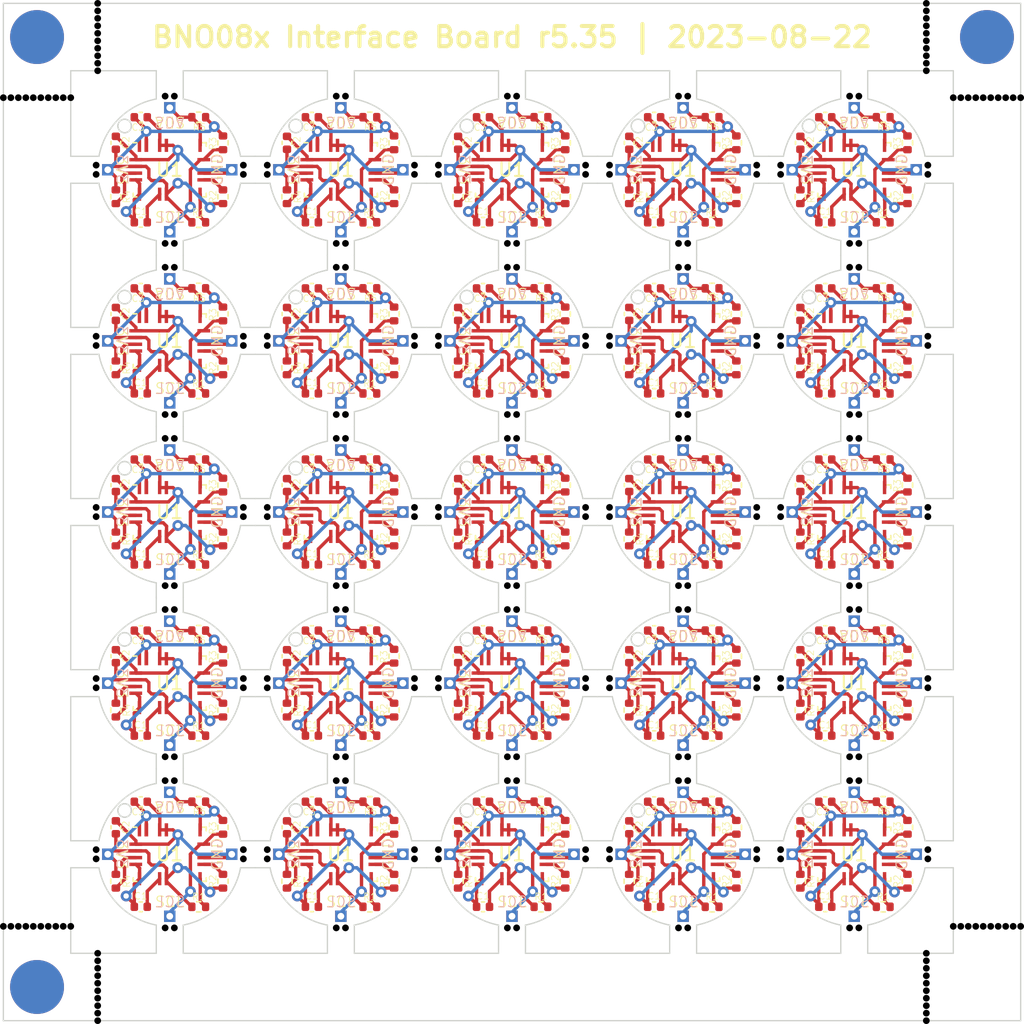
<source format=kicad_pcb>
(kicad_pcb (version 20221018) (generator pcbnew)
  (title_block (title "BNO08x Interface Board r5.35") (date "2023-08-22") (comment 1 "Author: Toby Godfrey"))
  (layers (0 "F.Cu" signal) (31 "B.Cu" signal) (34 "B.Paste" user) (35 "F.Paste" user) (36 "B.SilkS" user "B.Silkscreen") (37 "F.SilkS" user "F.Silkscreen") (38 "B.Mask" user) (39 "F.Mask" user) (44 "Edge.Cuts" user))
  (net 0 "")
  (net 1 "Board_0-CLKSEL0")
  (net 2 "Board_0-CLKSEL1")
  (net 3 "Board_0-Net-(U1-BOOTN)")
  (net 4 "Board_0-Net-(U1-CAP)")
  (net 5 "Board_0-Net-(U1-ENV_SCL)")
  (net 6 "Board_0-Net-(U1-ENV_SDA)")
  (net 7 "Board_0-SCL")
  (net 8 "Board_0-SDA")
  (net 9 "Board_0-unconnected-(U1-RESV_NC-Pad1)")
  (net 10 "Board_1-CLKSEL0")
  (net 11 "Board_1-CLKSEL1")
  (net 12 "Board_1-Net-(U1-BOOTN)")
  (net 13 "Board_1-Net-(U1-CAP)")
  (net 14 "Board_1-Net-(U1-ENV_SCL)")
  (net 15 "Board_1-Net-(U1-ENV_SDA)")
  (net 16 "Board_1-SCL")
  (net 17 "Board_1-SDA")
  (net 18 "Board_1-unconnected-(U1-RESV_NC-Pad1)")
  (net 19 "Board_2-CLKSEL0")
  (net 20 "Board_2-CLKSEL1")
  (net 21 "Board_2-Net-(U1-BOOTN)")
  (net 22 "Board_2-Net-(U1-CAP)")
  (net 23 "Board_2-Net-(U1-ENV_SCL)")
  (net 24 "Board_2-Net-(U1-ENV_SDA)")
  (net 25 "Board_2-SCL")
  (net 26 "Board_2-SDA")
  (net 27 "Board_2-unconnected-(U1-RESV_NC-Pad1)")
  (net 28 "Board_3-CLKSEL0")
  (net 29 "Board_3-CLKSEL1")
  (net 30 "Board_3-Net-(U1-BOOTN)")
  (net 31 "Board_3-Net-(U1-CAP)")
  (net 32 "Board_3-Net-(U1-ENV_SCL)")
  (net 33 "Board_3-Net-(U1-ENV_SDA)")
  (net 34 "Board_3-SCL")
  (net 35 "Board_3-SDA")
  (net 36 "Board_3-unconnected-(U1-RESV_NC-Pad1)")
  (net 37 "Board_4-CLKSEL0")
  (net 38 "Board_4-CLKSEL1")
  (net 39 "Board_4-Net-(U1-BOOTN)")
  (net 40 "Board_4-Net-(U1-CAP)")
  (net 41 "Board_4-Net-(U1-ENV_SCL)")
  (net 42 "Board_4-Net-(U1-ENV_SDA)")
  (net 43 "Board_4-SCL")
  (net 44 "Board_4-SDA")
  (net 45 "Board_4-unconnected-(U1-RESV_NC-Pad1)")
  (net 46 "Board_5-CLKSEL0")
  (net 47 "Board_5-CLKSEL1")
  (net 48 "Board_5-Net-(U1-BOOTN)")
  (net 49 "Board_5-Net-(U1-CAP)")
  (net 50 "Board_5-Net-(U1-ENV_SCL)")
  (net 51 "Board_5-Net-(U1-ENV_SDA)")
  (net 52 "Board_5-SCL")
  (net 53 "Board_5-SDA")
  (net 54 "Board_5-unconnected-(U1-RESV_NC-Pad1)")
  (net 55 "Board_6-CLKSEL0")
  (net 56 "Board_6-CLKSEL1")
  (net 57 "Board_6-Net-(U1-BOOTN)")
  (net 58 "Board_6-Net-(U1-CAP)")
  (net 59 "Board_6-Net-(U1-ENV_SCL)")
  (net 60 "Board_6-Net-(U1-ENV_SDA)")
  (net 61 "Board_6-SCL")
  (net 62 "Board_6-SDA")
  (net 63 "Board_6-unconnected-(U1-RESV_NC-Pad1)")
  (net 64 "Board_7-CLKSEL0")
  (net 65 "Board_7-CLKSEL1")
  (net 66 "Board_7-Net-(U1-BOOTN)")
  (net 67 "Board_7-Net-(U1-CAP)")
  (net 68 "Board_7-Net-(U1-ENV_SCL)")
  (net 69 "Board_7-Net-(U1-ENV_SDA)")
  (net 70 "Board_7-SCL")
  (net 71 "Board_7-SDA")
  (net 72 "Board_7-unconnected-(U1-RESV_NC-Pad1)")
  (net 73 "Board_8-CLKSEL0")
  (net 74 "Board_8-CLKSEL1")
  (net 75 "Board_8-Net-(U1-BOOTN)")
  (net 76 "Board_8-Net-(U1-CAP)")
  (net 77 "Board_8-Net-(U1-ENV_SCL)")
  (net 78 "Board_8-Net-(U1-ENV_SDA)")
  (net 79 "Board_8-SCL")
  (net 80 "Board_8-SDA")
  (net 81 "Board_8-unconnected-(U1-RESV_NC-Pad1)")
  (net 82 "Board_9-CLKSEL0")
  (net 83 "Board_9-CLKSEL1")
  (net 84 "Board_9-Net-(U1-BOOTN)")
  (net 85 "Board_9-Net-(U1-CAP)")
  (net 86 "Board_9-Net-(U1-ENV_SCL)")
  (net 87 "Board_9-Net-(U1-ENV_SDA)")
  (net 88 "Board_9-SCL")
  (net 89 "Board_9-SDA")
  (net 90 "Board_9-unconnected-(U1-RESV_NC-Pad1)")
  (net 91 "Board_10-CLKSEL0")
  (net 92 "Board_10-CLKSEL1")
  (net 93 "Board_10-Net-(U1-BOOTN)")
  (net 94 "Board_10-Net-(U1-CAP)")
  (net 95 "Board_10-Net-(U1-ENV_SCL)")
  (net 96 "Board_10-Net-(U1-ENV_SDA)")
  (net 97 "Board_10-SCL")
  (net 98 "Board_10-SDA")
  (net 99 "Board_10-unconnected-(U1-RESV_NC-Pad1)")
  (net 100 "Board_11-CLKSEL0")
  (net 101 "Board_11-CLKSEL1")
  (net 102 "Board_11-Net-(U1-BOOTN)")
  (net 103 "Board_11-Net-(U1-CAP)")
  (net 104 "Board_11-Net-(U1-ENV_SCL)")
  (net 105 "Board_11-Net-(U1-ENV_SDA)")
  (net 106 "Board_11-SCL")
  (net 107 "Board_11-SDA")
  (net 108 "Board_11-unconnected-(U1-RESV_NC-Pad1)")
  (net 109 "Board_12-CLKSEL0")
  (net 110 "Board_12-CLKSEL1")
  (net 111 "Board_12-Net-(U1-BOOTN)")
  (net 112 "Board_12-Net-(U1-CAP)")
  (net 113 "Board_12-Net-(U1-ENV_SCL)")
  (net 114 "Board_12-Net-(U1-ENV_SDA)")
  (net 115 "Board_12-SCL")
  (net 116 "Board_12-SDA")
  (net 117 "Board_12-unconnected-(U1-RESV_NC-Pad1)")
  (net 118 "Board_13-CLKSEL0")
  (net 119 "Board_13-CLKSEL1")
  (net 120 "Board_13-Net-(U1-BOOTN)")
  (net 121 "Board_13-Net-(U1-CAP)")
  (net 122 "Board_13-Net-(U1-ENV_SCL)")
  (net 123 "Board_13-Net-(U1-ENV_SDA)")
  (net 124 "Board_13-SCL")
  (net 125 "Board_13-SDA")
  (net 126 "Board_13-unconnected-(U1-RESV_NC-Pad1)")
  (net 127 "Board_14-CLKSEL0")
  (net 128 "Board_14-CLKSEL1")
  (net 129 "Board_14-Net-(U1-BOOTN)")
  (net 130 "Board_14-Net-(U1-CAP)")
  (net 131 "Board_14-Net-(U1-ENV_SCL)")
  (net 132 "Board_14-Net-(U1-ENV_SDA)")
  (net 133 "Board_14-SCL")
  (net 134 "Board_14-SDA")
  (net 135 "Board_14-unconnected-(U1-RESV_NC-Pad1)")
  (net 136 "Board_15-CLKSEL0")
  (net 137 "Board_15-CLKSEL1")
  (net 138 "Board_15-Net-(U1-BOOTN)")
  (net 139 "Board_15-Net-(U1-CAP)")
  (net 140 "Board_15-Net-(U1-ENV_SCL)")
  (net 141 "Board_15-Net-(U1-ENV_SDA)")
  (net 142 "Board_15-SCL")
  (net 143 "Board_15-SDA")
  (net 144 "Board_15-unconnected-(U1-RESV_NC-Pad1)")
  (net 145 "Board_16-CLKSEL0")
  (net 146 "Board_16-CLKSEL1")
  (net 147 "Board_16-Net-(U1-BOOTN)")
  (net 148 "Board_16-Net-(U1-CAP)")
  (net 149 "Board_16-Net-(U1-ENV_SCL)")
  (net 150 "Board_16-Net-(U1-ENV_SDA)")
  (net 151 "Board_16-SCL")
  (net 152 "Board_16-SDA")
  (net 153 "Board_16-unconnected-(U1-RESV_NC-Pad1)")
  (net 154 "Board_17-CLKSEL0")
  (net 155 "Board_17-CLKSEL1")
  (net 156 "Board_17-Net-(U1-BOOTN)")
  (net 157 "Board_17-Net-(U1-CAP)")
  (net 158 "Board_17-Net-(U1-ENV_SCL)")
  (net 159 "Board_17-Net-(U1-ENV_SDA)")
  (net 160 "Board_17-SCL")
  (net 161 "Board_17-SDA")
  (net 162 "Board_17-unconnected-(U1-RESV_NC-Pad1)")
  (net 163 "Board_18-CLKSEL0")
  (net 164 "Board_18-CLKSEL1")
  (net 165 "Board_18-Net-(U1-BOOTN)")
  (net 166 "Board_18-Net-(U1-CAP)")
  (net 167 "Board_18-Net-(U1-ENV_SCL)")
  (net 168 "Board_18-Net-(U1-ENV_SDA)")
  (net 169 "Board_18-SCL")
  (net 170 "Board_18-SDA")
  (net 171 "Board_18-unconnected-(U1-RESV_NC-Pad1)")
  (net 172 "Board_19-CLKSEL0")
  (net 173 "Board_19-CLKSEL1")
  (net 174 "Board_19-Net-(U1-BOOTN)")
  (net 175 "Board_19-Net-(U1-CAP)")
  (net 176 "Board_19-Net-(U1-ENV_SCL)")
  (net 177 "Board_19-Net-(U1-ENV_SDA)")
  (net 178 "Board_19-SCL")
  (net 179 "Board_19-SDA")
  (net 180 "Board_19-unconnected-(U1-RESV_NC-Pad1)")
  (net 181 "Board_20-CLKSEL0")
  (net 182 "Board_20-CLKSEL1")
  (net 183 "Board_20-Net-(U1-BOOTN)")
  (net 184 "Board_20-Net-(U1-CAP)")
  (net 185 "Board_20-Net-(U1-ENV_SCL)")
  (net 186 "Board_20-Net-(U1-ENV_SDA)")
  (net 187 "Board_20-SCL")
  (net 188 "Board_20-SDA")
  (net 189 "Board_20-unconnected-(U1-RESV_NC-Pad1)")
  (net 190 "Board_21-CLKSEL0")
  (net 191 "Board_21-CLKSEL1")
  (net 192 "Board_21-Net-(U1-BOOTN)")
  (net 193 "Board_21-Net-(U1-CAP)")
  (net 194 "Board_21-Net-(U1-ENV_SCL)")
  (net 195 "Board_21-Net-(U1-ENV_SDA)")
  (net 196 "Board_21-SCL")
  (net 197 "Board_21-SDA")
  (net 198 "Board_21-unconnected-(U1-RESV_NC-Pad1)")
  (net 199 "Board_22-CLKSEL0")
  (net 200 "Board_22-CLKSEL1")
  (net 201 "Board_22-Net-(U1-BOOTN)")
  (net 202 "Board_22-Net-(U1-CAP)")
  (net 203 "Board_22-Net-(U1-ENV_SCL)")
  (net 204 "Board_22-Net-(U1-ENV_SDA)")
  (net 205 "Board_22-SCL")
  (net 206 "Board_22-SDA")
  (net 207 "Board_22-unconnected-(U1-RESV_NC-Pad1)")
  (net 208 "Board_23-CLKSEL0")
  (net 209 "Board_23-CLKSEL1")
  (net 210 "Board_23-Net-(U1-BOOTN)")
  (net 211 "Board_23-Net-(U1-CAP)")
  (net 212 "Board_23-Net-(U1-ENV_SCL)")
  (net 213 "Board_23-Net-(U1-ENV_SDA)")
  (net 214 "Board_23-SCL")
  (net 215 "Board_23-SDA")
  (net 216 "Board_23-unconnected-(U1-RESV_NC-Pad1)")
  (net 217 "Board_24-CLKSEL0")
  (net 218 "Board_24-CLKSEL1")
  (net 219 "Board_24-Net-(U1-BOOTN)")
  (net 220 "Board_24-Net-(U1-CAP)")
  (net 221 "Board_24-Net-(U1-ENV_SCL)")
  (net 222 "Board_24-Net-(U1-ENV_SDA)")
  (net 223 "Board_24-SCL")
  (net 224 "Board_24-SDA")
  (net 225 "Board_24-unconnected-(U1-RESV_NC-Pad1)")
  (footprint "NPTH" (layer "F.Cu") (at 179.249181 92.721402)
    (fp_text reference "REF**" hide)
    (fp_text value "NPTH" hide)
  )
  (footprint "NPTH" (layer "F.Cu") (at 148.840804 52.286974)
    (fp_text reference "REF**" hide)
    (fp_text value "NPTH" hide)
  )
  (footprint "Connector_PinHeader_1.00mm:PinHeader_1x01_P1.00mm_Vertical" (layer "F.Cu") (at 123.099182 53.14959)
    (fp_text reference "J2" hide)
    (fp_text value "PIN_SDA")
  )
  (footprint "Connector_PinHeader_1.00mm:PinHeader_1x01_P1.00mm_Vertical" (layer "F.Cu") (at 140.399182 83.14959)
    (fp_text reference "J4" hide)
    (fp_text value "PIN_GND")
  )
  (footprint "Capacitor_SMD:C_0402_1005Metric" (layer "F.Cu") (at 144.499182 43.04959 90)
    (fp_text reference "C2")
    (fp_text value "100nF")
  )
  (footprint "Resistor_SMD:R_0402_1005Metric" (layer "F.Cu") (at 139.749182 43.04959 90)
    (fp_text reference "R3")
    (fp_text value "2.2k")
  )
  (footprint "Resistor_SMD:R_0402_1005Metric" (layer "F.Cu") (at 163.349182 28.44959 180)
    (fp_text reference "R5")
    (fp_text value "2.2k")
  )
  (footprint "NPTH" (layer "F.Cu") (at 135.45611 26.885575)
    (fp_text reference "REF**" hide)
    (fp_text value "NPTH" hide)
  )
  (footprint "Capacitor_SMD:C_0402_1005Metric" (layer "F.Cu") (at 159.049182 28.44959)
    (fp_text reference "C3")
    (fp_text value "100nF")
  )
  (footprint "Package_LGA:LGA-28_5.2x3.8mm_P0.5mm" (layer "F.Cu") (at 123.099182 45.04959)
    (fp_text reference "U1")
    (fp_text value "~")
  )
  (footprint "Capacitor_SMD:C_0402_1005Metric" (layer "F.Cu") (at 133.649182 48.94959)
    (fp_text reference "C1")
    (fp_text value "100nF")
  )
  (footprint "Capacitor_SMD:C_0402_1005Metric" (layer "F.Cu") (at 120.949182 79.24959)
    (fp_text reference "C3")
    (fp_text value "100nF")
  )
  (footprint "Connector_PinHeader_1.00mm:PinHeader_1x01_P1.00mm_Vertical" (layer "F.Cu") (at 123.099182 40.44959)
    (fp_text reference "J2" hide)
    (fp_text value "PIN_SDA")
  )
  (footprint "NPTH" (layer "F.Cu") (at 160.85611 63.213605)
    (fp_text reference "REF**" hide)
    (fp_text value "NPTH" hide)
  )
  (footprint "NPTH" (layer "F.Cu") (at 130.336147 70.106238)
    (fp_text reference "REF**" hide)
    (fp_text value "NPTH" hide)
  )
  (footprint "NPTH" (layer "F.Cu") (at 166.662094 32.691853)
    (fp_text reference "REF**" hide)
    (fp_text value "NPTH" hide)
  )
  (footprint "NPTH" (layer "F.Cu") (at 117.636231 70.792937)
    (fp_text reference "REF**" hide)
    (fp_text value "NPTH" hide)
  )
  (footprint "NPTH" (layer "F.Cu") (at 117.750819 20.555556)
    (fp_text reference "REF**" hide)
    (fp_text value "NPTH" hide)
  )
  (footprint "Package_LGA:LGA-28_5.2x3.8mm_P0.5mm" (layer "F.Cu") (at 123.099182 70.44959)
    (fp_text reference "U1")
    (fp_text value "~")
  )
  (footprint "Package_LGA:LGA-28_5.2x3.8mm_P0.5mm" (layer "F.Cu") (at 123.099182 32.34959)
    (fp_text reference "U1")
    (fp_text value "~")
  )
  (footprint "Resistor_SMD:R_0402_1005Metric" (layer "F.Cu") (at 177.849182 34.34959 -90)
    (fp_text reference "R2")
    (fp_text value "2.2k")
  )
  (footprint "NPTH" (layer "F.Cu") (at 128.562094 44.707326)
    (fp_text reference "REF**" hide)
    (fp_text value "NPTH" hide)
  )
  (footprint "Resistor_SMD:R_0402_1005Metric" (layer "F.Cu") (at 165.149182 72.44959 -90)
    (fp_text reference "R2")
    (fp_text value "2.2k")
  )
  (footprint "Capacitor_SMD:C_0402_1005Metric" (layer "F.Cu") (at 144.499182 55.74959 90)
    (fp_text reference "C2")
    (fp_text value "100nF")
  )
  (footprint "Resistor_SMD:R_0402_1005Metric" (layer "F.Cu") (at 163.349182 53.84959 180)
    (fp_text reference "R5")
    (fp_text value "2.2k")
  )
  (footprint "NPTH" (layer "F.Cu") (at 153.962094 83.491853)
    (fp_text reference "REF**" hide)
    (fp_text value "NPTH" hide)
  )
  (footprint "Connector_PinHeader_1.00mm:PinHeader_1x01_P1.00mm_Vertical" (layer "F.Cu") (at 140.399182 45.04959)
    (fp_text reference "J4" hide)
    (fp_text value "PIN_GND")
  )
  (footprint "NPTH" (layer "F.Cu") (at 161.540804 64.986974)
    (fp_text reference "REF**" hide)
    (fp_text value "NPTH" hide)
  )
  (footprint "Resistor_SMD:R_0402_1005Metric" (layer "F.Cu") (at 152.449182 30.34959 90)
    (fp_text reference "R3")
    (fp_text value "2.2k")
  )
  (footprint "Capacitor_SMD:C_0402_1005Metric" (layer "F.Cu") (at 120.949182 87.04959)
    (fp_text reference "C1")
    (fp_text value "100nF")
  )
  (footprint "Connector_PinHeader_1.00mm:PinHeader_1x01_P1.00mm_Vertical" (layer "F.Cu") (at 127.699182 57.74959)
    (fp_text reference "J4" hide)
    (fp_text value "PIN_GND")
  )
  (footprint "Capacitor_SMD:C_0402_1005Metric" (layer "F.Cu") (at 171.749182 41.14959)
    (fp_text reference "C3")
    (fp_text value "100nF")
  )
  (footprint "Capacitor_SMD:C_0402_1005Metric" (layer "F.Cu") (at 131.799182 68.44959 90)
    (fp_text reference "C2")
    (fp_text value "100nF")
  )
  (footprint "Connector_PinHeader_1.00mm:PinHeader_1x01_P1.00mm_Vertical" (layer "F.Cu") (at 131.199182 32.34959)
    (fp_text reference "J3" hide)
    (fp_text value "PIN_3V3")
  )
  (footprint "NPTH" (layer "F.Cu") (at 117.750819 22.222223)
    (fp_text reference "REF**" hide)
    (fp_text value "NPTH" hide)
  )
  (footprint "Connector_PinHeader_1.00mm:PinHeader_1x01_P1.00mm_Vertical" (layer "F.Cu") (at 131.199182 83.14959)
    (fp_text reference "J3" hide)
    (fp_text value "PIN_3V3")
  )
  (footprint "Package_LGA:LGA-28_5.2x3.8mm_P0.5mm" (layer "F.Cu") (at 161.199182 70.44959)
    (fp_text reference "U1")
    (fp_text value "~")
  )
  (footprint "Connector_PinHeader_1.00mm:PinHeader_1x01_P1.00mm_Vertical" (layer "F.Cu") (at 143.899182 57.74959)
    (fp_text reference "J3" hide)
    (fp_text value "PIN_3V3")
  )
  (footprint "NPTH" (layer "F.Cu") (at 111.306375 88.49918)
    (fp_text reference "REF**" hide)
    (fp_text value "NPTH" hide)
  )
  (footprint "Package_LGA:LGA-28_5.2x3.8mm_P0.5mm" (layer "F.Cu") (at 173.899182 57.74959)
    (fp_text reference "U1")
    (fp_text value "~")
  )
  (footprint "NPTH" (layer "F.Cu") (at 141.262094 58.091853)
    (fp_text reference "REF**" hide)
    (fp_text value "NPTH" hide)
  )
  (footprint "NPTH" (layer "F.Cu") (at 155.736147 83.492941)
    (fp_text reference "REF**" hide)
    (fp_text value "NPTH" hide)
  )
  (footprint "Connector_PinHeader_1.00mm:PinHeader_1x01_P1.00mm_Vertical" (layer "F.Cu") (at 123.099182 62.34959)
    (fp_text reference "J1" hide)
    (fp_text value "PIN_SCL")
  )
  (footprint "NPTH" (layer "F.Cu") (at 166.662094 83.491853)
    (fp_text reference "REF**" hide)
    (fp_text value "NPTH" hide)
  )
  (footprint "Resistor_SMD:R_0402_1005Metric" (layer "F.Cu") (at 157.199182 47.04959 90)
    (fp_text reference "R4")
    (fp_text value "10k")
  )
  (footprint "Resistor_SMD:R_0402_1005Metric" (layer "F.Cu") (at 137.949182 53.84959 180)
    (fp_text reference "R5")
    (fp_text value "2.2k")
  )
  (footprint "NPTH" (layer "F.Cu") (at 148.15611 37.813605)
    (fp_text reference "REF**" hide)
    (fp_text value "NPTH" hide)
  )
  (footprint "NPTH" (layer "F.Cu") (at 111.861931 88.49918)
    (fp_text reference "REF**" hide)
    (fp_text value "NPTH" hide)
  )
  (footprint "Resistor_SMD:R_0402_1005Metric" (layer "F.Cu") (at 163.349182 36.24959)
    (fp_text reference "R1")
    (fp_text value "2.2k")
  )
  (footprint "Resistor_SMD:R_0402_1005Metric" (layer "F.Cu") (at 169.899182 34.34959 90)
    (fp_text reference "R4")
    (fp_text value "10k")
  )
  (footprint "NPTH" (layer "F.Cu") (at 141.262094 70.107326)
    (fp_text reference "REF**" hide)
    (fp_text value "NPTH" hide)
  )
  (footprint "Resistor_SMD:R_0402_1005Metric" (layer "F.Cu") (at 157.199182 34.34959 90)
    (fp_text reference "R4")
    (fp_text value "10k")
  )
  (footprint "Capacitor_SMD:C_0402_1005Metric" (layer "F.Cu") (at 144.499182 30.34959 90)
    (fp_text reference "C2")
    (fp_text value "100nF")
  )
  (footprint "NPTH" (layer "F.Cu") (at 179.249181 91.054735)
    (fp_text reference "REF**" hide)
    (fp_text value "NPTH" hide)
  )
  (footprint "Capacitor_SMD:C_0402_1005Metric" (layer "F.Cu") (at 169.899182 81.14959 90)
    (fp_text reference "C2")
    (fp_text value "100nF")
  )
  (footprint "NPTH" (layer "F.Cu") (at 186.249182 88.49918)
    (fp_text reference "REF**" hide)
    (fp_text value "NPTH" hide)
  )
  (footprint "NPTH" (layer "F.Cu") (at 166.662094 58.091853)
    (fp_text reference "REF**" hide)
    (fp_text value "NPTH" hide)
  )
  (footprint "Resistor_SMD:R_0402_1005Metric" (layer "F.Cu") (at 125.249182 79.24959 180)
    (fp_text reference "R5")
    (fp_text value "2.2k")
  )
  (footprint "NPTH" (layer "F.Cu") (at 114.084153 88.49918)
    (fp_text reference "REF**" hide)
    (fp_text value "NPTH" hide)
  )
  (footprint "NPTH" (layer "F.Cu") (at 179.362094 32.007327)
    (fp_text reference "REF**" hide)
    (fp_text value "NPTH" hide)
  )
  (footprint "Capacitor_SMD:C_0402_1005Metric" (layer "F.Cu") (at 146.349182 66.54959)
    (fp_text reference "C3")
    (fp_text value "100nF")
  )
  (footprint "NPTH" (layer "F.Cu") (at 141.262094 32.007327)
    (fp_text reference "REF**" hide)
    (fp_text value "NPTH" hide)
  )
  (footprint "Resistor_SMD:R_0402_1005Metric" (layer "F.Cu") (at 137.949182 79.24959 180)
    (fp_text reference "R5")
    (fp_text value "2.2k")
  )
  (footprint "Package_LGA:LGA-28_5.2x3.8mm_P0.5mm" (layer "F.Cu") (at 135.799182 83.14959)
    (fp_text reference "U1")
    (fp_text value "~")
  )
  (footprint "Resistor_SMD:R_0402_1005Metric" (layer "F.Cu") (at 165.149182 55.74959 90)
    (fp_text reference "R3")
    (fp_text value "2.2k")
  )
  (footprint "Capacitor_SMD:C_0402_1005Metric" (layer "F.Cu") (at 133.649182 66.54959)
    (fp_text reference "C3")
    (fp_text value "100nF")
  )
  (footprint "NPTH" (layer "F.Cu") (at 179.249181 92.165846)
    (fp_text reference "REF**" hide)
    (fp_text value "NPTH" hide)
  )
  (footprint "NPTH" (layer "F.Cu") (at 181.804737 27)
    (fp_text reference "REF**" hide)
    (fp_text value "NPTH" hide)
  )
  (footprint "Resistor_SMD:R_0402_1005Metric" (layer "F.Cu") (at 127.049182 55.74959 90)
    (fp_text reference "R3")
    (fp_text value "2.2k")
  )
  (footprint "Connector_PinHeader_1.00mm:PinHeader_1x01_P1.00mm_Vertical" (layer "F.Cu") (at 123.099182 36.94959)
    (fp_text reference "J1" hide)
    (fp_text value "PIN_SCL")
  )
  (footprint "Connector_PinHeader_1.00mm:PinHeader_1x01_P1.00mm_Vertical" (layer "F.Cu") (at 127.699182 32.34959)
    (fp_text reference "J4" hide)
    (fp_text value "PIN_GND")
  )
  (footprint "NPTH" (layer "F.Cu") (at 185.693626 88.49918)
    (fp_text reference "REF**" hide)
    (fp_text value "NPTH" hide)
  )
  (footprint "Resistor_SMD:R_0402_1005Metric" (layer "F.Cu") (at 127.049182 59.74959 -90)
    (fp_text reference "R2")
    (fp_text value "2.2k")
  )
  (footprint "Connector_PinHeader_1.00mm:PinHeader_1x01_P1.00mm_Vertical" (layer "F.Cu") (at 178.499182 45.04959)
    (fp_text reference "J4" hide)
    (fp_text value "PIN_GND")
  )
  (footprint "NPTH" (layer "F.Cu") (at 160.85611 88.613605)
    (fp_text reference "REF**" hide)
    (fp_text value "NPTH" hide)
  )
  (footprint "Resistor_SMD:R_0402_1005Metric" (layer "F.Cu") (at 127.049182 47.04959 -90)
    (fp_text reference "R2")
    (fp_text value "2.2k")
  )
  (footprint "Capacitor_SMD:C_0402_1005Metric" (layer "F.Cu") (at 171.749182 53.84959)
    (fp_text reference "C3")
    (fp_text value "100nF")
  )
  (footprint "Connector_PinHeader_1.00mm:PinHeader_1x01_P1.00mm_Vertical" (layer "F.Cu") (at 123.099182 65.84959)
    (fp_text reference "J2" hide)
    (fp_text value "PIN_SDA")
  )
  (footprint "Resistor_SMD:R_0402_1005Metric" (layer "F.Cu") (at 163.349182 41.14959 180)
    (fp_text reference "R5")
    (fp_text value "2.2k")
  )
  (footprint "NPTH" (layer "F.Cu") (at 122.756111 63.213605)
    (fp_text reference "REF**" hide)
    (fp_text value "NPTH" hide)
  )
  (footprint "NPTH" (layer "F.Cu") (at 179.249181 93.276957)
    (fp_text reference "REF**" hide)
    (fp_text value "NPTH" hide)
  )
  (footprint "Connector_PinHeader_1.00mm:PinHeader_1x01_P1.00mm_Vertical" (layer "F.Cu") (at 178.499182 83.14959)
    (fp_text reference "J4" hide)
    (fp_text value "PIN_GND")
  )
  (footprint "Package_LGA:LGA-28_5.2x3.8mm_P0.5mm" (layer "F.Cu") (at 161.199182 83.14959)
    (fp_text reference "U1")
    (fp_text value "~")
  )
  (footprint "NPTH" (layer "F.Cu") (at 123.440804 75.912205)
    (fp_text reference "REF**" hide)
    (fp_text value "NPTH" hide)
  )
  (footprint "Resistor_SMD:R_0402_1005Metric" (layer "F.Cu") (at 152.449182 34.34959 -90)
    (fp_text reference "R2")
    (fp_text value "2.2k")
  )
  (footprint "Capacitor_SMD:C_0402_1005Metric" (layer "F.Cu") (at 171.749182 74.34959)
    (fp_text reference "C1")
    (fp_text value "100nF")
  )
  (footprint "NPTH" (layer "F.Cu") (at 114.639708 27)
    (fp_text reference "REF**" hide)
    (fp_text value "NPTH" hide)
  )
  (footprint "Capacitor_SMD:C_0402_1005Metric" (layer "F.Cu") (at 119.099182 81.14959 90)
    (fp_text reference "C2")
    (fp_text value "100nF")
  )
  (footprint "Connector_PinHeader_1.00mm:PinHeader_1x01_P1.00mm_Vertical" (layer "F.Cu") (at 156.599182 57.74959)
    (fp_text reference "J3" hide)
    (fp_text value "PIN_3V3")
  )
  (footprint "Capacitor_SMD:C_0402_1005Metric" (layer "F.Cu") (at 159.049182 66.54959)
    (fp_text reference "C3")
    (fp_text value "100nF")
  )
  (footprint "Resistor_SMD:R_0402_1005Metric" (layer "F.Cu") (at 152.449182 85.14959 -90)
    (fp_text reference "R2")
    (fp_text value "2.2k")
  )
  (footprint "NPTH" (layer "F.Cu") (at 115.195264 27)
    (fp_text reference "REF**" hide)
    (fp_text value "NPTH" hide)
  )
  (footprint "NPTH" (layer "F.Cu") (at 117.750819 25)
    (fp_text reference "REF**" hide)
    (fp_text value "NPTH" hide)
  )
  (footprint "NPTH" (layer "F.Cu") (at 136.140804 75.912205)
    (fp_text reference "REF**" hide)
    (fp_text value "NPTH" hide)
  )
  (footprint "Resistor_SMD:R_0402_1005Metric" (layer "F.Cu") (at 125.249182 61.64959)
    (fp_text reference "R1")
    (fp_text value "2.2k")
  )
  (footprint "NPTH" (layer "F.Cu") (at 182.360293 27)
    (fp_text reference "REF**" hide)
    (fp_text value "NPTH" hide)
  )
  (footprint "NPTH" (layer "F.Cu") (at 160.85611 37.813605)
    (fp_text reference "REF**" hide)
    (fp_text value "NPTH" hide)
  )
  (footprint "Resistor_SMD:R_0402_1005Metric" (layer "F.Cu") (at 144.499182 72.44959 90)
    (fp_text reference "R4")
    (fp_text value "10k")
  )
  (footprint "NPTH" (layer "F.Cu") (at 117.750819 95.49918)
    (fp_text reference "REF**" hide)
    (fp_text value "NPTH" hide)
  )
  (footprint "NPTH" (layer "F.Cu") (at 179.249181 21.666667)
    (fp_text reference "REF**" hide)
    (fp_text value "NPTH" hide)
  )
  (footprint "Capacitor_SMD:C_0402_1005Metric" (layer "F.Cu") (at 157.199182 43.04959 90)
    (fp_text reference "C2")
    (fp_text value "100nF")
  )
  (footprint "Capacitor_SMD:C_0402_1005Metric" (layer "F.Cu") (at 146.349182 48.94959)
    (fp_text reference "C1")
    (fp_text value "100nF")
  )
  (footprint "Resistor_SMD:R_0402_1005Metric" (layer "F.Cu") (at 150.649182 61.64959)
    (fp_text reference "R1")
    (fp_text value "2.2k")
  )
  (footprint "NPTH" (layer "F.Cu") (at 168.436147 32.692941)
    (fp_text reference "REF**" hide)
    (fp_text value "NPTH" hide)
  )
  (footprint "NPTH" (layer "F.Cu") (at 173.55611 75.913605)
    (fp_text reference "REF**" hide)
    (fp_text value "NPTH" hide)
  )
  (footprint "Connector_PinHeader_1.00mm:PinHeader_1x01_P1.00mm_Vertical" (layer "F.Cu") (at 153.099182 83.14959)
    (fp_text reference "J4" hide)
    (fp_text value "PIN_GND")
  )
  (footprint "NPTH" (layer "F.Cu") (at 123.440804 52.286974)
    (fp_text reference "REF**" hide)
    (fp_text value "NPTH" hide)
  )
  (footprint "NPTH" (layer "F.Cu") (at 141.262094 83.491853)
    (fp_text reference "REF**" hide)
    (fp_text value "NPTH" hide)
  )
  (footprint "Connector_PinHeader_1.00mm:PinHeader_1x01_P1.00mm_Vertical" (layer "F.Cu") (at 153.099182 45.04959)
    (fp_text reference "J4" hide)
    (fp_text value "PIN_GND")
  )
  (footprint "Connector_PinHeader_1.00mm:PinHeader_1x01_P1.00mm_Vertical" (layer "F.Cu") (at 169.299182 45.04959)
    (fp_text reference "J3" hide)
    (fp_text value "PIN_3V3")
  )
  (footprint "NPTH" (layer "F.Cu") (at 122.756111 88.613605)
    (fp_text reference "REF**" hide)
    (fp_text value "NPTH" hide)
  )
  (footprint "Connector_PinHeader_1.00mm:PinHeader_1x01_P1.00mm_Vertical" (layer "F.Cu") (at 156.599182 45.04959)
    (fp_text reference "J3" hide)
    (fp_text value "PIN_3V3")
  )
  (footprint "Capacitor_SMD:C_0402_1005Metric" (layer "F.Cu") (at 146.349182 74.34959)
    (fp_text reference "C1")
    (fp_text value "100nF")
  )
  (footprint "Resistor_SMD:R_0402_1005Metric" (layer "F.Cu") (at 177.849182 59.74959 -90)
    (fp_text reference "R2")
    (fp_text value "2.2k")
  )
  (footprint "Resistor_SMD:R_0402_1005Metric" (layer "F.Cu") (at 150.649182 48.94959)
    (fp_text reference "R1")
    (fp_text value "2.2k")
  )
  (footprint "NPTH" (layer "F.Cu") (at 141.262094 70.791853)
    (fp_text reference "REF**" hide)
    (fp_text value "NPTH" hide)
  )
  (footprint "NPTH" (layer "F.Cu") (at 148.15611 77.685574)
    (fp_text reference "REF**" hide)
    (fp_text value "NPTH" hide)
  )
  (footprint "NPTH" (layer "F.Cu") (at 161.540804 75.912205)
    (fp_text reference "REF**" hide)
    (fp_text value "NPTH" hide)
  )
  (footprint "Capacitor_SMD:C_0402_1005Metric" (layer "F.Cu") (at 146.349182 87.04959)
    (fp_text reference "C1")
    (fp_text value "100nF")
  )
  (footprint "NPTH" (layer "F.Cu") (at 143.036147 70.792941)
    (fp_text reference "REF**" hide)
    (fp_text value "NPTH" hide)
  )
  (footprint "NPTH" (layer "F.Cu") (at 143.03623 57.406242)
    (fp_text reference "REF**" hide)
    (fp_text value "NPTH" hide)
  )
  (footprint "Connector_PinHeader_1.00mm:PinHeader_1x01_P1.00mm_Vertical" (layer "F.Cu") (at 161.199182 40.44959)
    (fp_text reference "J2" hide)
    (fp_text value "PIN_SDA")
  )
  (footprint "Capacitor_SMD:C_0402_1005Metric" (layer "F.Cu") (at 171.749182 87.04959)
    (fp_text reference "C1")
    (fp_text value "100nF")
  )
  (footprint "NPTH" (layer "F.Cu") (at 160.85611 77.685574)
    (fp_text reference "REF**" hide)
    (fp_text value "NPTH" hide)
  )
  (footprint "NPTH" (layer "F.Cu") (at 153.962094 70.107326)
    (fp_text reference "REF**" hide)
    (fp_text value "NPTH" hide)
  )
  (footprint "NPTH" (layer "F.Cu") (at 168.43623 44.706242)
    (fp_text reference "REF**" hide)
    (fp_text value "NPTH" hide)
  )
  (footprint "NPTH" (layer "F.Cu") (at 141.262094 44.707326)
    (fp_text reference "REF**" hide)
    (fp_text value "NPTH" hide)
  )
  (footprint "NPTH" (layer "F.Cu") (at 123.440804 39.586974)
    (fp_text reference "REF**" hide)
    (fp_text value "NPTH" hide)
  )
  (footprint "Connector_PinHeader_1.00mm:PinHeader_1x01_P1.00mm_Vertical" (layer "F.Cu") (at 165.799182 57.74959)
    (fp_text reference "J4" hide)
    (fp_text value "PIN_GND")
  )
  (footprint "Package_LGA:LGA-28_5.2x3.8mm_P0.5mm" (layer "F.Cu") (at 161.199182 45.04959)
    (fp_text reference "U1")
    (fp_text value "~")
  )
  (footprint "Package_LGA:LGA-28_5.2x3.8mm_P0.5mm" (layer "F.Cu") (at 148.499182 70.44959)
    (fp_text reference "U1")
    (fp_text value "~")
  )
  (footprint "Resistor_SMD:R_0402_1005Metric" (layer "F.Cu") (at 176.049182 53.84959 180)
    (fp_text reference "R5")
    (fp_text value "2.2k")
  )
  (footprint "NPTH" (layer "F.Cu") (at 130.336147 44.706238)
    (fp_text reference "REF**" hide)
    (fp_text value "NPTH" hide)
  )
  (footprint "NPTH" (layer "F.Cu") (at 135.45611 77.685574)
    (fp_text reference "REF**" hide)
    (fp_text value "NPTH" hide)
  )
  (footprint "NPTH" (layer "F.Cu") (at 143.03623 82.806242)
    (fp_text reference "REF**" hide)
    (fp_text value "NPTH" hide)
  )
  (footprint "NPTH" (layer "F.Cu") (at 136.140804 50.512205)
    (fp_text reference "REF**" hide)
    (fp_text value "NPTH" hide)
  )
  (footprint "NPTH" (layer "F.Cu") (at 117.636148 32.006239)
    (fp_text reference "REF**" hide)
    (fp_text value "NPTH" hide)
  )
  (footprint "Connector_PinHeader_1.00mm:PinHeader_1x01_P1.00mm_Vertical" (layer "F.Cu") (at 143.899182 83.14959)
    (fp_text reference "J3" hide)
    (fp_text value "PIN_3V3")
  )
  (footprint "Connector_PinHeader_1.00mm:PinHeader_1x01_P1.00mm_Vertical" (layer "F.Cu") (at 173.899182 49.64959)
    (fp_text reference "J1" hide)
    (fp_text value "PIN_SCL")
  )
  (footprint "NPTH" (layer "F.Cu") (at 122.756111 77.685574)
    (fp_text reference "REF**" hide)
    (fp_text value "NPTH" hide)
  )
  (footprint "NPTH" (layer "F.Cu") (at 143.03623 70.106242)
    (fp_text reference "REF**" hide)
    (fp_text value "NPTH" hide)
  )
  (footprint "NPTH" (layer "F.Cu") (at 168.436147 58.092941)
    (fp_text reference "REF**" hide)
    (fp_text value "NPTH" hide)
  )
  (footprint "Connector_PinHeader_1.00mm:PinHeader_1x01_P1.00mm_Vertical" (layer "F.Cu") (at 123.099182 87.74959)
    (fp_text reference "J1" hide)
    (fp_text value "PIN_SCL")
  )
  (footprint "NPTH" (layer "F.Cu") (at 160.85611 75.913605)
    (fp_text reference "REF**" hide)
    (fp_text value "NPTH" hide)
  )
  (footprint "Resistor_SMD:R_0402_1005Metric" (layer "F.Cu") (at 177.849182 72.44959 -90)
    (fp_text reference "R2")
    (fp_text value "2.2k")
  )
  (footprint "NPTH" (layer "F.Cu") (at 143.036147 83.492941)
    (fp_text reference "REF**" hide)
    (fp_text value "NPTH" hide)
  )
  (footprint "NPTH" (layer "F.Cu") (at 179.362094 57.407326)
    (fp_text reference "REF**" hide)
    (fp_text value "NPTH" hide)
  )
  (footprint "NPTH" (layer "F.Cu") (at 174.240804 26.886975)
    (fp_text reference "REF**" hide)
    (fp_text value "NPTH" hide)
  )
  (footprint "Resistor_SMD:R_0402_1005Metric" (layer "F.Cu") (at 119.099182 85.14959 90)
    (fp_text reference "R4")
    (fp_text value "10k")
  )
  (footprint "NPTH" (layer "F.Cu") (at 122.756111 50.513605)
    (fp_text reference "REF**" hide)
    (fp_text value "NPTH" hide)
  )
  (footprint "NPTH" (layer "F.Cu") (at 166.662094 70.107326)
    (fp_text reference "REF**" hide)
    (fp_text value "NPTH" hide)
  )
  (footprint "NPTH" (layer "F.Cu") (at 128.562094 70.791853)
    (fp_text reference "REF**" hide)
    (fp_text value "NPTH" hide)
  )
  (footprint "Resistor_SMD:R_0402_1005Metric" (layer "F.Cu") (at 125.249182 41.14959 180)
    (fp_text reference "R5")
    (fp_text value "2.2k")
  )
  (footprint "NPTH" (layer "F.Cu") (at 110.750819 27)
    (fp_text reference "REF**" hide)
    (fp_text value "NPTH" hide)
  )
  (footprint "NPTH" (layer "F.Cu") (at 173.55611 26.885575)
    (fp_text reference "REF**" hide)
    (fp_text value "NPTH" hide)
  )
  (footprint "Resistor_SMD:R_0402_1005Metric" (layer "F.Cu") (at 139.749182 85.14959 -90)
    (fp_text reference "R2")
    (fp_text value "2.2k")
  )
  (footprint "NPTH" (layer "F.Cu") (at 135.45611 37.813605)
    (fp_text reference "REF**" hide)
    (fp_text value "NPTH" hide)
  )
  (footprint "NPTH" (layer "F.Cu") (at 148.840804 63.212205)
    (fp_text reference "REF**" hide)
    (fp_text value "NPTH" hide)
  )
  (footprint "Connector_PinHeader_1.00mm:PinHeader_1x01_P1.00mm_Vertical" (layer "F.Cu") (at 178.499182 32.34959)
    (fp_text reference "J4" hide)
    (fp_text value "PIN_GND")
  )
  (footprint "Resistor_SMD:R_0402_1005Metric" (layer "F.Cu") (at 125.249182 53.84959 180)
    (fp_text reference "R5")
    (fp_text value "2.2k")
  )
  (footprint "Capacitor_SMD:C_0402_1005Metric" (layer "F.Cu") (at 120.949182 41.14959)
    (fp_text reference "C3")
    (fp_text value "100nF")
  )
  (footprint "NPTH" (layer "F.Cu") (at 155.73623 57.406242)
    (fp_text reference "REF**" hide)
    (fp_text value "NPTH" hide)
  )
  (footprint "NPTH" (layer "F.Cu") (at 117.636231 32.692937)
    (fp_text reference "REF**" hide)
    (fp_text value "NPTH" hide)
  )
  (footprint "NPTH" (layer "F.Cu") (at 114.639708 88.49918)
    (fp_text reference "REF**" hide)
    (fp_text value "NPTH" hide)
  )
  (footprint "NPTH" (layer "F.Cu") (at 112.973042 27)
    (fp_text reference "REF**" hide)
    (fp_text value "NPTH" hide)
  )
  (footprint "Resistor_SMD:R_0402_1005Metric" (layer "F.Cu") (at 131.799182 85.14959 90)
    (fp_text reference "R4")
    (fp_text value "10k")
  )
  (footprint "Connector_PinHeader_1.00mm:PinHeader_1x01_P1.00mm_Vertical" (layer "F.Cu") (at 165.799182 45.04959)
    (fp_text reference "J4" hide)
    (fp_text value "PIN_GND")
  )
  (footprint "Connector_PinHeader_1.00mm:PinHeader_1x01_P1.00mm_Vertical" (layer "F.Cu") (at 148.499182 36.94959)
    (fp_text reference "J1" hide)
    (fp_text value "PIN_SCL")
  )
  (footprint "NPTH" (layer "F.Cu") (at 123.440804 77.686974)
    (fp_text reference "REF**" hide)
    (fp_text value "NPTH" hide)
  )
  (footprint "Capacitor_SMD:C_0402_1005Metric" (layer "F.Cu") (at 171.749182 79.24959)
    (fp_text reference "C3")
    (fp_text value "100nF")
  )
  (footprint "NPTH" (layer "F.Cu") (at 148.15611 75.913605)
    (fp_text reference "REF**" hide)
    (fp_text value "NPTH" hide)
  )
  (footprint "Connector_PinHeader_1.00mm:PinHeader_1x01_P1.00mm_Vertical" (layer "F.Cu") (at 173.899182 40.44959)
    (fp_text reference "J2" hide)
    (fp_text value "PIN_SDA")
  )
  (footprint "Capacitor_SMD:C_0402_1005Metric" (layer "F.Cu") (at 120.949182 28.44959)
    (fp_text reference "C3")
    (fp_text value "100nF")
  )
  (footprint "NPTH" (layer "F.Cu") (at 161.540804 39.586974)
    (fp_text reference "REF**" hide)
    (fp_text value "NPTH" hide)
  )
  (footprint "NPTH" (layer "F.Cu") (at 128.562094 82.807326)
    (fp_text reference "REF**" hide)
    (fp_text value "NPTH" hide)
  )
  (footprint "Capacitor_SMD:C_0402_1005Metric" (layer "F.Cu") (at 144.499182 81.14959 90)
    (fp_text reference "C2")
    (fp_text value "100nF")
  )
  (footprint "NPTH" (layer "F.Cu") (at 174.240804 88.612205)
    (fp_text reference "REF**" hide)
    (fp_text value "NPTH" hide)
  )
  (footprint "Resistor_SMD:R_0402_1005Metric" (layer "F.Cu") (at 177.849182 55.74959 90)
    (fp_text reference "R3")
    (fp_text value "2.2k")
  )
  (footprint "NPTH" (layer "F.Cu") (at 130.33623 32.692937)
    (fp_text reference "REF**" hide)
    (fp_text value "NPTH" hide)
  )
  (footprint "NPTH" (layer "F.Cu") (at 186.249182 27)
    (fp_text reference "REF**" hide)
    (fp_text value "NPTH" hide)
  )
  (footprint "Capacitor_SMD:C_0402_1005Metric" (layer "F.Cu") (at 146.349182 36.24959)
    (fp_text reference "C1")
    (fp_text value "100nF")
  )
  (footprint "Capacitor_SMD:C_0402_1005Metric" (layer "F.Cu") (at 133.649182 53.84959)
    (fp_text reference "C3")
    (fp_text value "100nF")
  )
  (footprint "NPTH" (layer "F.Cu") (at 183.471404 88.49918)
    (fp_text reference "REF**" hide)
    (fp_text value "NPTH" hide)
  )
  (footprint "NPTH" (layer "F.Cu") (at 179.362094 32.691853)
    (fp_text reference "REF**" hide)
    (fp_text value "NPTH" hide)
  )
  (footprint "NPTH" (layer "F.Cu") (at 122.756111 26.885575)
    (fp_text reference "REF**" hide)
    (fp_text value "NPTH" hide)
  )
  (footprint "Capacitor_SMD:C_0402_1005Metric" (layer "F.Cu") (at 159.049182 36.24959)
    (fp_text reference "C1")
    (fp_text value "100nF")
  )
  (footprint "NPTH" (layer "F.Cu") (at 173.55611 50.513605)
    (fp_text reference "REF**" hide)
    (fp_text value "NPTH" hide)
  )
  (footprint "NPTH" (layer "F.Cu") (at 161.540804 50.512205)
    (fp_text reference "REF**" hide)
    (fp_text value "NPTH" hide)
  )
  (footprint "NPTH" (layer "F.Cu") (at 174.240804 37.812205)
    (fp_text reference "REF**" hide)
    (fp_text value "NPTH" hide)
  )
  (footprint "NPTH" (layer "F.Cu") (at 117.750819 24.444445)
    (fp_text reference "REF**" hide)
    (fp_text value "NPTH" hide)
  )
  (footprint "Resistor_SMD:R_0402_1005Metric" (layer "F.Cu") (at 169.899182 47.04959 90)
    (fp_text reference "R4")
    (fp_text value "10k")
  )
  (footprint "Resistor_SMD:R_0402_1005Metric" (layer "F.Cu") (at 165.149182 85.14959 -90)
    (fp_text reference "R2")
    (fp_text value "2.2k")
  )
  (footprint "NPTH" (layer "F.Cu") (at 155.73623 82.806242)
    (fp_text reference "REF**" hide)
    (fp_text value "NPTH" hide)
  )
  (footprint "NPTH" (layer "F.Cu") (at 136.140804 37.812205)
    (fp_text reference "REF**" hide)
    (fp_text value "NPTH" hide)
  )
  (footprint "NPTH" (layer "F.Cu") (at 161.540804 77.686974)
    (fp_text reference "REF**" hide)
    (fp_text value "NPTH" hide)
  )
  (footprint "Resistor_SMD:R_0402_1005Metric" (layer "F.Cu") (at 176.049182 48.94959)
    (fp_text reference "R1")
    (fp_text value "2.2k")
  )
  (footprint "NPTH" (layer "F.Cu") (at 117.750819 91.610291)
    (fp_text reference "REF**" hide)
    (fp_text value "NPTH" hide)
  )
  (footprint "Connector_PinHeader_1.00mm:PinHeader_1x01_P1.00mm_Vertical" (layer "F.Cu") (at 118.499182 45.04959)
    (fp_text reference "J3" hide)
    (fp_text value "PIN_3V3")
  )
  (footprint "Connector_PinHeader_1.00mm:PinHeader_1x01_P1.00mm_Vertical" (layer "F.Cu") (at 135.799182 53.14959)
    (fp_text reference "J2" hide)
    (fp_text value "PIN_SDA")
  )
  (footprint "Capacitor_SMD:C_0402_1005Metric" (layer "F.Cu") (at 159.049182 79.24959)
    (fp_text reference "C3")
    (fp_text value "100nF")
  )
  (footprint "NPTH" (layer "F.Cu") (at 112.417486 27)
    (fp_text reference "REF**" hide)
    (fp_text value "NPTH" hide)
  )
  (footprint "NPTH" (layer "F.Cu") (at 117.750819 92.721402)
    (fp_text reference "REF**" hide)
    (fp_text value "NPTH" hide)
  )
  (footprint "NPTH" (layer "F.Cu") (at 183.471404 27)
    (fp_text reference "REF**" hide)
    (fp_text value "NPTH" hide)
  )
  (footprint "NPTH" (layer "F.Cu") (at 136.140804 64.986974)
    (fp_text reference "REF**" hide)
    (fp_text value "NPTH" hide)
  )
  (footprint "Connector_PinHeader_1.00mm:PinHeader_1x01_P1.00mm_Vertical" (layer "F.Cu") (at 131.199182 70.44959)
    (fp_text reference "J3" hide)
    (fp_text value "PIN_3V3")
  )
  (footprint "Resistor_SMD:R_0402_1005Metric" (layer "F.Cu") (at 177.849182 81.14959 90)
    (fp_text reference "R3")
    (fp_text value "2.2k")
  )
  (footprint "NPTH" (layer "F.Cu") (at 112.417486 88.49918)
    (fp_text reference "REF**" hide)
    (fp_text value "NPTH" hide)
  )
  (footprint "Connector_PinHeader_1.00mm:PinHeader_1x01_P1.00mm_Vertical" (layer "F.Cu") (at 123.099182 27.74959)
    (fp_text reference "J2" hide)
    (fp_text value "PIN_SDA")
  )
  (footprint "Resistor_SMD:R_0402_1005Metric" (layer "F.Cu") (at 177.849182 85.14959 -90)
    (fp_text reference "R2")
    (fp_text value "2.2k")
  )
  (footprint "Connector_PinHeader_1.00mm:PinHeader_1x01_P1.00mm_Vertical" (layer "F.Cu") (at 135.799182 49.64959)
    (fp_text reference "J1" hide)
    (fp_text value "PIN_SCL")
  )
  (footprint "NPTH" (layer "F.Cu") (at 161.540804 26.886975)
    (fp_text reference "REF**" hide)
    (fp_text value "NPTH" hide)
  )
  (footprint "Resistor_SMD:R_0402_1005Metric" (layer "F.Cu") (at 131.799182 59.74959 90)
    (fp_text reference "R4")
    (fp_text value "10k")
  )
  (footprint "Capacitor_SMD:C_0402_1005Metric" (layer "F.Cu") (at 171.749182 36.24959)
    (fp_text reference "C1")
    (fp_text value "100nF")
  )
  (footprint "NPTH" (layer "F.Cu") (at 179.249181 22.222223)
    (fp_text reference "REF**" hide)
    (fp_text value "NPTH" hide)
  )
  (footprint "Connector_PinHeader_1.00mm:PinHeader_1x01_P1.00mm_Vertical" (layer "F.Cu") (at 123.099182 75.04959)
    (fp_text reference "J1" hide)
    (fp_text value "PIN_SCL")
  )
  (footprint "Connector_PinHeader_1.00mm:PinHeader_1x01_P1.00mm_Vertical" (layer "F.Cu") (at 173.899182 27.74959)
    (fp_text reference "J2" hide)
    (fp_text value "PIN_SDA")
  )
  (footprint "Package_LGA:LGA-28_5.2x3.8mm_P0.5mm" (layer "F.Cu") (at 173.899182 32.34959)
    (fp_text reference "U1")
    (fp_text value "~")
  )
  (footprint "Capacitor_SMD:C_0402_1005Metric" (layer "F.Cu") (at 120.949182 74.34959)
    (fp_text reference "C1")
    (fp_text value "100nF")
  )
  (footprint "NPTH" (layer "F.Cu") (at 148.840804 39.586974)
    (fp_text reference "REF**" hide)
    (fp_text value "NPTH" hide)
  )
  (footprint "Resistor_SMD:R_0402_1005Metric" (layer "F.Cu") (at 127.049182 72.44959 -90)
    (fp_text reference "R2")
    (fp_text value "2.2k")
  )
  (footprint "NPTH" (layer "F.Cu") (at 117.636231 83.492937)
    (fp_text reference "REF**" hide)
    (fp_text value "NPTH" hide)
  )
  (footprint "NPTH" (layer "F.Cu") (at 174.240804 63.212205)
    (fp_text reference "REF**" hide)
    (fp_text value "NPTH" hide)
  )
  (footprint "NPTH" (layer "F.Cu") (at 123.440804 26.886975)
    (fp_text reference "REF**" hide)
    (fp_text value "NPTH" hide)
  )
  (footprint "NPTH" (layer "F.Cu") (at 117.750819 91.054735)
    (fp_text reference "REF**" hide)
    (fp_text value "NPTH" hide)
  )
  (footprint "NPTH" (layer "F.Cu") (at 115.195264 88.49918)
    (fp_text reference "REF**" hide)
    (fp_text value "NPTH" hide)
  )
  (footprint "Connector_PinHeader_1.00mm:PinHeader_1x01_P1.00mm_Vertical" (layer "F.Cu") (at 173.899182 53.14959)
    (fp_text reference "J2" hide)
    (fp_text value "PIN_SDA")
  )
  (footprint "NPTH" (layer "F.Cu") (at 113.528597 27)
    (fp_text reference "REF**" hide)
    (fp_text value "NPTH" hide)
  )
  (footprint "NPTH" (layer "F.Cu") (at 160.85611 52.285574)
    (fp_text reference "REF**" hide)
    (fp_text value "NPTH" hide)
  )
  (footprint "NPTH" (layer "F.Cu") (at 128.562094 45.391853)
    (fp_text reference "REF**" hide)
    (fp_text value "NPTH" hide)
  )
  (footprint "NPTH" (layer "F.Cu") (at 128.562094 57.407326)
    (fp_text reference "REF**" hide)
    (fp_text value "NPTH" hide)
  )
  (footprint "Capacitor_SMD:C_0402_1005Metric" (layer "F.Cu") (at 171.749182 48.94959)
    (fp_text reference "C1")
    (fp_text value "100nF")
  )
  (footprint "NPTH" (layer "F.Cu") (at 123.440804 88.612205)
    (fp_text reference "REF**" hide)
    (fp_text value "NPTH" hide)
  )
  (footprint "Connector_PinHeader_1.00mm:PinHeader_1x01_P1.00mm_Vertical" (layer "F.Cu") (at 135.799182 65.84959)
    (fp_text reference "J2" hide)
    (fp_text value "PIN_SDA")
  )
  (footprint "NPTH" (layer "F.Cu") (at 179.362094 83.491853)
    (fp_text reference "REF**" hide)
    (fp_text value "NPTH" hide)
  )
  (footprint "NPTH" (layer "F.Cu") (at 123.440804 64.986974)
    (fp_text reference "REF**" hide)
    (fp_text value "NPTH" hide)
  )
  (footprint "NPTH" (layer "F.Cu") (at 179.249181 94.943624)
    (fp_text reference "REF**" hide)
    (fp_text value "NPTH" hide)
  )
  (footprint "NPTH" (layer "F.Cu") (at 135.45611 75.913605)
    (fp_text reference "REF**" hide)
    (fp_text value "NPTH" hide)
  )
  (footprint "Resistor_SMD:R_0402_1005Metric" (layer "F.Cu") (at 176.049182 74.34959)
    (fp_text reference "R1")
    (fp_text value "2.2k")
  )
  (footprint "Resistor_SMD:R_0402_1005Metric" (layer "F.Cu") (at 127.049182 85.14959 -90)
    (fp_text reference "R2")
    (fp_text value "2.2k")
  )
  (footprint "Connector_PinHeader_1.00mm:PinHeader_1x01_P1.00mm_Vertical" (layer "F.Cu") (at 131.199182 57.74959)
    (fp_text reference "J3" hide)
    (fp_text value "PIN_3V3")
  )
  (footprint "NPTH" (layer "F.Cu") (at 153.962094 44.707326)
    (fp_text reference "REF**" hide)
    (fp_text value "NPTH" hide)
  )
  (footprint "NPTH" (layer "F.Cu") (at 110.750819 88.49918)
    (fp_text reference "REF**" hide)
    (fp_text value "NPTH" hide)
  )
  (footprint "NPTH" (layer "F.Cu") (at 168.436147 83.492941)
    (fp_text reference "REF**" hide)
    (fp_text value "NPTH" hide)
  )
  (footprint "Resistor_SMD:R_0402_1005Metric" (layer "F.Cu") (at 163.349182 61.64959)
    (fp_text reference "R1")
    (fp_text value "2.2k")
  )
  (footprint "Resistor_SMD:R_0402_1005Metric" (layer "F.Cu") (at 131.799182 72.44959 90)
    (fp_text reference "R4")
    (fp_text value "10k")
  )
  (footprint "Package_LGA:LGA-28_5.2x3.8mm_P0.5mm" (layer "F.Cu") (at 123.099182 83.14959)
    (fp_text reference "U1")
    (fp_text value "~")
  )
  (footprint "NPTH" (layer "F.Cu") (at 148.840804 26.886975)
    (fp_text reference "REF**" hide)
    (fp_text value "NPTH" hide)
  )
  (footprint "NPTH" (layer "F.Cu") (at 174.240804 64.986974)
    (fp_text reference "REF**" hide)
    (fp_text value "NPTH" hide)
  )
  (footprint "NPTH" (layer "F.Cu") (at 179.249181 24.444445)
    (fp_text reference "REF**" hide)
    (fp_text value "NPTH" hide)
  )
  (footprint "NPTH" (layer "F.Cu") (at 143.036147 32.692941)
    (fp_text reference "REF**" hide)
    (fp_text value "NPTH" hide)
  )
  (footprint "NPTH" (layer "F.Cu") (at 111.861931 27)
    (fp_text reference "REF**" hide)
    (fp_text value "NPTH" hide)
  )
  (footprint "NPTH" (layer "F.Cu") (at 117.636148 44.706238)
    (fp_text reference "REF**" hide)
    (fp_text value "NPTH" hide)
  )
  (footprint "NPTH" (layer "F.Cu") (at 115.750819 88.49918)
    (fp_text reference "REF**" hide)
    (fp_text value "NPTH" hide)
  )
  (footprint "Capacitor_SMD:C_0402_1005Metric" (layer "F.Cu") (at 131.799182 55.74959 90)
    (fp_text reference "C2")
    (fp_text value "100nF")
  )
  (footprint "Capacitor_SMD:C_0402_1005Metric" (layer "F.Cu") (at 120.949182 53.84959)
    (fp_text reference "C3")
    (fp_text value "100nF")
  )
  (footprint "Resistor_SMD:R_0402_1005Metric" (layer "F.Cu") (at 137.949182 28.44959 180)
    (fp_text reference "R5")
    (fp_text value "2.2k")
  )
  (footprint "Connector_PinHeader_1.00mm:PinHeader_1x01_P1.00mm_Vertical" (layer "F.Cu") (at 118.499182 83.14959)
    (fp_text reference "J3" hide)
    (fp_text value "PIN_3V3")
  )
  (footprint "Resistor_SMD:R_0402_1005Metric" (layer "F.Cu") (at 163.349182 74.34959)
    (fp_text reference "R1")
    (fp_text value "2.2k")
  )
  (footprint "NPTH" (layer "F.Cu") (at 184.582515 88.49918)
    (fp_text reference "REF**" hide)
    (fp_text value "NPTH" hide)
  )
  (footprint "NPTH" (layer "F.Cu") (at 117.750819 92.165846)
    (fp_text reference "REF**" hide)
    (fp_text value "NPTH" hide)
  )
  (footprint "Connector_PinHeader_1.00mm:PinHeader_1x01_P1.00mm_Vertical" (layer "F.Cu") (at 148.499182 49.64959)
    (fp_text reference "J1" hide)
    (fp_text value "PIN_SCL")
  )
  (footprint "Connector_PinHeader_1.00mm:PinHeader_1x01_P1.00mm_Vertical" (layer "F.Cu") (at 173.899182 87.74959)
    (fp_text reference "J1" hide)
    (fp_text value "PIN_SCL")
  )
  (footprint "Resistor_SMD:R_0402_1005Metric" (layer "F.Cu") (at 131.799182 34.34959 90)
    (fp_text reference "R4")
    (fp_text value "10k")
  )
  (footprint "Connector_PinHeader_1.00mm:PinHeader_1x01_P1.00mm_Vertical" (layer "F.Cu") (at 118.499182 32.34959)
    (fp_text reference "J3" hide)
    (fp_text value "PIN_3V3")
  )
  (footprint "NPTH" (layer "F.Cu") (at 130.33623 58.092937)
    (fp_text reference "REF**" hide)
    (fp_text value "NPTH" hide)
  )
  (footprint "Package_LGA:LGA-28_5.2x3.8mm_P0.5mm" (layer "F.Cu") (at 135.799182 57.74959)
    (fp_text reference "U1")
    (fp_text value "~")
  )
  (footprint "NPTH" (layer "F.Cu") (at 168.43623 82.806242)
    (fp_text reference "REF**" hide)
    (fp_text value "NPTH" hide)
  )
  (footprint "NPTH" (layer "F.Cu") (at 128.562094 32.691853)
    (fp_text reference "REF**" hide)
    (fp_text value "NPTH" hide)
  )
  (footprint "NPTH" (layer "F.Cu") (at 111.306375 27)
    (fp_text reference "REF**" hide)
    (fp_text value "NPTH" hide)
  )
  (footprint "NPTH" (layer "F.Cu") (at 117.636148 57.406238)
    (fp_text reference "REF**" hide)
    (fp_text value "NPTH" hide)
  )
  (footprint "Resistor_SMD:R_0402_1005Metric" (layer "F.Cu") (at 176.049182 61.64959)
    (fp_text reference "R1")
    (fp_text value "2.2k")
  )
  (footprint "Resistor_SMD:R_0402_1005Metric" (layer "F.Cu") (at 165.149182 59.74959 -90)
    (fp_text reference "R2")
    (fp_text value "2.2k")
  )
  (footprint "NPTH" (layer "F.Cu") (at 168.43623 57.406242)
    (fp_text reference "REF**" hide)
    (fp_text value "NPTH" hide)
  )
  (footprint "NPTH" (layer "F.Cu") (at 179.362094 44.707326)
    (fp_text reference "REF**" hide)
    (fp_text value "NPTH" hide)
  )
  (footprint "NPTH" (layer "F.Cu") (at 179.362094 70.107326)
    (fp_text reference "REF**" hide)
    (fp_text value "NPTH" hide)
  )
  (footprint "NPTH" (layer "F.Cu") (at 155.736147 58.092941)
    (fp_text reference "REF**" hide)
    (fp_text value "NPTH" hide)
  )
  (footprint "NPTH" (layer "F.Cu") (at 130.33623 70.792937)
    (fp_text reference "REF**" hide)
    (fp_text value "NPTH" hide)
  )
  (footprint "NPTH" (layer "F.Cu") (at 168.436147 70.792941)
    (fp_text reference "REF**" hide)
    (fp_text value "NPTH" hide)
  )
  (footprint "Resistor_SMD:R_0402_1005Metric" (layer "F.Cu") (at 137.949182 87.04959)
    (fp_text reference "R1")
    (fp_text value "2.2k")
  )
  (footprint "NPTH" (layer "F.Cu") (at 117.750819 20)
    (fp_text reference "REF**" hide)
    (fp_text value "NPTH" hide)
  )
  (footprint "NPTH" (layer "F.Cu") (at 179.249181 20)
    (fp_text reference "REF**" hide)
    (fp_text value "NPTH" hide)
  )
  (footprint "NPTH" (layer "F.Cu") (at 148.15611 39.585574)
    (fp_text reference "REF**" hide)
    (fp_text value "NPTH" hide)
  )
  (footprint "Capacitor_SMD:C_0402_1005Metric" (layer "F.Cu") (at 171.749182 28.44959)
    (fp_text reference "C3")
    (fp_text value "100nF")
  )
  (footprint "Connector_PinHeader_1.00mm:PinHeader_1x01_P1.00mm_Vertical" (layer "F.Cu") (at 161.199182 49.64959)
    (fp_text reference "J1" hide)
    (fp_text value "PIN_SCL")
  )
  (footprint "Resistor_SMD:R_0402_1005Metric" (layer "F.Cu") (at 165.149182 68.44959 90)
    (fp_text reference "R3")
    (fp_text value "2.2k")
  )
  (footprint "Resistor_SMD:R_0402_1005Metric" (layer "F.Cu") (at 176.049182 28.44959 180)
    (fp_text reference "R5")
    (fp_text value "2.2k")
  )
  (footprint "Resistor_SMD:R_0402_1005Metric" (layer "F.Cu") (at 139.749182 72.44959 -90)
    (fp_text reference "R2")
    (fp_text value "2.2k")
  )
  (footprint "Connector_PinHeader_1.00mm:PinHeader_1x01_P1.00mm_Vertical" (layer "F.Cu") (at 143.899182 45.04959)
    (fp_text reference "J3" hide)
    (fp_text value "PIN_3V3")
  )
  (footprint "Connector_PinHeader_1.00mm:PinHeader_1x01_P1.00mm_Vertical" (layer "F.Cu") (at 143.899182 70.44959)
    (fp_text reference "J3" hide)
    (fp_text value "PIN_3V3")
  )
  (footprint "Resistor_SMD:R_0402_1005Metric" (layer "F.Cu") (at 144.499182 59.74959 90)
    (fp_text reference "R4")
    (fp_text value "10k")
  )
  (footprint "NPTH" (layer "F.Cu") (at 117.750819 21.666667)
    (fp_text reference "REF**" hide)
    (fp_text value "NPTH" hide)
  )
  (footprint "NPTH" (layer "F.Cu") (at 148.15611 88.613605)
    (fp_text reference "REF**" hide)
    (fp_text value "NPTH" hide)
  )
  (footprint "Capacitor_SMD:C_0402_1005Metric" (layer "F.Cu") (at 169.899182 30.34959 90)
    (fp_text reference "C2")
    (fp_text value "100nF")
  )
  (footprint "Connector_PinHeader_1.00mm:PinHeader_1x01_P1.00mm_Vertical" (layer "F.Cu") (at 118.499182 57.74959)
    (fp_text reference "J3" hide)
    (fp_text value "PIN_3V3")
  )
  (footprint "Resistor_SMD:R_0402_1005Metric" (layer "F.Cu") (at 163.349182 66.54959 180)
    (fp_text reference "R5")
    (fp_text value "2.2k")
  )
  (footprint "NPTH" (layer "F.Cu") (at 160.85611 39.585574)
    (fp_text reference "REF**" hide)
    (fp_text value "NPTH" hide)
  )
  (footprint "NPTH" (layer "F.Cu") (at 122.756111 75.913605)
    (fp_text reference "REF**" hide)
    (fp_text value "NPTH" hide)
  )
  (footprint "NPTH" (layer "F.Cu") (at 128.562094 58.091853)
    (fp_text reference "REF**" hide)
    (fp_text value "NPTH" hide)
  )
  (footprint "Capacitor_SMD:C_0402_1005Metric" (layer "F.Cu") (at 119.099182 43.04959 90)
    (fp_text reference "C2")
    (fp_text value "100nF")
  )
  (footprint "Connector_PinHeader_1.00mm:PinHeader_1x01_P1.00mm_Vertical" (layer "F.Cu") (at 161.199182 62.34959)
    (fp_text reference "J1" hide)
    (fp_text value "PIN_SCL")
  )
  (footprint "Connector_PinHeader_1.00mm:PinHeader_1x01_P1.00mm_Vertical" (layer "F.Cu") (at 118.499182 70.44959)
    (fp_text reference "J3" hide)
    (fp_text value "PIN_3V3")
  )
  (footprint "Capacitor_SMD:C_0402_1005Metric" (layer "F.Cu") (at 133.649182 41.14959)
    (fp_text reference "C3")
    (fp_text value "100nF")
  )
  (footprint "NPTH" (layer "F.Cu") (at 148.15611 63.213605)
    (fp_text reference "REF**" hide)
    (fp_text value "NPTH" hide)
  )
  (footprint "Resistor_SMD:R_0402_1005Metric" (layer "F.Cu") (at 150.649182 87.04959)
    (fp_text reference "R1")
    (fp_text value "2.2k")
  )
  (footprint "NPTH" (layer "F.Cu") (at 179.362094 82.807326)
    (fp_text reference "REF**" hide)
    (fp_text value "NPTH" hide)
  )
  (footprint "Capacitor_SMD:C_0402_1005Metric" (layer "F.Cu") (at 120.949182 66.54959)
    (fp_text reference "C3")
    (fp_text value "100nF")
  )
  (footprint "NPTH" (layer "F.Cu") (at 117.750819 93.832513)
    (fp_text reference "REF**" hide)
    (fp_text value "NPTH" hide)
  )
  (footprint "Resistor_SMD:R_0402_1005Metric" (layer "F.Cu") (at 157.199182 72.44959 90)
    (fp_text reference "R4")
    (fp_text value "10k")
  )
  (footprint "NPTH" (layer "F.Cu") (at 135.45611 52.285574)
    (fp_text reference "REF**" hide)
    (fp_text value "NPTH" hide)
  )
  (footprint "NPTH" (layer "F.Cu") (at 182.915848 27)
    (fp_text reference "REF**" hide)
    (fp_text value "NPTH" hide)
  )
  (footprint "NPTH" (layer "F.Cu") (at 160.85611 64.985574)
    (fp_text reference "REF**" hide)
    (fp_text value "NPTH" hide)
  )
  (footprint "NPTH" (layer "F.Cu") (at 182.915848 88.49918)
    (fp_text reference "REF**" hide)
    (fp_text value "NPTH" hide)
  )
  (footprint "NPTH" (layer "F.Cu") (at 135.45611 88.613605)
    (fp_text reference "REF**" hide)
    (fp_text value "NPTH" hide)
  )
  (footprint "Capacitor_SMD:C_0402_1005Metric" (layer "F.Cu") (at 133.649182 61.64959)
    (fp_text reference "C1")
    (fp_text value "100nF")
  )
  (footprint "Resistor_SMD:R_0402_1005Metric" (layer "F.Cu") (at 157.199182 85.14959 90)
    (fp_text reference "R4")
    (fp_text value "10k")
  )
  (footprint "Connector_PinHeader_1.00mm:PinHeader_1x01_P1.00mm_Vertical" (layer "F.Cu") (at 173.899182 65.84959)
    (fp_text reference "J2" hide)
    (fp_text value "PIN_SDA")
  )
  (footprint "Capacitor_SMD:C_0402_1005Metric" (layer "F.Cu") (at 133.649182 79.24959)
    (fp_text reference "C3")
    (fp_text value "100nF")
  )
  (footprint "Resistor_SMD:R_0402_1005Metric" (layer "F.Cu") (at 125.249182 48.94959)
    (fp_text reference "R1")
    (fp_text value "2.2k")
  )
  (footprint "Connector_PinHeader_1.00mm:PinHeader_1x01_P1.00mm_Vertical" (layer "F.Cu") (at 169.299182 70.44959)
    (fp_text reference "J3" hide)
    (fp_text value "PIN_3V3")
  )
  (footprint "Capacitor_SMD:C_0402_1005Metric" (layer "F.Cu") (at 171.749182 66.54959)
    (fp_text reference "C3")
    (fp_text value "100nF")
  )
  (footprint "Resistor_SMD:R_0402_1005Metric" (layer "F.Cu") (at 144.499182 85.14959 90)
    (fp_text reference "R4")
    (fp_text value "10k")
  )
  (footprint "Package_LGA:LGA-28_5.2x3.8mm_P0.5mm" (layer "F.Cu") (at 148.499182 57.74959)
    (fp_text reference "U1")
    (fp_text value "~")
  )
  (footprint "Connector_PinHeader_1.00mm:PinHeader_1x01_P1.00mm_Vertical" (layer "F.Cu") (at 143.899182 32.34959)
    (fp_text reference "J3" hide)
    (fp_text value "PIN_3V3")
  )
  (footprint "NPTH" (layer "F.Cu") (at 160.85611 50.513605)
    (fp_text reference "REF**" hide)
    (fp_text value "NPTH" hide)
  )
  (footprint "NPTH" (layer "F.Cu") (at 117.636148 70.106238)
    (fp_text reference "REF**" hide)
    (fp_text value "NPTH" hide)
  )
  (footprint "Resistor_SMD:R_0402_1005Metric" (layer "F.Cu") (at 125.249182 74.34959)
    (fp_text reference "R1")
    (fp_text value "2.2k")
  )
  (footprint "Package_LGA:LGA-28_5.2x3.8mm_P0.5mm" (layer "F.Cu") (at 148.499182 45.04959)
    (fp_text reference "U1")
    (fp_text value "~")
  )
  (footprint "NPTH" (layer "F.Cu") (at 117.750819 21.111112)
    (fp_text reference "REF**" hide)
    (fp_text value "NPTH" hide)
  )
  (footprint "Capacitor_SMD:C_0402_1005Metric" (layer "F.Cu") (at 146.349182 41.14959)
    (fp_text reference "C3")
    (fp_text value "100nF")
  )
  (footprint "NPTH" (layer "F.Cu") (at 128.562094 70.107326)
    (fp_text reference "REF**" hide)
    (fp_text value "NPTH" hide)
  )
  (footprint "NPTH" (layer "F.Cu") (at 161.540804 88.612205)
    (fp_text reference "REF**" hide)
    (fp_text value "NPTH" hide)
  )
  (footprint "NPTH" (layer "F.Cu") (at 117.750819 23.333334)
    (fp_text reference "REF**" hide)
    (fp_text value "NPTH" hide)
  )
  (footprint "Resistor_SMD:R_0402_1005Metric" (layer "F.Cu") (at 127.049182 68.44959 90)
    (fp_text reference "R3")
    (fp_text value "2.2k")
  )
  (footprint "Package_LGA:LGA-28_5.2x3.8mm_P0.5mm" (layer "F.Cu") (at 173.899182 70.44959)
    (fp_text reference "U1")
    (fp_text value "~")
  )
  (footprint "Fiducial" (layer "F.Cu") (at 113.250819 22.5)
    (fp_text reference "REF**" hide)
    (fp_text value "Fiducial" hide)
  )
  (footprint "Connector_PinHeader_1.00mm:PinHeader_1x01_P1.00mm_Vertical" (layer "F.Cu") (at 148.499182 27.74959)
    (fp_text reference "J2" hide)
    (fp_text value "PIN_SDA")
  )
  (footprint "Resistor_SMD:R_0402_1005Metric" (layer "F.Cu") (at 127.049182 30.34959 90)
    (fp_text reference "R3")
    (fp_text value "2.2k")
  )
  (footprint "Connector_PinHeader_1.00mm:PinHeader_1x01_P1.00mm_Vertical" (layer "F.Cu") (at 148.499182 87.74959)
    (fp_text reference "J1" hide)
    (fp_text value "PIN_SCL")
  )
  (footprint "NPTH" (layer "F.Cu") (at 114.084153 27)
    (fp_text reference "REF**" hide)
    (fp_text value "NPTH" hide)
  )
  (footprint "Capacitor_SMD:C_0402_1005Metric" (layer "F.Cu") (at 144.499182 68.44959 90)
    (fp_text reference "C2")
    (fp_text value "100nF")
  )
  (footprint "Resistor_SMD:R_0402_1005Metric" (layer "F.Cu") (at 163.349182 87.04959)
    (fp_text reference "R1")
    (fp_text value "2.2k")
  )
  (footprint "Connector_PinHeader_1.00mm:PinHeader_1x01_P1.00mm_Vertical" (layer "F.Cu") (at 161.199182 36.94959)
    (fp_text reference "J1" hide)
    (fp_text value "PIN_SCL")
  )
  (footprint "NPTH" (layer "F.Cu") (at 179.249181 25)
    (fp_text reference "REF**" hide)
    (fp_text value "NPTH" hide)
  )
  (footprint "Capacitor_SMD:C_0402_1005Metric" (layer "F.Cu") (at 146.349182 79.24959)
    (fp_text reference "C3")
    (fp_text value "100nF")
  )
  (footprint "Capacitor_SMD:C_0402_1005Metric" (layer "F.Cu") (at 157.199182 30.34959 90)
    (fp_text reference "C2")
    (fp_text value "100nF")
  )
  (footprint "NPTH" (layer "F.Cu") (at 155.73623 32.006243)
    (fp_text reference "REF**" hide)
    (fp_text value "NPTH" hide)
  )
  (footprint "NPTH" (layer "F.Cu") (at 179.249181 90.49918)
    (fp_text reference "REF**" hide)
    (fp_text value "NPTH" hide)
  )
  (footprint "Resistor_SMD:R_0402_1005Metric" (layer "F.Cu") (at 152.449182 72.44959 -90)
    (fp_text reference "R2")
    (fp_text value "2.2k")
  )
  (footprint "Capacitor_SMD:C_0402_1005Metric" (layer "F.Cu") (at 159.049182 41.14959)
    (fp_text reference "C3")
    (fp_text value "100nF")
  )
  (footprint "Capacitor_SMD:C_0402_1005Metric" (layer "F.Cu") (at 159.049182 74.34959)
    (fp_text reference "C1")
    (fp_text value "100nF")
  )
  (footprint "Package_LGA:LGA-28_5.2x3.8mm_P0.5mm" (layer "F.Cu") (at 148.499182 83.14959)
    (fp_text reference "U1")
    (fp_text value "~")
  )
  (footprint "Connector_PinHeader_1.00mm:PinHeader_1x01_P1.00mm_Vertical" (layer "F.Cu") (at 153.099182 57.74959)
    (fp_text reference "J4" hide)
    (fp_text value "PIN_GND")
  )
  (footprint "Resistor_SMD:R_0402_1005Metric" (layer "F.Cu") (at 125.249182 66.54959 180)
    (fp_text reference "R5")
    (fp_text value "2.2k")
  )
  (footprint "Connector_PinHeader_1.00mm:PinHeader_1x01_P1.00mm_Vertical" (layer "F.Cu") (at 148.499182 40.44959)
    (fp_text reference "J2" hide)
    (fp_text value "PIN_SDA")
  )
  (footprint "Connector_PinHeader_1.00mm:PinHeader_1x01_P1.00mm_Vertical" (layer "F.Cu") (at 161.199182 78.54959)
    (fp_text reference "J2" hide)
    (fp_text value "PIN_SDA")
  )
  (footprint "Fiducial" (layer "F.Cu") (at 183.749182 22.5)
    (fp_text reference "REF**" hide)
    (fp_text value "Fiducial" hide)
  )
  (footprint "Package_LGA:LGA-28_5.2x3.8mm_P0.5mm" (layer "F.Cu") (at 123.099182 57.74959)
    (fp_text reference "U1")
    (fp_text value "~")
  )
  (footprint "Resistor_SMD:R_0402_1005Metric" (layer "F.Cu") (at 137.949182 36.24959)
    (fp_text reference "R1")
    (fp_text value "2.2k")
  )
  (footprint "Package_LGA:LGA-28_5.2x3.8mm_P0.5mm" (layer "F.Cu") (at 161.199182 57.74959)
    (fp_text reference "U1")
    (fp_text value "~")
  )
  (footprint "Resistor_SMD:R_0402_1005Metric" (layer "F.Cu") (at 176.049182 41.14959 180)
    (fp_text reference "R5")
    (fp_text value "2.2k")
  )
  (footprint "NPTH" (layer "F.Cu") (at 182.360293 88.49918)
    (fp_text reference "REF**" hide)
    (fp_text value "NPTH" hide)
  )
  (footprint "Capacitor_SMD:C_0402_1005Metric" (layer "F.Cu") (at 146.349182 53.84959)
    (fp_text reference "C3")
    (fp_text value "100nF")
  )
  (footprint "Connector_PinHeader_1.00mm:PinHeader_1x01_P1.00mm_Vertical" (layer "F.Cu") (at 173.899182 75.04959)
    (fp_text reference "J1" hide)
    (fp_text value "PIN_SCL")
  )
  (footprint "NPTH" (layer "F.Cu") (at 173.55611 88.613605)
    (fp_text reference "REF**" hide)
    (fp_text value "NPTH" hide)
  )
  (footprint "NPTH" (layer "F.Cu") (at 166.662094 70.791853)
    (fp_text reference "REF**" hide)
    (fp_text value "NPTH" hide)
  )
  (footprint "NPTH" (layer "F.Cu") (at 130.33623 83.492937)
    (fp_text reference "REF**" hide)
    (fp_text value "NPTH" hide)
  )
  (footprint "NPTH" (layer "F.Cu") (at 128.562094 83.491853)
    (fp_text reference "REF**" hide)
    (fp_text value "NPTH" hide)
  )
  (footprint "Resistor_SMD:R_0402_1005Metric" (layer "F.Cu") (at 152.449182 59.74959 -90)
    (fp_text reference "R2")
    (fp_text value "2.2k")
  )
  (footprint "NPTH" (layer "F.Cu") (at 117.750819 90.49918)
    (fp_text reference "REF**" hide)
    (fp_text value "NPTH" hide)
  )
  (footprint "Resistor_SMD:R_0402_1005Metric" (layer "F.Cu") (at 165.149182 30.34959 90)
    (fp_text reference "R3")
    (fp_text value "2.2k")
  )
  (footprint "Resistor_SMD:R_0402_1005Metric" (layer "F.Cu") (at 150.649182 28.44959 180)
    (fp_text reference "R5")
    (fp_text value "2.2k")
  )
  (footprint "NPTH" (layer "F.Cu") (at 184.026959 88.49918)
    (fp_text reference "REF**" hide)
    (fp_text value "NPTH" hide)
  )
  (footprint "Resistor_SMD:R_0402_1005Metric" (layer "F.Cu") (at 137.949182 74.34959)
    (fp_text reference "R1")
    (fp_text value "2.2k")
  )
  (footprint "NPTH" (layer "F.Cu") (at 148.15611 26.885575)
    (fp_text reference "REF**" hide)
    (fp_text value "NPTH" hide)
  )
  (footprint "Resistor_SMD:R_0402_1005Metric" (layer "F.Cu") (at 169.899182 59.74959 90)
    (fp_text reference "R4")
    (fp_text value "10k")
  )
  (footprint "NPTH" (layer "F.Cu") (at 161.540804 37.812205)
    (fp_text reference "REF**" hide)
    (fp_text value "NPTH" hide)
  )
  (footprint "NPTH" (layer "F.Cu") (at 141.262094 45.391853)
    (fp_text reference "REF**" hide)
    (fp_text value "NPTH" hide)
  )
  (footprint "Resistor_SMD:R_0402_1005Metric" (layer "F.Cu") (at 125.249182 28.44959 180)
    (fp_text reference "R5")
    (fp_text value "2.2k")
  )
  (footprint "NPTH" (layer "F.Cu") (at 148.15611 64.985574)
    (fp_text reference "REF**" hide)
    (fp_text value "NPTH" hide)
  )
  (footprint "Connector_PinHeader_1.00mm:PinHeader_1x01_P1.00mm_Vertical" (layer "F.Cu") (at 173.899182 62.34959)
    (fp_text reference "J1" hide)
    (fp_text value "PIN_SCL")
  )
  (footprint "Connector_PinHeader_1.00mm:PinHeader_1x01_P1.00mm_Vertical" (layer "F.Cu") (at 161.199182 27.74959)
    (fp_text reference "J2" hide)
    (fp_text value "PIN_SDA")
  )
  (footprint "Connector_PinHeader_1.00mm:PinHeader_1x01_P1.00mm_Vertical" (layer "F.Cu") (at 153.099182 70.44959)
    (fp_text reference "J4" hide)
    (fp_text value "PIN_GND")
  )
  (footprint "NPTH" (layer "F.Cu") (at 153.962094 32.691853)
    (fp_text reference "REF**" hide)
    (fp_text value "NPTH" hide)
  )
  (footprint "Resistor_SMD:R_0402_1005Metric" (layer "F.Cu") (at 127.049182 43.04959 90)
    (fp_text reference "R3")
    (fp_text value "2.2k")
  )
  (footprint "NPTH" (layer "F.Cu") (at 117.750819 94.388068)
    (fp_text reference "REF**" hide)
    (fp_text value "NPTH" hide)
  )
  (footprint "Resistor_SMD:R_0402_1005Metric" (layer "F.Cu") (at 152.449182 43.04959 90)
    (fp_text reference "R3")
    (fp_text value "2.2k")
  )
  (footprint "NPTH" (layer "F.Cu") (at 166.662094 57.407326)
    (fp_text reference "REF**" hide)
    (fp_text value "NPTH" hide)
  )
  (footprint "Resistor_SMD:R_0402_1005Metric" (layer "F.Cu") (at 139.749182 59.74959 -90)
    (fp_text reference "R2")
    (fp_text value "2.2k")
  )
  (footprint "NPTH" (layer "F.Cu") (at 179.249181 23.888889)
    (fp_text reference "REF**" hide)
    (fp_text value "NPTH" hide)
  )
  (footprint "NPTH" (layer "F.Cu") (at 130.336147 82.806238)
    (fp_text reference "REF**" hide)
    (fp_text value "NPTH" hide)
  )
  (footprint "NPTH" (layer "F.Cu") (at 136.140804 52.286974)
    (fp_text reference "REF**" hide)
    (fp_text value "NPTH" hide)
  )
  (footprint "Resistor_SMD:R_0402_1005Metric" (layer "F.Cu") (at 137.949182 61.64959)
    (fp_text reference "R1")
    (fp_text value "2.2k")
  )
  (footprint "Resistor_SMD:R_0402_1005Metric" (layer "F.Cu") (at 150.649182 66.54959 180)
    (fp_text reference "R5")
    (fp_text value "2.2k")
  )
  (footprint "NPTH" (layer "F.Cu") (at 117.750819 22.777778)
    (fp_text reference "REF**" hide)
    (fp_text value "NPTH" hide)
  )
  (footprint "Resistor_SMD:R_0402_1005Metric" (layer "F.Cu") (at 169.899182 85.14959 90)
    (fp_text reference "R4")
    (fp_text value "10k")
  )
  (footprint "Connector_PinHeader_1.00mm:PinHeader_1x01_P1.00mm_Vertical" (layer "F.Cu") (at 140.399182 70.44959)
    (fp_text reference "J4" hide)
    (fp_text value "PIN_GND")
  )
  (footprint "Resistor_SMD:R_0402_1005Metric" (layer "F.Cu") (at 139.749182 68.44959 90)
    (fp_text reference "R3")
    (fp_text value "2.2k")
  )
  (footprint "Connector_PinHeader_1.00mm:PinHeader_1x01_P1.00mm_Vertical" (layer "F.Cu") (at 169.299182 32.34959)
    (fp_text reference "J3" hide)
    (fp_text value "PIN_3V3")
  )
  (footprint "NPTH" (layer "F.Cu") (at 174.240804 39.586974)
    (fp_text reference "REF**" hide)
    (fp_text value "NPTH" hide)
  )
  (footprint "Connector_PinHeader_1.00mm:PinHeader_1x01_P1.00mm_Vertical" (layer "F.Cu") (at 165.799182 32.34959)
    (fp_text reference "J4" hide)
    (fp_text value "PIN_GND")
  )
  (footprint "NPTH" (layer "F.Cu") (at 117.750819 93.276957)
    (fp_text reference "REF**" hide)
    (fp_text value "NPTH" hide)
  )
  (footprint "Capacitor_SMD:C_0402_1005Metric" (layer "F.Cu") (at 169.899182 43.04959 90)
    (fp_text reference "C2")
    (fp_text value "100nF")
  )
  (footprint "NPTH" (layer "F.Cu") (at 153.962094 58.091853)
    (fp_text reference "REF**" hide)
    (fp_text value "NPTH" hide)
  )
  (footprint "NPTH" (layer "F.Cu") (at 161.540804 63.212205)
    (fp_text reference "REF**" hide)
    (fp_text value "NPTH" hide)
  )
  (footprint "Capacitor_SMD:C_0402_1005Metric" (layer "F.Cu") (at 171.749182 61.64959)
    (fp_text reference "C1")
    (fp_text value "100nF")
  )
  (footprint "Capacitor_SMD:C_0402_1005Metric" (layer "F.Cu") (at 157.199182 68.44959 90)
    (fp_text reference "C2")
    (fp_text value "100nF")
  )
  (footprint "NPTH" (layer "F.Cu") (at 141.262094 57.407326)
    (fp_text reference "REF**" hide)
    (fp_text value "NPTH" hide)
  )
  (footprint "NPTH" (layer "F.Cu") (at 179.362094 45.391853)
    (fp_text reference "REF**" hide)
    (fp_text value "NPTH" hide)
  )
  (footprint "NPTH" (layer "F.Cu") (at 135.45611 64.985574)
    (fp_text reference "REF**" hide)
    (fp_text value "NPTH" hide)
  )
  (footprint "NPTH" (layer "F.Cu") (at 179.249181 20.555556)
    (fp_text reference "REF**" hide)
    (fp_text value "NPTH" hide)
  )
  (footprint "Package_LGA:LGA-28_5.2x3.8mm_P0.5mm" (layer "F.Cu") (at 135.799182 70.44959)
    (fp_text reference "U1")
    (fp_text value "~")
  )
  (footprint "Resistor_SMD:R_0402_1005Metric" (layer "F.Cu") (at 165.149182 43.04959 90)
    (fp_text reference "R3")
    (fp_text value "2.2k")
  )
  (footprint "Resistor_SMD:R_0402_1005Metric" (layer "F.Cu") (at 127.049182 34.34959 -90)
    (fp_text reference "R2")
    (fp_text value "2.2k")
  )
  (footprint "NPTH" (layer "F.Cu") (at 166.662094 44.707326)
    (fp_text reference "REF**" hide)
    (fp_text value "NPTH" hide)
  )
  (footprint "Connector_PinHeader_1.00mm:PinHeader_1x01_P1.00mm_Vertical" (layer "F.Cu") (at 127.699182 45.04959)
    (fp_text reference "J4" hide)
    (fp_text value "PIN_GND")
  )
  (footprint "Resistor_SMD:R_0402_1005Metric" (layer "F.Cu") (at 165.149182 81.14959 90)
    (fp_text reference "R3")
    (fp_text value "2.2k")
  )
  (footprint "Capacitor_SMD:C_0402_1005Metric" (layer "F.Cu") (at 119.099182 30.34959 90)
    (fp_text reference "C2")
    (fp_text value "100nF")
  )
  (footprint "NPTH" (layer "F.Cu") (at 179.249181 23.333334)
    (fp_text reference "REF**" hide)
    (fp_text value "NPTH" hide)
  )
  (footprint "Capacitor_SMD:C_0402_1005Metric" (layer "F.Cu") (at 159.049182 87.04959)
    (fp_text reference "C1")
    (fp_text value "100nF")
  )
  (footprint "Connector_PinHeader_1.00mm:PinHeader_1x01_P1.00mm_Vertical" (layer "F.Cu") (at 127.699182 70.44959)
    (fp_text reference "J4" hide)
    (fp_text value "PIN_GND")
  )
  (footprint "Connector_PinHeader_1.00mm:PinHeader_1x01_P1.00mm_Vertical" (layer "F.Cu") (at 123.099182 78.54959)
    (fp_text reference "J2" hide)
    (fp_text value "PIN_SDA")
  )
  (footprint "NPTH" (layer "F.Cu") (at 153.962094 32.007327)
    (fp_text reference "REF**" hide)
    (fp_text value "NPTH" hide)
  )
  (footprint "NPTH" (layer "F.Cu") (at 148.840804 77.686974)
    (fp_text reference "REF**" hide)
    (fp_text value "NPTH" hide)
  )
  (footprint "Connector_PinHeader_1.00mm:PinHeader_1x01_P1.00mm_Vertical" (layer "F.Cu") (at 161.199182 87.74959)
    (fp_text reference "J1" hide)
    (fp_text value "PIN_SCL")
  )
  (footprint "Connector_PinHeader_1.00mm:PinHeader_1x01_P1.00mm_Vertical" (layer "F.Cu") (at 153.099182 32.34959)
    (fp_text reference "J4" hide)
    (fp_text value "PIN_GND")
  )
  (footprint "Resistor_SMD:R_0402_1005Metric" (layer "F.Cu") (at 139.749182 47.04959 -90)
    (fp_text reference "R2")
    (fp_text value "2.2k")
  )
  (footprint "NPTH" (layer "F.Cu") (at 173.55611 63.213605)
    (fp_text reference "REF**" hide)
    (fp_text value "NPTH" hide)
  )
  (footprint "Connector_PinHeader_1.00mm:PinHeader_1x01_P1.00mm_Vertical" (layer "F.Cu") (at 173.899182 36.94959)
    (fp_text reference "J1" hide)
    (fp_text value "PIN_SCL")
  )
  (footprint "NPTH" (layer "F.Cu") (at 117.636231 58.092937)
    (fp_text reference "REF**" hide)
    (fp_text value "NPTH" hide)
  )
  (footprint "Capacitor_SMD:C_0402_1005Metric" (layer "F.Cu") (at 169.899182 55.74959 90)
    (fp_text reference "C2")
    (fp_text value "100nF")
  )
  (footprint "NPTH" (layer "F.Cu") (at 168.436147 45.392941)
    (fp_text reference "REF**" hide)
    (fp_text value "NPTH" hide)
  )
  (footprint "NPTH" (layer "F.Cu") (at 122.756111 39.585574)
    (fp_text reference "REF**" hide)
    (fp_text value "NPTH" hide)
  )
  (footprint "NPTH" (layer "F.Cu") (at 173.55611 77.685574)
    (fp_text reference "REF**" hide)
    (fp_text value "NPTH" hide)
  )
  (footprint "Connector_PinHeader_1.00mm:PinHeader_1x01_P1.00mm_Vertical" (layer "F.Cu") (at 165.799182 70.44959)
    (fp_text reference "J4" hide)
    (fp_text value "PIN_GND")
  )
  (footprint "NPTH" (layer "F.Cu") (at 179.362094 58.091853)
    (fp_text reference "REF**" hide)
    (fp_text value "NPTH" hide)
  )
  (footprint "NPTH" (layer "F.Cu") (at 148.840804 88.612205)
    (fp_text reference "REF**" hide)
    (fp_text value "NPTH" hide)
  )
  (footprint "Fiducial" (layer "F.Cu") (at 113.250819 92.99918)
    (fp_text reference "REF**" hide)
    (fp_text value "Fiducial" hide)
  )
  (footprint "NPTH" (layer "F.Cu") (at 113.528597 88.49918)
    (fp_text reference "REF**" hide)
    (fp_text value "NPTH" hide)
  )
  (footprint "Connector_PinHeader_1.00mm:PinHeader_1x01_P1.00mm_Vertical" (layer "F.Cu") (at 148.499182 53.14959)
    (fp_text reference "J2" hide)
    (fp_text value "PIN_SDA")
  )
  (footprint "NPTH" (layer "F.Cu") (at 168.43623 32.006243)
    (fp_text reference "REF**" hide)
    (fp_text value "NPTH" hide)
  )
  (footprint "NPTH" (layer "F.Cu") (at 155.73623 44.706242)
    (fp_text reference "REF**" hide)
    (fp_text value "NPTH" hide)
  )
  (footprint "NPTH" (layer "F.Cu") (at 181.804737 88.49918)
    (fp_text reference "REF**" hide)
    (fp_text value "NPTH" hide)
  )
  (footprint "Capacitor_SMD:C_0402_1005Metric" (layer "F.Cu") (at 159.049182 48.94959)
    (fp_text reference "C1")
    (fp_text value "100nF")
  )
  (footprint "Resistor_SMD:R_0402_1005Metric" (layer "F.Cu") (at 137.949182 66.54959 180)
    (fp_text reference "R5")
    (fp_text value "2.2k")
  )
  (footprint "Connector_PinHeader_1.00mm:PinHeader_1x01_P1.00mm_Vertical" (layer "F.Cu") (at 148.499182 65.84959)
    (fp_text reference "J2" hide)
    (fp_text value "PIN_SDA")
  )
  (footprint "NPTH" (layer "F.Cu") (at 174.240804 75.912205)
    (fp_text reference "REF**" hide)
    (fp_text value "NPTH" hide)
  )
  (footprint "NPTH" (layer "F.Cu") (at 148.15611 52.285574)
    (fp_text reference "REF**" hide)
    (fp_text value "NPTH" hide)
  )
  (footprint "NPTH" (layer "F.Cu") (at 123.440804 37.812205)
    (fp_text reference "REF**" hide)
    (fp_text value "NPTH" hide)
  )
  (footprint "Package_LGA:LGA-28_5.2x3.8mm_P0.5mm" (layer "F.Cu") (at 173.899182 45.04959)
    (fp_text reference "U1")
    (fp_text value "~")
  )
  (footprint "NPTH" (layer "F.Cu") (at 135.45611 63.213605)
    (fp_text reference "REF**" hide)
    (fp_text value "NPTH" hide)
  )
  (footprint "NPTH" (layer "F.Cu") (at 148.15611 50.513605)
    (fp_text reference "REF**" hide)
    (fp_text value "NPTH" hide)
  )
  (footprint "Resistor_SMD:R_0402_1005Metric" (layer "F.Cu") (at 139.749182 34.34959 -90)
    (fp_text reference "R2")
    (fp_text value "2.2k")
  )
  (footprint "Connector_PinHeader_1.00mm:PinHeader_1x01_P1.00mm_Vertical" (layer "F.Cu") (at 161.199182 75.04959)
    (fp_text reference "J1" hide)
    (fp_text value "PIN_SCL")
  )
  (footprint "Resistor_SMD:R_0402_1005Metric" (layer "F.Cu") (at 165.149182 34.34959 -90)
    (fp_text reference "R2")
    (fp_text value "2.2k")
  )
  (footprint "Resistor_SMD:R_0402_1005Metric" (layer "F.Cu") (at 163.349182 79.24959 180)
    (fp_text reference "R5")
    (fp_text value "2.2k")
  )
  (footprint "Resistor_SMD:R_0402_1005Metric" (layer "F.Cu") (at 137.949182 48.94959)
    (fp_text reference "R1")
    (fp_text value "2.2k")
  )
  (footprint "NPTH" (layer "F.Cu") (at 155.736147 45.392941)
    (fp_text reference "REF**" hide)
    (fp_text value "NPTH" hide)
  )
  (footprint "Resistor_SMD:R_0402_1005Metric" (layer "F.Cu") (at 150.649182 53.84959 180)
    (fp_text reference "R5")
    (fp_text value "2.2k")
  )
  (footprint "NPTH" (layer "F.Cu") (at 141.262094 32.691853)
    (fp_text reference "REF**" hide)
    (fp_text value "NPTH" hide)
  )
  (footprint "Resistor_SMD:R_0402_1005Metric" (layer "F.Cu") (at 176.049182 36.24959)
    (fp_text reference "R1")
    (fp_text value "2.2k")
  )
  (footprint "Resistor_SMD:R_0402_1005Metric" (layer "F.Cu") (at 131.799182 47.04959 90)
    (fp_text reference "R4")
    (fp_text value "10k")
  )
  (footprint "Package_LGA:LGA-28_5.2x3.8mm_P0.5mm" (layer "F.Cu") (at 135.799182 32.34959)
    (fp_text reference "U1")
    (fp_text value "~")
  )
  (footprint "Connector_PinHeader_1.00mm:PinHeader_1x01_P1.00mm_Vertical" (layer "F.Cu") (at 135.799182 62.34959)
    (fp_text reference "J1" hide)
    (fp_text value "PIN_SCL")
  )
  (footprint "Connector_PinHeader_1.00mm:PinHeader_1x01_P1.00mm_Vertical" (layer "F.Cu") (at 123.099182 49.64959)
    (fp_text reference "J1" hide)
    (fp_text value "PIN_SCL")
  )
  (footprint "NPTH" (layer "F.Cu") (at 130.336147 57.406238)
    (fp_text reference "REF**" hide)
    (fp_text value "NPTH" hide)
  )
  (footprint "Connector_PinHeader_1.00mm:PinHeader_1x01_P1.00mm_Vertical" (layer "F.Cu") (at 140.399182 32.34959)
    (fp_text reference "J4" hide)
    (fp_text value "PIN_GND")
  )
  (footprint "NPTH" (layer "F.Cu") (at 136.140804 88.612205)
    (fp_text reference "REF**" hide)
    (fp_text value "NPTH" hide)
  )
  (footprint "Connector_PinHeader_1.00mm:PinHeader_1x01_P1.00mm_Vertical" (layer "F.Cu") (at 169.299182 83.14959)
    (fp_text reference "J3" hide)
    (fp_text value "PIN_3V3")
  )
  (footprint "Connector_PinHeader_1.00mm:PinHeader_1x01_P1.00mm_Vertical" (layer "F.Cu") (at 173.899182 78.54959)
    (fp_text reference "J2" hide)
    (fp_text value "PIN_SDA")
  )
  (footprint "Capacitor_SMD:C_0402_1005Metric" (layer "F.Cu") (at 133.649182 87.04959)
    (fp_text reference "C1")
    (fp_text value "100nF")
  )
  (footprint "NPTH" (layer "F.Cu") (at 185.13807 27)
    (fp_text reference "REF**" hide)
    (fp_text value "NPTH" hide)
  )
  (footprint "Resistor_SMD:R_0402_1005Metric" (layer "F.Cu") (at 119.099182 34.34959 90)
    (fp_text reference "R4")
    (fp_text value "10k")
  )
  (footprint "Connector_PinHeader_1.00mm:PinHeader_1x01_P1.00mm_Vertical" (layer "F.Cu") (at 161.199182 65.84959)
    (fp_text reference "J2" hide)
    (fp_text value "PIN_SDA")
  )
  (footprint "Resistor_SMD:R_0402_1005Metric" (layer "F.Cu") (at 150.649182 79.24959 180)
    (fp_text reference "R5")
    (fp_text value "2.2k")
  )
  (footprint "Resistor_SMD:R_0402_1005Metric" (layer "F.Cu") (at 177.849182 68.44959 90)
    (fp_text reference "R3")
    (fp_text value "2.2k")
  )
  (footprint "Resistor_SMD:R_0402_1005Metric" (layer "F.Cu") (at 125.249182 36.24959)
    (fp_text reference "R1")
    (fp_text value "2.2k")
  )
  (footprint "NPTH" (layer "F.Cu") (at 174.240804 77.686974)
    (fp_text reference "REF**" hide)
    (fp_text value "NPTH" hide)
  )
  (footprint "Package_LGA:LGA-28_5.2x3.8mm_P0.5mm" (layer "F.Cu") (at 161.199182 32.34959)
    (fp_text reference "U1")
    (fp_text value "~")
  )
  (footprint "Resistor_SMD:R_0402_1005Metric" (layer "F.Cu") (at 176.049182 87.04959)
    (fp_text reference "R1")
    (fp_text value "2.2k")
  )
  (footprint "Connector_PinHeader_1.00mm:PinHeader_1x01_P1.00mm_Vertical" (layer "F.Cu") (at 135.799182 87.74959)
    (fp_text reference "J1" hide)
    (fp_text value "PIN_SCL")
  )
  (footprint "Resistor_SMD:R_0402_1005Metric" (layer "F.Cu") (at 144.499182 34.34959 90)
    (fp_text reference "R4")
    (fp_text value "10k")
  )
  (footprint "NPTH" (layer "F.Cu") (at 184.582515 27)
    (fp_text reference "REF**" hide)
    (fp_text value "NPTH" hide)
  )
  (footprint "Resistor_SMD:R_0402_1005Metric" (layer "F.Cu") (at 176.049182 79.24959 180)
    (fp_text reference "R5")
    (fp_text value "2.2k")
  )
  (footprint "NPTH" (layer "F.Cu") (at 166.662094 45.391853)
    (fp_text reference "REF**" hide)
    (fp_text value "NPTH" hide)
  )
  (footprint "Connector_PinHeader_1.00mm:PinHeader_1x01_P1.00mm_Vertical" (layer "F.Cu") (at 169.299182 57.74959)
    (fp_text reference "J3" hide)
    (fp_text value "PIN_3V3")
  )
  (footprint "Package_LGA:LGA-28_5.2x3.8mm_P0.5mm" (layer "F.Cu") (at 173.899182 83.14959)
    (fp_text reference "U1")
    (fp_text value "~")
  )
  (footprint "NPTH" (layer "F.Cu") (at 173.55611 39.585574)
    (fp_text reference "REF**" hide)
    (fp_text value "NPTH" hide)
  )
  (footprint "Connector_PinHeader_1.00mm:PinHeader_1x01_P1.00mm_Vertical" (layer "F.Cu") (at 135.799182 78.54959)
    (fp_text reference "J2" hide)
    (fp_text value "PIN_SDA")
  )
  (footprint "NPTH" (layer "F.Cu") (at 173.55611 52.285574)
    (fp_text reference "REF**" hide)
    (fp_text value "NPTH" hide)
  )
  (footprint "NPTH" (layer "F.Cu") (at 135.45611 39.585574)
    (fp_text reference "REF**" hide)
    (fp_text value "NPTH" hide)
  )
  (footprint "Connector_PinHeader_1.00mm:PinHeader_1x01_P1.00mm_Vertical" (layer "F.Cu") (at 148.499182 75.04959)
    (fp_text reference "J1" hide)
    (fp_text value "PIN_SCL")
  )
  (footprint "Capacitor_SMD:C_0402_1005Metric" (layer "F.Cu") (at 133.649182 74.34959)
    (fp_text reference "C1")
    (fp_text value "100nF")
  )
  (footprint "Connector_PinHeader_1.00mm:PinHeader_1x01_P1.00mm_Vertical" (layer "F.Cu") (at 156.599182 83.14959)
    (fp_text reference "J3" hide)
    (fp_text value "PIN_3V3")
  )
  (footprint "Capacitor_SMD:C_0402_1005Metric" (layer "F.Cu") (at 159.049182 53.84959)
    (fp_text reference "C3")
    (fp_text value "100nF")
  )
  (footprint "NPTH" (layer "F.Cu") (at 136.140804 63.212205)
    (fp_text reference "REF**" hide)
    (fp_text value "NPTH" hide)
  )
  (footprint "NPTH" (layer "F.Cu") (at 153.962094 57.407326)
    (fp_text reference "REF**" hide)
    (fp_text value "NPTH" hide)
  )
  (footprint "NPTH" (layer "F.Cu") (at 123.440804 50.512205)
    (fp_text reference "REF**" hide)
    (fp_text value "NPTH" hide)
  )
  (footprint "NPTH" (layer "F.Cu") (at 122.756111 52.285574)
    (fp_text reference "REF**" hide)
    (fp_text value "NPTH" hide)
  )
  (footprint "Capacitor_SMD:C_0402_1005Metric" (layer "F.Cu") (at 159.049182 61.64959)
    (fp_text reference "C1")
    (fp_text value "100nF")
  )
  (footprint "Resistor_SMD:R_0402_1005Metric" (layer "F.Cu") (at 150.649182 74.34959)
    (fp_text reference "R1")
    (fp_text value "2.2k")
  )
  (footprint "NPTH" (layer "F.Cu") (at 122.756111 64.985574)
    (fp_text reference "REF**" hide)
    (fp_text value "NPTH" hide)
  )
  (footprint "NPTH" (layer "F.Cu") (at 141.262094 82.807326)
    (fp_text reference "REF**" hide)
    (fp_text value "NPTH" hide)
  )
  (footprint "NPTH" (layer "F.Cu") (at 122.756111 37.813605)
    (fp_text reference "REF**" hide)
    (fp_text value "NPTH" hide)
  )
  (footprint "Connector_PinHeader_1.00mm:PinHeader_1x01_P1.00mm_Vertical" (layer "F.Cu") (at 156.599182 70.44959)
    (fp_text reference "J3" hide)
    (fp_text value "PIN_3V3")
  )
  (footprint "NPTH" (layer "F.Cu") (at 181.249182 27)
    (fp_text reference "REF**" hide)
    (fp_text value "NPTH" hide)
  )
  (footprint "NPTH" (layer "F.Cu") (at 173.55611 64.985574)
    (fp_text reference "REF**" hide)
    (fp_text value "NPTH" hide)
  )
  (footprint "Resistor_SMD:R_0402_1005Metric" (layer "F.Cu") (at 119.099182 47.04959 90)
    (fp_text reference "R4")
    (fp_text value "10k")
  )
  (footprint "NPTH" (layer "F.Cu") (at 153.962094 70.791853)
    (fp_text reference "REF**" hide)
    (fp_text value "NPTH" hide)
  )
  (footprint "NPTH" (layer "F.Cu") (at 168.43623 70.106242)
    (fp_text reference "REF**" hide)
    (fp_text value "NPTH" hide)
  )
  (footprint "Resistor_SMD:R_0402_1005Metric" (layer "F.Cu") (at 144.499182 47.04959 90)
    (fp_text reference "R4")
    (fp_text value "10k")
  )
  (footprint "NPTH" (layer "F.Cu") (at 179.249181 94.388068)
    (fp_text reference "REF**" hide)
    (fp_text value "NPTH" hide)
  )
  (footprint "Capacitor_SMD:C_0402_1005Metric" (layer "F.Cu") (at 131.799182 30.34959 90)
    (fp_text reference "C2")
    (fp_text value "100nF")
  )
  (footprint "Connector_PinHeader_1.00mm:PinHeader_1x01_P1.00mm_Vertical" (layer "F.Cu") (at 178.499182 70.44959)
    (fp_text reference "J4" hide)
    (fp_text value "PIN_GND")
  )
  (footprint "Connector_PinHeader_1.00mm:PinHeader_1x01_P1.00mm_Vertical" (layer "F.Cu") (at 140.399182 57.74959)
    (fp_text reference "J4" hide)
    (fp_text value "PIN_GND")
  )
  (footprint "NPTH" (layer "F.Cu") (at 160.85611 26.885575)
    (fp_text reference "REF**" hide)
    (fp_text value "NPTH" hide)
  )
  (footprint "Capacitor_SMD:C_0402_1005Metric" (layer "F.Cu") (at 119.099182 68.44959 90)
    (fp_text reference "C2")
    (fp_text value "100nF")
  )
  (footprint "NPTH" (layer "F.Cu") (at 174.240804 50.512205)
    (fp_text reference "REF**" hide)
    (fp_text value "NPTH" hide)
  )
  (footprint "NPTH" (layer "F.Cu") (at 136.140804 39.586974)
    (fp_text reference "REF**" hide)
    (fp_text value "NPTH" hide)
  )
  (footprint "Capacitor_SMD:C_0402_1005Metric" (layer "F.Cu") (at 157.199182 81.14959 90)
    (fp_text reference "C2")
    (fp_text value "100nF")
  )
  (footprint "NPTH" (layer "F.Cu") (at 153.962094 82.807326)
    (fp_text reference "REF**" hide)
    (fp_text value "NPTH" hide)
  )
  (footprint "Capacitor_SMD:C_0402_1005Metric" (layer "F.Cu") (at 133.649182 28.44959)
    (fp_text reference "C3")
    (fp_text value "100nF")
  )
  (footprint "Connector_PinHeader_1.00mm:PinHeader_1x01_P1.00mm_Vertical" (layer "F.Cu") (at 127.699182 83.14959)
    (fp_text reference "J4" hide)
    (fp_text value "PIN_GND")
  )
  (footprint "Resistor_SMD:R_0402_1005Metric" (layer "F.Cu") (at 119.099182 59.74959 90)
    (fp_text reference "R4")
    (fp_text value "10k")
  )
  (footprint "Resistor_SMD:R_0402_1005Metric" (layer "F.Cu") (at 152.449182 68.44959 90)
    (fp_text reference "R3")
    (fp_text value "2.2k")
  )
  (footprint "NPTH" (layer "F.Cu") (at 179.249181 93.832513)
    (fp_text reference "REF**" hide)
    (fp_text value "NPTH" hide)
  )
  (footprint "Connector_PinHeader_1.00mm:PinHeader_1x01_P1.00mm_Vertical" (layer "F.Cu") (at 135.799182 75.04959)
    (fp_text reference "J1" hide)
    (fp_text value "PIN_SCL")
  )
  (footprint "Connector_PinHeader_1.00mm:PinHeader_1x01_P1.00mm_Vertical" (layer "F.Cu") (at 178.499182 57.74959)
    (fp_text reference "J4" hide)
    (fp_text value "PIN_GND")
  )
  (footprint "NPTH" (layer "F.Cu") (at 128.562094 32.007327)
    (fp_text reference "REF**" hide)
    (fp_text value "NPTH" hide)
  )
  (footprint "Resistor_SMD:R_0402_1005Metric" (layer "F.Cu") (at 176.049182 66.54959 180)
    (fp_text reference "R5")
    (fp_text value "2.2k")
  )
  (footprint "Resistor_SMD:R_0402_1005Metric" (layer "F.Cu") (at 119.099182 72.44959 90)
    (fp_text reference "R4")
    (fp_text value "10k")
  )
  (footprint "NPTH" (layer "F.Cu") (at 185.693626 27)
    (fp_text reference "REF**" hide)
    (fp_text value "NPTH" hide)
  )
  (footprint "NPTH" (layer "F.Cu") (at 143.036147 45.392941)
    (fp_text reference "REF**" hide)
    (fp_text value "NPTH" hide)
  )
  (footprint "NPTH" (layer "F.Cu") (at 136.140804 26.886975)
    (fp_text reference "REF**" hide)
    (fp_text value "NPTH" hide)
  )
  (footprint "NPTH" (layer "F.Cu") (at 155.73623 70.106242)
    (fp_text reference "REF**" hide)
    (fp_text value "NPTH" hide)
  )
  (footprint "NPTH" (layer "F.Cu") (at 185.13807 88.49918)
    (fp_text reference "REF**" hide)
    (fp_text value "NPTH" hide)
  )
  (footprint "Resistor_SMD:R_0402_1005Metric" (layer "F.Cu") (at 177.849182 30.34959 90)
    (fp_text reference "R3")
    (fp_text value "2.2k")
  )
  (footprint "Capacitor_SMD:C_0402_1005Metric" (layer "F.Cu") (at 120.949182 48.94959)
    (fp_text reference "C1")
    (fp_text value "100nF")
  )
  (footprint "NPTH" (layer "F.Cu") (at 117.750819 23.888889)
    (fp_text reference "REF**" hide)
    (fp_text value "NPTH" hide)
  )
  (footprint "Connector_PinHeader_1.00mm:PinHeader_1x01_P1.00mm_Vertical" (layer "F.Cu") (at 135.799182 40.44959)
    (fp_text reference "J2" hide)
    (fp_text value "PIN_SDA")
  )
  (footprint "NPTH" (layer "F.Cu") (at 155.736147 70.792941)
    (fp_text reference "REF**" hide)
    (fp_text value "NPTH" hide)
  )
  (footprint "Connector_PinHeader_1.00mm:PinHeader_1x01_P1.00mm_Vertical" (layer "F.Cu") (at 135.799182 36.94959)
    (fp_text reference "J1" hide)
    (fp_text value "PIN_SCL")
  )
  (footprint "NPTH" (layer "F.Cu") (at 136.140804 77.686974)
    (fp_text reference "REF**" hide)
    (fp_text value "NPTH" hide)
  )
  (footprint "NPTH" (layer "F.Cu") (at 179.362094 70.791853)
    (fp_text reference "REF**" hide)
    (fp_text value "NPTH" hide)
  )
  (footprint "NPTH" (layer "F.Cu") (at 135.45611 50.513605)
    (fp_text reference "REF**" hide)
    (fp_text value "NPTH" hide)
  )
  (footprint "NPTH" (layer "F.Cu") (at 117.750819 94.943624)
    (fp_text reference "REF**" hide)
    (fp_text value "NPTH" hide)
  )
  (footprint "NPTH" (layer "F.Cu") (at 179.249181 21.111112)
    (fp_text reference "REF**" hide)
    (fp_text value "NPTH" hide)
  )
  (footprint "Capacitor_SMD:C_0402_1005Metric" (layer "F.Cu") (at 120.949182 61.64959)
    (fp_text reference "C1")
    (fp_text value "100nF")
  )
  (footprint "NPTH" (layer "F.Cu") (at 179.249181 22.777778)
    (fp_text reference "REF**" hide)
    (fp_text value "NPTH" hide)
  )
  (footprint "Resistor_SMD:R_0402_1005Metric" (layer "F.Cu") (at 125.249182 87.04959)
    (fp_text reference "R1")
    (fp_text value "2.2k")
  )
  (footprint "NPTH" (layer "F.Cu") (at 166.662094 82.807326)
    (fp_text reference "REF**" hide)
    (fp_text value "NPTH" hide)
  )
  (footprint "NPTH" (layer "F.Cu") (at 143.03623 44.706242)
    (fp_text reference "REF**" hide)
    (fp_text value "NPTH" hide)
  )
  (footprint "Connector_PinHeader_1.00mm:PinHeader_1x01_P1.00mm_Vertical" (layer "F.Cu") (at 135.799182 27.74959)
    (fp_text reference "J2" hide)
    (fp_text value "PIN_SDA")
  )
  (footprint "Package_LGA:LGA-28_5.2x3.8mm_P0.5mm" (layer "F.Cu") (at 135.799182 45.04959)
    (fp_text reference "U1")
    (fp_text value "~")
  )
  (footprint "Capacitor_SMD:C_0402_1005Metric" (layer "F.Cu") (at 131.799182 81.14959 90)
    (fp_text reference "C2")
    (fp_text value "100nF")
  )
  (footprint "NPTH" (layer "F.Cu") (at 115.750819 27)
    (fp_text reference "REF**" hide)
    (fp_text value "NPTH" hide)
  )
  (footprint "Capacitor_SMD:C_0402_1005Metric" (layer "F.Cu") (at 146.349182 61.64959)
    (fp_text reference "C1")
    (fp_text value "100nF")
  )
  (footprint "Resistor_SMD:R_0402_1005Metric" (layer "F.Cu") (at 177.849182 47.04959 -90)
    (fp_text reference "R2")
    (fp_text value "2.2k")
  )
  (footprint "Resistor_SMD:R_0402_1005Metric" (layer "F.Cu") (at 157.199182 59.74959 90)
    (fp_text reference "R4")
    (fp_text value "10k")
  )
  (footprint "Capacitor_SMD:C_0402_1005Metric" (layer "F.Cu") (at 169.899182 68.44959 90)
    (fp_text reference "C2")
    (fp_text value "100nF")
  )
  (footprint "NPTH" (layer "F.Cu") (at 155.736147 32.692941)
    (fp_text reference "REF**" hide)
    (fp_text value "NPTH" hide)
  )
  (footprint "Resistor_SMD:R_0402_1005Metric" (layer "F.Cu") (at 165.149182 47.04959 -90)
    (fp_text reference "R2")
    (fp_text value "2.2k")
  )
  (footprint "Resistor_SMD:R_0402_1005Metric" (layer "F.Cu") (at 137.949182 41.14959 180)
    (fp_text reference "R5")
    (fp_text value "2.2k")
  )
  (footprint "Connector_PinHeader_1.00mm:PinHeader_1x01_P1.00mm_Vertical" (layer "F.Cu") (at 156.599182 32.34959)
    (fp_text reference "J3" hide)
    (fp_text value "PIN_3V3")
  )
  (footprint "NPTH" (layer "F.Cu") (at 148.840804 64.986974)
    (fp_text reference "REF**" hide)
    (fp_text value "NPTH" hide)
  )
  (footprint "Resistor_SMD:R_0402_1005Metric" (layer "F.Cu") (at 163.349182 48.94959)
    (fp_text reference "R1")
    (fp_text value "2.2k")
  )
  (footprint "Resistor_SMD:R_0402_1005Metric" (layer "F.Cu") (at 150.649182 36.24959)
    (fp_text reference "R1")
    (fp_text value "2.2k")
  )
  (footprint "NPTH" (layer "F.Cu") (at 117.636231 45.392937)
    (fp_text reference "REF**" hide)
    (fp_text value "NPTH" hide)
  )
  (footprint "NPTH" (layer "F.Cu") (at 179.249181 91.610291)
    (fp_text reference "REF**" hide)
    (fp_text value "NPTH" hide)
  )
  (footprint "NPTH" (layer "F.Cu") (at 173.55611 37.813605)
    (fp_text reference "REF**" hide)
    (fp_text value "NPTH" hide)
  )
  (footprint "Resistor_SMD:R_0402_1005Metric" (layer "F.Cu") (at 139.749182 30.34959 90)
    (fp_text reference "R3")
    (fp_text value "2.2k")
  )
  (footprint "Resistor_SMD:R_0402_1005Metric" (layer "F.Cu") (at 169.899182 72.44959 90)
    (fp_text reference "R4")
    (fp_text value "10k")
  )
  (footprint "NPTH" (layer "F.Cu") (at 181.249182 88.49918)
    (fp_text reference "REF**" hide)
    (fp_text value "NPTH" hide)
  )
  (footprint "Connector_PinHeader_1.00mm:PinHeader_1x01_P1.00mm_Vertical" (layer "F.Cu") (at 148.499182 78.54959)
    (fp_text reference "J2" hide)
    (fp_text value "PIN_SDA")
  )
  (footprint "NPTH" (layer "F.Cu") (at 112.973042 88.49918)
    (fp_text reference "REF**" hide)
    (fp_text value "NPTH" hide)
  )
  (footprint "NPTH" (layer "F.Cu") (at 166.662094 32.007327)
    (fp_text reference "REF**" hide)
    (fp_text value "NPTH" hide)
  )
  (footprint "NPTH" (layer "F.Cu") (at 143.03623 32.006243)
    (fp_text reference "REF**" hide)
    (fp_text value "NPTH" hide)
  )
  (footprint "Resistor_SMD:R_0402_1005Metric" (layer "F.Cu") (at 150.649182 41.14959 180)
    (fp_text reference "R5")
    (fp_text value "2.2k")
  )
  (footprint "NPTH" (layer "F.Cu") (at 174.240804 52.286974)
    (fp_text reference "REF**" hide)
    (fp_text value "NPTH" hide)
  )
  (footprint "Capacitor_SMD:C_0402_1005Metric" (layer "F.Cu") (at 146.349182 28.44959)
    (fp_text reference "C3")
    (fp_text value "100nF")
  )
  (footprint "Resistor_SMD:R_0402_1005Metric" (layer "F.Cu") (at 139.749182 81.14959 90)
    (fp_text reference "R3")
    (fp_text value "2.2k")
  )
  (footprint "Resistor_SMD:R_0402_1005Metric" (layer "F.Cu") (at 177.849182 43.04959 90)
    (fp_text reference "R3")
    (fp_text value "2.2k")
  )
  (footprint "Resistor_SMD:R_0402_1005Metric" (layer "F.Cu") (at 152.449182 55.74959 90)
    (fp_text reference "R3")
    (fp_text value "2.2k")
  )
  (footprint "Connector_PinHeader_1.00mm:PinHeader_1x01_P1.00mm_Vertical" (layer "F.Cu") (at 161.199182 53.14959)
    (fp_text reference "J2" hide)
    (fp_text value "PIN_SDA")
  )
  (footprint "Connector_PinHeader_1.00mm:PinHeader_1x01_P1.00mm_Vertical" (layer "F.Cu") (at 148.499182 62.34959)
    (fp_text reference "J1" hide)
    (fp_text value "PIN_SCL")
  )
  (footprint "NPTH" (layer "F.Cu") (at 123.440804 63.212205)
    (fp_text reference "REF**" hide)
    (fp_text value "NPTH" hide)
  )
  (footprint "NPTH" (layer "F.Cu") (at 184.026959 27)
    (fp_text reference "REF**" hide)
    (fp_text value "NPTH" hide)
  )
  (footprint "Capacitor_SMD:C_0402_1005Metric" (layer "F.Cu") (at 131.799182 43.04959 90)
    (fp_text reference "C2")
    (fp_text value "100nF")
  )
  (footprint "Resistor_SMD:R_0402_1005Metric" (layer "F.Cu") (at 139.749182 55.74959 90)
    (fp_text reference "R3")
    (fp_text value "2.2k")
  )
  (footprint "Package_LGA:LGA-28_5.2x3.8mm_P0.5mm" (layer "F.Cu") (at 148.499182 32.34959)
    (fp_text reference "U1")
    (fp_text value "~")
  )
  (footprint "NPTH" (layer "F.Cu") (at 161.540804 52.286974)
    (fp_text reference "REF**" hide)
    (fp_text value "NPTH" hide)
  )
  (footprint "NPTH" (layer "F.Cu") (at 117.636148 82.806238)
    (fp_text reference "REF**" hide)
    (fp_text value "NPTH" hide)
  )
  (footprint "NPTH" (layer "F.Cu") (at 148.840804 37.812205)
    (fp_text reference "REF**" hide)
    (fp_text value "NPTH" hide)
  )
  (footprint "NPTH" (layer "F.Cu") (at 130.33623 45.392937)
    (fp_text reference "REF**" hide)
    (fp_text value "NPTH" hide)
  )
  (footprint "NPTH" (layer "F.Cu") (at 153.962094 45.391853)
    (fp_text reference "REF**" hide)
    (fp_text value "NPTH" hide)
  )
  (footprint "Connector_PinHeader_1.00mm:PinHeader_1x01_P1.00mm_Vertical" (layer "F.Cu") (at 131.199182 45.04959)
    (fp_text reference "J3" hide)
    (fp_text value "PIN_3V3")
  )
  (footprint "Capacitor_SMD:C_0402_1005Metric" (layer "F.Cu") (at 120.949182 36.24959)
    (fp_text reference "C1")
    (fp_text value "100nF")
  )
  (footprint "NPTH" (layer "F.Cu") (at 179.249181 95.49918)
    (fp_text reference "REF**" hide)
    (fp_text value "NPTH" hide)
  )
  (footprint "Capacitor_SMD:C_0402_1005Metric" (layer "F.Cu") (at 119.099182 55.74959 90)
    (fp_text reference "C2")
    (fp_text value "100nF")
  )
  (footprint "NPTH" (layer "F.Cu") (at 143.036147 58.092941)
    (fp_text reference "REF**" hide)
    (fp_text value "NPTH" hide)
  )
  (footprint "NPTH" (layer "F.Cu") (at 148.840804 75.912205)
    (fp_text reference "REF**" hide)
    (fp_text value "NPTH" hide)
  )
  (footprint "NPTH" (layer "F.Cu") (at 130.336147 32.006239)
    (fp_text reference "REF**" hide)
    (fp_text value "NPTH" hide)
  )
  (footprint "NPTH" (layer "F.Cu") (at 148.840804 50.512205)
    (fp_text reference "REF**" hide)
    (fp_text value "NPTH" hide)
  )
  (footprint "Capacitor_SMD:C_0402_1005Metric" (layer "F.Cu") (at 133.649182 36.24959)
    (fp_text reference "C1")
    (fp_text value "100nF")
  )
  (footprint "Connector_PinHeader_1.00mm:PinHeader_1x01_P1.00mm_Vertical" (layer "F.Cu") (at 165.799182 83.14959)
    (fp_text reference "J4" hide)
    (fp_text value "PIN_GND")
  )
  (footprint "Resistor_SMD:R_0402_1005Metric" (layer "F.Cu") (at 152.449182 81.14959 90)
    (fp_text reference "R3")
    (fp_text value "2.2k")
  )
  (footprint "Resistor_SMD:R_0402_1005Metric" (layer "F.Cu") (at 152.449182 47.04959 -90)
    (fp_text reference "R2")
    (fp_text value "2.2k")
  )
  (footprint "Resistor_SMD:R_0402_1005Metric" (layer "F.Cu") (at 127.049182 81.14959 90)
    (fp_text reference "R3")
    (fp_text value "2.2k")
  )
  (footprint "Capacitor_SMD:C_0402_1005Metric" (layer "F.Cu") (at 157.199182 55.74959 90)
    (fp_text reference "C2")
    (fp_text value "100nF")
  )
  (footprint "Fiducial" (layer "B.Cu") (at 113.250819 92.99918)
    (fp_text reference "REF**" hide)
    (fp_text value "Fiducial" hide)
  )
  (footprint "Fiducial" (layer "B.Cu") (at 113.250819 22.5)
    (fp_text reference "REF**" hide)
    (fp_text value "Fiducial" hide)
  )
  (footprint "Fiducial" (layer "B.Cu") (at 183.749182 22.5)
    (fp_text reference "REF**" hide)
    (fp_text value "Fiducial" hide)
  )
  (gr_line (start 120.100542 66.843856) (end 120.133965 66.880306) (stroke (width 0.1)) (layer "Edge.Cuts"))
  (gr_line (start 156.99876 48.363041) (end 157.167762 48.566713) (stroke (width 0.1)) (layer "Edge.Cuts"))
  (gr_line (start 162.952784 88.204031) (end 163.2006 88.111124) (stroke (width 0.1)) (layer "Edge.Cuts"))
  (gr_line (start 158.289228 80.13699) (end 158.263623 80.1793) (stroke (width 0.1)) (layer "Edge.Cuts"))
  (gr_line (start 138.95453 62.070038) (end 139.164331 61.908708) (stroke (width 0.1)) (layer "Edge.Cuts"))
  (gr_line (start 158.339423 67.101286) (end 158.346736 67.150196) (stroke (width 0.1)) (layer "Edge.Cuts"))
  (gr_line (start 119.889508 54.979494) (end 119.841414 54.991009) (stroke (width 0.1)) (layer "Edge.Cuts"))
  (gr_line (start 179.144763 31.297745) (end 179.086327 31.039619) (stroke (width 0.1)) (layer "Edge.Cuts"))
  (gr_line (start 168.913273 55.809689) (end 168.823438 56.058635) (stroke (width 0.1)) (layer "Edge.Cuts"))
  (gr_line (start 119.981122 66.756641) (end 120.023745 66.78172) (stroke (width 0.1)) (layer "Edge.Cuts"))
  (gr_line (start 170.244392 54.895952) (end 170.206728 54.863904) (stroke (width 0.1)) (layer "Edge.Cuts"))
  (gr_line (start 170.049334 54.511957) (end 170.050558 54.462518) (stroke (width 0.1)) (layer "Edge.Cuts"))
  (gr_line (start 132.61307 29.571967) (end 132.565603 29.585847) (stroke (width 0.1)) (layer "Edge.Cuts"))
  (gr_line (start 171.775655 40.139077) (end 171.53541 40.250102) (stroke (width 0.1)) (layer "Edge.Cuts"))
  (gr_line (start 149.744897 77.946639) (end 149.5 77.894374) (stroke (width 0.1)) (layer "Edge.Cuts"))
  (gr_line (start 163.2006 50.011124) (end 163.443517 49.906076) (stroke (width 0.1)) (layer "Edge.Cuts"))
  (gr_line (start 125.1006 78.188055) (end 124.852784 78.095148) (stroke (width 0.1)) (layer "Edge.Cuts"))
  (gr_line (start 157.793638 54.002684) (end 157.842997 53.999628) (stroke (width 0.1)) (layer "Edge.Cuts"))
  (gr_line (start 119.464367 42.21054) (end 119.425163 42.180394) (stroke (width 0.1)) (layer "Edge.Cuts"))
  (gr_line (start 157.937935 28.108508) (end 157.732188 28.274978) (stroke (width 0.1)) (layer "Edge.Cuts"))
  (gr_line (start 162.444897 52.546639) (end 162.2 52.494374) (stroke (width 0.1)) (layer "Edge.Cuts"))
  (gr_line (start 132.015142 29.347802) (end 131.992745 29.303711) (stroke (width 0.1)) (layer "Edge.Cuts"))
  (gr_line (start 126.464331 74.608708) (end 126.665897 74.4372) (stroke (width 0.1)) (layer "Edge.Cuts"))
  (gr_line (start 175.400678 65.314611) (end 175.144897 65.246639) (stroke (width 0.1)) (layer "Edge.Cuts"))
  (gr_line (start 170.73623 54.035895) (end 170.781122 54.056641) (stroke (width 0.1)) (layer "Edge.Cuts"))
  (gr_line (start 124.1 39.794374) (end 124.1 38.69959) (stroke (width 0.1)) (layer "Edge.Cuts"))
  (gr_line (start 118.89876 35.663041) (end 119.067762 35.866713) (stroke (width 0.1)) (layer "Edge.Cuts"))
  (gr_line (start 150.5006 37.311124) (end 150.743517 37.206076) (stroke (width 0.1)) (layer "Edge.Cuts"))
  (gr_line (start 158.339423 79.801286) (end 158.346736 79.850196) (stroke (width 0.1)) (layer "Edge.Cuts"))
  (gr_line (start 157.525163 41.418785) (end 157.564367 41.388639) (stroke (width 0.1)) (layer "Edge.Cuts"))
  (gr_line (start 141.053831 82.14959) (end 141.044763 82.097745) (stroke (width 0.1)) (layer "Edge.Cuts"))
  (gr_line (start 132.537935 66.208508) (end 132.332188 66.374978) (stroke (width 0.1)) (layer "Edge.Cuts"))
  (gr_line (start 157.989508 42.279494) (end 157.941414 42.291009) (stroke (width 0.1)) (layer "Edge.Cuts"))
  (gr_line (start 147.382539 52.517419) (end 147.382539 52.517419) (stroke (width 0.1)) (layer "Edge.Cuts"))
  (gr_line (start 139.558735 48.855933) (end 139.742373 48.665352) (stroke (width 0.1)) (layer "Edge.Cuts"))
  (gr_line (start 172.9 77.895373) (end 172.782539 77.917419) (stroke (width 0.1)) (layer "Edge.Cuts"))
  (gr_line (start 145.044822 42.288577) (end 145.020768 42.282818) (stroke (width 0.1)) (layer "Edge.Cuts"))
  (gr_line (start 134.171134 37.445859) (end 134.425155 37.520136) (stroke (width 0.1)) (layer "Edge.Cuts"))
  (gr_line (start 133.675655 27.439077) (end 133.43541 27.550102) (stroke (width 0.1)) (layer "Edge.Cuts"))
  (gr_line (start 171.010527 79.70682) (end 171.027314 79.753338) (stroke (width 0.1)) (layer "Edge.Cuts"))
  (gr_line (start 157.361522 41.909988) (end 157.353001 41.861274) (stroke (width 0.1)) (layer "Edge.Cuts"))
  (gr_line (start 144.806728 42.163904) (end 144.772413 42.128293) (stroke (width 0.1)) (layer "Edge.Cuts"))
  (gr_line (start 151.65453 78.829141) (end 151.437007 78.678383) (stroke (width 0.1)) (layer "Edge.Cuts"))
  (gr_line (start 164.564331 78.990471) (end 164.35453 78.829141) (stroke (width 0.1)) (layer "Edge.Cuts"))
  (gr_line (start 138.512294 27.738568) (end 138.280942 27.610036) (stroke (width 0.1)) (layer "Edge.Cuts"))
  (gr_line (start 156.315309 47.233688) (end 156.429296 47.472541) (stroke (width 0.1)) (layer "Edge.Cuts"))
  (gr_line (start 170.444822 41.310602) (end 170.493638 41.302684) (stroke (width 0.1)) (layer "Edge.Cuts"))
  (gr_line (start 140.376294 73.219525) (end 140.507677 72.98978) (stroke (width 0.1)) (layer "Edge.Cuts"))
  (gr_line (start 119.792417 80.397717) (end 119.742997 80.399551) (stroke (width 0.1)) (layer "Edge.Cuts"))
  (gr_line (start 134.425155 50.220136) (end 134.682539 50.28176) (stroke (width 0.1)) (layer "Edge.Cuts"))
  (gr_line (start 163.443517 40.193103) (end 163.2006 40.088055) (stroke (width 0.1)) (layer "Edge.Cuts"))
  (gr_line (start 158.200542 42.155323) (end 158.163681 42.188292) (stroke (width 0.1)) (layer "Edge.Cuts"))
  (gr_line (start 172.9 38.69959) (end 172.9 39.795373) (stroke (width 0.1)) (layer "Edge.Cuts"))
  (gr_line (start 157.441785 54.789465) (end 157.415142 54.747802) (stroke (width 0.1)) (layer "Edge.Cuts"))
  (gr_line (start 144.906356 28.662513) (end 144.950721 28.640663) (stroke (width 0.1)) (layer "Edge.Cuts"))
  (gr_line (start 158.349182 41.79959) (end 158.346736 41.848983) (stroke (width 0.1)) (layer "Edge.Cuts"))
  (gr_line (start 127.927538 72.753819) (end 128.035583 72.51222) (stroke (width 0.1)) (layer "Edge.Cuts"))
  (gr_line (start 118.023438 34.040544) (end 118.113273 34.28949) (stroke (width 0.1)) (layer "Edge.Cuts"))
  (gr_line (start 166.027538 42.74536) (end 165.907677 42.509399) (stroke (width 0.1)) (layer "Edge.Cuts"))
  (gr_line (start 157.525163 79.518785) (end 157.564367 79.488639) (stroke (width 0.1)) (layer "Edge.Cuts"))
  (gr_line (start 153.327538 72.753819) (end 153.435583 72.51222) (stroke (width 0.1)) (layer "Edge.Cuts"))
  (gr_line (start 120.051662 36.746762) (end 120.272848 36.892093) (stroke (width 0.1)) (layer "Edge.Cuts"))
  (gr_line (start 130.813273 85.08949) (end 130.915309 85.333688) (stroke (width 0.1)) (layer "Edge.Cuts"))
  (gr_line (start 170.350721 41.340663) (end 170.397028 41.323303) (stroke (width 0.1)) (layer "Edge.Cuts"))
  (gr_line (start 143.244874 69.44959) (end 142.15 69.44959) (stroke (width 0.1)) (layer "Edge.Cuts"))
  (gr_line (start 119.067762 41.532466) (end 118.89876 41.736138) (stroke (width 0.1)) (layer "Edge.Cuts"))
  (gr_line (start 157.892417 79.401462) (end 157.941414 79.40817) (stroke (width 0.1)) (layer "Edge.Cuts"))
  (gr_line (start 158.372848 27.807086) (end 158.151662 27.952417) (stroke (width 0.1)) (layer "Edge.Cuts"))
  (gr_line (start 134.171134 39.95332) (end 133.921096 40.040069) (stroke (width 0.1)) (layer "Edge.Cuts"))
  (gr_line (start 164.765897 41.061979) (end 164.564331 40.890471) (stroke (width 0.1)) (layer "Edge.Cuts"))
  (gr_line (start 134.8 65.195373) (end 134.682539 65.217419) (stroke (width 0.1)) (layer "Edge.Cuts"))
  (gr_line (start 119.38913 28.752656) (end 119.425163 28.718785) (stroke (width 0.1)) (layer "Edge.Cuts"))
  (gr_line (start 169.129296 42.626638) (end 169.015309 42.865491) (stroke (width 0.1)) (layer "Edge.Cuts"))
  (gr_line (start 147.382539 27.117419) (end 147.125155 27.179043) (stroke (width 0.1)) (layer "Edge.Cuts"))
  (gr_line (start 147.5 25) (end 147.5 27.095373) (stroke (width 0.1)) (layer "Edge.Cuts"))
  (gr_line (start 145.646736 54.548983) (end 145.639423 54.597893) (stroke (width 0.1)) (layer "Edge.Cuts"))
  (gr_line (start 152.258735 28.543246) (end 152.065897 28.361979) (stroke (width 0.1)) (layer "Edge.Cuts"))
  (gr_line (start 132.442997 42.299551) (end 132.393638 42.296495) (stroke (width 0.1)) (layer "Edge.Cuts"))
  (gr_line (start 170.264367 66.788639) (end 170.264367 66.788639) (stroke (width 0.1)) (layer "Edge.Cuts"))
  (gr_line (start 170.234925 66.55142) (end 170.04663 66.737401) (stroke (width 0.1)) (layer "Edge.Cuts"))
  (gr_line (start 131.154956 29.693714) (end 131.029296 29.926638) (stroke (width 0.1)) (layer "Edge.Cuts"))
  (gr_line (start 156.691982 73.331889) (end 156.840037 73.55126) (stroke (width 0.1)) (layer "Edge.Cuts"))
  (gr_line (start 120.239423 41.897893) (end 120.227314 41.945841) (stroke (width 0.1)) (layer "Edge.Cuts"))
  (gr_line (start 119.792417 79.401462) (end 119.841414 79.40817) (stroke (width 0.1)) (layer "Edge.Cuts"))
  (gr_line (start 178.727538 42.74536) (end 178.607677 42.509399) (stroke (width 0.1)) (layer "Edge.Cuts"))
  (gr_line (start 131.440037 73.55126) (end 131.59876 73.763041) (stroke (width 0.1)) (layer "Edge.Cuts"))
  (gr_line (start 149.5 38.69959) (end 149.5 37.604805) (stroke (width 0.1)) (layer "Edge.Cuts"))
  (gr_line (start 132.206356 42.236666) (end 132.164367 42.21054) (stroke (width 0.1)) (layer "Edge.Cuts"))
  (gr_line (start 145.672848 62.292093) (end 145.90095 62.426308) (stroke (width 0.1)) (layer "Edge.Cuts"))
  (gr_line (start 144.667578 54.365209) (end 144.683209 54.31829) (stroke (width 0.1)) (layer "Edge.Cuts"))
  (gr_line (start 119.250558 79.862518) (end 119.256659 79.813442) (stroke (width 0.1)) (layer "Edge.Cuts"))
  (gr_line (start 177.05453 78.829141) (end 176.837007 78.678383) (stroke (width 0.1)) (layer "Edge.Cuts"))
  (gr_line (start 170.781122 54.942538) (end 170.73623 54.963284) (stroke (width 0.1)) (layer "Edge.Cuts"))
  (gr_line (start 131.767762 48.566713) (end 131.94663 48.761778) (stroke (width 0.1)) (layer "Edge.Cuts"))
  (gr_line (start 144.140037 48.15126) (end 144.29876 48.363041) (stroke (width 0.1)) (layer "Edge.Cuts"))
  (gr_line (start 143.854956 60.405465) (end 143.991982 60.631889) (stroke (width 0.1)) (layer "Edge.Cuts"))
  (gr_line (start 170.976949 29.358462) (end 170.949284 29.399453) (stroke (width 0.1)) (layer "Edge.Cuts"))
  (gr_line (start 143.615309 72.633688) (end 143.729296 72.872541) (stroke (width 0.1)) (layer "Edge.Cuts"))
  (gr_line (start 120.227314 79.753338) (end 120.239423 79.801286) (stroke (width 0.1)) (layer "Edge.Cuts"))
  (gr_line (start 170.067578 79.765209) (end 170.083209 79.71829) (stroke (width 0.1)) (layer "Edge.Cuts"))
  (gr_line (start 153.076294 80.379654) (end 152.93371 80.156689) (stroke (width 0.1)) (layer "Edge.Cuts"))
  (gr_line (start 158.03623 67.663284) (end 157.989508 67.679494) (stroke (width 0.1)) (layer "Edge.Cuts"))
  (gr_line (start 132.206356 28.662513) (end 132.250721 28.640663) (stroke (width 0.1)) (layer "Edge.Cuts"))
  (gr_line (start 169.015309 47.233688) (end 169.129296 47.472541) (stroke (width 0.1)) (layer "Edge.Cuts"))
  (gr_line (start 157.383209 41.61829) (end 157.403398 41.573145) (stroke (width 0.1)) (layer "Edge.Cuts"))
  (gr_line (start 143.729296 68.026638) (end 143.615309 68.265491) (stroke (width 0.1)) (layer "Edge.Cuts"))
  (gr_line (start 166.231547 34.165572) (end 166.315197 33.914481) (stroke (width 0.1)) (layer "Edge.Cuts"))
  (gr_line (start 119.889508 80.379494) (end 119.841414 80.391009) (stroke (width 0.1)) (layer "Edge.Cuts"))
  (gr_line (start 136.8 88.404805) (end 136.8 88.404805) (stroke (width 0.1)) (layer "Edge.Cuts"))
  (gr_line (start 141.053831 69.44959) (end 141.044763 69.397745) (stroke (width 0.1)) (layer "Edge.Cuts"))
  (gr_line (start 156.315309 42.865491) (end 156.213273 43.109689) (stroke (width 0.1)) (layer "Edge.Cuts"))
  (gr_line (start 157.989508 54.979494) (end 157.941414 54.991009) (stroke (width 0.1)) (layer "Edge.Cuts"))
  (gr_line (start 119.93623 41.335895) (end 119.981122 41.356641) (stroke (width 0.1)) (layer "Edge.Cuts"))
  (gr_line (start 120.051662 87.546762) (end 120.272848 87.692093) (stroke (width 0.1)) (layer "Edge.Cuts"))
  (gr_line (start 136.8 64.09959) (end 136.8 63.004805) (stroke (width 0.1)) (layer "Edge.Cuts"))
  (gr_line (start 144.885038 80.324123) (end 144.844392 80.295952) (stroke (width 0.1)) (layer "Edge.Cuts"))
  (gr_line (start 120.051662 53.352417) (end 119.837935 53.508508) (stroke (width 0.1)) (layer "Edge.Cuts"))
  (gr_line (start 119.792417 67.697717) (end 119.742997 67.699551) (stroke (width 0.1)) (layer "Edge.Cuts"))
  (gr_line (start 132.972848 65.907086) (end 132.751662 66.052417) (stroke (width 0.1)) (layer "Edge.Cuts"))
  (gr_line (start 140.986327 31.039619) (end 140.915197 30.784698) (stroke (width 0.1)) (layer "Edge.Cuts"))
  (gr_line (start 128.353831 58.74959) (end 129.45 58.74959) (stroke (width 0.1)) (layer "Edge.Cuts"))
  (gr_line (start 121.471134 65.35332) (end 121.221096 65.440069) (stroke (width 0.1)) (layer "Edge.Cuts"))
  (gr_line (start 156.554956 67.793714) (end 156.429296 68.026638) (stroke (width 0.1)) (layer "Edge.Cuts"))
  (gr_line (start 170.851662 53.352417) (end 170.637935 53.508508) (stroke (width 0.1)) (layer "Edge.Cuts"))
  (gr_line (start 128.131547 68.633607) (end 128.035583 68.386959) (stroke (width 0.1)) (layer "Edge.Cuts"))
  (gr_line (start 171.039423 67.297893) (end 171.027314 67.345841) (stroke (width 0.1)) (layer "Edge.Cuts"))
  (gr_line (start 170.863681 54.888292) (end 170.823745 54.917459) (stroke (width 0.1)) (layer "Edge.Cuts"))
  (gr_line (start 170.156619 66.889921) (end 170.18913 66.852656) (stroke (width 0.1)) (layer "Edge.Cuts"))
  (gr_line (start 126.464331 36.508708) (end 126.665897 36.3372) (stroke (width 0.1)) (layer "Edge.Cuts"))
  (gr_line (start 127.216361 48.465922) (end 127.380274 48.258132) (stroke (width 0.1)) (layer "Edge.Cuts"))
  (gr_line (start 158.263623 80.1793) (end 158.233965 80.218873) (stroke (width 0.1)) (layer "Edge.Cuts"))
  (gr_line (start 147.5 65.195373) (end 147.382539 65.217419) (stroke (width 0.1)) (layer "Edge.Cuts"))
  (gr_line (start 119.406728 80.263904) (end 119.372413 80.228293) (stroke (width 0.1)) (layer "Edge.Cuts"))
  (gr_line (start 120.023745 66.78172) (end 120.063681 66.810887) (stroke (width 0.1)) (layer "Edge.Cuts"))
  (gr_line (start 165.63371 29.356689) (end 165.480274 29.141047) (stroke (width 0.1)) (layer "Edge.Cuts"))
  (gr_line (start 132.027948 66.930216) (end 132.056619 66.889921) (stroke (width 0.1)) (layer "Edge.Cuts"))
  (gr_line (start 178.607677 60.28978) (end 178.727538 60.053819) (stroke (width 0.1)) (layer "Edge.Cuts"))
  (gr_line (start 130.646025 43.611718) (end 130.581222 43.86832) (stroke (width 0.1)) (layer "Edge.Cuts"))
  (gr_line (start 119.267578 79.765209) (end 119.283209 79.71829) (stroke (width 0.1)) (layer "Edge.Cuts"))
  (gr_line (start 119.644822 79.410602) (end 119.693638 79.402684) (stroke (width 0.1)) (layer "Edge.Cuts"))
  (gr_line (start 158.372848 53.207086) (end 158.151662 53.352417) (stroke (width 0.1)) (layer "Edge.Cuts"))
  (gr_line (start 178.016361 86.565922) (end 178.180274 86.358132) (stroke (width 0.1)) (layer "Edge.Cuts"))
  (gr_line (start 159.075655 78.239077) (end 158.83541 78.350102) (stroke (width 0.1)) (layer "Edge.Cuts"))
  (gr_line (start 132.344822 42.288577) (end 132.297028 42.275876) (stroke (width 0.1)) (layer "Edge.Cuts"))
  (gr_line (start 132.751662 49.446762) (end 132.972848 49.592093) (stroke (width 0.1)) (layer "Edge.Cuts"))
  (gr_line (start 170.432188 49.124201) (end 170.637935 49.290671) (stroke (width 0.1)) (layer "Edge.Cuts"))
  (gr_line (start 125.343517 52.893103) (end 125.1006 52.788055) (stroke (width 0.1)) (layer "Edge.Cuts"))
  (gr_line (start 156.429296 55.326638) (end 156.315309 55.565491) (stroke (width 0.1)) (layer "Edge.Cuts"))
  (gr_line (start 131.440037 54.647919) (end 131.291982 54.86729) (stroke (width 0.1)) (layer "Edge.Cuts"))
  (gr_line (start 146.375655 62.660102) (end 146.621096 62.75911) (stroke (width 0.1)) (layer "Edge.Cuts"))
  (gr_line (start 156.046025 30.911718) (end 155.981222 31.16832) (stroke (width 0.1)) (layer "Edge.Cuts"))
  (gr_line (start 137.552784 37.404031) (end 137.8006 37.311124) (stroke (width 0.1)) (layer "Edge.Cuts"))
  (gr_line (start 130.544874 33.34959) (end 130.581222 33.530859) (stroke (width 0.1)) (layer "Edge.Cuts"))
  (gr_line (start 147.382539 75.68176) (end 147.5 75.703806) (stroke (width 0.1)) (layer "Edge.Cuts"))
  (gr_line (start 120.73541 87.949077) (end 120.975655 88.060102) (stroke (width 0.1)) (layer "Edge.Cuts"))
  (gr_line (start 170.067578 28.965209) (end 170.083209 28.91829) (stroke (width 0.1)) (layer "Edge.Cuts"))
  (gr_line (start 170.103398 66.973145) (end 170.127948 66.930216) (stroke (width 0.1)) (layer "Edge.Cuts"))
  (gr_line (start 151.864331 53.590471) (end 151.65453 53.429141) (stroke (width 0.1)) (layer "Edge.Cuts"))
  (gr_line (start 145.463681 79.510887) (end 145.500542 79.543856) (stroke (width 0.1)) (layer "Edge.Cuts"))
  (gr_line (start 157.167762 54.232466) (end 156.99876 54.436138) (stroke (width 0.1)) (layer "Edge.Cuts"))
  (gr_line (start 131.974813 67.357623) (end 131.961522 67.309988) (stroke (width 0.1)) (layer "Edge.Cuts"))
  (gr_line (start 170.244392 80.295952) (end 170.206728 80.263904) (stroke (width 0.1)) (layer "Edge.Cuts"))
  (gr_line (start 127.927538 30.04536) (end 127.807677 29.809399) (stroke (width 0.1)) (layer "Edge.Cuts"))
  (gr_line (start 158.339423 41.897893) (end 158.327314 41.945841) (stroke (width 0.1)) (layer "Edge.Cuts"))
  (gr_line (start 157.744822 28.610602) (end 157.793638 28.602684) (stroke (width 0.1)) (layer "Edge.Cuts"))
  (gr_line (start 145.610527 29.292359) (end 145.589228 29.33699) (stroke (width 0.1)) (layer "Edge.Cuts"))
  (gr_line (start 168.644874 44.04959) (end 167.55 44.04959) (stroke (width 0.1)) (layer "Edge.Cuts"))
  (gr_line (start 126.665897 79.161979) (end 126.464331 78.990471) (stroke (width 0.1)) (layer "Edge.Cuts"))
  (gr_line (start 131.291982 42.16729) (end 131.154956 42.393714) (stroke (width 0.1)) (layer "Edge.Cuts"))
  (gr_line (start 152.780274 79.941047) (end 152.616361 79.733257) (stroke (width 0.1)) (layer "Edge.Cuts"))
  (gr_line (start 144.703398 66.973145) (end 144.727948 66.930216) (stroke (width 0.1)) (layer "Edge.Cuts"))
  (gr_line (start 171.072848 53.207086) (end 170.851662 53.352417) (stroke (width 0.1)) (layer "Edge.Cuts"))
  (gr_line (start 169.540037 67.347919) (end 169.391982 67.56729) (stroke (width 0.1)) (layer "Edge.Cuts"))
  (gr_line (start 156.691982 86.031889) (end 156.840037 86.25126) (stroke (width 0.1)) (layer "Edge.Cuts"))
  (gr_line (start 160.2 25) (end 160.2 27.095373) (stroke (width 0.1)) (layer "Edge.Cuts"))
  (gr_line (start 157.892417 54.001462) (end 157.941414 54.00817) (stroke (width 0.1)) (layer "Edge.Cuts"))
  (gr_line (start 132.939423 41.701286) (end 132.946736 41.750196) (stroke (width 0.1)) (layer "Edge.Cuts"))
  (gr_line (start 175.652784 50.104031) (end 175.9006 50.011124) (stroke (width 0.1)) (layer "Edge.Cuts"))
  (gr_line (start 164.958735 61.555933) (end 165.142373 61.365352) (stroke (width 0.1)) (layer "Edge.Cuts"))
  (gr_line (start 150.743517 78.293103) (end 150.5006 78.188055) (stroke (width 0.1)) (layer "Edge.Cuts"))
  (gr_line (start 126.464331 49.208708) (end 126.665897 49.0372) (stroke (width 0.1)) (layer "Edge.Cuts"))
  (gr_line (start 124.600678 78.014611) (end 124.344897 77.946639) (stroke (width 0.1)) (layer "Edge.Cuts"))
  (gr_line (start 119.93623 54.963284) (end 119.889508 54.979494) (stroke (width 0.1)) (layer "Edge.Cuts"))
  (gr_line (start 171.53541 65.650102) (end 171.30095 65.772871) (stroke (width 0.1)) (layer "Edge.Cuts"))
  (gr_line (start 152.442373 86.765352) (end 152.616361 86.565922) (stroke (width 0.1)) (layer "Edge.Cuts"))
  (gr_line (start 156.315309 72.633688) (end 156.429296 72.872541) (stroke (width 0.1)) (layer "Edge.Cuts"))
  (gr_line (start 117.844874 46.04959) (end 117.881222 46.230859) (stroke (width 0.1)) (layer "Edge.Cuts"))
  (gr_line (start 170.781122 80.342538) (end 170.73623 80.363284) (stroke (width 0.1)) (layer "Edge.Cuts"))
  (gr_line (start 170.963623 67.4793) (end 170.933965 67.518873) (stroke (width 0.1)) (layer "Edge.Cuts"))
  (gr_line (start 118.329296 55.326638) (end 118.215309 55.565491) (stroke (width 0.1)) (layer "Edge.Cuts"))
  (gr_line (start 119.792417 28.601462) (end 119.841414 28.60817) (stroke (width 0.1)) (layer "Edge.Cuts"))
  (gr_line (start 125.580942 27.610036) (end 125.343517 27.493103) (stroke (width 0.1)) (layer "Edge.Cuts"))
  (gr_line (start 139.365897 61.7372) (end 139.558735 61.555933) (stroke (width 0.1)) (layer "Edge.Cuts"))
  (gr_line (start 119.444392 54.895952) (end 119.406728 54.863904) (stroke (width 0.1)) (layer "Edge.Cuts"))
  (gr_line (start 121.471134 50.145859) (end 121.725155 50.220136) (stroke (width 0.1)) (layer "Edge.Cuts"))
  (gr_line (start 140.376294 60.519525) (end 140.507677 60.28978) (stroke (width 0.1)) (layer "Edge.Cuts"))
  (gr_line (start 124.852784 65.395148) (end 124.600678 65.314611) (stroke (width 0.1)) (layer "Edge.Cuts"))
  (gr_line (start 181.249182 31.34959) (end 179.153831 31.34959) (stroke (width 0.1)) (layer "Edge.Cuts"))
  (gr_line (start 119.24663 61.461778) (end 119.434925 61.647759) (stroke (width 0.1)) (layer "Edge.Cuts"))
  (gr_line (start 143.244874 56.74959) (end 142.15 56.74959) (stroke (width 0.1)) (layer "Edge.Cuts"))
  (gr_line (start 170.156619 41.489921) (end 170.18913 41.452656) (stroke (width 0.1)) (layer "Edge.Cuts"))
  (gr_line (start 132.939423 29.001286) (end 132.946736 29.050196) (stroke (width 0.1)) (layer "Edge.Cuts"))
  (gr_line (start 141.044763 71.501434) (end 141.053831 71.44959) (stroke (width 0.1)) (layer "Edge.Cuts"))
  (gr_line (start 151.65453 28.029141) (end 151.437007 27.878383) (stroke (width 0.1)) (layer "Edge.Cuts"))
  (gr_line (start 121.982539 39.817419) (end 121.725155 39.879043) (stroke (width 0.1)) (layer "Edge.Cuts"))
  (gr_line (start 127.676294 47.819525) (end 127.807677 47.58978) (stroke (width 0.1)) (layer "Edge.Cuts"))
  (gr_line (start 143.346025 71.887461) (end 143.423438 72.140544) (stroke (width 0.1)) (layer "Edge.Cuts"))
  (gr_line (start 120.133965 28.780306) (end 120.163623 28.819879) (stroke (width 0.1)) (layer "Edge.Cuts"))
  (gr_line (start 120.249182 79.89959) (end 120.246736 79.948983) (stroke (width 0.1)) (layer "Edge.Cuts"))
  (gr_line (start 169.540037 29.247919) (end 169.391982 29.46729) (stroke (width 0.1)) (layer "Edge.Cuts"))
  (gr_line (start 157.353001 41.861274) (end 157.349334 41.811957) (stroke (width 0.1)) (layer "Edge.Cuts"))
  (gr_line (start 153.686327 81.839619) (end 153.686327 81.839619) (stroke (width 0.1)) (layer "Edge.Cuts"))
  (gr_line (start 130.544874 56.74959) (end 129.45 56.74959) (stroke (width 0.1)) (layer "Edge.Cuts"))
  (gr_line (start 124.852784 27.295148) (end 124.600678 27.214611) (stroke (width 0.1)) (layer "Edge.Cuts"))
  (gr_line (start 134.171134 50.145859) (end 134.425155 50.220136) (stroke (width 0.1)) (layer "Edge.Cuts"))
  (gr_line (start 120.975655 88.060102) (end 121.221096 88.15911) (stroke (width 0.1)) (layer "Edge.Cuts"))
  (gr_line (start 119.597028 67.675876) (end 119.550721 67.658516) (stroke (width 0.1)) (layer "Edge.Cuts"))
  (gr_line (start 132.125163 80.280394) (end 132.106728 80.263904) (stroke (width 0.1)) (layer "Edge.Cuts"))
  (gr_line (start 153.615197 46.614481) (end 153.686327 46.35956) (stroke (width 0.1)) (layer "Edge.Cuts"))
  (gr_line (start 132.003398 54.273145) (end 132.027948 54.230216) (stroke (width 0.1)) (layer "Edge.Cuts"))
  (gr_line (start 162.2 75.704805) (end 162.444897 75.65254) (stroke (width 0.1)) (layer "Edge.Cuts"))
  (gr_line (start 145.069132 29.59314) (end 145.020768 29.582818) (stroke (width 0.1)) (layer "Edge.Cuts"))
  (gr_line (start 157.456619 54.189921) (end 157.48913 54.152656) (stroke (width 0.1)) (layer "Edge.Cuts"))
  (gr_line (start 144.864367 28.688639) (end 144.906356 28.662513) (stroke (width 0.1)) (layer "Edge.Cuts"))
  (gr_line (start 165.142373 79.533827) (end 164.958735 79.343246) (stroke (width 0.1)) (layer "Edge.Cuts"))
  (gr_line (start 157.534925 41.15142) (end 157.34663 41.337401) (stroke (width 0.1)) (layer "Edge.Cuts"))
  (gr_line (start 127.380274 48.258132) (end 127.53371 48.04249) (stroke (width 0.1)) (layer "Edge.Cuts"))
  (gr_line (start 140.080274 54.541047) (end 139.916361 54.333257) (stroke (width 0.1)) (layer "Edge.Cuts"))
  (gr_line (start 139.365897 49.0372) (end 139.558735 48.855933) (stroke (width 0.1)) (layer "Edge.Cuts"))
  (gr_line (start 170.306356 66.762513) (end 170.350721 66.740663) (stroke (width 0.1)) (layer "Edge.Cuts"))
  (gr_line (start 138.280942 40.310036) (end 138.043517 40.193103) (stroke (width 0.1)) (layer "Edge.Cuts"))
  (gr_line (start 126.464331 87.308708) (end 126.665897 87.1372) (stroke (width 0.1)) (layer "Edge.Cuts"))
  (gr_line (start 140.507677 80.609399) (end 140.376294 80.379654) (stroke (width 0.1)) (layer "Edge.Cuts"))
  (gr_line (start 132.537935 36.590671) (end 132.751662 36.746762) (stroke (width 0.1)) (layer "Edge.Cuts"))
  (gr_line (start 128.215197 59.314481) (end 128.286327 59.05956) (stroke (width 0.1)) (layer "Edge.Cuts"))
  (gr_line (start 134.8 88.403806) (end 134.8 90.49918) (stroke (width 0.1)) (layer "Edge.Cuts"))
  (gr_line (start 145.423745 41.38172) (end 145.463681 41.410887) (stroke (width 0.1)) (layer "Edge.Cuts"))
  (gr_line (start 127.53371 60.74249) (end 127.676294 60.519525) (stroke (width 0.1)) (layer "Edge.Cuts"))
  (gr_line (start 170.882519 29.472263) (end 170.844074 29.50337) (stroke (width 0.1)) (layer "Edge.Cuts"))
  (gr_line (start 144.467762 35.866713) (end 144.64663 36.061778) (stroke (width 0.1)) (layer "Edge.Cuts"))
  (gr_line (start 158.327314 67.053338) (end 158.339423 67.101286) (stroke (width 0.1)) (layer "Edge.Cuts"))
  (gr_line (start 158.83541 78.350102) (end 158.60095 78.472871) (stroke (width 0.1)) (layer "Edge.Cuts"))
  (gr_line (start 170.592417 79.401462) (end 170.641414 79.40817) (stroke (width 0.1)) (layer "Edge.Cuts"))
  (gr_line (start 143.513273 55.809689) (end 143.423438 56.058635) (stroke (width 0.1)) (layer "Edge.Cuts"))
  (gr_line (start 168.913273 30.409689) (end 168.823438 30.658635) (stroke (width 0.1)) (layer "Edge.Cuts"))
  (gr_line (start 174.9 88.404805) (end 174.9 88.404805) (stroke (width 0.1)) (layer "Edge.Cuts"))
  (gr_line (start 177.658735 66.643246) (end 177.465897 66.461979) (stroke (width 0.1)) (layer "Edge.Cuts"))
  (gr_line (start 145.093638 66.702684) (end 145.142997 66.699628) (stroke (width 0.1)) (layer "Edge.Cuts"))
  (gr_line (start 163.2006 65.488055) (end 162.952784 65.395148) (stroke (width 0.1)) (layer "Edge.Cuts"))
  (gr_line (start 145.381122 67.642538) (end 145.33623 67.663284) (stroke (width 0.1)) (layer "Edge.Cuts"))
  (gr_line (start 139.742373 41.433827) (end 139.558735 41.243246) (stroke (width 0.1)) (layer "Edge.Cuts"))
  (gr_line (start 178.727538 34.653819) (end 178.835583 34.41222) (stroke (width 0.1)) (layer "Edge.Cuts"))
  (gr_line (start 155.981222 46.230859) (end 156.046025 46.487461) (stroke (width 0.1)) (layer "Edge.Cuts"))
  (gr_line (start 158.200542 54.855323) (end 158.163681 54.888292) (stroke (width 0.1)) (layer "Edge.Cuts"))
  (gr_line (start 150.5006 27.388055) (end 150.252784 27.295148) (stroke (width 0.1)) (layer "Edge.Cuts"))
  (gr_line (start 162.952784 27.295148) (end 162.700678 27.214611) (stroke (width 0.1)) (layer "Edge.Cuts"))
  (gr_line (start 157.34663 28.637401) (end 157.167762 28.832466) (stroke (width 0.1)) (layer "Edge.Cuts"))
  (gr_line (start 170.04663 74.161778) (end 170.234925 74.347759) (stroke (width 0.1)) (layer "Edge.Cuts"))
  (gr_line (start 119.38913 54.152656) (end 119.425163 54.118785) (stroke (width 0.1)) (layer "Edge.Cuts"))
  (gr_line (start 145.237935 40.808508) (end 145.032188 40.974978) (stroke (width 0.1)) (layer "Edge.Cuts"))
  (gr_line (start 147.5 77.895373) (end 147.382539 77.917419) (stroke (width 0.1)) (layer "Edge.Cuts"))
  (gr_line (start 120.50095 37.026308) (end 120.73541 37.149077) (stroke (width 0.1)) (layer "Edge.Cuts"))
  (gr_line (start 170.689508 42.279494) (end 170.641414 42.291009) (stroke (width 0.1)) (layer "Edge.Cuts"))
  (gr_line (start 175.144897 65.246639) (end 174.9 65.194374) (stroke (width 0.1)) (layer "Edge.Cuts"))
  (gr_line (start 120.249182 41.79959) (end 120.246736 41.848983) (stroke (width 0.1)) (layer "Edge.Cuts"))
  (gr_line (start 146.13541 75.249077) (end 146.375655 75.360102) (stroke (width 0.1)) (layer "Edge.Cuts"))
  (gr_line (start 119.292745 42.003711) (end 119.274813 41.957623) (stroke (width 0.1)) (layer "Edge.Cuts"))
  (gr_line (start 145.589228 67.43699) (end 145.563623 67.4793) (stroke (width 0.1)) (layer "Edge.Cuts"))
  (gr_line (start 126.665897 53.761979) (end 126.464331 53.590471) (stroke (width 0.1)) (layer "Edge.Cuts"))
  (gr_line (start 152.616361 79.733257) (end 152.442373 79.533827) (stroke (width 0.1)) (layer "Edge.Cuts"))
  (gr_line (start 153.327538 55.44536) (end 153.207677 55.209399) (stroke (width 0.1)) (layer "Edge.Cuts"))
  (gr_line (start 164.958735 28.543246) (end 164.765897 28.361979) (stroke (width 0.1)) (layer "Edge.Cuts"))
  (gr_line (start 146.375655 75.360102) (end 146.621096 75.45911) (stroke (width 0.1)) (layer "Edge.Cuts"))
  (gr_line (start 157.937935 78.908508) (end 157.732188 79.074978) (stroke (width 0.1)) (layer "Edge.Cuts"))
  (gr_line (start 178.476294 29.579654) (end 178.33371 29.356689) (stroke (width 0.1)) (layer "Edge.Cuts"))
  (gr_line (start 157.744822 42.288577) (end 157.720768 42.282818) (stroke (width 0.1)) (layer "Edge.Cuts"))
  (gr_line (start 177.264331 49.208708) (end 177.465897 49.0372) (stroke (width 0.1)) (layer "Edge.Cuts"))
  (gr_line (start 157.427948 54.230216) (end 157.456619 54.189921) (stroke (width 0.1)) (layer "Edge.Cuts"))
  (gr_line (start 157.744822 41.310602) (end 157.793638 41.302684) (stroke (width 0.1)) (layer "Edge.Cuts"))
  (gr_line (start 178.180274 35.558132) (end 178.33371 35.34249) (stroke (width 0.1)) (layer "Edge.Cuts"))
  (gr_line (start 143.615309 68.265491) (end 143.513273 68.509689) (stroke (width 0.1)) (layer "Edge.Cuts"))
  (gr_line (start 162.952784 50.104031) (end 163.2006 50.011124) (stroke (width 0.1)) (layer "Edge.Cuts"))
  (gr_line (start 170.061522 29.209988) (end 170.053001 29.161274) (stroke (width 0.1)) (layer "Edge.Cuts"))
  (gr_line (start 126.665897 87.1372) (end 126.858735 86.955933) (stroke (width 0.1)) (layer "Edge.Cuts"))
  (gr_line (start 145.289508 66.719685) (end 145.33623 66.735895) (stroke (width 0.1)) (layer "Edge.Cuts"))
  (gr_line (start 127.042373 86.765352) (end 127.216361 86.565922) (stroke (width 0.1)) (layer "Edge.Cuts"))
  (gr_line (start 157.937935 61.990671) (end 158.151662 62.146762) (stroke (width 0.1)) (layer "Edge.Cuts"))
  (gr_line (start 115.750819 31.34959) (end 115.750819 25) (stroke (width 0.1)) (layer "Edge.Cuts"))
  (gr_line (start 120.246736 79.850196) (end 120.249182 79.89959) (stroke (width 0.1)) (layer "Edge.Cuts"))
  (gr_line (start 163.912294 78.538568) (end 163.680942 78.410036) (stroke (width 0.1)) (layer "Edge.Cuts"))
  (gr_line (start 144.885038 42.224123) (end 144.844392 42.195952) (stroke (width 0.1)) (layer "Edge.Cuts"))
  (gr_line (start 147.5 88.403806) (end 147.5 90.49918) (stroke (width 0.1)) (layer "Edge.Cuts"))
  (gr_line (start 145.639423 29.197893) (end 145.627314 29.245841) (stroke (width 0.1)) (layer "Edge.Cuts"))
  (gr_line (start 139.916361 48.465922) (end 140.080274 48.258132) (stroke (width 0.1)) (layer "Edge.Cuts"))
  (gr_line (start 120.272848 53.207086) (end 120.051662 53.352417) (stroke (width 0.1)) (layer "Edge.Cuts"))
  (gr_line (start 170.989228 42.03699) (end 170.963623 42.0793) (stroke (width 0.1)) (layer "Edge.Cuts"))
  (gr_line (start 142.15 56.74959) (end 141.053831 56.74959) (stroke (width 0.1)) (layer "Edge.Cuts"))
  (gr_line (start 144.683209 54.31829) (end 144.703398 54.273145) (stroke (width 0.1)) (layer "Edge.Cuts"))
  (gr_line (start 131.291982 86.031889) (end 131.440037 86.25126) (stroke (width 0.1)) (layer "Edge.Cuts"))
  (gr_line (start 178.016361 28.933257) (end 177.842373 28.733827) (stroke (width 0.1)) (layer "Edge.Cuts"))
  (gr_line (start 132.537935 78.908508) (end 132.332188 79.074978) (stroke (width 0.1)) (layer "Edge.Cuts"))
  (gr_line (start 132.332188 28.274978) (end 132.134925 28.45142) (stroke (width 0.1)) (layer "Edge.Cuts"))
  (gr_line (start 132.164367 79.488639) (end 132.206356 79.462513) (stroke (width 0.1)) (layer "Edge.Cuts"))
  (gr_line (start 157.916998 29.594969) (end 157.86773 29.599245) (stroke (width 0.1)) (layer "Edge.Cuts"))
  (gr_line (start 178.835583 85.21222) (end 178.931547 84.965572) (stroke (width 0.1)) (layer "Edge.Cuts"))
  (gr_line (start 144.467762 48.566713) (end 144.64663 48.761778) (stroke (width 0.1)) (layer "Edge.Cuts"))
  (gr_line (start 132.751662 74.846762) (end 132.972848 74.992093) (stroke (width 0.1)) (layer "Edge.Cuts"))
  (gr_line (start 174.9 88.404805) (end 175.144897 88.35254) (stroke (width 0.1)) (layer "Edge.Cuts"))
  (gr_line (start 170.851662 66.052417) (end 170.637935 66.208508) (stroke (width 0.1)) (layer "Edge.Cuts"))
  (gr_line (start 170.823745 66.78172) (end 170.863681 66.810887) (stroke (width 0.1)) (layer "Edge.Cuts"))
  (gr_line (start 120.210527 41.992359) (end 120.189228 42.03699) (stroke (width 0.1)) (layer "Edge.Cuts"))
  (gr_line (start 132.833965 41.480306) (end 132.863623 41.519879) (stroke (width 0.1)) (layer "Edge.Cuts"))
  (gr_line (start 120.73541 40.250102) (end 120.50095 40.372871) (stroke (width 0.1)) (layer "Edge.Cuts"))
  (gr_line (start 138.737007 40.578383) (end 138.512294 40.438568) (stroke (width 0.1)) (layer "Edge.Cuts"))
  (gr_line (start 159.075655 75.360102) (end 159.321096 75.45911) (stroke (width 0.1)) (layer "Edge.Cuts"))
  (gr_line (start 159.321096 27.340069) (end 159.075655 27.439077) (stroke (width 0.1)) (layer "Edge.Cuts"))
  (gr_line (start 131.154956 35.005465) (end 131.291982 35.231889) (stroke (width 0.1)) (layer "Edge.Cuts"))
  (gr_line (start 143.281222 84.330859) (end 143.346025 84.587461) (stroke (width 0.1)) (layer "Edge.Cuts"))
  (gr_line (start 127.53371 42.056689) (end 127.380274 41.841047) (stroke (width 0.1)) (layer "Edge.Cuts"))
  (gr_line (start 165.142373 61.365352) (end 165.316361 61.165922) (stroke (width 0.1)) (layer "Edge.Cuts"))
  (gr_line (start 152.258735 36.155933) (end 152.442373 35.965352) (stroke (width 0.1)) (layer "Edge.Cuts"))
  (gr_line (start 171.039423 29.001286) (end 171.046736 29.050196) (stroke (width 0.1)) (layer "Edge.Cuts"))
  (gr_line (start 120.023745 54.08172) (end 120.063681 54.110887) (stroke (width 0.1)) (layer "Edge.Cuts"))
  (gr_line (start 178.727538 30.04536) (end 178.607677 29.809399) (stroke (width 0.1)) (layer "Edge.Cuts"))
  (gr_line (start 159.571134 52.65332) (end 159.321096 52.740069) (stroke (width 0.1)) (layer "Edge.Cuts"))
  (gr_line (start 133.43541 40.250102) (end 133.20095 40.372871) (stroke (width 0.1)) (layer "Edge.Cuts"))
  (gr_line (start 153.207677 47.58978) (end 153.327538 47.353819) (stroke (width 0.1)) (layer "Edge.Cuts"))
  (gr_line (start 160.082539 50.28176) (end 160.2 50.303806) (stroke (width 0.1)) (layer "Edge.Cuts"))
  (gr_line (start 131.59876 86.463041) (end 131.767762 86.666713) (stroke (width 0.1)) (layer "Edge.Cuts"))
  (gr_line (start 152.258735 74.255933) (end 152.442373 74.065352) (stroke (width 0.1)) (layer "Edge.Cuts"))
  (gr_line (start 138.737007 27.878383) (end 138.512294 27.738568) (stroke (width 0.1)) (layer "Edge.Cuts"))
  (gr_line (start 157.937935 87.390671) (end 158.151662 87.546762) (stroke (width 0.1)) (layer "Edge.Cuts"))
  (gr_line (start 151.864331 36.508708) (end 152.065897 36.3372) (stroke (width 0.1)) (layer "Edge.Cuts"))
  (gr_line (start 157.732188 79.074978) (end 157.534925 79.25142) (stroke (width 0.1)) (layer "Edge.Cuts"))
  (gr_line (start 143.281222 31.16832) (end 143.244874 31.34959) (stroke (width 0.1)) (layer "Edge.Cuts"))
  (gr_line (start 144.683209 67.01829) (end 144.703398 66.973145) (stroke (width 0.1)) (layer "Edge.Cuts"))
  (gr_line (start 140.23371 86.14249) (end 140.376294 85.919525) (stroke (width 0.1)) (layer "Edge.Cuts"))
  (gr_line (start 166.027538 68.14536) (end 165.907677 67.909399) (stroke (width 0.1)) (layer "Edge.Cuts"))
  (gr_line (start 129.45 69.44959) (end 128.353831 69.44959) (stroke (width 0.1)) (layer "Edge.Cuts"))
  (gr_line (start 145.032188 53.674978) (end 144.834925 53.85142) (stroke (width 0.1)) (layer "Edge.Cuts"))
  (gr_line (start 172.021096 37.35911) (end 172.271134 37.445859) (stroke (width 0.1)) (layer "Edge.Cuts"))
  (gr_line (start 126.037007 53.278383) (end 125.812294 53.138568) (stroke (width 0.1)) (layer "Edge.Cuts"))
  (gr_line (start 157.544392 29.495952) (end 157.506728 29.463904) (stroke (width 0.1)) (layer "Edge.Cuts"))
  (gr_line (start 175.400678 52.614611) (end 175.144897 52.546639) (stroke (width 0.1)) (layer "Edge.Cuts"))
  (gr_line (start 186.249182 95.49918) (end 186.249182 20) (stroke (width 0.1)) (layer "Edge.Cuts"))
  (gr_line (start 137.044897 52.546639) (end 136.8 52.494374) (stroke (width 0.1)) (layer "Edge.Cuts"))
  (gr_line (start 138.280942 49.789143) (end 138.512294 49.660611) (stroke (width 0.1)) (layer "Edge.Cuts"))
  (gr_line (start 130.915309 85.333688) (end 131.029296 85.572541) (stroke (width 0.1)) (layer "Edge.Cuts"))
  (gr_line (start 179.153831 69.44959) (end 179.144763 69.397745) (stroke (width 0.1)) (layer "Edge.Cuts"))
  (gr_line (start 169.015309 34.533688) (end 169.129296 34.772541) (stroke (width 0.1)) (layer "Edge.Cuts"))
  (gr_line (start 179.086327 59.05956) (end 179.144763 58.801434) (stroke (width 0.1)) (layer "Edge.Cuts"))
  (gr_line (start 119.406728 54.863904) (end 119.372413 54.828293) (stroke (width 0.1)) (layer "Edge.Cuts"))
  (gr_line (start 134.682539 65.217419) (end 134.425155 65.279043) (stroke (width 0.1)) (layer "Edge.Cuts"))
  (gr_line (start 171.027314 54.645841) (end 171.010527 54.692359) (stroke (width 0.1)) (layer "Edge.Cuts"))
  (gr_line (start 133.921096 37.35911) (end 134.171134 37.445859) (stroke (width 0.1)) (layer "Edge.Cuts"))
  (gr_line (start 143.423438 68.758635) (end 143.346025 69.011718) (stroke (width 0.1)) (layer "Edge.Cuts"))
  (gr_line (start 140.23371 48.04249) (end 140.376294 47.819525) (stroke (width 0.1)) (layer "Edge.Cuts"))
  (gr_line (start 170.851662 27.952417) (end 170.637935 28.108508) (stroke (width 0.1)) (layer "Edge.Cuts"))
  (gr_line (start 157.585038 80.324123) (end 157.544392 80.295952) (stroke (width 0.1)) (layer "Edge.Cuts"))
  (gr_line (start 177.465897 53.761979) (end 177.264331 53.590471) (stroke (width 0.1)) (layer "Edge.Cuts"))
  (gr_line (start 132.751662 87.546762) (end 132.972848 87.692093) (stroke (width 0.1)) (layer "Edge.Cuts"))
  (gr_line (start 141.053831 44.04959) (end 141.044763 43.997745) (stroke (width 0.1)) (layer "Edge.Cuts"))
  (gr_line (start 127.676294 42.279654) (end 127.53371 42.056689) (stroke (width 0.1)) (layer "Edge.Cuts"))
  (gr_line (start 120.189228 80.13699) (end 120.163623 80.1793) (stroke (width 0.1)) (layer "Edge.Cuts"))
  (gr_line (start 167.55 44.04959) (end 166.453831 44.04959) (stroke (width 0.1)) (layer "Edge.Cuts"))
  (gr_line (start 120.975655 75.360102) (end 121.221096 75.45911) (stroke (width 0.1)) (layer "Edge.Cuts"))
  (gr_line (start 170.542997 53.999628) (end 170.592417 54.001462) (stroke (width 0.1)) (layer "Edge.Cuts"))
  (gr_line (start 145.463681 67.588292) (end 145.423745 67.617459) (stroke (width 0.1)) (layer "Edge.Cuts"))
  (gr_line (start 152.93371 80.156689) (end 152.780274 79.941047) (stroke (width 0.1)) (layer "Edge.Cuts"))
  (gr_line (start 142.15 82.14959) (end 141.053831 82.14959) (stroke (width 0.1)) (layer "Edge.Cuts"))
  (gr_line (start 132.681122 54.942538) (end 132.63623 54.963284) (stroke (width 0.1)) (layer "Edge.Cuts"))
  (gr_line (start 158.163681 54.888292) (end 158.123745 54.917459) (stroke (width 0.1)) (layer "Edge.Cuts"))
  (gr_line (start 143.854956 67.793714) (end 143.729296 68.026638) (stroke (width 0.1)) (layer "Edge.Cuts"))
  (gr_line (start 130.813273 43.109689) (end 130.723438 43.358635) (stroke (width 0.1)) (layer "Edge.Cuts"))
  (gr_line (start 168.644874 82.14959) (end 167.55 82.14959) (stroke (width 0.1)) (layer "Edge.Cuts"))
  (gr_line (start 115.750819 69.44959) (end 115.750819 58.74959) (stroke (width 0.1)) (layer "Edge.Cuts"))
  (gr_line (start 134.171134 52.65332) (end 133.921096 52.740069) (stroke (width 0.1)) (layer "Edge.Cuts"))
  (gr_line (start 119.91307 29.571967) (end 119.865603 29.585847) (stroke (width 0.1)) (layer "Edge.Cuts"))
  (gr_line (start 131.94663 41.337401) (end 131.767762 41.532466) (stroke (width 0.1)) (layer "Edge.Cuts"))
  (gr_line (start 178.476294 60.519525) (end 178.607677 60.28978) (stroke (width 0.1)) (layer "Edge.Cuts"))
  (gr_line (start 137.300678 65.314611) (end 137.044897 65.246639) (stroke (width 0.1)) (layer "Edge.Cuts"))
  (gr_line (start 160.2 52.495373) (end 160.082539 52.517419) (stroke (width 0.1)) (layer "Edge.Cuts"))
  (gr_line (start 156.315309 55.565491) (end 156.213273 55.809689) (stroke (width 0.1)) (layer "Edge.Cuts"))
  (gr_line (start 175.144897 75.65254) (end 175.400678 75.584568) (stroke (width 0.1)) (layer "Edge.Cuts"))
  (gr_line (start 144.772413 54.828293) (end 144.741785 54.789465) (stroke (width 0.1)) (layer "Edge.Cuts"))
  (gr_line (start 117.881222 33.530859) (end 117.946025 33.787461) (stroke (width 0.1)) (layer "Edge.Cuts"))
  (gr_line (start 170.963623 66.919879) (end 170.989228 66.962189) (stroke (width 0.1)) (layer "Edge.Cuts"))
  (gr_line (start 132.125163 28.718785) (end 132.164367 28.688639) (stroke (width 0.1)) (layer "Edge.Cuts"))
  (gr_line (start 121.725155 27.179043) (end 121.471134 27.25332) (stroke (width 0.1)) (layer "Edge.Cuts"))
  (gr_line (start 138.95453 74.770038) (end 139.164331 74.608708) (stroke (width 0.1)) (layer "Edge.Cuts"))
  (gr_line (start 131.59876 73.763041) (end 131.767762 73.966713) (stroke (width 0.1)) (layer "Edge.Cuts"))
  (gr_line (start 141.053831 58.74959) (end 142.15 58.74959) (stroke (width 0.1)) (layer "Edge.Cuts"))
  (gr_line (start 157.67366 42.267769) (end 157.628268 42.24814) (stroke (width 0.1)) (layer "Edge.Cuts"))
  (gr_line (start 156.213273 68.509689) (end 156.123438 68.758635) (stroke (width 0.1)) (layer "Edge.Cuts"))
  (gr_line (start 127.927538 60.053819) (end 128.035583 59.81222) (stroke (width 0.1)) (layer "Edge.Cuts"))
  (gr_line (start 131.992745 29.303711) (end 131.974813 29.257623) (stroke (width 0.1)) (layer "Edge.Cuts"))
  (gr_line (start 144.29876 67.136138) (end 144.140037 67.347919) (stroke (width 0.1)) (layer "Edge.Cuts"))
  (gr_line (start 132.056619 79.589921) (end 132.08913 79.552656) (stroke (width 0.1)) (layer "Edge.Cuts"))
  (gr_line (start 165.480274 67.241047) (end 165.316361 67.033257) (stroke (width 0.1)) (layer "Edge.Cuts"))
  (gr_line (start 125.343517 75.306076) (end 125.580942 75.189143) (stroke (width 0.1)) (layer "Edge.Cuts"))
  (gr_line (start 170.061522 80.009988) (end 170.053001 79.961274) (stroke (width 0.1)) (layer "Edge.Cuts"))
  (gr_line (start 144.29876 29.036138) (end 144.140037 29.247919) (stroke (width 0.1)) (layer "Edge.Cuts"))
  (gr_line (start 170.493638 41.302684) (end 170.542997 41.299628) (stroke (width 0.1)) (layer "Edge.Cuts"))
  (gr_line (start 163.2006 62.711124) (end 163.443517 62.606076) (stroke (width 0.1)) (layer "Edge.Cuts"))
  (gr_line (start 127.927538 42.74536) (end 127.807677 42.509399) (stroke (width 0.1)) (layer "Edge.Cuts"))
  (gr_line (start 144.78913 28.752656) (end 144.825163 28.718785) (stroke (width 0.1)) (layer "Edge.Cuts"))
  (gr_line (start 145.192417 67.697717) (end 145.142997 67.699551) (stroke (width 0.1)) (layer "Edge.Cuts"))
  (gr_line (start 119.837935 49.290671) (end 120.051662 49.446762) (stroke (width 0.1)) (layer "Edge.Cuts"))
  (gr_line (start 152.258735 48.855933) (end 152.442373 48.665352) (stroke (width 0.1)) (layer "Edge.Cuts"))
  (gr_line (start 166.135583 42.986959) (end 166.027538 42.74536) (stroke (width 0.1)) (layer "Edge.Cuts"))
  (gr_line (start 157.892417 42.297717) (end 157.842997 42.299551) (stroke (width 0.1)) (layer "Edge.Cuts"))
  (gr_line (start 145.020768 67.682818) (end 144.97366 67.667769) (stroke (width 0.1)) (layer "Edge.Cuts"))
  (gr_line (start 144.703398 28.873145) (end 144.727948 28.830216) (stroke (width 0.1)) (layer "Edge.Cuts"))
  (gr_line (start 127.927538 47.353819) (end 128.035583 47.11222) (stroke (width 0.1)) (layer "Edge.Cuts"))
  (gr_line (start 178.476294 42.279654) (end 178.33371 42.056689) (stroke (width 0.1)) (layer "Edge.Cuts"))
  (gr_line (start 177.264331 74.608708) (end 177.465897 74.4372) (stroke (width 0.1)) (layer "Edge.Cuts"))
  (gr_line (start 132.08913 54.152656) (end 132.125163 54.118785) (stroke (width 0.1)) (layer "Edge.Cuts"))
  (gr_line (start 132.658932 29.553467) (end 132.61307 29.571967) (stroke (width 0.1)) (layer "Edge.Cuts"))
  (gr_line (start 143.513273 59.68949) (end 143.513273 59.68949) (stroke (width 0.1)) (layer "Edge.Cuts"))
  (gr_line (start 144.928268 54.94814) (end 144.885038 54.924123) (stroke (width 0.1)) (layer "Edge.Cuts"))
  (gr_line (start 145.192417 54.001462) (end 145.241414 54.00817) (stroke (width 0.1)) (layer "Edge.Cuts"))
  (gr_line (start 157.506728 42.163904) (end 157.472413 42.128293) (stroke (width 0.1)) (layer "Edge.Cuts"))
  (gr_line (start 145.646736 41.750196) (end 145.649182 41.79959) (stroke (width 0.1)) (layer "Edge.Cuts"))
  (gr_line (start 160.2 27.095373) (end 160.2 27.095373) (stroke (width 0.1)) (layer "Edge.Cuts"))
  (gr_line (start 174.9 39.794374) (end 174.9 38.69959) (stroke (width 0.1)) (layer "Edge.Cuts"))
  (gr_line (start 145.627314 41.653338) (end 145.639423 41.701286) (stroke (width 0.1)) (layer "Edge.Cuts"))
  (gr_line (start 145.646736 67.150196) (end 145.649182 67.19959) (stroke (width 0.1)) (layer "Edge.Cuts"))
  (gr_line (start 144.656659 29.013442) (end 144.667578 28.965209) (stroke (width 0.1)) (layer "Edge.Cuts"))
  (gr_line (start 170.900542 80.255323) (end 170.863681 80.288292) (stroke (width 0.1)) (layer "Edge.Cuts"))
  (gr_line (start 170.050558 29.062518) (end 170.056659 29.013442) (stroke (width 0.1)) (layer "Edge.Cuts"))
  (gr_line (start 119.506356 79.462513) (end 119.550721 79.440663) (stroke (width 0.1)) (layer "Edge.Cuts"))
  (gr_line (start 170.092745 54.703711) (end 170.074813 54.657623) (stroke (width 0.1)) (layer "Edge.Cuts"))
  (gr_line (start 174.9 51.39959) (end 174.9 50.304805) (stroke (width 0.1)) (layer "Edge.Cuts"))
  (gr_line (start 153.686327 33.65956) (end 153.744763 33.401434) (stroke (width 0.1)) (layer "Edge.Cuts"))
  (gr_line (start 145.463681 80.288292) (end 145.423745 80.317459) (stroke (width 0.1)) (layer "Edge.Cuts"))
  (gr_line (start 179.015197 68.884698) (end 178.931547 68.633607) (stroke (width 0.1)) (layer "Edge.Cuts"))
  (gr_line (start 176.612294 75.060611) (end 176.837007 74.920796) (stroke (width 0.1)) (layer "Edge.Cuts"))
  (gr_line (start 119.250558 41.762518) (end 119.256659 41.713442) (stroke (width 0.1)) (layer "Edge.Cuts"))
  (gr_line (start 165.316361 79.733257) (end 165.142373 79.533827) (stroke (width 0.1)) (layer "Edge.Cuts"))
  (gr_line (start 165.776294 35.119525) (end 165.907677 34.88978) (stroke (width 0.1)) (layer "Edge.Cuts"))
  (gr_line (start 170.264367 54.088639) (end 170.306356 54.062513) (stroke (width 0.1)) (layer "Edge.Cuts"))
  (gr_line (start 143.615309 47.233688) (end 143.729296 47.472541) (stroke (width 0.1)) (layer "Edge.Cuts"))
  (gr_line (start 127.807677 29.809399) (end 127.676294 29.579654) (stroke (width 0.1)) (layer "Edge.Cuts"))
  (gr_line (start 120.210527 54.692359) (end 120.189228 54.73699) (stroke (width 0.1)) (layer "Edge.Cuts"))
  (gr_line (start 143.854956 73.105465) (end 143.991982 73.331889) (stroke (width 0.1)) (layer "Edge.Cuts"))
  (gr_line (start 170.115142 80.147802) (end 170.092745 80.103711) (stroke (width 0.1)) (layer "Edge.Cuts"))
  (gr_line (start 157.506728 67.563904) (end 157.472413 67.528293) (stroke (width 0.1)) (layer "Edge.Cuts"))
  (gr_line (start 133.921096 78.140069) (end 133.675655 78.239077) (stroke (width 0.1)) (layer "Edge.Cuts"))
  (gr_line (start 145.044822 54.010602) (end 145.093638 54.002684) (stroke (width 0.1)) (layer "Edge.Cuts"))
  (gr_line (start 145.241414 54.991009) (end 145.192417 54.997717) (stroke (width 0.1)) (layer "Edge.Cuts"))
  (gr_line (start 145.563623 29.3793) (end 145.549284 29.399453) (stroke (width 0.1)) (layer "Edge.Cuts"))
  (gr_line (start 133.20095 62.426308) (end 133.43541 62.549077) (stroke (width 0.1)) (layer "Edge.Cuts"))
  (gr_line (start 132.056619 28.789921) (end 132.08913 28.752656) (stroke (width 0.1)) (layer "Edge.Cuts"))
  (gr_line (start 118.329296 34.772541) (end 118.454956 35.005465) (stroke (width 0.1)) (layer "Edge.Cuts"))
  (gr_line (start 157.892417 28.601462) (end 157.941414 28.60817) (stroke (width 0.1)) (layer "Edge.Cuts"))
  (gr_line (start 158.249284 29.399453) (end 158.217704 29.437511) (stroke (width 0.1)) (layer "Edge.Cuts"))
  (gr_line (start 120.227314 80.045841) (end 120.210527 80.092359) (stroke (width 0.1)) (layer "Edge.Cuts"))
  (gr_line (start 145.463681 28.710887) (end 145.500542 28.743856) (stroke (width 0.1)) (layer "Edge.Cuts"))
  (gr_line (start 171.019496 29.269308) (end 171.00043 29.314938) (stroke (width 0.1)) (layer "Edge.Cuts"))
  (gr_line (start 136.8 63.004805) (end 137.044897 62.95254) (stroke (width 0.1)) (layer "Edge.Cuts"))
  (gr_line (start 157.361522 67.309988) (end 157.353001 67.261274) (stroke (width 0.1)) (layer "Edge.Cuts"))
  (gr_line (start 134.425155 52.579043) (end 134.171134 52.65332) (stroke (width 0.1)) (layer "Edge.Cuts"))
  (gr_line (start 132.492417 54.997717) (end 132.442997 54.999551) (stroke (width 0.1)) (layer "Edge.Cuts"))
  (gr_line (start 120.189228 28.862189) (end 120.210527 28.90682) (stroke (width 0.1)) (layer "Edge.Cuts"))
  (gr_line (start 145.533965 54.180306) (end 145.563623 54.219879) (stroke (width 0.1)) (layer "Edge.Cuts"))
  (gr_line (start 158.263623 54.7793) (end 158.233965 54.818873) (stroke (width 0.1)) (layer "Edge.Cuts"))
  (gr_line (start 158.327314 80.045841) (end 158.310527 80.092359) (stroke (width 0.1)) (layer "Edge.Cuts"))
  (gr_line (start 159.571134 65.35332) (end 159.321096 65.440069) (stroke (width 0.1)) (layer "Edge.Cuts"))
  (gr_line (start 144.997028 28.623303) (end 145.044822 28.610602) (stroke (width 0.1)) (layer "Edge.Cuts"))
  (gr_line (start 170.823745 80.317459) (end 170.781122 80.342538) (stroke (width 0.1)) (layer "Edge.Cuts"))
  (gr_line (start 132.072413 67.528293) (end 132.041785 67.489465) (stroke (width 0.1)) (layer "Edge.Cuts"))
  (gr_line (start 120.063681 79.510887) (end 120.100542 79.543856) (stroke (width 0.1)) (layer "Edge.Cuts"))
  (gr_line (start 132.744074 29.50337) (end 132.702743 29.530526) (stroke (width 0.1)) (layer "Edge.Cuts"))
  (gr_line (start 165.480274 79.941047) (end 165.316361 79.733257) (stroke (width 0.1)) (layer "Edge.Cuts"))
  (gr_line (start 170.689508 66.719685) (end 170.73623 66.735895) (stroke (width 0.1)) (layer "Edge.Cuts"))
  (gr_line (start 178.33371 35.34249) (end 178.476294 35.119525) (stroke (width 0.1)) (layer "Edge.Cuts"))
  (gr_line (start 119.274813 54.657623) (end 119.261522 54.609988) (stroke (width 0.1)) (layer "Edge.Cuts"))
  (gr_line (start 168.746025 33.787461) (end 168.823438 34.040544) (stroke (width 0.1)) (layer "Edge.Cuts"))
  (gr_line (start 132.206356 41.362513) (end 132.250721 41.340663) (stroke (width 0.1)) (layer "Edge.Cuts"))
  (gr_line (start 121.725155 88.320136) (end 121.982539 88.38176) (stroke (width 0.1)) (layer "Edge.Cuts"))
  (gr_line (start 170.493638 42.296495) (end 170.444822 42.288577) (stroke (width 0.1)) (layer "Edge.Cuts"))
  (gr_line (start 134.8 77.895373) (end 134.682539 77.917419) (stroke (width 0.1)) (layer "Edge.Cuts"))
  (gr_line (start 140.915197 68.884698) (end 140.831547 68.633607) (stroke (width 0.1)) (layer "Edge.Cuts"))
  (gr_line (start 153.531547 46.865572) (end 153.615197 46.614481) (stroke (width 0.1)) (layer "Edge.Cuts"))
  (gr_line (start 170.350721 28.640663) (end 170.397028 28.623303) (stroke (width 0.1)) (layer "Edge.Cuts"))
  (gr_line (start 160.2 88.403806) (end 160.2 90.49918) (stroke (width 0.1)) (layer "Edge.Cuts"))
  (gr_line (start 166.386327 46.35956) (end 166.444763 46.101434) (stroke (width 0.1)) (layer "Edge.Cuts"))
  (gr_line (start 145.423745 67.617459) (end 145.381122 67.642538) (stroke (width 0.1)) (layer "Edge.Cuts"))
  (gr_line (start 141.044763 33.401434) (end 141.053831 33.34959) (stroke (width 0.1)) (layer "Edge.Cuts"))
  (gr_line (start 145.289508 67.679494) (end 145.241414 67.691009) (stroke (width 0.1)) (layer "Edge.Cuts"))
  (gr_line (start 137.044897 50.25254) (end 137.300678 50.184568) (stroke (width 0.1)) (layer "Edge.Cuts"))
  (gr_line (start 158.343684 29.173528) (end 158.333961 29.222017) (stroke (width 0.1)) (layer "Edge.Cuts"))
  (gr_line (start 170.592417 80.397717) (end 170.542997 80.399551) (stroke (width 0.1)) (layer "Edge.Cuts"))
  (gr_line (start 120.189228 54.262189) (end 120.210527 54.30682) (stroke (width 0.1)) (layer "Edge.Cuts"))
  (gr_line (start 176.380942 53.010036) (end 176.143517 52.893103) (stroke (width 0.1)) (layer "Edge.Cuts"))
  (gr_line (start 159.075655 40.139077) (end 158.83541 40.250102) (stroke (width 0.1)) (layer "Edge.Cuts"))
  (gr_line (start 170.04663 54.037401) (end 169.867762 54.232466) (stroke (width 0.1)) (layer "Edge.Cuts"))
  (gr_line (start 132.164367 42.21054) (end 132.125163 42.180394) (stroke (width 0.1)) (layer "Edge.Cuts"))
  (gr_line (start 170.350721 66.740663) (end 170.397028 66.723303) (stroke (width 0.1)) (layer "Edge.Cuts"))
  (gr_line (start 125.580942 62.489143) (end 125.812294 62.360611) (stroke (width 0.1)) (layer "Edge.Cuts"))
  (gr_line (start 118.454956 73.105465) (end 118.591982 73.331889) (stroke (width 0.1)) (layer "Edge.Cuts"))
  (gr_line (start 157.456619 79.589921) (end 157.48913 79.552656) (stroke (width 0.1)) (layer "Edge.Cuts"))
  (gr_line (start 172.021096 78.140069) (end 171.775655 78.239077) (stroke (width 0.1)) (layer "Edge.Cuts"))
  (gr_line (start 145.142997 53.999628) (end 145.192417 54.001462) (stroke (width 0.1)) (layer "Edge.Cuts"))
  (gr_line (start 124.1 76.79959) (end 124.1 75.704805) (stroke (width 0.1)) (layer "Edge.Cuts"))
  (gr_line (start 166.135583 34.41222) (end 166.231547 34.165572) (stroke (width 0.1)) (layer "Edge.Cuts"))
  (gr_line (start 119.597028 79.423303) (end 119.644822 79.410602) (stroke (width 0.1)) (layer "Edge.Cuts"))
  (gr_line (start 139.916361 54.333257) (end 139.742373 54.133827) (stroke (width 0.1)) (layer "Edge.Cuts"))
  (gr_line (start 150.000678 27.214611) (end 149.744897 27.146639) (stroke (width 0.1)) (layer "Edge.Cuts"))
  (gr_line (start 132.442997 79.399628) (end 132.492417 79.401462) (stroke (width 0.1)) (layer "Edge.Cuts"))
  (gr_line (start 170.049334 41.811957) (end 170.050558 41.762518) (stroke (width 0.1)) (layer "Edge.Cuts"))
  (gr_line (start 153.076294 67.679654) (end 152.93371 67.456689) (stroke (width 0.1)) (layer "Edge.Cuts"))
  (gr_line (start 170.053001 54.561274) (end 170.049334 54.511957) (stroke (width 0.1)) (layer "Edge.Cuts"))
  (gr_line (start 132.08913 79.552656) (end 132.125163 79.518785) (stroke (width 0.1)) (layer "Edge.Cuts"))
  (gr_line (start 132.003398 79.673145) (end 132.027948 79.630216) (stroke (width 0.1)) (layer "Edge.Cuts"))
  (gr_line (start 132.344822 66.710602) (end 132.393638 66.702684) (stroke (width 0.1)) (layer "Edge.Cuts"))
  (gr_line (start 117.946025 71.887461) (end 118.023438 72.140544) (stroke (width 0.1)) (layer "Edge.Cuts"))
  (gr_line (start 124.344897 27.146639) (end 124.1 27.094374) (stroke (width 0.1)) (layer "Edge.Cuts"))
  (gr_line (start 126.858735 66.643246) (end 126.665897 66.461979) (stroke (width 0.1)) (layer "Edge.Cuts"))
  (gr_line (start 145.044822 66.710602) (end 145.093638 66.702684) (stroke (width 0.1)) (layer "Edge.Cuts"))
  (gr_line (start 178.727538 85.453819) (end 178.835583 85.21222) (stroke (width 0.1)) (layer "Edge.Cuts"))
  (gr_line (start 146.13541 78.350102) (end 145.90095 78.472871) (stroke (width 0.1)) (layer "Edge.Cuts"))
  (gr_line (start 152.065897 66.461979) (end 151.864331 66.290471) (stroke (width 0.1)) (layer "Edge.Cuts"))
  (gr_line (start 139.742373 66.833827) (end 139.558735 66.643246) (stroke (width 0.1)) (layer "Edge.Cuts"))
  (gr_line (start 119.550721 42.258516) (end 119.506356 42.236666) (stroke (width 0.1)) (layer "Edge.Cuts"))
  (gr_line (start 166.315197 59.314481) (end 166.386327 59.05956) (stroke (width 0.1)) (layer "Edge.Cuts"))
  (gr_line (start 138.043517 88.006076) (end 138.280942 87.889143) (stroke (width 0.1)) (layer "Edge.Cuts"))
  (gr_line (start 117.844874 84.14959) (end 117.844874 84.14959) (stroke (width 0.1)) (layer "Edge.Cuts"))
  (gr_line (start 132.134925 74.347759) (end 132.332188 74.524201) (stroke (width 0.1)) (layer "Edge.Cuts"))
  (gr_line (start 118.740037 41.947919) (end 118.591982 42.16729) (stroke (width 0.1)) (layer "Edge.Cuts"))
  (gr_line (start 145.672848 49.592093) (end 145.90095 49.726308) (stroke (width 0.1)) (layer "Edge.Cuts"))
  (gr_line (start 178.727538 47.353819) (end 178.835583 47.11222) (stroke (width 0.1)) (layer "Edge.Cuts"))
  (gr_line (start 139.164331 36.508708) (end 139.365897 36.3372) (stroke (width 0.1)) (layer "Edge.Cuts"))
  (gr_line (start 169.540037 86.25126) (end 169.69876 86.463041) (stroke (width 0.1)) (layer "Edge.Cuts"))
  (gr_line (start 132.949182 29.09959) (end 132.946736 29.148983) (stroke (width 0.1)) (layer "Edge.Cuts"))
  (gr_line (start 157.86773 29.599245) (end 157.81828 29.598634) (stroke (width 0.1)) (layer "Edge.Cuts"))
  (gr_line (start 178.835583 68.386959) (end 178.727538 68.14536) (stroke (width 0.1)) (layer "Edge.Cuts"))
  (gr_line (start 157.941414 54.00817) (end 157.989508 54.019685) (stroke (width 0.1)) (layer "Edge.Cuts"))
  (gr_line (start 142.15 69.44959) (end 141.053831 69.44959) (stroke (width 0.1)) (layer "Edge.Cuts"))
  (gr_line (start 140.080274 86.358132) (end 140.23371 86.14249) (stroke (width 0.1)) (layer "Edge.Cuts"))
  (gr_line (start 159.571134 27.25332) (end 159.321096 27.340069) (stroke (width 0.1)) (layer "Edge.Cuts"))
  (gr_line (start 120.163623 67.4793) (end 120.133965 67.518873) (stroke (width 0.1)) (layer "Edge.Cuts"))
  (gr_line (start 119.444392 29.495952) (end 119.406728 29.463904) (stroke (width 0.1)) (layer "Edge.Cuts"))
  (gr_line (start 150.980942 37.089143) (end 151.212294 36.960611) (stroke (width 0.1)) (layer "Edge.Cuts"))
  (gr_line (start 165.776294 47.819525) (end 165.907677 47.58978) (stroke (width 0.1)) (layer "Edge.Cuts"))
  (gr_line (start 121.725155 75.620136) (end 121.982539 75.68176) (stroke (width 0.1)) (layer "Edge.Cuts"))
  (gr_line (start 144.834925 41.15142) (end 144.64663 41.337401) (stroke (width 0.1)) (layer "Edge.Cuts"))
  (gr_line (start 177.05453 49.370038) (end 177.264331 49.208708) (stroke (width 0.1)) (layer "Edge.Cuts"))
  (gr_line (start 171.53541 52.950102) (end 171.30095 53.072871) (stroke (width 0.1)) (layer "Edge.Cuts"))
  (gr_line (start 166.027538 85.453819) (end 166.135583 85.21222) (stroke (width 0.1)) (layer "Edge.Cuts"))
  (gr_line (start 147.382539 52.517419) (end 147.125155 52.579043) (stroke (width 0.1)) (layer "Edge.Cuts"))
  (gr_line (start 171.30095 53.072871) (end 171.072848 53.207086) (stroke (width 0.1)) (layer "Edge.Cuts"))
  (gr_line (start 157.744822 66.710602) (end 157.793638 66.702684) (stroke (width 0.1)) (layer "Edge.Cuts"))
  (gr_line (start 176.380942 27.610036) (end 176.143517 27.493103) (stroke (width 0.1)) (layer "Edge.Cuts"))
  (gr_line (start 120.50095 27.672871) (end 120.272848 27.807086) (stroke (width 0.1)) (layer "Edge.Cuts"))
  (gr_line (start 132.910527 28.90682) (end 132.927314 28.953338) (stroke (width 0.1)) (layer "Edge.Cuts"))
  (gr_line (start 122.1 63.003806) (end 122.1 64.09959) (stroke (width 0.1)) (layer "Edge.Cuts"))
  (gr_line (start 125.812294 75.060611) (end 126.037007 74.920796) (stroke (width 0.1)) (layer "Edge.Cuts"))
  (gr_line (start 124.852784 62.804031) (end 125.1006 62.711124) (stroke (width 0.1)) (layer "Edge.Cuts"))
  (gr_line (start 141.053831 33.34959) (end 142.15 33.34959) (stroke (width 0.1)) (layer "Edge.Cuts"))
  (gr_line (start 144.928268 42.24814) (end 144.885038 42.224123) (stroke (width 0.1)) (layer "Edge.Cuts"))
  (gr_line (start 170.665603 29.585847) (end 170.616998 29.594969) (stroke (width 0.1)) (layer "Edge.Cuts"))
  (gr_line (start 169.391982 42.16729) (end 169.254956 42.393714) (stroke (width 0.1)) (layer "Edge.Cuts"))
  (gr_line (start 124.1 51.39959) (end 124.1 50.304805) (stroke (width 0.1)) (layer "Edge.Cuts"))
  (gr_line (start 149.744897 62.95254) (end 150.000678 62.884568) (stroke (width 0.1)) (layer "Edge.Cuts"))
  (gr_line (start 158.310527 80.092359) (end 158.289228 80.13699) (stroke (width 0.1)) (layer "Edge.Cuts"))
  (gr_line (start 120.163623 66.919879) (end 120.189228 66.962189) (stroke (width 0.1)) (layer "Edge.Cuts"))
  (gr_line (start 120.50095 53.072871) (end 120.272848 53.207086) (stroke (width 0.1)) (layer "Edge.Cuts"))
  (gr_line (start 140.376294 42.279654) (end 140.23371 42.056689) (stroke (width 0.1)) (layer "Edge.Cuts"))
  (gr_line (start 170.493638 66.702684) (end 170.542997 66.699628) (stroke (width 0.1)) (layer "Edge.Cuts"))
  (gr_line (start 158.263623 41.519879) (end 158.289228 41.562189) (stroke (width 0.1)) (layer "Edge.Cuts"))
  (gr_line (start 132.492417 54.001462) (end 132.541414 54.00817) (stroke (width 0.1)) (layer "Edge.Cuts"))
  (gr_line (start 144.650558 41.762518) (end 144.656659 41.713442) (stroke (width 0.1)) (layer "Edge.Cuts"))
  (gr_line (start 119.24663 36.061778) (end 119.434925 36.247759) (stroke (width 0.1)) (layer "Edge.Cuts"))
  (gr_line (start 147.125155 77.979043) (end 146.871134 78.05332) (stroke (width 0.1)) (layer "Edge.Cuts"))
  (gr_line (start 132.927314 79.753338) (end 132.939423 79.801286) (stroke (width 0.1)) (layer "Edge.Cuts"))
  (gr_line (start 119.261522 29.209988) (end 119.253001 29.161274) (stroke (width 0.1)) (layer "Edge.Cuts"))
  (gr_line (start 126.665897 74.4372) (end 126.858735 74.255933) (stroke (width 0.1)) (layer "Edge.Cuts"))
  (gr_line (start 140.735583 68.386959) (end 140.627538 68.14536) (stroke (width 0.1)) (layer "Edge.Cuts"))
  (gr_line (start 157.744822 54.988577) (end 157.697028 54.975876) (stroke (width 0.1)) (layer "Edge.Cuts"))
  (gr_line (start 157.989508 28.619685) (end 158.03623 28.635895) (stroke (width 0.1)) (layer "Edge.Cuts"))
  (gr_line (start 170.420768 42.282818) (end 170.37366 42.267769) (stroke (width 0.1)) (layer "Edge.Cuts"))
  (gr_line (start 153.744763 58.801434) (end 153.753831 58.74959) (stroke (width 0.1)) (layer "Edge.Cuts"))
  (gr_line (start 158.60095 40.372871) (end 158.372848 40.507086) (stroke (width 0.1)) (layer "Edge.Cuts"))
  (gr_line (start 146.871134 75.545859) (end 147.125155 75.620136) (stroke (width 0.1)) (layer "Edge.Cuts"))
  (gr_line (start 144.703398 41.573145) (end 144.727948 41.530216) (stroke (width 0.1)) (layer "Edge.Cuts"))
  (gr_line (start 170.851662 87.546762) (end 171.072848 87.692093) (stroke (width 0.1)) (layer "Edge.Cuts"))
  (gr_line (start 120.023745 41.38172) (end 120.063681 41.410887) (stroke (width 0.1)) (layer "Edge.Cuts"))
  (gr_line (start 143.244874 58.74959) (end 143.281222 58.930859) (stroke (width 0.1)) (layer "Edge.Cuts"))
  (gr_line (start 171.046736 29.050196) (end 171.049182 29.09959) (stroke (width 0.1)) (layer "Edge.Cuts"))
  (gr_line (start 166.315197 72.014481) (end 166.386327 71.75956) (stroke (width 0.1)) (layer "Edge.Cuts"))
  (gr_line (start 140.735583 81.086959) (end 140.627538 80.84536) (stroke (width 0.1)) (layer "Edge.Cuts"))
  (gr_line (start 138.737007 53.278383) (end 138.512294 53.138568) (stroke (width 0.1)) (layer "Edge.Cuts"))
  (gr_line (start 121.221096 52.740069) (end 120.975655 52.839077) (stroke (width 0.1)) (layer "Edge.Cuts"))
  (gr_line (start 132.537935 53.508508) (end 132.332188 53.674978) (stroke (width 0.1)) (layer "Edge.Cuts"))
  (gr_line (start 131.950558 67.162518) (end 131.956659 67.113442) (stroke (width 0.1)) (layer "Edge.Cuts"))
  (gr_line (start 144.950721 28.640663) (end 144.997028 28.623303) (stroke (width 0.1)) (layer "Edge.Cuts"))
  (gr_line (start 140.831547 43.233607) (end 140.735583 42.986959) (stroke (width 0.1)) (layer "Edge.Cuts"))
  (gr_line (start 149.5 39.794374) (end 149.5 38.69959) (stroke (width 0.1)) (layer "Edge.Cuts"))
  (gr_line (start 139.558735 66.643246) (end 139.365897 66.461979) (stroke (width 0.1)) (layer "Edge.Cuts"))
  (gr_line (start 138.95453 78.829141) (end 138.737007 78.678383) (stroke (width 0.1)) (layer "Edge.Cuts"))
  (gr_line (start 132.250721 80.358516) (end 132.206356 80.336666) (stroke (width 0.1)) (layer "Edge.Cuts"))
  (gr_line (start 164.35453 28.029141) (end 164.137007 27.878383) (stroke (width 0.1)) (layer "Edge.Cuts"))
  (gr_line (start 119.067762 61.266713) (end 119.24663 61.461778) (stroke (width 0.1)) (layer "Edge.Cuts"))
  (gr_line (start 120.051662 27.952417) (end 119.837935 28.108508) (stroke (width 0.1)) (layer "Edge.Cuts"))
  (gr_line (start 157.769132 29.59314) (end 157.720768 29.582818) (stroke (width 0.1)) (layer "Edge.Cuts"))
  (gr_line (start 153.753831 56.74959) (end 153.744763 56.697745) (stroke (width 0.1)) (layer "Edge.Cuts"))
  (gr_line (start 163.2006 52.788055) (end 162.952784 52.695148) (stroke (width 0.1)) (layer "Edge.Cuts"))
  (gr_line (start 130.813273 68.509689) (end 130.723438 68.758635) (stroke (width 0.1)) (layer "Edge.Cuts"))
  (gr_line (start 165.480274 29.141047) (end 165.316361 28.933257) (stroke (width 0.1)) (layer "Edge.Cuts"))
  (gr_line (start 144.928268 29.54814) (end 144.885038 29.524123) (stroke (width 0.1)) (layer "Edge.Cuts"))
  (gr_line (start 166.315197 81.584698) (end 166.231547 81.333607) (stroke (width 0.1)) (layer "Edge.Cuts"))
  (gr_line (start 119.93623 66.735895) (end 119.981122 66.756641) (stroke (width 0.1)) (layer "Edge.Cuts"))
  (gr_line (start 139.916361 61.165922) (end 140.080274 60.958132) (stroke (width 0.1)) (layer "Edge.Cuts"))
  (gr_line (start 146.621096 37.35911) (end 146.871134 37.445859) (stroke (width 0.1)) (layer "Edge.Cuts"))
  (gr_line (start 151.864331 74.608708) (end 152.065897 74.4372) (stroke (width 0.1)) (layer "Edge.Cuts"))
  (gr_line (start 156.554956 80.493714) (end 156.429296 80.726638) (stroke (width 0.1)) (layer "Edge.Cuts"))
  (gr_line (start 152.616361 48.465922) (end 152.780274 48.258132) (stroke (width 0.1)) (layer "Edge.Cuts"))
  (gr_line (start 169.391982 35.231889) (end 169.540037 35.45126) (stroke (width 0.1)) (layer "Edge.Cuts"))
  (gr_line (start 140.507677 29.809399) (end 140.376294 29.579654) (stroke (width 0.1)) (layer "Edge.Cuts"))
  (gr_line (start 126.858735 86.955933) (end 127.042373 86.765352) (stroke (width 0.1)) (layer "Edge.Cuts"))
  (gr_line (start 127.216361 54.333257) (end 127.042373 54.133827) (stroke (width 0.1)) (layer "Edge.Cuts"))
  (gr_line (start 157.67366 29.567769) (end 157.628268 29.54814) (stroke (width 0.1)) (layer "Edge.Cuts"))
  (gr_line (start 157.415142 80.147802) (end 157.392745 80.103711) (stroke (width 0.1)) (layer "Edge.Cuts"))
  (gr_line (start 157.374813 41.957623) (end 157.361522 41.909988) (stroke (width 0.1)) (layer "Edge.Cuts"))
  (gr_line (start 120.73541 52.950102) (end 120.50095 53.072871) (stroke (width 0.1)) (layer "Edge.Cuts"))
  (gr_line (start 157.534925 79.25142) (end 157.34663 79.437401) (stroke (width 0.1)) (layer "Edge.Cuts"))
  (gr_line (start 170.056659 54.413442) (end 170.067578 54.365209) (stroke (width 0.1)) (layer "Edge.Cuts"))
  (gr_line (start 119.327948 79.630216) (end 119.356619 79.589921) (stroke (width 0.1)) (layer "Edge.Cuts"))
  (gr_line (start 147.5 76.79959) (end 147.5 77.895373) (stroke (width 0.1)) (layer "Edge.Cuts"))
  (gr_line (start 137.300678 78.014611) (end 137.044897 77.946639) (stroke (width 0.1)) (layer "Edge.Cuts"))
  (gr_line (start 166.453831 33.34959) (end 167.55 33.34959) (stroke (width 0.1)) (layer "Edge.Cuts"))
  (gr_line (start 158.123745 67.617459) (end 158.081122 67.642538) (stroke (width 0.1)) (layer "Edge.Cuts"))
  (gr_line (start 124.1 27.094374) (end 124.1 25) (stroke (width 0.1)) (layer "Edge.Cuts"))
  (gr_line (start 144.928268 80.34814) (end 144.885038 80.324123) (stroke (width 0.1)) (layer "Edge.Cuts"))
  (gr_line (start 128.286327 84.45956) (end 128.344763 84.201434) (stroke (width 0.1)) (layer "Edge.Cuts"))
  (gr_line (start 132.927314 41.945841) (end 132.910527 41.992359) (stroke (width 0.1)) (layer "Edge.Cuts"))
  (gr_line (start 126.037007 40.578383) (end 125.812294 40.438568) (stroke (width 0.1)) (layer "Edge.Cuts"))
  (gr_line (start 145.90095 53.072871) (end 145.672848 53.207086) (stroke (width 0.1)) (layer "Edge.Cuts"))
  (gr_line (start 130.915309 59.933688) (end 131.029296 60.172541) (stroke (width 0.1)) (layer "Edge.Cuts"))
  (gr_line (start 126.25453 62.070038) (end 126.464331 61.908708) (stroke (width 0.1)) (layer "Edge.Cuts"))
  (gr_line (start 165.480274 86.358132) (end 165.63371 86.14249) (stroke (width 0.1)) (layer "Edge.Cuts"))
  (gr_line (start 136.8 50.304805) (end 137.044897 50.25254) (stroke (width 0.1)) (layer "Edge.Cuts"))
  (gr_line (start 170.432188 40.974978) (end 170.234925 41.15142) (stroke (width 0.1)) (layer "Edge.Cuts"))
  (gr_line (start 157.441785 80.189465) (end 157.415142 80.147802) (stroke (width 0.1)) (layer "Edge.Cuts"))
  (gr_line (start 172.271134 39.95332) (end 172.021096 40.040069) (stroke (width 0.1)) (layer "Edge.Cuts"))
  (gr_line (start 158.081122 54.056641) (end 158.123745 54.08172) (stroke (width 0.1)) (layer "Edge.Cuts"))
  (gr_line (start 141.044763 56.697745) (end 140.986327 56.439619) (stroke (width 0.1)) (layer "Edge.Cuts"))
  (gr_line (start 125.812294 53.138568) (end 125.580942 53.010036) (stroke (width 0.1)) (layer "Edge.Cuts"))
  (gr_line (start 127.042373 48.665352) (end 127.216361 48.465922) (stroke (width 0.1)) (layer "Edge.Cuts"))
  (gr_line (start 162.952784 52.695148) (end 162.700678 52.614611) (stroke (width 0.1)) (layer "Edge.Cuts"))
  (gr_line (start 118.591982 54.86729) (end 118.454956 55.093714) (stroke (width 0.1)) (layer "Edge.Cuts"))
  (gr_line (start 130.646025 33.787461) (end 130.723438 34.040544) (stroke (width 0.1)) (layer "Edge.Cuts"))
  (gr_line (start 132.164367 67.61054) (end 132.125163 67.580394) (stroke (width 0.1)) (layer "Edge.Cuts"))
  (gr_line (start 154.85 46.04959) (end 155.944874 46.04959) (stroke (width 0.1)) (layer "Edge.Cuts"))
  (gr_line (start 167.55 71.44959) (end 168.644874 71.44959) (stroke (width 0.1)) (layer "Edge.Cuts"))
  (gr_line (start 165.480274 60.958132) (end 165.63371 60.74249) (stroke (width 0.1)) (layer "Edge.Cuts"))
  (gr_line (start 121.221096 75.45911) (end 121.471134 75.545859) (stroke (width 0.1)) (layer "Edge.Cuts"))
  (gr_line (start 137.552784 50.104031) (end 137.8006 50.011124) (stroke (width 0.1)) (layer "Edge.Cuts"))
  (gr_line (start 131.94663 74.161778) (end 132.134925 74.347759) (stroke (width 0.1)) (layer "Edge.Cuts"))
  (gr_line (start 170.989228 66.962189) (end 171.010527 67.00682) (stroke (width 0.1)) (layer "Edge.Cuts"))
  (gr_line (start 145.032188 66.374978) (end 144.834925 66.55142) (stroke (width 0.1)) (layer "Edge.Cuts"))
  (gr_line (start 163.443517 52.893103) (end 163.2006 52.788055) (stroke (width 0.1)) (layer "Edge.Cuts"))
  (gr_line (start 118.329296 72.872541) (end 118.454956 73.105465) (stroke (width 0.1)) (layer "Edge.Cuts"))
  (gr_line (start 144.661522 67.309988) (end 144.653001 67.261274) (stroke (width 0.1)) (layer "Edge.Cuts"))
  (gr_line (start 138.280942 62.489143) (end 138.512294 62.360611) (stroke (width 0.1)) (layer "Edge.Cuts"))
  (gr_line (start 170.115142 42.047802) (end 170.092745 42.003711) (stroke (width 0.1)) (layer "Edge.Cuts"))
  (gr_line (start 175.9006 75.411124) (end 176.143517 75.306076) (stroke (width 0.1)) (layer "Edge.Cuts"))
  (gr_line (start 170.933965 54.818873) (end 170.900542 54.855323) (stroke (width 0.1)) (layer "Edge.Cuts"))
  (gr_line (start 130.915309 72.633688) (end 131.029296 72.872541) (stroke (width 0.1)) (layer "Edge.Cuts"))
  (gr_line (start 131.59876 61.063041) (end 131.767762 61.266713) (stroke (width 0.1)) (layer "Edge.Cuts"))
  (gr_line (start 119.464367 54.088639) (end 119.506356 54.062513) (stroke (width 0.1)) (layer "Edge.Cuts"))
  (gr_line (start 132.08913 28.752656) (end 132.125163 28.718785) (stroke (width 0.1)) (layer "Edge.Cuts"))
  (gr_line (start 130.915309 80.965491) (end 130.813273 81.209689) (stroke (width 0.1)) (layer "Edge.Cuts"))
  (gr_line (start 179.153831 56.74959) (end 179.153831 56.74959) (stroke (width 0.1)) (layer "Edge.Cuts"))
  (gr_line (start 153.207677 60.28978) (end 153.327538 60.053819) (stroke (width 0.1)) (layer "Edge.Cuts"))
  (gr_line (start 176.837007 40.578383) (end 176.612294 40.438568) (stroke (width 0.1)) (layer "Edge.Cuts"))
  (gr_line (start 164.564331 49.208708) (end 164.765897 49.0372) (stroke (width 0.1)) (layer "Edge.Cuts"))
  (gr_line (start 170.863681 28.710887) (end 170.900542 28.743856) (stroke (width 0.1)) (layer "Edge.Cuts"))
  (gr_line (start 134.8 50.303806) (end 134.8 51.39959) (stroke (width 0.1)) (layer "Edge.Cuts"))
  (gr_line (start 151.212294 75.060611) (end 151.437007 74.920796) (stroke (width 0.1)) (layer "Edge.Cuts"))
  (gr_line (start 128.131547 43.233607) (end 128.035583 42.986959) (stroke (width 0.1)) (layer "Edge.Cuts"))
  (gr_line (start 132.63623 42.263284) (end 132.589508 42.279494) (stroke (width 0.1)) (layer "Edge.Cuts"))
  (gr_line (start 132.134925 79.25142) (end 131.94663 79.437401) (stroke (width 0.1)) (layer "Edge.Cuts"))
  (gr_line (start 125.812294 27.738568) (end 125.580942 27.610036) (stroke (width 0.1)) (layer "Edge.Cuts"))
  (gr_line (start 118.454956 67.793714) (end 118.329296 68.026638) (stroke (width 0.1)) (layer "Edge.Cuts"))
  (gr_line (start 175.9006 50.011124) (end 176.143517 49.906076) (stroke (width 0.1)) (layer "Edge.Cuts"))
  (gr_line (start 128.344763 69.397745) (end 128.344763 69.397745) (stroke (width 0.1)) (layer "Edge.Cuts"))
  (gr_line (start 128.215197 84.714481) (end 128.286327 84.45956) (stroke (width 0.1)) (layer "Edge.Cuts"))
  (gr_line (start 132.344822 41.310602) (end 132.393638 41.302684) (stroke (width 0.1)) (layer "Edge.Cuts"))
  (gr_line (start 157.472413 54.828293) (end 157.441785 54.789465) (stroke (width 0.1)) (layer "Edge.Cuts"))
  (gr_line (start 145.423745 28.68172) (end 145.463681 28.710887) (stroke (width 0.1)) (layer "Edge.Cuts"))
  (gr_line (start 169.540037 41.947919) (end 169.391982 42.16729) (stroke (width 0.1)) (layer "Edge.Cuts"))
  (gr_line (start 119.981122 80.342538) (end 119.93623 80.363284) (stroke (width 0.1)) (layer "Edge.Cuts"))
  (gr_line (start 118.215309 59.933688) (end 118.329296 60.172541) (stroke (width 0.1)) (layer "Edge.Cuts"))
  (gr_line (start 145.610527 41.60682) (end 145.627314 41.653338) (stroke (width 0.1)) (layer "Edge.Cuts"))
  (gr_line (start 144.656659 54.413442) (end 144.667578 54.365209) (stroke (width 0.1)) (layer "Edge.Cuts"))
  (gr_line (start 151.864331 49.208708) (end 152.065897 49.0372) (stroke (width 0.1)) (layer "Edge.Cuts"))
  (gr_line (start 119.267578 54.365209) (end 119.283209 54.31829) (stroke (width 0.1)) (layer "Edge.Cuts"))
  (gr_line (start 176.837007 36.820796) (end 177.05453 36.670038) (stroke (width 0.1)) (layer "Edge.Cuts"))
  (gr_line (start 157.941414 28.60817) (end 157.989508 28.619685) (stroke (width 0.1)) (layer "Edge.Cuts"))
  (gr_line (start 159.321096 75.45911) (end 159.571134 75.545859) (stroke (width 0.1)) (layer "Edge.Cuts"))
  (gr_line (start 145.032188 28.274978) (end 144.834925 28.45142) (stroke (width 0.1)) (layer "Edge.Cuts"))
  (gr_line (start 144.715142 54.747802) (end 144.692745 54.703711) (stroke (width 0.1)) (layer "Edge.Cuts"))
  (gr_line (start 174.9 25) (end 181.249182 25) (stroke (width 0.1)) (layer "Edge.Cuts"))
  (gr_line (start 157.392745 54.703711) (end 157.374813 54.657623) (stroke (width 0.1)) (layer "Edge.Cuts"))
  (gr_line (start 150.980942 27.610036) (end 150.743517 27.493103) (stroke (width 0.1)) (layer "Edge.Cuts"))
  (gr_line (start 157.937935 66.208508) (end 157.732188 66.374978) (stroke (width 0.1)) (layer "Edge.Cuts"))
  (gr_line (start 132.393638 67.696495) (end 132.344822 67.688577) (stroke (width 0.1)) (layer "Edge.Cuts"))
  (gr_line (start 158.263623 54.219879) (end 158.289228 54.262189) (stroke (width 0.1)) (layer "Edge.Cuts"))
  (gr_line (start 144.650558 54.462518) (end 144.656659 54.413442) (stroke (width 0.1)) (layer "Edge.Cuts"))
  (gr_line (start 165.63371 60.74249) (end 165.776294 60.519525) (stroke (width 0.1)) (layer "Edge.Cuts"))
  (gr_line (start 157.606356 28.662513) (end 157.650721 28.640663) (stroke (width 0.1)) (layer "Edge.Cuts"))
  (gr_line (start 126.665897 66.461979) (end 126.464331 66.290471) (stroke (width 0.1)) (layer "Edge.Cuts"))
  (gr_line (start 157.427948 41.530216) (end 157.456619 41.489921) (stroke (width 0.1)) (layer "Edge.Cuts"))
  (gr_line (start 121.725155 65.279043) (end 121.471134 65.35332) (stroke (width 0.1)) (layer "Edge.Cuts"))
  (gr_line (start 175.144897 62.95254) (end 175.400678 62.884568) (stroke (width 0.1)) (layer "Edge.Cuts"))
  (gr_line (start 176.837007 62.220796) (end 177.05453 62.070038) (stroke (width 0.1)) (layer "Edge.Cuts"))
  (gr_line (start 143.244874 46.04959) (end 143.281222 46.230859) (stroke (width 0.1)) (layer "Edge.Cuts"))
  (gr_line (start 157.989508 66.719685) (end 158.03623 66.735895) (stroke (width 0.1)) (layer "Edge.Cuts"))
  (gr_line (start 172.9 65.195373) (end 172.782539 65.217419) (stroke (width 0.1)) (layer "Edge.Cuts"))
  (gr_line (start 163.680942 37.089143) (end 163.912294 36.960611) (stroke (width 0.1)) (layer "Edge.Cuts"))
  (gr_line (start 124.344897 50.25254) (end 124.600678 50.184568) (stroke (width 0.1)) (layer "Edge.Cuts"))
  (gr_line (start 139.916361 35.765922) (end 140.080274 35.558132) (stroke (width 0.1)) (layer "Edge.Cuts"))
  (gr_line (start 117.946025 56.311718) (end 117.881222 56.56832) (stroke (width 0.1)) (layer "Edge.Cuts"))
  (gr_line (start 120.975655 37.260102) (end 121.221096 37.35911) (stroke (width 0.1)) (layer "Edge.Cuts"))
  (gr_line (start 170.397028 28.623303) (end 170.444822 28.610602) (stroke (width 0.1)) (layer "Edge.Cuts"))
  (gr_line (start 164.958735 48.855933) (end 165.142373 48.665352) (stroke (width 0.1)) (layer "Edge.Cuts"))
  (gr_line (start 147.5 39.795373) (end 147.382539 39.817419) (stroke (width 0.1)) (layer "Edge.Cuts"))
  (gr_line (start 145.500542 42.155323) (end 145.463681 42.188292) (stroke (width 0.1)) (layer "Edge.Cuts"))
  (gr_line (start 117.946025 84.587461) (end 118.023438 84.840544) (stroke (width 0.1)) (layer "Edge.Cuts"))
  (gr_line (start 132.681122 66.756641) (end 132.723745 66.78172) (stroke (width 0.1)) (layer "Edge.Cuts"))
  (gr_line (start 132.537935 61.990671) (end 132.751662 62.146762) (stroke (width 0.1)) (layer "Edge.Cuts"))
  (gr_line (start 128.344763 43.997745) (end 128.286327 43.739619) (stroke (width 0.1)) (layer "Edge.Cuts"))
  (gr_line (start 118.591982 29.46729) (end 118.454956 29.693714) (stroke (width 0.1)) (layer "Edge.Cuts"))
  (gr_line (start 177.658735 28.543246) (end 177.465897 28.361979) (stroke (width 0.1)) (layer "Edge.Cuts"))
  (gr_line (start 140.986327 84.45956) (end 141.044763 84.201434) (stroke (width 0.1)) (layer "Edge.Cuts"))
  (gr_line (start 144.64663 66.737401) (end 144.467762 66.932466) (stroke (width 0.1)) (layer "Edge.Cuts"))
  (gr_line (start 153.435583 34.41222) (end 153.531547 34.165572) (stroke (width 0.1)) (layer "Edge.Cuts"))
  (gr_line (start 177.658735 79.343246) (end 177.465897 79.161979) (stroke (width 0.1)) (layer "Edge.Cuts"))
  (gr_line (start 157.383209 54.31829) (end 157.403398 54.273145) (stroke (width 0.1)) (layer "Edge.Cuts"))
  (gr_line (start 171.010527 41.992359) (end 170.989228 42.03699) (stroke (width 0.1)) (layer "Edge.Cuts"))
  (gr_line (start 131.974813 29.257623) (end 131.961522 29.209988) (stroke (width 0.1)) (layer "Edge.Cuts"))
  (gr_line (start 152.258735 53.943246) (end 152.065897 53.761979) (stroke (width 0.1)) (layer "Edge.Cuts"))
  (gr_line (start 170.067578 54.365209) (end 170.083209 54.31829) (stroke (width 0.1)) (layer "Edge.Cuts"))
  (gr_line (start 176.837007 49.520796) (end 177.05453 49.370038) (stroke (width 0.1)) (layer "Edge.Cuts"))
  (gr_line (start 172.271134 37.445859) (end 172.525155 37.520136) (stroke (width 0.1)) (layer "Edge.Cuts"))
  (gr_line (start 170.989228 54.262189) (end 171.010527 54.30682) (stroke (width 0.1)) (layer "Edge.Cuts"))
  (gr_line (start 158.200542 66.843856) (end 158.233965 66.880306) (stroke (width 0.1)) (layer "Edge.Cuts"))
  (gr_line (start 131.154956 55.093714) (end 131.029296 55.326638) (stroke (width 0.1)) (layer "Edge.Cuts"))
  (gr_line (start 151.212294 62.360611) (end 151.437007 62.220796) (stroke (width 0.1)) (layer "Edge.Cuts"))
  (gr_line (start 145.463681 41.410887) (end 145.500542 41.443856) (stroke (width 0.1)) (layer "Edge.Cuts"))
  (gr_line (start 170.397028 66.723303) (end 170.444822 66.710602) (stroke (width 0.1)) (layer "Edge.Cuts"))
  (gr_line (start 153.686327 81.839619) (end 153.615197 81.584698) (stroke (width 0.1)) (layer "Edge.Cuts"))
  (gr_line (start 144.885038 29.524123) (end 144.844392 29.495952) (stroke (width 0.1)) (layer "Edge.Cuts"))
  (gr_line (start 171.30095 62.426308) (end 171.53541 62.549077) (stroke (width 0.1)) (layer "Edge.Cuts"))
  (gr_line (start 179.153831 31.34959) (end 179.144763 31.297745) (stroke (width 0.1)) (layer "Edge.Cuts"))
  (gr_line (start 170.933965 80.218873) (end 170.900542 80.255323) (stroke (width 0.1)) (layer "Edge.Cuts"))
  (gr_line (start 163.912294 49.660611) (end 164.137007 49.520796) (stroke (width 0.1)) (layer "Edge.Cuts"))
  (gr_line (start 181.249182 25) (end 181.249182 31.34959) (stroke (width 0.1)) (layer "Edge.Cuts"))
  (gr_line (start 145.381122 80.342538) (end 145.33623 80.363284) (stroke (width 0.1)) (layer "Edge.Cuts"))
  (gr_line (start 119.464367 79.488639) (end 119.506356 79.462513) (stroke (width 0.1)) (layer "Edge.Cuts"))
  (gr_line (start 139.742373 74.065352) (end 139.916361 73.865922) (stroke (width 0.1)) (layer "Edge.Cuts"))
  (gr_line (start 170.234925 53.85142) (end 170.04663 54.037401) (stroke (width 0.1)) (layer "Edge.Cuts"))
  (gr_line (start 144.467762 66.932466) (end 144.29876 67.136138) (stroke (width 0.1)) (layer "Edge.Cuts"))
  (gr_line (start 144.656659 67.113442) (end 144.667578 67.065209) (stroke (width 0.1)) (layer "Edge.Cuts"))
  (gr_line (start 144.29876 35.663041) (end 144.467762 35.866713) (stroke (width 0.1)) (layer "Edge.Cuts"))
  (gr_line (start 119.485038 54.924123) (end 119.444392 54.895952) (stroke (width 0.1)) (layer "Edge.Cuts"))
  (gr_line (start 156.99876 41.736138) (end 156.840037 41.947919) (stroke (width 0.1)) (layer "Edge.Cuts"))
  (gr_line (start 138.043517 62.606076) (end 138.280942 62.489143) (stroke (width 0.1)) (layer "Edge.Cuts"))
  (gr_line (start 144.885038 54.924123) (end 144.844392 54.895952) (stroke (width 0.1)) (layer "Edge.Cuts"))
  (gr_line (start 163.680942 40.310036) (end 163.443517 40.193103) (stroke (width 0.1)) (layer "Edge.Cuts"))
  (gr_line (start 170.637935 74.690671) (end 170.851662 74.846762) (stroke (width 0.1)) (layer "Edge.Cuts"))
  (gr_line (start 156.840037 86.25126) (end 156.99876 86.463041) (stroke (width 0.1)) (layer "Edge.Cuts"))
  (gr_line (start 142.15 31.34959) (end 141.053831 31.34959) (stroke (width 0.1)) (layer "Edge.Cuts"))
  (gr_line (start 168.823438 34.040544) (end 168.913273 34.28949) (stroke (width 0.1)) (layer "Edge.Cuts"))
  (gr_line (start 179.153831 58.74959) (end 181.249182 58.74959) (stroke (width 0.1)) (layer "Edge.Cuts"))
  (gr_line (start 163.680942 65.710036) (end 163.443517 65.593103) (stroke (width 0.1)) (layer "Edge.Cuts"))
  (gr_line (start 132.800542 66.843856) (end 132.833965 66.880306) (stroke (width 0.1)) (layer "Edge.Cuts"))
  (gr_line (start 170.963623 80.1793) (end 170.933965 80.218873) (stroke (width 0.1)) (layer "Edge.Cuts"))
  (gr_line (start 117.844874 33.34959) (end 117.844874 33.34959) (stroke (width 0.1)) (layer "Edge.Cuts"))
  (gr_line (start 158.03623 79.435895) (end 158.081122 79.456641) (stroke (width 0.1)) (layer "Edge.Cuts"))
  (gr_line (start 117.844874 44.04959) (end 115.750819 44.04959) (stroke (width 0.1)) (layer "Edge.Cuts"))
  (gr_line (start 134.171134 78.05332) (end 133.921096 78.140069) (stroke (width 0.1)) (layer "Edge.Cuts"))
  (gr_line (start 119.253001 41.861274) (end 119.249334 41.811957) (stroke (width 0.1)) (layer "Edge.Cuts"))
  (gr_line (start 166.453831 31.34959) (end 166.444763 31.297745) (stroke (width 0.1)) (layer "Edge.Cuts"))
  (gr_line (start 132.125163 41.418785) (end 132.164367 41.388639) (stroke (width 0.1)) (layer "Edge.Cuts"))
  (gr_line (start 145.563623 66.919879) (end 145.589228 66.962189) (stroke (width 0.1)) (layer "Edge.Cuts"))
  (gr_line (start 170.542997 42.299551) (end 170.493638 42.296495) (stroke (width 0.1)) (layer "Edge.Cuts"))
  (gr_line (start 157.650721 54.040663) (end 157.697028 54.023303) (stroke (width 0.1)) (layer "Edge.Cuts"))
  (gr_line (start 119.434925 87.047759) (end 119.632188 87.224201) (stroke (width 0.1)) (layer "Edge.Cuts"))
  (gr_line (start 176.380942 75.189143) (end 176.612294 75.060611) (stroke (width 0.1)) (layer "Edge.Cuts"))
  (gr_line (start 169.254956 73.105465) (end 169.391982 73.331889) (stroke (width 0.1)) (layer "Edge.Cuts"))
  (gr_line (start 144.661522 41.909988) (end 144.653001 41.861274) (stroke (width 0.1)) (layer "Edge.Cuts"))
  (gr_line (start 157.650721 79.440663) (end 157.697028 79.423303) (stroke (width 0.1)) (layer "Edge.Cuts"))
  (gr_line (start 157.353001 54.561274) (end 157.349334 54.511957) (stroke (width 0.1)) (layer "Edge.Cuts"))
  (gr_line (start 168.644874 69.44959) (end 167.55 69.44959) (stroke (width 0.1)) (layer "Edge.Cuts"))
  (gr_line (start 118.591982 42.16729) (end 118.454956 42.393714) (stroke (width 0.1)) (layer "Edge.Cuts"))
  (gr_line (start 132.723745 42.217459) (end 132.681122 42.242538) (stroke (width 0.1)) (layer "Edge.Cuts"))
  (gr_line (start 118.215309 85.333688) (end 118.329296 85.572541) (stroke (width 0.1)) (layer "Edge.Cuts"))
  (gr_line (start 132.910527 41.992359) (end 132.889228 42.03699) (stroke (width 0.1)) (layer "Edge.Cuts"))
  (gr_line (start 127.807677 60.28978) (end 127.927538 60.053819) (stroke (width 0.1)) (layer "Edge.Cuts"))
  (gr_line (start 137.552784 27.295148) (end 137.300678 27.214611) (stroke (width 0.1)) (layer "Edge.Cuts"))
  (gr_line (start 132.056619 54.189921) (end 132.08913 54.152656) (stroke (width 0.1)) (layer "Edge.Cuts"))
  (gr_line (start 128.344763 58.801434) (end 128.353831 58.74959) (stroke (width 0.1)) (layer "Edge.Cuts"))
  (gr_line (start 132.833965 28.780306) (end 132.863623 28.819879) (stroke (width 0.1)) (layer "Edge.Cuts"))
  (gr_line (start 130.915309 34.533688) (end 131.029296 34.772541) (stroke (width 0.1)) (layer "Edge.Cuts"))
  (gr_line (start 118.215309 68.265491) (end 118.113273 68.509689) (stroke (width 0.1)) (layer "Edge.Cuts"))
  (gr_line (start 119.067762 86.666713) (end 119.24663 86.861778) (stroke (width 0.1)) (layer "Edge.Cuts"))
  (gr_line (start 132.833965 80.218873) (end 132.800542 80.255323) (stroke (width 0.1)) (layer "Edge.Cuts"))
  (gr_line (start 157.585038 42.224123) (end 157.544392 42.195952) (stroke (width 0.1)) (layer "Edge.Cuts"))
  (gr_line (start 157.374813 29.257623) (end 157.361522 29.209988) (stroke (width 0.1)) (layer "Edge.Cuts"))
  (gr_line (start 170.592417 42.297717) (end 170.542997 42.299551) (stroke (width 0.1)) (layer "Edge.Cuts"))
  (gr_line (start 170.641414 67.691009) (end 170.592417 67.697717) (stroke (width 0.1)) (layer "Edge.Cuts"))
  (gr_line (start 171.775655 75.360102) (end 172.021096 75.45911) (stroke (width 0.1)) (layer "Edge.Cuts"))
  (gr_line (start 157.383209 79.71829) (end 157.403398 79.673145) (stroke (width 0.1)) (layer "Edge.Cuts"))
  (gr_line (start 166.315197 46.614481) (end 166.386327 46.35956) (stroke (width 0.1)) (layer "Edge.Cuts"))
  (gr_line (start 172.271134 75.545859) (end 172.525155 75.620136) (stroke (width 0.1)) (layer "Edge.Cuts"))
  (gr_line (start 118.89876 61.063041) (end 119.067762 61.266713) (stroke (width 0.1)) (layer "Edge.Cuts"))
  (gr_line (start 132.589508 42.279494) (end 132.541414 42.291009) (stroke (width 0.1)) (layer "Edge.Cuts"))
  (gr_line (start 170.049334 29.111957) (end 170.050558 29.062518) (stroke (width 0.1)) (layer "Edge.Cuts"))
  (gr_line (start 152.780274 35.558132) (end 152.93371 35.34249) (stroke (width 0.1)) (layer "Edge.Cuts"))
  (gr_line (start 170.225163 28.718785) (end 170.264367 28.688639) (stroke (width 0.1)) (layer "Edge.Cuts"))
  (gr_line (start 145.381122 41.356641) (end 145.423745 41.38172) (stroke (width 0.1)) (layer "Edge.Cuts"))
  (gr_line (start 178.33371 42.056689) (end 178.180274 41.841047) (stroke (width 0.1)) (layer "Edge.Cuts"))
  (gr_line (start 157.941414 67.691009) (end 157.892417 67.697717) (stroke (width 0.1)) (layer "Edge.Cuts"))
  (gr_line (start 164.564331 66.290471) (end 164.35453 66.129141) (stroke (width 0.1)) (layer "Edge.Cuts"))
  (gr_line (start 171.072848 65.907086) (end 170.851662 66.052417) (stroke (width 0.1)) (layer "Edge.Cuts"))
  (gr_line (start 158.372848 78.607086) (end 158.151662 78.752417) (stroke (width 0.1)) (layer "Edge.Cuts"))
  (gr_line (start 149.5 25) (end 160.2 25) (stroke (width 0.1)) (layer "Edge.Cuts"))
  (gr_line (start 117.881222 81.96832) (end 117.844874 82.14959) (stroke (width 0.1)) (layer "Edge.Cuts"))
  (gr_line (start 152.616361 54.333257) (end 152.442373 54.133827) (stroke (width 0.1)) (layer "Edge.Cuts"))
  (gr_line (start 132.910527 29.292359) (end 132.90043 29.314938) (stroke (width 0.1)) (layer "Edge.Cuts"))
  (gr_line (start 166.135583 59.81222) (end 166.231547 59.565572) (stroke (width 0.1)) (layer "Edge.Cuts"))
  (gr_line (start 145.589228 79.662189) (end 145.610527 79.70682) (stroke (width 0.1)) (layer "Edge.Cuts"))
  (gr_line (start 132.134925 41.15142) (end 131.94663 41.337401) (stroke (width 0.1)) (layer "Edge.Cuts"))
  (gr_line (start 119.550721 66.740663) (end 119.597028 66.723303) (stroke (width 0.1)) (layer "Edge.Cuts"))
  (gr_line (start 178.931547 55.933607) (end 178.835583 55.686959) (stroke (width 0.1)) (layer "Edge.Cuts"))
  (gr_line (start 132.056619 66.889921) (end 132.08913 66.852656) (stroke (width 0.1)) (layer "Edge.Cuts"))
  (gr_line (start 170.225163 41.418785) (end 170.264367 41.388639) (stroke (width 0.1)) (layer "Edge.Cuts"))
  (gr_line (start 153.686327 59.05956) (end 153.744763 58.801434) (stroke (width 0.1)) (layer "Edge.Cuts"))
  (gr_line (start 169.391982 47.931889) (end 169.540037 48.15126) (stroke (width 0.1)) (layer "Edge.Cuts"))
  (gr_line (start 118.329296 85.572541) (end 118.454956 85.805465) (stroke (width 0.1)) (layer "Edge.Cuts"))
  (gr_line (start 139.365897 53.761979) (end 139.164331 53.590471) (stroke (width 0.1)) (layer "Edge.Cuts"))
  (gr_line (start 140.507677 47.58978) (end 140.627538 47.353819) (stroke (width 0.1)) (layer "Edge.Cuts"))
  (gr_line (start 157.697028 54.975876) (end 157.67366 54.967769) (stroke (width 0.1)) (layer "Edge.Cuts"))
  (gr_line (start 170.863681 66.810887) (end 170.900542 66.843856) (stroke (width 0.1)) (layer "Edge.Cuts"))
  (gr_line (start 144.834925 28.45142) (end 144.64663 28.637401) (stroke (width 0.1)) (layer "Edge.Cuts"))
  (gr_line (start 143.423438 43.358635) (end 143.346025 43.611718) (stroke (width 0.1)) (layer "Edge.Cuts"))
  (gr_line (start 120.100542 54.143856) (end 120.133965 54.180306) (stroke (width 0.1)) (layer "Edge.Cuts"))
  (gr_line (start 166.231547 55.933607) (end 166.135583 55.686959) (stroke (width 0.1)) (layer "Edge.Cuts"))
  (gr_line (start 145.142997 41.299628) (end 145.192417 41.301462) (stroke (width 0.1)) (layer "Edge.Cuts"))
  (gr_line (start 145.142997 54.999551) (end 145.093638 54.996495) (stroke (width 0.1)) (layer "Edge.Cuts"))
  (gr_line (start 164.35453 66.129141) (end 164.137007 65.978383) (stroke (width 0.1)) (layer "Edge.Cuts"))
  (gr_line (start 159.571134 62.845859) (end 159.825155 62.920136) (stroke (width 0.1)) (layer "Edge.Cuts"))
  (gr_line (start 175.652784 39.995148) (end 175.400678 39.914611) (stroke (width 0.1)) (layer "Edge.Cuts"))
  (gr_line (start 174.9 37.604805) (end 175.144897 37.55254) (stroke (width 0.1)) (layer "Edge.Cuts"))
  (gr_line (start 128.035583 30.286959) (end 127.927538 30.04536) (stroke (width 0.1)) (layer "Edge.Cuts"))
  (gr_line (start 159.825155 50.220136) (end 160.082539 50.28176) (stroke (width 0.1)) (layer "Edge.Cuts"))
  (gr_line (start 145.646736 54.450196) (end 145.649182 54.49959) (stroke (width 0.1)) (layer "Edge.Cuts"))
  (gr_line (start 157.937935 36.590671) (end 158.151662 36.746762) (stroke (width 0.1)) (layer "Edge.Cuts"))
  (gr_line (start 166.231547 46.865572) (end 166.315197 46.614481) (stroke (width 0.1)) (layer "Edge.Cuts"))
  (gr_line (start 140.735583 72.51222) (end 140.831547 72.265572) (stroke (width 0.1)) (layer "Edge.Cuts"))
  (gr_line (start 157.544392 54.895952) (end 157.506728 54.863904) (stroke (width 0.1)) (layer "Edge.Cuts"))
  (gr_line (start 132.537935 49.290671) (end 132.751662 49.446762) (stroke (width 0.1)) (layer "Edge.Cuts"))
  (gr_line (start 118.113273 72.38949) (end 118.215309 72.633688) (stroke (width 0.1)) (layer "Edge.Cuts"))
  (gr_line (start 158.60095 78.472871) (end 158.372848 78.607086) (stroke (width 0.1)) (layer "Edge.Cuts"))
  (gr_line (start 133.43541 75.249077) (end 133.675655 75.360102) (stroke (width 0.1)) (layer "Edge.Cuts"))
  (gr_line (start 156.315309 68.265491) (end 156.213273 68.509689) (stroke (width 0.1)) (layer "Edge.Cuts"))
  (gr_line (start 127.53371 35.34249) (end 127.676294 35.119525) (stroke (width 0.1)) (layer "Edge.Cuts"))
  (gr_line (start 164.35453 62.070038) (end 164.564331 61.908708) (stroke (width 0.1)) (layer "Edge.Cuts"))
  (gr_line (start 157.650721 66.740663) (end 157.697028 66.723303) (stroke (width 0.1)) (layer "Edge.Cuts"))
  (gr_line (start 130.544874 31.34959) (end 129.45 31.34959) (stroke (width 0.1)) (layer "Edge.Cuts"))
  (gr_line (start 163.912294 62.360611) (end 164.137007 62.220796) (stroke (width 0.1)) (layer "Edge.Cuts"))
  (gr_line (start 144.656659 79.813442) (end 144.667578 79.765209) (stroke (width 0.1)) (layer "Edge.Cuts"))
  (gr_line (start 144.667578 28.965209) (end 144.683209 28.91829) (stroke (width 0.1)) (layer "Edge.Cuts"))
  (gr_line (start 178.931547 46.865572) (end 179.015197 46.614481) (stroke (width 0.1)) (layer "Edge.Cuts"))
  (gr_line (start 157.356659 79.813442) (end 157.367578 79.765209) (stroke (width 0.1)) (layer "Edge.Cuts"))
  (gr_line (start 130.813273 34.28949) (end 130.915309 34.533688) (stroke (width 0.1)) (layer "Edge.Cuts"))
  (gr_line (start 156.123438 34.040544) (end 156.213273 34.28949) (stroke (width 0.1)) (layer "Edge.Cuts"))
  (gr_line (start 132.681122 28.656641) (end 132.723745 28.68172) (stroke (width 0.1)) (layer "Edge.Cuts"))
  (gr_line (start 166.315197 30.784698) (end 166.231547 30.533607) (stroke (width 0.1)) (layer "Edge.Cuts"))
  (gr_line (start 144.650558 29.062518) (end 144.656659 29.013442) (stroke (width 0.1)) (layer "Edge.Cuts"))
  (gr_line (start 131.767762 86.666713) (end 131.94663 86.861778) (stroke (width 0.1)) (layer "Edge.Cuts"))
  (gr_line (start 141.044763 69.397745) (end 140.986327 69.139619) (stroke (width 0.1)) (layer "Edge.Cuts"))
  (gr_line (start 171.53541 27.550102) (end 171.30095 27.672871) (stroke (width 0.1)) (layer "Edge.Cuts"))
  (gr_line (start 130.813273 46.98949) (end 130.915309 47.233688) (stroke (width 0.1)) (layer "Edge.Cuts"))
  (gr_line (start 145.093638 80.396495) (end 145.044822 80.388577) (stroke (width 0.1)) (layer "Edge.Cuts"))
  (gr_line (start 128.353831 82.14959) (end 128.344763 82.097745) (stroke (width 0.1)) (layer "Edge.Cuts"))
  (gr_line (start 171.53541 78.350102) (end 171.30095 78.472871) (stroke (width 0.1)) (layer "Edge.Cuts"))
  (gr_line (start 132.015142 54.747802) (end 131.992745 54.703711) (stroke (width 0.1)) (layer "Edge.Cuts"))
  (gr_line (start 176.143517 27.493103) (end 175.9006 27.388055) (stroke (width 0.1)) (layer "Edge.Cuts"))
  (gr_line (start 145.381122 42.242538) (end 145.33623 42.263284) (stroke (width 0.1)) (layer "Edge.Cuts"))
  (gr_line (start 157.732188 53.674978) (end 157.534925 53.85142) (stroke (width 0.1)) (layer "Edge.Cuts"))
  (gr_line (start 158.123745 80.317459) (end 158.081122 80.342538) (stroke (width 0.1)) (layer "Edge.Cuts"))
  (gr_line (start 119.506356 66.762513) (end 119.550721 66.740663) (stroke (width 0.1)) (layer "Edge.Cuts"))
  (gr_line (start 169.254956 35.005465) (end 169.391982 35.231889) (stroke (width 0.1)) (layer "Edge.Cuts"))
  (gr_line (start 140.627538 34.653819) (end 140.735583 34.41222) (stroke (width 0.1)) (layer "Edge.Cuts"))
  (gr_line (start 157.167762 79.632466) (end 156.99876 79.836138) (stroke (width 0.1)) (layer "Edge.Cuts"))
  (gr_line (start 134.425155 62.920136) (end 134.682539 62.98176) (stroke (width 0.1)) (layer "Edge.Cuts"))
  (gr_line (start 157.392745 42.003711) (end 157.374813 41.957623) (stroke (width 0.1)) (layer "Edge.Cuts"))
  (gr_line (start 133.675655 37.260102) (end 133.921096 37.35911) (stroke (width 0.1)) (layer "Edge.Cuts"))
  (gr_line (start 170.73623 80.363284) (end 170.689508 80.379494) (stroke (width 0.1)) (layer "Edge.Cuts"))
  (gr_line (start 164.958735 41.243246) (end 164.765897 41.061979) (stroke (width 0.1)) (layer "Edge.Cuts"))
  (gr_line (start 177.05453 87.470038) (end 177.264331 87.308708) (stroke (width 0.1)) (layer "Edge.Cuts"))
  (gr_line (start 149.744897 75.65254) (end 150.000678 75.584568) (stroke (width 0.1)) (layer "Edge.Cuts"))
  (gr_line (start 145.639423 79.997893) (end 145.627314 80.045841) (stroke (width 0.1)) (layer "Edge.Cuts"))
  (gr_line (start 158.151662 74.846762) (end 158.372848 74.992093) (stroke (width 0.1)) (layer "Edge.Cuts"))
  (gr_line (start 156.123438 56.058635) (end 156.046025 56.311718) (stroke (width 0.1)) (layer "Edge.Cuts"))
  (gr_line (start 163.912294 40.438568) (end 163.680942 40.310036) (stroke (width 0.1)) (layer "Edge.Cuts"))
  (gr_line (start 143.423438 30.658635) (end 143.346025 30.911718) (stroke (width 0.1)) (layer "Edge.Cuts"))
  (gr_line (start 140.23371 80.156689) (end 140.080274 79.941047) (stroke (width 0.1)) (layer "Edge.Cuts"))
  (gr_line (start 127.927538 68.14536) (end 127.807677 67.909399) (stroke (width 0.1)) (layer "Edge.Cuts"))
  (gr_line (start 127.807677 34.88978) (end 127.927538 34.653819) (stroke (width 0.1)) (layer "Edge.Cuts"))
  (gr_line (start 157.48913 79.552656) (end 157.525163 79.518785) (stroke (width 0.1)) (layer "Edge.Cuts"))
  (gr_line (start 132.442997 54.999551) (end 132.393638 54.996495) (stroke (width 0.1)) (layer "Edge.Cuts"))
  (gr_line (start 143.513273 46.98949) (end 143.615309 47.233688) (stroke (width 0.1)) (layer "Edge.Cuts"))
  (gr_line (start 157.392745 67.403711) (end 157.374813 67.357623) (stroke (width 0.1)) (layer "Edge.Cuts"))
  (gr_line (start 169.867762 48.566713) (end 170.04663 48.761778) (stroke (width 0.1)) (layer "Edge.Cuts"))
  (gr_line (start 157.606356 66.762513) (end 157.650721 66.740663) (stroke (width 0.1)) (layer "Edge.Cuts"))
  (gr_line (start 172.782539 65.217419) (end 172.525155 65.279043) (stroke (width 0.1)) (layer "Edge.Cuts"))
  (gr_line (start 145.044822 80.388577) (end 145.020768 80.382818) (stroke (width 0.1)) (layer "Edge.Cuts"))
  (gr_line (start 156.213273 85.08949) (end 156.315309 85.333688) (stroke (width 0.1)) (layer "Edge.Cuts"))
  (gr_line (start 177.264331 40.890471) (end 177.05453 40.729141) (stroke (width 0.1)) (layer "Edge.Cuts"))
  (gr_line (start 133.43541 62.549077) (end 133.675655 62.660102) (stroke (width 0.1)) (layer "Edge.Cuts"))
  (gr_line (start 152.065897 28.361979) (end 151.864331 28.190471) (stroke (width 0.1)) (layer "Edge.Cuts"))
  (gr_line (start 133.675655 49.960102) (end 133.921096 50.05911) (stroke (width 0.1)) (layer "Edge.Cuts"))
  (gr_line (start 130.723438 59.440544) (end 130.813273 59.68949) (stroke (width 0.1)) (layer "Edge.Cuts"))
  (gr_line (start 178.607677 47.58978) (end 178.727538 47.353819) (stroke (width 0.1)) (layer "Edge.Cuts"))
  (gr_line (start 133.921096 52.740069) (end 133.675655 52.839077) (stroke (width 0.1)) (layer "Edge.Cuts"))
  (gr_line (start 178.016361 41.633257) (end 177.842373 41.433827) (stroke (width 0.1)) (layer "Edge.Cuts"))
  (gr_line (start 159.571134 37.445859) (end 159.825155 37.520136) (stroke (width 0.1)) (layer "Edge.Cuts"))
  (gr_line (start 122.1 88.403806) (end 122.1 90.49918) (stroke (width 0.1)) (layer "Edge.Cuts"))
  (gr_line (start 144.653001 29.161274) (end 144.653001 29.161274) (stroke (width 0.1)) (layer "Edge.Cuts"))
  (gr_line (start 175.144897 39.846639) (end 174.9 39.794374) (stroke (width 0.1)) (layer "Edge.Cuts"))
  (gr_line (start 171.027314 67.345841) (end 171.010527 67.392359) (stroke (width 0.1)) (layer "Edge.Cuts"))
  (gr_line (start 157.564367 41.388639) (end 157.606356 41.362513) (stroke (width 0.1)) (layer "Edge.Cuts"))
  (gr_line (start 142.15 84.14959) (end 143.244874 84.14959) (stroke (width 0.1)) (layer "Edge.Cuts"))
  (gr_line (start 132.332188 53.674978) (end 132.134925 53.85142) (stroke (width 0.1)) (layer "Edge.Cuts"))
  (gr_line (start 158.289228 67.43699) (end 158.263623 67.4793) (stroke (width 0.1)) (layer "Edge.Cuts"))
  (gr_line (start 159.571134 75.545859) (end 159.825155 75.620136) (stroke (width 0.1)) (layer "Edge.Cuts"))
  (gr_line (start 144.661522 54.609988) (end 144.653001 54.561274) (stroke (width 0.1)) (layer "Edge.Cuts"))
  (gr_line (start 133.921096 65.440069) (end 133.675655 65.539077) (stroke (width 0.1)) (layer "Edge.Cuts"))
  (gr_line (start 137.044897 88.35254) (end 137.300678 88.284568) (stroke (width 0.1)) (layer "Edge.Cuts"))
  (gr_line (start 118.113273 68.509689) (end 118.023438 68.758635) (stroke (width 0.1)) (layer "Edge.Cuts"))
  (gr_line (start 164.35453 49.370038) (end 164.564331 49.208708) (stroke (width 0.1)) (layer "Edge.Cuts"))
  (gr_line (start 117.844874 56.74959) (end 115.750819 56.74959) (stroke (width 0.1)) (layer "Edge.Cuts"))
  (gr_line (start 170.092745 29.303711) (end 170.074813 29.257623) (stroke (width 0.1)) (layer "Edge.Cuts"))
  (gr_line (start 138.737007 49.520796) (end 138.95453 49.370038) (stroke (width 0.1)) (layer "Edge.Cuts"))
  (gr_line (start 119.632188 79.074978) (end 119.434925 79.25142) (stroke (width 0.1)) (layer "Edge.Cuts"))
  (gr_line (start 117.844874 71.44959) (end 117.881222 71.630859) (stroke (width 0.1)) (layer "Edge.Cuts"))
  (gr_line (start 171.072848 40.507086) (end 170.851662 40.652417) (stroke (width 0.1)) (layer "Edge.Cuts"))
  (gr_line (start 143.513273 81.209689) (end 143.423438 81.458635) (stroke (width 0.1)) (layer "Edge.Cuts"))
  (gr_line (start 156.691982 80.26729) (end 156.554956 80.493714) (stroke (width 0.1)) (layer "Edge.Cuts"))
  (gr_line (start 146.871134 37.445859) (end 147.125155 37.520136) (stroke (width 0.1)) (layer "Edge.Cuts"))
  (gr_line (start 124.1 88.404805) (end 124.1 88.404805) (stroke (width 0.1)) (layer "Edge.Cuts"))
  (gr_line (start 156.99876 29.036138) (end 156.840037 29.247919) (stroke (width 0.1)) (layer "Edge.Cuts"))
  (gr_line (start 174.9 64.09959) (end 174.9 63.004805) (stroke (width 0.1)) (layer "Edge.Cuts"))
  (gr_line (start 126.25453 53.429141) (end 126.037007 53.278383) (stroke (width 0.1)) (layer "Edge.Cuts"))
  (gr_line (start 162.700678 52.614611) (end 162.444897 52.546639) (stroke (width 0.1)) (layer "Edge.Cuts"))
  (gr_line (start 146.13541 40.250102) (end 145.90095 40.372871) (stroke (width 0.1)) (layer "Edge.Cuts"))
  (gr_line (start 139.365897 66.461979) (end 139.164331 66.290471) (stroke (width 0.1)) (layer "Edge.Cuts"))
  (gr_line (start 169.015309 68.265491) (end 168.913273 68.509689) (stroke (width 0.1)) (layer "Edge.Cuts"))
  (gr_line (start 137.8006 52.788055) (end 137.552784 52.695148) (stroke (width 0.1)) (layer "Edge.Cuts"))
  (gr_line (start 153.753831 58.74959) (end 154.85 58.74959) (stroke (width 0.1)) (layer "Edge.Cuts"))
  (gr_line (start 134.682539 39.817419) (end 134.425155 39.879043) (stroke (width 0.1)) (layer "Edge.Cuts"))
  (gr_line (start 118.740037 35.45126) (end 118.89876 35.663041) (stroke (width 0.1)) (layer "Edge.Cuts"))
  (gr_line (start 162.2 25) (end 172.9 25) (stroke (width 0.1)) (layer "Edge.Cuts"))
  (gr_line (start 158.200542 54.143856) (end 158.233965 54.180306) (stroke (width 0.1)) (layer "Edge.Cuts"))
  (gr_line (start 118.023438 43.358635) (end 117.946025 43.611718) (stroke (width 0.1)) (layer "Edge.Cuts"))
  (gr_line (start 152.616361 86.565922) (end 152.780274 86.358132) (stroke (width 0.1)) (layer "Edge.Cuts"))
  (gr_line (start 151.437007 49.520796) (end 151.65453 49.370038) (stroke (width 0.1)) (layer "Edge.Cuts"))
  (gr_line (start 145.90095 78.472871) (end 145.672848 78.607086) (stroke (width 0.1)) (layer "Edge.Cuts"))
  (gr_line (start 164.35453 78.829141) (end 164.137007 78.678383) (stroke (width 0.1)) (layer "Edge.Cuts"))
  (gr_line (start 170.083209 41.61829) (end 170.103398 41.573145) (stroke (width 0.1)) (layer "Edge.Cuts"))
  (gr_line (start 170.206728 42.163904) (end 170.172413 42.128293) (stroke (width 0.1)) (layer "Edge.Cuts"))
  (gr_line (start 121.221096 50.05911) (end 121.471134 50.145859) (stroke (width 0.1)) (layer "Edge.Cuts"))
  (gr_line (start 158.200542 28.743856) (end 158.233965 28.780306) (stroke (width 0.1)) (layer "Edge.Cuts"))
  (gr_line (start 170.050558 41.762518) (end 170.056659 41.713442) (stroke (width 0.1)) (layer "Edge.Cuts"))
  (gr_line (start 119.597028 41.323303) (end 119.644822 41.310602) (stroke (width 0.1)) (layer "Edge.Cuts"))
  (gr_line (start 170.432188 36.424201) (end 170.637935 36.590671) (stroke (width 0.1)) (layer "Edge.Cuts"))
  (gr_line (start 144.703398 54.273145) (end 144.727948 54.230216) (stroke (width 0.1)) (layer "Edge.Cuts"))
  (gr_line (start 119.327948 41.530216) (end 119.356619 41.489921) (stroke (width 0.1)) (layer "Edge.Cuts"))
  (gr_line (start 119.315142 42.047802) (end 119.292745 42.003711) (stroke (width 0.1)) (layer "Edge.Cuts"))
  (gr_line (start 120.975655 27.439077) (end 120.73541 27.550102) (stroke (width 0.1)) (layer "Edge.Cuts"))
  (gr_line (start 144.140037 80.047919) (end 143.991982 80.26729) (stroke (width 0.1)) (layer "Edge.Cuts"))
  (gr_line (start 170.285038 80.324123) (end 170.244392 80.295952) (stroke (width 0.1)) (layer "Edge.Cuts"))
  (gr_line (start 156.429296 29.926638) (end 156.315309 30.165491) (stroke (width 0.1)) (layer "Edge.Cuts"))
  (gr_line (start 119.341785 29.389465) (end 119.315142 29.347802) (stroke (width 0.1)) (layer "Edge.Cuts"))
  (gr_line (start 175.9006 65.488055) (end 175.652784 65.395148) (stroke (width 0.1)) (layer "Edge.Cuts"))
  (gr_line (start 145.044822 79.410602) (end 145.093638 79.402684) (stroke (width 0.1)) (layer "Edge.Cuts"))
  (gr_line (start 145.020768 42.282818) (end 144.97366 42.267769) (stroke (width 0.1)) (layer "Edge.Cuts"))
  (gr_line (start 162.952784 75.504031) (end 163.2006 75.411124) (stroke (width 0.1)) (layer "Edge.Cuts"))
  (gr_line (start 132.344822 79.410602) (end 132.393638 79.402684) (stroke (width 0.1)) (layer "Edge.Cuts"))
  (gr_line (start 170.851662 78.752417) (end 170.637935 78.908508) (stroke (width 0.1)) (layer "Edge.Cuts"))
  (gr_line (start 172.525155 75.620136) (end 172.782539 75.68176) (stroke (width 0.1)) (layer "Edge.Cuts"))
  (gr_line (start 131.961522 29.209988) (end 131.953001 29.161274) (stroke (width 0.1)) (layer "Edge.Cuts"))
  (gr_line (start 174.9 52.494374) (end 174.9 51.39959) (stroke (width 0.1)) (layer "Edge.Cuts"))
  (gr_line (start 145.482519 29.472263) (end 145.444074 29.50337) (stroke (width 0.1)) (layer "Edge.Cuts"))
  (gr_line (start 166.231547 84.965572) (end 166.315197 84.714481) (stroke (width 0.1)) (layer "Edge.Cuts"))
  (gr_line (start 175.9006 88.111124) (end 176.143517 88.006076) (stroke (width 0.1)) (layer "Edge.Cuts"))
  (gr_line (start 132.003398 28.873145) (end 132.027948 28.830216) (stroke (width 0.1)) (layer "Edge.Cuts"))
  (gr_line (start 179.144763 82.097745) (end 179.086327 81.839619) (stroke (width 0.1)) (layer "Edge.Cuts"))
  (gr_line (start 156.429296 68.026638) (end 156.315309 68.265491) (stroke (width 0.1)) (layer "Edge.Cuts"))
  (gr_line (start 118.591982 67.56729) (end 118.454956 67.793714) (stroke (width 0.1)) (layer "Edge.Cuts"))
  (gr_line (start 170.074813 29.257623) (end 170.061522 29.209988) (stroke (width 0.1)) (layer "Edge.Cuts"))
  (gr_line (start 130.813273 59.68949) (end 130.915309 59.933688) (stroke (width 0.1)) (layer "Edge.Cuts"))
  (gr_line (start 144.649334 67.211957) (end 144.650558 67.162518) (stroke (width 0.1)) (layer "Edge.Cuts"))
  (gr_line (start 170.963623 28.819879) (end 170.989228 28.862189) (stroke (width 0.1)) (layer "Edge.Cuts"))
  (gr_line (start 157.403398 41.573145) (end 157.427948 41.530216) (stroke (width 0.1)) (layer "Edge.Cuts"))
  (gr_line (start 128.353831 33.34959) (end 129.45 33.34959) (stroke (width 0.1)) (layer "Edge.Cuts"))
  (gr_line (start 156.691982 35.231889) (end 156.840037 35.45126) (stroke (width 0.1)) (layer "Edge.Cuts"))
  (gr_line (start 157.744822 54.010602) (end 157.793638 54.002684) (stroke (width 0.1)) (layer "Edge.Cuts"))
  (gr_line (start 162.952784 39.995148) (end 162.700678 39.914611) (stroke (width 0.1)) (layer "Edge.Cuts"))
  (gr_line (start 130.813273 72.38949) (end 130.915309 72.633688) (stroke (width 0.1)) (layer "Edge.Cuts"))
  (gr_line (start 140.735583 85.21222) (end 140.831547 84.965572) (stroke (width 0.1)) (layer "Edge.Cuts"))
  (gr_line (start 151.864331 40.890471) (end 151.65453 40.729141) (stroke (width 0.1)) (layer "Edge.Cuts"))
  (gr_line (start 170.306356 28.662513) (end 170.350721 28.640663) (stroke (width 0.1)) (layer "Edge.Cuts"))
  (gr_line (start 157.892417 41.301462) (end 157.941414 41.30817) (stroke (width 0.1)) (layer "Edge.Cuts"))
  (gr_line (start 139.164331 40.890471) (end 138.95453 40.729141) (stroke (width 0.1)) (layer "Edge.Cuts"))
  (gr_line (start 158.01307 29.571967) (end 157.965603 29.585847) (stroke (width 0.1)) (layer "Edge.Cuts"))
  (gr_line (start 176.612294 65.838568) (end 176.380942 65.710036) (stroke (width 0.1)) (layer "Edge.Cuts"))
  (gr_line (start 143.423438 84.840544) (end 143.513273 85.08949) (stroke (width 0.1)) (layer "Edge.Cuts"))
  (gr_line (start 170.637935 53.508508) (end 170.432188 53.674978) (stroke (width 0.1)) (layer "Edge.Cuts"))
  (gr_line (start 153.435583 55.686959) (end 153.327538 55.44536) (stroke (width 0.1)) (layer "Edge.Cuts"))
  (gr_line (start 166.453831 82.14959) (end 166.444763 82.097745) (stroke (width 0.1)) (layer "Edge.Cuts"))
  (gr_line (start 119.250558 29.062518) (end 119.256659 29.013442) (stroke (width 0.1)) (layer "Edge.Cuts"))
  (gr_line (start 115.750819 82.14959) (end 115.750819 71.44959) (stroke (width 0.1)) (layer "Edge.Cuts"))
  (gr_line (start 151.864331 87.308708) (end 152.065897 87.1372) (stroke (width 0.1)) (layer "Edge.Cuts"))
  (gr_line (start 120.023745 80.317459) (end 119.981122 80.342538) (stroke (width 0.1)) (layer "Edge.Cuts"))
  (gr_line (start 159.825155 62.920136) (end 160.082539 62.98176) (stroke (width 0.1)) (layer "Edge.Cuts"))
  (gr_line (start 119.38913 42.146523) (end 119.372413 42.128293) (stroke (width 0.1)) (layer "Edge.Cuts"))
  (gr_line (start 165.63371 54.756689) (end 165.480274 54.541047) (stroke (width 0.1)) (layer "Edge.Cuts"))
  (gr_line (start 158.339423 67.297893) (end 158.327314 67.345841) (stroke (width 0.1)) (layer "Edge.Cuts"))
  (gr_line (start 122.1 77.895373) (end 121.982539 77.917419) (stroke (width 0.1)) (layer "Edge.Cuts"))
  (gr_line (start 151.65453 53.429141) (end 151.437007 53.278383) (stroke (width 0.1)) (layer "Edge.Cuts"))
  (gr_line (start 156.315309 34.533688) (end 156.429296 34.772541) (stroke (width 0.1)) (layer "Edge.Cuts"))
  (gr_line (start 157.842997 67.699551) (end 157.793638 67.696495) (stroke (width 0.1)) (layer "Edge.Cuts"))
  (gr_line (start 153.686327 69.139619) (end 153.615197 68.884698) (stroke (width 0.1)) (layer "Edge.Cuts"))
  (gr_line (start 157.353001 29.161274) (end 157.349334 29.111957) (stroke (width 0.1)) (layer "Edge.Cuts"))
  (gr_line (start 145.192417 54.997717) (end 145.142997 54.999551) (stroke (width 0.1)) (layer "Edge.Cuts"))
  (gr_line (start 128.035583 59.81222) (end 128.131547 59.565572) (stroke (width 0.1)) (layer "Edge.Cuts"))
  (gr_line (start 132.972848 40.507086) (end 132.751662 40.652417) (stroke (width 0.1)) (layer "Edge.Cuts"))
  (gr_line (start 169.69876 86.463041) (end 169.867762 86.666713) (stroke (width 0.1)) (layer "Edge.Cuts"))
  (gr_line (start 170.172413 67.528293) (end 170.141785 67.489465) (stroke (width 0.1)) (layer "Edge.Cuts"))
  (gr_line (start 158.200542 67.555323) (end 158.163681 67.588292) (stroke (width 0.1)) (layer "Edge.Cuts"))
  (gr_line (start 125.343517 37.206076) (end 125.580942 37.089143) (stroke (width 0.1)) (layer "Edge.Cuts"))
  (gr_line (start 158.346736 41.750196) (end 158.349182 41.79959) (stroke (width 0.1)) (layer "Edge.Cuts"))
  (gr_line (start 157.349334 79.911957) (end 157.350558 79.862518) (stroke (width 0.1)) (layer "Edge.Cuts"))
  (gr_line (start 158.03623 41.335895) (end 158.081122 41.356641) (stroke (width 0.1)) (layer "Edge.Cuts"))
  (gr_line (start 132.681122 41.356641) (end 132.723745 41.38172) (stroke (width 0.1)) (layer "Edge.Cuts"))
  (gr_line (start 121.725155 50.220136) (end 121.982539 50.28176) (stroke (width 0.1)) (layer "Edge.Cuts"))
  (gr_line (start 139.558735 53.943246) (end 139.365897 53.761979) (stroke (width 0.1)) (layer "Edge.Cuts"))
  (gr_line (start 165.480274 54.541047) (end 165.316361 54.333257) (stroke (width 0.1)) (layer "Edge.Cuts"))
  (gr_line (start 143.281222 56.56832) (end 143.244874 56.74959) (stroke (width 0.1)) (layer "Edge.Cuts"))
  (gr_line (start 125.580942 87.889143) (end 125.812294 87.760611) (stroke (width 0.1)) (layer "Edge.Cuts"))
  (gr_line (start 131.949334 29.111957) (end 131.949334 29.111957) (stroke (width 0.1)) (layer "Edge.Cuts"))
  (gr_line (start 145.649182 29.09959) (end 145.646736 29.148983) (stroke (width 0.1)) (layer "Edge.Cuts"))
  (gr_line (start 153.686327 46.35956) (end 153.744763 46.101434) (stroke (width 0.1)) (layer "Edge.Cuts"))
  (gr_line (start 120.002743 29.530526) (end 119.958932 29.553467) (stroke (width 0.1)) (layer "Edge.Cuts"))
  (gr_line (start 131.992745 80.103711) (end 131.974813 80.057623) (stroke (width 0.1)) (layer "Edge.Cuts"))
  (gr_line (start 119.283209 28.91829) (end 119.303398 28.873145) (stroke (width 0.1)) (layer "Edge.Cuts"))
  (gr_line (start 130.915309 30.165491) (end 130.813273 30.409689) (stroke (width 0.1)) (layer "Edge.Cuts"))
  (gr_line (start 144.727948 54.230216) (end 144.756619 54.189921) (stroke (width 0.1)) (layer "Edge.Cuts"))
  (gr_line (start 132.723745 66.78172) (end 132.723745 66.78172) (stroke (width 0.1)) (layer "Edge.Cuts"))
  (gr_line (start 119.425163 42.180394) (end 119.38913 42.146523) (stroke (width 0.1)) (layer "Edge.Cuts"))
  (gr_line (start 119.315142 29.347802) (end 119.292745 29.303711) (stroke (width 0.1)) (layer "Edge.Cuts"))
  (gr_line (start 150.252784 75.504031) (end 150.5006 75.411124) (stroke (width 0.1)) (layer "Edge.Cuts"))
  (gr_line (start 158.200542 79.543856) (end 158.233965 79.580306) (stroke (width 0.1)) (layer "Edge.Cuts"))
  (gr_line (start 132.297028 54.023303) (end 132.344822 54.010602) (stroke (width 0.1)) (layer "Edge.Cuts"))
  (gr_line (start 156.840037 67.347919) (end 156.691982 67.56729) (stroke (width 0.1)) (layer "Edge.Cuts"))
  (gr_line (start 169.867762 41.532466) (end 169.69876 41.736138) (stroke (width 0.1)) (layer "Edge.Cuts"))
  (gr_line (start 128.353831 82.14959) (end 128.353831 82.14959) (stroke (width 0.1)) (layer "Edge.Cuts"))
  (gr_line (start 158.151662 78.752417) (end 157.937935 78.908508) (stroke (width 0.1)) (layer "Edge.Cuts"))
  (gr_line (start 132.589508 54.979494) (end 132.541414 54.991009) (stroke (width 0.1)) (layer "Edge.Cuts"))
  (gr_line (start 130.646025 30.911718) (end 130.581222 31.16832) (stroke (width 0.1)) (layer "Edge.Cuts"))
  (gr_line (start 157.525163 28.718785) (end 157.564367 28.688639) (stroke (width 0.1)) (layer "Edge.Cuts"))
  (gr_line (start 169.867762 73.966713) (end 170.04663 74.161778) (stroke (width 0.1)) (layer "Edge.Cuts"))
  (gr_line (start 145.646736 79.850196) (end 145.649182 79.89959) (stroke (width 0.1)) (layer "Edge.Cuts"))
  (gr_line (start 131.59876 41.736138) (end 131.440037 41.947919) (stroke (width 0.1)) (layer "Edge.Cuts"))
  (gr_line (start 127.380274 41.841047) (end 127.216361 41.633257) (stroke (width 0.1)) (layer "Edge.Cuts"))
  (gr_line (start 122.1 39.795373) (end 121.982539 39.817419) (stroke (width 0.1)) (layer "Edge.Cuts"))
  (gr_line (start 132.681122 54.056641) (end 132.723745 54.08172) (stroke (width 0.1)) (layer "Edge.Cuts"))
  (gr_line (start 178.180274 73.658132) (end 178.33371 73.44249) (stroke (width 0.1)) (layer "Edge.Cuts"))
  (gr_line (start 131.291982 47.931889) (end 131.440037 48.15126) (stroke (width 0.1)) (layer "Edge.Cuts"))
  (gr_line (start 119.464367 41.388639) (end 119.506356 41.362513) (stroke (width 0.1)) (layer "Edge.Cuts"))
  (gr_line (start 143.854956 42.393714) (end 143.729296 42.626638) (stroke (width 0.1)) (layer "Edge.Cuts"))
  (gr_line (start 171.027314 28.953338) (end 171.039423 29.001286) (stroke (width 0.1)) (layer "Edge.Cuts"))
  (gr_line (start 125.812294 36.960611) (end 126.037007 36.820796) (stroke (width 0.1)) (layer "Edge.Cuts"))
  (gr_line (start 145.093638 41.302684) (end 145.142997 41.299628) (stroke (width 0.1)) (layer "Edge.Cuts"))
  (gr_line (start 120.239423 29.001286) (end 120.246736 29.050196) (stroke (width 0.1)) (layer "Edge.Cuts"))
  (gr_line (start 141.053831 44.04959) (end 141.053831 44.04959) (stroke (width 0.1)) (layer "Edge.Cuts"))
  (gr_line (start 158.83541 87.949077) (end 159.075655 88.060102) (stroke (width 0.1)) (layer "Edge.Cuts"))
  (gr_line (start 172.782539 39.817419) (end 172.525155 39.879043) (stroke (width 0.1)) (layer "Edge.Cuts"))
  (gr_line (start 153.531547 30.533607) (end 153.435583 30.286959) (stroke (width 0.1)) (layer "Edge.Cuts"))
  (gr_line (start 132.250721 42.258516) (end 132.206356 42.236666) (stroke (width 0.1)) (layer "Edge.Cuts"))
  (gr_line (start 159.571134 50.145859) (end 159.825155 50.220136) (stroke (width 0.1)) (layer "Edge.Cuts"))
  (gr_line (start 120.219496 29.269308) (end 120.20043 29.314938) (stroke (width 0.1)) (layer "Edge.Cuts"))
  (gr_line (start 140.986327 33.65956) (end 141.044763 33.401434) (stroke (width 0.1)) (layer "Edge.Cuts"))
  (gr_line (start 144.741785 42.089465) (end 144.715142 42.047802) (stroke (width 0.1)) (layer "Edge.Cuts"))
  (gr_line (start 166.453831 44.04959) (end 166.444763 43.997745) (stroke (width 0.1)) (layer "Edge.Cuts"))
  (gr_line (start 132.63623 80.363284) (end 132.589508 80.379494) (stroke (width 0.1)) (layer "Edge.Cuts"))
  (gr_line (start 176.837007 87.620796) (end 177.05453 87.470038) (stroke (width 0.1)) (layer "Edge.Cuts"))
  (gr_line (start 153.327538 34.653819) (end 153.435583 34.41222) (stroke (width 0.1)) (layer "Edge.Cuts"))
  (gr_line (start 138.95453 28.029141) (end 138.737007 27.878383) (stroke (width 0.1)) (layer "Edge.Cuts"))
  (gr_line (start 158.83541 37.149077) (end 159.075655 37.260102) (stroke (width 0.1)) (layer "Edge.Cuts"))
  (gr_line (start 145.33623 66.735895) (end 145.381122 66.756641) (stroke (width 0.1)) (layer "Edge.Cuts"))
  (gr_line (start 132.537935 40.808508) (end 132.332188 40.974978) (stroke (width 0.1)) (layer "Edge.Cuts"))
  (gr_line (start 170.083209 67.01829) (end 170.103398 66.973145) (stroke (width 0.1)) (layer "Edge.Cuts"))
  (gr_line (start 153.615197 30.784698) (end 153.531547 30.533607) (stroke (width 0.1)) (layer "Edge.Cuts"))
  (gr_line (start 140.627538 68.14536) (end 140.507677 67.909399) (stroke (width 0.1)) (layer "Edge.Cuts"))
  (gr_line (start 166.453831 84.14959) (end 167.55 84.14959) (stroke (width 0.1)) (layer "Edge.Cuts"))
  (gr_line (start 137.8006 37.311124) (end 138.043517 37.206076) (stroke (width 0.1)) (layer "Edge.Cuts"))
  (gr_line (start 140.627538 60.053819) (end 140.735583 59.81222) (stroke (width 0.1)) (layer "Edge.Cuts"))
  (gr_line (start 157.842997 66.699628) (end 157.892417 66.701462) (stroke (width 0.1)) (layer "Edge.Cuts"))
  (gr_line (start 132.297028 41.323303) (end 132.344822 41.310602) (stroke (width 0.1)) (layer "Edge.Cuts"))
  (gr_line (start 131.94663 48.761778) (end 132.134925 48.947759) (stroke (width 0.1)) (layer "Edge.Cuts"))
  (gr_line (start 132.206356 54.936666) (end 132.185038 54.924123) (stroke (width 0.1)) (layer "Edge.Cuts"))
  (gr_line (start 137.044897 27.146639) (end 136.8 27.094374) (stroke (width 0.1)) (layer "Edge.Cuts"))
  (gr_line (start 170.592417 54.997717) (end 170.542997 54.999551) (stroke (width 0.1)) (layer "Edge.Cuts"))
  (gr_line (start 144.756619 54.189921) (end 144.78913 54.152656) (stroke (width 0.1)) (layer "Edge.Cuts"))
  (gr_line (start 147.5 51.39959) (end 147.5 52.495373) (stroke (width 0.1)) (layer "Edge.Cuts"))
  (gr_line (start 177.05453 66.129141) (end 176.837007 65.978383) (stroke (width 0.1)) (layer "Edge.Cuts"))
  (gr_line (start 132.106728 29.463904) (end 132.072413 29.428293) (stroke (width 0.1)) (layer "Edge.Cuts"))
  (gr_line (start 120.100542 67.555323) (end 120.063681 67.588292) (stroke (width 0.1)) (layer "Edge.Cuts"))
  (gr_line (start 132.763681 54.110887) (end 132.800542 54.143856) (stroke (width 0.1)) (layer "Edge.Cuts"))
  (gr_line (start 140.986327 81.839619) (end 140.915197 81.584698) (stroke (width 0.1)) (layer "Edge.Cuts"))
  (gr_line (start 171.046736 67.150196) (end 171.049182 67.19959) (stroke (width 0.1)) (layer "Edge.Cuts"))
  (gr_line (start 150.252784 65.395148) (end 150.000678 65.314611) (stroke (width 0.1)) (layer "Edge.Cuts"))
  (gr_line (start 169.540037 60.85126) (end 169.69876 61.063041) (stroke (width 0.1)) (layer "Edge.Cuts"))
  (gr_line (start 170.050558 79.862518) (end 170.056659 79.813442) (stroke (width 0.1)) (layer "Edge.Cuts"))
  (gr_line (start 157.628268 80.34814) (end 157.585038 80.324123) (stroke (width 0.1)) (layer "Edge.Cuts"))
  (gr_line (start 153.531547 72.265572) (end 153.615197 72.014481) (stroke (width 0.1)) (layer "Edge.Cuts"))
  (gr_line (start 158.60095 27.672871) (end 158.372848 27.807086) (stroke (width 0.1)) (layer "Edge.Cuts"))
  (gr_line (start 158.289228 28.862189) (end 158.310527 28.90682) (stroke (width 0.1)) (layer "Edge.Cuts"))
  (gr_line (start 179.153831 71.44959) (end 181.249182 71.44959) (stroke (width 0.1)) (layer "Edge.Cuts"))
  (gr_line (start 120.063681 54.888292) (end 120.023745 54.917459) (stroke (width 0.1)) (layer "Edge.Cuts"))
  (gr_line (start 158.03623 28.635895) (end 158.081122 28.656641) (stroke (width 0.1)) (layer "Edge.Cuts"))
  (gr_line (start 158.163681 42.188292) (end 158.123745 42.217459) (stroke (width 0.1)) (layer "Edge.Cuts"))
  (gr_line (start 171.039423 41.897893) (end 171.027314 41.945841) (stroke (width 0.1)) (layer "Edge.Cuts"))
  (gr_line (start 144.667578 67.065209) (end 144.683209 67.01829) (stroke (width 0.1)) (layer "Edge.Cuts"))
  (gr_line (start 142.15 44.04959) (end 141.053831 44.04959) (stroke (width 0.1)) (layer "Edge.Cuts"))
  (gr_line (start 168.913273 43.109689) (end 168.823438 43.358635) (stroke (width 0.1)) (layer "Edge.Cuts"))
  (gr_line (start 143.615309 42.865491) (end 143.513273 43.109689) (stroke (width 0.1)) (layer "Edge.Cuts"))
  (gr_line (start 144.97366 80.367769) (end 144.928268 80.34814) (stroke (width 0.1)) (layer "Edge.Cuts"))
  (gr_line (start 119.253001 29.161274) (end 119.249334 29.111957) (stroke (width 0.1)) (layer "Edge.Cuts"))
  (gr_line (start 172.9 88.403806) (end 172.9 90.49918) (stroke (width 0.1)) (layer "Edge.Cuts"))
  (gr_line (start 132.589508 66.719685) (end 132.63623 66.735895) (stroke (width 0.1)) (layer "Edge.Cuts"))
  (gr_line (start 166.135583 55.686959) (end 166.027538 55.44536) (stroke (width 0.1)) (layer "Edge.Cuts"))
  (gr_line (start 171.072848 62.292093) (end 171.30095 62.426308) (stroke (width 0.1)) (layer "Edge.Cuts"))
  (gr_line (start 158.346736 29.148983) (end 158.343684 29.173528) (stroke (width 0.1)) (layer "Edge.Cuts"))
  (gr_line (start 168.681222 84.330859) (end 168.746025 84.587461) (stroke (width 0.1)) (layer "Edge.Cuts"))
  (gr_line (start 119.356619 66.889921) (end 119.38913 66.852656) (stroke (width 0.1)) (layer "Edge.Cuts"))
  (gr_line (start 145.451662 87.546762) (end 145.672848 87.692093) (stroke (width 0.1)) (layer "Edge.Cuts"))
  (gr_line (start 134.682539 75.68176) (end 134.8 75.703806) (stroke (width 0.1)) (layer "Edge.Cuts"))
  (gr_line (start 162.444897 37.55254) (end 162.700678 37.484568) (stroke (width 0.1)) (layer "Edge.Cuts"))
  (gr_line (start 152.93371 54.756689) (end 152.780274 54.541047) (stroke (width 0.1)) (layer "Edge.Cuts"))
  (gr_line (start 177.264331 61.908708) (end 177.465897 61.7372) (stroke (width 0.1)) (layer "Edge.Cuts"))
  (gr_line (start 157.842997 42.299551) (end 157.793638 42.296495) (stroke (width 0.1)) (layer "Edge.Cuts"))
  (gr_line (start 129.45 56.74959) (end 128.353831 56.74959) (stroke (width 0.1)) (layer "Edge.Cuts"))
  (gr_line (start 124.1 88.404805) (end 124.344897 88.35254) (stroke (width 0.1)) (layer "Edge.Cuts"))
  (gr_line (start 158.151662 49.446762) (end 158.372848 49.592093) (stroke (width 0.1)) (layer "Edge.Cuts"))
  (gr_line (start 132.723745 54.917459) (end 132.681122 54.942538) (stroke (width 0.1)) (layer "Edge.Cuts"))
  (gr_line (start 158.03623 54.963284) (end 157.989508 54.979494) (stroke (width 0.1)) (layer "Edge.Cuts"))
  (gr_line (start 167.55 82.14959) (end 166.453831 82.14959) (stroke (width 0.1)) (layer "Edge.Cuts"))
  (gr_line (start 140.080274 67.241047) (end 139.916361 67.033257) (stroke (width 0.1)) (layer "Edge.Cuts"))
  (gr_line (start 165.480274 73.658132) (end 165.63371 73.44249) (stroke (width 0.1)) (layer "Edge.Cuts"))
  (gr_line (start 165.776294 29.579654) (end 165.63371 29.356689) (stroke (width 0.1)) (layer "Edge.Cuts"))
  (gr_line (start 153.744763 84.201434) (end 153.753831 84.14959) (stroke (width 0.1)) (layer "Edge.Cuts"))
  (gr_line (start 117.844874 33.34959) (end 117.881222 33.530859) (stroke (width 0.1)) (layer "Edge.Cuts"))
  (gr_line (start 170.420768 29.582818) (end 170.37366 29.567769) (stroke (width 0.1)) (layer "Edge.Cuts"))
  (gr_line (start 120.133965 80.218873) (end 120.100542 80.255323) (stroke (width 0.1)) (layer "Edge.Cuts"))
  (gr_line (start 130.581222 69.26832) (end 130.544874 69.44959) (stroke (width 0.1)) (layer "Edge.Cuts"))
  (gr_line (start 165.142373 41.433827) (end 164.958735 41.243246) (stroke (width 0.1)) (layer "Edge.Cuts"))
  (gr_line (start 172.9 51.39959) (end 172.9 52.495373) (stroke (width 0.1)) (layer "Edge.Cuts"))
  (gr_line (start 119.981122 41.356641) (end 120.023745 41.38172) (stroke (width 0.1)) (layer "Edge.Cuts"))
  (gr_line (start 177.05453 36.670038) (end 177.264331 36.508708) (stroke (width 0.1)) (layer "Edge.Cuts"))
  (gr_line (start 139.742373 54.133827) (end 139.558735 53.943246) (stroke (width 0.1)) (layer "Edge.Cuts"))
  (gr_line (start 119.93623 42.263284) (end 119.889508 42.279494) (stroke (width 0.1)) (layer "Edge.Cuts"))
  (gr_line (start 138.95453 40.729141) (end 138.737007 40.578383) (stroke (width 0.1)) (layer "Edge.Cuts"))
  (gr_line (start 140.23371 35.34249) (end 140.376294 35.119525) (stroke (width 0.1)) (layer "Edge.Cuts"))
  (gr_line (start 145.563623 54.7793) (end 145.563623 54.7793) (stroke (width 0.1)) (layer "Edge.Cuts"))
  (gr_line (start 153.615197 68.884698) (end 153.531547 68.633607) (stroke (width 0.1)) (layer "Edge.Cuts"))
  (gr_line (start 170.234925 79.25142) (end 170.04663 79.437401) (stroke (width 0.1)) (layer "Edge.Cuts"))
  (gr_line (start 132.393638 42.296495) (end 132.344822 42.288577) (stroke (width 0.1)) (layer "Edge.Cuts"))
  (gr_line (start 172.9 75.703806) (end 172.9 76.79959) (stroke (width 0.1)) (layer "Edge.Cuts"))
  (gr_line (start 169.129296 29.926638) (end 169.015309 30.165491) (stroke (width 0.1)) (layer "Edge.Cuts"))
  (gr_line (start 122.1 64.09959) (end 122.1 65.195373) (stroke (width 0.1)) (layer "Edge.Cuts"))
  (gr_line (start 156.429296 72.872541) (end 156.554956 73.105465) (stroke (width 0.1)) (layer "Edge.Cuts"))
  (gr_line (start 139.916361 86.565922) (end 140.080274 86.358132) (stroke (width 0.1)) (layer "Edge.Cuts"))
  (gr_line (start 158.144074 29.50337) (end 158.102743 29.530526) (stroke (width 0.1)) (layer "Edge.Cuts"))
  (gr_line (start 170.397028 79.423303) (end 170.444822 79.410602) (stroke (width 0.1)) (layer "Edge.Cuts"))
  (gr_line (start 172.782539 50.28176) (end 172.9 50.303806) (stroke (width 0.1)) (layer "Edge.Cuts"))
  (gr_line (start 118.740037 86.25126) (end 118.89876 86.463041) (stroke (width 0.1)) (layer "Edge.Cuts"))
  (gr_line (start 171.039423 54.597893) (end 171.027314 54.645841) (stroke (width 0.1)) (layer "Edge.Cuts"))
  (gr_line (start 140.080274 41.841047) (end 139.916361 41.633257) (stroke (width 0.1)) (layer "Edge.Cuts"))
  (gr_line (start 119.356619 41.489921) (end 119.38913 41.452656) (stroke (width 0.1)) (layer "Edge.Cuts"))
  (gr_line (start 178.180274 41.841047) (end 178.016361 41.633257) (stroke (width 0.1)) (layer "Edge.Cuts"))
  (gr_line (start 149.5 88.404805) (end 149.744897 88.35254) (stroke (width 0.1)) (layer "Edge.Cuts"))
  (gr_line (start 157.427948 66.930216) (end 157.456619 66.889921) (stroke (width 0.1)) (layer "Edge.Cuts"))
  (gr_line (start 131.950558 29.062518) (end 131.956659 29.013442) (stroke (width 0.1)) (layer "Edge.Cuts"))
  (gr_line (start 134.8 27.095373) (end 134.8 27.095373) (stroke (width 0.1)) (layer "Edge.Cuts"))
  (gr_line (start 166.135583 47.11222) (end 166.231547 46.865572) (stroke (width 0.1)) (layer "Edge.Cuts"))
  (gr_line (start 121.982539 27.117419) (end 121.725155 27.179043) (stroke (width 0.1)) (layer "Edge.Cuts"))
  (gr_line (start 119.632188 66.374978) (end 119.434925 66.55142) (stroke (width 0.1)) (layer "Edge.Cuts"))
  (gr_line (start 131.029296 68.026638) (end 130.915309 68.265491) (stroke (width 0.1)) (layer "Edge.Cuts"))
  (gr_line (start 143.615309 34.533688) (end 143.729296 34.772541) (stroke (width 0.1)) (layer "Edge.Cuts"))
  (gr_line (start 165.142373 54.133827) (end 164.958735 53.943246) (stroke (width 0.1)) (layer "Edge.Cuts"))
  (gr_line (start 132.537935 87.390671) (end 132.751662 87.546762) (stroke (width 0.1)) (layer "Edge.Cuts"))
  (gr_line (start 150.252784 37.404031) (end 150.5006 37.311124) (stroke (width 0.1)) (layer "Edge.Cuts"))
  (gr_line (start 117.881222 46.230859) (end 117.946025 46.487461) (stroke (width 0.1)) (layer "Edge.Cuts"))
  (gr_line (start 145.500542 80.255323) (end 145.463681 80.288292) (stroke (width 0.1)) (layer "Edge.Cuts"))
  (gr_line (start 127.042373 28.733827) (end 126.858735 28.543246) (stroke (width 0.1)) (layer "Edge.Cuts"))
  (gr_line (start 119.067762 73.966713) (end 119.24663 74.161778) (stroke (width 0.1)) (layer "Edge.Cuts"))
  (gr_line (start 155.981222 58.930859) (end 156.046025 59.187461) (stroke (width 0.1)) (layer "Edge.Cuts"))
  (gr_line (start 172.525155 77.979043) (end 172.271134 78.05332) (stroke (width 0.1)) (layer "Edge.Cuts"))
  (gr_line (start 118.215309 55.565491) (end 118.113273 55.809689) (stroke (width 0.1)) (layer "Edge.Cuts"))
  (gr_line (start 119.742997 67.699551) (end 119.693638 67.696495) (stroke (width 0.1)) (layer "Edge.Cuts"))
  (gr_line (start 128.353831 46.04959) (end 129.45 46.04959) (stroke (width 0.1)) (layer "Edge.Cuts"))
  (gr_line (start 143.729296 34.772541) (end 143.854956 35.005465) (stroke (width 0.1)) (layer "Edge.Cuts"))
  (gr_line (start 144.950721 66.740663) (end 144.997028 66.723303) (stroke (width 0.1)) (layer "Edge.Cuts"))
  (gr_line (start 160.2 39.795373) (end 160.082539 39.817419) (stroke (width 0.1)) (layer "Edge.Cuts"))
  (gr_line (start 132.541414 28.60817) (end 132.589508 28.619685) (stroke (width 0.1)) (layer "Edge.Cuts"))
  (gr_line (start 170.264367 41.388639) (end 170.306356 41.362513) (stroke (width 0.1)) (layer "Edge.Cuts"))
  (gr_line (start 175.400678 88.284568) (end 175.652784 88.204031) (stroke (width 0.1)) (layer "Edge.Cuts"))
  (gr_line (start 132.863623 66.919879) (end 132.889228 66.962189) (stroke (width 0.1)) (layer "Edge.Cuts"))
  (gr_line (start 178.33371 67.456689) (end 178.180274 67.241047) (stroke (width 0.1)) (layer "Edge.Cuts"))
  (gr_line (start 170.689508 41.319685) (end 170.73623 41.335895) (stroke (width 0.1)) (layer "Edge.Cuts"))
  (gr_line (start 120.272848 87.692093) (end 120.50095 87.826308) (stroke (width 0.1)) (layer "Edge.Cuts"))
  (gr_line (start 156.123438 84.840544) (end 156.213273 85.08949) (stroke (width 0.1)) (layer "Edge.Cuts"))
  (gr_line (start 170.802743 29.530526) (end 170.758932 29.553467) (stroke (width 0.1)) (layer "Edge.Cuts"))
  (gr_line (start 132.946736 79.850196) (end 132.949182 79.89959) (stroke (width 0.1)) (layer "Edge.Cuts"))
  (gr_line (start 170.933965 28.780306) (end 170.963623 28.819879) (stroke (width 0.1)) (layer "Edge.Cuts"))
  (gr_line (start 119.76773 29.599245) (end 119.71828 29.598634) (stroke (width 0.1)) (layer "Edge.Cuts"))
  (gr_line (start 170.328268 67.64814) (end 170.285038 67.624123) (stroke (width 0.1)) (layer "Edge.Cuts"))
  (gr_line (start 131.029296 34.772541) (end 131.154956 35.005465) (stroke (width 0.1)) (layer "Edge.Cuts"))
  (gr_line (start 178.835583 47.11222) (end 178.931547 46.865572) (stroke (width 0.1)) (layer "Edge.Cuts"))
  (gr_line (start 169.254956 42.393714) (end 169.129296 42.626638) (stroke (width 0.1)) (layer "Edge.Cuts"))
  (gr_line (start 128.286327 69.139619) (end 128.215197 68.884698) (stroke (width 0.1)) (layer "Edge.Cuts"))
  (gr_line (start 168.746025 69.011718) (end 168.681222 69.26832) (stroke (width 0.1)) (layer "Edge.Cuts"))
  (gr_line (start 118.113273 81.209689) (end 118.023438 81.458635) (stroke (width 0.1)) (layer "Edge.Cuts"))
  (gr_line (start 171.046736 79.850196) (end 171.049182 79.89959) (stroke (width 0.1)) (layer "Edge.Cuts"))
  (gr_line (start 152.93371 35.34249) (end 153.076294 35.119525) (stroke (width 0.1)) (layer "Edge.Cuts"))
  (gr_line (start 177.842373 74.065352) (end 178.016361 73.865922) (stroke (width 0.1)) (layer "Edge.Cuts"))
  (gr_line (start 137.300678 88.284568) (end 137.552784 88.204031) (stroke (width 0.1)) (layer "Edge.Cuts"))
  (gr_line (start 119.742997 42.299551) (end 119.693638 42.296495) (stroke (width 0.1)) (layer "Edge.Cuts"))
  (gr_line (start 176.143517 78.293103) (end 175.9006 78.188055) (stroke (width 0.1)) (layer "Edge.Cuts"))
  (gr_line (start 126.037007 78.678383) (end 125.812294 78.538568) (stroke (width 0.1)) (layer "Edge.Cuts"))
  (gr_line (start 156.213273 72.38949) (end 156.315309 72.633688) (stroke (width 0.1)) (layer "Edge.Cuts"))
  (gr_line (start 163.912294 36.960611) (end 164.137007 36.820796) (stroke (width 0.1)) (layer "Edge.Cuts"))
  (gr_line (start 120.227314 67.345841) (end 120.210527 67.392359) (stroke (width 0.1)) (layer "Edge.Cuts"))
  (gr_line (start 157.606356 41.362513) (end 157.650721 41.340663) (stroke (width 0.1)) (layer "Edge.Cuts"))
  (gr_line (start 144.806728 67.563904) (end 144.772413 67.528293) (stroke (width 0.1)) (layer "Edge.Cuts"))
  (gr_line (start 118.740037 73.55126) (end 118.89876 73.763041) (stroke (width 0.1)) (layer "Edge.Cuts"))
  (gr_line (start 178.607677 29.809399) (end 178.476294 29.579654) (stroke (width 0.1)) (layer "Edge.Cuts"))
  (gr_line (start 165.480274 48.258132) (end 165.63371 48.04249) (stroke (width 0.1)) (layer "Edge.Cuts"))
  (gr_line (start 131.767762 28.832466) (end 131.59876 29.036138) (stroke (width 0.1)) (layer "Edge.Cuts"))
  (gr_line (start 169.254956 67.793714) (end 169.129296 68.026638) (stroke (width 0.1)) (layer "Edge.Cuts"))
  (gr_line (start 136.8 25) (end 147.5 25) (stroke (width 0.1)) (layer "Edge.Cuts"))
  (gr_line (start 164.564331 53.590471) (end 164.35453 53.429141) (stroke (width 0.1)) (layer "Edge.Cuts"))
  (gr_line (start 132.027948 28.830216) (end 132.056619 28.789921) (stroke (width 0.1)) (layer "Edge.Cuts"))
  (gr_line (start 157.167762 35.866713) (end 157.34663 36.061778) (stroke (width 0.1)) (layer "Edge.Cuts"))
  (gr_line (start 140.627538 85.453819) (end 140.735583 85.21222) (stroke (width 0.1)) (layer "Edge.Cuts"))
  (gr_line (start 170.234925 87.047759) (end 170.432188 87.224201) (stroke (width 0.1)) (layer "Edge.Cuts"))
  (gr_line (start 178.016361 79.733257) (end 177.842373 79.533827) (stroke (width 0.1)) (layer "Edge.Cuts"))
  (gr_line (start 145.649182 67.19959) (end 145.646736 67.248983) (stroke (width 0.1)) (layer "Edge.Cuts"))
  (gr_line (start 177.658735 61.555933) (end 177.842373 61.365352) (stroke (width 0.1)) (layer "Edge.Cuts"))
  (gr_line (start 170.637935 78.908508) (end 170.432188 79.074978) (stroke (width 0.1)) (layer "Edge.Cuts"))
  (gr_line (start 127.807677 80.609399) (end 127.676294 80.379654) (stroke (width 0.1)) (layer "Edge.Cuts"))
  (gr_line (start 170.141785 80.189465) (end 170.115142 80.147802) (stroke (width 0.1)) (layer "Edge.Cuts"))
  (gr_line (start 140.627538 72.753819) (end 140.735583 72.51222) (stroke (width 0.1)) (layer "Edge.Cuts"))
  (gr_line (start 137.044897 77.946639) (end 136.8 77.894374) (stroke (width 0.1)) (layer "Edge.Cuts"))
  (gr_line (start 136.8 51.39959) (end 136.8 50.304805) (stroke (width 0.1)) (layer "Edge.Cuts"))
  (gr_line (start 158.327314 41.653338) (end 158.339423 41.701286) (stroke (width 0.1)) (layer "Edge.Cuts"))
  (gr_line (start 119.274813 41.957623) (end 119.261522 41.909988) (stroke (width 0.1)) (layer "Edge.Cuts"))
  (gr_line (start 178.607677 67.909399) (end 178.476294 67.679654) (stroke (width 0.1)) (layer "Edge.Cuts"))
  (gr_line (start 119.253001 79.961274) (end 119.249334 79.911957) (stroke (width 0.1)) (layer "Edge.Cuts"))
  (gr_line (start 143.244874 33.34959) (end 143.281222 33.530859) (stroke (width 0.1)) (layer "Edge.Cuts"))
  (gr_line (start 118.591982 86.031889) (end 118.740037 86.25126) (stroke (width 0.1)) (layer "Edge.Cuts"))
  (gr_line (start 120.210527 67.392359) (end 120.189228 67.43699) (stroke (width 0.1)) (layer "Edge.Cuts"))
  (gr_line (start 145.90095 27.672871) (end 145.672848 27.807086) (stroke (width 0.1)) (layer "Edge.Cuts"))
  (gr_line (start 132.889228 42.03699) (end 132.863623 42.0793) (stroke (width 0.1)) (layer "Edge.Cuts"))
  (gr_line (start 145.627314 54.645841) (end 145.610527 54.692359) (stroke (width 0.1)) (layer "Edge.Cuts"))
  (gr_line (start 119.889508 66.719685) (end 119.93623 66.735895) (stroke (width 0.1)) (layer "Edge.Cuts"))
  (gr_line (start 168.681222 71.630859) (end 168.746025 71.887461) (stroke (width 0.1)) (layer "Edge.Cuts"))
  (gr_line (start 151.212294 36.960611) (end 151.437007 36.820796) (stroke (width 0.1)) (layer "Edge.Cuts"))
  (gr_line (start 158.081122 41.356641) (end 158.123745 41.38172) (stroke (width 0.1)) (layer "Edge.Cuts"))
  (gr_line (start 175.652784 78.095148) (end 175.400678 78.014611) (stroke (width 0.1)) (layer "Edge.Cuts"))
  (gr_line (start 132.541414 54.00817) (end 132.589508 54.019685) (stroke (width 0.1)) (layer "Edge.Cuts"))
  (gr_line (start 143.513273 72.38949) (end 143.615309 72.633688) (stroke (width 0.1)) (layer "Edge.Cuts"))
  (gr_line (start 164.958735 86.955933) (end 165.142373 86.765352) (stroke (width 0.1)) (layer "Edge.Cuts"))
  (gr_line (start 145.142997 79.399628) (end 145.192417 79.401462) (stroke (width 0.1)) (layer "Edge.Cuts"))
  (gr_line (start 132.164367 80.31054) (end 132.125163 80.280394) (stroke (width 0.1)) (layer "Edge.Cuts"))
  (gr_line (start 178.476294 54.979654) (end 178.33371 54.756689) (stroke (width 0.1)) (layer "Edge.Cuts"))
  (gr_line (start 137.300678 50.184568) (end 137.552784 50.104031) (stroke (width 0.1)) (layer "Edge.Cuts"))
  (gr_line (start 157.48913 41.452656) (end 157.525163 41.418785) (stroke (width 0.1)) (layer "Edge.Cuts"))
  (gr_line (start 119.889508 28.619685) (end 119.93623 28.635895) (stroke (width 0.1)) (layer "Edge.Cuts"))
  (gr_line (start 157.720768 29.582818) (end 157.67366 29.567769) (stroke (width 0.1)) (layer "Edge.Cuts"))
  (gr_line (start 119.425163 80.280394) (end 119.406728 80.263904) (stroke (width 0.1)) (layer "Edge.Cuts"))
  (gr_line (start 118.591982 35.231889) (end 118.740037 35.45126) (stroke (width 0.1)) (layer "Edge.Cuts"))
  (gr_line (start 170.074813 41.957623) (end 170.061522 41.909988) (stroke (width 0.1)) (layer "Edge.Cuts"))
  (gr_line (start 132.250721 67.658516) (end 132.206356 67.636666) (stroke (width 0.1)) (layer "Edge.Cuts"))
  (gr_line (start 149.744897 39.846639) (end 149.5 39.794374) (stroke (width 0.1)) (layer "Edge.Cuts"))
  (gr_line (start 124.852784 52.695148) (end 124.600678 52.614611) (stroke (width 0.1)) (layer "Edge.Cuts"))
  (gr_line (start 133.675655 75.360102) (end 133.921096 75.45911) (stroke (width 0.1)) (layer "Edge.Cuts"))
  (gr_line (start 132.863623 28.819879) (end 132.889228 28.862189) (stroke (width 0.1)) (layer "Edge.Cuts"))
  (gr_line (start 162.2 88.404805) (end 162.444897 88.35254) (stroke (width 0.1)) (layer "Edge.Cuts"))
  (gr_line (start 163.443517 88.006076) (end 163.680942 87.889143) (stroke (width 0.1)) (layer "Edge.Cuts"))
  (gr_line (start 158.60095 49.726308) (end 158.83541 49.849077) (stroke (width 0.1)) (layer "Edge.Cuts"))
  (gr_line (start 170.04663 48.761778) (end 170.234925 48.947759) (stroke (width 0.1)) (layer "Edge.Cuts"))
  (gr_line (start 140.831547 72.265572) (end 140.915197 72.014481) (stroke (width 0.1)) (layer "Edge.Cuts"))
  (gr_line (start 138.043517 65.593103) (end 137.8006 65.488055) (stroke (width 0.1)) (layer "Edge.Cuts"))
  (gr_line (start 158.263623 66.919879) (end 158.289228 66.962189) (stroke (width 0.1)) (layer "Edge.Cuts"))
  (gr_line (start 164.137007 62.220796) (end 164.35453 62.070038) (stroke (width 0.1)) (layer "Edge.Cuts"))
  (gr_line (start 170.328268 29.54814) (end 170.285038 29.524123) (stroke (width 0.1)) (layer "Edge.Cuts"))
  (gr_line (start 175.400678 37.484568) (end 175.652784 37.404031) (stroke (width 0.1)) (layer "Edge.Cuts"))
  (gr_line (start 130.646025 84.587461) (end 130.723438 84.840544) (stroke (width 0.1)) (layer "Edge.Cuts"))
  (gr_line (start 156.046025 33.787461) (end 156.123438 34.040544) (stroke (width 0.1)) (layer "Edge.Cuts"))
  (gr_line (start 127.53371 80.156689) (end 127.380274 79.941047) (stroke (width 0.1)) (layer "Edge.Cuts"))
  (gr_line (start 120.063681 28.710887) (end 120.100542 28.743856) (stroke (width 0.1)) (layer "Edge.Cuts"))
  (gr_line (start 175.144897 52.546639) (end 174.9 52.494374) (stroke (width 0.1)) (layer "Edge.Cuts"))
  (gr_line (start 119.597028 54.023303) (end 119.644822 54.010602) (stroke (width 0.1)) (layer "Edge.Cuts"))
  (gr_line (start 153.531547 68.633607) (end 153.435583 68.386959) (stroke (width 0.1)) (layer "Edge.Cuts"))
  (gr_line (start 132.442997 41.299628) (end 132.492417 41.301462) (stroke (width 0.1)) (layer "Edge.Cuts"))
  (gr_line (start 156.691982 42.16729) (end 156.554956 42.393714) (stroke (width 0.1)) (layer "Edge.Cuts"))
  (gr_line (start 143.281222 33.530859) (end 143.346025 33.787461) (stroke (width 0.1)) (layer "Edge.Cuts"))
  (gr_line (start 126.464331 66.290471) (end 126.25453 66.129141) (stroke (width 0.1)) (layer "Edge.Cuts"))
  (gr_line (start 171.30095 49.726308) (end 171.53541 49.849077) (stroke (width 0.1)) (layer "Edge.Cuts"))
  (gr_line (start 181.249182 84.14959) (end 181.249182 90.49918) (stroke (width 0.1)) (layer "Edge.Cuts"))
  (gr_line (start 158.03623 42.263284) (end 157.989508 42.279494) (stroke (width 0.1)) (layer "Edge.Cuts"))
  (gr_line (start 124.852784 78.095148) (end 124.600678 78.014611) (stroke (width 0.1)) (layer "Edge.Cuts"))
  (gr_line (start 126.25453 36.670038) (end 126.464331 36.508708) (stroke (width 0.1)) (layer "Edge.Cuts"))
  (gr_line (start 119.981122 42.242538) (end 119.93623 42.263284) (stroke (width 0.1)) (layer "Edge.Cuts"))
  (gr_line (start 145.237935 36.590671) (end 145.451662 36.746762) (stroke (width 0.1)) (layer "Edge.Cuts"))
  (gr_line (start 118.591982 47.931889) (end 118.740037 48.15126) (stroke (width 0.1)) (layer "Edge.Cuts"))
  (gr_line (start 170.444822 80.388577) (end 170.444822 80.388577) (stroke (width 0.1)) (layer "Edge.Cuts"))
  (gr_line (start 172.021096 50.05911) (end 172.271134 50.145859) (stroke (width 0.1)) (layer "Edge.Cuts"))
  (gr_line (start 122.1 27.095373) (end 121.982539 27.117419) (stroke (width 0.1)) (layer "Edge.Cuts"))
  (gr_line (start 133.43541 65.650102) (end 133.20095 65.772871) (stroke (width 0.1)) (layer "Edge.Cuts"))
  (gr_line (start 159.571134 39.95332) (end 159.321096 40.040069) (stroke (width 0.1)) (layer "Edge.Cuts"))
  (gr_line (start 153.076294 42.279654) (end 152.93371 42.056689) (stroke (width 0.1)) (layer "Edge.Cuts"))
  (gr_line (start 126.25453 78.829141) (end 126.037007 78.678383) (stroke (width 0.1)) (layer "Edge.Cuts"))
  (gr_line (start 157.534925 66.55142) (end 157.34663 66.737401) (stroke (width 0.1)) (layer "Edge.Cuts"))
  (gr_line (start 170.493638 54.002684) (end 170.542997 53.999628) (stroke (width 0.1)) (layer "Edge.Cuts"))
  (gr_line (start 157.941414 54.991009) (end 157.892417 54.997717) (stroke (width 0.1)) (layer "Edge.Cuts"))
  (gr_line (start 119.24663 79.437401) (end 119.067762 79.632466) (stroke (width 0.1)) (layer "Edge.Cuts"))
  (gr_line (start 117.946025 43.611718) (end 117.881222 43.86832) (stroke (width 0.1)) (layer "Edge.Cuts"))
  (gr_line (start 165.907677 29.809399) (end 165.776294 29.579654) (stroke (width 0.1)) (layer "Edge.Cuts"))
  (gr_line (start 172.525155 50.220136) (end 172.782539 50.28176) (stroke (width 0.1)) (layer "Edge.Cuts"))
  (gr_line (start 170.172413 54.828293) (end 170.141785 54.789465) (stroke (width 0.1)) (layer "Edge.Cuts"))
  (gr_line (start 157.356659 41.713442) (end 157.367578 41.665209) (stroke (width 0.1)) (layer "Edge.Cuts"))
  (gr_line (start 157.361522 29.209988) (end 157.361522 29.209988) (stroke (width 0.1)) (layer "Edge.Cuts"))
  (gr_line (start 157.48913 28.752656) (end 157.525163 28.718785) (stroke (width 0.1)) (layer "Edge.Cuts"))
  (gr_line (start 120.023745 67.617459) (end 119.981122 67.642538) (stroke (width 0.1)) (layer "Edge.Cuts"))
  (gr_line (start 132.297028 28.623303) (end 132.344822 28.610602) (stroke (width 0.1)) (layer "Edge.Cuts"))
  (gr_line (start 145.90095 49.726308) (end 146.13541 49.849077) (stroke (width 0.1)) (layer "Edge.Cuts"))
  (gr_line (start 124.1 77.894374) (end 124.1 76.79959) (stroke (width 0.1)) (layer "Edge.Cuts"))
  (gr_line (start 144.653001 67.261274) (end 144.649334 67.211957) (stroke (width 0.1)) (layer "Edge.Cuts"))
  (gr_line (start 177.264331 78.990471) (end 177.05453 78.829141) (stroke (width 0.1)) (layer "Edge.Cuts"))
  (gr_line (start 145.142997 28.599628) (end 145.192417 28.601462) (stroke (width 0.1)) (layer "Edge.Cuts"))
  (gr_line (start 151.212294 78.538568) (end 150.980942 78.410036) (stroke (width 0.1)) (layer "Edge.Cuts"))
  (gr_line (start 132.332188 61.824201) (end 132.537935 61.990671) (stroke (width 0.1)) (layer "Edge.Cuts"))
  (gr_line (start 115.750819 58.74959) (end 117.844874 58.74959) (stroke (width 0.1)) (layer "Edge.Cuts"))
  (gr_line (start 132.90043 29.314938) (end 132.876949 29.358462) (stroke (width 0.1)) (layer "Edge.Cuts"))
  (gr_line (start 162.444897 39.846639) (end 162.2 39.794374) (stroke (width 0.1)) (layer "Edge.Cuts"))
  (gr_line (start 145.33623 79.435895) (end 145.381122 79.456641) (stroke (width 0.1)) (layer "Edge.Cuts"))
  (gr_line (start 158.349182 67.19959) (end 158.346736 67.248983) (stroke (width 0.1)) (layer "Edge.Cuts"))
  (gr_line (start 157.367578 28.965209) (end 157.383209 28.91829) (stroke (width 0.1)) (layer "Edge.Cuts"))
  (gr_line (start 157.941414 80.391009) (end 157.892417 80.397717) (stroke (width 0.1)) (layer "Edge.Cuts"))
  (gr_line (start 118.023438 81.458635) (end 117.946025 81.711718) (stroke (width 0.1)) (layer "Edge.Cuts"))
  (gr_line (start 169.540037 48.15126) (end 169.69876 48.363041) (stroke (width 0.1)) (layer "Edge.Cuts"))
  (gr_line (start 140.915197 46.614481) (end 140.986327 46.35956) (stroke (width 0.1)) (layer "Edge.Cuts"))
  (gr_line (start 159.321096 52.740069) (end 159.075655 52.839077) (stroke (width 0.1)) (layer "Edge.Cuts"))
  (gr_line (start 165.142373 66.833827) (end 164.958735 66.643246) (stroke (width 0.1)) (layer "Edge.Cuts"))
  (gr_line (start 175.400678 27.214611) (end 175.144897 27.146639) (stroke (width 0.1)) (layer "Edge.Cuts"))
  (gr_line (start 128.131547 34.165572) (end 128.215197 33.914481) (stroke (width 0.1)) (layer "Edge.Cuts"))
  (gr_line (start 170.963623 54.7793) (end 170.933965 54.818873) (stroke (width 0.1)) (layer "Edge.Cuts"))
  (gr_line (start 171.046736 79.948983) (end 171.039423 79.997893) (stroke (width 0.1)) (layer "Edge.Cuts"))
  (gr_line (start 137.300678 39.914611) (end 137.044897 39.846639) (stroke (width 0.1)) (layer "Edge.Cuts"))
  (gr_line (start 132.056619 42.109258) (end 132.027948 42.068963) (stroke (width 0.1)) (layer "Edge.Cuts"))
  (gr_line (start 132.939423 41.897893) (end 132.927314 41.945841) (stroke (width 0.1)) (layer "Edge.Cuts"))
  (gr_line (start 128.215197 30.784698) (end 128.131547 30.533607) (stroke (width 0.1)) (layer "Edge.Cuts"))
  (gr_line (start 127.53371 54.756689) (end 127.380274 54.541047) (stroke (width 0.1)) (layer "Edge.Cuts"))
  (gr_line (start 131.992745 54.703711) (end 131.974813 54.657623) (stroke (width 0.1)) (layer "Edge.Cuts"))
  (gr_line (start 146.871134 88.245859) (end 147.125155 88.320136) (stroke (width 0.1)) (layer "Edge.Cuts"))
  (gr_line (start 140.376294 54.979654) (end 140.23371 54.756689) (stroke (width 0.1)) (layer "Edge.Cuts"))
  (gr_line (start 153.753831 84.14959) (end 154.85 84.14959) (stroke (width 0.1)) (layer "Edge.Cuts"))
  (gr_line (start 176.143517 75.306076) (end 176.380942 75.189143) (stroke (width 0.1)) (layer "Edge.Cuts"))
  (gr_line (start 131.59876 48.363041) (end 131.767762 48.566713) (stroke (width 0.1)) (layer "Edge.Cuts"))
  (gr_line (start 120.50095 49.726308) (end 120.73541 49.849077) (stroke (width 0.1)) (layer "Edge.Cuts"))
  (gr_line (start 158.339423 41.701286) (end 158.346736 41.750196) (stroke (width 0.1)) (layer "Edge.Cuts"))
  (gr_line (start 158.163681 28.710887) (end 158.200542 28.743856) (stroke (width 0.1)) (layer "Edge.Cuts"))
  (gr_line (start 128.286327 33.65956) (end 128.344763 33.401434) (stroke (width 0.1)) (layer "Edge.Cuts"))
  (gr_line (start 171.039423 79.801286) (end 171.046736 79.850196) (stroke (width 0.1)) (layer "Edge.Cuts"))
  (gr_line (start 128.131547 46.865572) (end 128.215197 46.614481) (stroke (width 0.1)) (layer "Edge.Cuts"))
  (gr_line (start 119.693638 42.296495) (end 119.644822 42.288577) (stroke (width 0.1)) (layer "Edge.Cuts"))
  (gr_line (start 132.939423 29.197893) (end 132.927314 29.245841) (stroke (width 0.1)) (layer "Edge.Cuts"))
  (gr_line (start 145.192417 42.297717) (end 145.142997 42.299551) (stroke (width 0.1)) (layer "Edge.Cuts"))
  (gr_line (start 137.300678 75.584568) (end 137.552784 75.504031) (stroke (width 0.1)) (layer "Edge.Cuts"))
  (gr_line (start 153.076294 47.819525) (end 153.207677 47.58978) (stroke (width 0.1)) (layer "Edge.Cuts"))
  (gr_line (start 119.837935 61.990671) (end 120.051662 62.146762) (stroke (width 0.1)) (layer "Edge.Cuts"))
  (gr_line (start 153.686327 69.139619) (end 153.686327 69.139619) (stroke (width 0.1)) (layer "Edge.Cuts"))
  (gr_line (start 124.600678 37.484568) (end 124.852784 37.404031) (stroke (width 0.1)) (layer "Edge.Cuts"))
  (gr_line (start 127.676294 73.219525) (end 127.807677 72.98978) (stroke (width 0.1)) (layer "Edge.Cuts"))
  (gr_line (start 170.083209 28.91829) (end 170.103398 28.873145) (stroke (width 0.1)) (layer "Edge.Cuts"))
  (gr_line (start 120.044074 29.50337) (end 120.002743 29.530526) (stroke (width 0.1)) (layer "Edge.Cuts"))
  (gr_line (start 153.435583 68.386959) (end 153.327538 68.14536) (stroke (width 0.1)) (layer "Edge.Cuts"))
  (gr_line (start 146.621096 27.340069) (end 146.375655 27.439077) (stroke (width 0.1)) (layer "Edge.Cuts"))
  (gr_line (start 170.689508 54.979494) (end 170.641414 54.991009) (stroke (width 0.1)) (layer "Edge.Cuts"))
  (gr_line (start 157.628268 42.24814) (end 157.628268 42.24814) (stroke (width 0.1)) (layer "Edge.Cuts"))
  (gr_line (start 143.281222 58.930859) (end 143.346025 59.187461) (stroke (width 0.1)) (layer "Edge.Cuts"))
  (gr_line (start 156.123438 68.758635) (end 156.046025 69.011718) (stroke (width 0.1)) (layer "Edge.Cuts"))
  (gr_line (start 143.346025 46.487461) (end 143.423438 46.740544) (stroke (width 0.1)) (layer "Edge.Cuts"))
  (gr_line (start 170.18913 79.552656) (end 170.225163 79.518785) (stroke (width 0.1)) (layer "Edge.Cuts"))
  (gr_line (start 124.344897 37.55254) (end 124.600678 37.484568) (stroke (width 0.1)) (layer "Edge.Cuts"))
  (gr_line (start 157.167762 28.832466) (end 156.99876 29.036138) (stroke (width 0.1)) (layer "Edge.Cuts"))
  (gr_line (start 145.237935 61.990671) (end 145.451662 62.146762) (stroke (width 0.1)) (layer "Edge.Cuts"))
  (gr_line (start 155.981222 33.530859) (end 156.046025 33.787461) (stroke (width 0.1)) (layer "Edge.Cuts"))
  (gr_line (start 140.915197 72.014481) (end 140.986327 71.75956) (stroke (width 0.1)) (layer "Edge.Cuts"))
  (gr_line (start 121.471134 88.245859) (end 121.725155 88.320136) (stroke (width 0.1)) (layer "Edge.Cuts"))
  (gr_line (start 120.239423 54.401286) (end 120.246736 54.450196) (stroke (width 0.1)) (layer "Edge.Cuts"))
  (gr_line (start 138.512294 75.060611) (end 138.737007 74.920796) (stroke (width 0.1)) (layer "Edge.Cuts"))
  (gr_line (start 156.046025 56.311718) (end 155.981222 56.56832) (stroke (width 0.1)) (layer "Edge.Cuts"))
  (gr_line (start 127.380274 29.141047) (end 127.216361 28.933257) (stroke (width 0.1)) (layer "Edge.Cuts"))
  (gr_line (start 159.321096 88.15911) (end 159.571134 88.245859) (stroke (width 0.1)) (layer "Edge.Cuts"))
  (gr_line (start 119.506356 41.362513) (end 119.550721 41.340663) (stroke (width 0.1)) (layer "Edge.Cuts"))
  (gr_line (start 170.04663 41.337401) (end 169.867762 41.532466) (stroke (width 0.1)) (layer "Edge.Cuts"))
  (gr_line (start 171.027314 79.753338) (end 171.039423 79.801286) (stroke (width 0.1)) (layer "Edge.Cuts"))
  (gr_line (start 143.513273 34.28949) (end 143.615309 34.533688) (stroke (width 0.1)) (layer "Edge.Cuts"))
  (gr_line (start 145.358932 29.553467) (end 145.31307 29.571967) (stroke (width 0.1)) (layer "Edge.Cuts"))
  (gr_line (start 159.075655 65.539077) (end 158.83541 65.650102) (stroke (width 0.1)) (layer "Edge.Cuts"))
  (gr_line (start 164.765897 28.361979) (end 164.564331 28.190471) (stroke (width 0.1)) (layer "Edge.Cuts"))
  (gr_line (start 152.442373 41.433827) (end 152.258735 41.243246) (stroke (width 0.1)) (layer "Edge.Cuts"))
  (gr_line (start 170.432188 53.674978) (end 170.234925 53.85142) (stroke (width 0.1)) (layer "Edge.Cuts"))
  (gr_line (start 127.380274 67.241047) (end 127.216361 67.033257) (stroke (width 0.1)) (layer "Edge.Cuts"))
  (gr_line (start 170.350721 54.040663) (end 170.397028 54.023303) (stroke (width 0.1)) (layer "Edge.Cuts"))
  (gr_line (start 149.744897 88.35254) (end 150.000678 88.284568) (stroke (width 0.1)) (layer "Edge.Cuts"))
  (gr_line (start 157.48913 54.152656) (end 157.525163 54.118785) (stroke (width 0.1)) (layer "Edge.Cuts"))
  (gr_line (start 120.246736 41.848983) (end 120.239423 41.897893) (stroke (width 0.1)) (layer "Edge.Cuts"))
  (gr_line (start 145.646736 79.948983) (end 145.639423 79.997893) (stroke (width 0.1)) (layer "Edge.Cuts"))
  (gr_line (start 143.244874 31.34959) (end 142.15 31.34959) (stroke (width 0.1)) (layer "Edge.Cuts"))
  (gr_line (start 163.2006 40.088055) (end 162.952784 39.995148) (stroke (width 0.1)) (layer "Edge.Cuts"))
  (gr_line (start 146.871134 27.25332) (end 146.621096 27.340069) (stroke (width 0.1)) (layer "Edge.Cuts"))
  (gr_line (start 170.781122 28.656641) (end 170.823745 28.68172) (stroke (width 0.1)) (layer "Edge.Cuts"))
  (gr_line (start 145.672848 53.207086) (end 145.451662 53.352417) (stroke (width 0.1)) (layer "Edge.Cuts"))
  (gr_line (start 128.344763 33.401434) (end 128.353831 33.34959) (stroke (width 0.1)) (layer "Edge.Cuts"))
  (gr_line (start 163.912294 75.060611) (end 164.137007 74.920796) (stroke (width 0.1)) (layer "Edge.Cuts"))
  (gr_line (start 153.753831 71.44959) (end 154.85 71.44959) (stroke (width 0.1)) (layer "Edge.Cuts"))
  (gr_line (start 151.65453 66.129141) (end 151.437007 65.978383) (stroke (width 0.1)) (layer "Edge.Cuts"))
  (gr_line (start 157.350558 41.762518) (end 157.356659 41.713442) (stroke (width 0.1)) (layer "Edge.Cuts"))
  (gr_line (start 170.900542 79.543856) (end 170.933965 79.580306) (stroke (width 0.1)) (layer "Edge.Cuts"))
  (gr_line (start 170.103398 54.273145) (end 170.127948 54.230216) (stroke (width 0.1)) (layer "Edge.Cuts"))
  (gr_line (start 158.151662 36.746762) (end 158.372848 36.892093) (stroke (width 0.1)) (layer "Edge.Cuts"))
  (gr_line (start 156.691982 67.56729) (end 156.554956 67.793714) (stroke (width 0.1)) (layer "Edge.Cuts"))
  (gr_line (start 131.440037 67.347919) (end 131.291982 67.56729) (stroke (width 0.1)) (layer "Edge.Cuts"))
  (gr_line (start 139.365897 79.161979) (end 139.164331 78.990471) (stroke (width 0.1)) (layer "Edge.Cuts"))
  (gr_line (start 157.989508 80.379494) (end 157.941414 80.391009) (stroke (width 0.1)) (layer "Edge.Cuts"))
  (gr_line (start 170.900542 54.143856) (end 170.933965 54.180306) (stroke (width 0.1)) (layer "Edge.Cuts"))
  (gr_line (start 119.283209 41.61829) (end 119.303398 41.573145) (stroke (width 0.1)) (layer "Edge.Cuts"))
  (gr_line (start 117.844874 31.34959) (end 115.750819 31.34959) (stroke (width 0.1)) (layer "Edge.Cuts"))
  (gr_line (start 143.854956 80.493714) (end 143.729296 80.726638) (stroke (width 0.1)) (layer "Edge.Cuts"))
  (gr_line (start 158.346736 41.848983) (end 158.339423 41.897893) (stroke (width 0.1)) (layer "Edge.Cuts"))
  (gr_line (start 157.941414 41.30817) (end 157.989508 41.319685) (stroke (width 0.1)) (layer "Edge.Cuts"))
  (gr_line (start 137.552784 75.504031) (end 137.8006 75.411124) (stroke (width 0.1)) (layer "Edge.Cuts"))
  (gr_line (start 145.672848 27.807086) (end 145.451662 27.952417) (stroke (width 0.1)) (layer "Edge.Cuts"))
  (gr_line (start 164.137007 49.520796) (end 164.35453 49.370038) (stroke (width 0.1)) (layer "Edge.Cuts"))
  (gr_line (start 128.344763 31.297745) (end 128.286327 31.039619) (stroke (width 0.1)) (layer "Edge.Cuts"))
  (gr_line (start 124.852784 50.104031) (end 125.1006 50.011124) (stroke (width 0.1)) (layer "Edge.Cuts"))
  (gr_line (start 133.20095 87.826308) (end 133.43541 87.949077) (stroke (width 0.1)) (layer "Edge.Cuts"))
  (gr_line (start 171.30095 27.672871) (end 171.072848 27.807086) (stroke (width 0.1)) (layer "Edge.Cuts"))
  (gr_line (start 177.465897 36.3372) (end 177.658735 36.155933) (stroke (width 0.1)) (layer "Edge.Cuts"))
  (gr_line (start 140.831547 34.165572) (end 140.915197 33.914481) (stroke (width 0.1)) (layer "Edge.Cuts"))
  (gr_line (start 120.246736 29.148983) (end 120.239423 29.197893) (stroke (width 0.1)) (layer "Edge.Cuts"))
  (gr_line (start 144.844392 42.195952) (end 144.844392 42.195952) (stroke (width 0.1)) (layer "Edge.Cuts"))
  (gr_line (start 119.292745 54.703711) (end 119.274813 54.657623) (stroke (width 0.1)) (layer "Edge.Cuts"))
  (gr_line (start 145.90095 40.372871) (end 145.672848 40.507086) (stroke (width 0.1)) (layer "Edge.Cuts"))
  (gr_line (start 172.525155 27.179043) (end 172.271134 27.25332) (stroke (width 0.1)) (layer "Edge.Cuts"))
  (gr_line (start 118.023438 30.658635) (end 117.946025 30.911718) (stroke (width 0.1)) (layer "Edge.Cuts"))
  (gr_line (start 156.123438 72.140544) (end 156.213273 72.38949) (stroke (width 0.1)) (layer "Edge.Cuts"))
  (gr_line (start 178.931547 59.565572) (end 179.015197 59.314481) (stroke (width 0.1)) (layer "Edge.Cuts"))
  (gr_line (start 166.444763 69.397745) (end 166.386327 69.139619) (stroke (width 0.1)) (layer "Edge.Cuts"))
  (gr_line (start 120.051662 62.146762) (end 120.272848 62.292093) (stroke (width 0.1)) (layer "Edge.Cuts"))
  (gr_line (start 144.715142 80.147802) (end 144.692745 80.103711) (stroke (width 0.1)) (layer "Edge.Cuts"))
  (gr_line (start 140.986327 56.439619) (end 140.915197 56.184698) (stroke (width 0.1)) (layer "Edge.Cuts"))
  (gr_line (start 132.863623 54.219879) (end 132.889228 54.262189) (stroke (width 0.1)) (layer "Edge.Cuts"))
  (gr_line (start 172.271134 88.245859) (end 172.525155 88.320136) (stroke (width 0.1)) (layer "Edge.Cuts"))
  (gr_line (start 132.492417 66.701462) (end 132.541414 66.70817) (stroke (width 0.1)) (layer "Edge.Cuts"))
  (gr_line (start 143.991982 67.56729) (end 143.854956 67.793714) (stroke (width 0.1)) (layer "Edge.Cuts"))
  (gr_line (start 153.686327 84.45956) (end 153.744763 84.201434) (stroke (width 0.1)) (layer "Edge.Cuts"))
  (gr_line (start 120.50095 65.772871) (end 120.272848 65.907086) (stroke (width 0.1)) (layer "Edge.Cuts"))
  (gr_line (start 170.18913 41.452656) (end 170.225163 41.418785) (stroke (width 0.1)) (layer "Edge.Cuts"))
  (gr_line (start 168.644874 31.34959) (end 167.55 31.34959) (stroke (width 0.1)) (layer "Edge.Cuts"))
  (gr_line (start 119.841414 28.60817) (end 119.889508 28.619685) (stroke (width 0.1)) (layer "Edge.Cuts"))
  (gr_line (start 157.34663 41.337401) (end 157.167762 41.532466) (stroke (width 0.1)) (layer "Edge.Cuts"))
  (gr_line (start 178.180274 29.141047) (end 178.016361 28.933257) (stroke (width 0.1)) (layer "Edge.Cuts"))
  (gr_line (start 140.735583 55.686959) (end 140.627538 55.44536) (stroke (width 0.1)) (layer "Edge.Cuts"))
  (gr_line (start 130.646025 46.487461) (end 130.723438 46.740544) (stroke (width 0.1)) (layer "Edge.Cuts"))
  (gr_line (start 118.740037 60.85126) (end 118.89876 61.063041) (stroke (width 0.1)) (layer "Edge.Cuts"))
  (gr_line (start 151.212294 40.438568) (end 150.980942 40.310036) (stroke (width 0.1)) (layer "Edge.Cuts"))
  (gr_line (start 176.143517 88.006076) (end 176.380942 87.889143) (stroke (width 0.1)) (layer "Edge.Cuts"))
  (gr_line (start 156.315309 80.965491) (end 156.213273 81.209689) (stroke (width 0.1)) (layer "Edge.Cuts"))
  (gr_line (start 171.046736 41.750196) (end 171.049182 41.79959) (stroke (width 0.1)) (layer "Edge.Cuts"))
  (gr_line (start 181.249182 90.49918) (end 174.9 90.49918) (stroke (width 0.1)) (layer "Edge.Cuts"))
  (gr_line (start 168.823438 59.440544) (end 168.913273 59.68949) (stroke (width 0.1)) (layer "Edge.Cuts"))
  (gr_line (start 119.865603 29.585847) (end 119.816998 29.594969) (stroke (width 0.1)) (layer "Edge.Cuts"))
  (gr_line (start 178.180274 48.258132) (end 178.33371 48.04249) (stroke (width 0.1)) (layer "Edge.Cuts"))
  (gr_line (start 131.953001 67.261274) (end 131.949334 67.211957) (stroke (width 0.1)) (layer "Edge.Cuts"))
  (gr_line (start 149.5 88.404805) (end 149.5 88.404805) (stroke (width 0.1)) (layer "Edge.Cuts"))
  (gr_line (start 131.029296 29.926638) (end 130.915309 30.165491) (stroke (width 0.1)) (layer "Edge.Cuts"))
  (gr_line (start 157.415142 29.347802) (end 157.392745 29.303711) (stroke (width 0.1)) (layer "Edge.Cuts"))
  (gr_line (start 125.812294 65.838568) (end 125.580942 65.710036) (stroke (width 0.1)) (layer "Edge.Cuts"))
  (gr_line (start 119.597028 28.623303) (end 119.644822 28.610602) (stroke (width 0.1)) (layer "Edge.Cuts"))
  (gr_line (start 170.781122 79.456641) (end 170.823745 79.48172) (stroke (width 0.1)) (layer "Edge.Cuts"))
  (gr_line (start 139.558735 28.543246) (end 139.365897 28.361979) (stroke (width 0.1)) (layer "Edge.Cuts"))
  (gr_line (start 172.021096 40.040069) (end 171.775655 40.139077) (stroke (width 0.1)) (layer "Edge.Cuts"))
  (gr_line (start 131.767762 73.966713) (end 131.94663 74.161778) (stroke (width 0.1)) (layer "Edge.Cuts"))
  (gr_line (start 132.08913 66.852656) (end 132.125163 66.818785) (stroke (width 0.1)) (layer "Edge.Cuts"))
  (gr_line (start 169.867762 28.832466) (end 169.69876 29.036138) (stroke (width 0.1)) (layer "Edge.Cuts"))
  (gr_line (start 152.780274 73.658132) (end 152.93371 73.44249) (stroke (width 0.1)) (layer "Edge.Cuts"))
  (gr_line (start 132.106728 54.863904) (end 132.072413 54.828293) (stroke (width 0.1)) (layer "Edge.Cuts"))
  (gr_line (start 132.972848 62.292093) (end 133.20095 62.426308) (stroke (width 0.1)) (layer "Edge.Cuts"))
  (gr_line (start 157.350558 54.462518) (end 157.356659 54.413442) (stroke (width 0.1)) (layer "Edge.Cuts"))
  (gr_line (start 134.425155 75.620136) (end 134.682539 75.68176) (stroke (width 0.1)) (layer "Edge.Cuts"))
  (gr_line (start 145.402743 29.530526) (end 145.358932 29.553467) (stroke (width 0.1)) (layer "Edge.Cuts"))
  (gr_line (start 144.715142 29.347802) (end 144.692745 29.303711) (stroke (width 0.1)) (layer "Edge.Cuts"))
  (gr_line (start 177.465897 87.1372) (end 177.658735 86.955933) (stroke (width 0.1)) (layer "Edge.Cuts"))
  (gr_line (start 143.423438 81.458635) (end 143.346025 81.711718) (stroke (width 0.1)) (layer "Edge.Cuts"))
  (gr_line (start 138.95453 66.129141) (end 138.737007 65.978383) (stroke (width 0.1)) (layer "Edge.Cuts"))
  (gr_line (start 170.264367 28.688639) (end 170.306356 28.662513) (stroke (width 0.1)) (layer "Edge.Cuts"))
  (gr_line (start 169.867762 54.232466) (end 169.69876 54.436138) (stroke (width 0.1)) (layer "Edge.Cuts"))
  (gr_line (start 162.2 76.79959) (end 162.2 75.704805) (stroke (width 0.1)) (layer "Edge.Cuts"))
  (gr_line (start 119.837935 66.208508) (end 119.632188 66.374978) (stroke (width 0.1)) (layer "Edge.Cuts"))
  (gr_line (start 168.913273 81.209689) (end 168.823438 81.458635) (stroke (width 0.1)) (layer "Edge.Cuts"))
  (gr_line (start 175.652784 65.395148) (end 175.400678 65.314611) (stroke (width 0.1)) (layer "Edge.Cuts"))
  (gr_line (start 170.049334 79.911957) (end 170.050558 79.862518) (stroke (width 0.1)) (layer "Edge.Cuts"))
  (gr_line (start 110.750819 95.49918) (end 110.750819 95.49918) (stroke (width 0.1)) (layer "Edge.Cuts"))
  (gr_line (start 120.210527 67.00682) (end 120.227314 67.053338) (stroke (width 0.1)) (layer "Edge.Cuts"))
  (gr_line (start 120.246736 41.750196) (end 120.249182 41.79959) (stroke (width 0.1)) (layer "Edge.Cuts"))
  (gr_line (start 128.344763 56.697745) (end 128.344763 56.697745) (stroke (width 0.1)) (layer "Edge.Cuts"))
  (gr_line (start 167.55 84.14959) (end 168.644874 84.14959) (stroke (width 0.1)) (layer "Edge.Cuts"))
  (gr_line (start 158.310527 79.70682) (end 158.327314 79.753338) (stroke (width 0.1)) (layer "Edge.Cuts"))
  (gr_line (start 168.644874 71.44959) (end 168.681222 71.630859) (stroke (width 0.1)) (layer "Edge.Cuts"))
  (gr_line (start 120.051662 74.846762) (end 120.272848 74.992093) (stroke (width 0.1)) (layer "Edge.Cuts"))
  (gr_line (start 174.9 65.194374) (end 174.9 64.09959) (stroke (width 0.1)) (layer "Edge.Cuts"))
  (gr_line (start 146.13541 65.650102) (end 145.90095 65.772871) (stroke (width 0.1)) (layer "Edge.Cuts"))
  (gr_line (start 128.035583 42.986959) (end 127.927538 42.74536) (stroke (width 0.1)) (layer "Edge.Cuts"))
  (gr_line (start 118.89876 48.363041) (end 119.067762 48.566713) (stroke (width 0.1)) (layer "Edge.Cuts"))
  (gr_line (start 158.163681 41.410887) (end 158.200542 41.443856) (stroke (width 0.1)) (layer "Edge.Cuts"))
  (gr_line (start 159.075655 49.960102) (end 159.321096 50.05911) (stroke (width 0.1)) (layer "Edge.Cuts"))
  (gr_line (start 158.346736 79.948983) (end 158.339423 79.997893) (stroke (width 0.1)) (layer "Edge.Cuts"))
  (gr_line (start 119.434925 48.947759) (end 119.632188 49.124201) (stroke (width 0.1)) (layer "Edge.Cuts"))
  (gr_line (start 139.558735 74.255933) (end 139.742373 74.065352) (stroke (width 0.1)) (layer "Edge.Cuts"))
  (gr_line (start 146.13541 62.549077) (end 146.375655 62.660102) (stroke (width 0.1)) (layer "Edge.Cuts"))
  (gr_line (start 168.681222 58.930859) (end 168.746025 59.187461) (stroke (width 0.1)) (layer "Edge.Cuts"))
  (gr_line (start 119.644822 67.688577) (end 119.597028 67.675876) (stroke (width 0.1)) (layer "Edge.Cuts"))
  (gr_line (start 140.23371 29.356689) (end 140.080274 29.141047) (stroke (width 0.1)) (layer "Edge.Cuts"))
  (gr_line (start 157.534925 87.047759) (end 157.732188 87.224201) (stroke (width 0.1)) (layer "Edge.Cuts"))
  (gr_line (start 132.565603 29.585847) (end 132.516998 29.594969) (stroke (width 0.1)) (layer "Edge.Cuts"))
  (gr_line (start 131.950558 41.762518) (end 131.956659 41.713442) (stroke (width 0.1)) (layer "Edge.Cuts"))
  (gr_line (start 144.997028 66.723303) (end 145.044822 66.710602) (stroke (width 0.1)) (layer "Edge.Cuts"))
  (gr_line (start 145.289508 79.419685) (end 145.33623 79.435895) (stroke (width 0.1)) (layer "Edge.Cuts"))
  (gr_line (start 169.69876 48.363041) (end 169.867762 48.566713) (stroke (width 0.1)) (layer "Edge.Cuts"))
  (gr_line (start 145.237935 74.690671) (end 145.451662 74.846762) (stroke (width 0.1)) (layer "Edge.Cuts"))
  (gr_line (start 119.425163 66.818785) (end 119.464367 66.788639) (stroke (width 0.1)) (layer "Edge.Cuts"))
  (gr_line (start 144.772413 29.428293) (end 144.741785 29.389465) (stroke (width 0.1)) (layer "Edge.Cuts"))
  (gr_line (start 120.975655 78.239077) (end 120.73541 78.350102) (stroke (width 0.1)) (layer "Edge.Cuts"))
  (gr_line (start 119.644822 80.388577) (end 119.597028 80.375876) (stroke (width 0.1)) (layer "Edge.Cuts"))
  (gr_line (start 132.63623 28.635895) (end 132.681122 28.656641) (stroke (width 0.1)) (layer "Edge.Cuts"))
  (gr_line (start 137.300678 62.884568) (end 137.552784 62.804031) (stroke (width 0.1)) (layer "Edge.Cuts"))
  (gr_line (start 119.303398 41.573145) (end 119.327948 41.530216) (stroke (width 0.1)) (layer "Edge.Cuts"))
  (gr_line (start 120.133965 54.180306) (end 120.163623 54.219879) (stroke (width 0.1)) (layer "Edge.Cuts"))
  (gr_line (start 178.835583 42.986959) (end 178.727538 42.74536) (stroke (width 0.1)) (layer "Edge.Cuts"))
  (gr_line (start 169.015309 59.933688) (end 169.129296 60.172541) (stroke (width 0.1)) (layer "Edge.Cuts"))
  (gr_line (start 144.64663 61.461778) (end 144.834925 61.647759) (stroke (width 0.1)) (layer "Edge.Cuts"))
  (gr_line (start 158.327314 54.645841) (end 158.310527 54.692359) (stroke (width 0.1)) (layer "Edge.Cuts"))
  (gr_line (start 124.1 64.09959) (end 124.1 63.004805) (stroke (width 0.1)) (layer "Edge.Cuts"))
  (gr_line (start 156.123438 30.658635) (end 156.046025 30.911718) (stroke (width 0.1)) (layer "Edge.Cuts"))
  (gr_line (start 158.289228 54.73699) (end 158.263623 54.7793) (stroke (width 0.1)) (layer "Edge.Cuts"))
  (gr_line (start 170.73623 54.963284) (end 170.689508 54.979494) (stroke (width 0.1)) (layer "Edge.Cuts"))
  (gr_line (start 170.989228 28.862189) (end 171.010527 28.90682) (stroke (width 0.1)) (layer "Edge.Cuts"))
  (gr_line (start 131.967578 41.93397) (end 131.956659 41.885737) (stroke (width 0.1)) (layer "Edge.Cuts"))
  (gr_line (start 132.393638 41.302684) (end 132.442997 41.299628) (stroke (width 0.1)) (layer "Edge.Cuts"))
  (gr_line (start 144.756619 41.489921) (end 144.78913 41.452656) (stroke (width 0.1)) (layer "Edge.Cuts"))
  (gr_line (start 152.780274 67.241047) (end 152.616361 67.033257) (stroke (width 0.1)) (layer "Edge.Cuts"))
  (gr_line (start 170.420768 67.682818) (end 170.37366 67.667769) (stroke (width 0.1)) (layer "Edge.Cuts"))
  (gr_line (start 164.137007 53.278383) (end 163.912294 53.138568) (stroke (width 0.1)) (layer "Edge.Cuts"))
  (gr_line (start 171.775655 88.060102) (end 172.021096 88.15911) (stroke (width 0.1)) (layer "Edge.Cuts"))
  (gr_line (start 144.715142 80.147802) (end 144.715142 80.147802) (stroke (width 0.1)) (layer "Edge.Cuts"))
  (gr_line (start 119.506356 42.236666) (end 119.464367 42.21054) (stroke (width 0.1)) (layer "Edge.Cuts"))
  (gr_line (start 120.149284 29.399453) (end 120.117704 29.437511) (stroke (width 0.1)) (layer "Edge.Cuts"))
  (gr_line (start 157.732188 66.374978) (end 157.534925 66.55142) (stroke (width 0.1)) (layer "Edge.Cuts"))
  (gr_line (start 119.372413 80.228293) (end 119.341785 80.189465) (stroke (width 0.1)) (layer "Edge.Cuts"))
  (gr_line (start 157.472413 42.128293) (end 157.441785 42.089465) (stroke (width 0.1)) (layer "Edge.Cuts"))
  (gr_line (start 149.5 76.79959) (end 149.5 75.704805) (stroke (width 0.1)) (layer "Edge.Cuts"))
  (gr_line (start 166.315197 56.184698) (end 166.231547 55.933607) (stroke (width 0.1)) (layer "Edge.Cuts"))
  (gr_line (start 134.8 37.603806) (end 134.8 38.69959) (stroke (width 0.1)) (layer "Edge.Cuts"))
  (gr_line (start 166.135583 68.386959) (end 166.027538 68.14536) (stroke (width 0.1)) (layer "Edge.Cuts"))
  (gr_line (start 153.753831 46.04959) (end 154.85 46.04959) (stroke (width 0.1)) (layer "Edge.Cuts"))
  (gr_line (start 156.840037 54.647919) (end 156.691982 54.86729) (stroke (width 0.1)) (layer "Edge.Cuts"))
  (gr_line (start 132.164367 54.088639) (end 132.206356 54.062513) (stroke (width 0.1)) (layer "Edge.Cuts"))
  (gr_line (start 145.672848 40.507086) (end 145.451662 40.652417) (stroke (width 0.1)) (layer "Edge.Cuts"))
  (gr_line (start 153.435583 81.086959) (end 153.327538 80.84536) (stroke (width 0.1)) (layer "Edge.Cuts"))
  (gr_line (start 147.5 90.49918) (end 136.8 90.49918) (stroke (width 0.1)) (layer "Edge.Cuts"))
  (gr_line (start 172.9 37.603806) (end 172.9 38.69959) (stroke (width 0.1)) (layer "Edge.Cuts"))
  (gr_line (start 140.376294 47.819525) (end 140.507677 47.58978) (stroke (width 0.1)) (layer "Edge.Cuts"))
  (gr_line (start 169.015309 85.333688) (end 169.129296 85.572541) (stroke (width 0.1)) (layer "Edge.Cuts"))
  (gr_line (start 144.467762 86.666713) (end 144.64663 86.861778) (stroke (width 0.1)) (layer "Edge.Cuts"))
  (gr_line (start 170.206728 29.463904) (end 170.172413 29.428293) (stroke (width 0.1)) (layer "Edge.Cuts"))
  (gr_line (start 128.215197 56.184698) (end 128.131547 55.933607) (stroke (width 0.1)) (layer "Edge.Cuts"))
  (gr_line (start 169.254956 60.405465) (end 169.391982 60.631889) (stroke (width 0.1)) (layer "Edge.Cuts"))
  (gr_line (start 163.912294 65.838568) (end 163.680942 65.710036) (stroke (width 0.1)) (layer "Edge.Cuts"))
  (gr_line (start 132.946736 67.150196) (end 132.949182 67.19959) (stroke (width 0.1)) (layer "Edge.Cuts"))
  (gr_line (start 132.946736 54.450196) (end 132.949182 54.49959) (stroke (width 0.1)) (layer "Edge.Cuts"))
  (gr_line (start 140.986327 71.75956) (end 141.044763 71.501434) (stroke (width 0.1)) (layer "Edge.Cuts"))
  (gr_line (start 131.956659 41.885737) (end 131.950558 41.836661) (stroke (width 0.1)) (layer "Edge.Cuts"))
  (gr_line (start 170.306356 79.462513) (end 170.350721 79.440663) (stroke (width 0.1)) (layer "Edge.Cuts"))
  (gr_line (start 165.63371 73.44249) (end 165.776294 73.219525) (stroke (width 0.1)) (layer "Edge.Cuts"))
  (gr_line (start 145.672848 65.907086) (end 145.451662 66.052417) (stroke (width 0.1)) (layer "Edge.Cuts"))
  (gr_line (start 154.85 82.14959) (end 153.753831 82.14959) (stroke (width 0.1)) (layer "Edge.Cuts"))
  (gr_line (start 143.991982 42.16729) (end 143.854956 42.393714) (stroke (width 0.1)) (layer "Edge.Cuts"))
  (gr_line (start 128.131547 59.565572) (end 128.215197 59.314481) (stroke (width 0.1)) (layer "Edge.Cuts"))
  (gr_line (start 130.581222 58.930859) (end 130.646025 59.187461) (stroke (width 0.1)) (layer "Edge.Cuts"))
  (gr_line (start 170.127948 66.930216) (end 170.156619 66.889921) (stroke (width 0.1)) (layer "Edge.Cuts"))
  (gr_line (start 152.258735 41.243246) (end 152.065897 41.061979) (stroke (width 0.1)) (layer "Edge.Cuts"))
  (gr_line (start 169.129296 80.726638) (end 169.015309 80.965491) (stroke (width 0.1)) (layer "Edge.Cuts"))
  (gr_line (start 156.046025 84.587461) (end 156.123438 84.840544) (stroke (width 0.1)) (layer "Edge.Cuts"))
  (gr_line (start 145.289508 41.319685) (end 145.33623 41.335895) (stroke (width 0.1)) (layer "Edge.Cuts"))
  (gr_line (start 158.233965 67.518873) (end 158.200542 67.555323) (stroke (width 0.1)) (layer "Edge.Cuts"))
  (gr_line (start 160.082539 39.817419) (end 159.825155 39.879043) (stroke (width 0.1)) (layer "Edge.Cuts"))
  (gr_line (start 151.212294 53.138568) (end 150.980942 53.010036) (stroke (width 0.1)) (layer "Edge.Cuts"))
  (gr_line (start 162.444897 27.146639) (end 162.2 27.094374) (stroke (width 0.1)) (layer "Edge.Cuts"))
  (gr_line (start 136.8 75.704805) (end 136.8 75.704805) (stroke (width 0.1)) (layer "Edge.Cuts"))
  (gr_line (start 144.64663 41.337401) (end 144.467762 41.532466) (stroke (width 0.1)) (layer "Edge.Cuts"))
  (gr_line (start 170.689508 54.019685) (end 170.73623 54.035895) (stroke (width 0.1)) (layer "Edge.Cuts"))
  (gr_line (start 179.086327 81.839619) (end 179.015197 81.584698) (stroke (width 0.1)) (layer "Edge.Cuts"))
  (gr_line (start 158.081122 80.342538) (end 158.03623 80.363284) (stroke (width 0.1)) (layer "Edge.Cuts"))
  (gr_line (start 170.083209 54.31829) (end 170.103398 54.273145) (stroke (width 0.1)) (layer "Edge.Cuts"))
  (gr_line (start 138.95453 49.370038) (end 139.164331 49.208708) (stroke (width 0.1)) (layer "Edge.Cuts"))
  (gr_line (start 157.606356 79.462513) (end 157.650721 79.440663) (stroke (width 0.1)) (layer "Edge.Cuts"))
  (gr_line (start 160.2 77.895373) (end 160.082539 77.917419) (stroke (width 0.1)) (layer "Edge.Cuts"))
  (gr_line (start 120.249182 67.19959) (end 120.246736 67.248983) (stroke (width 0.1)) (layer "Edge.Cuts"))
  (gr_line (start 121.471134 62.845859) (end 121.725155 62.920136) (stroke (width 0.1)) (layer "Edge.Cuts"))
  (gr_line (start 170.900542 66.843856) (end 170.933965 66.880306) (stroke (width 0.1)) (layer "Edge.Cuts"))
  (gr_line (start 145.533965 41.480306) (end 145.563623 41.519879) (stroke (width 0.1)) (layer "Edge.Cuts"))
  (gr_line (start 144.683209 79.71829) (end 144.703398 79.673145) (stroke (width 0.1)) (layer "Edge.Cuts"))
  (gr_line (start 176.837007 74.920796) (end 177.05453 74.770038) (stroke (width 0.1)) (layer "Edge.Cuts"))
  (gr_line (start 120.051662 66.052417) (end 119.837935 66.208508) (stroke (width 0.1)) (layer "Edge.Cuts"))
  (gr_line (start 132.939423 67.101286) (end 132.946736 67.150196) (stroke (width 0.1)) (layer "Edge.Cuts"))
  (gr_line (start 132.541414 80.391009) (end 132.492417 80.397717) (stroke (width 0.1)) (layer "Edge.Cuts"))
  (gr_line (start 172.9 76.79959) (end 172.9 77.895373) (stroke (width 0.1)) (layer "Edge.Cuts"))
  (gr_line (start 119.356619 54.189921) (end 119.38913 54.152656) (stroke (width 0.1)) (layer "Edge.Cuts"))
  (gr_line (start 164.137007 87.620796) (end 164.35453 87.470038) (stroke (width 0.1)) (layer "Edge.Cuts"))
  (gr_line (start 157.525163 54.118785) (end 157.564367 54.088639) (stroke (width 0.1)) (layer "Edge.Cuts"))
  (gr_line (start 156.554956 42.393714) (end 156.429296 42.626638) (stroke (width 0.1)) (layer "Edge.Cuts"))
  (gr_line (start 170.933965 54.180306) (end 170.963623 54.219879) (stroke (width 0.1)) (layer "Edge.Cuts"))
  (gr_line (start 170.234925 61.647759) (end 170.432188 61.824201) (stroke (width 0.1)) (layer "Edge.Cuts"))
  (gr_line (start 171.775655 62.660102) (end 172.021096 62.75911) (stroke (width 0.1)) (layer "Edge.Cuts"))
  (gr_line (start 158.346736 67.248983) (end 158.339423 67.297893) (stroke (width 0.1)) (layer "Edge.Cuts"))
  (gr_line (start 145.589228 66.962189) (end 145.610527 67.00682) (stroke (width 0.1)) (layer "Edge.Cuts"))
  (gr_line (start 132.003398 66.973145) (end 132.027948 66.930216) (stroke (width 0.1)) (layer "Edge.Cuts"))
  (gr_line (start 124.344897 62.95254) (end 124.600678 62.884568) (stroke (width 0.1)) (layer "Edge.Cuts"))
  (gr_line (start 170.127948 28.830216) (end 170.156619 28.789921) (stroke (width 0.1)) (layer "Edge.Cuts"))
  (gr_line (start 145.639423 67.101286) (end 145.646736 67.150196) (stroke (width 0.1)) (layer "Edge.Cuts"))
  (gr_line (start 120.210527 79.70682) (end 120.227314 79.753338) (stroke (width 0.1)) (layer "Edge.Cuts"))
  (gr_line (start 131.950558 79.862518) (end 131.956659 79.813442) (stroke (width 0.1)) (layer "Edge.Cuts"))
  (gr_line (start 119.341785 67.489465) (end 119.315142 67.447802) (stroke (width 0.1)) (layer "Edge.Cuts"))
  (gr_line (start 131.440037 35.45126) (end 131.59876 35.663041) (stroke (width 0.1)) (layer "Edge.Cuts"))
  (gr_line (start 143.991982 29.46729) (end 143.854956 29.693714) (stroke (width 0.1)) (layer "Edge.Cuts"))
  (gr_line (start 119.57366 54.967769) (end 119.528268 54.94814) (stroke (width 0.1)) (layer "Edge.Cuts"))
  (gr_line (start 171.027314 41.653338) (end 171.039423 41.701286) (stroke (width 0.1)) (layer "Edge.Cuts"))
  (gr_line (start 144.727948 41.530216) (end 144.756619 41.489921) (stroke (width 0.1)) (layer "Edge.Cuts"))
  (gr_line (start 146.375655 78.239077) (end 146.13541 78.350102) (stroke (width 0.1)) (layer "Edge.Cuts"))
  (gr_line (start 166.027538 80.84536) (end 165.907677 80.609399) (stroke (width 0.1)) (layer "Edge.Cuts"))
  (gr_line (start 130.813273 30.409689) (end 130.723438 30.658635) (stroke (width 0.1)) (layer "Edge.Cuts"))
  (gr_line (start 144.140037 41.947919) (end 143.991982 42.16729) (stroke (width 0.1)) (layer "Edge.Cuts"))
  (gr_line (start 162.2 52.494374) (end 162.2 51.39959) (stroke (width 0.1)) (layer "Edge.Cuts"))
  (gr_line (start 120.100542 79.543856) (end 120.133965 79.580306) (stroke (width 0.1)) (layer "Edge.Cuts"))
  (gr_line (start 145.533965 66.880306) (end 145.563623 66.919879) (stroke (width 0.1)) (layer "Edge.Cuts"))
  (gr_line (start 143.281222 46.230859) (end 143.346025 46.487461) (stroke (width 0.1)) (layer "Edge.Cuts"))
  (gr_line (start 176.612294 27.738568) (end 176.380942 27.610036) (stroke (width 0.1)) (layer "Edge.Cuts"))
  (gr_line (start 145.463681 54.888292) (end 145.423745 54.917459) (stroke (width 0.1)) (layer "Edge.Cuts"))
  (gr_line (start 132.751662 66.052417) (end 132.537935 66.208508) (stroke (width 0.1)) (layer "Edge.Cuts"))
  (gr_line (start 153.615197 43.484698) (end 153.531547 43.233607) (stroke (width 0.1)) (layer "Edge.Cuts"))
  (gr_line (start 155.944874 69.44959) (end 154.85 69.44959) (stroke (width 0.1)) (layer "Edge.Cuts"))
  (gr_line (start 150.000678 52.614611) (end 149.744897 52.546639) (stroke (width 0.1)) (layer "Edge.Cuts"))
  (gr_line (start 158.310527 41.60682) (end 158.327314 41.653338) (stroke (width 0.1)) (layer "Edge.Cuts"))
  (gr_line (start 120.227314 54.353338) (end 120.239423 54.401286) (stroke (width 0.1)) (layer "Edge.Cuts"))
  (gr_line (start 121.221096 27.340069) (end 120.975655 27.439077) (stroke (width 0.1)) (layer "Edge.Cuts"))
  (gr_line (start 164.137007 65.978383) (end 163.912294 65.838568) (stroke (width 0.1)) (layer "Edge.Cuts"))
  (gr_line (start 156.123438 59.440544) (end 156.213273 59.68949) (stroke (width 0.1)) (layer "Edge.Cuts"))
  (gr_line (start 145.646736 41.848983) (end 145.639423 41.897893) (stroke (width 0.1)) (layer "Edge.Cuts"))
  (gr_line (start 121.982539 77.917419) (end 121.725155 77.979043) (stroke (width 0.1)) (layer "Edge.Cuts"))
  (gr_line (start 126.858735 74.255933) (end 127.042373 74.065352) (stroke (width 0.1)) (layer "Edge.Cuts"))
  (gr_line (start 140.735583 42.986959) (end 140.627538 42.74536) (stroke (width 0.1)) (layer "Edge.Cuts"))
  (gr_line (start 119.506356 54.062513) (end 119.550721 54.040663) (stroke (width 0.1)) (layer "Edge.Cuts"))
  (gr_line (start 170.493638 28.602684) (end 170.542997 28.599628) (stroke (width 0.1)) (layer "Edge.Cuts"))
  (gr_line (start 153.435583 72.51222) (end 153.531547 72.265572) (stroke (width 0.1)) (layer "Edge.Cuts"))
  (gr_line (start 150.980942 78.410036) (end 150.743517 78.293103) (stroke (width 0.1)) (layer "Edge.Cuts"))
  (gr_line (start 132.393638 28.602684) (end 132.442997 28.599628) (stroke (width 0.1)) (layer "Edge.Cuts"))
  (gr_line (start 179.086327 43.739619) (end 179.015197 43.484698) (stroke (width 0.1)) (layer "Edge.Cuts"))
  (gr_line (start 119.837935 53.508508) (end 119.632188 53.674978) (stroke (width 0.1)) (layer "Edge.Cuts"))
  (gr_line (start 145.423745 66.78172) (end 145.463681 66.810887) (stroke (width 0.1)) (layer "Edge.Cuts"))
  (gr_line (start 132.927314 28.953338) (end 132.939423 29.001286) (stroke (width 0.1)) (layer "Edge.Cuts"))
  (gr_line (start 156.691982 47.931889) (end 156.840037 48.15126) (stroke (width 0.1)) (layer "Edge.Cuts"))
  (gr_line (start 181.249182 56.74959) (end 179.153831 56.74959) (stroke (width 0.1)) (layer "Edge.Cuts"))
  (gr_line (start 132.939423 54.401286) (end 132.946736 54.450196) (stroke (width 0.1)) (layer "Edge.Cuts"))
  (gr_line (start 131.291982 73.331889) (end 131.440037 73.55126) (stroke (width 0.1)) (layer "Edge.Cuts"))
  (gr_line (start 133.43541 87.949077) (end 133.675655 88.060102) (stroke (width 0.1)) (layer "Edge.Cuts"))
  (gr_line (start 134.8 25) (end 134.8 27.095373) (stroke (width 0.1)) (layer "Edge.Cuts"))
  (gr_line (start 172.9 52.495373) (end 172.782539 52.517419) (stroke (width 0.1)) (layer "Edge.Cuts"))
  (gr_line (start 118.215309 42.865491) (end 118.113273 43.109689) (stroke (width 0.1)) (layer "Edge.Cuts"))
  (gr_line (start 175.9006 62.711124) (end 176.143517 62.606076) (stroke (width 0.1)) (layer "Edge.Cuts"))
  (gr_line (start 157.367578 54.365209) (end 157.383209 54.31829) (stroke (width 0.1)) (layer "Edge.Cuts"))
  (gr_line (start 170.637935 28.108508) (end 170.432188 28.274978) (stroke (width 0.1)) (layer "Edge.Cuts"))
  (gr_line (start 132.800542 54.855323) (end 132.763681 54.888292) (stroke (width 0.1)) (layer "Edge.Cuts"))
  (gr_line (start 120.100542 41.443856) (end 120.133965 41.480306) (stroke (width 0.1)) (layer "Edge.Cuts"))
  (gr_line (start 132.63623 41.335895) (end 132.681122 41.356641) (stroke (width 0.1)) (layer "Edge.Cuts"))
  (gr_line (start 170.141785 54.789465) (end 170.115142 54.747802) (stroke (width 0.1)) (layer "Edge.Cuts"))
  (gr_line (start 119.742997 79.399628) (end 119.792417 79.401462) (stroke (width 0.1)) (layer "Edge.Cuts"))
  (gr_line (start 166.444763 31.297745) (end 166.386327 31.039619) (stroke (width 0.1)) (layer "Edge.Cuts"))
  (gr_line (start 145.610527 79.70682) (end 145.627314 79.753338) (stroke (width 0.1)) (layer "Edge.Cuts"))
  (gr_line (start 149.744897 37.55254) (end 150.000678 37.484568) (stroke (width 0.1)) (layer "Edge.Cuts"))
  (gr_line (start 153.327538 60.053819) (end 153.435583 59.81222) (stroke (width 0.1)) (layer "Edge.Cuts"))
  (gr_line (start 138.043517 78.293103) (end 137.8006 78.188055) (stroke (width 0.1)) (layer "Edge.Cuts"))
  (gr_line (start 168.913273 72.38949) (end 169.015309 72.633688) (stroke (width 0.1)) (layer "Edge.Cuts"))
  (gr_line (start 150.5006 75.411124) (end 150.743517 75.306076) (stroke (width 0.1)) (layer "Edge.Cuts"))
  (gr_line (start 157.167762 66.932466) (end 156.99876 67.136138) (stroke (width 0.1)) (layer "Edge.Cuts"))
  (gr_line (start 144.772413 67.528293) (end 144.741785 67.489465) (stroke (width 0.1)) (layer "Edge.Cuts"))
  (gr_line (start 136.8 39.794374) (end 136.8 38.69959) (stroke (width 0.1)) (layer "Edge.Cuts"))
  (gr_line (start 119.067762 35.866713) (end 119.24663 36.061778) (stroke (width 0.1)) (layer "Edge.Cuts"))
  (gr_line (start 156.213273 55.809689) (end 156.123438 56.058635) (stroke (width 0.1)) (layer "Edge.Cuts"))
  (gr_line (start 156.554956 85.805465) (end 156.691982 86.031889) (stroke (width 0.1)) (layer "Edge.Cuts"))
  (gr_line (start 128.286327 56.439619) (end 128.215197 56.184698) (stroke (width 0.1)) (layer "Edge.Cuts"))
  (gr_line (start 158.151662 87.546762) (end 158.372848 87.692093) (stroke (width 0.1)) (layer "Edge.Cuts"))
  (gr_line (start 145.589228 29.33699) (end 145.563623 29.3793) (stroke (width 0.1)) (layer "Edge.Cuts"))
  (gr_line (start 128.353831 31.34959) (end 128.344763 31.297745) (stroke (width 0.1)) (layer "Edge.Cuts"))
  (gr_line (start 166.231547 59.565572) (end 166.315197 59.314481) (stroke (width 0.1)) (layer "Edge.Cuts"))
  (gr_line (start 127.380274 60.958132) (end 127.53371 60.74249) (stroke (width 0.1)) (layer "Edge.Cuts"))
  (gr_line (start 156.840037 48.15126) (end 156.99876 48.363041) (stroke (width 0.1)) (layer "Edge.Cuts"))
  (gr_line (start 152.065897 61.7372) (end 152.258735 61.555933) (stroke (width 0.1)) (layer "Edge.Cuts"))
  (gr_line (start 151.65453 40.729141) (end 151.437007 40.578383) (stroke (width 0.1)) (layer "Edge.Cuts"))
  (gr_line (start 170.061522 54.609988) (end 170.053001 54.561274) (stroke (width 0.1)) (layer "Edge.Cuts"))
  (gr_line (start 158.310527 54.692359) (end 158.289228 54.73699) (stroke (width 0.1)) (layer "Edge.Cuts"))
  (gr_line (start 145.423745 79.48172) (end 145.463681 79.510887) (stroke (width 0.1)) (layer "Edge.Cuts"))
  (gr_line (start 159.075655 37.260102) (end 159.321096 37.35911) (stroke (width 0.1)) (layer "Edge.Cuts"))
  (gr_line (start 126.037007 27.878383) (end 125.812294 27.738568) (stroke (width 0.1)) (layer "Edge.Cuts"))
  (gr_line (start 145.533965 28.780306) (end 145.563623 28.819879) (stroke (width 0.1)) (layer "Edge.Cuts"))
  (gr_line (start 125.343517 88.006076) (end 125.580942 87.889143) (stroke (width 0.1)) (layer "Edge.Cuts"))
  (gr_line (start 156.429296 85.572541) (end 156.554956 85.805465) (stroke (width 0.1)) (layer "Edge.Cuts"))
  (gr_line (start 127.380274 54.541047) (end 127.216361 54.333257) (stroke (width 0.1)) (layer "Edge.Cuts"))
  (gr_line (start 151.65453 74.770038) (end 151.864331 74.608708) (stroke (width 0.1)) (layer "Edge.Cuts"))
  (gr_line (start 119.434925 53.85142) (end 119.24663 54.037401) (stroke (width 0.1)) (layer "Edge.Cuts"))
  (gr_line (start 146.621096 65.440069) (end 146.375655 65.539077) (stroke (width 0.1)) (layer "Edge.Cuts"))
  (gr_line (start 128.286327 81.839619) (end 128.215197 81.584698) (stroke (width 0.1)) (layer "Edge.Cuts"))
  (gr_line (start 121.221096 27.340069) (end 121.221096 27.340069) (stroke (width 0.1)) (layer "Edge.Cuts"))
  (gr_line (start 131.59876 54.436138) (end 131.440037 54.647919) (stroke (width 0.1)) (layer "Edge.Cuts"))
  (gr_line (start 151.864331 61.908708) (end 152.065897 61.7372) (stroke (width 0.1)) (layer "Edge.Cuts"))
  (gr_line (start 144.661522 29.209988) (end 144.653001 29.161274) (stroke (width 0.1)) (layer "Edge.Cuts"))
  (gr_line (start 147.5 38.69959) (end 147.5 39.795373) (stroke (width 0.1)) (layer "Edge.Cuts"))
  (gr_line (start 131.029296 47.472541) (end 131.154956 47.705465) (stroke (width 0.1)) (layer "Edge.Cuts"))
  (gr_line (start 125.343517 27.493103) (end 125.1006 27.388055) (stroke (width 0.1)) (layer "Edge.Cuts"))
  (gr_line (start 128.215197 68.884698) (end 128.131547 68.633607) (stroke (width 0.1)) (layer "Edge.Cuts"))
  (gr_line (start 132.134925 28.45142) (end 131.94663 28.637401) (stroke (width 0.1)) (layer "Edge.Cuts"))
  (gr_line (start 130.544874 44.04959) (end 129.45 44.04959) (stroke (width 0.1)) (layer "Edge.Cuts"))
  (gr_line (start 128.344763 71.501434) (end 128.353831 71.44959) (stroke (width 0.1)) (layer "Edge.Cuts"))
  (gr_line (start 167.55 31.34959) (end 166.453831 31.34959) (stroke (width 0.1)) (layer "Edge.Cuts"))
  (gr_line (start 160.2 63.003806) (end 160.2 64.09959) (stroke (width 0.1)) (layer "Edge.Cuts"))
  (gr_line (start 132.939423 79.997893) (end 132.927314 80.045841) (stroke (width 0.1)) (layer "Edge.Cuts"))
  (gr_line (start 171.046736 41.848983) (end 171.039423 41.897893) (stroke (width 0.1)) (layer "Edge.Cuts"))
  (gr_line (start 131.154956 85.805465) (end 131.291982 86.031889) (stroke (width 0.1)) (layer "Edge.Cuts"))
  (gr_line (start 177.658735 48.855933) (end 177.842373 48.665352) (stroke (width 0.1)) (layer "Edge.Cuts"))
  (gr_line (start 169.015309 42.865491) (end 168.913273 43.109689) (stroke (width 0.1)) (layer "Edge.Cuts"))
  (gr_line (start 128.035583 47.11222) (end 128.131547 46.865572) (stroke (width 0.1)) (layer "Edge.Cuts"))
  (gr_line (start 177.842373 41.433827) (end 177.658735 41.243246) (stroke (width 0.1)) (layer "Edge.Cuts"))
  (gr_line (start 144.140037 73.55126) (end 144.29876 73.763041) (stroke (width 0.1)) (layer "Edge.Cuts"))
  (gr_line (start 157.441785 42.089465) (end 157.415142 42.047802) (stroke (width 0.1)) (layer "Edge.Cuts"))
  (gr_line (start 132.250721 41.340663) (end 132.297028 41.323303) (stroke (width 0.1)) (layer "Edge.Cuts"))
  (gr_line (start 177.05453 53.429141) (end 176.837007 53.278383) (stroke (width 0.1)) (layer "Edge.Cuts"))
  (gr_line (start 120.023745 28.68172) (end 120.063681 28.710887) (stroke (width 0.1)) (layer "Edge.Cuts"))
  (gr_line (start 120.50095 40.372871) (end 120.272848 40.507086) (stroke (width 0.1)) (layer "Edge.Cuts"))
  (gr_line (start 151.212294 87.760611) (end 151.437007 87.620796) (stroke (width 0.1)) (layer "Edge.Cuts"))
  (gr_line (start 137.8006 50.011124) (end 138.043517 49.906076) (stroke (width 0.1)) (layer "Edge.Cuts"))
  (gr_line (start 150.252784 62.804031) (end 150.5006 62.711124) (stroke (width 0.1)) (layer "Edge.Cuts"))
  (gr_line (start 163.680942 27.610036) (end 163.443517 27.493103) (stroke (width 0.1)) (layer "Edge.Cuts"))
  (gr_line (start 136.8 77.894374) (end 136.8 76.79959) (stroke (width 0.1)) (layer "Edge.Cuts"))
  (gr_line (start 119.249334 67.211957) (end 119.250558 67.162518) (stroke (width 0.1)) (layer "Edge.Cuts"))
  (gr_line (start 170.641414 28.60817) (end 170.689508 28.619685) (stroke (width 0.1)) (layer "Edge.Cuts"))
  (gr_line (start 172.271134 52.65332) (end 172.021096 52.740069) (stroke (width 0.1)) (layer "Edge.Cuts"))
  (gr_line (start 130.723438 30.658635) (end 130.646025 30.911718) (stroke (width 0.1)) (layer "Edge.Cuts"))
  (gr_line (start 132.442997 67.699551) (end 132.393638 67.696495) (stroke (width 0.1)) (layer "Edge.Cuts"))
  (gr_line (start 176.612294 62.360611) (end 176.837007 62.220796) (stroke (width 0.1)) (layer "Edge.Cuts"))
  (gr_line (start 145.032188 79.074978) (end 144.834925 79.25142) (stroke (width 0.1)) (layer "Edge.Cuts"))
  (gr_line (start 158.123745 54.08172) (end 158.163681 54.110887) (stroke (width 0.1)) (layer "Edge.Cuts"))
  (gr_line (start 160.082539 77.917419) (end 159.825155 77.979043) (stroke (width 0.1)) (layer "Edge.Cuts"))
  (gr_line (start 166.386327 31.039619) (end 166.315197 30.784698) (stroke (width 0.1)) (layer "Edge.Cuts"))
  (gr_line (start 172.782539 62.98176) (end 172.9 63.003806) (stroke (width 0.1)) (layer "Edge.Cuts"))
  (gr_line (start 179.153831 69.44959) (end 179.153831 69.44959) (stroke (width 0.1)) (layer "Edge.Cuts"))
  (gr_line (start 171.072848 78.607086) (end 170.851662 78.752417) (stroke (width 0.1)) (layer "Edge.Cuts"))
  (gr_line (start 157.744822 79.410602) (end 157.793638 79.402684) (stroke (width 0.1)) (layer "Edge.Cuts"))
  (gr_line (start 152.93371 73.44249) (end 153.076294 73.219525) (stroke (width 0.1)) (layer "Edge.Cuts"))
  (gr_line (start 170.053001 79.961274) (end 170.049334 79.911957) (stroke (width 0.1)) (layer "Edge.Cuts"))
  (gr_line (start 145.563623 41.519879) (end 145.589228 41.562189) (stroke (width 0.1)) (layer "Edge.Cuts"))
  (gr_line (start 120.246736 79.948983) (end 120.239423 79.997893) (stroke (width 0.1)) (layer "Edge.Cuts"))
  (gr_line (start 145.649182 79.89959) (end 145.646736 79.948983) (stroke (width 0.1)) (layer "Edge.Cuts"))
  (gr_line (start 156.840037 80.047919) (end 156.691982 80.26729) (stroke (width 0.1)) (layer "Edge.Cuts"))
  (gr_line (start 132.763681 79.510887) (end 132.800542 79.543856) (stroke (width 0.1)) (layer "Edge.Cuts"))
  (gr_line (start 179.086327 84.45956) (end 179.144763 84.201434) (stroke (width 0.1)) (layer "Edge.Cuts"))
  (gr_line (start 124.1 25) (end 134.8 25) (stroke (width 0.1)) (layer "Edge.Cuts"))
  (gr_line (start 166.135583 72.51222) (end 166.231547 72.265572) (stroke (width 0.1)) (layer "Edge.Cuts"))
  (gr_line (start 158.327314 67.345841) (end 158.310527 67.392359) (stroke (width 0.1)) (layer "Edge.Cuts"))
  (gr_line (start 132.949182 79.89959) (end 132.946736 79.948983) (stroke (width 0.1)) (layer "Edge.Cuts"))
  (gr_line (start 177.05453 74.770038) (end 177.264331 74.608708) (stroke (width 0.1)) (layer "Edge.Cuts"))
  (gr_line (start 164.564331 36.508708) (end 164.765897 36.3372) (stroke (width 0.1)) (layer "Edge.Cuts"))
  (gr_line (start 144.29876 48.363041) (end 144.467762 48.566713) (stroke (width 0.1)) (layer "Edge.Cuts"))
  (gr_line (start 170.056659 67.113442) (end 170.067578 67.065209) (stroke (width 0.1)) (layer "Edge.Cuts"))
  (gr_line (start 166.444763 71.501434) (end 166.453831 71.44959) (stroke (width 0.1)) (layer "Edge.Cuts"))
  (gr_line (start 129.45 33.34959) (end 130.544874 33.34959) (stroke (width 0.1)) (layer "Edge.Cuts"))
  (gr_line (start 127.53371 29.356689) (end 127.380274 29.141047) (stroke (width 0.1)) (layer "Edge.Cuts"))
  (gr_line (start 140.915197 30.784698) (end 140.831547 30.533607) (stroke (width 0.1)) (layer "Edge.Cuts"))
  (gr_line (start 119.837935 87.390671) (end 120.051662 87.546762) (stroke (width 0.1)) (layer "Edge.Cuts"))
  (gr_line (start 119.425163 41.418785) (end 119.464367 41.388639) (stroke (width 0.1)) (layer "Edge.Cuts"))
  (gr_line (start 165.776294 80.379654) (end 165.63371 80.156689) (stroke (width 0.1)) (layer "Edge.Cuts"))
  (gr_line (start 147.382539 50.28176) (end 147.5 50.303806) (stroke (width 0.1)) (layer "Edge.Cuts"))
  (gr_line (start 170.234925 28.45142) (end 170.04663 28.637401) (stroke (width 0.1)) (layer "Edge.Cuts"))
  (gr_line (start 166.386327 33.65956) (end 166.444763 33.401434) (stroke (width 0.1)) (layer "Edge.Cuts"))
  (gr_line (start 131.983209 28.91829) (end 132.003398 28.873145) (stroke (width 0.1)) (layer "Edge.Cuts"))
  (gr_line (start 171.010527 67.00682) (end 171.027314 67.053338) (stroke (width 0.1)) (layer "Edge.Cuts"))
  (gr_line (start 151.212294 27.738568) (end 150.980942 27.610036) (stroke (width 0.1)) (layer "Edge.Cuts"))
  (gr_line (start 171.049182 54.49959) (end 171.046736 54.548983) (stroke (width 0.1)) (layer "Edge.Cuts"))
  (gr_line (start 158.60095 53.072871) (end 158.372848 53.207086) (stroke (width 0.1)) (layer "Edge.Cuts"))
  (gr_line (start 120.975655 52.839077) (end 120.73541 52.950102) (stroke (width 0.1)) (layer "Edge.Cuts"))
  (gr_line (start 120.73541 65.650102) (end 120.50095 65.772871) (stroke (width 0.1)) (layer "Edge.Cuts"))
  (gr_line (start 158.233965 42.118873) (end 158.200542 42.155323) (stroke (width 0.1)) (layer "Edge.Cuts"))
  (gr_line (start 157.456619 28.789921) (end 157.48913 28.752656) (stroke (width 0.1)) (layer "Edge.Cuts"))
  (gr_line (start 159.825155 77.979043) (end 159.571134 78.05332) (stroke (width 0.1)) (layer "Edge.Cuts"))
  (gr_line (start 172.021096 27.340069) (end 171.775655 27.439077) (stroke (width 0.1)) (layer "Edge.Cuts"))
  (gr_line (start 177.842373 79.533827) (end 177.658735 79.343246) (stroke (width 0.1)) (layer "Edge.Cuts"))
  (gr_line (start 151.65453 49.370038) (end 151.864331 49.208708) (stroke (width 0.1)) (layer "Edge.Cuts"))
  (gr_line (start 152.442373 79.533827) (end 152.258735 79.343246) (stroke (width 0.1)) (layer "Edge.Cuts"))
  (gr_line (start 160.2 65.195373) (end 160.082539 65.217419) (stroke (width 0.1)) (layer "Edge.Cuts"))
  (gr_line (start 131.950558 41.836661) (end 131.949334 41.811957) (stroke (width 0.1)) (layer "Edge.Cuts"))
  (gr_line (start 152.616361 41.633257) (end 152.442373 41.433827) (stroke (width 0.1)) (layer "Edge.Cuts"))
  (gr_line (start 150.252784 88.204031) (end 150.5006 88.111124) (stroke (width 0.1)) (layer "Edge.Cuts"))
  (gr_line (start 145.093638 42.296495) (end 145.044822 42.288577) (stroke (width 0.1)) (layer "Edge.Cuts"))
  (gr_line (start 157.367578 41.665209) (end 157.383209 41.61829) (stroke (width 0.1)) (layer "Edge.Cuts"))
  (gr_line (start 157.383209 67.01829) (end 157.403398 66.973145) (stroke (width 0.1)) (layer "Edge.Cuts"))
  (gr_line (start 144.727948 79.630216) (end 144.756619 79.589921) (stroke (width 0.1)) (layer "Edge.Cuts"))
  (gr_line (start 166.231547 30.533607) (end 166.135583 30.286959) (stroke (width 0.1)) (layer "Edge.Cuts"))
  (gr_line (start 166.135583 81.086959) (end 166.027538 80.84536) (stroke (width 0.1)) (layer "Edge.Cuts"))
  (gr_line (start 118.023438 84.840544) (end 118.113273 85.08949) (stroke (width 0.1)) (layer "Edge.Cuts"))
  (gr_line (start 158.217704 29.437511) (end 158.182519 29.472263) (stroke (width 0.1)) (layer "Edge.Cuts"))
  (gr_line (start 172.782539 88.38176) (end 172.9 88.403806) (stroke (width 0.1)) (layer "Edge.Cuts"))
  (gr_line (start 121.221096 62.75911) (end 121.471134 62.845859) (stroke (width 0.1)) (layer "Edge.Cuts"))
  (gr_line (start 146.621096 88.15911) (end 146.871134 88.245859) (stroke (width 0.1)) (layer "Edge.Cuts"))
  (gr_line (start 179.144763 69.397745) (end 179.086327 69.139619) (stroke (width 0.1)) (layer "Edge.Cuts"))
  (gr_line (start 162.952784 78.095148) (end 162.700678 78.014611) (stroke (width 0.1)) (layer "Edge.Cuts"))
  (gr_line (start 118.740037 67.347919) (end 118.591982 67.56729) (stroke (width 0.1)) (layer "Edge.Cuts"))
  (gr_line (start 140.831547 46.865572) (end 140.915197 46.614481) (stroke (width 0.1)) (layer "Edge.Cuts"))
  (gr_line (start 145.627314 41.945841) (end 145.610527 41.992359) (stroke (width 0.1)) (layer "Edge.Cuts"))
  (gr_line (start 143.854956 29.693714) (end 143.729296 29.926638) (stroke (width 0.1)) (layer "Edge.Cuts"))
  (gr_line (start 145.589228 42.03699) (end 145.563623 42.0793) (stroke (width 0.1)) (layer "Edge.Cuts"))
  (gr_line (start 120.246736 54.548983) (end 120.239423 54.597893) (stroke (width 0.1)) (layer "Edge.Cuts"))
  (gr_line (start 125.580942 75.189143) (end 125.812294 75.060611) (stroke (width 0.1)) (layer "Edge.Cuts"))
  (gr_line (start 120.189228 67.43699) (end 120.163623 67.4793) (stroke (width 0.1)) (layer "Edge.Cuts"))
  (gr_line (start 128.353831 84.14959) (end 129.45 84.14959) (stroke (width 0.1)) (layer "Edge.Cuts"))
  (gr_line (start 126.25453 87.470038) (end 126.464331 87.308708) (stroke (width 0.1)) (layer "Edge.Cuts"))
  (gr_line (start 131.961522 54.609988) (end 131.953001 54.561274) (stroke (width 0.1)) (layer "Edge.Cuts"))
  (gr_line (start 132.206356 67.636666) (end 132.164367 67.61054) (stroke (width 0.1)) (layer "Edge.Cuts"))
  (gr_line (start 147.382539 77.917419) (end 147.125155 77.979043) (stroke (width 0.1)) (layer "Edge.Cuts"))
  (gr_line (start 142.15 58.74959) (end 143.244874 58.74959) (stroke (width 0.1)) (layer "Edge.Cuts"))
  (gr_line (start 144.467762 79.632466) (end 144.29876 79.836138) (stroke (width 0.1)) (layer "Edge.Cuts"))
  (gr_line (start 178.180274 60.958132) (end 178.33371 60.74249) (stroke (width 0.1)) (layer "Edge.Cuts"))
  (gr_line (start 126.037007 36.820796) (end 126.25453 36.670038) (stroke (width 0.1)) (layer "Edge.Cuts"))
  (gr_line (start 119.837935 78.908508) (end 119.632188 79.074978) (stroke (width 0.1)) (layer "Edge.Cuts"))
  (gr_line (start 139.365897 36.3372) (end 139.558735 36.155933) (stroke (width 0.1)) (layer "Edge.Cuts"))
  (gr_line (start 124.344897 77.946639) (end 124.1 77.894374) (stroke (width 0.1)) (layer "Edge.Cuts"))
  (gr_line (start 157.606356 54.062513) (end 157.650721 54.040663) (stroke (width 0.1)) (layer "Edge.Cuts"))
  (gr_line (start 168.681222 56.56832) (end 168.644874 56.74959) (stroke (width 0.1)) (layer "Edge.Cuts"))
  (gr_line (start 119.816998 29.594969) (end 119.76773 29.599245) (stroke (width 0.1)) (layer "Edge.Cuts"))
  (gr_line (start 170.432188 61.824201) (end 170.637935 61.990671) (stroke (width 0.1)) (layer "Edge.Cuts"))
  (gr_line (start 152.616361 61.165922) (end 152.780274 60.958132) (stroke (width 0.1)) (layer "Edge.Cuts"))
  (gr_line (start 118.740037 48.15126) (end 118.89876 48.363041) (stroke (width 0.1)) (layer "Edge.Cuts"))
  (gr_line (start 132.134925 66.55142) (end 131.94663 66.737401) (stroke (width 0.1)) (layer "Edge.Cuts"))
  (gr_line (start 133.20095 53.072871) (end 132.972848 53.207086) (stroke (width 0.1)) (layer "Edge.Cuts"))
  (gr_line (start 171.072848 36.892093) (end 171.30095 37.026308) (stroke (width 0.1)) (layer "Edge.Cuts"))
  (gr_line (start 127.216361 61.165922) (end 127.380274 60.958132) (stroke (width 0.1)) (layer "Edge.Cuts"))
  (gr_line (start 170.04663 28.637401) (end 169.867762 28.832466) (stroke (width 0.1)) (layer "Edge.Cuts"))
  (gr_line (start 178.476294 85.919525) (end 178.607677 85.68978) (stroke (width 0.1)) (layer "Edge.Cuts"))
  (gr_line (start 121.725155 62.920136) (end 121.982539 62.98176) (stroke (width 0.1)) (layer "Edge.Cuts"))
  (gr_line (start 172.9 64.09959) (end 172.9 65.195373) (stroke (width 0.1)) (layer "Edge.Cuts"))
  (gr_line (start 157.989508 79.419685) (end 158.03623 79.435895) (stroke (width 0.1)) (layer "Edge.Cuts"))
  (gr_line (start 169.254956 85.805465) (end 169.391982 86.031889) (stroke (width 0.1)) (layer "Edge.Cuts"))
  (gr_line (start 157.506728 80.263904) (end 157.472413 80.228293) (stroke (width 0.1)) (layer "Edge.Cuts"))
  (gr_line (start 138.737007 87.620796) (end 138.95453 87.470038) (stroke (width 0.1)) (layer "Edge.Cuts"))
  (gr_line (start 120.051662 78.752417) (end 119.837935 78.908508) (stroke (width 0.1)) (layer "Edge.Cuts"))
  (gr_line (start 156.554956 35.005465) (end 156.691982 35.231889) (stroke (width 0.1)) (layer "Edge.Cuts"))
  (gr_line (start 170.444822 54.988577) (end 170.397028 54.975876) (stroke (width 0.1)) (layer "Edge.Cuts"))
  (gr_line (start 119.841414 67.691009) (end 119.792417 67.697717) (stroke (width 0.1)) (layer "Edge.Cuts"))
  (gr_line (start 145.610527 41.992359) (end 145.589228 42.03699) (stroke (width 0.1)) (layer "Edge.Cuts"))
  (gr_line (start 145.500542 41.443856) (end 145.533965 41.480306) (stroke (width 0.1)) (layer "Edge.Cuts"))
  (gr_line (start 179.153831 33.34959) (end 181.249182 33.34959) (stroke (width 0.1)) (layer "Edge.Cuts"))
  (gr_line (start 153.327538 42.74536) (end 153.207677 42.509399) (stroke (width 0.1)) (layer "Edge.Cuts"))
  (gr_line (start 137.8006 65.488055) (end 137.552784 65.395148) (stroke (width 0.1)) (layer "Edge.Cuts"))
  (gr_line (start 143.423438 72.140544) (end 143.513273 72.38949) (stroke (width 0.1)) (layer "Edge.Cuts"))
  (gr_line (start 119.253001 54.561274) (end 119.249334 54.511957) (stroke (width 0.1)) (layer "Edge.Cuts"))
  (gr_line (start 140.23371 73.44249) (end 140.376294 73.219525) (stroke (width 0.1)) (layer "Edge.Cuts"))
  (gr_line (start 143.729296 85.572541) (end 143.854956 85.805465) (stroke (width 0.1)) (layer "Edge.Cuts"))
  (gr_line (start 172.271134 27.25332) (end 172.021096 27.340069) (stroke (width 0.1)) (layer "Edge.Cuts"))
  (gr_line (start 120.163623 66.919879) (end 120.163623 66.919879) (stroke (width 0.1)) (layer "Edge.Cuts"))
  (gr_line (start 143.244874 44.04959) (end 142.15 44.04959) (stroke (width 0.1)) (layer "Edge.Cuts"))
  (gr_line (start 144.692745 80.103711) (end 144.674813 80.057623) (stroke (width 0.1)) (layer "Edge.Cuts"))
  (gr_line (start 164.35453 36.670038) (end 164.564331 36.508708) (stroke (width 0.1)) (layer "Edge.Cuts"))
  (gr_line (start 150.743517 40.193103) (end 150.5006 40.088055) (stroke (width 0.1)) (layer "Edge.Cuts"))
  (gr_line (start 132.541414 42.291009) (end 132.492417 42.297717) (stroke (width 0.1)) (layer "Edge.Cuts"))
  (gr_line (start 170.18913 54.152656) (end 170.225163 54.118785) (stroke (width 0.1)) (layer "Edge.Cuts"))
  (gr_line (start 119.644822 54.988577) (end 119.597028 54.975876) (stroke (width 0.1)) (layer "Edge.Cuts"))
  (gr_line (start 157.544392 80.295952) (end 157.544392 80.295952) (stroke (width 0.1)) (layer "Edge.Cuts"))
  (gr_line (start 151.65453 36.670038) (end 151.864331 36.508708) (stroke (width 0.1)) (layer "Edge.Cuts"))
  (gr_line (start 122.1 25) (end 122.1 27.095373) (stroke (width 0.1)) (layer "Edge.Cuts"))
  (gr_line (start 132.63623 67.663284) (end 132.589508 67.679494) (stroke (width 0.1)) (layer "Edge.Cuts"))
  (gr_line (start 157.544392 42.195952) (end 157.506728 42.163904) (stroke (width 0.1)) (layer "Edge.Cuts"))
  (gr_line (start 170.067578 67.065209) (end 170.083209 67.01829) (stroke (width 0.1)) (layer "Edge.Cuts"))
  (gr_line (start 143.991982 73.331889) (end 144.140037 73.55126) (stroke (width 0.1)) (layer "Edge.Cuts"))
  (gr_line (start 157.34663 48.761778) (end 157.534925 48.947759) (stroke (width 0.1)) (layer "Edge.Cuts"))
  (gr_line (start 117.844874 82.14959) (end 115.750819 82.14959) (stroke (width 0.1)) (layer "Edge.Cuts"))
  (gr_line (start 175.144897 50.25254) (end 175.400678 50.184568) (stroke (width 0.1)) (layer "Edge.Cuts"))
  (gr_line (start 139.164331 78.990471) (end 138.95453 78.829141) (stroke (width 0.1)) (layer "Edge.Cuts"))
  (gr_line (start 137.044897 65.246639) (end 136.8 65.194374) (stroke (width 0.1)) (layer "Edge.Cuts"))
  (gr_line (start 145.289508 28.619685) (end 145.33623 28.635895) (stroke (width 0.1)) (layer "Edge.Cuts"))
  (gr_line (start 119.841414 42.291009) (end 119.792417 42.297717) (stroke (width 0.1)) (layer "Edge.Cuts"))
  (gr_line (start 156.99876 61.063041) (end 157.167762 61.266713) (stroke (width 0.1)) (layer "Edge.Cuts"))
  (gr_line (start 139.742373 79.533827) (end 139.558735 79.343246) (stroke (width 0.1)) (layer "Edge.Cuts"))
  (gr_line (start 144.650558 79.862518) (end 144.656659 79.813442) (stroke (width 0.1)) (layer "Edge.Cuts"))
  (gr_line (start 168.746025 81.711718) (end 168.681222 81.96832) (stroke (width 0.1)) (layer "Edge.Cuts"))
  (gr_line (start 138.043517 52.893103) (end 137.8006 52.788055) (stroke (width 0.1)) (layer "Edge.Cuts"))
  (gr_line (start 119.632188 40.974978) (end 119.434925 41.15142) (stroke (width 0.1)) (layer "Edge.Cuts"))
  (gr_line (start 147.125155 52.579043) (end 146.871134 52.65332) (stroke (width 0.1)) (layer "Edge.Cuts"))
  (gr_line (start 131.029296 85.572541) (end 131.154956 85.805465) (stroke (width 0.1)) (layer "Edge.Cuts"))
  (gr_line (start 150.980942 65.710036) (end 150.743517 65.593103) (stroke (width 0.1)) (layer "Edge.Cuts"))
  (gr_line (start 145.451662 53.352417) (end 145.237935 53.508508) (stroke (width 0.1)) (layer "Edge.Cuts"))
  (gr_line (start 143.854956 55.093714) (end 143.729296 55.326638) (stroke (width 0.1)) (layer "Edge.Cuts"))
  (gr_line (start 168.644874 58.74959) (end 168.681222 58.930859) (stroke (width 0.1)) (layer "Edge.Cuts"))
  (gr_line (start 146.375655 88.060102) (end 146.621096 88.15911) (stroke (width 0.1)) (layer "Edge.Cuts"))
  (gr_line (start 132.106728 80.263904) (end 132.072413 80.228293) (stroke (width 0.1)) (layer "Edge.Cuts"))
  (gr_line (start 153.207677 29.809399) (end 153.076294 29.579654) (stroke (width 0.1)) (layer "Edge.Cuts"))
  (gr_line (start 119.341785 54.789465) (end 119.315142 54.747802) (stroke (width 0.1)) (layer "Edge.Cuts"))
  (gr_line (start 119.274813 67.357623) (end 119.261522 67.309988) (stroke (width 0.1)) (layer "Edge.Cuts"))
  (gr_line (start 136.8 38.69959) (end 136.8 37.604805) (stroke (width 0.1)) (layer "Edge.Cuts"))
  (gr_line (start 144.844392 80.295952) (end 144.806728 80.263904) (stroke (width 0.1)) (layer "Edge.Cuts"))
  (gr_line (start 150.743517 27.493103) (end 150.5006 27.388055) (stroke (width 0.1)) (layer "Edge.Cuts"))
  (gr_line (start 165.776294 85.919525) (end 165.907677 85.68978) (stroke (width 0.1)) (layer "Edge.Cuts"))
  (gr_line (start 170.963623 41.519879) (end 170.989228 41.562189) (stroke (width 0.1)) (layer "Edge.Cuts"))
  (gr_line (start 155.944874 33.34959) (end 155.981222 33.530859) (stroke (width 0.1)) (layer "Edge.Cuts"))
  (gr_line (start 122.1 37.603806) (end 122.1 38.69959) (stroke (width 0.1)) (layer "Edge.Cuts"))
  (gr_line (start 144.649334 79.911957) (end 144.650558 79.862518) (stroke (width 0.1)) (layer "Edge.Cuts"))
  (gr_line (start 131.59876 29.036138) (end 131.440037 29.247919) (stroke (width 0.1)) (layer "Edge.Cuts"))
  (gr_line (start 132.144392 29.495952) (end 132.106728 29.463904) (stroke (width 0.1)) (layer "Edge.Cuts"))
  (gr_line (start 144.667578 79.765209) (end 144.683209 79.71829) (stroke (width 0.1)) (layer "Edge.Cuts"))
  (gr_line (start 139.164331 74.608708) (end 139.365897 74.4372) (stroke (width 0.1)) (layer "Edge.Cuts"))
  (gr_line (start 170.053001 41.861274) (end 170.049334 41.811957) (stroke (width 0.1)) (layer "Edge.Cuts"))
  (gr_line (start 133.675655 65.539077) (end 133.43541 65.650102) (stroke (width 0.1)) (layer "Edge.Cuts"))
  (gr_line (start 157.34663 36.061778) (end 157.534925 36.247759) (stroke (width 0.1)) (layer "Edge.Cuts"))
  (gr_line (start 120.133965 79.580306) (end 120.163623 79.619879) (stroke (width 0.1)) (layer "Edge.Cuts"))
  (gr_line (start 157.441785 29.389465) (end 157.415142 29.347802) (stroke (width 0.1)) (layer "Edge.Cuts"))
  (gr_line (start 134.682539 37.58176) (end 134.8 37.603806) (stroke (width 0.1)) (layer "Edge.Cuts"))
  (gr_line (start 158.60095 37.026308) (end 158.83541 37.149077) (stroke (width 0.1)) (layer "Edge.Cuts"))
  (gr_line (start 145.16773 29.599245) (end 145.11828 29.598634) (stroke (width 0.1)) (layer "Edge.Cuts"))
  (gr_line (start 144.653001 79.961274) (end 144.649334 79.911957) (stroke (width 0.1)) (layer "Edge.Cuts"))
  (gr_line (start 165.907677 42.509399) (end 165.776294 42.279654) (stroke (width 0.1)) (layer "Edge.Cuts"))
  (gr_line (start 140.23371 67.456689) (end 140.080274 67.241047) (stroke (width 0.1)) (layer "Edge.Cuts"))
  (gr_line (start 157.544392 80.295952) (end 157.506728 80.263904) (stroke (width 0.1)) (layer "Edge.Cuts"))
  (gr_line (start 132.442997 80.399551) (end 132.393638 80.396495) (stroke (width 0.1)) (layer "Edge.Cuts"))
  (gr_line (start 145.589228 54.262189) (end 145.610527 54.30682) (stroke (width 0.1)) (layer "Edge.Cuts"))
  (gr_line (start 120.20043 29.314938) (end 120.176949 29.358462) (stroke (width 0.1)) (layer "Edge.Cuts"))
  (gr_line (start 157.793638 66.702684) (end 157.842997 66.699628) (stroke (width 0.1)) (layer "Edge.Cuts"))
  (gr_line (start 168.746025 59.187461) (end 168.823438 59.440544) (stroke (width 0.1)) (layer "Edge.Cuts"))
  (gr_line (start 120.100542 54.855323) (end 120.063681 54.888292) (stroke (width 0.1)) (layer "Edge.Cuts"))
  (gr_line (start 118.215309 80.965491) (end 118.113273 81.209689) (stroke (width 0.1)) (layer "Edge.Cuts"))
  (gr_line (start 158.310527 28.90682) (end 158.327314 28.953338) (stroke (width 0.1)) (layer "Edge.Cuts"))
  (gr_line (start 146.871134 78.05332) (end 146.621096 78.140069) (stroke (width 0.1)) (layer "Edge.Cuts"))
  (gr_line (start 156.99876 73.763041) (end 157.167762 73.966713) (stroke (width 0.1)) (layer "Edge.Cuts"))
  (gr_line (start 119.93623 80.363284) (end 119.889508 80.379494) (stroke (width 0.1)) (layer "Edge.Cuts"))
  (gr_line (start 170.989228 41.562189) (end 171.010527 41.60682) (stroke (width 0.1)) (layer "Edge.Cuts"))
  (gr_line (start 120.051662 40.652417) (end 119.837935 40.808508) (stroke (width 0.1)) (layer "Edge.Cuts"))
  (gr_line (start 179.015197 30.784698) (end 178.931547 30.533607) (stroke (width 0.1)) (layer "Edge.Cuts"))
  (gr_line (start 131.154956 73.105465) (end 131.291982 73.331889) (stroke (width 0.1)) (layer "Edge.Cuts"))
  (gr_line (start 158.263623 42.0793) (end 158.233965 42.118873) (stroke (width 0.1)) (layer "Edge.Cuts"))
  (gr_line (start 155.981222 71.630859) (end 156.046025 71.887461) (stroke (width 0.1)) (layer "Edge.Cuts"))
  (gr_line (start 158.289228 42.03699) (end 158.263623 42.0793) (stroke (width 0.1)) (layer "Edge.Cuts"))
  (gr_line (start 145.627314 67.345841) (end 145.610527 67.392359) (stroke (width 0.1)) (layer "Edge.Cuts"))
  (gr_line (start 165.142373 35.965352) (end 165.316361 35.765922) (stroke (width 0.1)) (layer "Edge.Cuts"))
  (gr_line (start 132.206356 66.762513) (end 132.250721 66.740663) (stroke (width 0.1)) (layer "Edge.Cuts"))
  (gr_line (start 152.065897 41.061979) (end 151.864331 40.890471) (stroke (width 0.1)) (layer "Edge.Cuts"))
  (gr_line (start 146.621096 78.140069) (end 146.375655 78.239077) (stroke (width 0.1)) (layer "Edge.Cuts"))
  (gr_line (start 172.9 39.795373) (end 172.782539 39.817419) (stroke (width 0.1)) (layer "Edge.Cuts"))
  (gr_line (start 145.241414 28.60817) (end 145.289508 28.619685) (stroke (width 0.1)) (layer "Edge.Cuts"))
  (gr_line (start 125.812294 49.660611) (end 126.037007 49.520796) (stroke (width 0.1)) (layer "Edge.Cuts"))
  (gr_line (start 178.607677 34.88978) (end 178.727538 34.653819) (stroke (width 0.1)) (layer "Edge.Cuts"))
  (gr_line (start 119.067762 54.232466) (end 118.89876 54.436138) (stroke (width 0.1)) (layer "Edge.Cuts"))
  (gr_line (start 157.793638 28.602684) (end 157.842997 28.599628) (stroke (width 0.1)) (layer "Edge.Cuts"))
  (gr_line (start 131.956659 67.113442) (end 131.967578 67.065209) (stroke (width 0.1)) (layer "Edge.Cuts"))
  (gr_line (start 119.38913 66.852656) (end 119.425163 66.818785) (stroke (width 0.1)) (layer "Edge.Cuts"))
  (gr_line (start 130.544874 82.14959) (end 129.45 82.14959) (stroke (width 0.1)) (layer "Edge.Cuts"))
  (gr_line (start 170.18913 28.752656) (end 170.225163 28.718785) (stroke (width 0.1)) (layer "Edge.Cuts"))
  (gr_line (start 132.833965 42.118873) (end 132.800542 42.155323) (stroke (width 0.1)) (layer "Edge.Cuts"))
  (gr_line (start 170.863681 41.410887) (end 170.900542 41.443856) (stroke (width 0.1)) (layer "Edge.Cuts"))
  (gr_line (start 145.044822 41.310602) (end 145.093638 41.302684) (stroke (width 0.1)) (layer "Edge.Cuts"))
  (gr_line (start 144.97366 42.267769) (end 144.928268 42.24814) (stroke (width 0.1)) (layer "Edge.Cuts"))
  (gr_line (start 124.600678 62.884568) (end 124.852784 62.804031) (stroke (width 0.1)) (layer "Edge.Cuts"))
  (gr_line (start 170.641414 41.30817) (end 170.689508 41.319685) (stroke (width 0.1)) (layer "Edge.Cuts"))
  (gr_line (start 132.250721 66.740663) (end 132.297028 66.723303) (stroke (width 0.1)) (layer "Edge.Cuts"))
  (gr_line (start 158.372848 62.292093) (end 158.60095 62.426308) (stroke (width 0.1)) (layer "Edge.Cuts"))
  (gr_line (start 132.537935 74.690671) (end 132.751662 74.846762) (stroke (width 0.1)) (layer "Edge.Cuts"))
  (gr_line (start 157.361522 29.209988) (end 157.353001 29.161274) (stroke (width 0.1)) (layer "Edge.Cuts"))
  (gr_line (start 119.71828 29.598634) (end 119.669132 29.59314) (stroke (width 0.1)) (layer "Edge.Cuts"))
  (gr_line (start 153.531547 59.565572) (end 153.615197 59.314481) (stroke (width 0.1)) (layer "Edge.Cuts"))
  (gr_line (start 153.327538 47.353819) (end 153.435583 47.11222) (stroke (width 0.1)) (layer "Edge.Cuts"))
  (gr_line (start 132.782519 29.472263) (end 132.744074 29.50337) (stroke (width 0.1)) (layer "Edge.Cuts"))
  (gr_line (start 165.907677 80.609399) (end 165.776294 80.379654) (stroke (width 0.1)) (layer "Edge.Cuts"))
  (gr_line (start 172.525155 52.579043) (end 172.271134 52.65332) (stroke (width 0.1)) (layer "Edge.Cuts"))
  (gr_line (start 147.382539 39.817419) (end 147.125155 39.879043) (stroke (width 0.1)) (layer "Edge.Cuts"))
  (gr_line (start 118.215309 34.533688) (end 118.329296 34.772541) (stroke (width 0.1)) (layer "Edge.Cuts"))
  (gr_line (start 131.291982 29.46729) (end 131.154956 29.693714) (stroke (width 0.1)) (layer "Edge.Cuts"))
  (gr_line (start 171.046736 54.548983) (end 171.039423 54.597893) (stroke (width 0.1)) (layer "Edge.Cuts"))
  (gr_line (start 163.443517 49.906076) (end 163.680942 49.789143) (stroke (width 0.1)) (layer "Edge.Cuts"))
  (gr_line (start 119.841414 79.40817) (end 119.889508 79.419685) (stroke (width 0.1)) (layer "Edge.Cuts"))
  (gr_line (start 160.2 64.09959) (end 160.2 65.195373) (stroke (width 0.1)) (layer "Edge.Cuts"))
  (gr_line (start 153.615197 33.914481) (end 153.686327 33.65956) (stroke (width 0.1)) (layer "Edge.Cuts"))
  (gr_line (start 126.665897 61.7372) (end 126.858735 61.555933) (stroke (width 0.1)) (layer "Edge.Cuts"))
  (gr_line (start 131.291982 54.86729) (end 131.154956 55.093714) (stroke (width 0.1)) (layer "Edge.Cuts"))
  (gr_line (start 157.48913 66.852656) (end 157.525163 66.818785) (stroke (width 0.1)) (layer "Edge.Cuts"))
  (gr_line (start 150.5006 65.488055) (end 150.252784 65.395148) (stroke (width 0.1)) (layer "Edge.Cuts"))
  (gr_line (start 147.125155 37.520136) (end 147.382539 37.58176) (stroke (width 0.1)) (layer "Edge.Cuts"))
  (gr_line (start 132.681122 80.342538) (end 132.63623 80.363284) (stroke (width 0.1)) (layer "Edge.Cuts"))
  (gr_line (start 156.99876 67.136138) (end 156.840037 67.347919) (stroke (width 0.1)) (layer "Edge.Cuts"))
  (gr_line (start 158.349182 29.09959) (end 158.346736 29.148983) (stroke (width 0.1)) (layer "Edge.Cuts"))
  (gr_line (start 132.723745 66.78172) (end 132.763681 66.810887) (stroke (width 0.1)) (layer "Edge.Cuts"))
  (gr_line (start 144.825163 79.518785) (end 144.864367 79.488639) (stroke (width 0.1)) (layer "Edge.Cuts"))
  (gr_line (start 151.864331 28.190471) (end 151.65453 28.029141) (stroke (width 0.1)) (layer "Edge.Cuts"))
  (gr_line (start 119.93623 54.035895) (end 119.981122 54.056641) (stroke (width 0.1)) (layer "Edge.Cuts"))
  (gr_line (start 170.637935 61.990671) (end 170.851662 62.146762) (stroke (width 0.1)) (layer "Edge.Cuts"))
  (gr_line (start 119.315142 54.747802) (end 119.292745 54.703711) (stroke (width 0.1)) (layer "Edge.Cuts"))
  (gr_line (start 119.434925 28.45142) (end 119.24663 28.637401) (stroke (width 0.1)) (layer "Edge.Cuts"))
  (gr_line (start 118.454956 60.405465) (end 118.591982 60.631889) (stroke (width 0.1)) (layer "Edge.Cuts"))
  (gr_line (start 119.261522 41.909988) (end 119.253001 41.861274) (stroke (width 0.1)) (layer "Edge.Cuts"))
  (gr_line (start 132.297028 80.375876) (end 132.250721 80.358516) (stroke (width 0.1)) (layer "Edge.Cuts"))
  (gr_line (start 117.844874 84.14959) (end 117.881222 84.330859) (stroke (width 0.1)) (layer "Edge.Cuts"))
  (gr_line (start 158.182519 29.472263) (end 158.144074 29.50337) (stroke (width 0.1)) (layer "Edge.Cuts"))
  (gr_line (start 115.750819 71.44959) (end 117.844874 71.44959) (stroke (width 0.1)) (layer "Edge.Cuts"))
  (gr_line (start 163.2006 75.411124) (end 163.443517 75.306076) (stroke (width 0.1)) (layer "Edge.Cuts"))
  (gr_line (start 157.941414 66.70817) (end 157.989508 66.719685) (stroke (width 0.1)) (layer "Edge.Cuts"))
  (gr_line (start 150.980942 75.189143) (end 151.212294 75.060611) (stroke (width 0.1)) (layer "Edge.Cuts"))
  (gr_line (start 118.89876 86.463041) (end 119.067762 86.666713) (stroke (width 0.1)) (layer "Edge.Cuts"))
  (gr_line (start 178.33371 29.356689) (end 178.180274 29.141047) (stroke (width 0.1)) (layer "Edge.Cuts"))
  (gr_line (start 120.73541 49.849077) (end 120.975655 49.960102) (stroke (width 0.1)) (layer "Edge.Cuts"))
  (gr_line (start 118.591982 60.631889) (end 118.740037 60.85126) (stroke (width 0.1)) (layer "Edge.Cuts"))
  (gr_line (start 145.533965 80.218873) (end 145.500542 80.255323) (stroke (width 0.1)) (layer "Edge.Cuts"))
  (gr_line (start 119.274813 29.257623) (end 119.261522 29.209988) (stroke (width 0.1)) (layer "Edge.Cuts"))
  (gr_line (start 127.53371 73.44249) (end 127.676294 73.219525) (stroke (width 0.1)) (layer "Edge.Cuts"))
  (gr_line (start 132.800542 41.443856) (end 132.833965 41.480306) (stroke (width 0.1)) (layer "Edge.Cuts"))
  (gr_line (start 124.600678 39.914611) (end 124.344897 39.846639) (stroke (width 0.1)) (layer "Edge.Cuts"))
  (gr_line (start 158.83541 27.550102) (end 158.60095 27.672871) (stroke (width 0.1)) (layer "Edge.Cuts"))
  (gr_line (start 138.280942 53.010036) (end 138.043517 52.893103) (stroke (width 0.1)) (layer "Edge.Cuts"))
  (gr_line (start 119.837935 40.808508) (end 119.632188 40.974978) (stroke (width 0.1)) (layer "Edge.Cuts"))
  (gr_line (start 119.292745 80.103711) (end 119.274813 80.057623) (stroke (width 0.1)) (layer "Edge.Cuts"))
  (gr_line (start 170.432188 66.374978) (end 170.234925 66.55142) (stroke (width 0.1)) (layer "Edge.Cuts"))
  (gr_line (start 157.628268 29.54814) (end 157.585038 29.524123) (stroke (width 0.1)) (layer "Edge.Cuts"))
  (gr_line (start 159.825155 65.279043) (end 159.571134 65.35332) (stroke (width 0.1)) (layer "Edge.Cuts"))
  (gr_line (start 132.541414 79.40817) (end 132.589508 79.419685) (stroke (width 0.1)) (layer "Edge.Cuts"))
  (gr_line (start 131.029296 42.626638) (end 130.915309 42.865491) (stroke (width 0.1)) (layer "Edge.Cuts"))
  (gr_line (start 152.258735 79.343246) (end 152.065897 79.161979) (stroke (width 0.1)) (layer "Edge.Cuts"))
  (gr_line (start 175.144897 77.946639) (end 174.9 77.894374) (stroke (width 0.1)) (layer "Edge.Cuts"))
  (gr_line (start 143.615309 30.165491) (end 143.513273 30.409689) (stroke (width 0.1)) (layer "Edge.Cuts"))
  (gr_line (start 163.912294 53.138568) (end 163.680942 53.010036) (stroke (width 0.1)) (layer "Edge.Cuts"))
  (gr_line (start 129.45 44.04959) (end 128.353831 44.04959) (stroke (width 0.1)) (layer "Edge.Cuts"))
  (gr_line (start 130.544874 46.04959) (end 130.581222 46.230859) (stroke (width 0.1)) (layer "Edge.Cuts"))
  (gr_line (start 171.049182 67.19959) (end 171.046736 67.248983) (stroke (width 0.1)) (layer "Edge.Cuts"))
  (gr_line (start 145.639423 41.897893) (end 145.627314 41.945841) (stroke (width 0.1)) (layer "Edge.Cuts"))
  (gr_line (start 143.991982 80.26729) (end 143.854956 80.493714) (stroke (width 0.1)) (layer "Edge.Cuts"))
  (gr_line (start 176.380942 40.310036) (end 176.143517 40.193103) (stroke (width 0.1)) (layer "Edge.Cuts"))
  (gr_line (start 179.144763 84.201434) (end 179.153831 84.14959) (stroke (width 0.1)) (layer "Edge.Cuts"))
  (gr_line (start 130.646025 59.187461) (end 130.723438 59.440544) (stroke (width 0.1)) (layer "Edge.Cuts"))
  (gr_line (start 170.73623 67.663284) (end 170.689508 67.679494) (stroke (width 0.1)) (layer "Edge.Cuts"))
  (gr_line (start 147.5 27.095373) (end 147.382539 27.117419) (stroke (width 0.1)) (layer "Edge.Cuts"))
  (gr_line (start 118.329296 60.172541) (end 118.454956 60.405465) (stroke (width 0.1)) (layer "Edge.Cuts"))
  (gr_line (start 120.210527 28.90682) (end 120.227314 28.953338) (stroke (width 0.1)) (layer "Edge.Cuts"))
  (gr_line (start 141.053831 56.74959) (end 141.044763 56.697745) (stroke (width 0.1)) (layer "Edge.Cuts"))
  (gr_line (start 168.913273 68.509689) (end 168.823438 68.758635) (stroke (width 0.1)) (layer "Edge.Cuts"))
  (gr_line (start 132.164367 66.788639) (end 132.206356 66.762513) (stroke (width 0.1)) (layer "Edge.Cuts"))
  (gr_line (start 170.900542 41.443856) (end 170.933965 41.480306) (stroke (width 0.1)) (layer "Edge.Cuts"))
  (gr_line (start 168.746025 43.611718) (end 168.681222 43.86832) (stroke (width 0.1)) (layer "Edge.Cuts"))
  (gr_line (start 143.346025 84.587461) (end 143.423438 84.840544) (stroke (width 0.1)) (layer "Edge.Cuts"))
  (gr_line (start 144.64663 36.061778) (end 144.834925 36.247759) (stroke (width 0.1)) (layer "Edge.Cuts"))
  (gr_line (start 171.027314 67.053338) (end 171.039423 67.101286) (stroke (width 0.1)) (layer "Edge.Cuts"))
  (gr_line (start 170.172413 29.428293) (end 170.141785 29.389465) (stroke (width 0.1)) (layer "Edge.Cuts"))
  (gr_line (start 134.682539 50.28176) (end 134.8 50.303806) (stroke (width 0.1)) (layer "Edge.Cuts"))
  (gr_line (start 120.227314 41.653338) (end 120.239423 41.701286) (stroke (width 0.1)) (layer "Edge.Cuts"))
  (gr_line (start 170.285038 67.624123) (end 170.244392 67.595952) (stroke (width 0.1)) (layer "Edge.Cuts"))
  (gr_line (start 166.444763 43.997745) (end 166.386327 43.739619) (stroke (width 0.1)) (layer "Edge.Cuts"))
  (gr_line (start 132.589508 80.379494) (end 132.541414 80.391009) (stroke (width 0.1)) (layer "Edge.Cuts"))
  (gr_line (start 153.207677 55.209399) (end 153.076294 54.979654) (stroke (width 0.1)) (layer "Edge.Cuts"))
  (gr_line (start 178.180274 79.941047) (end 178.016361 79.733257) (stroke (width 0.1)) (layer "Edge.Cuts"))
  (gr_line (start 137.044897 37.55254) (end 137.300678 37.484568) (stroke (width 0.1)) (layer "Edge.Cuts"))
  (gr_line (start 119.528268 54.94814) (end 119.485038 54.924123) (stroke (width 0.1)) (layer "Edge.Cuts"))
  (gr_line (start 170.781122 66.756641) (end 170.823745 66.78172) (stroke (width 0.1)) (layer "Edge.Cuts"))
  (gr_line (start 120.063681 67.588292) (end 120.023745 67.617459) (stroke (width 0.1)) (layer "Edge.Cuts"))
  (gr_line (start 171.027314 80.045841) (end 171.010527 80.092359) (stroke (width 0.1)) (layer "Edge.Cuts"))
  (gr_line (start 156.840037 35.45126) (end 156.99876 35.663041) (stroke (width 0.1)) (layer "Edge.Cuts"))
  (gr_line (start 169.391982 73.331889) (end 169.540037 73.55126) (stroke (width 0.1)) (layer "Edge.Cuts"))
  (gr_line (start 120.163623 54.7793) (end 120.133965 54.818873) (stroke (width 0.1)) (layer "Edge.Cuts"))
  (gr_line (start 131.956659 79.813442) (end 131.967578 79.765209) (stroke (width 0.1)) (layer "Edge.Cuts"))
  (gr_line (start 121.725155 52.579043) (end 121.471134 52.65332) (stroke (width 0.1)) (layer "Edge.Cuts"))
  (gr_line (start 144.906356 41.362513) (end 144.950721 41.340663) (stroke (width 0.1)) (layer "Edge.Cuts"))
  (gr_line (start 156.213273 34.28949) (end 156.315309 34.533688) (stroke (width 0.1)) (layer "Edge.Cuts"))
  (gr_line (start 157.34663 79.437401) (end 157.167762 79.632466) (stroke (width 0.1)) (layer "Edge.Cuts"))
  (gr_line (start 120.133965 42.118873) (end 120.100542 42.155323) (stroke (width 0.1)) (layer "Edge.Cuts"))
  (gr_line (start 154.85 33.34959) (end 155.944874 33.34959) (stroke (width 0.1)) (layer "Edge.Cuts"))
  (gr_line (start 160.2 90.49918) (end 149.5 90.49918) (stroke (width 0.1)) (layer "Edge.Cuts"))
  (gr_line (start 120.189228 41.562189) (end 120.210527 41.60682) (stroke (width 0.1)) (layer "Edge.Cuts"))
  (gr_line (start 132.144392 54.895952) (end 132.106728 54.863904) (stroke (width 0.1)) (layer "Edge.Cuts"))
  (gr_line (start 168.681222 43.86832) (end 168.644874 44.04959) (stroke (width 0.1)) (layer "Edge.Cuts"))
  (gr_line (start 150.5006 62.711124) (end 150.743517 62.606076) (stroke (width 0.1)) (layer "Edge.Cuts"))
  (gr_line (start 128.035583 68.386959) (end 127.927538 68.14536) (stroke (width 0.1)) (layer "Edge.Cuts"))
  (gr_line (start 155.944874 31.34959) (end 154.85 31.34959) (stroke (width 0.1)) (layer "Edge.Cuts"))
  (gr_line (start 176.143517 37.206076) (end 176.380942 37.089143) (stroke (width 0.1)) (layer "Edge.Cuts"))
  (gr_line (start 140.627538 47.353819) (end 140.735583 47.11222) (stroke (width 0.1)) (layer "Edge.Cuts"))
  (gr_line (start 132.08913 41.452656) (end 132.125163 41.418785) (stroke (width 0.1)) (layer "Edge.Cuts"))
  (gr_line (start 119.93623 67.663284) (end 119.889508 67.679494) (stroke (width 0.1)) (layer "Edge.Cuts"))
  (gr_line (start 170.156619 54.189921) (end 170.18913 54.152656) (stroke (width 0.1)) (layer "Edge.Cuts"))
  (gr_line (start 117.844874 46.04959) (end 117.844874 46.04959) (stroke (width 0.1)) (layer "Edge.Cuts"))
  (gr_line (start 166.231547 72.265572) (end 166.315197 72.014481) (stroke (width 0.1)) (layer "Edge.Cuts"))
  (gr_line (start 157.403398 66.973145) (end 157.427948 66.930216) (stroke (width 0.1)) (layer "Edge.Cuts"))
  (gr_line (start 145.044822 28.610602) (end 145.093638 28.602684) (stroke (width 0.1)) (layer "Edge.Cuts"))
  (gr_line (start 175.400678 75.584568) (end 175.652784 75.504031) (stroke (width 0.1)) (layer "Edge.Cuts"))
  (gr_line (start 178.33371 80.156689) (end 178.180274 79.941047) (stroke (width 0.1)) (layer "Edge.Cuts"))
  (gr_line (start 172.9 27.095373) (end 172.9 27.095373) (stroke (width 0.1)) (layer "Edge.Cuts"))
  (gr_line (start 177.264331 36.508708) (end 177.465897 36.3372) (stroke (width 0.1)) (layer "Edge.Cuts"))
  (gr_line (start 132.027948 42.068963) (end 132.027948 42.068963) (stroke (width 0.1)) (layer "Edge.Cuts"))
  (gr_line (start 159.321096 78.140069) (end 159.075655 78.239077) (stroke (width 0.1)) (layer "Edge.Cuts"))
  (gr_line (start 175.652784 88.204031) (end 175.9006 88.111124) (stroke (width 0.1)) (layer "Edge.Cuts"))
  (gr_line (start 169.69876 41.736138) (end 169.540037 41.947919) (stroke (width 0.1)) (layer "Edge.Cuts"))
  (gr_line (start 144.772413 42.128293) (end 144.741785 42.089465) (stroke (width 0.1)) (layer "Edge.Cuts"))
  (gr_line (start 121.471134 27.25332) (end 121.221096 27.340069) (stroke (width 0.1)) (layer "Edge.Cuts"))
  (gr_line (start 129.45 82.14959) (end 128.353831 82.14959) (stroke (width 0.1)) (layer "Edge.Cuts"))
  (gr_line (start 179.015197 84.714481) (end 179.086327 84.45956) (stroke (width 0.1)) (layer "Edge.Cuts"))
  (gr_line (start 170.823745 41.38172) (end 170.863681 41.410887) (stroke (width 0.1)) (layer "Edge.Cuts"))
  (gr_line (start 132.833965 67.518873) (end 132.800542 67.555323) (stroke (width 0.1)) (layer "Edge.Cuts"))
  (gr_line (start 144.64663 74.161778) (end 144.834925 74.347759) (stroke (width 0.1)) (layer "Edge.Cuts"))
  (gr_line (start 170.074813 67.357623) (end 170.061522 67.309988) (stroke (width 0.1)) (layer "Edge.Cuts"))
  (gr_line (start 117.946025 30.911718) (end 117.881222 31.16832) (stroke (width 0.1)) (layer "Edge.Cuts"))
  (gr_line (start 157.720768 80.382818) (end 157.67366 80.367769) (stroke (width 0.1)) (layer "Edge.Cuts"))
  (gr_line (start 144.674813 54.657623) (end 144.661522 54.609988) (stroke (width 0.1)) (layer "Edge.Cuts"))
  (gr_line (start 153.207677 72.98978) (end 153.327538 72.753819) (stroke (width 0.1)) (layer "Edge.Cuts"))
  (gr_line (start 157.472413 67.528293) (end 157.441785 67.489465) (stroke (width 0.1)) (layer "Edge.Cuts"))
  (gr_line (start 132.250721 28.640663) (end 132.297028 28.623303) (stroke (width 0.1)) (layer "Edge.Cuts"))
  (gr_line (start 119.792417 54.001462) (end 119.841414 54.00817) (stroke (width 0.1)) (layer "Edge.Cuts"))
  (gr_line (start 158.372848 74.992093) (end 158.60095 75.126308) (stroke (width 0.1)) (layer "Edge.Cuts"))
  (gr_line (start 169.540037 35.45126) (end 169.69876 35.663041) (stroke (width 0.1)) (layer "Edge.Cuts"))
  (gr_line (start 119.841414 41.30817) (end 119.889508 41.319685) (stroke (width 0.1)) (layer "Edge.Cuts"))
  (gr_line (start 126.858735 36.155933) (end 127.042373 35.965352) (stroke (width 0.1)) (layer "Edge.Cuts"))
  (gr_line (start 170.781122 67.642538) (end 170.73623 67.663284) (stroke (width 0.1)) (layer "Edge.Cuts"))
  (gr_line (start 134.8 39.795373) (end 134.682539 39.817419) (stroke (width 0.1)) (layer "Edge.Cuts"))
  (gr_line (start 178.835583 55.686959) (end 178.727538 55.44536) (stroke (width 0.1)) (layer "Edge.Cuts"))
  (gr_line (start 127.807677 55.209399) (end 127.676294 54.979654) (stroke (width 0.1)) (layer "Edge.Cuts"))
  (gr_line (start 140.831547 81.333607) (end 140.735583 81.086959) (stroke (width 0.1)) (layer "Edge.Cuts"))
  (gr_line (start 131.949334 79.911957) (end 131.950558 79.862518) (stroke (width 0.1)) (layer "Edge.Cuts"))
  (gr_line (start 120.239423 54.597893) (end 120.227314 54.645841) (stroke (width 0.1)) (layer "Edge.Cuts"))
  (gr_line (start 170.637935 66.208508) (end 170.432188 66.374978) (stroke (width 0.1)) (layer "Edge.Cuts"))
  (gr_line (start 139.365897 41.061979) (end 139.164331 40.890471) (stroke (width 0.1)) (layer "Edge.Cuts"))
  (gr_line (start 125.580942 49.789143) (end 125.812294 49.660611) (stroke (width 0.1)) (layer "Edge.Cuts"))
  (gr_line (start 170.863681 54.110887) (end 170.900542 54.143856) (stroke (width 0.1)) (layer "Edge.Cuts"))
  (gr_line (start 165.142373 86.765352) (end 165.316361 86.565922) (stroke (width 0.1)) (layer "Edge.Cuts"))
  (gr_line (start 145.639423 79.801286) (end 145.646736 79.850196) (stroke (width 0.1)) (layer "Edge.Cuts"))
  (gr_line (start 141.053831 31.34959) (end 141.044763 31.297745) (stroke (width 0.1)) (layer "Edge.Cuts"))
  (gr_line (start 170.056659 41.713442) (end 170.067578 41.665209) (stroke (width 0.1)) (layer "Edge.Cuts"))
  (gr_line (start 145.451662 36.746762) (end 145.672848 36.892093) (stroke (width 0.1)) (layer "Edge.Cuts"))
  (gr_line (start 119.24663 48.761778) (end 119.434925 48.947759) (stroke (width 0.1)) (layer "Edge.Cuts"))
  (gr_line (start 179.086327 33.65956) (end 179.144763 33.401434) (stroke (width 0.1)) (layer "Edge.Cuts"))
  (gr_line (start 126.037007 74.920796) (end 126.25453 74.770038) (stroke (width 0.1)) (layer "Edge.Cuts"))
  (gr_line (start 145.381122 79.456641) (end 145.423745 79.48172) (stroke (width 0.1)) (layer "Edge.Cuts"))
  (gr_line (start 138.512294 65.838568) (end 138.280942 65.710036) (stroke (width 0.1)) (layer "Edge.Cuts"))
  (gr_line (start 178.835583 59.81222) (end 178.931547 59.565572) (stroke (width 0.1)) (layer "Edge.Cuts"))
  (gr_line (start 175.652784 52.695148) (end 175.400678 52.614611) (stroke (width 0.1)) (layer "Edge.Cuts"))
  (gr_line (start 137.300678 37.484568) (end 137.552784 37.404031) (stroke (width 0.1)) (layer "Edge.Cuts"))
  (gr_line (start 147.382539 88.38176) (end 147.5 88.403806) (stroke (width 0.1)) (layer "Edge.Cuts"))
  (gr_line (start 169.129296 34.772541) (end 169.254956 35.005465) (stroke (width 0.1)) (layer "Edge.Cuts"))
  (gr_line (start 165.316361 67.033257) (end 165.142373 66.833827) (stroke (width 0.1)) (layer "Edge.Cuts"))
  (gr_line (start 144.140037 29.247919) (end 143.991982 29.46729) (stroke (width 0.1)) (layer "Edge.Cuts"))
  (gr_line (start 158.346736 54.548983) (end 158.339423 54.597893) (stroke (width 0.1)) (layer "Edge.Cuts"))
  (gr_line (start 153.076294 85.919525) (end 153.207677 85.68978) (stroke (width 0.1)) (layer "Edge.Cuts"))
  (gr_line (start 147.125155 27.179043) (end 146.871134 27.25332) (stroke (width 0.1)) (layer "Edge.Cuts"))
  (gr_line (start 168.913273 34.28949) (end 169.015309 34.533688) (stroke (width 0.1)) (layer "Edge.Cuts"))
  (gr_line (start 164.765897 53.761979) (end 164.564331 53.590471) (stroke (width 0.1)) (layer "Edge.Cuts"))
  (gr_line (start 172.782539 77.917419) (end 172.525155 77.979043) (stroke (width 0.1)) (layer "Edge.Cuts"))
  (gr_line (start 157.892417 67.697717) (end 157.842997 67.699551) (stroke (width 0.1)) (layer "Edge.Cuts"))
  (gr_line (start 143.991982 35.231889) (end 144.140037 35.45126) (stroke (width 0.1)) (layer "Edge.Cuts"))
  (gr_line (start 171.775655 78.239077) (end 171.53541 78.350102) (stroke (width 0.1)) (layer "Edge.Cuts"))
  (gr_line (start 144.78913 41.452656) (end 144.825163 41.418785) (stroke (width 0.1)) (layer "Edge.Cuts"))
  (gr_line (start 153.744763 46.101434) (end 153.753831 46.04959) (stroke (width 0.1)) (layer "Edge.Cuts"))
  (gr_line (start 127.380274 79.941047) (end 127.216361 79.733257) (stroke (width 0.1)) (layer "Edge.Cuts"))
  (gr_line (start 163.912294 27.738568) (end 163.680942 27.610036) (stroke (width 0.1)) (layer "Edge.Cuts"))
  (gr_line (start 132.63623 54.963284) (end 132.589508 54.979494) (stroke (width 0.1)) (layer "Edge.Cuts"))
  (gr_line (start 159.825155 27.179043) (end 159.571134 27.25332) (stroke (width 0.1)) (layer "Edge.Cuts"))
  (gr_line (start 145.463681 42.188292) (end 145.423745 42.217459) (stroke (width 0.1)) (layer "Edge.Cuts"))
  (gr_line (start 144.756619 79.589921) (end 144.78913 79.552656) (stroke (width 0.1)) (layer "Edge.Cuts"))
  (gr_line (start 125.343517 40.193103) (end 125.1006 40.088055) (stroke (width 0.1)) (layer "Edge.Cuts"))
  (gr_line (start 158.163681 54.110887) (end 158.200542 54.143856) (stroke (width 0.1)) (layer "Edge.Cuts"))
  (gr_line (start 145.639423 54.597893) (end 145.627314 54.645841) (stroke (width 0.1)) (layer "Edge.Cuts"))
  (gr_line (start 125.343517 62.606076) (end 125.580942 62.489143) (stroke (width 0.1)) (layer "Edge.Cuts"))
  (gr_line (start 145.610527 54.30682) (end 145.627314 54.353338) (stroke (width 0.1)) (layer "Edge.Cuts"))
  (gr_line (start 131.94663 66.737401) (end 131.767762 66.932466) (stroke (width 0.1)) (layer "Edge.Cuts"))
  (gr_line (start 144.467762 54.232466) (end 144.29876 54.436138) (stroke (width 0.1)) (layer "Edge.Cuts"))
  (gr_line (start 136.8 75.704805) (end 137.044897 75.65254) (stroke (width 0.1)) (layer "Edge.Cuts"))
  (gr_line (start 171.775655 52.839077) (end 171.53541 52.950102) (stroke (width 0.1)) (layer "Edge.Cuts"))
  (gr_line (start 119.597028 54.975876) (end 119.57366 54.967769) (stroke (width 0.1)) (layer "Edge.Cuts"))
  (gr_line (start 132.751662 40.652417) (end 132.537935 40.808508) (stroke (width 0.1)) (layer "Edge.Cuts"))
  (gr_line (start 132.027948 79.630216) (end 132.056619 79.589921) (stroke (width 0.1)) (layer "Edge.Cuts"))
  (gr_line (start 166.315197 43.484698) (end 166.231547 43.233607) (stroke (width 0.1)) (layer "Edge.Cuts"))
  (gr_line (start 121.221096 40.040069) (end 120.975655 40.139077) (stroke (width 0.1)) (layer "Edge.Cuts"))
  (gr_line (start 176.612294 49.660611) (end 176.837007 49.520796) (stroke (width 0.1)) (layer "Edge.Cuts"))
  (gr_line (start 120.272848 62.292093) (end 120.50095 62.426308) (stroke (width 0.1)) (layer "Edge.Cuts"))
  (gr_line (start 157.720768 42.282818) (end 157.67366 42.267769) (stroke (width 0.1)) (layer "Edge.Cuts"))
  (gr_line (start 156.691982 29.46729) (end 156.554956 29.693714) (stroke (width 0.1)) (layer "Edge.Cuts"))
  (gr_line (start 158.03623 66.735895) (end 158.081122 66.756641) (stroke (width 0.1)) (layer "Edge.Cuts"))
  (gr_line (start 176.612294 78.538568) (end 176.380942 78.410036) (stroke (width 0.1)) (layer "Edge.Cuts"))
  (gr_line (start 145.563623 28.819879) (end 145.589228 28.862189) (stroke (width 0.1)) (layer "Edge.Cuts"))
  (gr_line (start 170.432188 87.224201) (end 170.637935 87.390671) (stroke (width 0.1)) (layer "Edge.Cuts"))
  (gr_line (start 126.858735 48.855933) (end 127.042373 48.665352) (stroke (width 0.1)) (layer "Edge.Cuts"))
  (gr_line (start 162.952784 62.804031) (end 163.2006 62.711124) (stroke (width 0.1)) (layer "Edge.Cuts"))
  (gr_line (start 179.086327 71.75956) (end 179.144763 71.501434) (stroke (width 0.1)) (layer "Edge.Cuts"))
  (gr_line (start 177.465897 74.4372) (end 177.658735 74.255933) (stroke (width 0.1)) (layer "Edge.Cuts"))
  (gr_line (start 145.533965 79.580306) (end 145.563623 79.619879) (stroke (width 0.1)) (layer "Edge.Cuts"))
  (gr_line (start 132.833965 66.880306) (end 132.863623 66.919879) (stroke (width 0.1)) (layer "Edge.Cuts"))
  (gr_line (start 139.916361 67.033257) (end 139.742373 66.833827) (stroke (width 0.1)) (layer "Edge.Cuts"))
  (gr_line (start 133.43541 37.149077) (end 133.675655 37.260102) (stroke (width 0.1)) (layer "Edge.Cuts"))
  (gr_line (start 171.049182 41.79959) (end 171.046736 41.848983) (stroke (width 0.1)) (layer "Edge.Cuts"))
  (gr_line (start 170.900542 67.555323) (end 170.863681 67.588292) (stroke (width 0.1)) (layer "Edge.Cuts"))
  (gr_line (start 152.616361 73.865922) (end 152.780274 73.658132) (stroke (width 0.1)) (layer "Edge.Cuts"))
  (gr_line (start 170.04663 36.061778) (end 170.234925 36.247759) (stroke (width 0.1)) (layer "Edge.Cuts"))
  (gr_line (start 119.792417 66.701462) (end 119.841414 66.70817) (stroke (width 0.1)) (layer "Edge.Cuts"))
  (gr_line (start 157.585038 67.624123) (end 157.544392 67.595952) (stroke (width 0.1)) (layer "Edge.Cuts"))
  (gr_line (start 132.332188 66.374978) (end 132.134925 66.55142) (stroke (width 0.1)) (layer "Edge.Cuts"))
  (gr_line (start 170.37366 80.367769) (end 170.328268 80.34814) (stroke (width 0.1)) (layer "Edge.Cuts"))
  (gr_line (start 120.189228 79.662189) (end 120.210527 79.70682) (stroke (width 0.1)) (layer "Edge.Cuts"))
  (gr_line (start 145.563623 54.219879) (end 145.589228 54.262189) (stroke (width 0.1)) (layer "Edge.Cuts"))
  (gr_line (start 138.95453 87.470038) (end 139.164331 87.308708) (stroke (width 0.1)) (layer "Edge.Cuts"))
  (gr_line (start 156.046025 46.487461) (end 156.123438 46.740544) (stroke (width 0.1)) (layer "Edge.Cuts"))
  (gr_line (start 179.144763 33.401434) (end 179.153831 33.34959) (stroke (width 0.1)) (layer "Edge.Cuts"))
  (gr_line (start 170.127948 54.230216) (end 170.156619 54.189921) (stroke (width 0.1)) (layer "Edge.Cuts"))
  (gr_line (start 132.751662 78.752417) (end 132.537935 78.908508) (stroke (width 0.1)) (layer "Edge.Cuts"))
  (gr_line (start 169.129296 60.172541) (end 169.254956 60.405465) (stroke (width 0.1)) (layer "Edge.Cuts"))
  (gr_line (start 178.931547 81.333607) (end 178.835583 81.086959) (stroke (width 0.1)) (layer "Edge.Cuts"))
  (gr_line (start 156.046025 59.187461) (end 156.123438 59.440544) (stroke (width 0.1)) (layer "Edge.Cuts"))
  (gr_line (start 120.082519 29.472263) (end 120.044074 29.50337) (stroke (width 0.1)) (layer "Edge.Cuts"))
  (gr_line (start 118.215309 72.633688) (end 118.329296 72.872541) (stroke (width 0.1)) (layer "Edge.Cuts"))
  (gr_line (start 171.010527 67.392359) (end 170.989228 67.43699) (stroke (width 0.1)) (layer "Edge.Cuts"))
  (gr_line (start 153.753831 44.04959) (end 153.744763 43.997745) (stroke (width 0.1)) (layer "Edge.Cuts"))
  (gr_line (start 157.167762 61.266713) (end 157.34663 61.461778) (stroke (width 0.1)) (layer "Edge.Cuts"))
  (gr_line (start 122.1 38.69959) (end 122.1 39.795373) (stroke (width 0.1)) (layer "Edge.Cuts"))
  (gr_line (start 158.163681 67.588292) (end 158.123745 67.617459) (stroke (width 0.1)) (layer "Edge.Cuts"))
  (gr_line (start 130.723438 84.840544) (end 130.813273 85.08949) (stroke (width 0.1)) (layer "Edge.Cuts"))
  (gr_line (start 119.24663 28.637401) (end 119.067762 28.832466) (stroke (width 0.1)) (layer "Edge.Cuts"))
  (gr_line (start 170.823745 54.917459) (end 170.781122 54.942538) (stroke (width 0.1)) (layer "Edge.Cuts"))
  (gr_line (start 170.73623 42.263284) (end 170.689508 42.279494) (stroke (width 0.1)) (layer "Edge.Cuts"))
  (gr_line (start 171.049182 79.89959) (end 171.046736 79.948983) (stroke (width 0.1)) (layer "Edge.Cuts"))
  (gr_line (start 127.216361 41.633257) (end 127.042373 41.433827) (stroke (width 0.1)) (layer "Edge.Cuts"))
  (gr_line (start 157.697028 79.423303) (end 157.744822 79.410602) (stroke (width 0.1)) (layer "Edge.Cuts"))
  (gr_line (start 120.73541 37.149077) (end 120.975655 37.260102) (stroke (width 0.1)) (layer "Edge.Cuts"))
  (gr_line (start 170.469132 29.59314) (end 170.420768 29.582818) (stroke (width 0.1)) (layer "Edge.Cuts"))
  (gr_line (start 139.164331 87.308708) (end 139.365897 87.1372) (stroke (width 0.1)) (layer "Edge.Cuts"))
  (gr_line (start 170.963623 42.0793) (end 170.933965 42.118873) (stroke (width 0.1)) (layer "Edge.Cuts"))
  (gr_line (start 145.11828 29.598634) (end 145.069132 29.59314) (stroke (width 0.1)) (layer "Edge.Cuts"))
  (gr_line (start 172.525155 88.320136) (end 172.782539 88.38176) (stroke (width 0.1)) (layer "Edge.Cuts"))
  (gr_line (start 132.889228 54.262189) (end 132.910527 54.30682) (stroke (width 0.1)) (layer "Edge.Cuts"))
  (gr_line (start 144.825163 41.418785) (end 144.864367 41.388639) (stroke (width 0.1)) (layer "Edge.Cuts"))
  (gr_line (start 150.743517 65.593103) (end 150.5006 65.488055) (stroke (width 0.1)) (layer "Edge.Cuts"))
  (gr_line (start 165.776294 73.219525) (end 165.907677 72.98978) (stroke (width 0.1)) (layer "Edge.Cuts"))
  (gr_line (start 119.464367 28.688639) (end 119.506356 28.662513) (stroke (width 0.1)) (layer "Edge.Cuts"))
  (gr_line (start 181.249182 69.44959) (end 179.153831 69.44959) (stroke (width 0.1)) (layer "Edge.Cuts"))
  (gr_line (start 162.444897 88.35254) (end 162.700678 88.284568) (stroke (width 0.1)) (layer "Edge.Cuts"))
  (gr_line (start 145.500542 28.743856) (end 145.533965 28.780306) (stroke (width 0.1)) (layer "Edge.Cuts"))
  (gr_line (start 181.249182 58.74959) (end 181.249182 69.44959) (stroke (width 0.1)) (layer "Edge.Cuts"))
  (gr_line (start 170.172413 80.228293) (end 170.141785 80.189465) (stroke (width 0.1)) (layer "Edge.Cuts"))
  (gr_line (start 168.913273 59.68949) (end 169.015309 59.933688) (stroke (width 0.1)) (layer "Edge.Cuts"))
  (gr_line (start 165.480274 41.841047) (end 165.316361 41.633257) (stroke (width 0.1)) (layer "Edge.Cuts"))
  (gr_line (start 145.33623 67.663284) (end 145.289508 67.679494) (stroke (width 0.1)) (layer "Edge.Cuts"))
  (gr_line (start 172.271134 78.05332) (end 172.021096 78.140069) (stroke (width 0.1)) (layer "Edge.Cuts"))
  (gr_line (start 134.425155 39.879043) (end 134.171134 39.95332) (stroke (width 0.1)) (layer "Edge.Cuts"))
  (gr_line (start 172.9 27.095373) (end 172.782539 27.117419) (stroke (width 0.1)) (layer "Edge.Cuts"))
  (gr_line (start 144.649334 29.111957) (end 144.650558 29.062518) (stroke (width 0.1)) (layer "Edge.Cuts"))
  (gr_line (start 158.310527 41.992359) (end 158.289228 42.03699) (stroke (width 0.1)) (layer "Edge.Cuts"))
  (gr_line (start 128.131547 81.333607) (end 128.035583 81.086959) (stroke (width 0.1)) (layer "Edge.Cuts"))
  (gr_line (start 115.750819 46.04959) (end 117.844874 46.04959) (stroke (width 0.1)) (layer "Edge.Cuts"))
  (gr_line (start 134.8 38.69959) (end 134.8 39.795373) (stroke (width 0.1)) (layer "Edge.Cuts"))
  (gr_line (start 132.589508 28.619685) (end 132.63623 28.635895) (stroke (width 0.1)) (layer "Edge.Cuts"))
  (gr_line (start 131.440037 86.25126) (end 131.59876 86.463041) (stroke (width 0.1)) (layer "Edge.Cuts"))
  (gr_line (start 120.246736 67.150196) (end 120.249182 67.19959) (stroke (width 0.1)) (layer "Edge.Cuts"))
  (gr_line (start 178.607677 85.68978) (end 178.727538 85.453819) (stroke (width 0.1)) (layer "Edge.Cuts"))
  (gr_line (start 122.1 76.79959) (end 122.1 77.895373) (stroke (width 0.1)) (layer "Edge.Cuts"))
  (gr_line (start 166.386327 84.45956) (end 166.444763 84.201434) (stroke (width 0.1)) (layer "Edge.Cuts"))
  (gr_line (start 131.291982 67.56729) (end 131.154956 67.793714) (stroke (width 0.1)) (layer "Edge.Cuts"))
  (gr_line (start 178.476294 80.379654) (end 178.33371 80.156689) (stroke (width 0.1)) (layer "Edge.Cuts"))
  (gr_line (start 121.725155 37.520136) (end 121.982539 37.58176) (stroke (width 0.1)) (layer "Edge.Cuts"))
  (gr_line (start 120.133965 54.818873) (end 120.100542 54.855323) (stroke (width 0.1)) (layer "Edge.Cuts"))
  (gr_line (start 127.216361 79.733257) (end 127.042373 79.533827) (stroke (width 0.1)) (layer "Edge.Cuts"))
  (gr_line (start 169.69876 73.763041) (end 169.867762 73.966713) (stroke (width 0.1)) (layer "Edge.Cuts"))
  (gr_line (start 145.589228 80.13699) (end 145.563623 80.1793) (stroke (width 0.1)) (layer "Edge.Cuts"))
  (gr_line (start 163.680942 87.889143) (end 163.912294 87.760611) (stroke (width 0.1)) (layer "Edge.Cuts"))
  (gr_line (start 119.256659 29.013442) (end 119.267578 28.965209) (stroke (width 0.1)) (layer "Edge.Cuts"))
  (gr_line (start 150.5006 88.111124) (end 150.743517 88.006076) (stroke (width 0.1)) (layer "Edge.Cuts"))
  (gr_line (start 151.65453 62.070038) (end 151.864331 61.908708) (stroke (width 0.1)) (layer "Edge.Cuts"))
  (gr_line (start 140.23371 42.056689) (end 140.080274 41.841047) (stroke (width 0.1)) (layer "Edge.Cuts"))
  (gr_line (start 171.046736 29.148983) (end 171.043684 29.173528) (stroke (width 0.1)) (layer "Edge.Cuts"))
  (gr_line (start 170.989228 80.13699) (end 170.963623 80.1793) (stroke (width 0.1)) (layer "Edge.Cuts"))
  (gr_line (start 165.776294 60.519525) (end 165.907677 60.28978) (stroke (width 0.1)) (layer "Edge.Cuts"))
  (gr_line (start 127.53371 86.14249) (end 127.676294 85.919525) (stroke (width 0.1)) (layer "Edge.Cuts"))
  (gr_line (start 145.241414 67.691009) (end 145.192417 67.697717) (stroke (width 0.1)) (layer "Edge.Cuts"))
  (gr_line (start 139.558735 86.955933) (end 139.742373 86.765352) (stroke (width 0.1)) (layer "Edge.Cuts"))
  (gr_line (start 158.081122 66.756641) (end 158.123745 66.78172) (stroke (width 0.1)) (layer "Edge.Cuts"))
  (gr_line (start 157.34663 74.161778) (end 157.534925 74.347759) (stroke (width 0.1)) (layer "Edge.Cuts"))
  (gr_line (start 170.616998 29.594969) (end 170.56773 29.599245) (stroke (width 0.1)) (layer "Edge.Cuts"))
  (gr_line (start 171.53541 75.249077) (end 171.775655 75.360102) (stroke (width 0.1)) (layer "Edge.Cuts"))
  (gr_line (start 124.344897 88.35254) (end 124.600678 88.284568) (stroke (width 0.1)) (layer "Edge.Cuts"))
  (gr_line (start 168.644874 84.14959) (end 168.681222 84.330859) (stroke (width 0.1)) (layer "Edge.Cuts"))
  (gr_line (start 156.213273 59.68949) (end 156.315309 59.933688) (stroke (width 0.1)) (layer "Edge.Cuts"))
  (gr_line (start 127.53371 67.456689) (end 127.380274 67.241047) (stroke (width 0.1)) (layer "Edge.Cuts"))
  (gr_line (start 120.163623 80.1793) (end 120.133965 80.218873) (stroke (width 0.1)) (layer "Edge.Cuts"))
  (gr_line (start 164.137007 74.920796) (end 164.35453 74.770038) (stroke (width 0.1)) (layer "Edge.Cuts"))
  (gr_line (start 157.472413 29.428293) (end 157.441785 29.389465) (stroke (width 0.1)) (layer "Edge.Cuts"))
  (gr_line (start 132.889228 79.662189) (end 132.910527 79.70682) (stroke (width 0.1)) (layer "Edge.Cuts"))
  (gr_line (start 174.9 63.004805) (end 175.144897 62.95254) (stroke (width 0.1)) (layer "Edge.Cuts"))
  (gr_line (start 170.444822 28.610602) (end 170.493638 28.602684) (stroke (width 0.1)) (layer "Edge.Cuts"))
  (gr_line (start 132.125163 79.518785) (end 132.164367 79.488639) (stroke (width 0.1)) (layer "Edge.Cuts"))
  (gr_line (start 145.627314 54.353338) (end 145.639423 54.401286) (stroke (width 0.1)) (layer "Edge.Cuts"))
  (gr_line (start 166.135583 85.21222) (end 166.231547 84.965572) (stroke (width 0.1)) (layer "Edge.Cuts"))
  (gr_line (start 178.727538 60.053819) (end 178.835583 59.81222) (stroke (width 0.1)) (layer "Edge.Cuts"))
  (gr_line (start 120.163623 54.219879) (end 120.189228 54.262189) (stroke (width 0.1)) (layer "Edge.Cuts"))
  (gr_line (start 170.641414 66.70817) (end 170.689508 66.719685) (stroke (width 0.1)) (layer "Edge.Cuts"))
  (gr_line (start 163.912294 87.760611) (end 164.137007 87.620796) (stroke (width 0.1)) (layer "Edge.Cuts"))
  (gr_line (start 132.015142 80.147802) (end 131.992745 80.103711) (stroke (width 0.1)) (layer "Edge.Cuts"))
  (gr_line (start 128.035583 85.21222) (end 128.131547 84.965572) (stroke (width 0.1)) (layer "Edge.Cuts"))
  (gr_line (start 153.435583 85.21222) (end 153.531547 84.965572) (stroke (width 0.1)) (layer "Edge.Cuts"))
  (gr_line (start 128.353831 71.44959) (end 129.45 71.44959) (stroke (width 0.1)) (layer "Edge.Cuts"))
  (gr_line (start 178.607677 72.98978) (end 178.727538 72.753819) (stroke (width 0.1)) (layer "Edge.Cuts"))
  (gr_line (start 130.723438 43.358635) (end 130.646025 43.611718) (stroke (width 0.1)) (layer "Edge.Cuts"))
  (gr_line (start 131.961522 80.009988) (end 131.961522 80.009988) (stroke (width 0.1)) (layer "Edge.Cuts"))
  (gr_line (start 132.134925 36.247759) (end 132.332188 36.424201) (stroke (width 0.1)) (layer "Edge.Cuts"))
  (gr_line (start 132.763681 28.710887) (end 132.800542 28.743856) (stroke (width 0.1)) (layer "Edge.Cuts"))
  (gr_line (start 138.043517 75.306076) (end 138.280942 75.189143) (stroke (width 0.1)) (layer "Edge.Cuts"))
  (gr_line (start 170.306356 41.362513) (end 170.350721 41.340663) (stroke (width 0.1)) (layer "Edge.Cuts"))
  (gr_line (start 178.180274 86.358132) (end 178.33371 86.14249) (stroke (width 0.1)) (layer "Edge.Cuts"))
  (gr_line (start 132.27366 29.567769) (end 132.228268 29.54814) (stroke (width 0.1)) (layer "Edge.Cuts"))
  (gr_line (start 119.550721 28.640663) (end 119.597028 28.623303) (stroke (width 0.1)) (layer "Edge.Cuts"))
  (gr_line (start 127.807677 85.68978) (end 127.927538 85.453819) (stroke (width 0.1)) (layer "Edge.Cuts"))
  (gr_line (start 117.844874 58.74959) (end 117.844874 58.74959) (stroke (width 0.1)) (layer "Edge.Cuts"))
  (gr_line (start 157.353001 79.961274) (end 157.349334 79.911957) (stroke (width 0.1)) (layer "Edge.Cuts"))
  (gr_line (start 171.072848 87.692093) (end 171.30095 87.826308) (stroke (width 0.1)) (layer "Edge.Cuts"))
  (gr_line (start 132.863623 79.619879) (end 132.889228 79.662189) (stroke (width 0.1)) (layer "Edge.Cuts"))
  (gr_line (start 156.840037 41.947919) (end 156.691982 42.16729) (stroke (width 0.1)) (layer "Edge.Cuts"))
  (gr_line (start 162.2 64.09959) (end 162.2 63.004805) (stroke (width 0.1)) (layer "Edge.Cuts"))
  (gr_line (start 138.95453 36.670038) (end 139.164331 36.508708) (stroke (width 0.1)) (layer "Edge.Cuts"))
  (gr_line (start 127.927538 85.453819) (end 128.035583 85.21222) (stroke (width 0.1)) (layer "Edge.Cuts"))
  (gr_line (start 171.53541 87.949077) (end 171.775655 88.060102) (stroke (width 0.1)) (layer "Edge.Cuts"))
  (gr_line (start 130.915309 68.265491) (end 130.813273 68.509689) (stroke (width 0.1)) (layer "Edge.Cuts"))
  (gr_line (start 140.080274 35.558132) (end 140.23371 35.34249) (stroke (width 0.1)) (layer "Edge.Cuts"))
  (gr_line (start 171.53541 49.849077) (end 171.775655 49.960102) (stroke (width 0.1)) (layer "Edge.Cuts"))
  (gr_line (start 134.682539 27.117419) (end 134.425155 27.179043) (stroke (width 0.1)) (layer "Edge.Cuts"))
  (gr_line (start 144.806728 54.863904) (end 144.772413 54.828293) (stroke (width 0.1)) (layer "Edge.Cuts"))
  (gr_line (start 126.464331 53.590471) (end 126.25453 53.429141) (stroke (width 0.1)) (layer "Edge.Cuts"))
  (gr_line (start 170.900542 54.855323) (end 170.863681 54.888292) (stroke (width 0.1)) (layer "Edge.Cuts"))
  (gr_line (start 160.082539 62.98176) (end 160.2 63.003806) (stroke (width 0.1)) (layer "Edge.Cuts"))
  (gr_line (start 119.434925 41.15142) (end 119.24663 41.337401) (stroke (width 0.1)) (layer "Edge.Cuts"))
  (gr_line (start 140.627538 80.84536) (end 140.507677 80.609399) (stroke (width 0.1)) (layer "Edge.Cuts"))
  (gr_line (start 137.552784 39.995148) (end 137.300678 39.914611) (stroke (width 0.1)) (layer "Edge.Cuts"))
  (gr_line (start 132.910527 54.692359) (end 132.889228 54.73699) (stroke (width 0.1)) (layer "Edge.Cuts"))
  (gr_line (start 132.833965 79.580306) (end 132.863623 79.619879) (stroke (width 0.1)) (layer "Edge.Cuts"))
  (gr_line (start 154.85 56.74959) (end 153.753831 56.74959) (stroke (width 0.1)) (layer "Edge.Cuts"))
  (gr_line (start 179.153831 84.14959) (end 181.249182 84.14959) (stroke (width 0.1)) (layer "Edge.Cuts"))
  (gr_line (start 143.615309 55.565491) (end 143.513273 55.809689) (stroke (width 0.1)) (layer "Edge.Cuts"))
  (gr_line (start 120.272848 27.807086) (end 120.051662 27.952417) (stroke (width 0.1)) (layer "Edge.Cuts"))
  (gr_line (start 143.513273 59.68949) (end 143.615309 59.933688) (stroke (width 0.1)) (layer "Edge.Cuts"))
  (gr_line (start 147.5 52.495373) (end 147.382539 52.517419) (stroke (width 0.1)) (layer "Edge.Cuts"))
  (gr_line (start 141.044763 58.801434) (end 141.053831 58.74959) (stroke (width 0.1)) (layer "Edge.Cuts"))
  (gr_line (start 155.944874 82.14959) (end 154.85 82.14959) (stroke (width 0.1)) (layer "Edge.Cuts"))
  (gr_line (start 120.133965 67.518873) (end 120.100542 67.555323) (stroke (width 0.1)) (layer "Edge.Cuts"))
  (gr_line (start 119.250558 54.462518) (end 119.256659 54.413442) (stroke (width 0.1)) (layer "Edge.Cuts"))
  (gr_line (start 133.20095 49.726308) (end 133.43541 49.849077) (stroke (width 0.1)) (layer "Edge.Cuts"))
  (gr_line (start 118.113273 85.08949) (end 118.215309 85.333688) (stroke (width 0.1)) (layer "Edge.Cuts"))
  (gr_line (start 147.5 27.095373) (end 147.5 27.095373) (stroke (width 0.1)) (layer "Edge.Cuts"))
  (gr_line (start 170.542997 54.999551) (end 170.493638 54.996495) (stroke (width 0.1)) (layer "Edge.Cuts"))
  (gr_line (start 144.997028 41.323303) (end 145.044822 41.310602) (stroke (width 0.1)) (layer "Edge.Cuts"))
  (gr_line (start 121.471134 75.545859) (end 121.725155 75.620136) (stroke (width 0.1)) (layer "Edge.Cuts"))
  (gr_line (start 170.863681 79.510887) (end 170.900542 79.543856) (stroke (width 0.1)) (layer "Edge.Cuts"))
  (gr_line (start 157.472413 80.228293) (end 157.441785 80.189465) (stroke (width 0.1)) (layer "Edge.Cuts"))
  (gr_line (start 130.723438 81.458635) (end 130.646025 81.711718) (stroke (width 0.1)) (layer "Edge.Cuts"))
  (gr_line (start 132.297028 79.423303) (end 132.344822 79.410602) (stroke (width 0.1)) (layer "Edge.Cuts"))
  (gr_line (start 172.9 90.49918) (end 162.2 90.49918) (stroke (width 0.1)) (layer "Edge.Cuts"))
  (gr_line (start 144.756619 28.789921) (end 144.78913 28.752656) (stroke (width 0.1)) (layer "Edge.Cuts"))
  (gr_line (start 169.69876 67.136138) (end 169.540037 67.347919) (stroke (width 0.1)) (layer "Edge.Cuts"))
  (gr_line (start 118.113273 34.28949) (end 118.215309 34.533688) (stroke (width 0.1)) (layer "Edge.Cuts"))
  (gr_line (start 157.456619 41.489921) (end 157.48913 41.452656) (stroke (width 0.1)) (layer "Edge.Cuts"))
  (gr_line (start 132.939423 54.597893) (end 132.927314 54.645841) (stroke (width 0.1)) (layer "Edge.Cuts"))
  (gr_line (start 170.285038 29.524123) (end 170.244392 29.495952) (stroke (width 0.1)) (layer "Edge.Cuts"))
  (gr_line (start 144.825163 28.718785) (end 144.864367 28.688639) (stroke (width 0.1)) (layer "Edge.Cuts"))
  (gr_line (start 118.329296 47.472541) (end 118.454956 47.705465) (stroke (width 0.1)) (layer "Edge.Cuts"))
  (gr_line (start 138.512294 78.538568) (end 138.280942 78.410036) (stroke (width 0.1)) (layer "Edge.Cuts"))
  (gr_line (start 170.823745 42.217459) (end 170.781122 42.242538) (stroke (width 0.1)) (layer "Edge.Cuts"))
  (gr_line (start 134.8 64.09959) (end 134.8 65.195373) (stroke (width 0.1)) (layer "Edge.Cuts"))
  (gr_line (start 158.333961 29.222017) (end 158.319496 29.269308) (stroke (width 0.1)) (layer "Edge.Cuts"))
  (gr_line (start 132.332188 79.074978) (end 132.134925 79.25142) (stroke (width 0.1)) (layer "Edge.Cuts"))
  (gr_line (start 150.252784 78.095148) (end 150.000678 78.014611) (stroke (width 0.1)) (layer "Edge.Cuts"))
  (gr_line (start 178.016361 35.765922) (end 178.180274 35.558132) (stroke (width 0.1)) (layer "Edge.Cuts"))
  (gr_line (start 121.471134 78.05332) (end 121.221096 78.140069) (stroke (width 0.1)) (layer "Edge.Cuts"))
  (gr_line (start 127.216361 86.565922) (end 127.380274 86.358132) (stroke (width 0.1)) (layer "Edge.Cuts"))
  (gr_line (start 170.067578 41.665209) (end 170.083209 41.61829) (stroke (width 0.1)) (layer "Edge.Cuts"))
  (gr_line (start 131.59876 79.836138) (end 131.440037 80.047919) (stroke (width 0.1)) (layer "Edge.Cuts"))
  (gr_line (start 128.353831 44.04959) (end 128.344763 43.997745) (stroke (width 0.1)) (layer "Edge.Cuts"))
  (gr_line (start 139.365897 87.1372) (end 139.558735 86.955933) (stroke (width 0.1)) (layer "Edge.Cuts"))
  (gr_line (start 131.949334 54.511957) (end 131.950558 54.462518) (stroke (width 0.1)) (layer "Edge.Cuts"))
  (gr_line (start 166.386327 71.75956) (end 166.444763 71.501434) (stroke (width 0.1)) (layer "Edge.Cuts"))
  (gr_line (start 157.81828 29.598634) (end 157.769132 29.59314) (stroke (width 0.1)) (layer "Edge.Cuts"))
  (gr_line (start 139.916361 28.933257) (end 139.742373 28.733827) (stroke (width 0.1)) (layer "Edge.Cuts"))
  (gr_line (start 168.823438 84.840544) (end 168.913273 85.08949) (stroke (width 0.1)) (layer "Edge.Cuts"))
  (gr_line (start 168.746025 71.887461) (end 168.823438 72.140544) (stroke (width 0.1)) (layer "Edge.Cuts"))
  (gr_line (start 133.921096 62.75911) (end 134.171134 62.845859) (stroke (width 0.1)) (layer "Edge.Cuts"))
  (gr_line (start 145.31307 29.571967) (end 145.265603 29.585847) (stroke (width 0.1)) (layer "Edge.Cuts"))
  (gr_line (start 150.252784 39.995148) (end 150.000678 39.914611) (stroke (width 0.1)) (layer "Edge.Cuts"))
  (gr_line (start 118.89876 73.763041) (end 119.067762 73.966713) (stroke (width 0.1)) (layer "Edge.Cuts"))
  (gr_line (start 132.369132 29.59314) (end 132.320768 29.582818) (stroke (width 0.1)) (layer "Edge.Cuts"))
  (gr_line (start 132.946736 41.848983) (end 132.939423 41.897893) (stroke (width 0.1)) (layer "Edge.Cuts"))
  (gr_line (start 145.533965 67.518873) (end 145.500542 67.555323) (stroke (width 0.1)) (layer "Edge.Cuts"))
  (gr_line (start 157.534925 48.947759) (end 157.732188 49.124201) (stroke (width 0.1)) (layer "Edge.Cuts"))
  (gr_line (start 132.800542 79.543856) (end 132.833965 79.580306) (stroke (width 0.1)) (layer "Edge.Cuts"))
  (gr_line (start 156.213273 30.409689) (end 156.123438 30.658635) (stroke (width 0.1)) (layer "Edge.Cuts"))
  (gr_line (start 136.8 76.79959) (end 136.8 75.704805) (stroke (width 0.1)) (layer "Edge.Cuts"))
  (gr_line (start 149.5 52.494374) (end 149.5 51.39959) (stroke (width 0.1)) (layer "Edge.Cuts"))
  (gr_line (start 150.000678 50.184568) (end 150.252784 50.104031) (stroke (width 0.1)) (layer "Edge.Cuts"))
  (gr_line (start 130.544874 58.74959) (end 130.581222 58.930859) (stroke (width 0.1)) (layer "Edge.Cuts"))
  (gr_line (start 169.015309 55.565491) (end 168.913273 55.809689) (stroke (width 0.1)) (layer "Edge.Cuts"))
  (gr_line (start 139.164331 28.190471) (end 138.95453 28.029141) (stroke (width 0.1)) (layer "Edge.Cuts"))
  (gr_line (start 165.316361 61.165922) (end 165.480274 60.958132) (stroke (width 0.1)) (layer "Edge.Cuts"))
  (gr_line (start 144.674813 29.257623) (end 144.661522 29.209988) (stroke (width 0.1)) (layer "Edge.Cuts"))
  (gr_line (start 175.144897 37.55254) (end 175.400678 37.484568) (stroke (width 0.1)) (layer "Edge.Cuts"))
  (gr_line (start 133.43541 49.849077) (end 133.675655 49.960102) (stroke (width 0.1)) (layer "Edge.Cuts"))
  (gr_line (start 162.2 90.49918) (end 162.2 88.404805) (stroke (width 0.1)) (layer "Edge.Cuts"))
  (gr_line (start 165.776294 54.979654) (end 165.63371 54.756689) (stroke (width 0.1)) (layer "Edge.Cuts"))
  (gr_line (start 165.316361 73.865922) (end 165.480274 73.658132) (stroke (width 0.1)) (layer "Edge.Cuts"))
  (gr_line (start 155.944874 44.04959) (end 154.85 44.04959) (stroke (width 0.1)) (layer "Edge.Cuts"))
  (gr_line (start 120.063681 54.110887) (end 120.100542 54.143856) (stroke (width 0.1)) (layer "Edge.Cuts"))
  (gr_line (start 164.564331 74.608708) (end 164.765897 74.4372) (stroke (width 0.1)) (layer "Edge.Cuts"))
  (gr_line (start 128.344763 69.397745) (end 128.286327 69.139619) (stroke (width 0.1)) (layer "Edge.Cuts"))
  (gr_line (start 132.134925 48.947759) (end 132.332188 49.124201) (stroke (width 0.1)) (layer "Edge.Cuts"))
  (gr_line (start 166.444763 56.697745) (end 166.386327 56.439619) (stroke (width 0.1)) (layer "Edge.Cuts"))
  (gr_line (start 178.607677 42.509399) (end 178.476294 42.279654) (stroke (width 0.1)) (layer "Edge.Cuts"))
  (gr_line (start 159.321096 65.440069) (end 159.075655 65.539077) (stroke (width 0.1)) (layer "Edge.Cuts"))
  (gr_line (start 157.842997 66.699628) (end 157.842997 66.699628) (stroke (width 0.1)) (layer "Edge.Cuts"))
  (gr_line (start 170.542997 67.699551) (end 170.493638 67.696495) (stroke (width 0.1)) (layer "Edge.Cuts"))
  (gr_line (start 143.991982 86.031889) (end 144.140037 86.25126) (stroke (width 0.1)) (layer "Edge.Cuts"))
  (gr_line (start 132.800542 28.743856) (end 132.833965 28.780306) (stroke (width 0.1)) (layer "Edge.Cuts"))
  (gr_line (start 152.780274 48.258132) (end 152.93371 48.04249) (stroke (width 0.1)) (layer "Edge.Cuts"))
  (gr_line (start 132.876949 29.358462) (end 132.849284 29.399453) (stroke (width 0.1)) (layer "Edge.Cuts"))
  (gr_line (start 158.123745 79.48172) (end 158.163681 79.510887) (stroke (width 0.1)) (layer "Edge.Cuts"))
  (gr_line (start 171.049182 29.09959) (end 171.046736 29.148983) (stroke (width 0.1)) (layer "Edge.Cuts"))
  (gr_line (start 119.485038 29.524123) (end 119.485038 29.524123) (stroke (width 0.1)) (layer "Edge.Cuts"))
  (gr_line (start 125.812294 62.360611) (end 126.037007 62.220796) (stroke (width 0.1)) (layer "Edge.Cuts"))
  (gr_line (start 172.021096 52.740069) (end 171.775655 52.839077) (stroke (width 0.1)) (layer "Edge.Cuts"))
  (gr_line (start 149.5 90.49918) (end 149.5 88.404805) (stroke (width 0.1)) (layer "Edge.Cuts"))
  (gr_line (start 163.443517 65.593103) (end 163.2006 65.488055) (stroke (width 0.1)) (layer "Edge.Cuts"))
  (gr_line (start 156.99876 35.663041) (end 157.167762 35.866713) (stroke (width 0.1)) (layer "Edge.Cuts"))
  (gr_line (start 145.289508 54.019685) (end 145.33623 54.035895) (stroke (width 0.1)) (layer "Edge.Cuts"))
  (gr_line (start 166.027538 30.04536) (end 165.907677 29.809399) (stroke (width 0.1)) (layer "Edge.Cuts"))
  (gr_line (start 143.615309 59.933688) (end 143.729296 60.172541) (stroke (width 0.1)) (layer "Edge.Cuts"))
  (gr_line (start 158.310527 67.00682) (end 158.327314 67.053338) (stroke (width 0.1)) (layer "Edge.Cuts"))
  (gr_line (start 179.015197 59.314481) (end 179.086327 59.05956) (stroke (width 0.1)) (layer "Edge.Cuts"))
  (gr_line (start 146.621096 52.740069) (end 146.375655 52.839077) (stroke (width 0.1)) (layer "Edge.Cuts"))
  (gr_line (start 119.981122 28.656641) (end 120.023745 28.68172) (stroke (width 0.1)) (layer "Edge.Cuts"))
  (gr_line (start 157.67366 54.967769) (end 157.628268 54.94814) (stroke (width 0.1)) (layer "Edge.Cuts"))
  (gr_line (start 145.500542 54.855323) (end 145.463681 54.888292) (stroke (width 0.1)) (layer "Edge.Cuts"))
  (gr_line (start 150.000678 78.014611) (end 149.744897 77.946639) (stroke (width 0.1)) (layer "Edge.Cuts"))
  (gr_line (start 170.083209 79.71829) (end 170.103398 79.673145) (stroke (width 0.1)) (layer "Edge.Cuts"))
  (gr_line (start 126.858735 41.243246) (end 126.665897 41.061979) (stroke (width 0.1)) (layer "Edge.Cuts"))
  (gr_line (start 170.933965 41.480306) (end 170.963623 41.519879) (stroke (width 0.1)) (layer "Edge.Cuts"))
  (gr_line (start 132.910527 67.392359) (end 132.889228 67.43699) (stroke (width 0.1)) (layer "Edge.Cuts"))
  (gr_line (start 118.740037 54.647919) (end 118.591982 54.86729) (stroke (width 0.1)) (layer "Edge.Cuts"))
  (gr_line (start 133.675655 52.839077) (end 133.43541 52.950102) (stroke (width 0.1)) (layer "Edge.Cuts"))
  (gr_line (start 118.740037 80.047919) (end 118.591982 80.26729) (stroke (width 0.1)) (layer "Edge.Cuts"))
  (gr_line (start 118.454956 55.093714) (end 118.329296 55.326638) (stroke (width 0.1)) (layer "Edge.Cuts"))
  (gr_line (start 179.144763 43.997745) (end 179.086327 43.739619) (stroke (width 0.1)) (layer "Edge.Cuts"))
  (gr_line (start 138.280942 65.710036) (end 138.043517 65.593103) (stroke (width 0.1)) (layer "Edge.Cuts"))
  (gr_line (start 158.163681 66.810887) (end 158.200542 66.843856) (stroke (width 0.1)) (layer "Edge.Cuts"))
  (gr_line (start 157.374813 54.657623) (end 157.361522 54.609988) (stroke (width 0.1)) (layer "Edge.Cuts"))
  (gr_line (start 128.035583 34.41222) (end 128.131547 34.165572) (stroke (width 0.1)) (layer "Edge.Cuts"))
  (gr_line (start 145.517704 29.437511) (end 145.482519 29.472263) (stroke (width 0.1)) (layer "Edge.Cuts"))
  (gr_line (start 171.039423 79.997893) (end 171.027314 80.045841) (stroke (width 0.1)) (layer "Edge.Cuts"))
  (gr_line (start 157.361522 54.609988) (end 157.353001 54.561274) (stroke (width 0.1)) (layer "Edge.Cuts"))
  (gr_line (start 171.010527 54.30682) (end 171.027314 54.353338) (stroke (width 0.1)) (layer "Edge.Cuts"))
  (gr_line (start 120.227314 54.645841) (end 120.210527 54.692359) (stroke (width 0.1)) (layer "Edge.Cuts"))
  (gr_line (start 162.444897 50.25254) (end 162.700678 50.184568) (stroke (width 0.1)) (layer "Edge.Cuts"))
  (gr_line (start 128.215197 43.484698) (end 128.131547 43.233607) (stroke (width 0.1)) (layer "Edge.Cuts"))
  (gr_line (start 176.380942 37.089143) (end 176.612294 36.960611) (stroke (width 0.1)) (layer "Edge.Cuts"))
  (gr_line (start 140.507677 60.28978) (end 140.627538 60.053819) (stroke (width 0.1)) (layer "Edge.Cuts"))
  (gr_line (start 170.37366 42.267769) (end 170.328268 42.24814) (stroke (width 0.1)) (layer "Edge.Cuts"))
  (gr_line (start 157.937935 40.808508) (end 157.732188 40.974978) (stroke (width 0.1)) (layer "Edge.Cuts"))
  (gr_line (start 168.681222 46.230859) (end 168.746025 46.487461) (stroke (width 0.1)) (layer "Edge.Cuts"))
  (gr_line (start 157.350558 79.862518) (end 157.356659 79.813442) (stroke (width 0.1)) (layer "Edge.Cuts"))
  (gr_line (start 119.24663 74.161778) (end 119.434925 74.347759) (stroke (width 0.1)) (layer "Edge.Cuts"))
  (gr_line (start 156.315309 30.165491) (end 156.213273 30.409689) (stroke (width 0.1)) (layer "Edge.Cuts"))
  (gr_line (start 145.90095 37.026308) (end 146.13541 37.149077) (stroke (width 0.1)) (layer "Edge.Cuts"))
  (gr_line (start 170.823745 28.68172) (end 170.863681 28.710887) (stroke (width 0.1)) (layer "Edge.Cuts"))
  (gr_line (start 179.015197 56.184698) (end 178.931547 55.933607) (stroke (width 0.1)) (layer "Edge.Cuts"))
  (gr_line (start 129.45 46.04959) (end 130.544874 46.04959) (stroke (width 0.1)) (layer "Edge.Cuts"))
  (gr_line (start 125.580942 37.089143) (end 125.812294 36.960611) (stroke (width 0.1)) (layer "Edge.Cuts"))
  (gr_line (start 144.653001 41.861274) (end 144.649334 41.811957) (stroke (width 0.1)) (layer "Edge.Cuts"))
  (gr_line (start 119.792417 54.997717) (end 119.742997 54.999551) (stroke (width 0.1)) (layer "Edge.Cuts"))
  (gr_line (start 118.454956 29.693714) (end 118.329296 29.926638) (stroke (width 0.1)) (layer "Edge.Cuts"))
  (gr_line (start 121.221096 37.35911) (end 121.471134 37.445859) (stroke (width 0.1)) (layer "Edge.Cuts"))
  (gr_line (start 159.075655 88.060102) (end 159.321096 88.15911) (stroke (width 0.1)) (layer "Edge.Cuts"))
  (gr_line (start 126.858735 53.943246) (end 126.665897 53.761979) (stroke (width 0.1)) (layer "Edge.Cuts"))
  (gr_line (start 119.303398 79.673145) (end 119.303398 79.673145) (stroke (width 0.1)) (layer "Edge.Cuts"))
  (gr_line (start 174.9 90.49918) (end 174.9 88.404805) (stroke (width 0.1)) (layer "Edge.Cuts"))
  (gr_line (start 132.910527 67.00682) (end 132.927314 67.053338) (stroke (width 0.1)) (layer "Edge.Cuts"))
  (gr_line (start 127.042373 61.365352) (end 127.216361 61.165922) (stroke (width 0.1)) (layer "Edge.Cuts"))
  (gr_line (start 132.939423 67.297893) (end 132.927314 67.345841) (stroke (width 0.1)) (layer "Edge.Cuts"))
  (gr_line (start 118.89876 29.036138) (end 118.740037 29.247919) (stroke (width 0.1)) (layer "Edge.Cuts"))
  (gr_line (start 124.852784 39.995148) (end 124.600678 39.914611) (stroke (width 0.1)) (layer "Edge.Cuts"))
  (gr_line (start 162.952784 37.404031) (end 163.2006 37.311124) (stroke (width 0.1)) (layer "Edge.Cuts"))
  (gr_line (start 130.544874 69.44959) (end 129.45 69.44959) (stroke (width 0.1)) (layer "Edge.Cuts"))
  (gr_line (start 131.983209 41.980889) (end 131.967578 41.93397) (stroke (width 0.1)) (layer "Edge.Cuts"))
  (gr_line (start 150.000678 62.884568) (end 150.252784 62.804031) (stroke (width 0.1)) (layer "Edge.Cuts"))
  (gr_line (start 118.454956 47.705465) (end 118.591982 47.931889) (stroke (width 0.1)) (layer "Edge.Cuts"))
  (gr_line (start 119.632188 61.824201) (end 119.837935 61.990671) (stroke (width 0.1)) (layer "Edge.Cuts"))
  (gr_line (start 128.286327 31.039619) (end 128.215197 30.784698) (stroke (width 0.1)) (layer "Edge.Cuts"))
  (gr_line (start 153.686327 43.739619) (end 153.615197 43.484698) (stroke (width 0.1)) (layer "Edge.Cuts"))
  (gr_line (start 132.972848 49.592093) (end 133.20095 49.726308) (stroke (width 0.1)) (layer "Edge.Cuts"))
  (gr_line (start 115.750819 25) (end 122.1 25) (stroke (width 0.1)) (layer "Edge.Cuts"))
  (gr_line (start 132.751662 53.352417) (end 132.537935 53.508508) (stroke (width 0.1)) (layer "Edge.Cuts"))
  (gr_line (start 140.915197 33.914481) (end 140.986327 33.65956) (stroke (width 0.1)) (layer "Edge.Cuts"))
  (gr_line (start 156.213273 43.109689) (end 156.123438 43.358635) (stroke (width 0.1)) (layer "Edge.Cuts"))
  (gr_line (start 170.851662 36.746762) (end 171.072848 36.892093) (stroke (width 0.1)) (layer "Edge.Cuts"))
  (gr_line (start 117.881222 84.330859) (end 117.946025 84.587461) (stroke (width 0.1)) (layer "Edge.Cuts"))
  (gr_line (start 126.858735 28.543246) (end 126.665897 28.361979) (stroke (width 0.1)) (layer "Edge.Cuts"))
  (gr_line (start 118.591982 80.26729) (end 118.454956 80.493714) (stroke (width 0.1)) (layer "Edge.Cuts"))
  (gr_line (start 132.041785 29.389465) (end 132.015142 29.347802) (stroke (width 0.1)) (layer "Edge.Cuts"))
  (gr_line (start 145.451662 27.952417) (end 145.237935 28.108508) (stroke (width 0.1)) (layer "Edge.Cuts"))
  (gr_line (start 144.703398 79.673145) (end 144.727948 79.630216) (stroke (width 0.1)) (layer "Edge.Cuts"))
  (gr_line (start 120.133965 41.480306) (end 120.163623 41.519879) (stroke (width 0.1)) (layer "Edge.Cuts"))
  (gr_line (start 157.34663 66.737401) (end 157.167762 66.932466) (stroke (width 0.1)) (layer "Edge.Cuts"))
  (gr_line (start 125.1006 75.411124) (end 125.343517 75.306076) (stroke (width 0.1)) (layer "Edge.Cuts"))
  (gr_line (start 131.956659 41.713442) (end 131.967578 41.665209) (stroke (width 0.1)) (layer "Edge.Cuts"))
  (gr_line (start 163.680942 75.189143) (end 163.912294 75.060611) (stroke (width 0.1)) (layer "Edge.Cuts"))
  (gr_line (start 132.08913 42.146523) (end 132.056619 42.109258) (stroke (width 0.1)) (layer "Edge.Cuts"))
  (gr_line (start 127.676294 35.119525) (end 127.807677 34.88978) (stroke (width 0.1)) (layer "Edge.Cuts"))
  (gr_line (start 170.444822 80.388577) (end 170.420768 80.382818) (stroke (width 0.1)) (layer "Edge.Cuts"))
  (gr_line (start 119.644822 54.010602) (end 119.693638 54.002684) (stroke (width 0.1)) (layer "Edge.Cuts"))
  (gr_line (start 152.065897 87.1372) (end 152.258735 86.955933) (stroke (width 0.1)) (layer "Edge.Cuts"))
  (gr_line (start 153.744763 31.297745) (end 153.686327 31.039619) (stroke (width 0.1)) (layer "Edge.Cuts"))
  (gr_line (start 143.346025 43.611718) (end 143.281222 43.86832) (stroke (width 0.1)) (layer "Edge.Cuts"))
  (gr_line (start 168.681222 81.96832) (end 168.644874 82.14959) (stroke (width 0.1)) (layer "Edge.Cuts"))
  (gr_line (start 140.507677 85.68978) (end 140.627538 85.453819) (stroke (width 0.1)) (layer "Edge.Cuts"))
  (gr_line (start 128.344763 56.697745) (end 128.286327 56.439619) (stroke (width 0.1)) (layer "Edge.Cuts"))
  (gr_line (start 132.027948 42.068963) (end 132.003398 42.026034) (stroke (width 0.1)) (layer "Edge.Cuts"))
  (gr_line (start 170.542997 28.599628) (end 170.592417 28.601462) (stroke (width 0.1)) (layer "Edge.Cuts"))
  (gr_line (start 144.78913 79.552656) (end 144.825163 79.518785) (stroke (width 0.1)) (layer "Edge.Cuts"))
  (gr_line (start 127.042373 66.833827) (end 126.858735 66.643246) (stroke (width 0.1)) (layer "Edge.Cuts"))
  (gr_line (start 132.072413 54.828293) (end 132.041785 54.789465) (stroke (width 0.1)) (layer "Edge.Cuts"))
  (gr_line (start 157.349334 67.211957) (end 157.350558 67.162518) (stroke (width 0.1)) (layer "Edge.Cuts"))
  (gr_line (start 139.164331 66.290471) (end 138.95453 66.129141) (stroke (width 0.1)) (layer "Edge.Cuts"))
  (gr_line (start 170.989228 67.43699) (end 170.963623 67.4793) (stroke (width 0.1)) (layer "Edge.Cuts"))
  (gr_line (start 119.256659 54.413442) (end 119.267578 54.365209) (stroke (width 0.1)) (layer "Edge.Cuts"))
  (gr_line (start 178.016361 73.865922) (end 178.180274 73.658132) (stroke (width 0.1)) (layer "Edge.Cuts"))
  (gr_line (start 127.216361 28.933257) (end 127.042373 28.733827) (stroke (width 0.1)) (layer "Edge.Cuts"))
  (gr_line (start 131.154956 60.405465) (end 131.291982 60.631889) (stroke (width 0.1)) (layer "Edge.Cuts"))
  (gr_line (start 119.742997 41.299628) (end 119.792417 41.301462) (stroke (width 0.1)) (layer "Edge.Cuts"))
  (gr_line (start 158.349182 79.89959) (end 158.346736 79.948983) (stroke (width 0.1)) (layer "Edge.Cuts"))
  (gr_line (start 177.465897 41.061979) (end 177.264331 40.890471) (stroke (width 0.1)) (layer "Edge.Cuts"))
  (gr_line (start 171.010527 80.092359) (end 170.989228 80.13699) (stroke (width 0.1)) (layer "Edge.Cuts"))
  (gr_line (start 131.94663 54.037401) (end 131.767762 54.232466) (stroke (width 0.1)) (layer "Edge.Cuts"))
  (gr_line (start 130.544874 84.14959) (end 130.581222 84.330859) (stroke (width 0.1)) (layer "Edge.Cuts"))
  (gr_line (start 132.723745 80.317459) (end 132.681122 80.342538) (stroke (width 0.1)) (layer "Edge.Cuts"))
  (gr_line (start 138.512294 36.960611) (end 138.737007 36.820796) (stroke (width 0.1)) (layer "Edge.Cuts"))
  (gr_line (start 126.25453 40.729141) (end 126.037007 40.578383) (stroke (width 0.1)) (layer "Edge.Cuts"))
  (gr_line (start 146.375655 40.139077) (end 146.13541 40.250102) (stroke (width 0.1)) (layer "Edge.Cuts"))
  (gr_line (start 132.972848 36.892093) (end 133.20095 37.026308) (stroke (width 0.1)) (layer "Edge.Cuts"))
  (gr_line (start 178.931547 30.533607) (end 178.835583 30.286959) (stroke (width 0.1)) (layer "Edge.Cuts"))
  (gr_line (start 179.153831 82.14959) (end 179.144763 82.097745) (stroke (width 0.1)) (layer "Edge.Cuts"))
  (gr_line (start 150.000678 37.484568) (end 150.000678 37.484568) (stroke (width 0.1)) (layer "Edge.Cuts"))
  (gr_line (start 131.154956 47.705465) (end 131.291982 47.931889) (stroke (width 0.1)) (layer "Edge.Cuts"))
  (gr_line (start 168.644874 33.34959) (end 168.681222 33.530859) (stroke (width 0.1)) (layer "Edge.Cuts"))
  (gr_line (start 150.980942 40.310036) (end 150.743517 40.193103) (stroke (width 0.1)) (layer "Edge.Cuts"))
  (gr_line (start 157.941414 79.40817) (end 157.989508 79.419685) (stroke (width 0.1)) (layer "Edge.Cuts"))
  (gr_line (start 132.015142 67.447802) (end 131.992745 67.403711) (stroke (width 0.1)) (layer "Edge.Cuts"))
  (gr_line (start 121.471134 39.95332) (end 121.221096 40.040069) (stroke (width 0.1)) (layer "Edge.Cuts"))
  (gr_line (start 120.239423 79.997893) (end 120.227314 80.045841) (stroke (width 0.1)) (layer "Edge.Cuts"))
  (gr_line (start 120.975655 40.139077) (end 120.73541 40.250102) (stroke (width 0.1)) (layer "Edge.Cuts"))
  (gr_line (start 132.492417 42.297717) (end 132.442997 42.299551) (stroke (width 0.1)) (layer "Edge.Cuts"))
  (gr_line (start 158.200542 80.255323) (end 158.163681 80.288292) (stroke (width 0.1)) (layer "Edge.Cuts"))
  (gr_line (start 143.854956 35.005465) (end 143.991982 35.231889) (stroke (width 0.1)) (layer "Edge.Cuts"))
  (gr_line (start 170.73623 79.435895) (end 170.781122 79.456641) (stroke (width 0.1)) (layer "Edge.Cuts"))
  (gr_line (start 149.5 27.094374) (end 149.5 25) (stroke (width 0.1)) (layer "Edge.Cuts"))
  (gr_line (start 117.844874 71.44959) (end 117.844874 71.44959) (stroke (width 0.1)) (layer "Edge.Cuts"))
  (gr_line (start 157.564367 66.788639) (end 157.606356 66.762513) (stroke (width 0.1)) (layer "Edge.Cuts"))
  (gr_line (start 124.600678 65.314611) (end 124.344897 65.246639) (stroke (width 0.1)) (layer "Edge.Cuts"))
  (gr_line (start 119.889508 67.679494) (end 119.841414 67.691009) (stroke (width 0.1)) (layer "Edge.Cuts"))
  (gr_line (start 168.913273 46.98949) (end 169.015309 47.233688) (stroke (width 0.1)) (layer "Edge.Cuts"))
  (gr_line (start 132.344822 67.688577) (end 132.297028 67.675876) (stroke (width 0.1)) (layer "Edge.Cuts"))
  (gr_line (start 138.737007 65.978383) (end 138.512294 65.838568) (stroke (width 0.1)) (layer "Edge.Cuts"))
  (gr_line (start 166.444763 82.097745) (end 166.386327 81.839619) (stroke (width 0.1)) (layer "Edge.Cuts"))
  (gr_line (start 145.241414 41.30817) (end 145.289508 41.319685) (stroke (width 0.1)) (layer "Edge.Cuts"))
  (gr_line (start 157.628268 67.64814) (end 157.585038 67.624123) (stroke (width 0.1)) (layer "Edge.Cuts"))
  (gr_line (start 165.907677 72.98978) (end 166.027538 72.753819) (stroke (width 0.1)) (layer "Edge.Cuts"))
  (gr_line (start 160.2 51.39959) (end 160.2 52.495373) (stroke (width 0.1)) (layer "Edge.Cuts"))
  (gr_line (start 134.8 27.095373) (end 134.682539 27.117419) (stroke (width 0.1)) (layer "Edge.Cuts"))
  (gr_line (start 120.272848 65.907086) (end 120.051662 66.052417) (stroke (width 0.1)) (layer "Edge.Cuts"))
  (gr_line (start 158.102743 29.530526) (end 158.058932 29.553467) (stroke (width 0.1)) (layer "Edge.Cuts"))
  (gr_line (start 145.192417 79.401462) (end 145.241414 79.40817) (stroke (width 0.1)) (layer "Edge.Cuts"))
  (gr_line (start 149.744897 27.146639) (end 149.5 27.094374) (stroke (width 0.1)) (layer "Edge.Cuts"))
  (gr_line (start 140.831547 84.965572) (end 140.915197 84.714481) (stroke (width 0.1)) (layer "Edge.Cuts"))
  (gr_line (start 157.793638 80.396495) (end 157.744822 80.388577) (stroke (width 0.1)) (layer "Edge.Cuts"))
  (gr_line (start 144.997028 79.423303) (end 145.044822 79.410602) (stroke (width 0.1)) (layer "Edge.Cuts"))
  (gr_line (start 130.915309 47.233688) (end 131.029296 47.472541) (stroke (width 0.1)) (layer "Edge.Cuts"))
  (gr_line (start 169.129296 55.326638) (end 169.015309 55.565491) (stroke (width 0.1)) (layer "Edge.Cuts"))
  (gr_line (start 139.916361 41.633257) (end 139.742373 41.433827) (stroke (width 0.1)) (layer "Edge.Cuts"))
  (gr_line (start 172.021096 65.440069) (end 171.775655 65.539077) (stroke (width 0.1)) (layer "Edge.Cuts"))
  (gr_line (start 120.50095 75.126308) (end 120.73541 75.249077) (stroke (width 0.1)) (layer "Edge.Cuts"))
  (gr_line (start 133.20095 78.472871) (end 132.972848 78.607086) (stroke (width 0.1)) (layer "Edge.Cuts"))
  (gr_line (start 153.686327 71.75956) (end 153.744763 71.501434) (stroke (width 0.1)) (layer "Edge.Cuts"))
  (gr_line (start 162.2 77.894374) (end 162.2 76.79959) (stroke (width 0.1)) (layer "Edge.Cuts"))
  (gr_line (start 132.800542 80.255323) (end 132.763681 80.288292) (stroke (width 0.1)) (layer "Edge.Cuts"))
  (gr_line (start 115.750819 90.49918) (end 115.750819 84.14959) (stroke (width 0.1)) (layer "Edge.Cuts"))
  (gr_line (start 168.746025 56.311718) (end 168.681222 56.56832) (stroke (width 0.1)) (layer "Edge.Cuts"))
  (gr_line (start 153.615197 84.714481) (end 153.686327 84.45956) (stroke (width 0.1)) (layer "Edge.Cuts"))
  (gr_line (start 120.227314 67.053338) (end 120.239423 67.101286) (stroke (width 0.1)) (layer "Edge.Cuts"))
  (gr_line (start 118.113273 55.809689) (end 118.023438 56.058635) (stroke (width 0.1)) (layer "Edge.Cuts"))
  (gr_line (start 150.000678 39.914611) (end 149.744897 39.846639) (stroke (width 0.1)) (layer "Edge.Cuts"))
  (gr_line (start 119.327948 54.230216) (end 119.356619 54.189921) (stroke (width 0.1)) (layer "Edge.Cuts"))
  (gr_line (start 144.653001 29.161274) (end 144.649334 29.111957) (stroke (width 0.1)) (layer "Edge.Cuts"))
  (gr_line (start 128.035583 72.51222) (end 128.131547 72.265572) (stroke (width 0.1)) (layer "Edge.Cuts"))
  (gr_line (start 133.43541 27.550102) (end 133.20095 27.672871) (stroke (width 0.1)) (layer "Edge.Cuts"))
  (gr_line (start 137.044897 62.95254) (end 137.300678 62.884568) (stroke (width 0.1)) (layer "Edge.Cuts"))
  (gr_line (start 158.151662 40.652417) (end 157.937935 40.808508) (stroke (width 0.1)) (layer "Edge.Cuts"))
  (gr_line (start 132.041785 80.189465) (end 132.015142 80.147802) (stroke (width 0.1)) (layer "Edge.Cuts"))
  (gr_line (start 170.397028 54.975876) (end 170.37366 54.967769) (stroke (width 0.1)) (layer "Edge.Cuts"))
  (gr_line (start 170.156619 28.789921) (end 170.18913 28.752656) (stroke (width 0.1)) (layer "Edge.Cuts"))
  (gr_line (start 144.906356 79.462513) (end 144.950721 79.440663) (stroke (width 0.1)) (layer "Edge.Cuts"))
  (gr_line (start 164.35453 53.429141) (end 164.137007 53.278383) (stroke (width 0.1)) (layer "Edge.Cuts"))
  (gr_line (start 155.981222 69.26832) (end 155.944874 69.44959) (stroke (width 0.1)) (layer "Edge.Cuts"))
  (gr_line (start 120.975655 49.960102) (end 121.221096 50.05911) (stroke (width 0.1)) (layer "Edge.Cuts"))
  (gr_line (start 176.612294 53.138568) (end 176.380942 53.010036) (stroke (width 0.1)) (layer "Edge.Cuts"))
  (gr_line (start 119.597028 66.723303) (end 119.644822 66.710602) (stroke (width 0.1)) (layer "Edge.Cuts"))
  (gr_line (start 140.23371 54.756689) (end 140.080274 54.541047) (stroke (width 0.1)) (layer "Edge.Cuts"))
  (gr_line (start 126.464331 78.990471) (end 126.25453 78.829141) (stroke (width 0.1)) (layer "Edge.Cuts"))
  (gr_line (start 144.825163 66.818785) (end 144.864367 66.788639) (stroke (width 0.1)) (layer "Edge.Cuts"))
  (gr_line (start 145.463681 66.810887) (end 145.500542 66.843856) (stroke (width 0.1)) (layer "Edge.Cuts"))
  (gr_line (start 144.650558 67.162518) (end 144.656659 67.113442) (stroke (width 0.1)) (layer "Edge.Cuts"))
  (gr_line (start 177.658735 41.243246) (end 177.465897 41.061979) (stroke (width 0.1)) (layer "Edge.Cuts"))
  (gr_line (start 143.281222 43.86832) (end 143.244874 44.04959) (stroke (width 0.1)) (layer "Edge.Cuts"))
  (gr_line (start 157.697028 28.623303) (end 157.744822 28.610602) (stroke (width 0.1)) (layer "Edge.Cuts"))
  (gr_line (start 132.589508 41.319685) (end 132.63623 41.335895) (stroke (width 0.1)) (layer "Edge.Cuts"))
  (gr_line (start 120.233961 29.222017) (end 120.219496 29.269308) (stroke (width 0.1)) (layer "Edge.Cuts"))
  (gr_line (start 121.471134 37.445859) (end 121.725155 37.520136) (stroke (width 0.1)) (layer "Edge.Cuts"))
  (gr_line (start 152.442373 74.065352) (end 152.616361 73.865922) (stroke (width 0.1)) (layer "Edge.Cuts"))
  (gr_line (start 178.835583 81.086959) (end 178.727538 80.84536) (stroke (width 0.1)) (layer "Edge.Cuts"))
  (gr_line (start 143.729296 60.172541) (end 143.854956 60.405465) (stroke (width 0.1)) (layer "Edge.Cuts"))
  (gr_line (start 133.675655 40.139077) (end 133.43541 40.250102) (stroke (width 0.1)) (layer "Edge.Cuts"))
  (gr_line (start 171.775655 37.260102) (end 172.021096 37.35911) (stroke (width 0.1)) (layer "Edge.Cuts"))
  (gr_line (start 145.90095 87.826308) (end 146.13541 87.949077) (stroke (width 0.1)) (layer "Edge.Cuts"))
  (gr_line (start 170.103398 79.673145) (end 170.127948 79.630216) (stroke (width 0.1)) (layer "Edge.Cuts"))
  (gr_line (start 139.365897 74.4372) (end 139.558735 74.255933) (stroke (width 0.1)) (layer "Edge.Cuts"))
  (gr_line (start 165.907677 47.58978) (end 166.027538 47.353819) (stroke (width 0.1)) (layer "Edge.Cuts"))
  (gr_line (start 120.210527 80.092359) (end 120.189228 80.13699) (stroke (width 0.1)) (layer "Edge.Cuts"))
  (gr_line (start 150.252784 52.695148) (end 150.000678 52.614611) (stroke (width 0.1)) (layer "Edge.Cuts"))
  (gr_line (start 152.442373 28.733827) (end 152.258735 28.543246) (stroke (width 0.1)) (layer "Edge.Cuts"))
  (gr_line (start 142.15 71.44959) (end 143.244874 71.44959) (stroke (width 0.1)) (layer "Edge.Cuts"))
  (gr_line (start 163.443517 27.493103) (end 163.2006 27.388055) (stroke (width 0.1)) (layer "Edge.Cuts"))
  (gr_line (start 132.817704 29.437511) (end 132.782519 29.472263) (stroke (width 0.1)) (layer "Edge.Cuts"))
  (gr_line (start 139.916361 79.733257) (end 139.742373 79.533827) (stroke (width 0.1)) (layer "Edge.Cuts"))
  (gr_line (start 132.106728 67.563904) (end 132.072413 67.528293) (stroke (width 0.1)) (layer "Edge.Cuts"))
  (gr_line (start 125.1006 65.488055) (end 124.852784 65.395148) (stroke (width 0.1)) (layer "Edge.Cuts"))
  (gr_line (start 119.841414 54.991009) (end 119.792417 54.997717) (stroke (width 0.1)) (layer "Edge.Cuts"))
  (gr_line (start 151.437007 27.878383) (end 151.212294 27.738568) (stroke (width 0.1)) (layer "Edge.Cuts"))
  (gr_line (start 165.907677 67.909399) (end 165.776294 67.679654) (stroke (width 0.1)) (layer "Edge.Cuts"))
  (gr_line (start 179.153831 44.04959) (end 179.153831 44.04959) (stroke (width 0.1)) (layer "Edge.Cuts"))
  (gr_line (start 144.997028 54.023303) (end 145.044822 54.010602) (stroke (width 0.1)) (layer "Edge.Cuts"))
  (gr_line (start 144.834925 53.85142) (end 144.64663 54.037401) (stroke (width 0.1)) (layer "Edge.Cuts"))
  (gr_line (start 134.425155 88.320136) (end 134.682539 88.38176) (stroke (width 0.1)) (layer "Edge.Cuts"))
  (gr_line (start 120.133965 66.880306) (end 120.163623 66.919879) (stroke (width 0.1)) (layer "Edge.Cuts"))
  (gr_line (start 157.989508 67.679494) (end 157.941414 67.691009) (stroke (width 0.1)) (layer "Edge.Cuts"))
  (gr_line (start 145.672848 78.607086) (end 145.451662 78.752417) (stroke (width 0.1)) (layer "Edge.Cuts"))
  (gr_line (start 171.010527 28.90682) (end 171.027314 28.953338) (stroke (width 0.1)) (layer "Edge.Cuts"))
  (gr_line (start 150.743517 37.206076) (end 150.980942 37.089143) (stroke (width 0.1)) (layer "Edge.Cuts"))
  (gr_line (start 119.620768 29.582818) (end 119.57366 29.567769) (stroke (width 0.1)) (layer "Edge.Cuts"))
  (gr_line (start 145.093638 28.602684) (end 145.142997 28.599628) (stroke (width 0.1)) (layer "Edge.Cuts"))
  (gr_line (start 132.442997 28.599628) (end 132.492417 28.601462) (stroke (width 0.1)) (layer "Edge.Cuts"))
  (gr_line (start 170.637935 40.808508) (end 170.432188 40.974978) (stroke (width 0.1)) (layer "Edge.Cuts"))
  (gr_line (start 119.256659 67.113442) (end 119.267578 67.065209) (stroke (width 0.1)) (layer "Edge.Cuts"))
  (gr_line (start 117.881222 69.26832) (end 117.844874 69.44959) (stroke (width 0.1)) (layer "Edge.Cuts"))
  (gr_line (start 119.464367 80.31054) (end 119.425163 80.280394) (stroke (width 0.1)) (layer "Edge.Cuts"))
  (gr_line (start 119.249334 41.811957) (end 119.250558 41.762518) (stroke (width 0.1)) (layer "Edge.Cuts"))
  (gr_line (start 179.144763 56.697745) (end 179.086327 56.439619) (stroke (width 0.1)) (layer "Edge.Cuts"))
  (gr_line (start 119.693638 80.396495) (end 119.644822 80.388577) (stroke (width 0.1)) (layer "Edge.Cuts"))
  (gr_line (start 169.69876 29.036138) (end 169.540037 29.247919) (stroke (width 0.1)) (layer "Edge.Cuts"))
  (gr_line (start 157.937935 74.690671) (end 158.151662 74.846762) (stroke (width 0.1)) (layer "Edge.Cuts"))
  (gr_line (start 157.34663 54.037401) (end 157.167762 54.232466) (stroke (width 0.1)) (layer "Edge.Cuts"))
  (gr_line (start 166.444763 46.101434) (end 166.453831 46.04959) (stroke (width 0.1)) (layer "Edge.Cuts"))
  (gr_line (start 144.467762 41.532466) (end 144.29876 41.736138) (stroke (width 0.1)) (layer "Edge.Cuts"))
  (gr_line (start 149.5 37.604805) (end 149.744897 37.55254) (stroke (width 0.1)) (layer "Edge.Cuts"))
  (gr_line (start 158.081122 42.242538) (end 158.03623 42.263284) (stroke (width 0.1)) (layer "Edge.Cuts"))
  (gr_line (start 157.403398 79.673145) (end 157.427948 79.630216) (stroke (width 0.1)) (layer "Edge.Cuts"))
  (gr_line (start 145.142997 80.399551) (end 145.093638 80.396495) (stroke (width 0.1)) (layer "Edge.Cuts"))
  (gr_line (start 130.581222 56.56832) (end 130.544874 56.74959) (stroke (width 0.1)) (layer "Edge.Cuts"))
  (gr_line (start 162.444897 62.95254) (end 162.700678 62.884568) (stroke (width 0.1)) (layer "Edge.Cuts"))
  (gr_line (start 139.742373 86.765352) (end 139.916361 86.565922) (stroke (width 0.1)) (layer "Edge.Cuts"))
  (gr_line (start 150.000678 65.314611) (end 149.744897 65.246639) (stroke (width 0.1)) (layer "Edge.Cuts"))
  (gr_line (start 158.123745 42.217459) (end 158.081122 42.242538) (stroke (width 0.1)) (layer "Edge.Cuts"))
  (gr_line (start 132.946736 29.148983) (end 132.939423 29.197893) (stroke (width 0.1)) (layer "Edge.Cuts"))
  (gr_line (start 165.316361 41.633257) (end 165.142373 41.433827) (stroke (width 0.1)) (layer "Edge.Cuts"))
  (gr_line (start 170.444822 66.710602) (end 170.493638 66.702684) (stroke (width 0.1)) (layer "Edge.Cuts"))
  (gr_line (start 157.732188 74.524201) (end 157.937935 74.690671) (stroke (width 0.1)) (layer "Edge.Cuts"))
  (gr_line (start 145.500542 79.543856) (end 145.533965 79.580306) (stroke (width 0.1)) (layer "Edge.Cuts"))
  (gr_line (start 164.958735 74.255933) (end 165.142373 74.065352) (stroke (width 0.1)) (layer "Edge.Cuts"))
  (gr_line (start 156.840037 60.85126) (end 156.99876 61.063041) (stroke (width 0.1)) (layer "Edge.Cuts"))
  (gr_line (start 144.741785 29.389465) (end 144.715142 29.347802) (stroke (width 0.1)) (layer "Edge.Cuts"))
  (gr_line (start 165.776294 42.279654) (end 165.63371 42.056689) (stroke (width 0.1)) (layer "Edge.Cuts"))
  (gr_line (start 168.823438 46.740544) (end 168.913273 46.98949) (stroke (width 0.1)) (layer "Edge.Cuts"))
  (gr_line (start 144.715142 42.047802) (end 144.692745 42.003711) (stroke (width 0.1)) (layer "Edge.Cuts"))
  (gr_line (start 170.092745 42.003711) (end 170.074813 41.957623) (stroke (width 0.1)) (layer "Edge.Cuts"))
  (gr_line (start 140.627538 30.04536) (end 140.507677 29.809399) (stroke (width 0.1)) (layer "Edge.Cuts"))
  (gr_line (start 139.365897 28.361979) (end 139.164331 28.190471) (stroke (width 0.1)) (layer "Edge.Cuts"))
  (gr_line (start 158.289228 66.962189) (end 158.310527 67.00682) (stroke (width 0.1)) (layer "Edge.Cuts"))
  (gr_line (start 159.321096 62.75911) (end 159.571134 62.845859) (stroke (width 0.1)) (layer "Edge.Cuts"))
  (gr_line (start 170.141785 29.389465) (end 170.115142 29.347802) (stroke (width 0.1)) (layer "Edge.Cuts"))
  (gr_line (start 139.742373 61.365352) (end 139.916361 61.165922) (stroke (width 0.1)) (layer "Edge.Cuts"))
  (gr_line (start 144.692745 42.003711) (end 144.674813 41.957623) (stroke (width 0.1)) (layer "Edge.Cuts"))
  (gr_line (start 119.693638 54.002684) (end 119.742997 53.999628) (stroke (width 0.1)) (layer "Edge.Cuts"))
  (gr_line (start 156.123438 46.740544) (end 156.213273 46.98949) (stroke (width 0.1)) (layer "Edge.Cuts"))
  (gr_line (start 153.686327 31.039619) (end 153.615197 30.784698) (stroke (width 0.1)) (layer "Edge.Cuts"))
  (gr_line (start 144.906356 54.062513) (end 144.950721 54.040663) (stroke (width 0.1)) (layer "Edge.Cuts"))
  (gr_line (start 143.346025 33.787461) (end 143.423438 34.040544) (stroke (width 0.1)) (layer "Edge.Cuts"))
  (gr_line (start 119.841414 54.00817) (end 119.889508 54.019685) (stroke (width 0.1)) (layer "Edge.Cuts"))
  (gr_line (start 145.639423 41.701286) (end 145.646736 41.750196) (stroke (width 0.1)) (layer "Edge.Cuts"))
  (gr_line (start 150.743517 62.606076) (end 150.980942 62.489143) (stroke (width 0.1)) (layer "Edge.Cuts"))
  (gr_line (start 158.310527 67.392359) (end 158.289228 67.43699) (stroke (width 0.1)) (layer "Edge.Cuts"))
  (gr_line (start 156.213273 46.98949) (end 156.315309 47.233688) (stroke (width 0.1)) (layer "Edge.Cuts"))
  (gr_line (start 164.35453 40.729141) (end 164.137007 40.578383) (stroke (width 0.1)) (layer "Edge.Cuts"))
  (gr_line (start 171.010527 54.692359) (end 170.989228 54.73699) (stroke (width 0.1)) (layer "Edge.Cuts"))
  (gr_line (start 120.239423 67.297893) (end 120.227314 67.345841) (stroke (width 0.1)) (layer "Edge.Cuts"))
  (gr_line (start 176.612294 36.960611) (end 176.837007 36.820796) (stroke (width 0.1)) (layer "Edge.Cuts"))
  (gr_line (start 133.675655 62.660102) (end 133.921096 62.75911) (stroke (width 0.1)) (layer "Edge.Cuts"))
  (gr_line (start 157.506728 29.463904) (end 157.472413 29.428293) (stroke (width 0.1)) (layer "Edge.Cuts"))
  (gr_line (start 145.241414 42.291009) (end 145.192417 42.297717) (stroke (width 0.1)) (layer "Edge.Cuts"))
  (gr_line (start 128.215197 46.614481) (end 128.286327 46.35956) (stroke (width 0.1)) (layer "Edge.Cuts"))
  (gr_line (start 145.589228 41.562189) (end 145.610527 41.60682) (stroke (width 0.1)) (layer "Edge.Cuts"))
  (gr_line (start 159.321096 50.05911) (end 159.571134 50.145859) (stroke (width 0.1)) (layer "Edge.Cuts"))
  (gr_line (start 157.720768 67.682818) (end 157.67366 67.667769) (stroke (width 0.1)) (layer "Edge.Cuts"))
  (gr_line (start 119.742997 54.999551) (end 119.693638 54.996495) (stroke (width 0.1)) (layer "Edge.Cuts"))
  (gr_line (start 133.921096 40.040069) (end 133.675655 40.139077) (stroke (width 0.1)) (layer "Edge.Cuts"))
  (gr_line (start 157.937935 53.508508) (end 157.732188 53.674978) (stroke (width 0.1)) (layer "Edge.Cuts"))
  (gr_line (start 178.727538 55.44536) (end 178.607677 55.209399) (stroke (width 0.1)) (layer "Edge.Cuts"))
  (gr_line (start 158.233965 54.180306) (end 158.263623 54.219879) (stroke (width 0.1)) (layer "Edge.Cuts"))
  (gr_line (start 157.793638 54.996495) (end 157.744822 54.988577) (stroke (width 0.1)) (layer "Edge.Cuts"))
  (gr_line (start 132.849284 29.399453) (end 132.817704 29.437511) (stroke (width 0.1)) (layer "Edge.Cuts"))
  (gr_line (start 157.506728 54.863904) (end 157.472413 54.828293) (stroke (width 0.1)) (layer "Edge.Cuts"))
  (gr_line (start 132.946736 41.750196) (end 132.949182 41.79959) (stroke (width 0.1)) (layer "Edge.Cuts"))
  (gr_line (start 132.442997 53.999628) (end 132.492417 54.001462) (stroke (width 0.1)) (layer "Edge.Cuts"))
  (gr_line (start 145.142997 67.699551) (end 145.093638 67.696495) (stroke (width 0.1)) (layer "Edge.Cuts"))
  (gr_line (start 131.440037 60.85126) (end 131.59876 61.063041) (stroke (width 0.1)) (layer "Edge.Cuts"))
  (gr_line (start 144.741785 80.189465) (end 144.715142 80.147802) (stroke (width 0.1)) (layer "Edge.Cuts"))
  (gr_line (start 138.043517 27.493103) (end 137.8006 27.388055) (stroke (width 0.1)) (layer "Edge.Cuts"))
  (gr_line (start 120.163623 28.819879) (end 120.189228 28.862189) (stroke (width 0.1)) (layer "Edge.Cuts"))
  (gr_line (start 150.000678 88.284568) (end 150.252784 88.204031) (stroke (width 0.1)) (layer "Edge.Cuts"))
  (gr_line (start 131.029296 72.872541) (end 131.154956 73.105465) (stroke (width 0.1)) (layer "Edge.Cuts"))
  (gr_line (start 170.863681 42.188292) (end 170.823745 42.217459) (stroke (width 0.1)) (layer "Edge.Cuts"))
  (gr_line (start 119.356619 79.589921) (end 119.38913 79.552656) (stroke (width 0.1)) (layer "Edge.Cuts"))
  (gr_line (start 145.451662 49.446762) (end 145.672848 49.592093) (stroke (width 0.1)) (layer "Edge.Cuts"))
  (gr_line (start 154.85 44.04959) (end 153.753831 44.04959) (stroke (width 0.1)) (layer "Edge.Cuts"))
  (gr_line (start 132.332188 74.524201) (end 132.537935 74.690671) (stroke (width 0.1)) (layer "Edge.Cuts"))
  (gr_line (start 170.050558 54.462518) (end 170.056659 54.413442) (stroke (width 0.1)) (layer "Edge.Cuts"))
  (gr_line (start 178.476294 67.679654) (end 178.33371 67.456689) (stroke (width 0.1)) (layer "Edge.Cuts"))
  (gr_line (start 144.727948 28.830216) (end 144.756619 28.789921) (stroke (width 0.1)) (layer "Edge.Cuts"))
  (gr_line (start 132.027948 41.530216) (end 132.056619 41.489921) (stroke (width 0.1)) (layer "Edge.Cuts"))
  (gr_line (start 160.082539 52.517419) (end 159.825155 52.579043) (stroke (width 0.1)) (layer "Edge.Cuts"))
  (gr_line (start 119.837935 36.590671) (end 120.051662 36.746762) (stroke (width 0.1)) (layer "Edge.Cuts"))
  (gr_line (start 169.391982 80.26729) (end 169.254956 80.493714) (stroke (width 0.1)) (layer "Edge.Cuts"))
  (gr_line (start 128.215197 33.914481) (end 128.286327 33.65956) (stroke (width 0.1)) (layer "Edge.Cuts"))
  (gr_line (start 144.834925 48.947759) (end 145.032188 49.124201) (stroke (width 0.1)) (layer "Edge.Cuts"))
  (gr_line (start 132.972848 87.692093) (end 133.20095 87.826308) (stroke (width 0.1)) (layer "Edge.Cuts"))
  (gr_line (start 155.981222 43.86832) (end 155.944874 44.04959) (stroke (width 0.1)) (layer "Edge.Cuts"))
  (gr_line (start 179.015197 81.584698) (end 178.931547 81.333607) (stroke (width 0.1)) (layer "Edge.Cuts"))
  (gr_line (start 132.320768 29.582818) (end 132.27366 29.567769) (stroke (width 0.1)) (layer "Edge.Cuts"))
  (gr_line (start 141.053831 71.44959) (end 142.15 71.44959) (stroke (width 0.1)) (layer "Edge.Cuts"))
  (gr_line (start 132.889228 66.962189) (end 132.910527 67.00682) (stroke (width 0.1)) (layer "Edge.Cuts"))
  (gr_line (start 119.425163 54.118785) (end 119.464367 54.088639) (stroke (width 0.1)) (layer "Edge.Cuts"))
  (gr_line (start 140.376294 29.579654) (end 140.23371 29.356689) (stroke (width 0.1)) (layer "Edge.Cuts"))
  (gr_line (start 131.983209 67.01829) (end 132.003398 66.973145) (stroke (width 0.1)) (layer "Edge.Cuts"))
  (gr_line (start 170.37366 54.967769) (end 170.328268 54.94814) (stroke (width 0.1)) (layer "Edge.Cuts"))
  (gr_line (start 157.842997 41.299628) (end 157.892417 41.301462) (stroke (width 0.1)) (layer "Edge.Cuts"))
  (gr_line (start 143.991982 47.931889) (end 144.140037 48.15126) (stroke (width 0.1)) (layer "Edge.Cuts"))
  (gr_line (start 132.332188 49.124201) (end 132.537935 49.290671) (stroke (width 0.1)) (layer "Edge.Cuts"))
  (gr_line (start 138.737007 62.220796) (end 138.95453 62.070038) (stroke (width 0.1)) (layer "Edge.Cuts"))
  (gr_line (start 157.534925 28.45142) (end 157.34663 28.637401) (stroke (width 0.1)) (layer "Edge.Cuts"))
  (gr_line (start 163.443517 62.606076) (end 163.680942 62.489143) (stroke (width 0.1)) (layer "Edge.Cuts"))
  (gr_line (start 178.835583 34.41222) (end 178.931547 34.165572) (stroke (width 0.1)) (layer "Edge.Cuts"))
  (gr_line (start 175.144897 88.35254) (end 175.400678 88.284568) (stroke (width 0.1)) (layer "Edge.Cuts"))
  (gr_line (start 157.628268 54.94814) (end 157.585038 54.924123) (stroke (width 0.1)) (layer "Edge.Cuts"))
  (gr_line (start 154.85 71.44959) (end 155.944874 71.44959) (stroke (width 0.1)) (layer "Edge.Cuts"))
  (gr_line (start 170.264367 79.488639) (end 170.306356 79.462513) (stroke (width 0.1)) (layer "Edge.Cuts"))
  (gr_line (start 164.958735 53.943246) (end 164.765897 53.761979) (stroke (width 0.1)) (layer "Edge.Cuts"))
  (gr_line (start 146.871134 52.65332) (end 146.621096 52.740069) (stroke (width 0.1)) (layer "Edge.Cuts"))
  (gr_line (start 132.949182 54.49959) (end 132.946736 54.548983) (stroke (width 0.1)) (layer "Edge.Cuts"))
  (gr_line (start 120.100542 42.155323) (end 120.063681 42.188292) (stroke (width 0.1)) (layer "Edge.Cuts"))
  (gr_line (start 119.550721 80.358516) (end 119.506356 80.336666) (stroke (width 0.1)) (layer "Edge.Cuts"))
  (gr_line (start 155.981222 56.56832) (end 155.944874 56.74959) (stroke (width 0.1)) (layer "Edge.Cuts"))
  (gr_line (start 150.980942 87.889143) (end 151.212294 87.760611) (stroke (width 0.1)) (layer "Edge.Cuts"))
  (gr_line (start 172.782539 27.117419) (end 172.525155 27.179043) (stroke (width 0.1)) (layer "Edge.Cuts"))
  (gr_line (start 158.123745 54.917459) (end 158.081122 54.942538) (stroke (width 0.1)) (layer "Edge.Cuts"))
  (gr_line (start 144.715142 67.447802) (end 144.692745 67.403711) (stroke (width 0.1)) (layer "Edge.Cuts"))
  (gr_line (start 178.931547 72.265572) (end 179.015197 72.014481) (stroke (width 0.1)) (layer "Edge.Cuts"))
  (gr_line (start 126.665897 36.3372) (end 126.858735 36.155933) (stroke (width 0.1)) (layer "Edge.Cuts"))
  (gr_line (start 153.744763 33.401434) (end 153.753831 33.34959) (stroke (width 0.1)) (layer "Edge.Cuts"))
  (gr_line (start 147.125155 62.920136) (end 147.382539 62.98176) (stroke (width 0.1)) (layer "Edge.Cuts"))
  (gr_line (start 131.767762 79.632466) (end 131.59876 79.836138) (stroke (width 0.1)) (layer "Edge.Cuts"))
  (gr_line (start 122.1 65.195373) (end 121.982539 65.217419) (stroke (width 0.1)) (layer "Edge.Cuts"))
  (gr_line (start 118.215309 30.165491) (end 118.113273 30.409689) (stroke (width 0.1)) (layer "Edge.Cuts"))
  (gr_line (start 119.372413 67.528293) (end 119.341785 67.489465) (stroke (width 0.1)) (layer "Edge.Cuts"))
  (gr_line (start 126.25453 49.370038) (end 126.464331 49.208708) (stroke (width 0.1)) (layer "Edge.Cuts"))
  (gr_line (start 120.272848 40.507086) (end 120.051662 40.652417) (stroke (width 0.1)) (layer "Edge.Cuts"))
  (gr_line (start 130.581222 71.630859) (end 130.646025 71.887461) (stroke (width 0.1)) (layer "Edge.Cuts"))
  (gr_line (start 120.023745 54.917459) (end 120.023745 54.917459) (stroke (width 0.1)) (layer "Edge.Cuts"))
  (gr_line (start 131.967578 79.765209) (end 131.983209 79.71829) (stroke (width 0.1)) (layer "Edge.Cuts"))
  (gr_line (start 120.239423 67.101286) (end 120.246736 67.150196) (stroke (width 0.1)) (layer "Edge.Cuts"))
  (gr_line (start 165.316361 28.933257) (end 165.142373 28.733827) (stroke (width 0.1)) (layer "Edge.Cuts"))
  (gr_line (start 156.046025 81.711718) (end 155.981222 81.96832) (stroke (width 0.1)) (layer "Edge.Cuts"))
  (gr_line (start 176.380942 87.889143) (end 176.612294 87.760611) (stroke (width 0.1)) (layer "Edge.Cuts"))
  (gr_line (start 157.941414 42.291009) (end 157.892417 42.297717) (stroke (width 0.1)) (layer "Edge.Cuts"))
  (gr_line (start 171.043684 29.173528) (end 171.033961 29.222017) (stroke (width 0.1)) (layer "Edge.Cuts"))
  (gr_line (start 158.83541 40.250102) (end 158.60095 40.372871) (stroke (width 0.1)) (layer "Edge.Cuts"))
  (gr_line (start 119.267578 28.965209) (end 119.283209 28.91829) (stroke (width 0.1)) (layer "Edge.Cuts"))
  (gr_line (start 145.500542 67.555323) (end 145.463681 67.588292) (stroke (width 0.1)) (layer "Edge.Cuts"))
  (gr_line (start 164.564331 87.308708) (end 164.765897 87.1372) (stroke (width 0.1)) (layer "Edge.Cuts"))
  (gr_line (start 132.723745 41.38172) (end 132.763681 41.410887) (stroke (width 0.1)) (layer "Edge.Cuts"))
  (gr_line (start 132.072413 80.228293) (end 132.041785 80.189465) (stroke (width 0.1)) (layer "Edge.Cuts"))
  (gr_line (start 140.915197 84.714481) (end 140.986327 84.45956) (stroke (width 0.1)) (layer "Edge.Cuts"))
  (gr_line (start 157.732188 40.974978) (end 157.534925 41.15142) (stroke (width 0.1)) (layer "Edge.Cuts"))
  (gr_line (start 128.286327 43.739619) (end 128.215197 43.484698) (stroke (width 0.1)) (layer "Edge.Cuts"))
  (gr_line (start 171.30095 75.126308) (end 171.53541 75.249077) (stroke (width 0.1)) (layer "Edge.Cuts"))
  (gr_line (start 131.949334 67.211957) (end 131.950558 67.162518) (stroke (width 0.1)) (layer "Edge.Cuts"))
  (gr_line (start 145.423745 80.317459) (end 145.381122 80.342538) (stroke (width 0.1)) (layer "Edge.Cuts"))
  (gr_line (start 171.010527 41.60682) (end 171.027314 41.653338) (stroke (width 0.1)) (layer "Edge.Cuts"))
  (gr_line (start 120.023745 42.217459) (end 119.981122 42.242538) (stroke (width 0.1)) (layer "Edge.Cuts"))
  (gr_line (start 165.316361 35.765922) (end 165.480274 35.558132) (stroke (width 0.1)) (layer "Edge.Cuts"))
  (gr_line (start 170.053001 29.161274) (end 170.053001 29.161274) (stroke (width 0.1)) (layer "Edge.Cuts"))
  (gr_line (start 158.372848 36.892093) (end 158.60095 37.026308) (stroke (width 0.1)) (layer "Edge.Cuts"))
  (gr_line (start 136.8 65.194374) (end 136.8 64.09959) (stroke (width 0.1)) (layer "Edge.Cuts"))
  (gr_line (start 119.597028 80.375876) (end 119.550721 80.358516) (stroke (width 0.1)) (layer "Edge.Cuts"))
  (gr_line (start 159.321096 40.040069) (end 159.075655 40.139077) (stroke (width 0.1)) (layer "Edge.Cuts"))
  (gr_line (start 169.69876 61.063041) (end 169.867762 61.266713) (stroke (width 0.1)) (layer "Edge.Cuts"))
  (gr_line (start 149.5 51.39959) (end 149.5 50.304805) (stroke (width 0.1)) (layer "Edge.Cuts"))
  (gr_line (start 157.374813 67.357623) (end 157.361522 67.309988) (stroke (width 0.1)) (layer "Edge.Cuts"))
  (gr_line (start 166.386327 59.05956) (end 166.444763 58.801434) (stroke (width 0.1)) (layer "Edge.Cuts"))
  (gr_line (start 145.381122 28.656641) (end 145.423745 28.68172) (stroke (width 0.1)) (layer "Edge.Cuts"))
  (gr_line (start 157.564367 54.088639) (end 157.606356 54.062513) (stroke (width 0.1)) (layer "Edge.Cuts"))
  (gr_line (start 170.592417 41.301462) (end 170.641414 41.30817) (stroke (width 0.1)) (layer "Edge.Cuts"))
  (gr_line (start 120.246736 67.248983) (end 120.239423 67.297893) (stroke (width 0.1)) (layer "Edge.Cuts"))
  (gr_line (start 145.192417 28.601462) (end 145.241414 28.60817) (stroke (width 0.1)) (layer "Edge.Cuts"))
  (gr_line (start 120.163623 41.519879) (end 120.189228 41.562189) (stroke (width 0.1)) (layer "Edge.Cuts"))
  (gr_line (start 119.550721 79.440663) (end 119.597028 79.423303) (stroke (width 0.1)) (layer "Edge.Cuts"))
  (gr_line (start 155.944874 46.04959) (end 155.981222 46.230859) (stroke (width 0.1)) (layer "Edge.Cuts"))
  (gr_line (start 132.723745 67.617459) (end 132.681122 67.642538) (stroke (width 0.1)) (layer "Edge.Cuts"))
  (gr_line (start 158.327314 41.945841) (end 158.310527 41.992359) (stroke (width 0.1)) (layer "Edge.Cuts"))
  (gr_line (start 166.231547 81.333607) (end 166.135583 81.086959) (stroke (width 0.1)) (layer "Edge.Cuts"))
  (gr_line (start 143.281222 69.26832) (end 143.244874 69.44959) (stroke (width 0.1)) (layer "Edge.Cuts"))
  (gr_line (start 167.55 33.34959) (end 168.644874 33.34959) (stroke (width 0.1)) (layer "Edge.Cuts"))
  (gr_line (start 158.60095 87.826308) (end 158.83541 87.949077) (stroke (width 0.1)) (layer "Edge.Cuts"))
  (gr_line (start 170.092745 67.403711) (end 170.074813 67.357623) (stroke (width 0.1)) (layer "Edge.Cuts"))
  (gr_line (start 178.931547 34.165572) (end 179.015197 33.914481) (stroke (width 0.1)) (layer "Edge.Cuts"))
  (gr_line (start 170.56773 29.599245) (end 170.51828 29.598634) (stroke (width 0.1)) (layer "Edge.Cuts"))
  (gr_line (start 175.400678 62.884568) (end 175.652784 62.804031) (stroke (width 0.1)) (layer "Edge.Cuts"))
  (gr_line (start 145.646736 67.248983) (end 145.639423 67.297893) (stroke (width 0.1)) (layer "Edge.Cuts"))
  (gr_line (start 119.742997 53.999628) (end 119.792417 54.001462) (stroke (width 0.1)) (layer "Edge.Cuts"))
  (gr_line (start 168.746025 30.911718) (end 168.681222 31.16832) (stroke (width 0.1)) (layer "Edge.Cuts"))
  (gr_line (start 120.227314 28.953338) (end 120.239423 29.001286) (stroke (width 0.1)) (layer "Edge.Cuts"))
  (gr_line (start 170.244392 67.595952) (end 170.206728 67.563904) (stroke (width 0.1)) (layer "Edge.Cuts"))
  (gr_line (start 179.086327 31.039619) (end 179.015197 30.784698) (stroke (width 0.1)) (layer "Edge.Cuts"))
  (gr_line (start 170.542997 42.299551) (end 170.542997 42.299551) (stroke (width 0.1)) (layer "Edge.Cuts"))
  (gr_line (start 138.043517 49.906076) (end 138.280942 49.789143) (stroke (width 0.1)) (layer "Edge.Cuts"))
  (gr_line (start 145.381122 54.056641) (end 145.423745 54.08172) (stroke (width 0.1)) (layer "Edge.Cuts"))
  (gr_line (start 143.346025 56.311718) (end 143.281222 56.56832) (stroke (width 0.1)) (layer "Edge.Cuts"))
  (gr_line (start 159.825155 75.620136) (end 160.082539 75.68176) (stroke (width 0.1)) (layer "Edge.Cuts"))
  (gr_line (start 132.589508 54.019685) (end 132.63623 54.035895) (stroke (width 0.1)) (layer "Edge.Cuts"))
  (gr_line (start 150.5006 52.788055) (end 150.252784 52.695148) (stroke (width 0.1)) (layer "Edge.Cuts"))
  (gr_line (start 119.958932 29.553467) (end 119.91307 29.571967) (stroke (width 0.1)) (layer "Edge.Cuts"))
  (gr_line (start 166.386327 69.139619) (end 166.315197 68.884698) (stroke (width 0.1)) (layer "Edge.Cuts"))
  (gr_line (start 119.067762 79.632466) (end 118.89876 79.836138) (stroke (width 0.1)) (layer "Edge.Cuts"))
  (gr_line (start 166.315197 68.884698) (end 166.315197 68.884698) (stroke (width 0.1)) (layer "Edge.Cuts"))
  (gr_line (start 169.867762 61.266713) (end 170.04663 61.461778) (stroke (width 0.1)) (layer "Edge.Cuts"))
  (gr_line (start 158.83541 49.849077) (end 159.075655 49.960102) (stroke (width 0.1)) (layer "Edge.Cuts"))
  (gr_line (start 178.33371 48.04249) (end 178.476294 47.819525) (stroke (width 0.1)) (layer "Edge.Cuts"))
  (gr_line (start 170.350721 79.440663) (end 170.397028 79.423303) (stroke (width 0.1)) (layer "Edge.Cuts"))
  (gr_line (start 170.053001 29.161274) (end 170.049334 29.111957) (stroke (width 0.1)) (layer "Edge.Cuts"))
  (gr_line (start 131.949334 29.111957) (end 131.950558 29.062518) (stroke (width 0.1)) (layer "Edge.Cuts"))
  (gr_line (start 143.615309 85.333688) (end 143.729296 85.572541) (stroke (width 0.1)) (layer "Edge.Cuts"))
  (gr_line (start 153.686327 56.439619) (end 153.615197 56.184698) (stroke (width 0.1)) (layer "Edge.Cuts"))
  (gr_line (start 158.327314 54.353338) (end 158.339423 54.401286) (stroke (width 0.1)) (layer "Edge.Cuts"))
  (gr_line (start 117.881222 56.56832) (end 117.844874 56.74959) (stroke (width 0.1)) (layer "Edge.Cuts"))
  (gr_line (start 145.032188 61.824201) (end 145.237935 61.990671) (stroke (width 0.1)) (layer "Edge.Cuts"))
  (gr_line (start 186.249182 20) (end 110.750819 20) (stroke (width 0.1)) (layer "Edge.Cuts"))
  (gr_line (start 133.20095 75.126308) (end 133.43541 75.249077) (stroke (width 0.1)) (layer "Edge.Cuts"))
  (gr_line (start 140.986327 59.05956) (end 141.044763 58.801434) (stroke (width 0.1)) (layer "Edge.Cuts"))
  (gr_line (start 140.735583 47.11222) (end 140.831547 46.865572) (stroke (width 0.1)) (layer "Edge.Cuts"))
  (gr_line (start 158.163681 79.510887) (end 158.200542 79.543856) (stroke (width 0.1)) (layer "Edge.Cuts"))
  (gr_line (start 133.43541 78.350102) (end 133.20095 78.472871) (stroke (width 0.1)) (layer "Edge.Cuts"))
  (gr_line (start 127.042373 54.133827) (end 126.858735 53.943246) (stroke (width 0.1)) (layer "Edge.Cuts"))
  (gr_line (start 155.944874 84.14959) (end 155.981222 84.330859) (stroke (width 0.1)) (layer "Edge.Cuts"))
  (gr_line (start 132.863623 54.7793) (end 132.833965 54.818873) (stroke (width 0.1)) (layer "Edge.Cuts"))
  (gr_line (start 137.8006 27.388055) (end 137.552784 27.295148) (stroke (width 0.1)) (layer "Edge.Cuts"))
  (gr_line (start 155.981222 81.96832) (end 155.944874 82.14959) (stroke (width 0.1)) (layer "Edge.Cuts"))
  (gr_line (start 132.972848 74.992093) (end 133.20095 75.126308) (stroke (width 0.1)) (layer "Edge.Cuts"))
  (gr_line (start 176.837007 78.678383) (end 176.612294 78.538568) (stroke (width 0.1)) (layer "Edge.Cuts"))
  (gr_line (start 162.2 88.404805) (end 162.2 88.404805) (stroke (width 0.1)) (layer "Edge.Cuts"))
  (gr_line (start 158.233965 80.218873) (end 158.200542 80.255323) (stroke (width 0.1)) (layer "Edge.Cuts"))
  (gr_line (start 153.753831 33.34959) (end 154.85 33.34959) (stroke (width 0.1)) (layer "Edge.Cuts"))
  (gr_line (start 166.231547 43.233607) (end 166.135583 42.986959) (stroke (width 0.1)) (layer "Edge.Cuts"))
  (gr_line (start 158.83541 62.549077) (end 159.075655 62.660102) (stroke (width 0.1)) (layer "Edge.Cuts"))
  (gr_line (start 145.093638 54.002684) (end 145.142997 53.999628) (stroke (width 0.1)) (layer "Edge.Cuts"))
  (gr_line (start 153.744763 71.501434) (end 153.753831 71.44959) (stroke (width 0.1)) (layer "Edge.Cuts"))
  (gr_line (start 178.931547 43.233607) (end 178.835583 42.986959) (stroke (width 0.1)) (layer "Edge.Cuts"))
  (gr_line (start 130.646025 56.311718) (end 130.581222 56.56832) (stroke (width 0.1)) (layer "Edge.Cuts"))
  (gr_line (start 145.33623 28.635895) (end 145.381122 28.656641) (stroke (width 0.1)) (layer "Edge.Cuts"))
  (gr_line (start 132.344822 54.988577) (end 132.297028 54.975876) (stroke (width 0.1)) (layer "Edge.Cuts"))
  (gr_line (start 132.541414 54.991009) (end 132.492417 54.997717) (stroke (width 0.1)) (layer "Edge.Cuts"))
  (gr_line (start 174.9 77.894374) (end 174.9 76.79959) (stroke (width 0.1)) (layer "Edge.Cuts"))
  (gr_line (start 125.812294 78.538568) (end 125.580942 78.410036) (stroke (width 0.1)) (layer "Edge.Cuts"))
  (gr_line (start 175.9006 52.788055) (end 175.652784 52.695148) (stroke (width 0.1)) (layer "Edge.Cuts"))
  (gr_line (start 118.023438 56.058635) (end 117.946025 56.311718) (stroke (width 0.1)) (layer "Edge.Cuts"))
  (gr_line (start 157.525163 66.818785) (end 157.564367 66.788639) (stroke (width 0.1)) (layer "Edge.Cuts"))
  (gr_line (start 144.64663 86.861778) (end 144.834925 87.047759) (stroke (width 0.1)) (layer "Edge.Cuts"))
  (gr_line (start 170.04663 61.461778) (end 170.234925 61.647759) (stroke (width 0.1)) (layer "Edge.Cuts"))
  (gr_line (start 144.906356 66.762513) (end 144.950721 66.740663) (stroke (width 0.1)) (layer "Edge.Cuts"))
  (gr_line (start 145.463681 54.110887) (end 145.500542 54.143856) (stroke (width 0.1)) (layer "Edge.Cuts"))
  (gr_line (start 132.910527 80.092359) (end 132.889228 80.13699) (stroke (width 0.1)) (layer "Edge.Cuts"))
  (gr_line (start 121.982539 50.28176) (end 122.1 50.303806) (stroke (width 0.1)) (layer "Edge.Cuts"))
  (gr_line (start 169.129296 68.026638) (end 169.015309 68.265491) (stroke (width 0.1)) (layer "Edge.Cuts"))
  (gr_line (start 117.881222 43.86832) (end 117.844874 44.04959) (stroke (width 0.1)) (layer "Edge.Cuts"))
  (gr_line (start 149.5 64.09959) (end 149.5 63.004805) (stroke (width 0.1)) (layer "Edge.Cuts"))
  (gr_line (start 170.049334 67.211957) (end 170.050558 67.162518) (stroke (width 0.1)) (layer "Edge.Cuts"))
  (gr_line (start 156.840037 73.55126) (end 156.99876 73.763041) (stroke (width 0.1)) (layer "Edge.Cuts"))
  (gr_line (start 122.1 52.495373) (end 121.982539 52.517419) (stroke (width 0.1)) (layer "Edge.Cuts"))
  (gr_line (start 132.751662 36.746762) (end 132.972848 36.892093) (stroke (width 0.1)) (layer "Edge.Cuts"))
  (gr_line (start 120.163623 42.0793) (end 120.133965 42.118873) (stroke (width 0.1)) (layer "Edge.Cuts"))
  (gr_line (start 181.249182 33.34959) (end 181.249182 44.04959) (stroke (width 0.1)) (layer "Edge.Cuts"))
  (gr_line (start 143.729296 29.926638) (end 143.615309 30.165491) (stroke (width 0.1)) (layer "Edge.Cuts"))
  (gr_line (start 147.125155 50.220136) (end 147.382539 50.28176) (stroke (width 0.1)) (layer "Edge.Cuts"))
  (gr_line (start 132.344822 54.010602) (end 132.393638 54.002684) (stroke (width 0.1)) (layer "Edge.Cuts"))
  (gr_line (start 145.032188 49.124201) (end 145.237935 49.290671) (stroke (width 0.1)) (layer "Edge.Cuts"))
  (gr_line (start 157.534925 74.347759) (end 157.732188 74.524201) (stroke (width 0.1)) (layer "Edge.Cuts"))
  (gr_line (start 181.249182 44.04959) (end 179.153831 44.04959) (stroke (width 0.1)) (layer "Edge.Cuts"))
  (gr_line (start 158.339423 54.597893) (end 158.327314 54.645841) (stroke (width 0.1)) (layer "Edge.Cuts"))
  (gr_line (start 139.558735 36.155933) (end 139.742373 35.965352) (stroke (width 0.1)) (layer "Edge.Cuts"))
  (gr_line (start 152.780274 86.358132) (end 152.93371 86.14249) (stroke (width 0.1)) (layer "Edge.Cuts"))
  (gr_line (start 132.393638 54.996495) (end 132.344822 54.988577) (stroke (width 0.1)) (layer "Edge.Cuts"))
  (gr_line (start 132.681122 79.456641) (end 132.723745 79.48172) (stroke (width 0.1)) (layer "Edge.Cuts"))
  (gr_line (start 145.639423 54.401286) (end 145.646736 54.450196) (stroke (width 0.1)) (layer "Edge.Cuts"))
  (gr_line (start 170.04663 79.437401) (end 169.867762 79.632466) (stroke (width 0.1)) (layer "Edge.Cuts"))
  (gr_line (start 119.267578 67.065209) (end 119.283209 67.01829) (stroke (width 0.1)) (layer "Edge.Cuts"))
  (gr_line (start 128.344763 82.097745) (end 128.286327 81.839619) (stroke (width 0.1)) (layer "Edge.Cuts"))
  (gr_line (start 162.700678 37.484568) (end 162.952784 37.404031) (stroke (width 0.1)) (layer "Edge.Cuts"))
  (gr_line (start 145.627314 67.053338) (end 145.639423 67.101286) (stroke (width 0.1)) (layer "Edge.Cuts"))
  (gr_line (start 178.476294 73.219525) (end 178.607677 72.98978) (stroke (width 0.1)) (layer "Edge.Cuts"))
  (gr_line (start 160.2 75.703806) (end 160.2 76.79959) (stroke (width 0.1)) (layer "Edge.Cuts"))
  (gr_line (start 169.129296 47.472541) (end 169.254956 47.705465) (stroke (width 0.1)) (layer "Edge.Cuts"))
  (gr_line (start 132.910527 41.60682) (end 132.927314 41.653338) (stroke (width 0.1)) (layer "Edge.Cuts"))
  (gr_line (start 171.010527 54.30682) (end 171.010527 54.30682) (stroke (width 0.1)) (layer "Edge.Cuts"))
  (gr_line (start 166.453831 56.74959) (end 166.444763 56.697745) (stroke (width 0.1)) (layer "Edge.Cuts"))
  (gr_line (start 146.871134 62.845859) (end 147.125155 62.920136) (stroke (width 0.1)) (layer "Edge.Cuts"))
  (gr_line (start 132.393638 66.702684) (end 132.442997 66.699628) (stroke (width 0.1)) (layer "Edge.Cuts"))
  (gr_line (start 132.492417 67.697717) (end 132.442997 67.699551) (stroke (width 0.1)) (layer "Edge.Cuts"))
  (gr_line (start 132.800542 67.555323) (end 132.763681 67.588292) (stroke (width 0.1)) (layer "Edge.Cuts"))
  (gr_line (start 125.1006 50.011124) (end 125.343517 49.906076) (stroke (width 0.1)) (layer "Edge.Cuts"))
  (gr_line (start 175.652784 37.404031) (end 175.9006 37.311124) (stroke (width 0.1)) (layer "Edge.Cuts"))
  (gr_line (start 162.700678 39.914611) (end 162.444897 39.846639) (stroke (width 0.1)) (layer "Edge.Cuts"))
  (gr_line (start 144.64663 54.037401) (end 144.467762 54.232466) (stroke (width 0.1)) (layer "Edge.Cuts"))
  (gr_line (start 119.632188 53.674978) (end 119.434925 53.85142) (stroke (width 0.1)) (layer "Edge.Cuts"))
  (gr_line (start 118.591982 73.331889) (end 118.740037 73.55126) (stroke (width 0.1)) (layer "Edge.Cuts"))
  (gr_line (start 136.8 37.604805) (end 137.044897 37.55254) (stroke (width 0.1)) (layer "Edge.Cuts"))
  (gr_line (start 132.442997 66.699628) (end 132.492417 66.701462) (stroke (width 0.1)) (layer "Edge.Cuts"))
  (gr_line (start 134.682539 62.98176) (end 134.8 63.003806) (stroke (width 0.1)) (layer "Edge.Cuts"))
  (gr_line (start 152.780274 54.541047) (end 152.616361 54.333257) (stroke (width 0.1)) (layer "Edge.Cuts"))
  (gr_line (start 132.297028 42.275876) (end 132.250721 42.258516) (stroke (width 0.1)) (layer "Edge.Cuts"))
  (gr_line (start 166.315197 43.484698) (end 166.315197 43.484698) (stroke (width 0.1)) (layer "Edge.Cuts"))
  (gr_line (start 151.65453 87.470038) (end 151.864331 87.308708) (stroke (width 0.1)) (layer "Edge.Cuts"))
  (gr_line (start 170.73623 41.335895) (end 170.781122 41.356641) (stroke (width 0.1)) (layer "Edge.Cuts"))
  (gr_line (start 150.980942 49.789143) (end 151.212294 49.660611) (stroke (width 0.1)) (layer "Edge.Cuts"))
  (gr_line (start 157.793638 79.402684) (end 157.842997 79.399628) (stroke (width 0.1)) (layer "Edge.Cuts"))
  (gr_line (start 144.692745 54.703711) (end 144.674813 54.657623) (stroke (width 0.1)) (layer "Edge.Cuts"))
  (gr_line (start 131.953001 29.161274) (end 131.949334 29.111957) (stroke (width 0.1)) (layer "Edge.Cuts"))
  (gr_line (start 166.135583 30.286959) (end 166.027538 30.04536) (stroke (width 0.1)) (layer "Edge.Cuts"))
  (gr_line (start 119.632188 87.224201) (end 119.837935 87.390671) (stroke (width 0.1)) (layer "Edge.Cuts"))
  (gr_line (start 140.376294 85.919525) (end 140.507677 85.68978) (stroke (width 0.1)) (layer "Edge.Cuts"))
  (gr_line (start 132.927314 54.645841) (end 132.910527 54.692359) (stroke (width 0.1)) (layer "Edge.Cuts"))
  (gr_line (start 145.451662 40.652417) (end 145.237935 40.808508) (stroke (width 0.1)) (layer "Edge.Cuts"))
  (gr_line (start 166.386327 81.839619) (end 166.315197 81.584698) (stroke (width 0.1)) (layer "Edge.Cuts"))
  (gr_line (start 160.2 50.303806) (end 160.2 51.39959) (stroke (width 0.1)) (layer "Edge.Cuts"))
  (gr_line (start 162.2 37.604805) (end 162.444897 37.55254) (stroke (width 0.1)) (layer "Edge.Cuts"))
  (gr_line (start 131.974813 54.657623) (end 131.961522 54.609988) (stroke (width 0.1)) (layer "Edge.Cuts"))
  (gr_line (start 144.467762 73.966713) (end 144.64663 74.161778) (stroke (width 0.1)) (layer "Edge.Cuts"))
  (gr_line (start 177.264331 87.308708) (end 177.465897 87.1372) (stroke (width 0.1)) (layer "Edge.Cuts"))
  (gr_line (start 120.249182 29.09959) (end 120.246736 29.148983) (stroke (width 0.1)) (layer "Edge.Cuts"))
  (gr_line (start 152.780274 41.841047) (end 152.616361 41.633257) (stroke (width 0.1)) (layer "Edge.Cuts"))
  (gr_line (start 119.425163 28.718785) (end 119.464367 28.688639) (stroke (width 0.1)) (layer "Edge.Cuts"))
  (gr_line (start 119.253001 67.261274) (end 119.249334 67.211957) (stroke (width 0.1)) (layer "Edge.Cuts"))
  (gr_line (start 145.381122 54.942538) (end 145.33623 54.963284) (stroke (width 0.1)) (layer "Edge.Cuts"))
  (gr_line (start 131.950558 54.462518) (end 131.956659 54.413442) (stroke (width 0.1)) (layer "Edge.Cuts"))
  (gr_line (start 170.444822 67.688577) (end 170.420768 67.682818) (stroke (width 0.1)) (layer "Edge.Cuts"))
  (gr_line (start 153.753831 69.44959) (end 153.744763 69.397745) (stroke (width 0.1)) (layer "Edge.Cuts"))
  (gr_line (start 119.315142 80.147802) (end 119.292745 80.103711) (stroke (width 0.1)) (layer "Edge.Cuts"))
  (gr_line (start 147.125155 88.320136) (end 147.382539 88.38176) (stroke (width 0.1)) (layer "Edge.Cuts"))
  (gr_line (start 157.356659 29.013442) (end 157.367578 28.965209) (stroke (width 0.1)) (layer "Edge.Cuts"))
  (gr_line (start 139.916361 73.865922) (end 140.080274 73.658132) (stroke (width 0.1)) (layer "Edge.Cuts"))
  (gr_line (start 143.281222 81.96832) (end 143.244874 82.14959) (stroke (width 0.1)) (layer "Edge.Cuts"))
  (gr_line (start 164.958735 36.155933) (end 165.142373 35.965352) (stroke (width 0.1)) (layer "Edge.Cuts"))
  (gr_line (start 170.244392 42.195952) (end 170.206728 42.163904) (stroke (width 0.1)) (layer "Edge.Cuts"))
  (gr_line (start 170.989228 79.662189) (end 171.010527 79.70682) (stroke (width 0.1)) (layer "Edge.Cuts"))
  (gr_line (start 119.250558 67.162518) (end 119.256659 67.113442) (stroke (width 0.1)) (layer "Edge.Cuts"))
  (gr_line (start 119.632188 74.524201) (end 119.837935 74.690671) (stroke (width 0.1)) (layer "Edge.Cuts"))
  (gr_line (start 137.044897 75.65254) (end 137.300678 75.584568) (stroke (width 0.1)) (layer "Edge.Cuts"))
  (gr_line (start 140.507677 34.88978) (end 140.627538 34.653819) (stroke (width 0.1)) (layer "Edge.Cuts"))
  (gr_line (start 153.744763 82.097745) (end 153.686327 81.839619) (stroke (width 0.1)) (layer "Edge.Cuts"))
  (gr_line (start 157.793638 42.296495) (end 157.744822 42.288577) (stroke (width 0.1)) (layer "Edge.Cuts"))
  (gr_line (start 125.580942 53.010036) (end 125.343517 52.893103) (stroke (width 0.1)) (layer "Edge.Cuts"))
  (gr_line (start 152.442373 35.965352) (end 152.616361 35.765922) (stroke (width 0.1)) (layer "Edge.Cuts"))
  (gr_line (start 157.34663 61.461778) (end 157.534925 61.647759) (stroke (width 0.1)) (layer "Edge.Cuts"))
  (gr_line (start 144.29876 73.763041) (end 144.467762 73.966713) (stroke (width 0.1)) (layer "Edge.Cuts"))
  (gr_line (start 164.765897 74.4372) (end 164.958735 74.255933) (stroke (width 0.1)) (layer "Edge.Cuts"))
  (gr_line (start 137.552784 62.804031) (end 137.8006 62.711124) (stroke (width 0.1)) (layer "Edge.Cuts"))
  (gr_line (start 118.023438 59.440544) (end 118.113273 59.68949) (stroke (width 0.1)) (layer "Edge.Cuts"))
  (gr_line (start 133.20095 27.672871) (end 132.972848 27.807086) (stroke (width 0.1)) (layer "Edge.Cuts"))
  (gr_line (start 120.73541 62.549077) (end 120.975655 62.660102) (stroke (width 0.1)) (layer "Edge.Cuts"))
  (gr_line (start 156.046025 69.011718) (end 155.981222 69.26832) (stroke (width 0.1)) (layer "Edge.Cuts"))
  (gr_line (start 140.831547 59.565572) (end 140.915197 59.314481) (stroke (width 0.1)) (layer "Edge.Cuts"))
  (gr_line (start 144.29876 79.836138) (end 144.140037 80.047919) (stroke (width 0.1)) (layer "Edge.Cuts"))
  (gr_line (start 178.33371 54.756689) (end 178.180274 54.541047) (stroke (width 0.1)) (layer "Edge.Cuts"))
  (gr_line (start 121.982539 75.68176) (end 122.1 75.703806) (stroke (width 0.1)) (layer "Edge.Cuts"))
  (gr_line (start 159.075655 62.660102) (end 159.321096 62.75911) (stroke (width 0.1)) (layer "Edge.Cuts"))
  (gr_line (start 162.2 50.304805) (end 162.444897 50.25254) (stroke (width 0.1)) (layer "Edge.Cuts"))
  (gr_line (start 169.540037 54.647919) (end 169.391982 54.86729) (stroke (width 0.1)) (layer "Edge.Cuts"))
  (gr_line (start 169.254956 29.693714) (end 169.129296 29.926638) (stroke (width 0.1)) (layer "Edge.Cuts"))
  (gr_line (start 119.067762 28.832466) (end 118.89876 29.036138) (stroke (width 0.1)) (layer "Edge.Cuts"))
  (gr_line (start 140.080274 60.958132) (end 140.23371 60.74249) (stroke (width 0.1)) (layer "Edge.Cuts"))
  (gr_line (start 177.465897 61.7372) (end 177.658735 61.555933) (stroke (width 0.1)) (layer "Edge.Cuts"))
  (gr_line (start 143.729296 72.872541) (end 143.854956 73.105465) (stroke (width 0.1)) (layer "Edge.Cuts"))
  (gr_line (start 144.667578 41.665209) (end 144.683209 41.61829) (stroke (width 0.1)) (layer "Edge.Cuts"))
  (gr_line (start 144.674813 80.057623) (end 144.661522 80.009988) (stroke (width 0.1)) (layer "Edge.Cuts"))
  (gr_line (start 146.621096 40.040069) (end 146.375655 40.139077) (stroke (width 0.1)) (layer "Edge.Cuts"))
  (gr_line (start 164.765897 66.461979) (end 164.564331 66.290471) (stroke (width 0.1)) (layer "Edge.Cuts"))
  (gr_line (start 140.080274 48.258132) (end 140.23371 48.04249) (stroke (width 0.1)) (layer "Edge.Cuts"))
  (gr_line (start 121.221096 78.140069) (end 120.975655 78.239077) (stroke (width 0.1)) (layer "Edge.Cuts"))
  (gr_line (start 119.981122 79.456641) (end 120.023745 79.48172) (stroke (width 0.1)) (layer "Edge.Cuts"))
  (gr_line (start 140.507677 42.509399) (end 140.376294 42.279654) (stroke (width 0.1)) (layer "Edge.Cuts"))
  (gr_line (start 132.134925 53.85142) (end 131.94663 54.037401) (stroke (width 0.1)) (layer "Edge.Cuts"))
  (gr_line (start 120.100542 28.743856) (end 120.133965 28.780306) (stroke (width 0.1)) (layer "Edge.Cuts"))
  (gr_line (start 169.254956 47.705465) (end 169.391982 47.931889) (stroke (width 0.1)) (layer "Edge.Cuts"))
  (gr_line (start 120.50095 87.826308) (end 120.73541 87.949077) (stroke (width 0.1)) (layer "Edge.Cuts"))
  (gr_line (start 118.023438 46.740544) (end 118.113273 46.98949) (stroke (width 0.1)) (layer "Edge.Cuts"))
  (gr_line (start 144.140037 35.45126) (end 144.29876 35.663041) (stroke (width 0.1)) (layer "Edge.Cuts"))
  (gr_line (start 119.303398 28.873145) (end 119.327948 28.830216) (stroke (width 0.1)) (layer "Edge.Cuts"))
  (gr_line (start 119.464367 67.61054) (end 119.425163 67.580394) (stroke (width 0.1)) (layer "Edge.Cuts"))
  (gr_line (start 119.742997 80.399551) (end 119.693638 80.396495) (stroke (width 0.1)) (layer "Edge.Cuts"))
  (gr_line (start 169.391982 29.46729) (end 169.254956 29.693714) (stroke (width 0.1)) (layer "Edge.Cuts"))
  (gr_line (start 164.765897 79.161979) (end 164.564331 78.990471) (stroke (width 0.1)) (layer "Edge.Cuts"))
  (gr_line (start 132.702743 29.530526) (end 132.658932 29.553467) (stroke (width 0.1)) (layer "Edge.Cuts"))
  (gr_line (start 150.5006 50.011124) (end 150.743517 49.906076) (stroke (width 0.1)) (layer "Edge.Cuts"))
  (gr_line (start 145.500542 54.143856) (end 145.533965 54.180306) (stroke (width 0.1)) (layer "Edge.Cuts"))
  (gr_line (start 132.297028 54.975876) (end 132.250721 54.958516) (stroke (width 0.1)) (layer "Edge.Cuts"))
  (gr_line (start 118.329296 29.926638) (end 118.215309 30.165491) (stroke (width 0.1)) (layer "Edge.Cuts"))
  (gr_line (start 172.271134 65.35332) (end 172.021096 65.440069) (stroke (width 0.1)) (layer "Edge.Cuts"))
  (gr_line (start 164.958735 79.343246) (end 164.765897 79.161979) (stroke (width 0.1)) (layer "Edge.Cuts"))
  (gr_line (start 157.534925 53.85142) (end 157.34663 54.037401) (stroke (width 0.1)) (layer "Edge.Cuts"))
  (gr_line (start 119.434925 79.25142) (end 119.24663 79.437401) (stroke (width 0.1)) (layer "Edge.Cuts"))
  (gr_line (start 119.425163 42.180394) (end 119.425163 42.180394) (stroke (width 0.1)) (layer "Edge.Cuts"))
  (gr_line (start 145.241414 54.00817) (end 145.289508 54.019685) (stroke (width 0.1)) (layer "Edge.Cuts"))
  (gr_line (start 130.915309 42.865491) (end 130.813273 43.109689) (stroke (width 0.1)) (layer "Edge.Cuts"))
  (gr_line (start 178.931547 68.633607) (end 178.835583 68.386959) (stroke (width 0.1)) (layer "Edge.Cuts"))
  (gr_line (start 131.767762 61.266713) (end 131.94663 61.461778) (stroke (width 0.1)) (layer "Edge.Cuts"))
  (gr_line (start 140.507677 67.909399) (end 140.376294 67.679654) (stroke (width 0.1)) (layer "Edge.Cuts"))
  (gr_line (start 143.513273 68.509689) (end 143.423438 68.758635) (stroke (width 0.1)) (layer "Edge.Cuts"))
  (gr_line (start 120.246736 29.050196) (end 120.249182 29.09959) (stroke (width 0.1)) (layer "Edge.Cuts"))
  (gr_line (start 146.621096 50.05911) (end 146.871134 50.145859) (stroke (width 0.1)) (layer "Edge.Cuts"))
  (gr_line (start 130.581222 81.96832) (end 130.544874 82.14959) (stroke (width 0.1)) (layer "Edge.Cuts"))
  (gr_line (start 176.143517 62.606076) (end 176.380942 62.489143) (stroke (width 0.1)) (layer "Edge.Cuts"))
  (gr_line (start 166.386327 56.439619) (end 166.315197 56.184698) (stroke (width 0.1)) (layer "Edge.Cuts"))
  (gr_line (start 170.127948 41.530216) (end 170.156619 41.489921) (stroke (width 0.1)) (layer "Edge.Cuts"))
  (gr_line (start 144.844392 67.595952) (end 144.806728 67.563904) (stroke (width 0.1)) (layer "Edge.Cuts"))
  (gr_line (start 124.1 75.704805) (end 124.344897 75.65254) (stroke (width 0.1)) (layer "Edge.Cuts"))
  (gr_line (start 144.97366 54.967769) (end 144.928268 54.94814) (stroke (width 0.1)) (layer "Edge.Cuts"))
  (gr_line (start 139.164331 49.208708) (end 139.365897 49.0372) (stroke (width 0.1)) (layer "Edge.Cuts"))
  (gr_line (start 119.506356 28.662513) (end 119.550721 28.640663) (stroke (width 0.1)) (layer "Edge.Cuts"))
  (gr_line (start 119.406728 67.563904) (end 119.372413 67.528293) (stroke (width 0.1)) (layer "Edge.Cuts"))
  (gr_line (start 152.065897 53.761979) (end 151.864331 53.590471) (stroke (width 0.1)) (layer "Edge.Cuts"))
  (gr_line (start 177.842373 61.365352) (end 178.016361 61.165922) (stroke (width 0.1)) (layer "Edge.Cuts"))
  (gr_line (start 172.525155 62.920136) (end 172.782539 62.98176) (stroke (width 0.1)) (layer "Edge.Cuts"))
  (gr_line (start 170.306356 54.062513) (end 170.350721 54.040663) (stroke (width 0.1)) (layer "Edge.Cuts"))
  (gr_line (start 158.263623 79.619879) (end 158.289228 79.662189) (stroke (width 0.1)) (layer "Edge.Cuts"))
  (gr_line (start 143.513273 43.109689) (end 143.423438 43.358635) (stroke (width 0.1)) (layer "Edge.Cuts"))
  (gr_line (start 169.391982 60.631889) (end 169.540037 60.85126) (stroke (width 0.1)) (layer "Edge.Cuts"))
  (gr_line (start 178.33371 86.14249) (end 178.476294 85.919525) (stroke (width 0.1)) (layer "Edge.Cuts"))
  (gr_line (start 169.015309 80.965491) (end 168.913273 81.209689) (stroke (width 0.1)) (layer "Edge.Cuts"))
  (gr_line (start 156.99876 86.463041) (end 157.167762 86.666713) (stroke (width 0.1)) (layer "Edge.Cuts"))
  (gr_line (start 153.615197 81.584698) (end 153.531547 81.333607) (stroke (width 0.1)) (layer "Edge.Cuts"))
  (gr_line (start 157.585038 54.924123) (end 157.544392 54.895952) (stroke (width 0.1)) (layer "Edge.Cuts"))
  (gr_line (start 169.867762 35.866713) (end 170.04663 36.061778) (stroke (width 0.1)) (layer "Edge.Cuts"))
  (gr_line (start 177.05453 62.070038) (end 177.264331 61.908708) (stroke (width 0.1)) (layer "Edge.Cuts"))
  (gr_line (start 120.023745 79.48172) (end 120.063681 79.510887) (stroke (width 0.1)) (layer "Edge.Cuts"))
  (gr_line (start 132.003398 41.573145) (end 132.027948 41.530216) (stroke (width 0.1)) (layer "Edge.Cuts"))
  (gr_line (start 171.30095 37.026308) (end 171.53541 37.149077) (stroke (width 0.1)) (layer "Edge.Cuts"))
  (gr_line (start 140.831547 30.533607) (end 140.735583 30.286959) (stroke (width 0.1)) (layer "Edge.Cuts"))
  (gr_line (start 134.171134 88.245859) (end 134.425155 88.320136) (stroke (width 0.1)) (layer "Edge.Cuts"))
  (gr_line (start 128.353831 69.44959) (end 128.344763 69.397745) (stroke (width 0.1)) (layer "Edge.Cuts"))
  (gr_line (start 119.485038 29.524123) (end 119.444392 29.495952) (stroke (width 0.1)) (layer "Edge.Cuts"))
  (gr_line (start 177.842373 54.133827) (end 177.658735 53.943246) (stroke (width 0.1)) (layer "Edge.Cuts"))
  (gr_line (start 163.680942 49.789143) (end 163.912294 49.660611) (stroke (width 0.1)) (layer "Edge.Cuts"))
  (gr_line (start 158.233965 79.580306) (end 158.263623 79.619879) (stroke (width 0.1)) (layer "Edge.Cuts"))
  (gr_line (start 143.423438 34.040544) (end 143.513273 34.28949) (stroke (width 0.1)) (layer "Edge.Cuts"))
  (gr_line (start 171.027314 54.353338) (end 171.039423 54.401286) (stroke (width 0.1)) (layer "Edge.Cuts"))
  (gr_line (start 152.616361 67.033257) (end 152.442373 66.833827) (stroke (width 0.1)) (layer "Edge.Cuts"))
  (gr_line (start 131.440037 80.047919) (end 131.291982 80.26729) (stroke (width 0.1)) (layer "Edge.Cuts"))
  (gr_line (start 146.871134 65.35332) (end 146.621096 65.440069) (stroke (width 0.1)) (layer "Edge.Cuts"))
  (gr_line (start 119.550721 41.340663) (end 119.597028 41.323303) (stroke (width 0.1)) (layer "Edge.Cuts"))
  (gr_line (start 159.321096 37.35911) (end 159.571134 37.445859) (stroke (width 0.1)) (layer "Edge.Cuts"))
  (gr_line (start 132.910527 54.30682) (end 132.927314 54.353338) (stroke (width 0.1)) (layer "Edge.Cuts"))
  (gr_line (start 164.35453 74.770038) (end 164.564331 74.608708) (stroke (width 0.1)) (layer "Edge.Cuts"))
  (gr_line (start 147.382539 37.58176) (end 147.5 37.603806) (stroke (width 0.1)) (layer "Edge.Cuts"))
  (gr_line (start 132.134925 87.047759) (end 132.332188 87.224201) (stroke (width 0.1)) (layer "Edge.Cuts"))
  (gr_line (start 158.263623 28.819879) (end 158.289228 28.862189) (stroke (width 0.1)) (layer "Edge.Cuts"))
  (gr_line (start 170.917704 29.437511) (end 170.882519 29.472263) (stroke (width 0.1)) (layer "Edge.Cuts"))
  (gr_line (start 121.982539 65.217419) (end 121.725155 65.279043) (stroke (width 0.1)) (layer "Edge.Cuts"))
  (gr_line (start 118.454956 35.005465) (end 118.591982 35.231889) (stroke (width 0.1)) (layer "Edge.Cuts"))
  (gr_line (start 133.921096 88.15911) (end 134.171134 88.245859) (stroke (width 0.1)) (layer "Edge.Cuts"))
  (gr_line (start 132.344822 28.610602) (end 132.393638 28.602684) (stroke (width 0.1)) (layer "Edge.Cuts"))
  (gr_line (start 118.329296 68.026638) (end 118.215309 68.265491) (stroke (width 0.1)) (layer "Edge.Cuts"))
  (gr_line (start 140.376294 67.679654) (end 140.23371 67.456689) (stroke (width 0.1)) (layer "Edge.Cuts"))
  (gr_line (start 118.113273 30.409689) (end 118.023438 30.658635) (stroke (width 0.1)) (layer "Edge.Cuts"))
  (gr_line (start 156.315309 59.933688) (end 156.429296 60.172541) (stroke (width 0.1)) (layer "Edge.Cuts"))
  (gr_line (start 128.353831 56.74959) (end 128.344763 56.697745) (stroke (width 0.1)) (layer "Edge.Cuts"))
  (gr_line (start 139.558735 79.343246) (end 139.365897 79.161979) (stroke (width 0.1)) (layer "Edge.Cuts"))
  (gr_line (start 168.746025 84.587461) (end 168.823438 84.840544) (stroke (width 0.1)) (layer "Edge.Cuts"))
  (gr_line (start 157.349334 29.111957) (end 157.350558 29.062518) (stroke (width 0.1)) (layer "Edge.Cuts"))
  (gr_line (start 115.750819 56.74959) (end 115.750819 46.04959) (stroke (width 0.1)) (layer "Edge.Cuts"))
  (gr_line (start 150.5006 78.188055) (end 150.252784 78.095148) (stroke (width 0.1)) (layer "Edge.Cuts"))
  (gr_line (start 169.015309 30.165491) (end 168.913273 30.409689) (stroke (width 0.1)) (layer "Edge.Cuts"))
  (gr_line (start 132.589508 79.419685) (end 132.63623 79.435895) (stroke (width 0.1)) (layer "Edge.Cuts"))
  (gr_line (start 117.946025 69.011718) (end 117.881222 69.26832) (stroke (width 0.1)) (layer "Edge.Cuts"))
  (gr_line (start 152.258735 66.643246) (end 152.065897 66.461979) (stroke (width 0.1)) (layer "Edge.Cuts"))
  (gr_line (start 179.153831 44.04959) (end 179.144763 43.997745) (stroke (width 0.1)) (layer "Edge.Cuts"))
  (gr_line (start 158.372848 87.692093) (end 158.60095 87.826308) (stroke (width 0.1)) (layer "Edge.Cuts"))
  (gr_line (start 178.33371 73.44249) (end 178.476294 73.219525) (stroke (width 0.1)) (layer "Edge.Cuts"))
  (gr_line (start 120.210527 54.30682) (end 120.227314 54.353338) (stroke (width 0.1)) (layer "Edge.Cuts"))
  (gr_line (start 145.646736 29.050196) (end 145.649182 29.09959) (stroke (width 0.1)) (layer "Edge.Cuts"))
  (gr_line (start 132.889228 41.562189) (end 132.910527 41.60682) (stroke (width 0.1)) (layer "Edge.Cuts"))
  (gr_line (start 160.2 38.69959) (end 160.2 39.795373) (stroke (width 0.1)) (layer "Edge.Cuts"))
  (gr_line (start 170.074813 54.657623) (end 170.061522 54.609988) (stroke (width 0.1)) (layer "Edge.Cuts"))
  (gr_line (start 140.376294 35.119525) (end 140.507677 34.88978) (stroke (width 0.1)) (layer "Edge.Cuts"))
  (gr_line (start 169.129296 85.572541) (end 169.254956 85.805465) (stroke (width 0.1)) (layer "Edge.Cuts"))
  (gr_line (start 134.171134 27.25332) (end 133.921096 27.340069) (stroke (width 0.1)) (layer "Edge.Cuts"))
  (gr_line (start 144.64663 79.437401) (end 144.467762 79.632466) (stroke (width 0.1)) (layer "Edge.Cuts"))
  (gr_line (start 145.451662 66.052417) (end 145.237935 66.208508) (stroke (width 0.1)) (layer "Edge.Cuts"))
  (gr_line (start 146.621096 75.45911) (end 146.871134 75.545859) (stroke (width 0.1)) (layer "Edge.Cuts"))
  (gr_line (start 147.125155 65.279043) (end 146.871134 65.35332) (stroke (width 0.1)) (layer "Edge.Cuts"))
  (gr_line (start 126.037007 87.620796) (end 126.25453 87.470038) (stroke (width 0.1)) (layer "Edge.Cuts"))
  (gr_line (start 153.615197 59.314481) (end 153.686327 59.05956) (stroke (width 0.1)) (layer "Edge.Cuts"))
  (gr_line (start 133.43541 52.950102) (end 133.20095 53.072871) (stroke (width 0.1)) (layer "Edge.Cuts"))
  (gr_line (start 132.863623 80.1793) (end 132.833965 80.218873) (stroke (width 0.1)) (layer "Edge.Cuts"))
  (gr_line (start 151.437007 62.220796) (end 151.65453 62.070038) (stroke (width 0.1)) (layer "Edge.Cuts"))
  (gr_line (start 143.244874 82.14959) (end 142.15 82.14959) (stroke (width 0.1)) (layer "Edge.Cuts"))
  (gr_line (start 170.689508 79.419685) (end 170.73623 79.435895) (stroke (width 0.1)) (layer "Edge.Cuts"))
  (gr_line (start 176.837007 65.978383) (end 176.612294 65.838568) (stroke (width 0.1)) (layer "Edge.Cuts"))
  (gr_line (start 144.950721 54.040663) (end 144.997028 54.023303) (stroke (width 0.1)) (layer "Edge.Cuts"))
  (gr_line (start 119.693638 41.302684) (end 119.742997 41.299628) (stroke (width 0.1)) (layer "Edge.Cuts"))
  (gr_line (start 137.8006 75.411124) (end 138.043517 75.306076) (stroke (width 0.1)) (layer "Edge.Cuts"))
  (gr_line (start 131.154956 80.493714) (end 131.029296 80.726638) (stroke (width 0.1)) (layer "Edge.Cuts"))
  (gr_line (start 150.980942 53.010036) (end 150.743517 52.893103) (stroke (width 0.1)) (layer "Edge.Cuts"))
  (gr_line (start 158.339423 54.401286) (end 158.346736 54.450196) (stroke (width 0.1)) (layer "Edge.Cuts"))
  (gr_line (start 178.016361 48.465922) (end 178.180274 48.258132) (stroke (width 0.1)) (layer "Edge.Cuts"))
  (gr_line (start 119.889508 79.419685) (end 119.93623 79.435895) (stroke (width 0.1)) (layer "Edge.Cuts"))
  (gr_line (start 158.276949 29.358462) (end 158.249284 29.399453) (stroke (width 0.1)) (layer "Edge.Cuts"))
  (gr_line (start 130.813273 81.209689) (end 130.723438 81.458635) (stroke (width 0.1)) (layer "Edge.Cuts"))
  (gr_line (start 121.471134 52.65332) (end 121.221096 52.740069) (stroke (width 0.1)) (layer "Edge.Cuts"))
  (gr_line (start 132.63623 54.035895) (end 132.681122 54.056641) (stroke (width 0.1)) (layer "Edge.Cuts"))
  (gr_line (start 169.69876 35.663041) (end 169.867762 35.866713) (stroke (width 0.1)) (layer "Edge.Cuts"))
  (gr_line (start 127.042373 35.965352) (end 127.216361 35.765922) (stroke (width 0.1)) (layer "Edge.Cuts"))
  (gr_line (start 143.244874 71.44959) (end 143.281222 71.630859) (stroke (width 0.1)) (layer "Edge.Cuts"))
  (gr_line (start 132.206356 54.062513) (end 132.250721 54.040663) (stroke (width 0.1)) (layer "Edge.Cuts"))
  (gr_line (start 179.015197 33.914481) (end 179.086327 33.65956) (stroke (width 0.1)) (layer "Edge.Cuts"))
  (gr_line (start 153.327538 85.453819) (end 153.435583 85.21222) (stroke (width 0.1)) (layer "Edge.Cuts"))
  (gr_line (start 172.9 25) (end 172.9 27.095373) (stroke (width 0.1)) (layer "Edge.Cuts"))
  (gr_line (start 132.332188 87.224201) (end 132.537935 87.390671) (stroke (width 0.1)) (layer "Edge.Cuts"))
  (gr_line (start 128.215197 72.014481) (end 128.286327 71.75956) (stroke (width 0.1)) (layer "Edge.Cuts"))
  (gr_line (start 170.637935 87.390671) (end 170.851662 87.546762) (stroke (width 0.1)) (layer "Edge.Cuts"))
  (gr_line (start 170.432188 28.274978) (end 170.234925 28.45142) (stroke (width 0.1)) (layer "Edge.Cuts"))
  (gr_line (start 132.863623 42.0793) (end 132.833965 42.118873) (stroke (width 0.1)) (layer "Edge.Cuts"))
  (gr_line (start 119.356619 28.789921) (end 119.38913 28.752656) (stroke (width 0.1)) (layer "Edge.Cuts"))
  (gr_line (start 157.544392 67.595952) (end 157.506728 67.563904) (stroke (width 0.1)) (layer "Edge.Cuts"))
  (gr_line (start 165.907677 34.88978) (end 166.027538 34.653819) (stroke (width 0.1)) (layer "Edge.Cuts"))
  (gr_line (start 159.825155 88.320136) (end 160.082539 88.38176) (stroke (width 0.1)) (layer "Edge.Cuts"))
  (gr_line (start 130.581222 46.230859) (end 130.646025 46.487461) (stroke (width 0.1)) (layer "Edge.Cuts"))
  (gr_line (start 170.689508 80.379494) (end 170.641414 80.391009) (stroke (width 0.1)) (layer "Edge.Cuts"))
  (gr_line (start 122.1 90.49918) (end 115.750819 90.49918) (stroke (width 0.1)) (layer "Edge.Cuts"))
  (gr_line (start 171.039423 54.401286) (end 171.046736 54.450196) (stroke (width 0.1)) (layer "Edge.Cuts"))
  (gr_line (start 162.2 38.69959) (end 162.2 37.604805) (stroke (width 0.1)) (layer "Edge.Cuts"))
  (gr_line (start 171.30095 87.826308) (end 171.53541 87.949077) (stroke (width 0.1)) (layer "Edge.Cuts"))
  (gr_line (start 170.542997 66.699628) (end 170.592417 66.701462) (stroke (width 0.1)) (layer "Edge.Cuts"))
  (gr_line (start 144.727948 66.930216) (end 144.756619 66.889921) (stroke (width 0.1)) (layer "Edge.Cuts"))
  (gr_line (start 170.641414 42.291009) (end 170.592417 42.297717) (stroke (width 0.1)) (layer "Edge.Cuts"))
  (gr_line (start 126.665897 49.0372) (end 126.858735 48.855933) (stroke (width 0.1)) (layer "Edge.Cuts"))
  (gr_line (start 119.372413 29.428293) (end 119.341785 29.389465) (stroke (width 0.1)) (layer "Edge.Cuts"))
  (gr_line (start 141.044763 82.097745) (end 140.986327 81.839619) (stroke (width 0.1)) (layer "Edge.Cuts"))
  (gr_line (start 172.9 50.303806) (end 172.9 51.39959) (stroke (width 0.1)) (layer "Edge.Cuts"))
  (gr_line (start 169.254956 55.093714) (end 169.129296 55.326638) (stroke (width 0.1)) (layer "Edge.Cuts"))
  (gr_line (start 118.454956 85.805465) (end 118.591982 86.031889) (stroke (width 0.1)) (layer "Edge.Cuts"))
  (gr_line (start 158.327314 28.953338) (end 158.339423 29.001286) (stroke (width 0.1)) (layer "Edge.Cuts"))
  (gr_line (start 144.683209 41.61829) (end 144.703398 41.573145) (stroke (width 0.1)) (layer "Edge.Cuts"))
  (gr_line (start 170.074813 80.057623) (end 170.061522 80.009988) (stroke (width 0.1)) (layer "Edge.Cuts"))
  (gr_line (start 174.9 50.304805) (end 175.144897 50.25254) (stroke (width 0.1)) (layer "Edge.Cuts"))
  (gr_line (start 119.889508 41.319685) (end 119.93623 41.335895) (stroke (width 0.1)) (layer "Edge.Cuts"))
  (gr_line (start 132.763681 66.810887) (end 132.800542 66.843856) (stroke (width 0.1)) (layer "Edge.Cuts"))
  (gr_line (start 145.563623 67.4793) (end 145.533965 67.518873) (stroke (width 0.1)) (layer "Edge.Cuts"))
  (gr_line (start 170.963623 54.219879) (end 170.989228 54.262189) (stroke (width 0.1)) (layer "Edge.Cuts"))
  (gr_line (start 115.750819 84.14959) (end 117.844874 84.14959) (stroke (width 0.1)) (layer "Edge.Cuts"))
  (gr_line (start 177.05453 40.729141) (end 176.837007 40.578383) (stroke (width 0.1)) (layer "Edge.Cuts"))
  (gr_line (start 134.8 76.79959) (end 134.8 77.895373) (stroke (width 0.1)) (layer "Edge.Cuts"))
  (gr_line (start 164.564331 61.908708) (end 164.765897 61.7372) (stroke (width 0.1)) (layer "Edge.Cuts"))
  (gr_line (start 119.644822 41.310602) (end 119.693638 41.302684) (stroke (width 0.1)) (layer "Edge.Cuts"))
  (gr_line (start 175.652784 27.295148) (end 175.400678 27.214611) (stroke (width 0.1)) (layer "Edge.Cuts"))
  (gr_line (start 171.30095 65.772871) (end 171.072848 65.907086) (stroke (width 0.1)) (layer "Edge.Cuts"))
  (gr_line (start 137.552784 78.095148) (end 137.300678 78.014611) (stroke (width 0.1)) (layer "Edge.Cuts"))
  (gr_line (start 132.297028 67.675876) (end 132.250721 67.658516) (stroke (width 0.1)) (layer "Edge.Cuts"))
  (gr_line (start 131.961522 67.309988) (end 131.953001 67.261274) (stroke (width 0.1)) (layer "Edge.Cuts"))
  (gr_line (start 157.585038 29.524123) (end 157.544392 29.495952) (stroke (width 0.1)) (layer "Edge.Cuts"))
  (gr_line (start 145.241414 80.391009) (end 145.192417 80.397717) (stroke (width 0.1)) (layer "Edge.Cuts"))
  (gr_line (start 157.793638 41.302684) (end 157.842997 41.299628) (stroke (width 0.1)) (layer "Edge.Cuts"))
  (gr_line (start 166.315197 84.714481) (end 166.386327 84.45956) (stroke (width 0.1)) (layer "Edge.Cuts"))
  (gr_line (start 134.8 52.495373) (end 134.682539 52.517419) (stroke (width 0.1)) (layer "Edge.Cuts"))
  (gr_line (start 134.425155 27.179043) (end 134.171134 27.25332) (stroke (width 0.1)) (layer "Edge.Cuts"))
  (gr_line (start 157.374813 80.057623) (end 157.361522 80.009988) (stroke (width 0.1)) (layer "Edge.Cuts"))
  (gr_line (start 145.672848 74.992093) (end 145.90095 75.126308) (stroke (width 0.1)) (layer "Edge.Cuts"))
  (gr_line (start 138.043517 37.206076) (end 138.280942 37.089143) (stroke (width 0.1)) (layer "Edge.Cuts"))
  (gr_line (start 117.844874 69.44959) (end 115.750819 69.44959) (stroke (width 0.1)) (layer "Edge.Cuts"))
  (gr_line (start 176.380942 62.489143) (end 176.612294 62.360611) (stroke (width 0.1)) (layer "Edge.Cuts"))
  (gr_line (start 165.63371 80.156689) (end 165.480274 79.941047) (stroke (width 0.1)) (layer "Edge.Cuts"))
  (gr_line (start 157.534925 61.647759) (end 157.732188 61.824201) (stroke (width 0.1)) (layer "Edge.Cuts"))
  (gr_line (start 138.043517 40.193103) (end 137.8006 40.088055) (stroke (width 0.1)) (layer "Edge.Cuts"))
  (gr_line (start 146.375655 27.439077) (end 146.13541 27.550102) (stroke (width 0.1)) (layer "Edge.Cuts"))
  (gr_line (start 128.131547 30.533607) (end 128.035583 30.286959) (stroke (width 0.1)) (layer "Edge.Cuts"))
  (gr_line (start 119.792417 42.297717) (end 119.742997 42.299551) (stroke (width 0.1)) (layer "Edge.Cuts"))
  (gr_line (start 127.807677 47.58978) (end 127.927538 47.353819) (stroke (width 0.1)) (layer "Edge.Cuts"))
  (gr_line (start 170.51828 29.598634) (end 170.469132 29.59314) (stroke (width 0.1)) (layer "Edge.Cuts"))
  (gr_line (start 138.512294 40.438568) (end 138.280942 40.310036) (stroke (width 0.1)) (layer "Edge.Cuts"))
  (gr_line (start 165.63371 67.456689) (end 165.480274 67.241047) (stroke (width 0.1)) (layer "Edge.Cuts"))
  (gr_line (start 119.632188 36.424201) (end 119.837935 36.590671) (stroke (width 0.1)) (layer "Edge.Cuts"))
  (gr_line (start 175.9006 40.088055) (end 175.652784 39.995148) (stroke (width 0.1)) (layer "Edge.Cuts"))
  (gr_line (start 131.967578 54.365209) (end 131.983209 54.31829) (stroke (width 0.1)) (layer "Edge.Cuts"))
  (gr_line (start 132.946736 29.050196) (end 132.949182 29.09959) (stroke (width 0.1)) (layer "Edge.Cuts"))
  (gr_line (start 158.123745 28.68172) (end 158.163681 28.710887) (stroke (width 0.1)) (layer "Edge.Cuts"))
  (gr_line (start 132.492417 28.601462) (end 132.541414 28.60817) (stroke (width 0.1)) (layer "Edge.Cuts"))
  (gr_line (start 119.38913 41.452656) (end 119.425163 41.418785) (stroke (width 0.1)) (layer "Edge.Cuts"))
  (gr_line (start 145.032188 87.224201) (end 145.237935 87.390671) (stroke (width 0.1)) (layer "Edge.Cuts"))
  (gr_line (start 145.33623 54.035895) (end 145.381122 54.056641) (stroke (width 0.1)) (layer "Edge.Cuts"))
  (gr_line (start 156.99876 79.836138) (end 156.840037 80.047919) (stroke (width 0.1)) (layer "Edge.Cuts"))
  (gr_line (start 163.2006 37.311124) (end 163.443517 37.206076) (stroke (width 0.1)) (layer "Edge.Cuts"))
  (gr_line (start 145.33623 41.335895) (end 145.381122 41.356641) (stroke (width 0.1)) (layer "Edge.Cuts"))
  (gr_line (start 145.589228 54.73699) (end 145.563623 54.7793) (stroke (width 0.1)) (layer "Edge.Cuts"))
  (gr_line (start 117.946025 59.187461) (end 118.023438 59.440544) (stroke (width 0.1)) (layer "Edge.Cuts"))
  (gr_line (start 119.693638 28.602684) (end 119.742997 28.599628) (stroke (width 0.1)) (layer "Edge.Cuts"))
  (gr_line (start 120.117704 29.437511) (end 120.082519 29.472263) (stroke (width 0.1)) (layer "Edge.Cuts"))
  (gr_line (start 168.823438 30.658635) (end 168.746025 30.911718) (stroke (width 0.1)) (layer "Edge.Cuts"))
  (gr_line (start 118.329296 42.626638) (end 118.215309 42.865491) (stroke (width 0.1)) (layer "Edge.Cuts"))
  (gr_line (start 152.065897 79.161979) (end 151.864331 78.990471) (stroke (width 0.1)) (layer "Edge.Cuts"))
  (gr_line (start 157.415142 67.447802) (end 157.392745 67.403711) (stroke (width 0.1)) (layer "Edge.Cuts"))
  (gr_line (start 144.864367 41.388639) (end 144.906356 41.362513) (stroke (width 0.1)) (layer "Edge.Cuts"))
  (gr_line (start 152.616361 35.765922) (end 152.780274 35.558132) (stroke (width 0.1)) (layer "Edge.Cuts"))
  (gr_line (start 145.192417 66.701462) (end 145.192417 66.701462) (stroke (width 0.1)) (layer "Edge.Cuts"))
  (gr_line (start 162.2 63.004805) (end 162.444897 62.95254) (stroke (width 0.1)) (layer "Edge.Cuts"))
  (gr_line (start 149.744897 65.246639) (end 149.5 65.194374) (stroke (width 0.1)) (layer "Edge.Cuts"))
  (gr_line (start 177.465897 49.0372) (end 177.658735 48.855933) (stroke (width 0.1)) (layer "Edge.Cuts"))
  (gr_line (start 163.680942 62.489143) (end 163.912294 62.360611) (stroke (width 0.1)) (layer "Edge.Cuts"))
  (gr_line (start 132.250721 79.440663) (end 132.297028 79.423303) (stroke (width 0.1)) (layer "Edge.Cuts"))
  (gr_line (start 143.615309 80.965491) (end 143.513273 81.209689) (stroke (width 0.1)) (layer "Edge.Cuts"))
  (gr_line (start 168.644874 56.74959) (end 167.55 56.74959) (stroke (width 0.1)) (layer "Edge.Cuts"))
  (gr_line (start 176.143517 52.893103) (end 175.9006 52.788055) (stroke (width 0.1)) (layer "Edge.Cuts"))
  (gr_line (start 153.076294 35.119525) (end 153.207677 34.88978) (stroke (width 0.1)) (layer "Edge.Cuts"))
  (gr_line (start 128.344763 84.201434) (end 128.353831 84.14959) (stroke (width 0.1)) (layer "Edge.Cuts"))
  (gr_line (start 118.89876 41.736138) (end 118.740037 41.947919) (stroke (width 0.1)) (layer "Edge.Cuts"))
  (gr_line (start 170.641414 54.00817) (end 170.689508 54.019685) (stroke (width 0.1)) (layer "Edge.Cuts"))
  (gr_line (start 131.291982 80.26729) (end 131.154956 80.493714) (stroke (width 0.1)) (layer "Edge.Cuts"))
  (gr_line (start 152.93371 29.356689) (end 152.780274 29.141047) (stroke (width 0.1)) (layer "Edge.Cuts"))
  (gr_line (start 153.615197 56.184698) (end 153.531547 55.933607) (stroke (width 0.1)) (layer "Edge.Cuts"))
  (gr_line (start 157.403398 28.873145) (end 157.427948 28.830216) (stroke (width 0.1)) (layer "Edge.Cuts"))
  (gr_line (start 170.933965 66.880306) (end 170.963623 66.919879) (stroke (width 0.1)) (layer "Edge.Cuts"))
  (gr_line (start 179.144763 58.801434) (end 179.153831 58.74959) (stroke (width 0.1)) (layer "Edge.Cuts"))
  (gr_line (start 158.83541 52.950102) (end 158.60095 53.072871) (stroke (width 0.1)) (layer "Edge.Cuts"))
  (gr_line (start 127.380274 73.658132) (end 127.53371 73.44249) (stroke (width 0.1)) (layer "Edge.Cuts"))
  (gr_line (start 132.889228 54.73699) (end 132.889228 54.73699) (stroke (width 0.1)) (layer "Edge.Cuts"))
  (gr_line (start 170.592417 66.701462) (end 170.641414 66.70817) (stroke (width 0.1)) (layer "Edge.Cuts"))
  (gr_line (start 168.681222 31.16832) (end 168.644874 31.34959) (stroke (width 0.1)) (layer "Edge.Cuts"))
  (gr_line (start 127.676294 54.979654) (end 127.53371 54.756689) (stroke (width 0.1)) (layer "Edge.Cuts"))
  (gr_line (start 119.644822 28.610602) (end 119.693638 28.602684) (stroke (width 0.1)) (layer "Edge.Cuts"))
  (gr_line (start 153.686327 56.439619) (end 153.686327 56.439619) (stroke (width 0.1)) (layer "Edge.Cuts"))
  (gr_line (start 132.492417 79.401462) (end 132.541414 79.40817) (stroke (width 0.1)) (layer "Edge.Cuts"))
  (gr_line (start 132.723745 79.48172) (end 132.763681 79.510887) (stroke (width 0.1)) (layer "Edge.Cuts"))
  (gr_line (start 164.35453 87.470038) (end 164.564331 87.308708) (stroke (width 0.1)) (layer "Edge.Cuts"))
  (gr_line (start 132.492417 41.301462) (end 132.541414 41.30817) (stroke (width 0.1)) (layer "Edge.Cuts"))
  (gr_line (start 145.142997 66.699628) (end 145.192417 66.701462) (stroke (width 0.1)) (layer "Edge.Cuts"))
  (gr_line (start 163.2006 27.388055) (end 162.952784 27.295148) (stroke (width 0.1)) (layer "Edge.Cuts"))
  (gr_line (start 121.982539 62.98176) (end 122.1 63.003806) (stroke (width 0.1)) (layer "Edge.Cuts"))
  (gr_line (start 170.397028 54.023303) (end 170.444822 54.010602) (stroke (width 0.1)) (layer "Edge.Cuts"))
  (gr_line (start 132.889228 67.43699) (end 132.863623 67.4793) (stroke (width 0.1)) (layer "Edge.Cuts"))
  (gr_line (start 163.443517 78.293103) (end 163.2006 78.188055) (stroke (width 0.1)) (layer "Edge.Cuts"))
  (gr_line (start 170.234925 48.947759) (end 170.432188 49.124201) (stroke (width 0.1)) (layer "Edge.Cuts"))
  (gr_line (start 117.881222 58.930859) (end 117.946025 59.187461) (stroke (width 0.1)) (layer "Edge.Cuts"))
  (gr_line (start 132.125163 67.580394) (end 132.106728 67.563904) (stroke (width 0.1)) (layer "Edge.Cuts"))
  (gr_line (start 170.285038 54.924123) (end 170.244392 54.895952) (stroke (width 0.1)) (layer "Edge.Cuts"))
  (gr_line (start 119.24663 86.861778) (end 119.434925 87.047759) (stroke (width 0.1)) (layer "Edge.Cuts"))
  (gr_line (start 157.534925 36.247759) (end 157.732188 36.424201) (stroke (width 0.1)) (layer "Edge.Cuts"))
  (gr_line (start 119.303398 66.973145) (end 119.327948 66.930216) (stroke (width 0.1)) (layer "Edge.Cuts"))
  (gr_line (start 140.507677 72.98978) (end 140.627538 72.753819) (stroke (width 0.1)) (layer "Edge.Cuts"))
  (gr_line (start 145.563623 80.1793) (end 145.533965 80.218873) (stroke (width 0.1)) (layer "Edge.Cuts"))
  (gr_line (start 165.907677 60.28978) (end 166.027538 60.053819) (stroke (width 0.1)) (layer "Edge.Cuts"))
  (gr_line (start 144.467762 28.832466) (end 144.29876 29.036138) (stroke (width 0.1)) (layer "Edge.Cuts"))
  (gr_line (start 117.881222 31.16832) (end 117.844874 31.34959) (stroke (width 0.1)) (layer "Edge.Cuts"))
  (gr_line (start 126.25453 74.770038) (end 126.464331 74.608708) (stroke (width 0.1)) (layer "Edge.Cuts"))
  (gr_line (start 128.131547 72.265572) (end 128.215197 72.014481) (stroke (width 0.1)) (layer "Edge.Cuts"))
  (gr_line (start 119.372413 42.128293) (end 119.341785 42.089465) (stroke (width 0.1)) (layer "Edge.Cuts"))
  (gr_line (start 132.125163 42.180394) (end 132.08913 42.146523) (stroke (width 0.1)) (layer "Edge.Cuts"))
  (gr_line (start 120.051662 49.446762) (end 120.272848 49.592093) (stroke (width 0.1)) (layer "Edge.Cuts"))
  (gr_line (start 166.027538 60.053819) (end 166.135583 59.81222) (stroke (width 0.1)) (layer "Edge.Cuts"))
  (gr_line (start 176.837007 53.278383) (end 176.612294 53.138568) (stroke (width 0.1)) (layer "Edge.Cuts"))
  (gr_line (start 144.885038 67.624123) (end 144.844392 67.595952) (stroke (width 0.1)) (layer "Edge.Cuts"))
  (gr_line (start 176.612294 40.438568) (end 176.380942 40.310036) (stroke (width 0.1)) (layer "Edge.Cuts"))
  (gr_line (start 170.823745 54.08172) (end 170.863681 54.110887) (stroke (width 0.1)) (layer "Edge.Cuts"))
  (gr_line (start 132.589508 67.679494) (end 132.541414 67.691009) (stroke (width 0.1)) (layer "Edge.Cuts"))
  (gr_line (start 156.429296 34.772541) (end 156.554956 35.005465) (stroke (width 0.1)) (layer "Edge.Cuts"))
  (gr_line (start 178.33371 60.74249) (end 178.476294 60.519525) (stroke (width 0.1)) (layer "Edge.Cuts"))
  (gr_line (start 144.864367 66.788639) (end 144.906356 66.762513) (stroke (width 0.1)) (layer "Edge.Cuts"))
  (gr_line (start 118.329296 80.726638) (end 118.215309 80.965491) (stroke (width 0.1)) (layer "Edge.Cuts"))
  (gr_line (start 119.464367 66.788639) (end 119.506356 66.762513) (stroke (width 0.1)) (layer "Edge.Cuts"))
  (gr_line (start 147.382539 62.98176) (end 147.5 63.003806) (stroke (width 0.1)) (layer "Edge.Cuts"))
  (gr_line (start 118.740037 29.247919) (end 118.591982 29.46729) (stroke (width 0.1)) (layer "Edge.Cuts"))
  (gr_line (start 136.8 52.494374) (end 136.8 51.39959) (stroke (width 0.1)) (layer "Edge.Cuts"))
  (gr_line (start 128.344763 43.997745) (end 128.344763 43.997745) (stroke (width 0.1)) (layer "Edge.Cuts"))
  (gr_line (start 166.444763 58.801434) (end 166.453831 58.74959) (stroke (width 0.1)) (layer "Edge.Cuts"))
  (gr_line (start 144.864367 79.488639) (end 144.906356 79.462513) (stroke (width 0.1)) (layer "Edge.Cuts"))
  (gr_line (start 170.056659 29.013442) (end 170.067578 28.965209) (stroke (width 0.1)) (layer "Edge.Cuts"))
  (gr_line (start 170.989228 54.73699) (end 170.963623 54.7793) (stroke (width 0.1)) (layer "Edge.Cuts"))
  (gr_line (start 168.823438 68.758635) (end 168.746025 69.011718) (stroke (width 0.1)) (layer "Edge.Cuts"))
  (gr_line (start 157.415142 42.047802) (end 157.392745 42.003711) (stroke (width 0.1)) (layer "Edge.Cuts"))
  (gr_line (start 157.367578 79.765209) (end 157.383209 79.71829) (stroke (width 0.1)) (layer "Edge.Cuts"))
  (gr_line (start 132.751662 62.146762) (end 132.972848 62.292093) (stroke (width 0.1)) (layer "Edge.Cuts"))
  (gr_line (start 170.781122 42.242538) (end 170.73623 42.263284) (stroke (width 0.1)) (layer "Edge.Cuts"))
  (gr_line (start 132.763681 80.288292) (end 132.723745 80.317459) (stroke (width 0.1)) (layer "Edge.Cuts"))
  (gr_line (start 139.558735 61.555933) (end 139.742373 61.365352) (stroke (width 0.1)) (layer "Edge.Cuts"))
  (gr_line (start 132.541414 66.70817) (end 132.589508 66.719685) (stroke (width 0.1)) (layer "Edge.Cuts"))
  (gr_line (start 153.435583 30.286959) (end 153.327538 30.04536) (stroke (width 0.1)) (layer "Edge.Cuts"))
  (gr_line (start 170.206728 67.563904) (end 170.172413 67.528293) (stroke (width 0.1)) (layer "Edge.Cuts"))
  (gr_line (start 127.216361 67.033257) (end 127.042373 66.833827) (stroke (width 0.1)) (layer "Edge.Cuts"))
  (gr_line (start 132.134925 61.647759) (end 132.332188 61.824201) (stroke (width 0.1)) (layer "Edge.Cuts"))
  (gr_line (start 145.610527 80.092359) (end 145.589228 80.13699) (stroke (width 0.1)) (layer "Edge.Cuts"))
  (gr_line (start 169.69876 54.436138) (end 169.540037 54.647919) (stroke (width 0.1)) (layer "Edge.Cuts"))
  (gr_line (start 131.94663 86.861778) (end 132.134925 87.047759) (stroke (width 0.1)) (layer "Edge.Cuts"))
  (gr_line (start 170.542997 79.399628) (end 170.592417 79.401462) (stroke (width 0.1)) (layer "Edge.Cuts"))
  (gr_line (start 177.264331 28.190471) (end 177.05453 28.029141) (stroke (width 0.1)) (layer "Edge.Cuts"))
  (gr_line (start 132.763681 54.888292) (end 132.723745 54.917459) (stroke (width 0.1)) (layer "Edge.Cuts"))
  (gr_line (start 151.212294 49.660611) (end 151.437007 49.520796) (stroke (width 0.1)) (layer "Edge.Cuts"))
  (gr_line (start 151.437007 36.820796) (end 151.65453 36.670038) (stroke (width 0.1)) (layer "Edge.Cuts"))
  (gr_line (start 143.513273 30.409689) (end 143.423438 30.658635) (stroke (width 0.1)) (layer "Edge.Cuts"))
  (gr_line (start 132.972848 53.207086) (end 132.751662 53.352417) (stroke (width 0.1)) (layer "Edge.Cuts"))
  (gr_line (start 132.041785 54.789465) (end 132.015142 54.747802) (stroke (width 0.1)) (layer "Edge.Cuts"))
  (gr_line (start 178.476294 47.819525) (end 178.607677 47.58978) (stroke (width 0.1)) (layer "Edge.Cuts"))
  (gr_line (start 150.743517 75.306076) (end 150.980942 75.189143) (stroke (width 0.1)) (layer "Edge.Cuts"))
  (gr_line (start 175.400678 39.914611) (end 175.144897 39.846639) (stroke (width 0.1)) (layer "Edge.Cuts"))
  (gr_line (start 175.652784 75.504031) (end 175.9006 75.411124) (stroke (width 0.1)) (layer "Edge.Cuts"))
  (gr_line (start 119.93623 79.435895) (end 119.981122 79.456641) (stroke (width 0.1)) (layer "Edge.Cuts"))
  (gr_line (start 143.854956 47.705465) (end 143.991982 47.931889) (stroke (width 0.1)) (layer "Edge.Cuts"))
  (gr_line (start 131.291982 35.231889) (end 131.440037 35.45126) (stroke (width 0.1)) (layer "Edge.Cuts"))
  (gr_line (start 134.8 63.003806) (end 134.8 64.09959) (stroke (width 0.1)) (layer "Edge.Cuts"))
  (gr_line (start 146.621096 62.75911) (end 146.871134 62.845859) (stroke (width 0.1)) (layer "Edge.Cuts"))
  (gr_line (start 170.37366 67.667769) (end 170.328268 67.64814) (stroke (width 0.1)) (layer "Edge.Cuts"))
  (gr_line (start 132.003398 42.026034) (end 131.983209 41.980889) (stroke (width 0.1)) (layer "Edge.Cuts"))
  (gr_line (start 127.927538 55.44536) (end 127.807677 55.209399) (stroke (width 0.1)) (layer "Edge.Cuts"))
  (gr_line (start 144.844392 54.895952) (end 144.806728 54.863904) (stroke (width 0.1)) (layer "Edge.Cuts"))
  (gr_line (start 119.550721 54.040663) (end 119.597028 54.023303) (stroke (width 0.1)) (layer "Edge.Cuts"))
  (gr_line (start 143.346025 81.711718) (end 143.281222 81.96832) (stroke (width 0.1)) (layer "Edge.Cuts"))
  (gr_line (start 122.1 50.303806) (end 122.1 51.39959) (stroke (width 0.1)) (layer "Edge.Cuts"))
  (gr_line (start 132.344822 80.388577) (end 132.297028 80.375876) (stroke (width 0.1)) (layer "Edge.Cuts"))
  (gr_line (start 158.03623 54.035895) (end 158.081122 54.056641) (stroke (width 0.1)) (layer "Edge.Cuts"))
  (gr_line (start 170.103398 41.573145) (end 170.127948 41.530216) (stroke (width 0.1)) (layer "Edge.Cuts"))
  (gr_line (start 118.215309 47.233688) (end 118.329296 47.472541) (stroke (width 0.1)) (layer "Edge.Cuts"))
  (gr_line (start 146.375655 65.539077) (end 146.13541 65.650102) (stroke (width 0.1)) (layer "Edge.Cuts"))
  (gr_line (start 144.140037 86.25126) (end 144.29876 86.463041) (stroke (width 0.1)) (layer "Edge.Cuts"))
  (gr_line (start 140.735583 34.41222) (end 140.831547 34.165572) (stroke (width 0.1)) (layer "Edge.Cuts"))
  (gr_line (start 157.842997 53.999628) (end 157.892417 54.001462) (stroke (width 0.1)) (layer "Edge.Cuts"))
  (gr_line (start 145.423745 54.08172) (end 145.463681 54.110887) (stroke (width 0.1)) (layer "Edge.Cuts"))
  (gr_line (start 119.632188 28.274978) (end 119.434925 28.45142) (stroke (width 0.1)) (layer "Edge.Cuts"))
  (gr_line (start 168.823438 43.358635) (end 168.746025 43.611718) (stroke (width 0.1)) (layer "Edge.Cuts"))
  (gr_line (start 170.592417 54.001462) (end 170.641414 54.00817) (stroke (width 0.1)) (layer "Edge.Cuts"))
  (gr_line (start 119.693638 79.402684) (end 119.742997 79.399628) (stroke (width 0.1)) (layer "Edge.Cuts"))
  (gr_line (start 122.1 51.39959) (end 122.1 52.495373) (stroke (width 0.1)) (layer "Edge.Cuts"))
  (gr_line (start 170.234925 74.347759) (end 170.432188 74.524201) (stroke (width 0.1)) (layer "Edge.Cuts"))
  (gr_line (start 131.983209 41.61829) (end 132.003398 41.573145) (stroke (width 0.1)) (layer "Edge.Cuts"))
  (gr_line (start 110.750819 20) (end 110.750819 95.49918) (stroke (width 0.1)) (layer "Edge.Cuts"))
  (gr_line (start 140.080274 73.658132) (end 140.23371 73.44249) (stroke (width 0.1)) (layer "Edge.Cuts"))
  (gr_line (start 153.327538 30.04536) (end 153.207677 29.809399) (stroke (width 0.1)) (layer "Edge.Cuts"))
  (gr_line (start 159.825155 39.879043) (end 159.571134 39.95332) (stroke (width 0.1)) (layer "Edge.Cuts"))
  (gr_line (start 143.346025 30.911718) (end 143.281222 31.16832) (stroke (width 0.1)) (layer "Edge.Cuts"))
  (gr_line (start 119.841414 66.70817) (end 119.889508 66.719685) (stroke (width 0.1)) (layer "Edge.Cuts"))
  (gr_line (start 170.689508 67.679494) (end 170.641414 67.691009) (stroke (width 0.1)) (layer "Edge.Cuts"))
  (gr_line (start 176.837007 27.878383) (end 176.612294 27.738568) (stroke (width 0.1)) (layer "Edge.Cuts"))
  (gr_line (start 170.397028 41.323303) (end 170.444822 41.310602) (stroke (width 0.1)) (layer "Edge.Cuts"))
  (gr_line (start 120.176949 29.358462) (end 120.149284 29.399453) (stroke (width 0.1)) (layer "Edge.Cuts"))
  (gr_line (start 120.063681 80.288292) (end 120.023745 80.317459) (stroke (width 0.1)) (layer "Edge.Cuts"))
  (gr_line (start 119.597028 42.275876) (end 119.550721 42.258516) (stroke (width 0.1)) (layer "Edge.Cuts"))
  (gr_line (start 132.541414 67.691009) (end 132.492417 67.697717) (stroke (width 0.1)) (layer "Edge.Cuts"))
  (gr_line (start 145.032188 36.424201) (end 145.237935 36.590671) (stroke (width 0.1)) (layer "Edge.Cuts"))
  (gr_line (start 167.55 56.74959) (end 166.453831 56.74959) (stroke (width 0.1)) (layer "Edge.Cuts"))
  (gr_line (start 124.1 65.194374) (end 124.1 64.09959) (stroke (width 0.1)) (layer "Edge.Cuts"))
  (gr_line (start 150.743517 52.893103) (end 150.5006 52.788055) (stroke (width 0.1)) (layer "Edge.Cuts"))
  (gr_line (start 132.46773 29.599245) (end 132.41828 29.598634) (stroke (width 0.1)) (layer "Edge.Cuts"))
  (gr_line (start 119.315142 67.447802) (end 119.292745 67.403711) (stroke (width 0.1)) (layer "Edge.Cuts"))
  (gr_line (start 145.33623 42.263284) (end 145.289508 42.279494) (stroke (width 0.1)) (layer "Edge.Cuts"))
  (gr_line (start 137.300678 27.214611) (end 137.044897 27.146639) (stroke (width 0.1)) (layer "Edge.Cuts"))
  (gr_line (start 117.946025 33.787461) (end 118.023438 34.040544) (stroke (width 0.1)) (layer "Edge.Cuts"))
  (gr_line (start 124.1 90.49918) (end 124.1 88.404805) (stroke (width 0.1)) (layer "Edge.Cuts"))
  (gr_line (start 120.023745 54.917459) (end 119.981122 54.942538) (stroke (width 0.1)) (layer "Edge.Cuts"))
  (gr_line (start 171.53541 37.149077) (end 171.775655 37.260102) (stroke (width 0.1)) (layer "Edge.Cuts"))
  (gr_line (start 120.239423 41.701286) (end 120.246736 41.750196) (stroke (width 0.1)) (layer "Edge.Cuts"))
  (gr_line (start 169.540037 80.047919) (end 169.391982 80.26729) (stroke (width 0.1)) (layer "Edge.Cuts"))
  (gr_line (start 172.271134 50.145859) (end 172.525155 50.220136) (stroke (width 0.1)) (layer "Edge.Cuts"))
  (gr_line (start 177.658735 36.155933) (end 177.842373 35.965352) (stroke (width 0.1)) (layer "Edge.Cuts"))
  (gr_line (start 145.192417 80.397717) (end 145.142997 80.399551) (stroke (width 0.1)) (layer "Edge.Cuts"))
  (gr_line (start 140.915197 56.184698) (end 140.831547 55.933607) (stroke (width 0.1)) (layer "Edge.Cuts"))
  (gr_line (start 125.1006 40.088055) (end 124.852784 39.995148) (stroke (width 0.1)) (layer "Edge.Cuts"))
  (gr_line (start 170.493638 67.696495) (end 170.444822 67.688577) (stroke (width 0.1)) (layer "Edge.Cuts"))
  (gr_line (start 145.381122 66.756641) (end 145.423745 66.78172) (stroke (width 0.1)) (layer "Edge.Cuts"))
  (gr_line (start 132.332188 36.424201) (end 132.537935 36.590671) (stroke (width 0.1)) (layer "Edge.Cuts"))
  (gr_line (start 126.858735 79.343246) (end 126.665897 79.161979) (stroke (width 0.1)) (layer "Edge.Cuts"))
  (gr_line (start 140.080274 79.941047) (end 139.916361 79.733257) (stroke (width 0.1)) (layer "Edge.Cuts"))
  (gr_line (start 124.600678 75.584568) (end 124.852784 75.504031) (stroke (width 0.1)) (layer "Edge.Cuts"))
  (gr_line (start 144.649334 54.511957) (end 144.650558 54.462518) (stroke (width 0.1)) (layer "Edge.Cuts"))
  (gr_line (start 120.272848 49.592093) (end 120.50095 49.726308) (stroke (width 0.1)) (layer "Edge.Cuts"))
  (gr_line (start 176.380942 78.410036) (end 176.143517 78.293103) (stroke (width 0.1)) (layer "Edge.Cuts"))
  (gr_line (start 124.344897 75.65254) (end 124.600678 75.584568) (stroke (width 0.1)) (layer "Edge.Cuts"))
  (gr_line (start 128.131547 55.933607) (end 128.035583 55.686959) (stroke (width 0.1)) (layer "Edge.Cuts"))
  (gr_line (start 145.032188 74.524201) (end 145.237935 74.690671) (stroke (width 0.1)) (layer "Edge.Cuts"))
  (gr_line (start 145.33623 54.963284) (end 145.289508 54.979494) (stroke (width 0.1)) (layer "Edge.Cuts"))
  (gr_line (start 176.143517 40.193103) (end 175.9006 40.088055) (stroke (width 0.1)) (layer "Edge.Cuts"))
  (gr_line (start 153.531547 84.965572) (end 153.615197 84.714481) (stroke (width 0.1)) (layer "Edge.Cuts"))
  (gr_line (start 143.729296 42.626638) (end 143.615309 42.865491) (stroke (width 0.1)) (layer "Edge.Cuts"))
  (gr_line (start 165.316361 86.565922) (end 165.480274 86.358132) (stroke (width 0.1)) (layer "Edge.Cuts"))
  (gr_line (start 178.607677 80.609399) (end 178.476294 80.379654) (stroke (width 0.1)) (layer "Edge.Cuts"))
  (gr_line (start 177.465897 66.461979) (end 177.264331 66.290471) (stroke (width 0.1)) (layer "Edge.Cuts"))
  (gr_line (start 145.589228 28.862189) (end 145.610527 28.90682) (stroke (width 0.1)) (layer "Edge.Cuts"))
  (gr_line (start 168.746025 46.487461) (end 168.823438 46.740544) (stroke (width 0.1)) (layer "Edge.Cuts"))
  (gr_line (start 158.327314 79.753338) (end 158.339423 79.801286) (stroke (width 0.1)) (layer "Edge.Cuts"))
  (gr_line (start 140.915197 43.484698) (end 140.831547 43.233607) (stroke (width 0.1)) (layer "Edge.Cuts"))
  (gr_line (start 132.393638 79.402684) (end 132.442997 79.399628) (stroke (width 0.1)) (layer "Edge.Cuts"))
  (gr_line (start 143.991982 60.631889) (end 144.140037 60.85126) (stroke (width 0.1)) (layer "Edge.Cuts"))
  (gr_line (start 168.823438 72.140544) (end 168.913273 72.38949) (stroke (width 0.1)) (layer "Edge.Cuts"))
  (gr_line (start 145.423745 54.917459) (end 145.381122 54.942538) (stroke (width 0.1)) (layer "Edge.Cuts"))
  (gr_line (start 164.765897 61.7372) (end 164.958735 61.555933) (stroke (width 0.1)) (layer "Edge.Cuts"))
  (gr_line (start 144.692745 29.303711) (end 144.674813 29.257623) (stroke (width 0.1)) (layer "Edge.Cuts"))
  (gr_line (start 121.982539 88.38176) (end 122.1 88.403806) (stroke (width 0.1)) (layer "Edge.Cuts"))
  (gr_line (start 137.044897 39.846639) (end 136.8 39.794374) (stroke (width 0.1)) (layer "Edge.Cuts"))
  (gr_line (start 119.341785 80.189465) (end 119.315142 80.147802) (stroke (width 0.1)) (layer "Edge.Cuts"))
  (gr_line (start 164.765897 36.3372) (end 164.958735 36.155933) (stroke (width 0.1)) (layer "Edge.Cuts"))
  (gr_line (start 120.272848 36.892093) (end 120.50095 37.026308) (stroke (width 0.1)) (layer "Edge.Cuts"))
  (gr_line (start 132.164367 28.688639) (end 132.206356 28.662513) (stroke (width 0.1)) (layer "Edge.Cuts"))
  (gr_line (start 176.143517 65.593103) (end 175.9006 65.488055) (stroke (width 0.1)) (layer "Edge.Cuts"))
  (gr_line (start 120.210527 41.60682) (end 120.227314 41.653338) (stroke (width 0.1)) (layer "Edge.Cuts"))
  (gr_line (start 158.233965 54.818873) (end 158.200542 54.855323) (stroke (width 0.1)) (layer "Edge.Cuts"))
  (gr_line (start 132.723745 28.68172) (end 132.763681 28.710887) (stroke (width 0.1)) (layer "Edge.Cuts"))
  (gr_line (start 170.432188 79.074978) (end 170.234925 79.25142) (stroke (width 0.1)) (layer "Edge.Cuts"))
  (gr_line (start 170.225163 54.118785) (end 170.264367 54.088639) (stroke (width 0.1)) (layer "Edge.Cuts"))
  (gr_line (start 165.142373 74.065352) (end 165.316361 73.865922) (stroke (width 0.1)) (layer "Edge.Cuts"))
  (gr_line (start 118.89876 79.836138) (end 118.740037 80.047919) (stroke (width 0.1)) (layer "Edge.Cuts"))
  (gr_line (start 157.989508 54.019685) (end 158.03623 54.035895) (stroke (width 0.1)) (layer "Edge.Cuts"))
  (gr_line (start 145.192417 41.301462) (end 145.241414 41.30817) (stroke (width 0.1)) (layer "Edge.Cuts"))
  (gr_line (start 131.029296 60.172541) (end 131.154956 60.405465) (stroke (width 0.1)) (layer "Edge.Cuts"))
  (gr_line (start 157.441785 67.489465) (end 157.415142 67.447802) (stroke (width 0.1)) (layer "Edge.Cuts"))
  (gr_line (start 170.758932 29.553467) (end 170.71307 29.571967) (stroke (width 0.1)) (layer "Edge.Cuts"))
  (gr_line (start 137.300678 52.614611) (end 137.044897 52.546639) (stroke (width 0.1)) (layer "Edge.Cuts"))
  (gr_line (start 176.380942 49.789143) (end 176.612294 49.660611) (stroke (width 0.1)) (layer "Edge.Cuts"))
  (gr_line (start 121.725155 39.879043) (end 121.471134 39.95332) (stroke (width 0.1)) (layer "Edge.Cuts"))
  (gr_line (start 126.037007 49.520796) (end 126.25453 49.370038) (stroke (width 0.1)) (layer "Edge.Cuts"))
  (gr_line (start 162.700678 27.214611) (end 162.444897 27.146639) (stroke (width 0.1)) (layer "Edge.Cuts"))
  (gr_line (start 153.327538 68.14536) (end 153.207677 67.909399) (stroke (width 0.1)) (layer "Edge.Cuts"))
  (gr_line (start 163.680942 78.410036) (end 163.443517 78.293103) (stroke (width 0.1)) (layer "Edge.Cuts"))
  (gr_line (start 124.1 50.304805) (end 124.344897 50.25254) (stroke (width 0.1)) (layer "Edge.Cuts"))
  (gr_line (start 178.727538 72.753819) (end 178.835583 72.51222) (stroke (width 0.1)) (layer "Edge.Cuts"))
  (gr_line (start 157.34663 86.861778) (end 157.534925 87.047759) (stroke (width 0.1)) (layer "Edge.Cuts"))
  (gr_line (start 171.027314 41.945841) (end 171.010527 41.992359) (stroke (width 0.1)) (layer "Edge.Cuts"))
  (gr_line (start 136.8 27.094374) (end 136.8 25) (stroke (width 0.1)) (layer "Edge.Cuts"))
  (gr_line (start 131.967578 28.965209) (end 131.983209 28.91829) (stroke (width 0.1)) (layer "Edge.Cuts"))
  (gr_line (start 145.563623 54.7793) (end 145.533965 54.818873) (stroke (width 0.1)) (layer "Edge.Cuts"))
  (gr_line (start 145.093638 67.696495) (end 145.044822 67.688577) (stroke (width 0.1)) (layer "Edge.Cuts"))
  (gr_line (start 155.944874 71.44959) (end 155.981222 71.630859) (stroke (width 0.1)) (layer "Edge.Cuts"))
  (gr_line (start 144.844392 42.195952) (end 144.806728 42.163904) (stroke (width 0.1)) (layer "Edge.Cuts"))
  (gr_line (start 170.689508 28.619685) (end 170.73623 28.635895) (stroke (width 0.1)) (layer "Edge.Cuts"))
  (gr_line (start 162.444897 77.946639) (end 162.2 77.894374) (stroke (width 0.1)) (layer "Edge.Cuts"))
  (gr_line (start 158.163681 80.288292) (end 158.123745 80.317459) (stroke (width 0.1)) (layer "Edge.Cuts"))
  (gr_line (start 158.289228 54.262189) (end 158.310527 54.30682) (stroke (width 0.1)) (layer "Edge.Cuts"))
  (gr_line (start 178.727538 68.14536) (end 178.607677 67.909399) (stroke (width 0.1)) (layer "Edge.Cuts"))
  (gr_line (start 151.437007 87.620796) (end 151.65453 87.470038) (stroke (width 0.1)) (layer "Edge.Cuts"))
  (gr_line (start 170.061522 67.309988) (end 170.053001 67.261274) (stroke (width 0.1)) (layer "Edge.Cuts"))
  (gr_line (start 171.039423 67.101286) (end 171.046736 67.150196) (stroke (width 0.1)) (layer "Edge.Cuts"))
  (gr_line (start 179.153831 56.74959) (end 179.144763 56.697745) (stroke (width 0.1)) (layer "Edge.Cuts"))
  (gr_line (start 144.78913 66.852656) (end 144.825163 66.818785) (stroke (width 0.1)) (layer "Edge.Cuts"))
  (gr_line (start 157.392745 80.103711) (end 157.374813 80.057623) (stroke (width 0.1)) (layer "Edge.Cuts"))
  (gr_line (start 145.610527 54.692359) (end 145.589228 54.73699) (stroke (width 0.1)) (layer "Edge.Cuts"))
  (gr_line (start 159.075655 52.839077) (end 158.83541 52.950102) (stroke (width 0.1)) (layer "Edge.Cuts"))
  (gr_line (start 145.451662 74.846762) (end 145.672848 74.992093) (stroke (width 0.1)) (layer "Edge.Cuts"))
  (gr_line (start 179.153831 31.34959) (end 179.153831 31.34959) (stroke (width 0.1)) (layer "Edge.Cuts"))
  (gr_line (start 132.185038 54.924123) (end 132.144392 54.895952) (stroke (width 0.1)) (layer "Edge.Cuts"))
  (gr_line (start 140.986327 43.739619) (end 140.915197 43.484698) (stroke (width 0.1)) (layer "Edge.Cuts"))
  (gr_line (start 157.167762 86.666713) (end 157.34663 86.861778) (stroke (width 0.1)) (layer "Edge.Cuts"))
  (gr_line (start 127.380274 35.558132) (end 127.53371 35.34249) (stroke (width 0.1)) (layer "Edge.Cuts"))
  (gr_line (start 119.372413 54.828293) (end 119.341785 54.789465) (stroke (width 0.1)) (layer "Edge.Cuts"))
  (gr_line (start 130.723438 68.758635) (end 130.646025 69.011718) (stroke (width 0.1)) (layer "Edge.Cuts"))
  (gr_line (start 162.2 65.194374) (end 162.2 64.09959) (stroke (width 0.1)) (layer "Edge.Cuts"))
  (gr_line (start 131.953001 79.961274) (end 131.949334 79.911957) (stroke (width 0.1)) (layer "Edge.Cuts"))
  (gr_line (start 144.741785 67.489465) (end 144.715142 67.447802) (stroke (width 0.1)) (layer "Edge.Cuts"))
  (gr_line (start 119.24663 41.337401) (end 119.067762 41.532466) (stroke (width 0.1)) (layer "Edge.Cuts"))
  (gr_line (start 152.93371 67.456689) (end 152.780274 67.241047) (stroke (width 0.1)) (layer "Edge.Cuts"))
  (gr_line (start 158.289228 79.662189) (end 158.310527 79.70682) (stroke (width 0.1)) (layer "Edge.Cuts"))
  (gr_line (start 132.681122 67.642538) (end 132.63623 67.663284) (stroke (width 0.1)) (layer "Edge.Cuts"))
  (gr_line (start 138.512294 53.138568) (end 138.280942 53.010036) (stroke (width 0.1)) (layer "Edge.Cuts"))
  (gr_line (start 152.616361 28.933257) (end 152.442373 28.733827) (stroke (width 0.1)) (layer "Edge.Cuts"))
  (gr_line (start 170.863681 67.588292) (end 170.823745 67.617459) (stroke (width 0.1)) (layer "Edge.Cuts"))
  (gr_line (start 162.700678 62.884568) (end 162.952784 62.804031) (stroke (width 0.1)) (layer "Edge.Cuts"))
  (gr_line (start 160.082539 27.117419) (end 159.825155 27.179043) (stroke (width 0.1)) (layer "Edge.Cuts"))
  (gr_line (start 133.675655 88.060102) (end 133.921096 88.15911) (stroke (width 0.1)) (layer "Edge.Cuts"))
  (gr_line (start 166.027538 55.44536) (end 165.907677 55.209399) (stroke (width 0.1)) (layer "Edge.Cuts"))
  (gr_line (start 158.60095 75.126308) (end 158.83541 75.249077) (stroke (width 0.1)) (layer "Edge.Cuts"))
  (gr_line (start 152.258735 86.955933) (end 152.442373 86.765352) (stroke (width 0.1)) (layer "Edge.Cuts"))
  (gr_line (start 172.021096 75.45911) (end 172.271134 75.545859) (stroke (width 0.1)) (layer "Edge.Cuts"))
  (gr_line (start 165.907677 55.209399) (end 165.776294 54.979654) (stroke (width 0.1)) (layer "Edge.Cuts"))
  (gr_line (start 118.113273 46.98949) (end 118.215309 47.233688) (stroke (width 0.1)) (layer "Edge.Cuts"))
  (gr_line (start 162.444897 75.65254) (end 162.700678 75.584568) (stroke (width 0.1)) (layer "Edge.Cuts"))
  (gr_line (start 120.189228 66.962189) (end 120.210527 67.00682) (stroke (width 0.1)) (layer "Edge.Cuts"))
  (gr_line (start 120.73541 75.249077) (end 120.975655 75.360102) (stroke (width 0.1)) (layer "Edge.Cuts"))
  (gr_line (start 157.353001 67.261274) (end 157.349334 67.211957) (stroke (width 0.1)) (layer "Edge.Cuts"))
  (gr_line (start 157.349334 54.511957) (end 157.350558 54.462518) (stroke (width 0.1)) (layer "Edge.Cuts"))
  (gr_line (start 119.256659 41.713442) (end 119.267578 41.665209) (stroke (width 0.1)) (layer "Edge.Cuts"))
  (gr_line (start 158.123745 66.78172) (end 158.163681 66.810887) (stroke (width 0.1)) (layer "Edge.Cuts"))
  (gr_line (start 145.500542 66.843856) (end 145.533965 66.880306) (stroke (width 0.1)) (layer "Edge.Cuts"))
  (gr_line (start 164.765897 49.0372) (end 164.958735 48.855933) (stroke (width 0.1)) (layer "Edge.Cuts"))
  (gr_line (start 170.493638 80.396495) (end 170.444822 80.388577) (stroke (width 0.1)) (layer "Edge.Cuts"))
  (gr_line (start 124.1 37.604805) (end 124.344897 37.55254) (stroke (width 0.1)) (layer "Edge.Cuts"))
  (gr_line (start 130.915309 55.565491) (end 130.813273 55.809689) (stroke (width 0.1)) (layer "Edge.Cuts"))
  (gr_line (start 145.90095 65.772871) (end 145.672848 65.907086) (stroke (width 0.1)) (layer "Edge.Cuts"))
  (gr_line (start 139.164331 61.908708) (end 139.365897 61.7372) (stroke (width 0.1)) (layer "Edge.Cuts"))
  (gr_line (start 179.153831 82.14959) (end 179.153831 82.14959) (stroke (width 0.1)) (layer "Edge.Cuts"))
  (gr_line (start 170.206728 80.263904) (end 170.172413 80.228293) (stroke (width 0.1)) (layer "Edge.Cuts"))
  (gr_line (start 145.423745 42.217459) (end 145.381122 42.242538) (stroke (width 0.1)) (layer "Edge.Cuts"))
  (gr_line (start 119.406728 29.463904) (end 119.372413 29.428293) (stroke (width 0.1)) (layer "Edge.Cuts"))
  (gr_line (start 144.834925 87.047759) (end 145.032188 87.224201) (stroke (width 0.1)) (layer "Edge.Cuts"))
  (gr_line (start 120.063681 41.410887) (end 120.100542 41.443856) (stroke (width 0.1)) (layer "Edge.Cuts"))
  (gr_line (start 136.8 88.404805) (end 137.044897 88.35254) (stroke (width 0.1)) (layer "Edge.Cuts"))
  (gr_line (start 132.164367 41.388639) (end 132.206356 41.362513) (stroke (width 0.1)) (layer "Edge.Cuts"))
  (gr_line (start 130.723438 46.740544) (end 130.813273 46.98949) (stroke (width 0.1)) (layer "Edge.Cuts"))
  (gr_line (start 127.676294 67.679654) (end 127.53371 67.456689) (stroke (width 0.1)) (layer "Edge.Cuts"))
  (gr_line (start 132.800542 42.155323) (end 132.763681 42.188292) (stroke (width 0.1)) (layer "Edge.Cuts"))
  (gr_line (start 178.727538 80.84536) (end 178.607677 80.609399) (stroke (width 0.1)) (layer "Edge.Cuts"))
  (gr_line (start 124.1 52.494374) (end 124.1 51.39959) (stroke (width 0.1)) (layer "Edge.Cuts"))
  (gr_line (start 131.440037 48.15126) (end 131.59876 48.363041) (stroke (width 0.1)) (layer "Edge.Cuts"))
  (gr_line (start 145.90095 62.426308) (end 146.13541 62.549077) (stroke (width 0.1)) (layer "Edge.Cuts"))
  (gr_line (start 120.975655 65.539077) (end 120.73541 65.650102) (stroke (width 0.1)) (layer "Edge.Cuts"))
  (gr_line (start 119.93623 28.635895) (end 119.981122 28.656641) (stroke (width 0.1)) (layer "Edge.Cuts"))
  (gr_line (start 146.13541 27.550102) (end 145.90095 27.672871) (stroke (width 0.1)) (layer "Edge.Cuts"))
  (gr_line (start 147.5 37.603806) (end 147.5 38.69959) (stroke (width 0.1)) (layer "Edge.Cuts"))
  (gr_line (start 153.435583 42.986959) (end 153.327538 42.74536) (stroke (width 0.1)) (layer "Edge.Cuts"))
  (gr_line (start 127.927538 34.653819) (end 128.035583 34.41222) (stroke (width 0.1)) (layer "Edge.Cuts"))
  (gr_line (start 157.744822 80.388577) (end 157.720768 80.382818) (stroke (width 0.1)) (layer "Edge.Cuts"))
  (gr_line (start 145.627314 29.245841) (end 145.610527 29.292359) (stroke (width 0.1)) (layer "Edge.Cuts"))
  (gr_line (start 124.600678 52.614611) (end 124.344897 52.546639) (stroke (width 0.1)) (layer "Edge.Cuts"))
  (gr_line (start 178.607677 55.209399) (end 178.476294 54.979654) (stroke (width 0.1)) (layer "Edge.Cuts"))
  (gr_line (start 154.85 69.44959) (end 153.753831 69.44959) (stroke (width 0.1)) (layer "Edge.Cuts"))
  (gr_line (start 119.434925 74.347759) (end 119.632188 74.524201) (stroke (width 0.1)) (layer "Edge.Cuts"))
  (gr_line (start 132.763681 41.410887) (end 132.800542 41.443856) (stroke (width 0.1)) (layer "Edge.Cuts"))
  (gr_line (start 132.972848 78.607086) (end 132.751662 78.752417) (stroke (width 0.1)) (layer "Edge.Cuts"))
  (gr_line (start 132.537935 28.108508) (end 132.332188 28.274978) (stroke (width 0.1)) (layer "Edge.Cuts"))
  (gr_line (start 134.682539 88.38176) (end 134.8 88.403806) (stroke (width 0.1)) (layer "Edge.Cuts"))
  (gr_line (start 132.889228 80.13699) (end 132.863623 80.1793) (stroke (width 0.1)) (layer "Edge.Cuts"))
  (gr_line (start 166.386327 81.839619) (end 166.386327 81.839619) (stroke (width 0.1)) (layer "Edge.Cuts"))
  (gr_line (start 166.315197 56.184698) (end 166.315197 56.184698) (stroke (width 0.1)) (layer "Edge.Cuts"))
  (gr_line (start 164.564331 28.190471) (end 164.35453 28.029141) (stroke (width 0.1)) (layer "Edge.Cuts"))
  (gr_line (start 145.649182 54.49959) (end 145.646736 54.548983) (stroke (width 0.1)) (layer "Edge.Cuts"))
  (gr_line (start 159.571134 88.245859) (end 159.825155 88.320136) (stroke (width 0.1)) (layer "Edge.Cuts"))
  (gr_line (start 115.750819 44.04959) (end 115.750819 33.34959) (stroke (width 0.1)) (layer "Edge.Cuts"))
  (gr_line (start 153.076294 29.579654) (end 152.93371 29.356689) (stroke (width 0.1)) (layer "Edge.Cuts"))
  (gr_line (start 119.38913 79.552656) (end 119.425163 79.518785) (stroke (width 0.1)) (layer "Edge.Cuts"))
  (gr_line (start 133.20095 65.772871) (end 132.972848 65.907086) (stroke (width 0.1)) (layer "Edge.Cuts"))
  (gr_line (start 157.842997 79.399628) (end 157.892417 79.401462) (stroke (width 0.1)) (layer "Edge.Cuts"))
  (gr_line (start 134.171134 62.845859) (end 134.425155 62.920136) (stroke (width 0.1)) (layer "Edge.Cuts"))
  (gr_line (start 119.550721 67.658516) (end 119.506356 67.636666) (stroke (width 0.1)) (layer "Edge.Cuts"))
  (gr_line (start 119.274813 80.057623) (end 119.261522 80.009988) (stroke (width 0.1)) (layer "Edge.Cuts"))
  (gr_line (start 158.233965 41.480306) (end 158.263623 41.519879) (stroke (width 0.1)) (layer "Edge.Cuts"))
  (gr_line (start 140.735583 59.81222) (end 140.831547 59.565572) (stroke (width 0.1)) (layer "Edge.Cuts"))
  (gr_line (start 144.97366 29.567769) (end 144.928268 29.54814) (stroke (width 0.1)) (layer "Edge.Cuts"))
  (gr_line (start 125.1006 88.111124) (end 125.343517 88.006076) (stroke (width 0.1)) (layer "Edge.Cuts"))
  (gr_line (start 151.437007 78.678383) (end 151.212294 78.538568) (stroke (width 0.1)) (layer "Edge.Cuts"))
  (gr_line (start 149.744897 52.546639) (end 149.5 52.494374) (stroke (width 0.1)) (layer "Edge.Cuts"))
  (gr_line (start 145.237935 28.108508) (end 145.032188 28.274978) (stroke (width 0.1)) (layer "Edge.Cuts"))
  (gr_line (start 140.080274 29.141047) (end 139.916361 28.933257) (stroke (width 0.1)) (layer "Edge.Cuts"))
  (gr_line (start 132.125163 66.818785) (end 132.164367 66.788639) (stroke (width 0.1)) (layer "Edge.Cuts"))
  (gr_line (start 150.5006 40.088055) (end 150.252784 39.995148) (stroke (width 0.1)) (layer "Edge.Cuts"))
  (gr_line (start 156.554956 73.105465) (end 156.691982 73.331889) (stroke (width 0.1)) (layer "Edge.Cuts"))
  (gr_line (start 147.125155 75.620136) (end 147.382539 75.68176) (stroke (width 0.1)) (layer "Edge.Cuts"))
  (gr_line (start 172.782539 37.58176) (end 172.9 37.603806) (stroke (width 0.1)) (layer "Edge.Cuts"))
  (gr_line (start 131.440037 29.247919) (end 131.291982 29.46729) (stroke (width 0.1)) (layer "Edge.Cuts"))
  (gr_line (start 132.492417 80.397717) (end 132.442997 80.399551) (stroke (width 0.1)) (layer "Edge.Cuts"))
  (gr_line (start 139.742373 48.665352) (end 139.916361 48.465922) (stroke (width 0.1)) (layer "Edge.Cuts"))
  (gr_line (start 120.239423 79.801286) (end 120.246736 79.850196) (stroke (width 0.1)) (layer "Edge.Cuts"))
  (gr_line (start 157.793638 67.696495) (end 157.744822 67.688577) (stroke (width 0.1)) (layer "Edge.Cuts"))
  (gr_line (start 145.672848 87.692093) (end 145.90095 87.826308) (stroke (width 0.1)) (layer "Edge.Cuts"))
  (gr_line (start 138.280942 75.189143) (end 138.512294 75.060611) (stroke (width 0.1)) (layer "Edge.Cuts"))
  (gr_line (start 158.349182 54.49959) (end 158.346736 54.548983) (stroke (width 0.1)) (layer "Edge.Cuts"))
  (gr_line (start 127.380274 86.358132) (end 127.53371 86.14249) (stroke (width 0.1)) (layer "Edge.Cuts"))
  (gr_line (start 170.264367 66.788639) (end 170.306356 66.762513) (stroke (width 0.1)) (layer "Edge.Cuts"))
  (gr_line (start 125.1006 62.711124) (end 125.343517 62.606076) (stroke (width 0.1)) (layer "Edge.Cuts"))
  (gr_line (start 172.525155 37.520136) (end 172.782539 37.58176) (stroke (width 0.1)) (layer "Edge.Cuts"))
  (gr_line (start 157.732188 87.224201) (end 157.937935 87.390671) (stroke (width 0.1)) (layer "Edge.Cuts"))
  (gr_line (start 119.261522 54.609988) (end 119.253001 54.561274) (stroke (width 0.1)) (layer "Edge.Cuts"))
  (gr_line (start 140.376294 80.379654) (end 140.23371 80.156689) (stroke (width 0.1)) (layer "Edge.Cuts"))
  (gr_line (start 132.332188 40.974978) (end 132.134925 41.15142) (stroke (width 0.1)) (layer "Edge.Cuts"))
  (gr_line (start 170.115142 67.447802) (end 170.092745 67.403711) (stroke (width 0.1)) (layer "Edge.Cuts"))
  (gr_line (start 132.63623 79.435895) (end 132.681122 79.456641) (stroke (width 0.1)) (layer "Edge.Cuts"))
  (gr_line (start 120.163623 79.619879) (end 120.189228 79.662189) (stroke (width 0.1)) (layer "Edge.Cuts"))
  (gr_line (start 175.9006 78.188055) (end 175.652784 78.095148) (stroke (width 0.1)) (layer "Edge.Cuts"))
  (gr_line (start 132.863623 41.519879) (end 132.889228 41.562189) (stroke (width 0.1)) (layer "Edge.Cuts"))
  (gr_line (start 133.921096 50.05911) (end 134.171134 50.145859) (stroke (width 0.1)) (layer "Edge.Cuts"))
  (gr_line (start 157.744822 67.688577) (end 157.720768 67.682818) (stroke (width 0.1)) (layer "Edge.Cuts"))
  (gr_line (start 132.723745 54.08172) (end 132.763681 54.110887) (stroke (width 0.1)) (layer "Edge.Cuts"))
  (gr_line (start 127.676294 80.379654) (end 127.53371 80.156689) (stroke (width 0.1)) (layer "Edge.Cuts"))
  (gr_line (start 132.228268 29.54814) (end 132.185038 29.524123) (stroke (width 0.1)) (layer "Edge.Cuts"))
  (gr_line (start 125.580942 40.310036) (end 125.343517 40.193103) (stroke (width 0.1)) (layer "Edge.Cuts"))
  (gr_line (start 145.610527 67.392359) (end 145.589228 67.43699) (stroke (width 0.1)) (layer "Edge.Cuts"))
  (gr_line (start 143.729296 55.326638) (end 143.615309 55.565491) (stroke (width 0.1)) (layer "Edge.Cuts"))
  (gr_line (start 170.851662 74.846762) (end 171.072848 74.992093) (stroke (width 0.1)) (layer "Edge.Cuts"))
  (gr_line (start 126.464331 40.890471) (end 126.25453 40.729141) (stroke (width 0.1)) (layer "Edge.Cuts"))
  (gr_line (start 119.327948 28.830216) (end 119.356619 28.789921) (stroke (width 0.1)) (layer "Edge.Cuts"))
  (gr_line (start 143.991982 54.86729) (end 143.854956 55.093714) (stroke (width 0.1)) (layer "Edge.Cuts"))
  (gr_line (start 127.216361 73.865922) (end 127.380274 73.658132) (stroke (width 0.1)) (layer "Edge.Cuts"))
  (gr_line (start 119.249334 79.911957) (end 119.250558 79.862518) (stroke (width 0.1)) (layer "Edge.Cuts"))
  (gr_line (start 117.881222 71.630859) (end 117.946025 71.887461) (stroke (width 0.1)) (layer "Edge.Cuts"))
  (gr_line (start 152.93371 86.14249) (end 153.076294 85.919525) (stroke (width 0.1)) (layer "Edge.Cuts"))
  (gr_line (start 146.13541 49.849077) (end 146.375655 49.960102) (stroke (width 0.1)) (layer "Edge.Cuts"))
  (gr_line (start 145.533965 54.818873) (end 145.500542 54.855323) (stroke (width 0.1)) (layer "Edge.Cuts"))
  (gr_line (start 145.627314 79.753338) (end 145.639423 79.801286) (stroke (width 0.1)) (layer "Edge.Cuts"))
  (gr_line (start 167.55 46.04959) (end 168.644874 46.04959) (stroke (width 0.1)) (layer "Edge.Cuts"))
  (gr_line (start 126.25453 28.029141) (end 126.037007 27.878383) (stroke (width 0.1)) (layer "Edge.Cuts"))
  (gr_line (start 170.900542 42.155323) (end 170.863681 42.188292) (stroke (width 0.1)) (layer "Edge.Cuts"))
  (gr_line (start 120.272848 74.992093) (end 120.50095 75.126308) (stroke (width 0.1)) (layer "Edge.Cuts"))
  (gr_line (start 119.644822 42.288577) (end 119.597028 42.275876) (stroke (width 0.1)) (layer "Edge.Cuts"))
  (gr_line (start 131.967578 67.065209) (end 131.983209 67.01829) (stroke (width 0.1)) (layer "Edge.Cuts"))
  (gr_line (start 160.2 27.095373) (end 160.082539 27.117419) (stroke (width 0.1)) (layer "Edge.Cuts"))
  (gr_line (start 132.949182 41.79959) (end 132.946736 41.848983) (stroke (width 0.1)) (layer "Edge.Cuts"))
  (gr_line (start 170.328268 42.24814) (end 170.285038 42.224123) (stroke (width 0.1)) (layer "Edge.Cuts"))
  (gr_line (start 131.94663 79.437401) (end 131.767762 79.632466) (stroke (width 0.1)) (layer "Edge.Cuts"))
  (gr_line (start 179.015197 72.014481) (end 179.086327 71.75956) (stroke (width 0.1)) (layer "Edge.Cuts"))
  (gr_line (start 164.137007 40.578383) (end 163.912294 40.438568) (stroke (width 0.1)) (layer "Edge.Cuts"))
  (gr_line (start 178.180274 67.241047) (end 178.016361 67.033257) (stroke (width 0.1)) (layer "Edge.Cuts"))
  (gr_line (start 143.423438 46.740544) (end 143.513273 46.98949) (stroke (width 0.1)) (layer "Edge.Cuts"))
  (gr_line (start 125.580942 65.710036) (end 125.343517 65.593103) (stroke (width 0.1)) (layer "Edge.Cuts"))
  (gr_line (start 153.435583 59.81222) (end 153.531547 59.565572) (stroke (width 0.1)) (layer "Edge.Cuts"))
  (gr_line (start 119.632188 49.124201) (end 119.837935 49.290671) (stroke (width 0.1)) (layer "Edge.Cuts"))
  (gr_line (start 134.425155 37.520136) (end 134.682539 37.58176) (stroke (width 0.1)) (layer "Edge.Cuts"))
  (gr_line (start 144.928268 67.64814) (end 144.885038 67.624123) (stroke (width 0.1)) (layer "Edge.Cuts"))
  (gr_line (start 153.531547 34.165572) (end 153.615197 33.914481) (stroke (width 0.1)) (layer "Edge.Cuts"))
  (gr_line (start 127.216361 35.765922) (end 127.380274 35.558132) (stroke (width 0.1)) (layer "Edge.Cuts"))
  (gr_line (start 170.823745 67.617459) (end 170.781122 67.642538) (stroke (width 0.1)) (layer "Edge.Cuts"))
  (gr_line (start 165.63371 35.34249) (end 165.776294 35.119525) (stroke (width 0.1)) (layer "Edge.Cuts"))
  (gr_line (start 159.825155 52.579043) (end 159.571134 52.65332) (stroke (width 0.1)) (layer "Edge.Cuts"))
  (gr_line (start 170.141785 42.089465) (end 170.115142 42.047802) (stroke (width 0.1)) (layer "Edge.Cuts"))
  (gr_line (start 177.842373 28.733827) (end 177.658735 28.543246) (stroke (width 0.1)) (layer "Edge.Cuts"))
  (gr_line (start 152.065897 49.0372) (end 152.258735 48.855933) (stroke (width 0.1)) (layer "Edge.Cuts"))
  (gr_line (start 150.000678 37.484568) (end 150.252784 37.404031) (stroke (width 0.1)) (layer "Edge.Cuts"))
  (gr_line (start 138.512294 87.760611) (end 138.737007 87.620796) (stroke (width 0.1)) (layer "Edge.Cuts"))
  (gr_line (start 138.512294 49.660611) (end 138.737007 49.520796) (stroke (width 0.1)) (layer "Edge.Cuts"))
  (gr_line (start 157.697028 41.323303) (end 157.744822 41.310602) (stroke (width 0.1)) (layer "Edge.Cuts"))
  (gr_line (start 157.356659 67.113442) (end 157.367578 67.065209) (stroke (width 0.1)) (layer "Edge.Cuts"))
  (gr_line (start 175.652784 62.804031) (end 175.9006 62.711124) (stroke (width 0.1)) (layer "Edge.Cuts"))
  (gr_line (start 145.646736 29.148983) (end 145.639423 29.197893) (stroke (width 0.1)) (layer "Edge.Cuts"))
  (gr_line (start 158.081122 79.456641) (end 158.123745 79.48172) (stroke (width 0.1)) (layer "Edge.Cuts"))
  (gr_line (start 158.310527 54.30682) (end 158.327314 54.353338) (stroke (width 0.1)) (layer "Edge.Cuts"))
  (gr_line (start 152.780274 29.141047) (end 152.616361 28.933257) (stroke (width 0.1)) (layer "Edge.Cuts"))
  (gr_line (start 155.944874 58.74959) (end 155.981222 58.930859) (stroke (width 0.1)) (layer "Edge.Cuts"))
  (gr_line (start 132.027948 54.230216) (end 132.056619 54.189921) (stroke (width 0.1)) (layer "Edge.Cuts"))
  (gr_line (start 170.234925 36.247759) (end 170.432188 36.424201) (stroke (width 0.1)) (layer "Edge.Cuts"))
  (gr_line (start 127.807677 72.98978) (end 127.927538 72.753819) (stroke (width 0.1)) (layer "Edge.Cuts"))
  (gr_line (start 153.531547 43.233607) (end 153.435583 42.986959) (stroke (width 0.1)) (layer "Edge.Cuts"))
  (gr_line (start 120.246736 54.450196) (end 120.249182 54.49959) (stroke (width 0.1)) (layer "Edge.Cuts"))
  (gr_line (start 145.90095 75.126308) (end 146.13541 75.249077) (stroke (width 0.1)) (layer "Edge.Cuts"))
  (gr_line (start 171.775655 65.539077) (end 171.53541 65.650102) (stroke (width 0.1)) (layer "Edge.Cuts"))
  (gr_line (start 132.946736 54.548983) (end 132.939423 54.597893) (stroke (width 0.1)) (layer "Edge.Cuts"))
  (gr_line (start 124.344897 65.246639) (end 124.1 65.194374) (stroke (width 0.1)) (layer "Edge.Cuts"))
  (gr_line (start 175.144897 27.146639) (end 174.9 27.094374) (stroke (width 0.1)) (layer "Edge.Cuts"))
  (gr_line (start 119.283209 54.31829) (end 119.303398 54.273145) (stroke (width 0.1)) (layer "Edge.Cuts"))
  (gr_line (start 142.15 33.34959) (end 143.244874 33.34959) (stroke (width 0.1)) (layer "Edge.Cuts"))
  (gr_line (start 132.927314 54.353338) (end 132.939423 54.401286) (stroke (width 0.1)) (layer "Edge.Cuts"))
  (gr_line (start 157.383209 28.91829) (end 157.403398 28.873145) (stroke (width 0.1)) (layer "Edge.Cuts"))
  (gr_line (start 132.297028 66.723303) (end 132.344822 66.710602) (stroke (width 0.1)) (layer "Edge.Cuts"))
  (gr_line (start 170.493638 79.402684) (end 170.542997 79.399628) (stroke (width 0.1)) (layer "Edge.Cuts"))
  (gr_line (start 178.931547 84.965572) (end 179.015197 84.714481) (stroke (width 0.1)) (layer "Edge.Cuts"))
  (gr_line (start 165.63371 48.04249) (end 165.776294 47.819525) (stroke (width 0.1)) (layer "Edge.Cuts"))
  (gr_line (start 170.225163 79.518785) (end 170.264367 79.488639) (stroke (width 0.1)) (layer "Edge.Cuts"))
  (gr_line (start 129.45 84.14959) (end 130.544874 84.14959) (stroke (width 0.1)) (layer "Edge.Cuts"))
  (gr_line (start 118.89876 54.436138) (end 118.740037 54.647919) (stroke (width 0.1)) (layer "Edge.Cuts"))
  (gr_line (start 158.233965 28.780306) (end 158.263623 28.819879) (stroke (width 0.1)) (layer "Edge.Cuts"))
  (gr_line (start 172.782539 52.517419) (end 172.525155 52.579043) (stroke (width 0.1)) (layer "Edge.Cuts"))
  (gr_line (start 175.9006 27.388055) (end 175.652784 27.295148) (stroke (width 0.1)) (layer "Edge.Cuts"))
  (gr_line (start 120.73541 27.550102) (end 120.50095 27.672871) (stroke (width 0.1)) (layer "Edge.Cuts"))
  (gr_line (start 170.050558 67.162518) (end 170.056659 67.113442) (stroke (width 0.1)) (layer "Edge.Cuts"))
  (gr_line (start 153.207677 80.609399) (end 153.076294 80.379654) (stroke (width 0.1)) (layer "Edge.Cuts"))
  (gr_line (start 165.776294 67.679654) (end 165.63371 67.456689) (stroke (width 0.1)) (layer "Edge.Cuts"))
  (gr_line (start 133.675655 78.239077) (end 133.43541 78.350102) (stroke (width 0.1)) (layer "Edge.Cuts"))
  (gr_line (start 147.5 63.003806) (end 147.5 64.09959) (stroke (width 0.1)) (layer "Edge.Cuts"))
  (gr_line (start 119.292745 67.403711) (end 119.274813 67.357623) (stroke (width 0.1)) (layer "Edge.Cuts"))
  (gr_line (start 124.344897 39.846639) (end 124.1 39.794374) (stroke (width 0.1)) (layer "Edge.Cuts"))
  (gr_line (start 156.554956 29.693714) (end 156.429296 29.926638) (stroke (width 0.1)) (layer "Edge.Cuts"))
  (gr_line (start 143.423438 56.058635) (end 143.346025 56.311718) (stroke (width 0.1)) (layer "Edge.Cuts"))
  (gr_line (start 171.046736 67.248983) (end 171.039423 67.297893) (stroke (width 0.1)) (layer "Edge.Cuts"))
  (gr_line (start 157.367578 67.065209) (end 157.383209 67.01829) (stroke (width 0.1)) (layer "Edge.Cuts"))
  (gr_line (start 144.29876 54.436138) (end 144.140037 54.647919) (stroke (width 0.1)) (layer "Edge.Cuts"))
  (gr_line (start 168.681222 69.26832) (end 168.644874 69.44959) (stroke (width 0.1)) (layer "Edge.Cuts"))
  (gr_line (start 178.016361 67.033257) (end 177.842373 66.833827) (stroke (width 0.1)) (layer "Edge.Cuts"))
  (gr_line (start 153.076294 60.519525) (end 153.207677 60.28978) (stroke (width 0.1)) (layer "Edge.Cuts"))
  (gr_line (start 170.225163 66.818785) (end 170.264367 66.788639) (stroke (width 0.1)) (layer "Edge.Cuts"))
  (gr_line (start 157.732188 28.274978) (end 157.534925 28.45142) (stroke (width 0.1)) (layer "Edge.Cuts"))
  (gr_line (start 145.044822 54.988577) (end 144.997028 54.975876) (stroke (width 0.1)) (layer "Edge.Cuts"))
  (gr_line (start 144.997028 54.975876) (end 144.97366 54.967769) (stroke (width 0.1)) (layer "Edge.Cuts"))
  (gr_line (start 170.592417 67.697717) (end 170.542997 67.699551) (stroke (width 0.1)) (layer "Edge.Cuts"))
  (gr_line (start 134.171134 75.545859) (end 134.425155 75.620136) (stroke (width 0.1)) (layer "Edge.Cuts"))
  (gr_line (start 146.375655 37.260102) (end 146.621096 37.35911) (stroke (width 0.1)) (layer "Edge.Cuts"))
  (gr_line (start 162.700678 75.584568) (end 162.952784 75.504031) (stroke (width 0.1)) (layer "Edge.Cuts"))
  (gr_line (start 134.171134 65.35332) (end 133.921096 65.440069) (stroke (width 0.1)) (layer "Edge.Cuts"))
  (gr_line (start 131.154956 42.393714) (end 131.029296 42.626638) (stroke (width 0.1)) (layer "Edge.Cuts"))
  (gr_line (start 145.216998 29.594969) (end 145.16773 29.599245) (stroke (width 0.1)) (layer "Edge.Cuts"))
  (gr_line (start 145.241414 66.70817) (end 145.289508 66.719685) (stroke (width 0.1)) (layer "Edge.Cuts"))
  (gr_line (start 145.237935 66.208508) (end 145.032188 66.374978) (stroke (width 0.1)) (layer "Edge.Cuts"))
  (gr_line (start 181.249182 82.14959) (end 179.153831 82.14959) (stroke (width 0.1)) (layer "Edge.Cuts"))
  (gr_line (start 145.610527 28.90682) (end 145.627314 28.953338) (stroke (width 0.1)) (layer "Edge.Cuts"))
  (gr_line (start 145.192417 66.701462) (end 145.241414 66.70817) (stroke (width 0.1)) (layer "Edge.Cuts"))
  (gr_line (start 150.252784 50.104031) (end 150.5006 50.011124) (stroke (width 0.1)) (layer "Edge.Cuts"))
  (gr_line (start 157.732188 61.824201) (end 157.937935 61.990671) (stroke (width 0.1)) (layer "Edge.Cuts"))
  (gr_line (start 132.751662 27.952417) (end 132.537935 28.108508) (stroke (width 0.1)) (layer "Edge.Cuts"))
  (gr_line (start 170.061522 41.909988) (end 170.053001 41.861274) (stroke (width 0.1)) (layer "Edge.Cuts"))
  (gr_line (start 169.391982 86.031889) (end 169.540037 86.25126) (stroke (width 0.1)) (layer "Edge.Cuts"))
  (gr_line (start 151.864331 78.990471) (end 151.65453 78.829141) (stroke (width 0.1)) (layer "Edge.Cuts"))
  (gr_line (start 171.775655 49.960102) (end 172.021096 50.05911) (stroke (width 0.1)) (layer "Edge.Cuts"))
  (gr_line (start 170.328268 80.34814) (end 170.285038 80.324123) (stroke (width 0.1)) (layer "Edge.Cuts"))
  (gr_line (start 170.053001 67.261274) (end 170.049334 67.211957) (stroke (width 0.1)) (layer "Edge.Cuts"))
  (gr_line (start 153.744763 43.997745) (end 153.686327 43.739619) (stroke (width 0.1)) (layer "Edge.Cuts"))
  (gr_line (start 128.286327 71.75956) (end 128.344763 71.501434) (stroke (width 0.1)) (layer "Edge.Cuts"))
  (gr_line (start 179.086327 69.139619) (end 179.015197 68.884698) (stroke (width 0.1)) (layer "Edge.Cuts"))
  (gr_line (start 170.851662 49.446762) (end 171.072848 49.592093) (stroke (width 0.1)) (layer "Edge.Cuts"))
  (gr_line (start 141.044763 31.297745) (end 140.986327 31.039619) (stroke (width 0.1)) (layer "Edge.Cuts"))
  (gr_line (start 144.834925 74.347759) (end 145.032188 74.524201) (stroke (width 0.1)) (layer "Edge.Cuts"))
  (gr_line (start 131.767762 41.532466) (end 131.59876 41.736138) (stroke (width 0.1)) (layer "Edge.Cuts"))
  (gr_line (start 157.989508 41.319685) (end 158.03623 41.335895) (stroke (width 0.1)) (layer "Edge.Cuts"))
  (gr_line (start 172.525155 65.279043) (end 172.271134 65.35332) (stroke (width 0.1)) (layer "Edge.Cuts"))
  (gr_line (start 145.289508 42.279494) (end 145.241414 42.291009) (stroke (width 0.1)) (layer "Edge.Cuts"))
  (gr_line (start 153.531547 81.333607) (end 153.435583 81.086959) (stroke (width 0.1)) (layer "Edge.Cuts"))
  (gr_line (start 158.310527 54.692359) (end 158.310527 54.692359) (stroke (width 0.1)) (layer "Edge.Cuts"))
  (gr_line (start 144.64663 48.761778) (end 144.834925 48.947759) (stroke (width 0.1)) (layer "Edge.Cuts"))
  (gr_line (start 145.020768 29.582818) (end 144.97366 29.567769) (stroke (width 0.1)) (layer "Edge.Cuts"))
  (gr_line (start 157.732188 36.424201) (end 157.937935 36.590671) (stroke (width 0.1)) (layer "Edge.Cuts"))
  (gr_line (start 170.432188 74.524201) (end 170.637935 74.690671) (stroke (width 0.1)) (layer "Edge.Cuts"))
  (gr_line (start 131.767762 35.866713) (end 131.94663 36.061778) (stroke (width 0.1)) (layer "Edge.Cuts"))
  (gr_line (start 125.812294 87.760611) (end 126.037007 87.620796) (stroke (width 0.1)) (layer "Edge.Cuts"))
  (gr_line (start 162.2 27.094374) (end 162.2 25) (stroke (width 0.1)) (layer "Edge.Cuts"))
  (gr_line (start 165.63371 42.056689) (end 165.480274 41.841047) (stroke (width 0.1)) (layer "Edge.Cuts"))
  (gr_line (start 153.615197 72.014481) (end 153.686327 71.75956) (stroke (width 0.1)) (layer "Edge.Cuts"))
  (gr_line (start 158.081122 67.642538) (end 158.03623 67.663284) (stroke (width 0.1)) (layer "Edge.Cuts"))
  (gr_line (start 174.9 75.704805) (end 175.144897 75.65254) (stroke (width 0.1)) (layer "Edge.Cuts"))
  (gr_line (start 170.73623 66.735895) (end 170.781122 66.756641) (stroke (width 0.1)) (layer "Edge.Cuts"))
  (gr_line (start 120.272848 78.607086) (end 120.051662 78.752417) (stroke (width 0.1)) (layer "Edge.Cuts"))
  (gr_line (start 158.081122 54.942538) (end 158.03623 54.963284) (stroke (width 0.1)) (layer "Edge.Cuts"))
  (gr_line (start 132.206356 80.336666) (end 132.164367 80.31054) (stroke (width 0.1)) (layer "Edge.Cuts"))
  (gr_line (start 156.554956 60.405465) (end 156.691982 60.631889) (stroke (width 0.1)) (layer "Edge.Cuts"))
  (gr_line (start 145.563623 79.619879) (end 145.589228 79.662189) (stroke (width 0.1)) (layer "Edge.Cuts"))
  (gr_line (start 177.264331 66.290471) (end 177.05453 66.129141) (stroke (width 0.1)) (layer "Edge.Cuts"))
  (gr_line (start 165.142373 28.733827) (end 164.958735 28.543246) (stroke (width 0.1)) (layer "Edge.Cuts"))
  (gr_line (start 130.723438 34.040544) (end 130.813273 34.28949) (stroke (width 0.1)) (layer "Edge.Cuts"))
  (gr_line (start 119.57366 29.567769) (end 119.528268 29.54814) (stroke (width 0.1)) (layer "Edge.Cuts"))
  (gr_line (start 155.981222 31.16832) (end 155.944874 31.34959) (stroke (width 0.1)) (layer "Edge.Cuts"))
  (gr_line (start 118.454956 80.493714) (end 118.329296 80.726638) (stroke (width 0.1)) (layer "Edge.Cuts"))
  (gr_line (start 119.261522 80.009988) (end 119.253001 79.961274) (stroke (width 0.1)) (layer "Edge.Cuts"))
  (gr_line (start 157.167762 73.966713) (end 157.34663 74.161778) (stroke (width 0.1)) (layer "Edge.Cuts"))
  (gr_line (start 157.356659 54.413442) (end 157.367578 54.365209) (stroke (width 0.1)) (layer "Edge.Cuts"))
  (gr_line (start 170.933965 79.580306) (end 170.963623 79.619879) (stroke (width 0.1)) (layer "Edge.Cuts"))
  (gr_line (start 170.781122 54.056641) (end 170.823745 54.08172) (stroke (width 0.1)) (layer "Edge.Cuts"))
  (gr_line (start 134.425155 65.279043) (end 134.171134 65.35332) (stroke (width 0.1)) (layer "Edge.Cuts"))
  (gr_line (start 119.425163 67.580394) (end 119.406728 67.563904) (stroke (width 0.1)) (layer "Edge.Cuts"))
  (gr_line (start 170.933965 42.118873) (end 170.900542 42.155323) (stroke (width 0.1)) (layer "Edge.Cuts"))
  (gr_line (start 158.346736 29.050196) (end 158.349182 29.09959) (stroke (width 0.1)) (layer "Edge.Cuts"))
  (gr_line (start 157.842997 28.599628) (end 157.892417 28.601462) (stroke (width 0.1)) (layer "Edge.Cuts"))
  (gr_line (start 162.700678 88.284568) (end 162.952784 88.204031) (stroke (width 0.1)) (layer "Edge.Cuts"))
  (gr_line (start 119.434925 36.247759) (end 119.632188 36.424201) (stroke (width 0.1)) (layer "Edge.Cuts"))
  (gr_line (start 162.444897 65.246639) (end 162.2 65.194374) (stroke (width 0.1)) (layer "Edge.Cuts"))
  (gr_line (start 144.834925 66.55142) (end 144.64663 66.737401) (stroke (width 0.1)) (layer "Edge.Cuts"))
  (gr_line (start 166.444763 33.401434) (end 166.453831 33.34959) (stroke (width 0.1)) (layer "Edge.Cuts"))
  (gr_line (start 119.742997 66.699628) (end 119.792417 66.701462) (stroke (width 0.1)) (layer "Edge.Cuts"))
  (gr_line (start 165.907677 85.68978) (end 166.027538 85.453819) (stroke (width 0.1)) (layer "Edge.Cuts"))
  (gr_line (start 158.346736 54.450196) (end 158.349182 54.49959) (stroke (width 0.1)) (layer "Edge.Cuts"))
  (gr_line (start 128.035583 81.086959) (end 127.927538 80.84536) (stroke (width 0.1)) (layer "Edge.Cuts"))
  (gr_line (start 132.393638 80.396495) (end 132.344822 80.388577) (stroke (width 0.1)) (layer "Edge.Cuts"))
  (gr_line (start 144.834925 61.647759) (end 145.032188 61.824201) (stroke (width 0.1)) (layer "Edge.Cuts"))
  (gr_line (start 129.45 31.34959) (end 128.353831 31.34959) (stroke (width 0.1)) (layer "Edge.Cuts"))
  (gr_line (start 115.750819 33.34959) (end 117.844874 33.34959) (stroke (width 0.1)) (layer "Edge.Cuts"))
  (gr_line (start 119.249334 29.111957) (end 119.250558 29.062518) (stroke (width 0.1)) (layer "Edge.Cuts"))
  (gr_line (start 127.676294 29.579654) (end 127.53371 29.356689) (stroke (width 0.1)) (layer "Edge.Cuts"))
  (gr_line (start 170.851662 62.146762) (end 171.072848 62.292093) (stroke (width 0.1)) (layer "Edge.Cuts"))
  (gr_line (start 141.044763 43.997745) (end 140.986327 43.739619) (stroke (width 0.1)) (layer "Edge.Cuts"))
  (gr_line (start 119.24663 54.037401) (end 119.067762 54.232466) (stroke (width 0.1)) (layer "Edge.Cuts"))
  (gr_line (start 145.032188 40.974978) (end 144.834925 41.15142) (stroke (width 0.1)) (layer "Edge.Cuts"))
  (gr_line (start 170.542997 41.299628) (end 170.592417 41.301462) (stroke (width 0.1)) (layer "Edge.Cuts"))
  (gr_line (start 158.200542 41.443856) (end 158.233965 41.480306) (stroke (width 0.1)) (layer "Edge.Cuts"))
  (gr_line (start 132.393638 54.002684) (end 132.442997 53.999628) (stroke (width 0.1)) (layer "Edge.Cuts"))
  (gr_line (start 162.700678 65.314611) (end 162.444897 65.246639) (stroke (width 0.1)) (layer "Edge.Cuts"))
  (gr_line (start 170.863681 80.288292) (end 170.823745 80.317459) (stroke (width 0.1)) (layer "Edge.Cuts"))
  (gr_line (start 158.081122 28.656641) (end 158.123745 28.68172) (stroke (width 0.1)) (layer "Edge.Cuts"))
  (gr_line (start 156.429296 47.472541) (end 156.554956 47.705465) (stroke (width 0.1)) (layer "Edge.Cuts"))
  (gr_line (start 170.444822 42.288577) (end 170.420768 42.282818) (stroke (width 0.1)) (layer "Edge.Cuts"))
  (gr_line (start 144.674813 41.957623) (end 144.661522 41.909988) (stroke (width 0.1)) (layer "Edge.Cuts"))
  (gr_line (start 151.437007 74.920796) (end 151.65453 74.770038) (stroke (width 0.1)) (layer "Edge.Cuts"))
  (gr_line (start 131.992745 67.403711) (end 131.974813 67.357623) (stroke (width 0.1)) (layer "Edge.Cuts"))
  (gr_line (start 144.834925 79.25142) (end 144.64663 79.437401) (stroke (width 0.1)) (layer "Edge.Cuts"))
  (gr_line (start 154.85 84.14959) (end 155.944874 84.14959) (stroke (width 0.1)) (layer "Edge.Cuts"))
  (gr_line (start 139.558735 41.243246) (end 139.365897 41.061979) (stroke (width 0.1)) (layer "Edge.Cuts"))
  (gr_line (start 158.151662 27.952417) (end 157.937935 28.108508) (stroke (width 0.1)) (layer "Edge.Cuts"))
  (gr_line (start 149.5 50.304805) (end 149.744897 50.25254) (stroke (width 0.1)) (layer "Edge.Cuts"))
  (gr_line (start 177.658735 86.955933) (end 177.842373 86.765352) (stroke (width 0.1)) (layer "Edge.Cuts"))
  (gr_line (start 171.53541 40.250102) (end 171.30095 40.372871) (stroke (width 0.1)) (layer "Edge.Cuts"))
  (gr_line (start 177.842373 66.833827) (end 177.658735 66.643246) (stroke (width 0.1)) (layer "Edge.Cuts"))
  (gr_line (start 130.581222 31.16832) (end 130.544874 31.34959) (stroke (width 0.1)) (layer "Edge.Cuts"))
  (gr_line (start 119.249334 54.511957) (end 119.250558 54.462518) (stroke (width 0.1)) (layer "Edge.Cuts"))
  (gr_line (start 170.127948 79.630216) (end 170.156619 79.589921) (stroke (width 0.1)) (layer "Edge.Cuts"))
  (gr_line (start 128.344763 46.101434) (end 128.353831 46.04959) (stroke (width 0.1)) (layer "Edge.Cuts"))
  (gr_line (start 119.693638 67.696495) (end 119.644822 67.688577) (stroke (width 0.1)) (layer "Edge.Cuts"))
  (gr_line (start 145.672848 36.892093) (end 145.90095 37.026308) (stroke (width 0.1)) (layer "Edge.Cuts"))
  (gr_line (start 169.867762 79.632466) (end 169.69876 79.836138) (stroke (width 0.1)) (layer "Edge.Cuts"))
  (gr_line (start 152.93371 60.74249) (end 153.076294 60.519525) (stroke (width 0.1)) (layer "Edge.Cuts"))
  (gr_line (start 156.691982 54.86729) (end 156.554956 55.093714) (stroke (width 0.1)) (layer "Edge.Cuts"))
  (gr_line (start 142.15 46.04959) (end 143.244874 46.04959) (stroke (width 0.1)) (layer "Edge.Cuts"))
  (gr_line (start 163.680942 53.010036) (end 163.443517 52.893103) (stroke (width 0.1)) (layer "Edge.Cuts"))
  (gr_line (start 126.665897 28.361979) (end 126.464331 28.190471) (stroke (width 0.1)) (layer "Edge.Cuts"))
  (gr_line (start 143.513273 85.08949) (end 143.615309 85.333688) (stroke (width 0.1)) (layer "Edge.Cuts"))
  (gr_line (start 119.792417 41.301462) (end 119.841414 41.30817) (stroke (width 0.1)) (layer "Edge.Cuts"))
  (gr_line (start 170.844074 29.50337) (end 170.802743 29.530526) (stroke (width 0.1)) (layer "Edge.Cuts"))
  (gr_line (start 132.939423 79.801286) (end 132.946736 79.850196) (stroke (width 0.1)) (layer "Edge.Cuts"))
  (gr_line (start 152.065897 74.4372) (end 152.258735 74.255933) (stroke (width 0.1)) (layer "Edge.Cuts"))
  (gr_line (start 157.650721 28.640663) (end 157.697028 28.623303) (stroke (width 0.1)) (layer "Edge.Cuts"))
  (gr_line (start 171.775655 27.439077) (end 171.53541 27.550102) (stroke (width 0.1)) (layer "Edge.Cuts"))
  (gr_line (start 144.674813 67.357623) (end 144.661522 67.309988) (stroke (width 0.1)) (layer "Edge.Cuts"))
  (gr_line (start 150.980942 62.489143) (end 151.212294 62.360611) (stroke (width 0.1)) (layer "Edge.Cuts"))
  (gr_line (start 131.767762 66.932466) (end 131.59876 67.136138) (stroke (width 0.1)) (layer "Edge.Cuts"))
  (gr_line (start 126.858735 61.555933) (end 127.042373 61.365352) (stroke (width 0.1)) (layer "Edge.Cuts"))
  (gr_line (start 158.151662 66.052417) (end 157.937935 66.208508) (stroke (width 0.1)) (layer "Edge.Cuts"))
  (gr_line (start 157.349334 41.811957) (end 157.350558 41.762518) (stroke (width 0.1)) (layer "Edge.Cuts"))
  (gr_line (start 147.382539 65.217419) (end 147.125155 65.279043) (stroke (width 0.1)) (layer "Edge.Cuts"))
  (gr_line (start 171.039423 41.701286) (end 171.046736 41.750196) (stroke (width 0.1)) (layer "Edge.Cuts"))
  (gr_line (start 158.372848 49.592093) (end 158.60095 49.726308) (stroke (width 0.1)) (layer "Edge.Cuts"))
  (gr_line (start 162.700678 50.184568) (end 162.952784 50.104031) (stroke (width 0.1)) (layer "Edge.Cuts"))
  (gr_line (start 166.027538 47.353819) (end 166.135583 47.11222) (stroke (width 0.1)) (layer "Edge.Cuts"))
  (gr_line (start 138.280942 27.610036) (end 138.043517 27.493103) (stroke (width 0.1)) (layer "Edge.Cuts"))
  (gr_line (start 177.842373 35.965352) (end 178.016361 35.765922) (stroke (width 0.1)) (layer "Edge.Cuts"))
  (gr_line (start 145.639423 29.001286) (end 145.646736 29.050196) (stroke (width 0.1)) (layer "Edge.Cuts"))
  (gr_line (start 153.531547 55.933607) (end 153.435583 55.686959) (stroke (width 0.1)) (layer "Edge.Cuts"))
  (gr_line (start 158.263623 67.4793) (end 158.233965 67.518873) (stroke (width 0.1)) (layer "Edge.Cuts"))
  (gr_line (start 138.95453 53.429141) (end 138.737007 53.278383) (stroke (width 0.1)) (layer "Edge.Cuts"))
  (gr_line (start 146.375655 52.839077) (end 146.13541 52.950102) (stroke (width 0.1)) (layer "Edge.Cuts"))
  (gr_line (start 120.100542 80.255323) (end 120.063681 80.288292) (stroke (width 0.1)) (layer "Edge.Cuts"))
  (gr_line (start 144.834925 36.247759) (end 145.032188 36.424201) (stroke (width 0.1)) (layer "Edge.Cuts"))
  (gr_line (start 164.958735 66.643246) (end 164.765897 66.461979) (stroke (width 0.1)) (layer "Edge.Cuts"))
  (gr_line (start 181.249182 46.04959) (end 181.249182 56.74959) (stroke (width 0.1)) (layer "Edge.Cuts"))
  (gr_line (start 121.221096 88.15911) (end 121.471134 88.245859) (stroke (width 0.1)) (layer "Edge.Cuts"))
  (gr_line (start 157.892417 66.701462) (end 157.941414 66.70817) (stroke (width 0.1)) (layer "Edge.Cuts"))
  (gr_line (start 158.123745 41.38172) (end 158.163681 41.410887) (stroke (width 0.1)) (layer "Edge.Cuts"))
  (gr_line (start 125.1006 37.311124) (end 125.343517 37.206076) (stroke (width 0.1)) (layer "Edge.Cuts"))
  (gr_line (start 120.063681 66.810887) (end 120.100542 66.843856) (stroke (width 0.1)) (layer "Edge.Cuts"))
  (gr_line (start 119.693638 66.702684) (end 119.742997 66.699628) (stroke (width 0.1)) (layer "Edge.Cuts"))
  (gr_line (start 144.656659 41.713442) (end 144.667578 41.665209) (stroke (width 0.1)) (layer "Edge.Cuts"))
  (gr_line (start 124.852784 37.404031) (end 125.1006 37.311124) (stroke (width 0.1)) (layer "Edge.Cuts"))
  (gr_line (start 158.151662 53.352417) (end 157.937935 53.508508) (stroke (width 0.1)) (layer "Edge.Cuts"))
  (gr_line (start 145.627314 28.953338) (end 145.639423 29.001286) (stroke (width 0.1)) (layer "Edge.Cuts"))
  (gr_line (start 118.023438 68.758635) (end 117.946025 69.011718) (stroke (width 0.1)) (layer "Edge.Cuts"))
  (gr_line (start 170.18913 66.852656) (end 170.225163 66.818785) (stroke (width 0.1)) (layer "Edge.Cuts"))
  (gr_line (start 150.743517 88.006076) (end 150.980942 87.889143) (stroke (width 0.1)) (layer "Edge.Cuts"))
  (gr_line (start 124.852784 75.504031) (end 125.1006 75.411124) (stroke (width 0.1)) (layer "Edge.Cuts"))
  (gr_line (start 137.8006 88.111124) (end 138.043517 88.006076) (stroke (width 0.1)) (layer "Edge.Cuts"))
  (gr_line (start 178.835583 72.51222) (end 178.931547 72.265572) (stroke (width 0.1)) (layer "Edge.Cuts"))
  (gr_line (start 145.044822 67.688577) (end 145.020768 67.682818) (stroke (width 0.1)) (layer "Edge.Cuts"))
  (gr_line (start 178.835583 30.286959) (end 178.727538 30.04536) (stroke (width 0.1)) (layer "Edge.Cuts"))
  (gr_line (start 146.13541 37.149077) (end 146.375655 37.260102) (stroke (width 0.1)) (layer "Edge.Cuts"))
  (gr_line (start 145.237935 87.390671) (end 145.451662 87.546762) (stroke (width 0.1)) (layer "Edge.Cuts"))
  (gr_line (start 168.823438 56.058635) (end 168.746025 56.311718) (stroke (width 0.1)) (layer "Edge.Cuts"))
  (gr_line (start 165.316361 54.333257) (end 165.142373 54.133827) (stroke (width 0.1)) (layer "Edge.Cuts"))
  (gr_line (start 172.782539 75.68176) (end 172.9 75.703806) (stroke (width 0.1)) (layer "Edge.Cuts"))
  (gr_line (start 145.237935 49.290671) (end 145.451662 49.446762) (stroke (width 0.1)) (layer "Edge.Cuts"))
  (gr_line (start 170.37366 29.567769) (end 170.328268 29.54814) (stroke (width 0.1)) (layer "Edge.Cuts"))
  (gr_line (start 144.653001 54.561274) (end 144.649334 54.511957) (stroke (width 0.1)) (layer "Edge.Cuts"))
  (gr_line (start 170.641414 54.991009) (end 170.592417 54.997717) (stroke (width 0.1)) (layer "Edge.Cuts"))
  (gr_line (start 145.237935 53.508508) (end 145.032188 53.674978) (stroke (width 0.1)) (layer "Edge.Cuts"))
  (gr_line (start 132.800542 54.143856) (end 132.833965 54.180306) (stroke (width 0.1)) (layer "Edge.Cuts"))
  (gr_line (start 157.650721 41.340663) (end 157.697028 41.323303) (stroke (width 0.1)) (layer "Edge.Cuts"))
  (gr_line (start 157.628268 42.24814) (end 157.585038 42.224123) (stroke (width 0.1)) (layer "Edge.Cuts"))
  (gr_line (start 119.303398 54.273145) (end 119.327948 54.230216) (stroke (width 0.1)) (layer "Edge.Cuts"))
  (gr_line (start 158.058932 29.553467) (end 158.01307 29.571967) (stroke (width 0.1)) (layer "Edge.Cuts"))
  (gr_line (start 157.392745 29.303711) (end 157.374813 29.257623) (stroke (width 0.1)) (layer "Edge.Cuts"))
  (gr_line (start 118.89876 67.136138) (end 118.740037 67.347919) (stroke (width 0.1)) (layer "Edge.Cuts"))
  (gr_line (start 119.425163 79.518785) (end 119.464367 79.488639) (stroke (width 0.1)) (layer "Edge.Cuts"))
  (gr_line (start 179.015197 46.614481) (end 179.086327 46.35956) (stroke (width 0.1)) (layer "Edge.Cuts"))
  (gr_line (start 181.249182 71.44959) (end 181.249182 82.14959) (stroke (width 0.1)) (layer "Edge.Cuts"))
  (gr_line (start 176.143517 49.906076) (end 176.380942 49.789143) (stroke (width 0.1)) (layer "Edge.Cuts"))
  (gr_line (start 153.076294 73.219525) (end 153.207677 72.98978) (stroke (width 0.1)) (layer "Edge.Cuts"))
  (gr_line (start 164.564331 40.890471) (end 164.35453 40.729141) (stroke (width 0.1)) (layer "Edge.Cuts"))
  (gr_line (start 141.053831 46.04959) (end 142.15 46.04959) (stroke (width 0.1)) (layer "Edge.Cuts"))
  (gr_line (start 132.946736 79.948983) (end 132.939423 79.997893) (stroke (width 0.1)) (layer "Edge.Cuts"))
  (gr_line (start 170.285038 42.224123) (end 170.244392 42.195952) (stroke (width 0.1)) (layer "Edge.Cuts"))
  (gr_line (start 134.8 90.49918) (end 124.1 90.49918) (stroke (width 0.1)) (layer "Edge.Cuts"))
  (gr_line (start 166.027538 72.753819) (end 166.135583 72.51222) (stroke (width 0.1)) (layer "Edge.Cuts"))
  (gr_line (start 146.871134 50.145859) (end 147.125155 50.220136) (stroke (width 0.1)) (layer "Edge.Cuts"))
  (gr_line (start 179.144763 71.501434) (end 179.153831 71.44959) (stroke (width 0.1)) (layer "Edge.Cuts"))
  (gr_line (start 144.140037 54.647919) (end 143.991982 54.86729) (stroke (width 0.1)) (layer "Edge.Cuts"))
  (gr_line (start 156.429296 80.726638) (end 156.315309 80.965491) (stroke (width 0.1)) (layer "Edge.Cuts"))
  (gr_line (start 150.252784 27.295148) (end 150.000678 27.214611) (stroke (width 0.1)) (layer "Edge.Cuts"))
  (gr_line (start 170.641414 79.40817) (end 170.689508 79.419685) (stroke (width 0.1)) (layer "Edge.Cuts"))
  (gr_line (start 119.837935 28.108508) (end 119.632188 28.274978) (stroke (width 0.1)) (layer "Edge.Cuts"))
  (gr_line (start 166.453831 58.74959) (end 167.55 58.74959) (stroke (width 0.1)) (layer "Edge.Cuts"))
  (gr_line (start 126.037007 65.978383) (end 125.812294 65.838568) (stroke (width 0.1)) (layer "Edge.Cuts"))
  (gr_line (start 119.742997 28.599628) (end 119.792417 28.601462) (stroke (width 0.1)) (layer "Edge.Cuts"))
  (gr_line (start 137.552784 65.395148) (end 137.300678 65.314611) (stroke (width 0.1)) (layer "Edge.Cuts"))
  (gr_line (start 166.386327 43.739619) (end 166.315197 43.484698) (stroke (width 0.1)) (layer "Edge.Cuts"))
  (gr_line (start 170.444822 54.010602) (end 170.493638 54.002684) (stroke (width 0.1)) (layer "Edge.Cuts"))
  (gr_line (start 170.444822 79.410602) (end 170.493638 79.402684) (stroke (width 0.1)) (layer "Edge.Cuts"))
  (gr_line (start 157.697028 66.723303) (end 157.744822 66.710602) (stroke (width 0.1)) (layer "Edge.Cuts"))
  (gr_line (start 157.892417 80.397717) (end 157.842997 80.399551) (stroke (width 0.1)) (layer "Edge.Cuts"))
  (gr_line (start 132.833965 54.180306) (end 132.863623 54.219879) (stroke (width 0.1)) (layer "Edge.Cuts"))
  (gr_line (start 145.241414 79.40817) (end 145.289508 79.419685) (stroke (width 0.1)) (layer "Edge.Cuts"))
  (gr_line (start 158.83541 65.650102) (end 158.60095 65.772871) (stroke (width 0.1)) (layer "Edge.Cuts"))
  (gr_line (start 119.067762 48.566713) (end 119.24663 48.761778) (stroke (width 0.1)) (layer "Edge.Cuts"))
  (gr_line (start 176.380942 65.710036) (end 176.143517 65.593103) (stroke (width 0.1)) (layer "Edge.Cuts"))
  (gr_line (start 166.453831 71.44959) (end 167.55 71.44959) (stroke (width 0.1)) (layer "Edge.Cuts"))
  (gr_line (start 120.73541 78.350102) (end 120.50095 78.472871) (stroke (width 0.1)) (layer "Edge.Cuts"))
  (gr_line (start 151.437007 53.278383) (end 151.212294 53.138568) (stroke (width 0.1)) (layer "Edge.Cuts"))
  (gr_line (start 141.044763 46.101434) (end 141.053831 46.04959) (stroke (width 0.1)) (layer "Edge.Cuts"))
  (gr_line (start 178.016361 61.165922) (end 178.180274 60.958132) (stroke (width 0.1)) (layer "Edge.Cuts"))
  (gr_line (start 157.564367 28.688639) (end 157.606356 28.662513) (stroke (width 0.1)) (layer "Edge.Cuts"))
  (gr_line (start 144.140037 67.347919) (end 143.991982 67.56729) (stroke (width 0.1)) (layer "Edge.Cuts"))
  (gr_line (start 172.9 63.003806) (end 172.9 64.09959) (stroke (width 0.1)) (layer "Edge.Cuts"))
  (gr_line (start 132.927314 41.653338) (end 132.939423 41.701286) (stroke (width 0.1)) (layer "Edge.Cuts"))
  (gr_line (start 177.842373 86.765352) (end 178.016361 86.565922) (stroke (width 0.1)) (layer "Edge.Cuts"))
  (gr_line (start 127.807677 67.909399) (end 127.676294 67.679654) (stroke (width 0.1)) (layer "Edge.Cuts"))
  (gr_line (start 166.453831 46.04959) (end 167.55 46.04959) (stroke (width 0.1)) (layer "Edge.Cuts"))
  (gr_line (start 127.676294 85.919525) (end 127.807677 85.68978) (stroke (width 0.1)) (layer "Edge.Cuts"))
  (gr_line (start 132.763681 42.188292) (end 132.723745 42.217459) (stroke (width 0.1)) (layer "Edge.Cuts"))
  (gr_line (start 170.420768 80.382818) (end 170.37366 80.367769) (stroke (width 0.1)) (layer "Edge.Cuts"))
  (gr_line (start 166.027538 34.653819) (end 166.135583 34.41222) (stroke (width 0.1)) (layer "Edge.Cuts"))
  (gr_line (start 160.2 37.603806) (end 160.2 38.69959) (stroke (width 0.1)) (layer "Edge.Cuts"))
  (gr_line (start 143.281222 71.630859) (end 143.346025 71.887461) (stroke (width 0.1)) (layer "Edge.Cuts"))
  (gr_line (start 132.206356 79.462513) (end 132.250721 79.440663) (stroke (width 0.1)) (layer "Edge.Cuts"))
  (gr_line (start 170.963623 79.619879) (end 170.989228 79.662189) (stroke (width 0.1)) (layer "Edge.Cuts"))
  (gr_line (start 170.637935 49.290671) (end 170.851662 49.446762) (stroke (width 0.1)) (layer "Edge.Cuts"))
  (gr_line (start 119.837935 74.690671) (end 120.051662 74.846762) (stroke (width 0.1)) (layer "Edge.Cuts"))
  (gr_line (start 139.164331 53.590471) (end 138.95453 53.429141) (stroke (width 0.1)) (layer "Edge.Cuts"))
  (gr_line (start 144.950721 79.440663) (end 144.997028 79.423303) (stroke (width 0.1)) (layer "Edge.Cuts"))
  (gr_line (start 119.841414 80.391009) (end 119.792417 80.397717) (stroke (width 0.1)) (layer "Edge.Cuts"))
  (gr_line (start 169.391982 54.86729) (end 169.254956 55.093714) (stroke (width 0.1)) (layer "Edge.Cuts"))
  (gr_line (start 157.350558 29.062518) (end 157.356659 29.013442) (stroke (width 0.1)) (layer "Edge.Cuts"))
  (gr_line (start 157.350558 67.162518) (end 157.356659 67.113442) (stroke (width 0.1)) (layer "Edge.Cuts"))
  (gr_line (start 119.644822 66.710602) (end 119.693638 66.702684) (stroke (width 0.1)) (layer "Edge.Cuts"))
  (gr_line (start 157.403398 54.273145) (end 157.427948 54.230216) (stroke (width 0.1)) (layer "Edge.Cuts"))
  (gr_line (start 175.400678 50.184568) (end 175.652784 50.104031) (stroke (width 0.1)) (layer "Edge.Cuts"))
  (gr_line (start 126.25453 66.129141) (end 126.037007 65.978383) (stroke (width 0.1)) (layer "Edge.Cuts"))
  (gr_line (start 124.344897 52.546639) (end 124.1 52.494374) (stroke (width 0.1)) (layer "Edge.Cuts"))
  (gr_line (start 133.20095 40.372871) (end 132.972848 40.507086) (stroke (width 0.1)) (layer "Edge.Cuts"))
  (gr_line (start 152.442373 48.665352) (end 152.616361 48.465922) (stroke (width 0.1)) (layer "Edge.Cuts"))
  (gr_line (start 145.639423 67.297893) (end 145.627314 67.345841) (stroke (width 0.1)) (layer "Edge.Cuts"))
  (gr_line (start 119.067762 66.932466) (end 118.89876 67.136138) (stroke (width 0.1)) (layer "Edge.Cuts"))
  (gr_line (start 119.261522 67.309988) (end 119.253001 67.261274) (stroke (width 0.1)) (layer "Edge.Cuts"))
  (gr_line (start 177.05453 28.029141) (end 176.837007 27.878383) (stroke (width 0.1)) (layer "Edge.Cuts"))
  (gr_line (start 120.975655 62.660102) (end 121.221096 62.75911) (stroke (width 0.1)) (layer "Edge.Cuts"))
  (gr_line (start 164.137007 78.678383) (end 163.912294 78.538568) (stroke (width 0.1)) (layer "Edge.Cuts"))
  (gr_line (start 119.981122 54.942538) (end 119.93623 54.963284) (stroke (width 0.1)) (layer "Edge.Cuts"))
  (gr_line (start 171.00043 29.314938) (end 170.976949 29.358462) (stroke (width 0.1)) (layer "Edge.Cuts"))
  (gr_line (start 162.700678 78.014611) (end 162.444897 77.946639) (stroke (width 0.1)) (layer "Edge.Cuts"))
  (gr_line (start 132.927314 80.045841) (end 132.910527 80.092359) (stroke (width 0.1)) (layer "Edge.Cuts"))
  (gr_line (start 152.93371 42.056689) (end 152.780274 41.841047) (stroke (width 0.1)) (layer "Edge.Cuts"))
  (gr_line (start 131.94663 61.461778) (end 132.134925 61.647759) (stroke (width 0.1)) (layer "Edge.Cuts"))
  (gr_line (start 118.113273 59.68949) (end 118.215309 59.933688) (stroke (width 0.1)) (layer "Edge.Cuts"))
  (gr_line (start 152.93371 48.04249) (end 153.076294 47.819525) (stroke (width 0.1)) (layer "Edge.Cuts"))
  (gr_line (start 162.2 51.39959) (end 162.2 50.304805) (stroke (width 0.1)) (layer "Edge.Cuts"))
  (gr_line (start 119.981122 54.056641) (end 120.023745 54.08172) (stroke (width 0.1)) (layer "Edge.Cuts"))
  (gr_line (start 139.742373 35.965352) (end 139.916361 35.765922) (stroke (width 0.1)) (layer "Edge.Cuts"))
  (gr_line (start 144.29876 86.463041) (end 144.467762 86.666713) (stroke (width 0.1)) (layer "Edge.Cuts"))
  (gr_line (start 145.451662 78.752417) (end 145.237935 78.908508) (stroke (width 0.1)) (layer "Edge.Cuts"))
  (gr_line (start 178.016361 54.333257) (end 177.842373 54.133827) (stroke (width 0.1)) (layer "Edge.Cuts"))
  (gr_line (start 120.063681 42.188292) (end 120.023745 42.217459) (stroke (width 0.1)) (layer "Edge.Cuts"))
  (gr_line (start 117.946025 46.487461) (end 118.023438 46.740544) (stroke (width 0.1)) (layer "Edge.Cuts"))
  (gr_line (start 140.627538 42.74536) (end 140.507677 42.509399) (stroke (width 0.1)) (layer "Edge.Cuts"))
  (gr_line (start 144.741785 54.789465) (end 144.715142 54.747802) (stroke (width 0.1)) (layer "Edge.Cuts"))
  (gr_line (start 149.5 65.194374) (end 149.5 64.09959) (stroke (width 0.1)) (layer "Edge.Cuts"))
  (gr_line (start 131.94663 28.637401) (end 131.767762 28.832466) (stroke (width 0.1)) (layer "Edge.Cuts"))
  (gr_line (start 153.207677 34.88978) (end 153.327538 34.653819) (stroke (width 0.1)) (layer "Edge.Cuts"))
  (gr_line (start 137.8006 62.711124) (end 138.043517 62.606076) (stroke (width 0.1)) (layer "Edge.Cuts"))
  (gr_line (start 125.1006 52.788055) (end 124.852784 52.695148) (stroke (width 0.1)) (layer "Edge.Cuts"))
  (gr_line (start 153.744763 69.397745) (end 153.686327 69.139619) (stroke (width 0.1)) (layer "Edge.Cuts"))
  (gr_line (start 132.541414 41.30817) (end 132.589508 41.319685) (stroke (width 0.1)) (layer "Edge.Cuts"))
  (gr_line (start 149.5 77.894374) (end 149.5 76.79959) (stroke (width 0.1)) (layer "Edge.Cuts"))
  (gr_line (start 158.03623 80.363284) (end 157.989508 80.379494) (stroke (width 0.1)) (layer "Edge.Cuts"))
  (gr_line (start 154.85 58.74959) (end 155.944874 58.74959) (stroke (width 0.1)) (layer "Edge.Cuts"))
  (gr_line (start 175.9006 37.311124) (end 176.143517 37.206076) (stroke (width 0.1)) (layer "Edge.Cuts"))
  (gr_line (start 147.125155 39.879043) (end 146.871134 39.95332) (stroke (width 0.1)) (layer "Edge.Cuts"))
  (gr_line (start 125.1006 27.388055) (end 124.852784 27.295148) (stroke (width 0.1)) (layer "Edge.Cuts"))
  (gr_line (start 156.315309 85.333688) (end 156.429296 85.572541) (stroke (width 0.1)) (layer "Edge.Cuts"))
  (gr_line (start 140.23371 60.74249) (end 140.376294 60.519525) (stroke (width 0.1)) (layer "Edge.Cuts"))
  (gr_line (start 145.289508 54.979494) (end 145.241414 54.991009) (stroke (width 0.1)) (layer "Edge.Cuts"))
  (gr_line (start 153.207677 67.909399) (end 153.076294 67.679654) (stroke (width 0.1)) (layer "Edge.Cuts"))
  (gr_line (start 158.289228 41.562189) (end 158.310527 41.60682) (stroke (width 0.1)) (layer "Edge.Cuts"))
  (gr_line (start 131.983209 54.31829) (end 132.003398 54.273145) (stroke (width 0.1)) (layer "Edge.Cuts"))
  (gr_line (start 158.151662 62.146762) (end 158.372848 62.292093) (stroke (width 0.1)) (layer "Edge.Cuts"))
  (gr_line (start 153.753831 82.14959) (end 153.744763 82.097745) (stroke (width 0.1)) (layer "Edge.Cuts"))
  (gr_line (start 140.915197 59.314481) (end 140.986327 59.05956) (stroke (width 0.1)) (layer "Edge.Cuts"))
  (gr_line (start 158.372848 65.907086) (end 158.151662 66.052417) (stroke (width 0.1)) (layer "Edge.Cuts"))
  (gr_line (start 159.075655 27.439077) (end 158.83541 27.550102) (stroke (width 0.1)) (layer "Edge.Cuts"))
  (gr_line (start 145.451662 62.146762) (end 145.672848 62.292093) (stroke (width 0.1)) (layer "Edge.Cuts"))
  (gr_line (start 130.646025 71.887461) (end 130.723438 72.140544) (stroke (width 0.1)) (layer "Edge.Cuts"))
  (gr_line (start 153.076294 54.979654) (end 152.93371 54.756689) (stroke (width 0.1)) (layer "Edge.Cuts"))
  (gr_line (start 153.753831 31.34959) (end 153.744763 31.297745) (stroke (width 0.1)) (layer "Edge.Cuts"))
  (gr_line (start 171.53541 62.549077) (end 171.775655 62.660102) (stroke (width 0.1)) (layer "Edge.Cuts"))
  (gr_line (start 127.042373 79.533827) (end 126.858735 79.343246) (stroke (width 0.1)) (layer "Edge.Cuts"))
  (gr_line (start 143.423438 59.440544) (end 143.513273 59.68949) (stroke (width 0.1)) (layer "Edge.Cuts"))
  (gr_line (start 156.046025 43.611718) (end 155.981222 43.86832) (stroke (width 0.1)) (layer "Edge.Cuts"))
  (gr_line (start 158.339423 29.001286) (end 158.346736 29.050196) (stroke (width 0.1)) (layer "Edge.Cuts"))
  (gr_line (start 146.871134 39.95332) (end 146.621096 40.040069) (stroke (width 0.1)) (layer "Edge.Cuts"))
  (gr_line (start 130.581222 33.530859) (end 130.646025 33.787461) (stroke (width 0.1)) (layer "Edge.Cuts"))
  (gr_line (start 162.952784 65.395148) (end 162.700678 65.314611) (stroke (width 0.1)) (layer "Edge.Cuts"))
  (gr_line (start 157.564367 79.488639) (end 157.606356 79.462513) (stroke (width 0.1)) (layer "Edge.Cuts"))
  (gr_line (start 144.772413 80.228293) (end 144.741785 80.189465) (stroke (width 0.1)) (layer "Edge.Cuts"))
  (gr_line (start 160.082539 88.38176) (end 160.2 88.403806) (stroke (width 0.1)) (layer "Edge.Cuts"))
  (gr_line (start 149.744897 50.25254) (end 150.000678 50.184568) (stroke (width 0.1)) (layer "Edge.Cuts"))
  (gr_line (start 119.889508 42.279494) (end 119.841414 42.291009) (stroke (width 0.1)) (layer "Edge.Cuts"))
  (gr_line (start 134.425155 77.979043) (end 134.171134 78.05332) (stroke (width 0.1)) (layer "Edge.Cuts"))
  (gr_line (start 132.250721 54.040663) (end 132.297028 54.023303) (stroke (width 0.1)) (layer "Edge.Cuts"))
  (gr_line (start 156.554956 55.093714) (end 156.429296 55.326638) (stroke (width 0.1)) (layer "Edge.Cuts"))
  (gr_line (start 156.840037 29.247919) (end 156.691982 29.46729) (stroke (width 0.1)) (layer "Edge.Cuts"))
  (gr_line (start 145.549284 29.399453) (end 145.517704 29.437511) (stroke (width 0.1)) (layer "Edge.Cuts"))
  (gr_line (start 169.867762 66.932466) (end 169.69876 67.136138) (stroke (width 0.1)) (layer "Edge.Cuts"))
  (gr_line (start 120.239423 29.197893) (end 120.233961 29.222017) (stroke (width 0.1)) (layer "Edge.Cuts"))
  (gr_line (start 170.141785 67.489465) (end 170.115142 67.447802) (stroke (width 0.1)) (layer "Edge.Cuts"))
  (gr_line (start 153.327538 80.84536) (end 153.207677 80.609399) (stroke (width 0.1)) (layer "Edge.Cuts"))
  (gr_line (start 128.035583 55.686959) (end 127.927538 55.44536) (stroke (width 0.1)) (layer "Edge.Cuts"))
  (gr_line (start 150.000678 75.584568) (end 150.252784 75.504031) (stroke (width 0.1)) (layer "Edge.Cuts"))
  (gr_line (start 119.669132 29.59314) (end 119.620768 29.582818) (stroke (width 0.1)) (layer "Edge.Cuts"))
  (gr_line (start 141.044763 84.201434) (end 141.053831 84.14959) (stroke (width 0.1)) (layer "Edge.Cuts"))
  (gr_line (start 132.041785 67.489465) (end 132.015142 67.447802) (stroke (width 0.1)) (layer "Edge.Cuts"))
  (gr_line (start 119.693638 54.996495) (end 119.644822 54.988577) (stroke (width 0.1)) (layer "Edge.Cuts"))
  (gr_line (start 124.600678 50.184568) (end 124.852784 50.104031) (stroke (width 0.1)) (layer "Edge.Cuts"))
  (gr_line (start 132.125163 54.118785) (end 132.164367 54.088639) (stroke (width 0.1)) (layer "Edge.Cuts"))
  (gr_line (start 178.476294 35.119525) (end 178.607677 34.88978) (stroke (width 0.1)) (layer "Edge.Cuts"))
  (gr_line (start 151.437007 40.578383) (end 151.212294 40.438568) (stroke (width 0.1)) (layer "Edge.Cuts"))
  (gr_line (start 132.763681 67.588292) (end 132.723745 67.617459) (stroke (width 0.1)) (layer "Edge.Cuts"))
  (gr_line (start 140.831547 55.933607) (end 140.735583 55.686959) (stroke (width 0.1)) (layer "Edge.Cuts"))
  (gr_line (start 170.900542 28.743856) (end 170.933965 28.780306) (stroke (width 0.1)) (layer "Edge.Cuts"))
  (gr_line (start 169.540037 73.55126) (end 169.69876 73.763041) (stroke (width 0.1)) (layer "Edge.Cuts"))
  (gr_line (start 129.45 71.44959) (end 130.544874 71.44959) (stroke (width 0.1)) (layer "Edge.Cuts"))
  (gr_line (start 158.346736 79.850196) (end 158.349182 79.89959) (stroke (width 0.1)) (layer "Edge.Cuts"))
  (gr_line (start 157.67366 67.667769) (end 157.628268 67.64814) (stroke (width 0.1)) (layer "Edge.Cuts"))
  (gr_line (start 124.852784 88.204031) (end 125.1006 88.111124) (stroke (width 0.1)) (layer "Edge.Cuts"))
  (gr_line (start 158.339423 79.997893) (end 158.327314 80.045841) (stroke (width 0.1)) (layer "Edge.Cuts"))
  (gr_line (start 149.5 63.004805) (end 149.744897 62.95254) (stroke (width 0.1)) (layer "Edge.Cuts"))
  (gr_line (start 163.2006 88.111124) (end 163.443517 88.006076) (stroke (width 0.1)) (layer "Edge.Cuts"))
  (gr_line (start 152.780274 60.958132) (end 152.93371 60.74249) (stroke (width 0.1)) (layer "Edge.Cuts"))
  (gr_line (start 158.233965 66.880306) (end 158.263623 66.919879) (stroke (width 0.1)) (layer "Edge.Cuts"))
  (gr_line (start 165.142373 48.665352) (end 165.316361 48.465922) (stroke (width 0.1)) (layer "Edge.Cuts"))
  (gr_line (start 144.649334 41.811957) (end 144.650558 41.762518) (stroke (width 0.1)) (layer "Edge.Cuts"))
  (gr_line (start 131.953001 54.561274) (end 131.949334 54.511957) (stroke (width 0.1)) (layer "Edge.Cuts"))
  (gr_line (start 145.627314 80.045841) (end 145.610527 80.092359) (stroke (width 0.1)) (layer "Edge.Cuts"))
  (gr_line (start 132.63623 66.735895) (end 132.681122 66.756641) (stroke (width 0.1)) (layer "Edge.Cuts"))
  (gr_line (start 159.825155 37.520136) (end 160.082539 37.58176) (stroke (width 0.1)) (layer "Edge.Cuts"))
  (gr_line (start 124.600678 27.214611) (end 124.344897 27.146639) (stroke (width 0.1)) (layer "Edge.Cuts"))
  (gr_line (start 119.267578 41.665209) (end 119.283209 41.61829) (stroke (width 0.1)) (layer "Edge.Cuts"))
  (gr_line (start 174.9 38.69959) (end 174.9 37.604805) (stroke (width 0.1)) (layer "Edge.Cuts"))
  (gr_line (start 151.864331 66.290471) (end 151.65453 66.129141) (stroke (width 0.1)) (layer "Edge.Cuts"))
  (gr_line (start 158.60095 62.426308) (end 158.83541 62.549077) (stroke (width 0.1)) (layer "Edge.Cuts"))
  (gr_line (start 128.131547 84.965572) (end 128.215197 84.714481) (stroke (width 0.1)) (layer "Edge.Cuts"))
  (gr_line (start 143.854956 85.805465) (end 143.991982 86.031889) (stroke (width 0.1)) (layer "Edge.Cuts"))
  (gr_line (start 118.454956 42.393714) (end 118.329296 42.626638) (stroke (width 0.1)) (layer "Edge.Cuts"))
  (gr_line (start 134.682539 52.517419) (end 134.425155 52.579043) (stroke (width 0.1)) (layer "Edge.Cuts"))
  (gr_line (start 131.440037 41.947919) (end 131.291982 42.16729) (stroke (width 0.1)) (layer "Edge.Cuts"))
  (gr_line (start 134.8 51.39959) (end 134.8 52.495373) (stroke (width 0.1)) (layer "Edge.Cuts"))
  (gr_line (start 128.286327 46.35956) (end 128.344763 46.101434) (stroke (width 0.1)) (layer "Edge.Cuts"))
  (gr_line (start 170.592417 28.601462) (end 170.641414 28.60817) (stroke (width 0.1)) (layer "Edge.Cuts"))
  (gr_line (start 138.280942 78.410036) (end 138.043517 78.293103) (stroke (width 0.1)) (layer "Edge.Cuts"))
  (gr_line (start 143.729296 80.726638) (end 143.615309 80.965491) (stroke (width 0.1)) (layer "Edge.Cuts"))
  (gr_line (start 170.234925 41.15142) (end 170.04663 41.337401) (stroke (width 0.1)) (layer "Edge.Cuts"))
  (gr_line (start 137.552784 88.204031) (end 137.8006 88.111124) (stroke (width 0.1)) (layer "Edge.Cuts"))
  (gr_line (start 144.864367 54.088639) (end 144.906356 54.062513) (stroke (width 0.1)) (layer "Edge.Cuts"))
  (gr_line (start 118.113273 43.109689) (end 118.023438 43.358635) (stroke (width 0.1)) (layer "Edge.Cuts"))
  (gr_line (start 131.029296 80.726638) (end 130.915309 80.965491) (stroke (width 0.1)) (layer "Edge.Cuts"))
  (gr_line (start 146.13541 52.950102) (end 145.90095 53.072871) (stroke (width 0.1)) (layer "Edge.Cuts"))
  (gr_line (start 153.435583 47.11222) (end 153.531547 46.865572) (stroke (width 0.1)) (layer "Edge.Cuts"))
  (gr_line (start 160.2 76.79959) (end 160.2 77.895373) (stroke (width 0.1)) (layer "Edge.Cuts"))
  (gr_line (start 158.30043 29.314938) (end 158.276949 29.358462) (stroke (width 0.1)) (layer "Edge.Cuts"))
  (gr_line (start 157.842997 80.399551) (end 157.793638 80.396495) (stroke (width 0.1)) (layer "Edge.Cuts"))
  (gr_line (start 119.434925 61.647759) (end 119.632188 61.824201) (stroke (width 0.1)) (layer "Edge.Cuts"))
  (gr_line (start 125.343517 78.293103) (end 125.1006 78.188055) (stroke (width 0.1)) (layer "Edge.Cuts"))
  (gr_line (start 131.961522 80.009988) (end 131.953001 79.961274) (stroke (width 0.1)) (layer "Edge.Cuts"))
  (gr_line (start 138.280942 37.089143) (end 138.512294 36.960611) (stroke (width 0.1)) (layer "Edge.Cuts"))
  (gr_line (start 120.189228 54.73699) (end 120.163623 54.7793) (stroke (width 0.1)) (layer "Edge.Cuts"))
  (gr_line (start 175.400678 78.014611) (end 175.144897 77.946639) (stroke (width 0.1)) (layer "Edge.Cuts"))
  (gr_line (start 126.665897 41.061979) (end 126.464331 40.890471) (stroke (width 0.1)) (layer "Edge.Cuts"))
  (gr_line (start 133.20095 37.026308) (end 133.43541 37.149077) (stroke (width 0.1)) (layer "Edge.Cuts"))
  (gr_line (start 145.142997 42.299551) (end 145.093638 42.296495) (stroke (width 0.1)) (layer "Edge.Cuts"))
  (gr_line (start 170.781122 41.356641) (end 170.823745 41.38172) (stroke (width 0.1)) (layer "Edge.Cuts"))
  (gr_line (start 144.950721 41.340663) (end 144.997028 41.323303) (stroke (width 0.1)) (layer "Edge.Cuts"))
  (gr_line (start 120.50095 62.426308) (end 120.73541 62.549077) (stroke (width 0.1)) (layer "Edge.Cuts"))
  (gr_line (start 130.723438 56.058635) (end 130.646025 56.311718) (stroke (width 0.1)) (layer "Edge.Cuts"))
  (gr_line (start 130.813273 55.809689) (end 130.723438 56.058635) (stroke (width 0.1)) (layer "Edge.Cuts"))
  (gr_line (start 170.949284 29.399453) (end 170.917704 29.437511) (stroke (width 0.1)) (layer "Edge.Cuts"))
  (gr_line (start 171.072848 27.807086) (end 170.851662 27.952417) (stroke (width 0.1)) (layer "Edge.Cuts"))
  (gr_line (start 144.683209 28.91829) (end 144.703398 28.873145) (stroke (width 0.1)) (layer "Edge.Cuts"))
  (gr_line (start 143.346025 69.011718) (end 143.281222 69.26832) (stroke (width 0.1)) (layer "Edge.Cuts"))
  (gr_line (start 179.086327 46.35956) (end 179.144763 46.101434) (stroke (width 0.1)) (layer "Edge.Cuts"))
  (gr_line (start 156.429296 42.626638) (end 156.315309 42.865491) (stroke (width 0.1)) (layer "Edge.Cuts"))
  (gr_line (start 168.823438 81.458635) (end 168.746025 81.711718) (stroke (width 0.1)) (layer "Edge.Cuts"))
  (gr_line (start 120.227314 41.945841) (end 120.210527 41.992359) (stroke (width 0.1)) (layer "Edge.Cuts"))
  (gr_line (start 132.889228 54.73699) (end 132.863623 54.7793) (stroke (width 0.1)) (layer "Edge.Cuts"))
  (gr_line (start 144.29876 41.736138) (end 144.140037 41.947919) (stroke (width 0.1)) (layer "Edge.Cuts"))
  (gr_line (start 144.756619 66.889921) (end 144.78913 66.852656) (stroke (width 0.1)) (layer "Edge.Cuts"))
  (gr_line (start 119.341785 42.089465) (end 119.315142 42.047802) (stroke (width 0.1)) (layer "Edge.Cuts"))
  (gr_line (start 126.464331 28.190471) (end 126.25453 28.029141) (stroke (width 0.1)) (layer "Edge.Cuts"))
  (gr_line (start 157.842997 54.999551) (end 157.793638 54.996495) (stroke (width 0.1)) (layer "Edge.Cuts"))
  (gr_line (start 177.658735 53.943246) (end 177.465897 53.761979) (stroke (width 0.1)) (layer "Edge.Cuts"))
  (gr_line (start 170.103398 28.873145) (end 170.127948 28.830216) (stroke (width 0.1)) (layer "Edge.Cuts"))
  (gr_line (start 156.123438 43.358635) (end 156.046025 43.611718) (stroke (width 0.1)) (layer "Edge.Cuts"))
  (gr_line (start 152.442373 54.133827) (end 152.258735 53.943246) (stroke (width 0.1)) (layer "Edge.Cuts"))
  (gr_line (start 170.092745 80.103711) (end 170.074813 80.057623) (stroke (width 0.1)) (layer "Edge.Cuts"))
  (gr_line (start 169.129296 72.872541) (end 169.254956 73.105465) (stroke (width 0.1)) (layer "Edge.Cuts"))
  (gr_line (start 127.042373 74.065352) (end 127.216361 73.865922) (stroke (width 0.1)) (layer "Edge.Cuts"))
  (gr_line (start 132.516998 29.594969) (end 132.46773 29.599245) (stroke (width 0.1)) (layer "Edge.Cuts"))
  (gr_line (start 132.949182 67.19959) (end 132.946736 67.248983) (stroke (width 0.1)) (layer "Edge.Cuts"))
  (gr_line (start 117.844874 58.74959) (end 117.881222 58.930859) (stroke (width 0.1)) (layer "Edge.Cuts"))
  (gr_line (start 170.542997 80.399551) (end 170.493638 80.396495) (stroke (width 0.1)) (layer "Edge.Cuts"))
  (gr_line (start 122.1 75.703806) (end 122.1 76.79959) (stroke (width 0.1)) (layer "Edge.Cuts"))
  (gr_line (start 156.123438 81.458635) (end 156.046025 81.711718) (stroke (width 0.1)) (layer "Edge.Cuts"))
  (gr_line (start 138.280942 87.889143) (end 138.512294 87.760611) (stroke (width 0.1)) (layer "Edge.Cuts"))
  (gr_line (start 158.372848 40.507086) (end 158.151662 40.652417) (stroke (width 0.1)) (layer "Edge.Cuts"))
  (gr_line (start 139.742373 28.733827) (end 139.558735 28.543246) (stroke (width 0.1)) (layer "Edge.Cuts"))
  (gr_line (start 171.072848 74.992093) (end 171.30095 75.126308) (stroke (width 0.1)) (layer "Edge.Cuts"))
  (gr_line (start 119.24663 66.737401) (end 119.067762 66.932466) (stroke (width 0.1)) (layer "Edge.Cuts"))
  (gr_line (start 157.965603 29.585847) (end 157.916998 29.594969) (stroke (width 0.1)) (layer "Edge.Cuts"))
  (gr_line (start 170.71307 29.571967) (end 170.665603 29.585847) (stroke (width 0.1)) (layer "Edge.Cuts"))
  (gr_line (start 126.464331 61.908708) (end 126.665897 61.7372) (stroke (width 0.1)) (layer "Edge.Cuts"))
  (gr_line (start 164.765897 87.1372) (end 164.958735 86.955933) (stroke (width 0.1)) (layer "Edge.Cuts"))
  (gr_line (start 145.649182 41.79959) (end 145.646736 41.848983) (stroke (width 0.1)) (layer "Edge.Cuts"))
  (gr_line (start 147.5 75.703806) (end 147.5 76.79959) (stroke (width 0.1)) (layer "Edge.Cuts"))
  (gr_line (start 169.015309 72.633688) (end 169.129296 72.872541) (stroke (width 0.1)) (layer "Edge.Cuts"))
  (gr_line (start 157.427948 79.630216) (end 157.456619 79.589921) (stroke (width 0.1)) (layer "Edge.Cuts"))
  (gr_line (start 140.507677 55.209399) (end 140.376294 54.979654) (stroke (width 0.1)) (layer "Edge.Cuts"))
  (gr_line (start 143.346025 59.187461) (end 143.423438 59.440544) (stroke (width 0.1)) (layer "Edge.Cuts"))
  (gr_line (start 119.434925 66.55142) (end 119.24663 66.737401) (stroke (width 0.1)) (layer "Edge.Cuts"))
  (gr_line (start 145.563623 42.0793) (end 145.533965 42.118873) (stroke (width 0.1)) (layer "Edge.Cuts"))
  (gr_line (start 171.046736 54.450196) (end 171.049182 54.49959) (stroke (width 0.1)) (layer "Edge.Cuts"))
  (gr_line (start 171.033961 29.222017) (end 171.019496 29.269308) (stroke (width 0.1)) (layer "Edge.Cuts"))
  (gr_line (start 171.30095 40.372871) (end 171.072848 40.507086) (stroke (width 0.1)) (layer "Edge.Cuts"))
  (gr_line (start 153.744763 56.697745) (end 153.686327 56.439619) (stroke (width 0.1)) (layer "Edge.Cuts"))
  (gr_line (start 170.156619 79.589921) (end 170.18913 79.552656) (stroke (width 0.1)) (layer "Edge.Cuts"))
  (gr_line (start 163.443517 75.306076) (end 163.680942 75.189143) (stroke (width 0.1)) (layer "Edge.Cuts"))
  (gr_line (start 166.315197 33.914481) (end 166.386327 33.65956) (stroke (width 0.1)) (layer "Edge.Cuts"))
  (gr_line (start 110.750819 95.49918) (end 186.249182 95.49918) (stroke (width 0.1)) (layer "Edge.Cuts"))
  (gr_line (start 134.8 75.703806) (end 134.8 76.79959) (stroke (width 0.1)) (layer "Edge.Cuts"))
  (gr_line (start 157.427948 28.830216) (end 157.456619 28.789921) (stroke (width 0.1)) (layer "Edge.Cuts"))
  (gr_line (start 170.637935 36.590671) (end 170.851662 36.746762) (stroke (width 0.1)) (layer "Edge.Cuts"))
  (gr_line (start 170.206728 54.863904) (end 170.172413 54.828293) (stroke (width 0.1)) (layer "Edge.Cuts"))
  (gr_line (start 147.5 64.09959) (end 147.5 65.195373) (stroke (width 0.1)) (layer "Edge.Cuts"))
  (gr_line (start 157.456619 66.889921) (end 157.48913 66.852656) (stroke (width 0.1)) (layer "Edge.Cuts"))
  (gr_line (start 137.8006 40.088055) (end 137.552784 39.995148) (stroke (width 0.1)) (layer "Edge.Cuts"))
  (gr_line (start 131.94663 36.061778) (end 132.134925 36.247759) (stroke (width 0.1)) (layer "Edge.Cuts"))
  (gr_line (start 157.167762 41.532466) (end 156.99876 41.736138) (stroke (width 0.1)) (layer "Edge.Cuts"))
  (gr_line (start 169.867762 86.666713) (end 170.04663 86.861778) (stroke (width 0.1)) (layer "Edge.Cuts"))
  (gr_line (start 155.944874 56.74959) (end 154.85 56.74959) (stroke (width 0.1)) (layer "Edge.Cuts"))
  (gr_line (start 121.221096 65.440069) (end 120.975655 65.539077) (stroke (width 0.1)) (layer "Edge.Cuts"))
  (gr_line (start 144.806728 29.463904) (end 144.772413 29.428293) (stroke (width 0.1)) (layer "Edge.Cuts"))
  (gr_line (start 176.612294 87.760611) (end 176.837007 87.620796) (stroke (width 0.1)) (layer "Edge.Cuts"))
  (gr_line (start 145.265603 29.585847) (end 145.216998 29.594969) (stroke (width 0.1)) (layer "Edge.Cuts"))
  (gr_line (start 166.444763 84.201434) (end 166.453831 84.14959) (stroke (width 0.1)) (layer "Edge.Cuts"))
  (gr_line (start 144.29876 61.063041) (end 144.467762 61.266713) (stroke (width 0.1)) (layer "Edge.Cuts"))
  (gr_line (start 131.956659 29.013442) (end 131.967578 28.965209) (stroke (width 0.1)) (layer "Edge.Cuts"))
  (gr_line (start 125.343517 49.906076) (end 125.580942 49.789143) (stroke (width 0.1)) (layer "Edge.Cuts"))
  (gr_line (start 131.291982 60.631889) (end 131.440037 60.85126) (stroke (width 0.1)) (layer "Edge.Cuts"))
  (gr_line (start 156.554956 47.705465) (end 156.691982 47.931889) (stroke (width 0.1)) (layer "Edge.Cuts"))
  (gr_line (start 125.580942 78.410036) (end 125.343517 78.293103) (stroke (width 0.1)) (layer "Edge.Cuts"))
  (gr_line (start 121.982539 52.517419) (end 121.725155 52.579043) (stroke (width 0.1)) (layer "Edge.Cuts"))
  (gr_line (start 121.725155 77.979043) (end 121.471134 78.05332) (stroke (width 0.1)) (layer "Edge.Cuts"))
  (gr_line (start 130.646025 69.011718) (end 130.581222 69.26832) (stroke (width 0.1)) (layer "Edge.Cuts"))
  (gr_line (start 144.825163 54.118785) (end 144.864367 54.088639) (stroke (width 0.1)) (layer "Edge.Cuts"))
  (gr_line (start 167.55 58.74959) (end 168.644874 58.74959) (stroke (width 0.1)) (layer "Edge.Cuts"))
  (gr_line (start 127.042373 41.433827) (end 126.858735 41.243246) (stroke (width 0.1)) (layer "Edge.Cuts"))
  (gr_line (start 154.85 31.34959) (end 153.753831 31.34959) (stroke (width 0.1)) (layer "Edge.Cuts"))
  (gr_line (start 158.83541 75.249077) (end 159.075655 75.360102) (stroke (width 0.1)) (layer "Edge.Cuts"))
  (gr_line (start 145.444074 29.50337) (end 145.402743 29.530526) (stroke (width 0.1)) (layer "Edge.Cuts"))
  (gr_line (start 119.981122 67.642538) (end 119.93623 67.663284) (stroke (width 0.1)) (layer "Edge.Cuts"))
  (gr_line (start 166.453831 69.44959) (end 166.444763 69.397745) (stroke (width 0.1)) (layer "Edge.Cuts"))
  (gr_line (start 152.442373 66.833827) (end 152.258735 66.643246) (stroke (width 0.1)) (layer "Edge.Cuts"))
  (gr_line (start 165.480274 35.558132) (end 165.63371 35.34249) (stroke (width 0.1)) (layer "Edge.Cuts"))
  (gr_line (start 140.735583 30.286959) (end 140.627538 30.04536) (stroke (width 0.1)) (layer "Edge.Cuts"))
  (gr_line (start 163.2006 78.188055) (end 162.952784 78.095148) (stroke (width 0.1)) (layer "Edge.Cuts"))
  (gr_line (start 124.1 38.69959) (end 124.1 37.604805) (stroke (width 0.1)) (layer "Edge.Cuts"))
  (gr_line (start 160.082539 37.58176) (end 160.2 37.603806) (stroke (width 0.1)) (layer "Edge.Cuts"))
  (gr_line (start 169.69876 79.836138) (end 169.540037 80.047919) (stroke (width 0.1)) (layer "Edge.Cuts"))
  (gr_line (start 133.921096 27.340069) (end 133.675655 27.439077) (stroke (width 0.1)) (layer "Edge.Cuts"))
  (gr_line (start 132.41828 29.598634) (end 132.369132 29.59314) (stroke (width 0.1)) (layer "Edge.Cuts"))
  (gr_line (start 164.137007 36.820796) (end 164.35453 36.670038) (stroke (width 0.1)) (layer "Edge.Cuts"))
  (gr_line (start 132.863623 67.4793) (end 132.833965 67.518873) (stroke (width 0.1)) (layer "Edge.Cuts"))
  (gr_line (start 130.544874 71.44959) (end 130.581222 71.630859) (stroke (width 0.1)) (layer "Edge.Cuts"))
  (gr_line (start 140.986327 46.35956) (end 141.044763 46.101434) (stroke (width 0.1)) (layer "Edge.Cuts"))
  (gr_line (start 132.833965 54.818873) (end 132.800542 54.855323) (stroke (width 0.1)) (layer "Edge.Cuts"))
  (gr_line (start 172.021096 88.15911) (end 172.271134 88.245859) (stroke (width 0.1)) (layer "Edge.Cuts"))
  (gr_line (start 172.021096 62.75911) (end 172.271134 62.845859) (stroke (width 0.1)) (layer "Edge.Cuts"))
  (gr_line (start 153.207677 85.68978) (end 153.327538 85.453819) (stroke (width 0.1)) (layer "Edge.Cuts"))
  (gr_line (start 172.271134 62.845859) (end 172.525155 62.920136) (stroke (width 0.1)) (layer "Edge.Cuts"))
  (gr_line (start 131.949334 41.811957) (end 131.950558 41.762518) (stroke (width 0.1)) (layer "Edge.Cuts"))
  (gr_line (start 118.023438 72.140544) (end 118.113273 72.38949) (stroke (width 0.1)) (layer "Edge.Cuts"))
  (gr_line (start 152.258735 61.555933) (end 152.442373 61.365352) (stroke (width 0.1)) (layer "Edge.Cuts"))
  (gr_line (start 168.644874 46.04959) (end 168.681222 46.230859) (stroke (width 0.1)) (layer "Edge.Cuts"))
  (gr_line (start 172.525155 39.879043) (end 172.271134 39.95332) (stroke (width 0.1)) (layer "Edge.Cuts"))
  (gr_line (start 130.723438 72.140544) (end 130.813273 72.38949) (stroke (width 0.1)) (layer "Edge.Cuts"))
  (gr_line (start 146.375655 49.960102) (end 146.621096 50.05911) (stroke (width 0.1)) (layer "Edge.Cuts"))
  (gr_line (start 144.467762 61.266713) (end 144.64663 61.461778) (stroke (width 0.1)) (layer "Edge.Cuts"))
  (gr_line (start 119.292745 29.303711) (end 119.274813 29.257623) (stroke (width 0.1)) (layer "Edge.Cuts"))
  (gr_line (start 143.729296 47.472541) (end 143.854956 47.705465) (stroke (width 0.1)) (layer "Edge.Cuts"))
  (gr_line (start 157.361522 80.009988) (end 157.353001 79.961274) (stroke (width 0.1)) (layer "Edge.Cuts"))
  (gr_line (start 132.927314 29.245841) (end 132.910527 29.292359) (stroke (width 0.1)) (layer "Edge.Cuts"))
  (gr_line (start 132.910527 79.70682) (end 132.927314 79.753338) (stroke (width 0.1)) (layer "Edge.Cuts"))
  (gr_line (start 156.046025 71.887461) (end 156.123438 72.140544) (stroke (width 0.1)) (layer "Edge.Cuts"))
  (gr_line (start 133.921096 75.45911) (end 134.171134 75.545859) (stroke (width 0.1)) (layer "Edge.Cuts"))
  (gr_line (start 145.237935 78.908508) (end 145.032188 79.074978) (stroke (width 0.1)) (layer "Edge.Cuts"))
  (gr_line (start 145.093638 79.402684) (end 145.142997 79.399628) (stroke (width 0.1)) (layer "Edge.Cuts"))
  (gr_line (start 153.207677 42.509399) (end 153.076294 42.279654) (stroke (width 0.1)) (layer "Edge.Cuts"))
  (gr_line (start 137.552784 52.695148) (end 137.300678 52.614611) (stroke (width 0.1)) (layer "Edge.Cuts"))
  (gr_line (start 169.254956 80.493714) (end 169.129296 80.726638) (stroke (width 0.1)) (layer "Edge.Cuts"))
  (gr_line (start 156.691982 60.631889) (end 156.840037 60.85126) (stroke (width 0.1)) (layer "Edge.Cuts"))
  (gr_line (start 159.571134 78.05332) (end 159.321096 78.140069) (stroke (width 0.1)) (layer "Edge.Cuts"))
  (gr_line (start 127.676294 60.519525) (end 127.807677 60.28978) (stroke (width 0.1)) (layer "Edge.Cuts"))
  (gr_line (start 132.072413 29.428293) (end 132.041785 29.389465) (stroke (width 0.1)) (layer "Edge.Cuts"))
  (gr_line (start 117.946025 81.711718) (end 117.881222 81.96832) (stroke (width 0.1)) (layer "Edge.Cuts"))
  (gr_line (start 127.807677 42.509399) (end 127.676294 42.279654) (stroke (width 0.1)) (layer "Edge.Cuts"))
  (gr_line (start 146.13541 87.949077) (end 146.375655 88.060102) (stroke (width 0.1)) (layer "Edge.Cuts"))
  (gr_line (start 125.812294 40.438568) (end 125.580942 40.310036) (stroke (width 0.1)) (layer "Edge.Cuts"))
  (gr_line (start 136.8 90.49918) (end 136.8 88.404805) (stroke (width 0.1)) (layer "Edge.Cuts"))
  (gr_line (start 132.946736 67.248983) (end 132.939423 67.297893) (stroke (width 0.1)) (layer "Edge.Cuts"))
  (gr_line (start 145.33623 80.363284) (end 145.289508 80.379494) (stroke (width 0.1)) (layer "Edge.Cuts"))
  (gr_line (start 170.244392 29.495952) (end 170.206728 29.463904) (stroke (width 0.1)) (layer "Edge.Cuts"))
  (gr_line (start 177.658735 74.255933) (end 177.842373 74.065352) (stroke (width 0.1)) (layer "Edge.Cuts"))
  (gr_line (start 170.493638 54.996495) (end 170.444822 54.988577) (stroke (width 0.1)) (layer "Edge.Cuts"))
  (gr_line (start 177.465897 28.361979) (end 177.264331 28.190471) (stroke (width 0.1)) (layer "Edge.Cuts"))
  (gr_line (start 157.732188 49.124201) (end 157.937935 49.290671) (stroke (width 0.1)) (layer "Edge.Cuts"))
  (gr_line (start 160.082539 65.217419) (end 159.825155 65.279043) (stroke (width 0.1)) (layer "Edge.Cuts"))
  (gr_line (start 165.63371 86.14249) (end 165.776294 85.919525) (stroke (width 0.1)) (layer "Edge.Cuts"))
  (gr_line (start 170.172413 42.128293) (end 170.141785 42.089465) (stroke (width 0.1)) (layer "Edge.Cuts"))
  (gr_line (start 157.697028 54.023303) (end 157.744822 54.010602) (stroke (width 0.1)) (layer "Edge.Cuts"))
  (gr_line (start 157.415142 54.747802) (end 157.392745 54.703711) (stroke (width 0.1)) (layer "Edge.Cuts"))
  (gr_line (start 140.627538 55.44536) (end 140.507677 55.209399) (stroke (width 0.1)) (layer "Edge.Cuts"))
  (gr_line (start 119.283209 67.01829) (end 119.303398 66.973145) (stroke (width 0.1)) (layer "Edge.Cuts"))
  (gr_line (start 162.2 39.794374) (end 162.2 38.69959) (stroke (width 0.1)) (layer "Edge.Cuts"))
  (gr_line (start 170.823745 79.48172) (end 170.863681 79.510887) (stroke (width 0.1)) (layer "Edge.Cuts"))
  (gr_line (start 170.328268 54.94814) (end 170.285038 54.924123) (stroke (width 0.1)) (layer "Edge.Cuts"))
  (gr_line (start 140.831547 68.633607) (end 140.735583 68.386959) (stroke (width 0.1)) (layer "Edge.Cuts"))
  (gr_line (start 132.250721 54.958516) (end 132.206356 54.936666) (stroke (width 0.1)) (layer "Edge.Cuts"))
  (gr_line (start 171.072848 49.592093) (end 171.30095 49.726308) (stroke (width 0.1)) (layer "Edge.Cuts"))
  (gr_line (start 119.506356 80.336666) (end 119.464367 80.31054) (stroke (width 0.1)) (layer "Edge.Cuts"))
  (gr_line (start 145.289508 80.379494) (end 145.241414 80.391009) (stroke (width 0.1)) (layer "Edge.Cuts"))
  (gr_line (start 144.692745 67.403711) (end 144.674813 67.357623) (stroke (width 0.1)) (layer "Edge.Cuts"))
  (gr_line (start 131.767762 54.232466) (end 131.59876 54.436138) (stroke (width 0.1)) (layer "Edge.Cuts"))
  (gr_line (start 170.115142 54.747802) (end 170.092745 54.703711) (stroke (width 0.1)) (layer "Edge.Cuts"))
  (gr_line (start 168.681222 33.530859) (end 168.746025 33.787461) (stroke (width 0.1)) (layer "Edge.Cuts"))
  (gr_line (start 144.140037 60.85126) (end 144.29876 61.063041) (stroke (width 0.1)) (layer "Edge.Cuts"))
  (gr_line (start 124.1 63.004805) (end 124.344897 62.95254) (stroke (width 0.1)) (layer "Edge.Cuts"))
  (gr_line (start 119.283209 79.71829) (end 119.303398 79.673145) (stroke (width 0.1)) (layer "Edge.Cuts"))
  (gr_line (start 144.97366 67.667769) (end 144.928268 67.64814) (stroke (width 0.1)) (layer "Edge.Cuts"))
  (gr_line (start 119.303398 79.673145) (end 119.327948 79.630216) (stroke (width 0.1)) (layer "Edge.Cuts"))
  (gr_line (start 131.967578 41.665209) (end 131.983209 41.61829) (stroke (width 0.1)) (layer "Edge.Cuts"))
  (gr_line (start 131.029296 55.326638) (end 130.915309 55.565491) (stroke (width 0.1)) (layer "Edge.Cuts"))
  (gr_line (start 119.528268 29.54814) (end 119.485038 29.524123) (stroke (width 0.1)) (layer "Edge.Cuts"))
  (gr_line (start 144.64663 28.637401) (end 144.467762 28.832466) (stroke (width 0.1)) (layer "Edge.Cuts"))
  (gr_line (start 144.806728 80.263904) (end 144.772413 80.228293) (stroke (width 0.1)) (layer "Edge.Cuts"))
  (gr_line (start 145.093638 54.996495) (end 145.044822 54.988577) (stroke (width 0.1)) (layer "Edge.Cuts"))
  (gr_line (start 120.189228 42.03699) (end 120.163623 42.0793) (stroke (width 0.1)) (layer "Edge.Cuts"))
  (gr_line (start 138.512294 62.360611) (end 138.737007 62.220796) (stroke (width 0.1)) (layer "Edge.Cuts"))
  (gr_line (start 179.144763 46.101434) (end 179.153831 46.04959) (stroke (width 0.1)) (layer "Edge.Cuts"))
  (gr_line (start 170.73623 28.635895) (end 170.781122 28.656641) (stroke (width 0.1)) (layer "Edge.Cuts"))
  (gr_line (start 130.581222 84.330859) (end 130.646025 84.587461) (stroke (width 0.1)) (layer "Edge.Cuts"))
  (gr_line (start 140.915197 81.584698) (end 140.831547 81.333607) (stroke (width 0.1)) (layer "Edge.Cuts"))
  (gr_line (start 143.244874 84.14959) (end 143.281222 84.330859) (stroke (width 0.1)) (layer "Edge.Cuts"))
  (gr_line (start 174.9 27.094374) (end 174.9 25) (stroke (width 0.1)) (layer "Edge.Cuts"))
  (gr_line (start 179.015197 43.484698) (end 178.931547 43.233607) (stroke (width 0.1)) (layer "Edge.Cuts"))
  (gr_line (start 141.053831 84.14959) (end 142.15 84.14959) (stroke (width 0.1)) (layer "Edge.Cuts"))
  (gr_line (start 152.065897 36.3372) (end 152.258735 36.155933) (stroke (width 0.1)) (layer "Edge.Cuts"))
  (gr_line (start 131.974813 80.057623) (end 131.961522 80.009988) (stroke (width 0.1)) (layer "Edge.Cuts"))
  (gr_line (start 144.78913 54.152656) (end 144.825163 54.118785) (stroke (width 0.1)) (layer "Edge.Cuts"))
  (gr_line (start 129.45 58.74959) (end 130.544874 58.74959) (stroke (width 0.1)) (layer "Edge.Cuts"))
  (gr_line (start 147.5 50.303806) (end 147.5 51.39959) (stroke (width 0.1)) (layer "Edge.Cuts"))
  (gr_line (start 138.737007 78.678383) (end 138.512294 78.538568) (stroke (width 0.1)) (layer "Edge.Cuts"))
  (gr_line (start 145.610527 67.00682) (end 145.627314 67.053338) (stroke (width 0.1)) (layer "Edge.Cuts"))
  (gr_line (start 156.99876 54.436138) (end 156.840037 54.647919) (stroke (width 0.1)) (layer "Edge.Cuts"))
  (gr_line (start 137.8006 78.188055) (end 137.552784 78.095148) (stroke (width 0.1)) (layer "Edge.Cuts"))
  (gr_line (start 177.264331 53.590471) (end 177.05453 53.429141) (stroke (width 0.1)) (layer "Edge.Cuts"))
  (gr_line (start 158.319496 29.269308) (end 158.30043 29.314938) (stroke (width 0.1)) (layer "Edge.Cuts"))
  (gr_line (start 125.343517 65.593103) (end 125.1006 65.488055) (stroke (width 0.1)) (layer "Edge.Cuts"))
  (gr_line (start 179.153831 46.04959) (end 181.249182 46.04959) (stroke (width 0.1)) (layer "Edge.Cuts"))
  (gr_line (start 131.59876 67.136138) (end 131.440037 67.347919) (stroke (width 0.1)) (layer "Edge.Cuts"))
  (gr_line (start 131.956659 54.413442) (end 131.967578 54.365209) (stroke (width 0.1)) (layer "Edge.Cuts"))
  (gr_line (start 131.983209 79.71829) (end 132.003398 79.673145) (stroke (width 0.1)) (layer "Edge.Cuts"))
  (gr_line (start 160.082539 75.68176) (end 160.2 75.703806) (stroke (width 0.1)) (layer "Edge.Cuts"))
  (gr_line (start 170.04663 86.861778) (end 170.234925 87.047759) (stroke (width 0.1)) (layer "Edge.Cuts"))
  (gr_line (start 131.59876 35.663041) (end 131.767762 35.866713) (stroke (width 0.1)) (layer "Edge.Cuts"))
  (gr_line (start 145.533965 42.118873) (end 145.500542 42.155323) (stroke (width 0.1)) (layer "Edge.Cuts"))
  (gr_line (start 127.927538 80.84536) (end 127.807677 80.609399) (stroke (width 0.1)) (layer "Edge.Cuts"))
  (gr_line (start 178.180274 54.541047) (end 178.016361 54.333257) (stroke (width 0.1)) (layer "Edge.Cuts"))
  (gr_line (start 138.737007 74.920796) (end 138.95453 74.770038) (stroke (width 0.1)) (layer "Edge.Cuts"))
  (gr_line (start 150.743517 49.906076) (end 150.980942 49.789143) (stroke (width 0.1)) (layer "Edge.Cuts"))
  (gr_line (start 169.391982 67.56729) (end 169.254956 67.793714) (stroke (width 0.1)) (layer "Edge.Cuts"))
  (gr_line (start 170.056659 79.813442) (end 170.067578 79.765209) (stroke (width 0.1)) (layer "Edge.Cuts"))
  (gr_line (start 155.981222 84.330859) (end 156.046025 84.587461) (stroke (width 0.1)) (layer "Edge.Cuts"))
  (gr_line (start 151.212294 65.838568) (end 150.980942 65.710036) (stroke (width 0.1)) (layer "Edge.Cuts"))
  (gr_line (start 145.020768 80.382818) (end 144.97366 80.367769) (stroke (width 0.1)) (layer "Edge.Cuts"))
  (gr_line (start 128.215197 81.584698) (end 128.131547 81.333607) (stroke (width 0.1)) (layer "Edge.Cuts"))
  (gr_line (start 171.30095 78.472871) (end 171.072848 78.607086) (stroke (width 0.1)) (layer "Edge.Cuts"))
  (gr_line (start 130.646025 81.711718) (end 130.581222 81.96832) (stroke (width 0.1)) (layer "Edge.Cuts"))
  (gr_line (start 166.315197 68.884698) (end 166.231547 68.633607) (stroke (width 0.1)) (layer "Edge.Cuts"))
  (gr_line (start 167.55 69.44959) (end 166.453831 69.44959) (stroke (width 0.1)) (layer "Edge.Cuts"))
  (gr_line (start 157.167762 48.566713) (end 157.34663 48.761778) (stroke (width 0.1)) (layer "Edge.Cuts"))
  (gr_line (start 132.056619 41.489921) (end 132.08913 41.452656) (stroke (width 0.1)) (layer "Edge.Cuts"))
  (gr_line (start 157.937935 49.290671) (end 158.151662 49.446762) (stroke (width 0.1)) (layer "Edge.Cuts"))
  (gr_line (start 132.185038 29.524123) (end 132.144392 29.495952) (stroke (width 0.1)) (layer "Edge.Cuts"))
  (gr_line (start 170.04663 66.737401) (end 169.867762 66.932466) (stroke (width 0.1)) (layer "Edge.Cuts"))
  (gr_line (start 156.213273 81.209689) (end 156.123438 81.458635) (stroke (width 0.1)) (layer "Edge.Cuts"))
  (gr_line (start 127.53371 48.04249) (end 127.676294 47.819525) (stroke (width 0.1)) (layer "Edge.Cuts"))
  (gr_line (start 132.972848 27.807086) (end 132.751662 27.952417) (stroke (width 0.1)) (layer "Edge.Cuts"))
  (gr_line (start 166.231547 68.633607) (end 166.135583 68.386959) (stroke (width 0.1)) (layer "Edge.Cuts"))
  (gr_line (start 168.913273 85.08949) (end 169.015309 85.333688) (stroke (width 0.1)) (layer "Edge.Cuts"))
  (gr_line (start 144.661522 80.009988) (end 144.653001 79.961274) (stroke (width 0.1)) (layer "Edge.Cuts"))
  (gr_line (start 157.67366 80.367769) (end 157.628268 80.34814) (stroke (width 0.1)) (layer "Edge.Cuts"))
  (gr_line (start 163.443517 37.206076) (end 163.680942 37.089143) (stroke (width 0.1)) (layer "Edge.Cuts"))
  (gr_line (start 158.346736 67.150196) (end 158.349182 67.19959) (stroke (width 0.1)) (layer "Edge.Cuts"))
  (gr_line (start 119.327948 66.930216) (end 119.356619 66.889921) (stroke (width 0.1)) (layer "Edge.Cuts"))
  (gr_line (start 119.256659 79.813442) (end 119.267578 79.765209) (stroke (width 0.1)) (layer "Edge.Cuts"))
  (gr_line (start 170.851662 40.652417) (end 170.637935 40.808508) (stroke (width 0.1)) (layer "Edge.Cuts"))
  (gr_line (start 130.581222 43.86832) (end 130.544874 44.04959) (stroke (width 0.1)) (layer "Edge.Cuts"))
  (gr_line (start 170.115142 29.347802) (end 170.092745 29.303711) (stroke (width 0.1)) (layer "Edge.Cuts"))
  (gr_line (start 131.154956 67.793714) (end 131.029296 68.026638) (stroke (width 0.1)) (layer "Edge.Cuts"))
  (gr_line (start 132.927314 67.345841) (end 132.910527 67.392359) (stroke (width 0.1)) (layer "Edge.Cuts"))
  (gr_line (start 119.506356 67.636666) (end 119.464367 67.61054) (stroke (width 0.1)) (layer "Edge.Cuts"))
  (gr_line (start 120.50095 78.472871) (end 120.272848 78.607086) (stroke (width 0.1)) (layer "Edge.Cuts"))
  (gr_line (start 119.889508 54.019685) (end 119.93623 54.035895) (stroke (width 0.1)) (layer "Edge.Cuts"))
  (gr_line (start 120.249182 54.49959) (end 120.246736 54.548983) (stroke (width 0.1)) (layer "Edge.Cuts"))
  (gr_line (start 174.9 76.79959) (end 174.9 75.704805) (stroke (width 0.1)) (layer "Edge.Cuts"))
  (gr_line (start 157.892417 54.997717) (end 157.842997 54.999551) (stroke (width 0.1)) (layer "Edge.Cuts"))
  (gr_line (start 179.086327 56.439619) (end 179.015197 56.184698) (stroke (width 0.1)) (layer "Edge.Cuts"))
  (gr_line (start 140.986327 69.139619) (end 140.915197 68.884698) (stroke (width 0.1)) (layer "Edge.Cuts"))
  (gr_line (start 132.681122 42.242538) (end 132.63623 42.263284) (stroke (width 0.1)) (layer "Edge.Cuts"))
  (gr_line (start 156.429296 60.172541) (end 156.554956 60.405465) (stroke (width 0.1)) (layer "Edge.Cuts"))
  (gr_line (start 138.737007 36.820796) (end 138.95453 36.670038) (stroke (width 0.1)) (layer "Edge.Cuts"))
  (gr_line (start 158.60095 65.772871) (end 158.372848 65.907086) (stroke (width 0.1)) (layer "Edge.Cuts"))
  (gr_line (start 177.465897 79.161979) (end 177.264331 78.990471) (stroke (width 0.1)) (layer "Edge.Cuts"))
  (gr_line (start 144.844392 29.495952) (end 144.806728 29.463904) (stroke (width 0.1)) (layer "Edge.Cuts"))
  (gr_line (start 134.682539 77.917419) (end 134.425155 77.979043) (stroke (width 0.1)) (layer "Edge.Cuts"))
  (gr_line (start 170.641414 80.391009) (end 170.592417 80.397717) (stroke (width 0.1)) (layer "Edge.Cuts"))
  (gr_line (start 124.600678 88.284568) (end 124.852784 88.204031) (stroke (width 0.1)) (layer "Edge.Cuts"))
  (gr_line (start 121.982539 37.58176) (end 122.1 37.603806) (stroke (width 0.1)) (layer "Edge.Cuts"))
  (gr_line (start 152.442373 61.365352) (end 152.616361 61.165922) (stroke (width 0.1)) (layer "Edge.Cuts"))
  (gr_line (start 149.5 75.704805) (end 149.744897 75.65254) (stroke (width 0.1)) (layer "Edge.Cuts"))
  (gr_line (start 128.286327 59.05956) (end 128.344763 58.801434) (stroke (width 0.1)) (layer "Edge.Cuts"))
  (gr_line (start 170.933965 67.518873) (end 170.900542 67.555323) (stroke (width 0.1)) (layer "Edge.Cuts"))
  (gr_line (start 165.316361 48.465922) (end 165.480274 48.258132) (stroke (width 0.1)) (layer "Edge.Cuts"))
  (gr_line (start 132.927314 67.053338) (end 132.939423 67.101286) (stroke (width 0.1)) (layer "Edge.Cuts"))
  (gr_line (start 132.889228 28.862189) (end 132.910527 28.90682) (stroke (width 0.1)) (layer "Edge.Cuts"))
  (gr_line (start 151.437007 65.978383) (end 151.212294 65.838568) (stroke (width 0.1)) (layer "Edge.Cuts"))
  (gr_line (start 164.137007 27.878383) (end 163.912294 27.738568) (stroke (width 0.1)) (layer "Edge.Cuts"))
  (gr_line (start 177.842373 48.665352) (end 178.016361 48.465922) (stroke (width 0.1)) (layer "Edge.Cuts"))
  (gr_line (start 126.037007 62.220796) (end 126.25453 62.070038) (stroke (width 0.1)) (layer "Edge.Cuts"))
  (gr_text "SCL" (at 124.299182 87.14959) (layer "B.SilkS") (effects (font (size 0.8 0.8) (thickness 0.08)) (justify left bottom mirror)))
  (gr_text "GND" (at 139.799182 69.19959 90) (layer "B.SilkS") (effects (font (size 0.8 0.8) (thickness 0.08)) (justify left bottom mirror)))
  (gr_text "GND" (at 165.199182 31.09959 90) (layer "B.SilkS") (effects (font (size 0.8 0.8) (thickness 0.08)) (justify left bottom mirror)))
  (gr_text "SDA" (at 172.699182 53.74959 180) (layer "B.SilkS") (effects (font (size 0.8 0.8) (thickness 0.08)) (justify left bottom mirror)))
  (gr_text "SCL" (at 149.699182 61.74959) (layer "B.SilkS") (effects (font (size 0.8 0.8) (thickness 0.08)) (justify left bottom mirror)))
  (gr_text "3V3" (at 169.872954 58.868512 -90) (layer "B.SilkS") (effects (font (size 0.8 0.8) (thickness 0.08)) (justify left bottom mirror)))
  (gr_text "SCL" (at 175.099182 61.74959) (layer "B.SilkS") (effects (font (size 0.8 0.8) (thickness 0.08)) (justify left bottom mirror)))
  (gr_text "SDA" (at 147.299182 28.34959 180) (layer "B.SilkS") (effects (font (size 0.8 0.8) (thickness 0.08)) (justify left bottom mirror)))
  (gr_text "3V3" (at 119.072954 71.568512 -90) (layer "B.SilkS") (effects (font (size 0.8 0.8) (thickness 0.08)) (justify left bottom mirror)))
  (gr_text "SDA" (at 134.599182 79.14959 180) (layer "B.SilkS") (effects (font (size 0.8 0.8) (thickness 0.08)) (justify left bottom mirror)))
  (gr_text "SCL" (at 149.699182 36.34959) (layer "B.SilkS") (effects (font (size 0.8 0.8) (thickness 0.08)) (justify left bottom mirror)))
  (gr_text "SCL" (at 136.999182 36.34959) (layer "B.SilkS") (effects (font (size 0.8 0.8) (thickness 0.08)) (justify left bottom mirror)))
  (gr_text "GND" (at 152.499182 81.89959 90) (layer "B.SilkS") (effects (font (size 0.8 0.8) (thickness 0.08)) (justify left bottom mirror)))
  (gr_text "SDA" (at 121.899182 53.74959 180) (layer "B.SilkS") (effects (font (size 0.8 0.8) (thickness 0.08)) (justify left bottom mirror)))
  (gr_text "3V3" (at 157.172954 46.168512 -90) (layer "B.SilkS") (effects (font (size 0.8 0.8) (thickness 0.08)) (justify left bottom mirror)))
  (gr_text "3V3" (at 144.472954 33.468512 -90) (layer "B.SilkS") (effects (font (size 0.8 0.8) (thickness 0.08)) (justify left bottom mirror)))
  (gr_text "SDA" (at 172.699182 79.14959 180) (layer "B.SilkS") (effects (font (size 0.8 0.8) (thickness 0.08)) (justify left bottom mirror)))
  (gr_text "3V3" (at 131.772954 71.568512 -90) (layer "B.SilkS") (effects (font (size 0.8 0.8) (thickness 0.08)) (justify left bottom mirror)))
  (gr_text "GND" (at 152.499182 43.79959 90) (layer "B.SilkS") (effects (font (size 0.8 0.8) (thickness 0.08)) (justify left bottom mirror)))
  (gr_text "SCL" (at 162.399182 36.34959) (layer "B.SilkS") (effects (font (size 0.8 0.8) (thickness 0.08)) (justify left bottom mirror)))
  (gr_text "3V3" (at 119.072954 46.168512 -90) (layer "B.SilkS") (effects (font (size 0.8 0.8) (thickness 0.08)) (justify left bottom mirror)))
  (gr_text "3V3" (at 157.172954 71.568512 -90) (layer "B.SilkS") (effects (font (size 0.8 0.8) (thickness 0.08)) (justify left bottom mirror)))
  (gr_text "GND" (at 139.799182 31.09959 90) (layer "B.SilkS") (effects (font (size 0.8 0.8) (thickness 0.08)) (justify left bottom mirror)))
  (gr_text "3V3" (at 131.772954 84.268512 -90) (layer "B.SilkS") (effects (font (size 0.8 0.8) (thickness 0.08)) (justify left bottom mirror)))
  (gr_text "3V3" (at 169.872954 46.168512 -90) (layer "B.SilkS") (effects (font (size 0.8 0.8) (thickness 0.08)) (justify left bottom mirror)))
  (gr_text "SDA" (at 172.699182 28.34959 180) (layer "B.SilkS") (effects (font (size 0.8 0.8) (thickness 0.08)) (justify left bottom mirror)))
  (gr_text "3V3" (at 157.172954 84.268512 -90) (layer "B.SilkS") (effects (font (size 0.8 0.8) (thickness 0.08)) (justify left bottom mirror)))
  (gr_text "SCL" (at 175.099182 49.04959) (layer "B.SilkS") (effects (font (size 0.8 0.8) (thickness 0.08)) (justify left bottom mirror)))
  (gr_text "SDA" (at 121.899182 66.44959 180) (layer "B.SilkS") (effects (font (size 0.8 0.8) (thickness 0.08)) (justify left bottom mirror)))
  (gr_text "SDA" (at 134.599182 66.44959 180) (layer "B.SilkS") (effects (font (size 0.8 0.8) (thickness 0.08)) (justify left bottom mirror)))
  (gr_text "3V3" (at 169.872954 33.468512 -90) (layer "B.SilkS") (effects (font (size 0.8 0.8) (thickness 0.08)) (justify left bottom mirror)))
  (gr_text "GND" (at 165.199182 43.79959 90) (layer "B.SilkS") (effects (font (size 0.8 0.8) (thickness 0.08)) (justify left bottom mirror)))
  (gr_text "SDA" (at 147.299182 53.74959 180) (layer "B.SilkS") (effects (font (size 0.8 0.8) (thickness 0.08)) (justify left bottom mirror)))
  (gr_text "GND" (at 127.099182 31.09959 90) (layer "B.SilkS") (effects (font (size 0.8 0.8) (thickness 0.08)) (justify left bottom mirror)))
  (gr_text "SCL" (at 149.699182 74.44959) (layer "B.SilkS") (effects (font (size 0.8 0.8) (thickness 0.08)) (justify left bottom mirror)))
  (gr_text "3V3" (at 144.472954 84.268512 -90) (layer "B.SilkS") (effects (font (size 0.8 0.8) (thickness 0.08)) (justify left bottom mirror)))
  (gr_text "SDA" (at 121.899182 28.34959 180) (layer "B.SilkS") (effects (font (size 0.8 0.8) (thickness 0.08)) (justify left bottom mirror)))
  (gr_text "SDA" (at 159.999182 66.44959 180) (layer "B.SilkS") (effects (font (size 0.8 0.8) (thickness 0.08)) (justify left bottom mirror)))
  (gr_text "SDA" (at 121.899182 41.04959 180) (layer "B.SilkS") (effects (font (size 0.8 0.8) (thickness 0.08)) (justify left bottom mirror)))
  (gr_text "GND" (at 177.899182 43.79959 90) (layer "B.SilkS") (effects (font (size 0.8 0.8) (thickness 0.08)) (justify left bottom mirror)))
  (gr_text "GND" (at 139.799182 81.89959 90) (layer "B.SilkS") (effects (font (size 0.8 0.8) (thickness 0.08)) (justify left bottom mirror)))
  (gr_text "3V3" (at 119.072954 58.868512 -90) (layer "B.SilkS") (effects (font (size 0.8 0.8) (thickness 0.08)) (justify left bottom mirror)))
  (gr_text "GND" (at 139.799182 56.49959 90) (layer "B.SilkS") (effects (font (size 0.8 0.8) (thickness 0.08)) (justify left bottom mirror)))
  (gr_text "SDA" (at 147.299182 66.44959 180) (layer "B.SilkS") (effects (font (size 0.8 0.8) (thickness 0.08)) (justify left bottom mirror)))
  (gr_text "SCL" (at 136.999182 74.44959) (layer "B.SilkS") (effects (font (size 0.8 0.8) (thickness 0.08)) (justify left bottom mirror)))
  (gr_text "SDA" (at 159.999182 79.14959 180) (layer "B.SilkS") (effects (font (size 0.8 0.8) (thickness 0.08)) (justify left bottom mirror)))
  (gr_text "GND" (at 165.199182 56.49959 90) (layer "B.SilkS") (effects (font (size 0.8 0.8) (thickness 0.08)) (justify left bottom mirror)))
  (gr_text "SDA" (at 134.599182 41.04959 180) (layer "B.SilkS") (effects (font (size 0.8 0.8) (thickness 0.08)) (justify left bottom mirror)))
  (gr_text "3V3" (at 144.472954 58.868512 -90) (layer "B.SilkS") (effects (font (size 0.8 0.8) (thickness 0.08)) (justify left bottom mirror)))
  (gr_text "GND" (at 165.199182 69.19959 90) (layer "B.SilkS") (effects (font (size 0.8 0.8) (thickness 0.08)) (justify left bottom mirror)))
  (gr_text "SDA" (at 147.299182 41.04959 180) (layer "B.SilkS") (effects (font (size 0.8 0.8) (thickness 0.08)) (justify left bottom mirror)))
  (gr_text "SCL" (at 149.699182 87.14959) (layer "B.SilkS") (effects (font (size 0.8 0.8) (thickness 0.08)) (justify left bottom mirror)))
  (gr_text "GND" (at 152.499182 56.49959 90) (layer "B.SilkS") (effects (font (size 0.8 0.8) (thickness 0.08)) (justify left bottom mirror)))
  (gr_text "SDA" (at 172.699182 66.44959 180) (layer "B.SilkS") (effects (font (size 0.8 0.8) (thickness 0.08)) (justify left bottom mirror)))
  (gr_text "SCL" (at 162.399182 49.04959) (layer "B.SilkS") (effects (font (size 0.8 0.8) (thickness 0.08)) (justify left bottom mirror)))
  (gr_text "SDA" (at 172.699182 41.04959 180) (layer "B.SilkS") (effects (font (size 0.8 0.8) (thickness 0.08)) (justify left bottom mirror)))
  (gr_text "SDA" (at 134.599182 53.74959 180) (layer "B.SilkS") (effects (font (size 0.8 0.8) (thickness 0.08)) (justify left bottom mirror)))
  (gr_text "GND" (at 152.499182 31.09959 90) (layer "B.SilkS") (effects (font (size 0.8 0.8) (thickness 0.08)) (justify left bottom mirror)))
  (gr_text "3V3" (at 131.772954 33.468512 -90) (layer "B.SilkS") (effects (font (size 0.8 0.8) (thickness 0.08)) (justify left bottom mirror)))
  (gr_text "GND" (at 127.099182 56.49959 90) (layer "B.SilkS") (effects (font (size 0.8 0.8) (thickness 0.08)) (justify left bottom mirror)))
  (gr_text "3V3" (at 144.472954 46.168512 -90) (layer "B.SilkS") (effects (font (size 0.8 0.8) (thickness 0.08)) (justify left bottom mirror)))
  (gr_text "SCL" (at 124.299182 36.34959) (layer "B.SilkS") (effects (font (size 0.8 0.8) (thickness 0.08)) (justify left bottom mirror)))
  (gr_text "3V3" (at 131.772954 46.168512 -90) (layer "B.SilkS") (effects (font (size 0.8 0.8) (thickness 0.08)) (justify left bottom mirror)))
  (gr_text "3V3" (at 169.872954 71.568512 -90) (layer "B.SilkS") (effects (font (size 0.8 0.8) (thickness 0.08)) (justify left bottom mirror)))
  (gr_text "3V3" (at 157.172954 58.868512 -90) (layer "B.SilkS") (effects (font (size 0.8 0.8) (thickness 0.08)) (justify left bottom mirror)))
  (gr_text "GND" (at 127.099182 81.89959 90) (layer "B.SilkS") (effects (font (size 0.8 0.8) (thickness 0.08)) (justify left bottom mirror)))
  (gr_text "SDA" (at 159.999182 28.34959 180) (layer "B.SilkS") (effects (font (size 0.8 0.8) (thickness 0.08)) (justify left bottom mirror)))
  (gr_text "SDA" (at 134.599182 28.34959 180) (layer "B.SilkS") (effects (font (size 0.8 0.8) (thickness 0.08)) (justify left bottom mirror)))
  (gr_text "SCL" (at 162.399182 61.74959) (layer "B.SilkS") (effects (font (size 0.8 0.8) (thickness 0.08)) (justify left bottom mirror)))
  (gr_text "GND" (at 165.199182 81.89959 90) (layer "B.SilkS") (effects (font (size 0.8 0.8) (thickness 0.08)) (justify left bottom mirror)))
  (gr_text "SCL" (at 136.999182 49.04959) (layer "B.SilkS") (effects (font (size 0.8 0.8) (thickness 0.08)) (justify left bottom mirror)))
  (gr_text "GND" (at 177.899182 69.19959 90) (layer "B.SilkS") (effects (font (size 0.8 0.8) (thickness 0.08)) (justify left bottom mirror)))
  (gr_text "SCL" (at 136.999182 61.74959) (layer "B.SilkS") (effects (font (size 0.8 0.8) (thickness 0.08)) (justify left bottom mirror)))
  (gr_text "SDA" (at 121.899182 79.14959 180) (layer "B.SilkS") (effects (font (size 0.8 0.8) (thickness 0.08)) (justify left bottom mirror)))
  (gr_text "SCL" (at 149.699182 49.04959) (layer "B.SilkS") (effects (font (size 0.8 0.8) (thickness 0.08)) (justify left bottom mirror)))
  (gr_text "3V3" (at 157.172954 33.468512 -90) (layer "B.SilkS") (effects (font (size 0.8 0.8) (thickness 0.08)) (justify left bottom mirror)))
  (gr_text "GND" (at 127.099182 43.79959 90) (layer "B.SilkS") (effects (font (size 0.8 0.8) (thickness 0.08)) (justify left bottom mirror)))
  (gr_text "SCL" (at 162.399182 74.44959) (layer "B.SilkS") (effects (font (size 0.8 0.8) (thickness 0.08)) (justify left bottom mirror)))
  (gr_text "3V3" (at 119.072954 33.468512 -90) (layer "B.SilkS") (effects (font (size 0.8 0.8) (thickness 0.08)) (justify left bottom mirror)))
  (gr_text "GND" (at 152.499182 69.19959 90) (layer "B.SilkS") (effects (font (size 0.8 0.8) (thickness 0.08)) (justify left bottom mirror)))
  (gr_text "GND" (at 177.899182 81.89959 90) (layer "B.SilkS") (effects (font (size 0.8 0.8) (thickness 0.08)) (justify left bottom mirror)))
  (gr_text "SDA" (at 159.999182 53.74959 180) (layer "B.SilkS") (effects (font (size 0.8 0.8) (thickness 0.08)) (justify left bottom mirror)))
  (gr_text "GND" (at 177.899182 56.49959 90) (layer "B.SilkS") (effects (font (size 0.8 0.8) (thickness 0.08)) (justify left bottom mirror)))
  (gr_text "SDA" (at 159.999182 41.04959 180) (layer "B.SilkS") (effects (font (size 0.8 0.8) (thickness 0.08)) (justify left bottom mirror)))
  (gr_text "SCL" (at 124.299182 74.44959) (layer "B.SilkS") (effects (font (size 0.8 0.8) (thickness 0.08)) (justify left bottom mirror)))
  (gr_text "SCL" (at 175.099182 74.44959) (layer "B.SilkS") (effects (font (size 0.8 0.8) (thickness 0.08)) (justify left bottom mirror)))
  (gr_text "3V3" (at 119.072954 84.268512 -90) (layer "B.SilkS") (effects (font (size 0.8 0.8) (thickness 0.08)) (justify left bottom mirror)))
  (gr_text "SCL" (at 162.399182 87.14959) (layer "B.SilkS") (effects (font (size 0.8 0.8) (thickness 0.08)) (justify left bottom mirror)))
  (gr_text "GND" (at 127.099182 69.19959 90) (layer "B.SilkS") (effects (font (size 0.8 0.8) (thickness 0.08)) (justify left bottom mirror)))
  (gr_text "GND" (at 177.899182 31.09959 90) (layer "B.SilkS") (effects (font (size 0.8 0.8) (thickness 0.08)) (justify left bottom mirror)))
  (gr_text "3V3" (at 144.472954 71.568512 -90) (layer "B.SilkS") (effects (font (size 0.8 0.8) (thickness 0.08)) (justify left bottom mirror)))
  (gr_text "SCL" (at 175.099182 87.14959) (layer "B.SilkS") (effects (font (size 0.8 0.8) (thickness 0.08)) (justify left bottom mirror)))
  (gr_text "SCL" (at 175.099182 36.34959) (layer "B.SilkS") (effects (font (size 0.8 0.8) (thickness 0.08)) (justify left bottom mirror)))
  (gr_text "SDA" (at 147.299182 79.14959 180) (layer "B.SilkS") (effects (font (size 0.8 0.8) (thickness 0.08)) (justify left bottom mirror)))
  (gr_text "3V3" (at 169.872954 84.268512 -90) (layer "B.SilkS") (effects (font (size 0.8 0.8) (thickness 0.08)) (justify left bottom mirror)))
  (gr_text "GND" (at 139.799182 43.79959 90) (layer "B.SilkS") (effects (font (size 0.8 0.8) (thickness 0.08)) (justify left bottom mirror)))
  (gr_text "3V3" (at 131.772954 58.868512 -90) (layer "B.SilkS") (effects (font (size 0.8 0.8) (thickness 0.08)) (justify left bottom mirror)))
  (gr_text "SCL" (at 124.299182 61.74959) (layer "B.SilkS") (effects (font (size 0.8 0.8) (thickness 0.08)) (justify left bottom mirror)))
  (gr_text "SCL" (at 124.299182 49.04959) (layer "B.SilkS") (effects (font (size 0.8 0.8) (thickness 0.08)) (justify left bottom mirror)))
  (gr_text "SCL" (at 136.999182 87.14959) (layer "B.SilkS") (effects (font (size 0.8 0.8) (thickness 0.08)) (justify left bottom mirror)))
  (gr_text "SDA" (at 175.099182 28.34959 180) (layer "F.SilkS") (effects (font (size 0.8 0.8) (thickness 0.08)) (justify left bottom)))
  (gr_text "GND" (at 127.099182 84.39959 90) (layer "F.SilkS") (effects (font (size 0.8 0.8) (thickness 0.08)) (justify left bottom)))
  (gr_text "GND" (at 165.199182 58.99959 90) (layer "F.SilkS") (effects (font (size 0.8 0.8) (thickness 0.08)) (justify left bottom)))
  (gr_text "SCL" (at 172.749182 87.14959) (layer "F.SilkS") (effects (font (size 0.8 0.8) (thickness 0.08)) (justify left bottom)))
  (gr_text "SDA" (at 136.999182 66.44959 180) (layer "F.SilkS") (effects (font (size 0.8 0.8) (thickness 0.08)) (justify left bottom)))
  (gr_text "SDA" (at 124.299182 79.14959 180) (layer "F.SilkS") (effects (font (size 0.8 0.8) (thickness 0.08)) (justify left bottom)))
  (gr_text "3V3" (at 131.775472 56.620394 -90) (layer "F.SilkS") (effects (font (size 0.8 0.8) (thickness 0.08)) (justify left bottom)))
  (gr_text "SDA" (at 149.699182 28.34959 180) (layer "F.SilkS") (effects (font (size 0.8 0.8) (thickness 0.08)) (justify left bottom)))
  (gr_text "SCL" (at 172.749182 61.74959) (layer "F.SilkS") (effects (font (size 0.8 0.8) (thickness 0.08)) (justify left bottom)))
  (gr_text "3V3" (at 169.875472 69.320394 -90) (layer "F.SilkS") (effects (font (size 0.8 0.8) (thickness 0.08)) (justify left bottom)))
  (gr_text "SCL" (at 160.049182 36.34959) (layer "F.SilkS") (effects (font (size 0.8 0.8) (thickness 0.08)) (justify left bottom)))
  (gr_text "SDA" (at 162.399182 66.44959 180) (layer "F.SilkS") (effects (font (size 0.8 0.8) (thickness 0.08)) (justify left bottom)))
  (gr_text "GND" (at 152.499182 58.99959 90) (layer "F.SilkS") (effects (font (size 0.8 0.8) (thickness 0.08)) (justify left bottom)))
  (gr_text "SDA" (at 136.999182 79.14959 180) (layer "F.SilkS") (effects (font (size 0.8 0.8) (thickness 0.08)) (justify left bottom)))
  (gr_text "SCL" (at 147.349182 49.04959) (layer "F.SilkS") (effects (font (size 0.8 0.8) (thickness 0.08)) (justify left bottom)))
  (gr_text "3V3" (at 119.075472 56.620394 -90) (layer "F.SilkS") (effects (font (size 0.8 0.8) (thickness 0.08)) (justify left bottom)))
  (gr_text "SDA" (at 136.999182 41.04959 180) (layer "F.SilkS") (effects (font (size 0.8 0.8) (thickness 0.08)) (justify left bottom)))
  (gr_text "GND" (at 152.499182 46.29959 90) (layer "F.SilkS") (effects (font (size 0.8 0.8) (thickness 0.08)) (justify left bottom)))
  (gr_text "SDA" (at 124.299182 66.44959 180) (layer "F.SilkS") (effects (font (size 0.8 0.8) (thickness 0.08)) (justify left bottom)))
  (gr_text "SCL" (at 160.049182 49.04959) (layer "F.SilkS") (effects (font (size 0.8 0.8) (thickness 0.08)) (justify left bottom)))
  (gr_text "3V3" (at 131.775472 69.320394 -90) (layer "F.SilkS") (effects (font (size 0.8 0.8) (thickness 0.08)) (justify left bottom)))
  (gr_text "SDA" (at 149.699182 41.04959 180) (layer "F.SilkS") (effects (font (size 0.8 0.8) (thickness 0.08)) (justify left bottom)))
  (gr_text "GND" (at 165.199182 33.59959 90) (layer "F.SilkS") (effects (font (size 0.8 0.8) (thickness 0.08)) (justify left bottom)))
  (gr_text "GND" (at 139.799182 46.29959 90) (layer "F.SilkS") (effects (font (size 0.8 0.8) (thickness 0.08)) (justify left bottom)))
  (gr_text "3V3" (at 169.875472 43.920394 -90) (layer "F.SilkS") (effects (font (size 0.8 0.8) (thickness 0.08)) (justify left bottom)))
  (gr_text "SCL" (at 121.949182 49.04959) (layer "F.SilkS") (effects (font (size 0.8 0.8) (thickness 0.08)) (justify left bottom)))
  (gr_text "SDA" (at 175.099182 53.74959 180) (layer "F.SilkS") (effects (font (size 0.8 0.8) (thickness 0.08)) (justify left bottom)))
  (gr_text "3V3" (at 119.075472 82.020394 -90) (layer "F.SilkS") (effects (font (size 0.8 0.8) (thickness 0.08)) (justify left bottom)))
  (gr_text "GND" (at 165.199182 46.29959 90) (layer "F.SilkS") (effects (font (size 0.8 0.8) (thickness 0.08)) (justify left bottom)))
  (gr_text "SCL" (at 121.949182 61.74959) (layer "F.SilkS") (effects (font (size 0.8 0.8) (thickness 0.08)) (justify left bottom)))
  (gr_text "3V3" (at 157.175472 43.920394 -90) (layer "F.SilkS") (effects (font (size 0.8 0.8) (thickness 0.08)) (justify left bottom)))
  (gr_text "SCL" (at 121.949182 36.34959) (layer "F.SilkS") (effects (font (size 0.8 0.8) (thickness 0.08)) (justify left bottom)))
  (gr_text "SDA" (at 175.099182 41.04959 180) (layer "F.SilkS") (effects (font (size 0.8 0.8) (thickness 0.08)) (justify left bottom)))
  (gr_text "3V3" (at 157.175472 31.220394 -90) (layer "F.SilkS") (effects (font (size 0.8 0.8) (thickness 0.08)) (justify left bottom)))
  (gr_text "SDA" (at 175.099182 66.44959 180) (layer "F.SilkS") (effects (font (size 0.8 0.8) (thickness 0.08)) (justify left bottom)))
  (gr_text "SDA" (at 162.399182 79.14959 180) (layer "F.SilkS") (effects (font (size 0.8 0.8) (thickness 0.08)) (justify left bottom)))
  (gr_text "GND" (at 177.899182 71.69959 90) (layer "F.SilkS") (effects (font (size 0.8 0.8) (thickness 0.08)) (justify left bottom)))
  (gr_text "GND" (at 177.899182 84.39959 90) (layer "F.SilkS") (effects (font (size 0.8 0.8) (thickness 0.08)) (justify left bottom)))
  (gr_text "3V3" (at 169.875472 56.620394 -90) (layer "F.SilkS") (effects (font (size 0.8 0.8) (thickness 0.08)) (justify left bottom)))
  (gr_text "SCL" (at 147.349182 74.44959) (layer "F.SilkS") (effects (font (size 0.8 0.8) (thickness 0.08)) (justify left bottom)))
  (gr_text "3V3" (at 119.075472 31.220394 -90) (layer "F.SilkS") (effects (font (size 0.8 0.8) (thickness 0.08)) (justify left bottom)))
  (gr_text "SDA" (at 149.699182 66.44959 180) (layer "F.SilkS") (effects (font (size 0.8 0.8) (thickness 0.08)) (justify left bottom)))
  (gr_text "GND" (at 177.899182 33.59959 90) (layer "F.SilkS") (effects (font (size 0.8 0.8) (thickness 0.08)) (justify left bottom)))
  (gr_text "GND" (at 127.099182 58.99959 90) (layer "F.SilkS") (effects (font (size 0.8 0.8) (thickness 0.08)) (justify left bottom)))
  (gr_text "3V3" (at 157.175472 82.020394 -90) (layer "F.SilkS") (effects (font (size 0.8 0.8) (thickness 0.08)) (justify left bottom)))
  (gr_text "SDA" (at 124.299182 53.74959 180) (layer "F.SilkS") (effects (font (size 0.8 0.8) (thickness 0.08)) (justify left bottom)))
  (gr_text "3V3" (at 119.075472 43.920394 -90) (layer "F.SilkS") (effects (font (size 0.8 0.8) (thickness 0.08)) (justify left bottom)))
  (gr_text "3V3" (at 157.175472 56.620394 -90) (layer "F.SilkS") (effects (font (size 0.8 0.8) (thickness 0.08)) (justify left bottom)))
  (gr_text "3V3" (at 131.775472 82.020394 -90) (layer "F.SilkS") (effects (font (size 0.8 0.8) (thickness 0.08)) (justify left bottom)))
  (gr_text "SCL" (at 147.349182 61.74959) (layer "F.SilkS") (effects (font (size 0.8 0.8) (thickness 0.08)) (justify left bottom)))
  (gr_text "GND" (at 127.099182 46.29959 90) (layer "F.SilkS") (effects (font (size 0.8 0.8) (thickness 0.08)) (justify left bottom)))
  (gr_text "GND" (at 177.899182 46.29959 90) (layer "F.SilkS") (effects (font (size 0.8 0.8) (thickness 0.08)) (justify left bottom)))
  (gr_text "GND" (at 177.899182 58.99959 90) (layer "F.SilkS") (effects (font (size 0.8 0.8) (thickness 0.08)) (justify left bottom)))
  (gr_text "SCL" (at 172.749182 74.44959) (layer "F.SilkS") (effects (font (size 0.8 0.8) (thickness 0.08)) (justify left bottom)))
  (gr_text "SCL" (at 160.049182 61.74959) (layer "F.SilkS") (effects (font (size 0.8 0.8) (thickness 0.08)) (justify left bottom)))
  (gr_text "3V3" (at 144.475472 43.920394 -90) (layer "F.SilkS") (effects (font (size 0.8 0.8) (thickness 0.08)) (justify left bottom)))
  (gr_text "3V3" (at 144.475472 31.220394 -90) (layer "F.SilkS") (effects (font (size 0.8 0.8) (thickness 0.08)) (justify left bottom)))
  (gr_text "3V3" (at 144.475472 69.320394 -90) (layer "F.SilkS") (effects (font (size 0.8 0.8) (thickness 0.08)) (justify left bottom)))
  (gr_text "SDA" (at 124.299182 28.34959 180) (layer "F.SilkS") (effects (font (size 0.8 0.8) (thickness 0.08)) (justify left bottom)))
  (gr_text "SDA" (at 149.699182 53.74959 180) (layer "F.SilkS") (effects (font (size 0.8 0.8) (thickness 0.08)) (justify left bottom)))
  (gr_text "GND" (at 139.799182 33.59959 90) (layer "F.SilkS") (effects (font (size 0.8 0.8) (thickness 0.08)) (justify left bottom)))
  (gr_text "SDA" (at 175.099182 79.14959 180) (layer "F.SilkS") (effects (font (size 0.8 0.8) (thickness 0.08)) (justify left bottom)))
  (gr_text "GND" (at 165.199182 84.39959 90) (layer "F.SilkS") (effects (font (size 0.8 0.8) (thickness 0.08)) (justify left bottom)))
  (gr_text "SCL" (at 134.649182 61.74959) (layer "F.SilkS") (effects (font (size 0.8 0.8) (thickness 0.08)) (justify left bottom)))
  (gr_text "3V3" (at 119.075472 69.320394 -90) (layer "F.SilkS") (effects (font (size 0.8 0.8) (thickness 0.08)) (justify left bottom)))
  (gr_text "3V3" (at 131.775472 31.220394 -90) (layer "F.SilkS") (effects (font (size 0.8 0.8) (thickness 0.08)) (justify left bottom)))
  (gr_text "SDA" (at 162.399182 28.34959 180) (layer "F.SilkS") (effects (font (size 0.8 0.8) (thickness 0.08)) (justify left bottom)))
  (gr_text "SDA" (at 124.299182 41.04959 180) (layer "F.SilkS") (effects (font (size 0.8 0.8) (thickness 0.08)) (justify left bottom)))
  (gr_text "GND" (at 152.499182 84.39959 90) (layer "F.SilkS") (effects (font (size 0.8 0.8) (thickness 0.08)) (justify left bottom)))
  (gr_text "GND" (at 127.099182 33.59959 90) (layer "F.SilkS") (effects (font (size 0.8 0.8) (thickness 0.08)) (justify left bottom)))
  (gr_text "GND" (at 139.799182 84.39959 90) (layer "F.SilkS") (effects (font (size 0.8 0.8) (thickness 0.08)) (justify left bottom)))
  (gr_text "SCL" (at 147.349182 36.34959) (layer "F.SilkS") (effects (font (size 0.8 0.8) (thickness 0.08)) (justify left bottom)))
  (gr_text "SCL" (at 172.749182 36.34959) (layer "F.SilkS") (effects (font (size 0.8 0.8) (thickness 0.08)) (justify left bottom)))
  (gr_text "3V3" (at 169.875472 31.220394 -90) (layer "F.SilkS") (effects (font (size 0.8 0.8) (thickness 0.08)) (justify left bottom)))
  (gr_text "3V3" (at 169.875472 82.020394 -90) (layer "F.SilkS") (effects (font (size 0.8 0.8) (thickness 0.08)) (justify left bottom)))
  (gr_text "GND" (at 139.799182 71.69959 90) (layer "F.SilkS") (effects (font (size 0.8 0.8) (thickness 0.08)) (justify left bottom)))
  (gr_text "SCL" (at 134.649182 36.34959) (layer "F.SilkS") (effects (font (size 0.8 0.8) (thickness 0.08)) (justify left bottom)))
  (gr_text "BNO08x Interface Board r5.35 | 2023-08-22" (at 148.5 22.5) (layer "F.SilkS") (effects (font (size 1.5 1.5) (thickness 0.3))))
  (gr_text "SDA" (at 162.399182 41.04959 180) (layer "F.SilkS") (effects (font (size 0.8 0.8) (thickness 0.08)) (justify left bottom)))
  (gr_text "SDA" (at 149.699182 79.14959 180) (layer "F.SilkS") (effects (font (size 0.8 0.8) (thickness 0.08)) (justify left bottom)))
  (gr_text "SCL" (at 121.949182 74.44959) (layer "F.SilkS") (effects (font (size 0.8 0.8) (thickness 0.08)) (justify left bottom)))
  (gr_text "3V3" (at 131.775472 43.920394 -90) (layer "F.SilkS") (effects (font (size 0.8 0.8) (thickness 0.08)) (justify left bottom)))
  (gr_text "SCL" (at 160.049182 87.14959) (layer "F.SilkS") (effects (font (size 0.8 0.8) (thickness 0.08)) (justify left bottom)))
  (gr_text "SCL" (at 172.749182 49.04959) (layer "F.SilkS") (effects (font (size 0.8 0.8) (thickness 0.08)) (justify left bottom)))
  (gr_text "SCL" (at 147.349182 87.14959) (layer "F.SilkS") (effects (font (size 0.8 0.8) (thickness 0.08)) (justify left bottom)))
  (gr_text "SDA" (at 136.999182 28.34959 180) (layer "F.SilkS") (effects (font (size 0.8 0.8) (thickness 0.08)) (justify left bottom)))
  (gr_text "SCL" (at 121.949182 87.14959) (layer "F.SilkS") (effects (font (size 0.8 0.8) (thickness 0.08)) (justify left bottom)))
  (gr_text "GND" (at 139.799182 58.99959 90) (layer "F.SilkS") (effects (font (size 0.8 0.8) (thickness 0.08)) (justify left bottom)))
  (gr_text "3V3" (at 144.475472 82.020394 -90) (layer "F.SilkS") (effects (font (size 0.8 0.8) (thickness 0.08)) (justify left bottom)))
  (gr_text "SCL" (at 134.649182 49.04959) (layer "F.SilkS") (effects (font (size 0.8 0.8) (thickness 0.08)) (justify left bottom)))
  (gr_text "3V3" (at 157.175472 69.320394 -90) (layer "F.SilkS") (effects (font (size 0.8 0.8) (thickness 0.08)) (justify left bottom)))
  (gr_text "GND" (at 152.499182 33.59959 90) (layer "F.SilkS") (effects (font (size 0.8 0.8) (thickness 0.08)) (justify left bottom)))
  (gr_text "SCL" (at 134.649182 74.44959) (layer "F.SilkS") (effects (font (size 0.8 0.8) (thickness 0.08)) (justify left bottom)))
  (gr_text "GND" (at 165.199182 71.69959 90) (layer "F.SilkS") (effects (font (size 0.8 0.8) (thickness 0.08)) (justify left bottom)))
  (gr_text "GND" (at 152.499182 71.69959 90) (layer "F.SilkS") (effects (font (size 0.8 0.8) (thickness 0.08)) (justify left bottom)))
  (gr_text "3V3" (at 144.475472 56.620394 -90) (layer "F.SilkS") (effects (font (size 0.8 0.8) (thickness 0.08)) (justify left bottom)))
  (gr_text "GND" (at 127.099182 71.69959 90) (layer "F.SilkS") (effects (font (size 0.8 0.8) (thickness 0.08)) (justify left bottom)))
  (gr_text "SCL" (at 160.049182 74.44959) (layer "F.SilkS") (effects (font (size 0.8 0.8) (thickness 0.08)) (justify left bottom)))
  (gr_text "SDA" (at 162.399182 53.74959 180) (layer "F.SilkS") (effects (font (size 0.8 0.8) (thickness 0.08)) (justify left bottom)))
  (gr_text "SCL" (at 134.649182 87.14959) (layer "F.SilkS") (effects (font (size 0.8 0.8) (thickness 0.08)) (justify left bottom)))
  (gr_text "SDA" (at 136.999182 53.74959 180) (layer "F.SilkS") (effects (font (size 0.8 0.8) (thickness 0.08)) (justify left bottom)))
  (segment (start 120.469182 28.457199) (end 120.469182 28.44959) (width 0.25) (layer "F.Cu") (net 1))
  (segment (start 121.549182 32.31009) (end 121.549182 32.94959) (width 0.25) (layer "F.Cu") (net 1))
  (segment (start 120.586682 32.09959) (end 121.338682 32.09959) (width 0.25) (layer "F.Cu") (net 1))
  (segment (start 122.861682 34.16209) (end 122.861682 34.37209) (width 0.25) (layer "F.Cu") (net 1))
  (segment (start 127.049182 29.78959) (end 126.404182 29.14459) (width 0.25) (layer "F.Cu") (net 1))
  (segment (start 121.360682 29.348699) (end 120.469182 28.457199) (width 0.25) (layer "F.Cu") (net 1))
  (segment (start 123.699182 33.34959) (end 123.674182 33.34959) (width 0.25) (layer "F.Cu") (net 1))
  (segment (start 121.360682 30.53709) (end 121.360682 29.49959) (width 0.25) (layer "F.Cu") (net 1))
  (segment (start 120.586682 32.09959) (end 118.799182 32.09959) (width 0.25) (layer "F.Cu") (net 1))
  (segment (start 119.099182 32.89959) (end 118.549182 32.34959) (width 0.25) (layer "F.Cu") (net 1))
  (segment (start 122.861682 34.37209) (end 124.739182 36.24959) (width 0.25) (layer "F.Cu") (net 1))
  (segment (start 122.861682 33.39759) (end 122.861682 34.16209) (width 0.25) (layer "F.Cu") (net 1))
  (segment (start 125.759182 28.44959) (end 125.759182 28.49959) (width 0.25) (layer "F.Cu") (net 1))
  (segment (start 127.049182 34.85959) (end 126.376182 34.85959) (width 0.25) (layer "F.Cu") (net 1))
  (segment (start 119.099182 33.83959) (end 119.099182 32.89959) (width 0.25) (layer "F.Cu") (net 1))
  (segment (start 121.549182 32.94959) (end 121.749182 33.14959) (width 0.25) (layer "F.Cu") (net 1))
  (segment (start 127.049182 29.83959) (end 127.049182 29.78959) (width 0.25) (layer "F.Cu") (net 1))
  (segment (start 122.613682 33.14959) (end 122.861682 33.39759) (width 0.25) (layer "F.Cu") (net 1))
  (segment (start 121.749182 33.14959) (end 122.613682 33.14959) (width 0.25) (layer "F.Cu") (net 1))
  (segment (start 126.376182 34.85959) (end 126.086182 35.14959) (width 0.25) (layer "F.Cu") (net 1))
  (segment (start 119.099182 30.82959) (end 119.099182 31.79959) (width 0.25) (layer "F.Cu") (net 1))
  (segment (start 121.338682 32.09959) (end 121.549182 32.31009) (width 0.25) (layer "F.Cu") (net 1))
  (segment (start 125.759182 28.49959) (end 126.404182 29.14459) (width 0.25) (layer "F.Cu") (net 1))
  (segment (start 118.799182 32.09959) (end 118.549182 32.34959) (width 0.25) (layer "F.Cu") (net 1))
  (segment (start 123.674182 33.34959) (end 122.861682 34.16209) (width 0.25) (layer "F.Cu") (net 1))
  (segment (start 119.099182 31.79959) (end 118.549182 32.34959) (width 0.25) (layer "F.Cu") (net 1))
  (segment (start 121.360682 29.49959) (end 121.360682 29.348699) (width 0.25) (layer "F.Cu") (net 1))
  (via (at 123.699182 33.34959) (size 0.8) (drill 0.4) (layers "F.Cu" "B.Cu") (net 1))
  (via (at 126.086182 35.14959) (size 0.8) (drill 0.4) (layers "F.Cu" "B.Cu") (net 1))
  (via (at 126.404182 29.14459) (size 0.8) (drill 0.4) (layers "F.Cu" "B.Cu") (net 1))
  (via (at 121.360682 29.49959) (size 0.8) (drill 0.4) (layers "F.Cu" "B.Cu") (net 1))
  (segment (start 126.049182 29.49959) (end 126.404182 29.14459) (width 0.25) (layer "B.Cu") (net 1))
  (segment (start 124.286182 33.34959) (end 123.699182 33.34959) (width 0.25) (layer "B.Cu") (net 1))
  (segment (start 126.086182 35.14959) (end 124.286182 33.34959) (width 0.25) (layer "B.Cu") (net 1))
  (segment (start 121.360682 29.53809) (end 121.360682 29.49959) (width 0.25) (layer "B.Cu") (net 1))
  (segment (start 121.360682 29.49959) (end 126.049182 29.49959) (width 0.25) (layer "B.Cu") (net 1))
  (segment (start 118.549182 32.34959) (end 121.360682 29.53809) (width 0.25) (layer "B.Cu") (net 1))
  (segment (start 120.861682 34.16209) (end 120.861682 33.37459) (width 0.25) (layer "F.Cu") (net 2))
  (segment (start 122.361682 29.38209) (end 121.429182 28.44959) (width 0.25) (layer "F.Cu") (net 2))
  (segment (start 127.449182 32.59959) (end 127.699182 32.34959) (width 0.25) (layer "F.Cu") (net 2))
  (segment (start 120.586682 31.349481) (end 120.586682 31.59959) (width 0.25) (layer "F.Cu") (net 2))
  (segment (start 120.469182 34.55459) (end 120.861682 34.16209) (width 0.25) (layer "F.Cu") (net 2))
  (segment (start 125.636682 32.59959) (end 127.449182 32.59959) (width 0.25) (layer "F.Cu") (net 2))
  (segment (start 122.361682 30.53709) (end 122.361682 29.38209) (width 0.25) (layer "F.Cu") (net 2))
  (segment (start 120.469182 36.24959) (end 120.469182 36.056271) (width 0.25) (layer "F.Cu") (net 2))
  (segment (start 122.861682 30.53709) (end 123.336682 30.53709) (width 0.25) (layer "F.Cu") (net 2))
  (segment (start 120.469182 36.056271) (end 119.861539 35.448628) (width 0.25) (layer "F.Cu") (net 2))
  (segment (start 119.106791 29.86959) (end 120.586682 31.349481) (width 0.25) (layer "F.Cu") (net 2))
  (segment (start 122.361682 30.53709) (end 122.861682 30.53709) (width 0.25) (layer "F.Cu") (net 2))
  (segment (start 120.861682 33.37459) (end 120.586682 33.09959) (width 0.25) (layer "F.Cu") (net 2))
  (segment (start 120.469182 36.24959) (end 120.469182 34.55459) (width 0.25) (layer "F.Cu") (net 2))
  (segment (start 122.999182 31.59959) (end 123.699182 30.89959) (width 0.25) (layer "F.Cu") (net 2))
  (segment (start 120.586682 31.59959) (end 122.999182 31.59959) (width 0.25) (layer "F.Cu") (net 2))
  (segment (start 119.099182 29.86959) (end 119.106791 29.86959) (width 0.25) (layer "F.Cu") (net 2))
  (segment (start 123.336682 30.53709) (end 123.699182 30.89959) (width 0.25) (layer "F.Cu") (net 2))
  (via (at 123.699182 30.89959) (size 0.8) (drill 0.4) (layers "F.Cu" "B.Cu") (net 2))
  (via (at 119.861539 35.448628) (size 0.8) (drill 0.4) (layers "F.Cu" "B.Cu") (net 2))
  (segment (start 123.699182 31.610985) (end 123.699182 30.89959) (width 0.25) (layer "B.Cu") (net 2))
  (segment (start 123.699182 30.89959) (end 125.149182 32.34959) (width 0.25) (layer "B.Cu") (net 2))
  (segment (start 119.861539 35.448628) (end 123.699182 31.610985) (width 0.25) (layer "B.Cu") (net 2))
  (segment (start 125.149182 32.34959) (end 127.699182 32.34959) (width 0.25) (layer "B.Cu") (net 2))
  (segment (start 119.834682 32.59959) (end 119.549182 32.88509) (width 0.25) (layer "F.Cu") (net 3))
  (segment (start 119.744182 34.21459) (end 119.099182 34.85959) (width 0.25) (layer "F.Cu") (net 3))
  (segment (start 119.744182 33.34459) (end 119.744182 34.21459) (width 0.25) (layer "F.Cu") (net 3))
  (segment (start 119.549182 32.88509) (end 119.549182 33.14959) (width 0.25) (layer "F.Cu") (net 3))
  (segment (start 119.549182 33.14959) (end 119.744182 33.34459) (width 0.25) (layer "F.Cu") (net 3))
  (segment (start 120.586682 32.59959) (end 119.834682 32.59959) (width 0.25) (layer "F.Cu") (net 3))
  (segment (start 121.429182 36.24959) (end 121.429182 35.09459) (width 0.25) (layer "F.Cu") (net 4))
  (segment (start 121.429182 35.09459) (end 122.361682 34.16209) (width 0.25) (layer "F.Cu") (net 4))
  (segment (start 125.361682 34.16209) (end 125.361682 35.85209) (width 0.25) (layer "F.Cu") (net 5))
  (segment (start 125.361682 35.85209) (end 125.759182 36.24959) (width 0.25) (layer "F.Cu") (net 5))
  (segment (start 125.636682 33.09959) (end 126.309182 33.09959) (width 0.25) (layer "F.Cu") (net 6))
  (segment (start 126.309182 33.09959) (end 127.049182 33.83959) (width 0.25) (layer "F.Cu") (net 6))
  (segment (start 126.364182 30.85959) (end 125.624182 31.59959) (width 0.25) (layer "F.Cu") (net 7))
  (segment (start 125.372182 31.59959) (end 125.624182 31.59959) (width 0.25) (layer "F.Cu") (net 7))
  (segment (start 127.049182 30.85959) (end 126.364182 30.85959) (width 0.25) (layer "F.Cu") (net 7))
  (segment (start 124.631481 32.340291) (end 125.372182 31.59959) (width 0.25) (layer "F.Cu") (net 7))
  (segment (start 124.631481 35.117291) (end 124.631481 32.340291) (width 0.25) (layer "F.Cu") (net 7))
  (via (at 124.631481 35.117291) (size 0.8) (drill 0.4) (layers "F.Cu" "B.Cu") (net 7))
  (segment (start 123.099182 36.64959) (end 123.099182 36.94959) (width 0.25) (layer "B.Cu") (net 7))
  (segment (start 124.631481 35.117291) (end 123.099182 36.64959) (width 0.25) (layer "B.Cu") (net 7))
  (segment (start 125.361682 29.07209) (end 124.739182 28.44959) (width 0.25) (layer "F.Cu") (net 8))
  (segment (start 123.799182 28.44959) (end 123.099182 27.74959) (width 0.25) (layer "F.Cu") (net 8))
  (segment (start 124.739182 28.44959) (end 123.799182 28.44959) (width 0.25) (layer "F.Cu") (net 8))
  (segment (start 125.361682 30.53709) (end 125.361682 29.07209) (width 0.25) (layer "F.Cu") (net 8))
  (segment (start 136.399182 33.34959) (end 136.374182 33.34959) (width 0.25) (layer "F.Cu") (net 10))
  (segment (start 135.561682 34.37209) (end 137.439182 36.24959) (width 0.25) (layer "F.Cu") (net 10))
  (segment (start 139.749182 29.83959) (end 139.749182 29.78959) (width 0.25) (layer "F.Cu") (net 10))
  (segment (start 131.799182 32.89959) (end 131.249182 32.34959) (width 0.25) (layer "F.Cu") (net 10))
  (segment (start 131.799182 33.83959) (end 131.799182 32.89959) (width 0.25) (layer "F.Cu") (net 10))
  (segment (start 134.449182 33.14959) (end 135.313682 33.14959) (width 0.25) (layer "F.Cu") (net 10))
  (segment (start 131.499182 32.09959) (end 131.249182 32.34959) (width 0.25) (layer "F.Cu") (net 10))
  (segment (start 136.374182 33.34959) (end 135.561682 34.16209) (width 0.25) (layer "F.Cu") (net 10))
  (segment (start 134.060682 30.53709) (end 134.060682 29.49959) (width 0.25) (layer "F.Cu") (net 10))
  (segment (start 134.249182 32.94959) (end 134.449182 33.14959) (width 0.25) (layer "F.Cu") (net 10))
  (segment (start 133.169182 28.457199) (end 133.169182 28.44959) (width 0.25) (layer "F.Cu") (net 10))
  (segment (start 134.249182 32.31009) (end 134.249182 32.94959) (width 0.25) (layer "F.Cu") (net 10))
  (segment (start 134.060682 29.348699) (end 133.169182 28.457199) (width 0.25) (layer "F.Cu") (net 10))
  (segment (start 133.286682 32.09959) (end 134.038682 32.09959) (width 0.25) (layer "F.Cu") (net 10))
  (segment (start 138.459182 28.44959) (end 138.459182 28.49959) (width 0.25) (layer "F.Cu") (net 10))
  (segment (start 135.561682 33.39759) (end 135.561682 34.16209) (width 0.25) (layer "F.Cu") (net 10))
  (segment (start 139.749182 34.85959) (end 139.076182 34.85959) (width 0.25) (layer "F.Cu") (net 10))
  (segment (start 135.313682 33.14959) (end 135.561682 33.39759) (width 0.25) (layer "F.Cu") (net 10))
  (segment (start 139.076182 34.85959) (end 138.786182 35.14959) (width 0.25) (layer "F.Cu") (net 10))
  (segment (start 131.799182 31.79959) (end 131.249182 32.34959) (width 0.25) (layer "F.Cu") (net 10))
  (segment (start 139.749182 29.78959) (end 139.104182 29.14459) (width 0.25) (layer "F.Cu") (net 10))
  (segment (start 134.060682 29.49959) (end 134.060682 29.348699) (width 0.25) (layer "F.Cu") (net 10))
  (segment (start 138.459182 28.49959) (end 139.104182 29.14459) (width 0.25) (layer "F.Cu") (net 10))
  (segment (start 134.038682 32.09959) (end 134.249182 32.31009) (width 0.25) (layer "F.Cu") (net 10))
  (segment (start 133.286682 32.09959) (end 131.499182 32.09959) (width 0.25) (layer "F.Cu") (net 10))
  (segment (start 135.561682 34.16209) (end 135.561682 34.37209) (width 0.25) (layer "F.Cu") (net 10))
  (segment (start 131.799182 30.82959) (end 131.799182 31.79959) (width 0.25) (layer "F.Cu") (net 10))
  (via (at 134.060682 29.49959) (size 0.8) (drill 0.4) (layers "F.Cu" "B.Cu") (net 10))
  (via (at 136.399182 33.34959) (size 0.8) (drill 0.4) (layers "F.Cu" "B.Cu") (net 10))
  (via (at 138.786182 35.14959) (size 0.8) (drill 0.4) (layers "F.Cu" "B.Cu") (net 10))
  (via (at 139.104182 29.14459) (size 0.8) (drill 0.4) (layers "F.Cu" "B.Cu") (net 10))
  (segment (start 136.986182 33.34959) (end 136.399182 33.34959) (width 0.25) (layer "B.Cu") (net 10))
  (segment (start 134.060682 29.53809) (end 134.060682 29.49959) (width 0.25) (layer "B.Cu") (net 10))
  (segment (start 138.749182 29.49959) (end 139.104182 29.14459) (width 0.25) (layer "B.Cu") (net 10))
  (segment (start 138.786182 35.14959) (end 136.986182 33.34959) (width 0.25) (layer "B.Cu") (net 10))
  (segment (start 131.249182 32.34959) (end 134.060682 29.53809) (width 0.25) (layer "B.Cu") (net 10))
  (segment (start 134.060682 29.49959) (end 138.749182 29.49959) (width 0.25) (layer "B.Cu") (net 10))
  (segment (start 138.336682 32.59959) (end 140.149182 32.59959) (width 0.25) (layer "F.Cu") (net 11))
  (segment (start 131.799182 29.86959) (end 131.806791 29.86959) (width 0.25) (layer "F.Cu") (net 11))
  (segment (start 133.561682 33.37459) (end 133.286682 33.09959) (width 0.25) (layer "F.Cu") (net 11))
  (segment (start 133.286682 31.349481) (end 133.286682 31.59959) (width 0.25) (layer "F.Cu") (net 11))
  (segment (start 133.169182 36.24959) (end 133.169182 34.55459) (width 0.25) (layer "F.Cu") (net 11))
  (segment (start 133.561682 34.16209) (end 133.561682 33.37459) (width 0.25) (layer "F.Cu") (net 11))
  (segment (start 140.149182 32.59959) (end 140.399182 32.34959) (width 0.25) (layer "F.Cu") (net 11))
  (segment (start 136.036682 30.53709) (end 136.399182 30.89959) (width 0.25) (layer "F.Cu") (net 11))
  (segment (start 131.806791 29.86959) (end 133.286682 31.349481) (width 0.25) (layer "F.Cu") (net 11))
  (segment (start 133.169182 34.55459) (end 133.561682 34.16209) (width 0.25) (layer "F.Cu") (net 11))
  (segment (start 133.169182 36.24959) (end 133.169182 36.056271) (width 0.25) (layer "F.Cu") (net 11))
  (segment (start 135.061682 30.53709) (end 135.061682 29.38209) (width 0.25) (layer "F.Cu") (net 11))
  (segment (start 135.561682 30.53709) (end 136.036682 30.53709) (width 0.25) (layer "F.Cu") (net 11))
  (segment (start 133.169182 36.056271) (end 132.561539 35.448628) (width 0.25) (layer "F.Cu") (net 11))
  (segment (start 133.286682 31.59959) (end 135.699182 31.59959) (width 0.25) (layer "F.Cu") (net 11))
  (segment (start 135.061682 30.53709) (end 135.561682 30.53709) (width 0.25) (layer "F.Cu") (net 11))
  (segment (start 135.061682 29.38209) (end 134.129182 28.44959) (width 0.25) (layer "F.Cu") (net 11))
  (segment (start 135.699182 31.59959) (end 136.399182 30.89959) (width 0.25) (layer "F.Cu") (net 11))
  (via (at 132.561539 35.448628) (size 0.8) (drill 0.4) (layers "F.Cu" "B.Cu") (net 11))
  (via (at 136.399182 30.89959) (size 0.8) (drill 0.4) (layers "F.Cu" "B.Cu") (net 11))
  (segment (start 136.399182 31.610985) (end 136.399182 30.89959) (width 0.25) (layer "B.Cu") (net 11))
  (segment (start 136.399182 30.89959) (end 137.849182 32.34959) (width 0.25) (layer "B.Cu") (net 11))
  (segment (start 132.561539 35.448628) (end 136.399182 31.610985) (width 0.25) (layer "B.Cu") (net 11))
  (segment (start 137.849182 32.34959) (end 140.399182 32.34959) (width 0.25) (layer "B.Cu") (net 11))
  (segment (start 133.286682 32.59959) (end 132.534682 32.59959) (width 0.25) (layer "F.Cu") (net 12))
  (segment (start 132.249182 32.88509) (end 132.249182 33.14959) (width 0.25) (layer "F.Cu") (net 12))
  (segment (start 132.249182 33.14959) (end 132.444182 33.34459) (width 0.25) (layer "F.Cu") (net 12))
  (segment (start 132.444182 34.21459) (end 131.799182 34.85959) (width 0.25) (layer "F.Cu") (net 12))
  (segment (start 132.444182 33.34459) (end 132.444182 34.21459) (width 0.25) (layer "F.Cu") (net 12))
  (segment (start 132.534682 32.59959) (end 132.249182 32.88509) (width 0.25) (layer "F.Cu") (net 12))
  (segment (start 134.129182 35.09459) (end 135.061682 34.16209) (width 0.25) (layer "F.Cu") (net 13))
  (segment (start 134.129182 36.24959) (end 134.129182 35.09459) (width 0.25) (layer "F.Cu") (net 13))
  (segment (start 138.061682 34.16209) (end 138.061682 35.85209) (width 0.25) (layer "F.Cu") (net 14))
  (segment (start 138.061682 35.85209) (end 138.459182 36.24959) (width 0.25) (layer "F.Cu") (net 14))
  (segment (start 138.336682 33.09959) (end 139.009182 33.09959) (width 0.25) (layer "F.Cu") (net 15))
  (segment (start 139.009182 33.09959) (end 139.749182 33.83959) (width 0.25) (layer "F.Cu") (net 15))
  (segment (start 139.064182 30.85959) (end 138.324182 31.59959) (width 0.25) (layer "F.Cu") (net 16))
  (segment (start 137.331481 32.340291) (end 138.072182 31.59959) (width 0.25) (layer "F.Cu") (net 16))
  (segment (start 137.331481 35.117291) (end 137.331481 32.340291) (width 0.25) (layer "F.Cu") (net 16))
  (segment (start 139.749182 30.85959) (end 139.064182 30.85959) (width 0.25) (layer "F.Cu") (net 16))
  (segment (start 138.072182 31.59959) (end 138.324182 31.59959) (width 0.25) (layer "F.Cu") (net 16))
  (via (at 137.331481 35.117291) (size 0.8) (drill 0.4) (layers "F.Cu" "B.Cu") (net 16))
  (segment (start 137.331481 35.117291) (end 135.799182 36.64959) (width 0.25) (layer "B.Cu") (net 16))
  (segment (start 135.799182 36.64959) (end 135.799182 36.94959) (width 0.25) (layer "B.Cu") (net 16))
  (segment (start 137.439182 28.44959) (end 136.499182 28.44959) (width 0.25) (layer "F.Cu") (net 17))
  (segment (start 138.061682 29.07209) (end 137.439182 28.44959) (width 0.25) (layer "F.Cu") (net 17))
  (segment (start 136.499182 28.44959) (end 135.799182 27.74959) (width 0.25) (layer "F.Cu") (net 17))
  (segment (start 138.061682 30.53709) (end 138.061682 29.07209) (width 0.25) (layer "F.Cu") (net 17))
  (segment (start 144.199182 32.09959) (end 143.949182 32.34959) (width 0.25) (layer "F.Cu") (net 19))
  (segment (start 144.499182 31.79959) (end 143.949182 32.34959) (width 0.25) (layer "F.Cu") (net 19))
  (segment (start 148.261682 33.39759) (end 148.261682 34.16209) (width 0.25) (layer "F.Cu") (net 19))
  (segment (start 148.261682 34.37209) (end 150.139182 36.24959) (width 0.25) (layer "F.Cu") (net 19))
  (segment (start 152.449182 29.78959) (end 151.804182 29.14459) (width 0.25) (layer "F.Cu") (net 19))
  (segment (start 152.449182 29.83959) (end 152.449182 29.78959) (width 0.25) (layer "F.Cu") (net 19))
  (segment (start 151.159182 28.49959) (end 151.804182 29.14459) (width 0.25) (layer "F.Cu") (net 19))
  (segment (start 145.986682 32.09959) (end 144.199182 32.09959) (width 0.25) (layer "F.Cu") (net 19))
  (segment (start 148.013682 33.14959) (end 148.261682 33.39759) (width 0.25) (layer "F.Cu") (net 19))
  (segment (start 146.760682 29.49959) (end 146.760682 29.348699) (width 0.25) (layer "F.Cu") (net 19))
  (segment (start 152.449182 34.85959) (end 151.776182 34.85959) (width 0.25) (layer "F.Cu") (net 19))
  (segment (start 151.159182 28.44959) (end 151.159182 28.49959) (width 0.25) (layer "F.Cu") (net 19))
  (segment (start 147.149182 33.14959) (end 148.013682 33.14959) (width 0.25) (layer "F.Cu") (net 19))
  (segment (start 149.074182 33.34959) (end 148.261682 34.16209) (width 0.25) (layer "F.Cu") (net 19))
  (segment (start 146.738682 32.09959) (end 146.949182 32.31009) (width 0.25) (layer "F.Cu") (net 19))
  (segment (start 145.986682 32.09959) (end 146.738682 32.09959) (width 0.25) (layer "F.Cu") (net 19))
  (segment (start 145.869182 28.457199) (end 145.869182 28.44959) (width 0.25) (layer "F.Cu") (net 19))
  (segment (start 148.261682 34.16209) (end 148.261682 34.37209) (width 0.25) (layer "F.Cu") (net 19))
  (segment (start 144.499182 30.82959) (end 144.499182 31.79959) (width 0.25) (layer "F.Cu") (net 19))
  (segment (start 149.099182 33.34959) (end 149.074182 33.34959) (width 0.25) (layer "F.Cu") (net 19))
  (segment (start 146.760682 29.348699) (end 145.869182 28.457199) (width 0.25) (layer "F.Cu") (net 19))
  (segment (start 146.949182 32.94959) (end 147.149182 33.14959) (width 0.25) (layer "F.Cu") (net 19))
  (segment (start 146.760682 30.53709) (end 146.760682 29.49959) (width 0.25) (layer "F.Cu") (net 19))
  (segment (start 151.776182 34.85959) (end 151.486182 35.14959) (width 0.25) (layer "F.Cu") (net 19))
  (segment (start 146.949182 32.31009) (end 146.949182 32.94959) (width 0.25) (layer "F.Cu") (net 19))
  (segment (start 144.499182 33.83959) (end 144.499182 32.89959) (width 0.25) (layer "F.Cu") (net 19))
  (segment (start 144.499182 32.89959) (end 143.949182 32.34959) (width 0.25) (layer "F.Cu") (net 19))
  (via (at 146.760682 29.49959) (size 0.8) (drill 0.4) (layers "F.Cu" "B.Cu") (net 19))
  (via (at 149.099182 33.34959) (size 0.8) (drill 0.4) (layers "F.Cu" "B.Cu") (net 19))
  (via (at 151.804182 29.14459) (size 0.8) (drill 0.4) (layers "F.Cu" "B.Cu") (net 19))
  (via (at 151.486182 35.14959) (size 0.8) (drill 0.4) (layers "F.Cu" "B.Cu") (net 19))
  (segment (start 151.449182 29.49959) (end 151.804182 29.14459) (width 0.25) (layer "B.Cu") (net 19))
  (segment (start 149.686182 33.34959) (end 149.099182 33.34959) (width 0.25) (layer "B.Cu") (net 19))
  (segment (start 146.760682 29.49959) (end 151.449182 29.49959) (width 0.25) (layer "B.Cu") (net 19))
  (segment (start 143.949182 32.34959) (end 146.760682 29.53809) (width 0.25) (layer "B.Cu") (net 19))
  (segment (start 146.760682 29.53809) (end 146.760682 29.49959) (width 0.25) (layer "B.Cu") (net 19))
  (segment (start 151.486182 35.14959) (end 149.686182 33.34959) (width 0.25) (layer "B.Cu") (net 19))
  (segment (start 152.849182 32.59959) (end 153.099182 32.34959) (width 0.25) (layer "F.Cu") (net 20))
  (segment (start 147.761682 30.53709) (end 147.761682 29.38209) (width 0.25) (layer "F.Cu") (net 20))
  (segment (start 145.986682 31.349481) (end 145.986682 31.59959) (width 0.25) (layer "F.Cu") (net 20))
  (segment (start 145.869182 36.24959) (end 145.869182 36.056271) (width 0.25) (layer "F.Cu") (net 20))
  (segment (start 148.399182 31.59959) (end 149.099182 30.89959) (width 0.25) (layer "F.Cu") (net 20))
  (segment (start 145.869182 36.24959) (end 145.869182 34.55459) (width 0.25) (layer "F.Cu") (net 20))
  (segment (start 147.761682 29.38209) (end 146.829182 28.44959) (width 0.25) (layer "F.Cu") (net 20))
  (segment (start 151.036682 32.59959) (end 152.849182 32.59959) (width 0.25) (layer "F.Cu") (net 20))
  (segment (start 144.499182 29.86959) (end 144.506791 29.86959) (width 0.25) (layer "F.Cu") (net 20))
  (segment (start 147.761682 30.53709) (end 148.261682 30.53709) (width 0.25) (layer "F.Cu") (net 20))
  (segment (start 145.869182 36.056271) (end 145.261539 35.448628) (width 0.25) (layer "F.Cu") (net 20))
  (segment (start 144.506791 29.86959) (end 145.986682 31.349481) (width 0.25) (layer "F.Cu") (net 20))
  (segment (start 145.986682 31.59959) (end 148.399182 31.59959) (width 0.25) (layer "F.Cu") (net 20))
  (segment (start 145.869182 34.55459) (end 146.261682 34.16209) (width 0.25) (layer "F.Cu") (net 20))
  (segment (start 148.261682 30.53709) (end 148.736682 30.53709) (width 0.25) (layer "F.Cu") (net 20))
  (segment (start 148.736682 30.53709) (end 149.099182 30.89959) (width 0.25) (layer "F.Cu") (net 20))
  (segment (start 146.261682 33.37459) (end 145.986682 33.09959) (width 0.25) (layer "F.Cu") (net 20))
  (segment (start 146.261682 34.16209) (end 146.261682 33.37459) (width 0.25) (layer "F.Cu") (net 20))
  (via (at 149.099182 30.89959) (size 0.8) (drill 0.4) (layers "F.Cu" "B.Cu") (net 20))
  (via (at 145.261539 35.448628) (size 0.8) (drill 0.4) (layers "F.Cu" "B.Cu") (net 20))
  (segment (start 150.549182 32.34959) (end 153.099182 32.34959) (width 0.25) (layer "B.Cu") (net 20))
  (segment (start 145.261539 35.448628) (end 149.099182 31.610985) (width 0.25) (layer "B.Cu") (net 20))
  (segment (start 149.099182 30.89959) (end 150.549182 32.34959) (width 0.25) (layer "B.Cu") (net 20))
  (segment (start 149.099182 31.610985) (end 149.099182 30.89959) (width 0.25) (layer "B.Cu") (net 20))
  (segment (start 145.986682 32.59959) (end 145.234682 32.59959) (width 0.25) (layer "F.Cu") (net 21))
  (segment (start 144.949182 33.14959) (end 145.144182 33.34459) (width 0.25) (layer "F.Cu") (net 21))
  (segment (start 145.144182 33.34459) (end 145.144182 34.21459) (width 0.25) (layer "F.Cu") (net 21))
  (segment (start 144.949182 32.88509) (end 144.949182 33.14959) (width 0.25) (layer "F.Cu") (net 21))
  (segment (start 145.234682 32.59959) (end 144.949182 32.88509) (width 0.25) (layer "F.Cu") (net 21))
  (segment (start 145.144182 34.21459) (end 144.499182 34.85959) (width 0.25) (layer "F.Cu") (net 21))
  (segment (start 146.829182 36.24959) (end 146.829182 35.09459) (width 0.25) (layer "F.Cu") (net 22))
  (segment (start 146.829182 35.09459) (end 147.761682 34.16209) (width 0.25) (layer "F.Cu") (net 22))
  (segment (start 150.761682 34.16209) (end 150.761682 35.85209) (width 0.25) (layer "F.Cu") (net 23))
  (segment (start 150.761682 35.85209) (end 151.159182 36.24959) (width 0.25) (layer "F.Cu") (net 23))
  (segment (start 151.036682 33.09959) (end 151.709182 33.09959) (width 0.25) (layer "F.Cu") (net 24))
  (segment (start 151.709182 33.09959) (end 152.449182 33.83959) (width 0.25) (layer "F.Cu") (net 24))
  (segment (start 151.764182 30.85959) (end 151.024182 31.59959) (width 0.25) (layer "F.Cu") (net 25))
  (segment (start 150.031481 32.340291) (end 150.772182 31.59959) (width 0.25) (layer "F.Cu") (net 25))
  (segment (start 150.031481 35.117291) (end 150.031481 32.340291) (width 0.25) (layer "F.Cu") (net 25))
  (segment (start 152.449182 30.85959) (end 151.764182 30.85959) (width 0.25) (layer "F.Cu") (net 25))
  (segment (start 150.772182 31.59959) (end 151.024182 31.59959) (width 0.25) (layer "F.Cu") (net 25))
  (via (at 150.031481 35.117291) (size 0.8) (drill 0.4) (layers "F.Cu" "B.Cu") (net 25))
  (segment (start 148.499182 36.64959) (end 148.499182 36.94959) (width 0.25) (layer "B.Cu") (net 25))
  (segment (start 150.031481 35.117291) (end 148.499182 36.64959) (width 0.25) (layer "B.Cu") (net 25))
  (segment (start 150.139182 28.44959) (end 149.199182 28.44959) (width 0.25) (layer "F.Cu") (net 26))
  (segment (start 150.761682 30.53709) (end 150.761682 29.07209) (width 0.25) (layer "F.Cu") (net 26))
  (segment (start 149.199182 28.44959) (end 148.499182 27.74959) (width 0.25) (layer "F.Cu") (net 26))
  (segment (start 150.761682 29.07209) (end 150.139182 28.44959) (width 0.25) (layer "F.Cu") (net 26))
  (segment (start 159.849182 33.14959) (end 160.713682 33.14959) (width 0.25) (layer "F.Cu") (net 28))
  (segment (start 161.774182 33.34959) (end 160.961682 34.16209) (width 0.25) (layer "F.Cu") (net 28))
  (segment (start 157.199182 31.79959) (end 156.649182 32.34959) (width 0.25) (layer "F.Cu") (net 28))
  (segment (start 156.899182 32.09959) (end 156.649182 32.34959) (width 0.25) (layer "F.Cu") (net 28))
  (segment (start 160.961682 34.16209) (end 160.961682 34.37209) (width 0.25) (layer "F.Cu") (net 28))
  (segment (start 159.438682 32.09959) (end 159.649182 32.31009) (width 0.25) (layer "F.Cu") (net 28))
  (segment (start 165.149182 29.83959) (end 165.149182 29.78959) (width 0.25) (layer "F.Cu") (net 28))
  (segment (start 165.149182 29.78959) (end 164.504182 29.14459) (width 0.25) (layer "F.Cu") (net 28))
  (segment (start 157.199182 30.82959) (end 157.199182 31.79959) (width 0.25) (layer "F.Cu") (net 28))
  (segment (start 161.799182 33.34959) (end 161.774182 33.34959) (width 0.25) (layer "F.Cu") (net 28))
  (segment (start 157.199182 33.83959) (end 157.199182 32.89959) (width 0.25) (layer "F.Cu") (net 28))
  (segment (start 163.859182 28.44959) (end 163.859182 28.49959) (width 0.25) (layer "F.Cu") (net 28))
  (segment (start 159.649182 32.31009) (end 159.649182 32.94959) (width 0.25) (layer "F.Cu") (net 28))
  (segment (start 159.460682 29.348699) (end 158.569182 28.457199) (width 0.25) (layer "F.Cu") (net 28))
  (segment (start 160.961682 33.39759) (end 160.961682 34.16209) (width 0.25) (layer "F.Cu") (net 28))
  (segment (start 159.460682 30.53709) (end 159.460682 29.49959) (width 0.25) (layer "F.Cu") (net 28))
  (segment (start 164.476182 34.85959) (end 164.186182 35.14959) (width 0.25) (layer "F.Cu") (net 28))
  (segment (start 158.569182 28.457199) (end 158.569182 28.44959) (width 0.25) (layer "F.Cu") (net 28))
  (segment (start 160.713682 33.14959) (end 160.961682 33.39759) (width 0.25) (layer "F.Cu") (net 28))
  (segment (start 157.199182 32.89959) (end 156.649182 32.34959) (width 0.25) (layer "F.Cu") (net 28))
  (segment (start 158.686682 32.09959) (end 159.438682 32.09959) (width 0.25) (layer "F.Cu") (net 28))
  (segment (start 163.859182 28.49959) (end 164.504182 29.14459) (width 0.25) (layer "F.Cu") (net 28))
  (segment (start 165.149182 34.85959) (end 164.476182 34.85959) (width 0.25) (layer "F.Cu") (net 28))
  (segment (start 159.649182 32.94959) (end 159.849182 33.14959) (width 0.25) (layer "F.Cu") (net 28))
  (segment (start 159.460682 29.49959) (end 159.460682 29.348699) (width 0.25) (layer "F.Cu") (net 28))
  (segment (start 158.686682 32.09959) (end 156.899182 32.09959) (width 0.25) (layer "F.Cu") (net 28))
  (segment (start 160.961682 34.37209) (end 162.839182 36.24959) (width 0.25) (layer "F.Cu") (net 28))
  (via (at 164.504182 29.14459) (size 0.8) (drill 0.4) (layers "F.Cu" "B.Cu") (net 28))
  (via (at 164.186182 35.14959) (size 0.8) (drill 0.4) (layers "F.Cu" "B.Cu") (net 28))
  (via (at 159.460682 29.49959) (size 0.8) (drill 0.4) (layers "F.Cu" "B.Cu") (net 28))
  (via (at 161.799182 33.34959) (size 0.8) (drill 0.4) (layers "F.Cu" "B.Cu") (net 28))
  (segment (start 159.460682 29.53809) (end 159.460682 29.49959) (width 0.25) (layer "B.Cu") (net 28))
  (segment (start 164.186182 35.14959) (end 162.386182 33.34959) (width 0.25) (layer "B.Cu") (net 28))
  (segment (start 164.149182 29.49959) (end 164.504182 29.14459) (width 0.25) (layer "B.Cu") (net 28))
  (segment (start 156.649182 32.34959) (end 159.460682 29.53809) (width 0.25) (layer "B.Cu") (net 28))
  (segment (start 162.386182 33.34959) (end 161.799182 33.34959) (width 0.25) (layer "B.Cu") (net 28))
  (segment (start 159.460682 29.49959) (end 164.149182 29.49959) (width 0.25) (layer "B.Cu") (net 28))
  (segment (start 161.436682 30.53709) (end 161.799182 30.89959) (width 0.25) (layer "F.Cu") (net 29))
  (segment (start 160.461682 30.53709) (end 160.461682 29.38209) (width 0.25) (layer "F.Cu") (net 29))
  (segment (start 161.099182 31.59959) (end 161.799182 30.89959) (width 0.25) (layer "F.Cu") (net 29))
  (segment (start 157.206791 29.86959) (end 158.686682 31.349481) (width 0.25) (layer "F.Cu") (net 29))
  (segment (start 158.569182 36.056271) (end 157.961539 35.448628) (width 0.25) (layer "F.Cu") (net 29))
  (segment (start 160.961682 30.53709) (end 161.436682 30.53709) (width 0.25) (layer "F.Cu") (net 29))
  (segment (start 158.569182 36.24959) (end 158.569182 34.55459) (width 0.25) (layer "F.Cu") (net 29))
  (segment (start 160.461682 30.53709) (end 160.961682 30.53709) (width 0.25) (layer "F.Cu") (net 29))
  (segment (start 158.569182 36.24959) (end 158.569182 36.056271) (width 0.25) (layer "F.Cu") (net 29))
  (segment (start 158.686682 31.59959) (end 161.099182 31.59959) (width 0.25) (layer "F.Cu") (net 29))
  (segment (start 158.569182 34.55459) (end 158.961682 34.16209) (width 0.25) (layer "F.Cu") (net 29))
  (segment (start 160.461682 29.38209) (end 159.529182 28.44959) (width 0.25) (layer "F.Cu") (net 29))
  (segment (start 165.549182 32.59959) (end 165.799182 32.34959) (width 0.25) (layer "F.Cu") (net 29))
  (segment (start 158.961682 33.37459) (end 158.686682 33.09959) (width 0.25) (layer "F.Cu") (net 29))
  (segment (start 158.686682 31.349481) (end 158.686682 31.59959) (width 0.25) (layer "F.Cu") (net 29))
  (segment (start 157.199182 29.86959) (end 157.206791 29.86959) (width 0.25) (layer "F.Cu") (net 29))
  (segment (start 158.961682 34.16209) (end 158.961682 33.37459) (width 0.25) (layer "F.Cu") (net 29))
  (segment (start 163.736682 32.59959) (end 165.549182 32.59959) (width 0.25) (layer "F.Cu") (net 29))
  (via (at 161.799182 30.89959) (size 0.8) (drill 0.4) (layers "F.Cu" "B.Cu") (net 29))
  (via (at 157.961539 35.448628) (size 0.8) (drill 0.4) (layers "F.Cu" "B.Cu") (net 29))
  (segment (start 161.799182 30.89959) (end 163.249182 32.34959) (width 0.25) (layer "B.Cu") (net 29))
  (segment (start 161.799182 31.610985) (end 161.799182 30.89959) (width 0.25) (layer "B.Cu") (net 29))
  (segment (start 163.249182 32.34959) (end 165.799182 32.34959) (width 0.25) (layer "B.Cu") (net 29))
  (segment (start 157.961539 35.448628) (end 161.799182 31.610985) (width 0.25) (layer "B.Cu") (net 29))
  (segment (start 157.844182 33.34459) (end 157.844182 34.21459) (width 0.25) (layer "F.Cu") (net 30))
  (segment (start 158.686682 32.59959) (end 157.934682 32.59959) (width 0.25) (layer "F.Cu") (net 30))
  (segment (start 157.934682 32.59959) (end 157.649182 32.88509) (width 0.25) (layer "F.Cu") (net 30))
  (segment (start 157.649182 33.14959) (end 157.844182 33.34459) (width 0.25) (layer "F.Cu") (net 30))
  (segment (start 157.649182 32.88509) (end 157.649182 33.14959) (width 0.25) (layer "F.Cu") (net 30))
  (segment (start 157.844182 34.21459) (end 157.199182 34.85959) (width 0.25) (layer "F.Cu") (net 30))
  (segment (start 159.529182 35.09459) (end 160.461682 34.16209) (width 0.25) (layer "F.Cu") (net 31))
  (segment (start 159.529182 36.24959) (end 159.529182 35.09459) (width 0.25) (layer "F.Cu") (net 31))
  (segment (start 163.461682 34.16209) (end 163.461682 35.85209) (width 0.25) (layer "F.Cu") (net 32))
  (segment (start 163.461682 35.85209) (end 163.859182 36.24959) (width 0.25) (layer "F.Cu") (net 32))
  (segment (start 164.409182 33.09959) (end 165.149182 33.83959) (width 0.25) (layer "F.Cu") (net 33))
  (segment (start 163.736682 33.09959) (end 164.409182 33.09959) (width 0.25) (layer "F.Cu") (net 33))
  (segment (start 165.149182 30.85959) (end 164.464182 30.85959) (width 0.25) (layer "F.Cu") (net 34))
  (segment (start 162.731481 35.117291) (end 162.731481 32.340291) (width 0.25) (layer "F.Cu") (net 34))
  (segment (start 162.731481 32.340291) (end 163.472182 31.59959) (width 0.25) (layer "F.Cu") (net 34))
  (segment (start 164.464182 30.85959) (end 163.724182 31.59959) (width 0.25) (layer "F.Cu") (net 34))
  (segment (start 163.472182 31.59959) (end 163.724182 31.59959) (width 0.25) (layer "F.Cu") (net 34))
  (via (at 162.731481 35.117291) (size 0.8) (drill 0.4) (layers "F.Cu" "B.Cu") (net 34))
  (segment (start 162.731481 35.117291) (end 161.199182 36.64959) (width 0.25) (layer "B.Cu") (net 34))
  (segment (start 161.199182 36.64959) (end 161.199182 36.94959) (width 0.25) (layer "B.Cu") (net 34))
  (segment (start 163.461682 30.53709) (end 163.461682 29.07209) (width 0.25) (layer "F.Cu") (net 35))
  (segment (start 163.461682 29.07209) (end 162.839182 28.44959) (width 0.25) (layer "F.Cu") (net 35))
  (segment (start 161.899182 28.44959) (end 161.199182 27.74959) (width 0.25) (layer "F.Cu") (net 35))
  (segment (start 162.839182 28.44959) (end 161.899182 28.44959) (width 0.25) (layer "F.Cu") (net 35))
  (segment (start 173.413682 33.14959) (end 173.661682 33.39759) (width 0.25) (layer "F.Cu") (net 37))
  (segment (start 169.899182 31.79959) (end 169.349182 32.34959) (width 0.25) (layer "F.Cu") (net 37))
  (segment (start 169.899182 30.82959) (end 169.899182 31.79959) (width 0.25) (layer "F.Cu") (net 37))
  (segment (start 177.176182 34.85959) (end 176.886182 35.14959) (width 0.25) (layer "F.Cu") (net 37))
  (segment (start 176.559182 28.49959) (end 177.204182 29.14459) (width 0.25) (layer "F.Cu") (net 37))
  (segment (start 172.549182 33.14959) (end 173.413682 33.14959) (width 0.25) (layer "F.Cu") (net 37))
  (segment (start 173.661682 33.39759) (end 173.661682 34.16209) (width 0.25) (layer "F.Cu") (net 37))
  (segment (start 172.160682 30.53709) (end 172.160682 29.49959) (width 0.25) (layer "F.Cu") (net 37))
  (segment (start 174.499182 33.34959) (end 174.474182 33.34959) (width 0.25) (layer "F.Cu") (net 37))
  (segment (start 169.599182 32.09959) (end 169.349182 32.34959) (width 0.25) (layer "F.Cu") (net 37))
  (segment (start 173.661682 34.37209) (end 175.539182 36.24959) (width 0.25) (layer "F.Cu") (net 37))
  (segment (start 171.386682 32.09959) (end 172.138682 32.09959) (width 0.25) (layer "F.Cu") (net 37))
  (segment (start 172.138682 32.09959) (end 172.349182 32.31009) (width 0.25) (layer "F.Cu") (net 37))
  (segment (start 172.349182 32.94959) (end 172.549182 33.14959) (width 0.25) (layer "F.Cu") (net 37))
  (segment (start 173.661682 34.16209) (end 173.661682 34.37209) (width 0.25) (layer "F.Cu") (net 37))
  (segment (start 171.386682 32.09959) (end 169.599182 32.09959) (width 0.25) (layer "F.Cu") (net 37))
  (segment (start 171.269182 28.457199) (end 171.269182 28.44959) (width 0.25) (layer "F.Cu") (net 37))
  (segment (start 172.349182 32.31009) (end 172.349182 32.94959) (width 0.25) (layer "F.Cu") (net 37))
  (segment (start 174.474182 33.34959) (end 173.661682 34.16209) (width 0.25) (layer "F.Cu") (net 37))
  (segment (start 169.899182 33.83959) (end 169.899182 32.89959) (width 0.25) (layer "F.Cu") (net 37))
  (segment (start 177.849182 29.78959) (end 177.204182 29.14459) (width 0.25) (layer "F.Cu") (net 37))
  (segment (start 172.160682 29.49959) (end 172.160682 29.348699) (width 0.25) (layer "F.Cu") (net 37))
  (segment (start 177.849182 34.85959) (end 177.176182 34.85959) (width 0.25) (layer "F.Cu") (net 37))
  (segment (start 172.160682 29.348699) (end 171.269182 28.457199) (width 0.25) (layer "F.Cu") (net 37))
  (segment (start 176.559182 28.44959) (end 176.559182 28.49959) (width 0.25) (layer "F.Cu") (net 37))
  (segment (start 169.899182 32.89959) (end 169.349182 32.34959) (width 0.25) (layer "F.Cu") (net 37))
  (segment (start 177.849182 29.83959) (end 177.849182 29.78959) (width 0.25) (layer "F.Cu") (net 37))
  (via (at 176.886182 35.14959) (size 0.8) (drill 0.4) (layers "F.Cu" "B.Cu") (net 37))
  (via (at 174.499182 33.34959) (size 0.8) (drill 0.4) (layers "F.Cu" "B.Cu") (net 37))
  (via (at 177.204182 29.14459) (size 0.8) (drill 0.4) (layers "F.Cu" "B.Cu") (net 37))
  (via (at 172.160682 29.49959) (size 0.8) (drill 0.4) (layers "F.Cu" "B.Cu") (net 37))
  (segment (start 176.849182 29.49959) (end 177.204182 29.14459) (width 0.25) (layer "B.Cu") (net 37))
  (segment (start 172.160682 29.53809) (end 172.160682 29.49959) (width 0.25) (layer "B.Cu") (net 37))
  (segment (start 172.160682 29.49959) (end 176.849182 29.49959) (width 0.25) (layer "B.Cu") (net 37))
  (segment (start 169.349182 32.34959) (end 172.160682 29.53809) (width 0.25) (layer "B.Cu") (net 37))
  (segment (start 175.086182 33.34959) (end 174.499182 33.34959) (width 0.25) (layer "B.Cu") (net 37))
  (segment (start 176.886182 35.14959) (end 175.086182 33.34959) (width 0.25) (layer "B.Cu") (net 37))
  (segment (start 171.269182 36.24959) (end 171.269182 36.056271) (width 0.25) (layer "F.Cu") (net 38))
  (segment (start 178.249182 32.59959) (end 178.499182 32.34959) (width 0.25) (layer "F.Cu") (net 38))
  (segment (start 171.269182 34.55459) (end 171.661682 34.16209) (width 0.25) (layer "F.Cu") (net 38))
  (segment (start 169.899182 29.86959) (end 169.906791 29.86959) (width 0.25) (layer "F.Cu") (net 38))
  (segment (start 174.136682 30.53709) (end 174.499182 30.89959) (width 0.25) (layer "F.Cu") (net 38))
  (segment (start 173.161682 30.53709) (end 173.161682 29.38209) (width 0.25) (layer "F.Cu") (net 38))
  (segment (start 171.661682 34.16209) (end 171.661682 33.37459) (width 0.25) (layer "F.Cu") (net 38))
  (segment (start 171.269182 36.056271) (end 170.661539 35.448628) (width 0.25) (layer "F.Cu") (net 38))
  (segment (start 173.661682 30.53709) (end 174.136682 30.53709) (width 0.25) (layer "F.Cu") (net 38))
  (segment (start 173.799182 31.59959) (end 174.499182 30.89959) (width 0.25) (layer "F.Cu") (net 38))
  (segment (start 176.436682 32.59959) (end 178.249182 32.59959) (width 0.25) (layer "F.Cu") (net 38))
  (segment (start 171.386682 31.349481) (end 171.386682 31.59959) (width 0.25) (layer "F.Cu") (net 38))
  (segment (start 171.661682 33.37459) (end 171.386682 33.09959) (width 0.25) (layer "F.Cu") (net 38))
  (segment (start 171.269182 36.24959) (end 171.269182 34.55459) (width 0.25) (layer "F.Cu") (net 38))
  (segment (start 173.161682 29.38209) (end 172.229182 28.44959) (width 0.25) (layer "F.Cu") (net 38))
  (segment (start 171.386682 31.59959) (end 173.799182 31.59959) (width 0.25) (layer "F.Cu") (net 38))
  (segment (start 169.906791 29.86959) (end 171.386682 31.349481) (width 0.25) (layer "F.Cu") (net 38))
  (segment (start 173.161682 30.53709) (end 173.661682 30.53709) (width 0.25) (layer "F.Cu") (net 38))
  (via (at 170.661539 35.448628) (size 0.8) (drill 0.4) (layers "F.Cu" "B.Cu") (net 38))
  (via (at 174.499182 30.89959) (size 0.8) (drill 0.4) (layers "F.Cu" "B.Cu") (net 38))
  (segment (start 170.661539 35.448628) (end 174.499182 31.610985) (width 0.25) (layer "B.Cu") (net 38))
  (segment (start 174.499182 31.610985) (end 174.499182 30.89959) (width 0.25) (layer "B.Cu") (net 38))
  (segment (start 174.499182 30.89959) (end 175.949182 32.34959) (width 0.25) (layer "B.Cu") (net 38))
  (segment (start 175.949182 32.34959) (end 178.499182 32.34959) (width 0.25) (layer "B.Cu") (net 38))
  (segment (start 170.349182 32.88509) (end 170.349182 33.14959) (width 0.25) (layer "F.Cu") (net 39))
  (segment (start 170.634682 32.59959) (end 170.349182 32.88509) (width 0.25) (layer "F.Cu") (net 39))
  (segment (start 171.386682 32.59959) (end 170.634682 32.59959) (width 0.25) (layer "F.Cu") (net 39))
  (segment (start 170.544182 33.34459) (end 170.544182 34.21459) (width 0.25) (layer "F.Cu") (net 39))
  (segment (start 170.349182 33.14959) (end 170.544182 33.34459) (width 0.25) (layer "F.Cu") (net 39))
  (segment (start 170.544182 34.21459) (end 169.899182 34.85959) (width 0.25) (layer "F.Cu") (net 39))
  (segment (start 172.229182 35.09459) (end 173.161682 34.16209) (width 0.25) (layer "F.Cu") (net 40))
  (segment (start 172.229182 36.24959) (end 172.229182 35.09459) (width 0.25) (layer "F.Cu") (net 40))
  (segment (start 176.161682 35.85209) (end 176.559182 36.24959) (width 0.25) (layer "F.Cu") (net 41))
  (segment (start 176.161682 34.16209) (end 176.161682 35.85209) (width 0.25) (layer "F.Cu") (net 41))
  (segment (start 177.109182 33.09959) (end 177.849182 33.83959) (width 0.25) (layer "F.Cu") (net 42))
  (segment (start 176.436682 33.09959) (end 177.109182 33.09959) (width 0.25) (layer "F.Cu") (net 42))
  (segment (start 176.172182 31.59959) (end 176.424182 31.59959) (width 0.25) (layer "F.Cu") (net 43))
  (segment (start 177.849182 30.85959) (end 177.164182 30.85959) (width 0.25) (layer "F.Cu") (net 43))
  (segment (start 175.431481 32.340291) (end 176.172182 31.59959) (width 0.25) (layer "F.Cu") (net 43))
  (segment (start 177.164182 30.85959) (end 176.424182 31.59959) (width 0.25) (layer "F.Cu") (net 43))
  (segment (start 175.431481 35.117291) (end 175.431481 32.340291) (width 0.25) (layer "F.Cu") (net 43))
  (via (at 175.431481 35.117291) (size 0.8) (drill 0.4) (layers "F.Cu" "B.Cu") (net 43))
  (segment (start 175.431481 35.117291) (end 173.899182 36.64959) (width 0.25) (layer "B.Cu") (net 43))
  (segment (start 173.899182 36.64959) (end 173.899182 36.94959) (width 0.25) (layer "B.Cu") (net 43))
  (segment (start 174.599182 28.44959) (end 173.899182 27.74959) (width 0.25) (layer "F.Cu") (net 44))
  (segment (start 175.539182 28.44959) (end 174.599182 28.44959) (width 0.25) (layer "F.Cu") (net 44))
  (segment (start 176.161682 29.07209) (end 175.539182 28.44959) (width 0.25) (layer "F.Cu") (net 44))
  (segment (start 176.161682 30.53709) (end 176.161682 29.07209) (width 0.25) (layer "F.Cu") (net 44))
  (segment (start 127.049182 42.48959) (end 126.404182 41.84459) (width 0.25) (layer "F.Cu") (net 46))
  (segment (start 127.049182 42.53959) (end 127.049182 42.48959) (width 0.25) (layer "F.Cu") (net 46))
  (segment (start 120.586682 44.79959) (end 118.799182 44.79959) (width 0.25) (layer "F.Cu") (net 46))
  (segment (start 121.549182 45.01009) (end 121.549182 45.64959) (width 0.25) (layer "F.Cu") (net 46))
  (segment (start 123.674182 46.04959) (end 122.861682 46.86209) (width 0.25) (layer "F.Cu") (net 46))
  (segment (start 118.799182 44.79959) (end 118.549182 45.04959) (width 0.25) (layer "F.Cu") (net 46))
  (segment (start 125.759182 41.14959) (end 125.759182 41.19959) (width 0.25) (layer "F.Cu") (net 46))
  (segment (start 122.861682 46.86209) (end 122.861682 47.07209) (width 0.25) (layer "F.Cu") (net 46))
  (segment (start 119.099182 46.53959) (end 119.099182 45.59959) (width 0.25) (layer "F.Cu") (net 46))
  (segment (start 119.099182 43.52959) (end 119.099182 44.49959) (width 0.25) (layer "F.Cu") (net 46))
  (segment (start 119.099182 45.59959) (end 118.549182 45.04959) (width 0.25) (layer "F.Cu") (net 46))
  (segment (start 121.360682 43.23709) (end 121.360682 42.19959) (width 0.25) (layer "F.Cu") (net 46))
  (segment (start 122.613682 45.84959) (end 122.861682 46.09759) (width 0.25) (layer "F.Cu") (net 46))
  (segment (start 119.099182 44.49959) (end 118.549182 45.04959) (width 0.25) (layer "F.Cu") (net 46))
  (segment (start 122.861682 47.07209) (end 124.739182 48.94959) (width 0.25) (layer "F.Cu") (net 46))
  (segment (start 121.549182 45.64959) (end 121.749182 45.84959) (width 0.25) (layer "F.Cu") (net 46))
  (segment (start 121.338682 44.79959) (end 121.549182 45.01009) (width 0.25) (layer "F.Cu") (net 46))
  (segment (start 123.699182 46.04959) (end 123.674182 46.04959) (width 0.25) (layer "F.Cu") (net 46))
  (segment (start 126.376182 47.55959) (end 126.086182 47.84959) (width 0.25) (layer "F.Cu") (net 46))
  (segment (start 120.469182 41.157199) (end 120.469182 41.14959) (width 0.25) (layer "F.Cu") (net 46))
  (segment (start 125.759182 41.19959) (end 126.404182 41.84459) (width 0.25) (layer "F.Cu") (net 46))
  (segment (start 121.360682 42.19959) (end 121.360682 42.048699) (width 0.25) (layer "F.Cu") (net 46))
  (segment (start 122.861682 46.09759) (end 122.861682 46.86209) (width 0.25) (layer "F.Cu") (net 46))
  (segment (start 121.749182 45.84959) (end 122.613682 45.84959) (width 0.25) (layer "F.Cu") (net 46))
  (segment (start 121.360682 42.048699) (end 120.469182 41.157199) (width 0.25) (layer "F.Cu") (net 46))
  (segment (start 127.049182 47.55959) (end 126.376182 47.55959) (width 0.25) (layer "F.Cu") (net 46))
  (segment (start 120.586682 44.79959) (end 121.338682 44.79959) (width 0.25) (layer "F.Cu") (net 46))
  (via (at 126.086182 47.84959) (size 0.8) (drill 0.4) (layers "F.Cu" "B.Cu") (net 46))
  (via (at 121.360682 42.19959) (size 0.8) (drill 0.4) (layers "F.Cu" "B.Cu") (net 46))
  (via (at 123.699182 46.04959) (size 0.8) (drill 0.4) (layers "F.Cu" "B.Cu") (net 46))
  (via (at 126.404182 41.84459) (size 0.8) (drill 0.4) (layers "F.Cu" "B.Cu") (net 46))
  (segment (start 121.360682 42.19959) (end 126.049182 42.19959) (width 0.25) (layer "B.Cu") (net 46))
  (segment (start 121.360682 42.23809) (end 121.360682 42.19959) (width 0.25) (layer "B.Cu") (net 46))
  (segment (start 126.086182 47.84959) (end 124.286182 46.04959) (width 0.25) (layer "B.Cu") (net 46))
  (segment (start 118.549182 45.04959) (end 121.360682 42.23809) (width 0.25) (layer "B.Cu") (net 46))
  (segment (start 126.049182 42.19959) (end 126.404182 41.84459) (width 0.25) (layer "B.Cu") (net 46))
  (segment (start 124.286182 46.04959) (end 123.699182 46.04959) (width 0.25) (layer "B.Cu") (net 46))
  (segment (start 120.469182 47.25459) (end 120.861682 46.86209) (width 0.25) (layer "F.Cu") (net 47))
  (segment (start 120.586682 44.29959) (end 122.999182 44.29959) (width 0.25) (layer "F.Cu") (net 47))
  (segment (start 122.999182 44.29959) (end 123.699182 43.59959) (width 0.25) (layer "F.Cu") (net 47))
  (segment (start 122.361682 43.23709) (end 122.861682 43.23709) (width 0.25) (layer "F.Cu") (net 47))
  (segment (start 120.861682 46.86209) (end 120.861682 46.07459) (width 0.25) (layer "F.Cu") (net 47))
  (segment (start 119.106791 42.56959) (end 120.586682 44.049481) (width 0.25) (layer "F.Cu") (net 47))
  (segment (start 120.861682 46.07459) (end 120.586682 45.79959) (width 0.25) (layer "F.Cu") (net 47))
  (segment (start 120.469182 48.94959) (end 120.469182 48.756271) (width 0.25) (layer "F.Cu") (net 47))
  (segment (start 120.469182 48.756271) (end 119.861539 48.148628) (width 0.25) (layer "F.Cu") (net 47))
  (segment (start 120.469182 48.94959) (end 120.469182 47.25459) (width 0.25) (layer "F.Cu") (net 47))
  (segment (start 127.449182 45.29959) (end 127.699182 45.04959) (width 0.25) (layer "F.Cu") (net 47))
  (segment (start 122.861682 43.23709) (end 123.336682 43.23709) (width 0.25) (layer "F.Cu") (net 47))
  (segment (start 122.361682 42.08209) (end 121.429182 41.14959) (width 0.25) (layer "F.Cu") (net 47))
  (segment (start 125.636682 45.29959) (end 127.449182 45.29959) (width 0.25) (layer "F.Cu") (net 47))
  (segment (start 122.361682 43.23709) (end 122.361682 42.08209) (width 0.25) (layer "F.Cu") (net 47))
  (segment (start 119.099182 42.56959) (end 119.106791 42.56959) (width 0.25) (layer "F.Cu") (net 47))
  (segment (start 123.336682 43.23709) (end 123.699182 43.59959) (width 0.25) (layer "F.Cu") (net 47))
  (segment (start 120.586682 44.049481) (end 120.586682 44.29959) (width 0.25) (layer "F.Cu") (net 47))
  (via (at 123.699182 43.59959) (size 0.8) (drill 0.4) (layers "F.Cu" "B.Cu") (net 47))
  (via (at 119.861539 48.148628) (size 0.8) (drill 0.4) (layers "F.Cu" "B.Cu") (net 47))
  (segment (start 123.699182 43.59959) (end 125.149182 45.04959) (width 0.25) (layer "B.Cu") (net 47))
  (segment (start 123.699182 44.310985) (end 123.699182 43.59959) (width 0.25) (layer "B.Cu") (net 47))
  (segment (start 125.149182 45.04959) (end 127.699182 45.04959) (width 0.25) (layer "B.Cu") (net 47))
  (segment (start 119.861539 48.148628) (end 123.699182 44.310985) (width 0.25) (layer "B.Cu") (net 47))
  (segment (start 119.549182 45.58509) (end 119.549182 45.84959) (width 0.25) (layer "F.Cu") (net 48))
  (segment (start 119.744182 46.91459) (end 119.099182 47.55959) (width 0.25) (layer "F.Cu") (net 48))
  (segment (start 119.549182 45.84959) (end 119.744182 46.04459) (width 0.25) (layer "F.Cu") (net 48))
  (segment (start 120.586682 45.29959) (end 119.834682 45.29959) (width 0.25) (layer "F.Cu") (net 48))
  (segment (start 119.834682 45.29959) (end 119.549182 45.58509) (width 0.25) (layer "F.Cu") (net 48))
  (segment (start 119.744182 46.04459) (end 119.744182 46.91459) (width 0.25) (layer "F.Cu") (net 48))
  (segment (start 121.429182 47.79459) (end 122.361682 46.86209) (width 0.25) (layer "F.Cu") (net 49))
  (segment (start 121.429182 48.94959) (end 121.429182 47.79459) (width 0.25) (layer "F.Cu") (net 49))
  (segment (start 125.361682 48.55209) (end 125.759182 48.94959) (width 0.25) (layer "F.Cu") (net 50))
  (segment (start 125.361682 46.86209) (end 125.361682 48.55209) (width 0.25) (layer "F.Cu") (net 50))
  (segment (start 125.636682 45.79959) (end 126.309182 45.79959) (width 0.25) (layer "F.Cu") (net 51))
  (segment (start 126.309182 45.79959) (end 127.049182 46.53959) (width 0.25) (layer "F.Cu") (net 51))
  (segment (start 127.049182 43.55959) (end 126.364182 43.55959) (width 0.25) (layer "F.Cu") (net 52))
  (segment (start 126.364182 43.55959) (end 125.624182 44.29959) (width 0.25) (layer "F.Cu") (net 52))
  (segment (start 124.631481 45.040291) (end 125.372182 44.29959) (width 0.25) (layer "F.Cu") (net 52))
  (segment (start 124.631481 47.817291) (end 124.631481 45.040291) (width 0.25) (layer "F.Cu") (net 52))
  (segment (start 125.372182 44.29959) (end 125.624182 44.29959) (width 0.25) (layer "F.Cu") (net 52))
  (via (at 124.631481 47.817291) (size 0.8) (drill 0.4) (layers "F.Cu" "B.Cu") (net 52))
  (segment (start 124.631481 47.817291) (end 123.099182 49.34959) (width 0.25) (layer "B.Cu") (net 52))
  (segment (start 123.099182 49.34959) (end 123.099182 49.64959) (width 0.25) (layer "B.Cu") (net 52))
  (segment (start 124.739182 41.14959) (end 123.799182 41.14959) (width 0.25) (layer "F.Cu") (net 53))
  (segment (start 123.799182 41.14959) (end 123.099182 40.44959) (width 0.25) (layer "F.Cu") (net 53))
  (segment (start 125.361682 41.77209) (end 124.739182 41.14959) (width 0.25) (layer "F.Cu") (net 53))
  (segment (start 125.361682 43.23709) (end 125.361682 41.77209) (width 0.25) (layer "F.Cu") (net 53))
  (segment (start 134.249182 45.01009) (end 134.249182 45.64959) (width 0.25) (layer "F.Cu") (net 55))
  (segment (start 135.561682 46.86209) (end 135.561682 47.07209) (width 0.25) (layer "F.Cu") (net 55))
  (segment (start 133.169182 41.157199) (end 133.169182 41.14959) (width 0.25) (layer "F.Cu") (net 55))
  (segment (start 136.374182 46.04959) (end 135.561682 46.86209) (width 0.25) (layer "F.Cu") (net 55))
  (segment (start 131.799182 43.52959) (end 131.799182 44.49959) (width 0.25) (layer "F.Cu") (net 55))
  (segment (start 135.313682 45.84959) (end 135.561682 46.09759) (width 0.25) (layer "F.Cu") (net 55))
  (segment (start 131.799182 45.59959) (end 131.249182 45.04959) (width 0.25) (layer "F.Cu") (net 55))
  (segment (start 138.459182 41.19959) (end 139.104182 41.84459) (width 0.25) (layer "F.Cu") (net 55))
  (segment (start 134.249182 45.64959) (end 134.449182 45.84959) (width 0.25) (layer "F.Cu") (net 55))
  (segment (start 135.561682 47.07209) (end 137.439182 48.94959) (width 0.25) (layer "F.Cu") (net 55))
  (segment (start 138.459182 41.14959) (end 138.459182 41.19959) (width 0.25) (layer "F.Cu") (net 55))
  (segment (start 139.749182 47.55959) (end 139.076182 47.55959) (width 0.25) (layer "F.Cu") (net 55))
  (segment (start 136.399182 46.04959) (end 136.374182 46.04959) (width 0.25) (layer "F.Cu") (net 55))
  (segment (start 134.060682 43.23709) (end 134.060682 42.19959) (width 0.25) (layer "F.Cu") (net 55))
  (segment (start 134.038682 44.79959) (end 134.249182 45.01009) (width 0.25) (layer "F.Cu") (net 55))
  (segment (start 131.499182 44.79959) (end 131.249182 45.04959) (width 0.25) (layer "F.Cu") (net 55))
  (segment (start 133.286682 44.79959) (end 134.038682 44.79959) (width 0.25) (layer "F.Cu") (net 55))
  (segment (start 139.076182 47.55959) (end 138.786182 47.84959) (width 0.25) (layer "F.Cu") (net 55))
  (segment (start 139.749182 42.48959) (end 139.104182 41.84459) (width 0.25) (layer "F.Cu") (net 55))
  (segment (start 135.561682 46.09759) (end 135.561682 46.86209) (width 0.25) (layer "F.Cu") (net 55))
  (segment (start 131.799182 46.53959) (end 131.799182 45.59959) (width 0.25) (layer "F.Cu") (net 55))
  (segment (start 134.060682 42.19959) (end 134.060682 42.048699) (width 0.25) (layer "F.Cu") (net 55))
  (segment (start 131.799182 44.49959) (end 131.249182 45.04959) (width 0.25) (layer "F.Cu") (net 55))
  (segment (start 134.060682 42.048699) (end 133.169182 41.157199) (width 0.25) (layer "F.Cu") (net 55))
  (segment (start 134.449182 45.84959) (end 135.313682 45.84959) (width 0.25) (layer "F.Cu") (net 55))
  (segment (start 139.749182 42.53959) (end 139.749182 42.48959) (width 0.25) (layer "F.Cu") (net 55))
  (segment (start 133.286682 44.79959) (end 131.499182 44.79959) (width 0.25) (layer "F.Cu") (net 55))
  (via (at 138.786182 47.84959) (size 0.8) (drill 0.4) (layers "F.Cu" "B.Cu") (net 55))
  (via (at 136.399182 46.04959) (size 0.8) (drill 0.4) (layers "F.Cu" "B.Cu") (net 55))
  (via (at 134.060682 42.19959) (size 0.8) (drill 0.4) (layers "F.Cu" "B.Cu") (net 55))
  (via (at 139.104182 41.84459) (size 0.8) (drill 0.4) (layers "F.Cu" "B.Cu") (net 55))
  (segment (start 131.249182 45.04959) (end 134.060682 42.23809) (width 0.25) (layer "B.Cu") (net 55))
  (segment (start 134.060682 42.23809) (end 134.060682 42.19959) (width 0.25) (layer "B.Cu") (net 55))
  (segment (start 138.786182 47.84959) (end 136.986182 46.04959) (width 0.25) (layer "B.Cu") (net 55))
  (segment (start 134.060682 42.19959) (end 138.749182 42.19959) (width 0.25) (layer "B.Cu") (net 55))
  (segment (start 136.986182 46.04959) (end 136.399182 46.04959) (width 0.25) (layer "B.Cu") (net 55))
  (segment (start 138.749182 42.19959) (end 139.104182 41.84459) (width 0.25) (layer "B.Cu") (net 55))
  (segment (start 135.061682 43.23709) (end 135.061682 42.08209) (width 0.25) (layer "F.Cu") (net 56))
  (segment (start 133.561682 46.86209) (end 133.561682 46.07459) (width 0.25) (layer "F.Cu") (net 56))
  (segment (start 133.169182 48.756271) (end 132.561539 48.148628) (width 0.25) (layer "F.Cu") (net 56))
  (segment (start 133.286682 44.049481) (end 133.286682 44.29959) (width 0.25) (layer "F.Cu") (net 56))
  (segment (start 135.061682 43.23709) (end 135.561682 43.23709) (width 0.25) (layer "F.Cu") (net 56))
  (segment (start 135.561682 43.23709) (end 136.036682 43.23709) (width 0.25) (layer "F.Cu") (net 56))
  (segment (start 135.061682 42.08209) (end 134.129182 41.14959) (width 0.25) (layer "F.Cu") (net 56))
  (segment (start 131.806791 42.56959) (end 133.286682 44.049481) (width 0.25) (layer "F.Cu") (net 56))
  (segment (start 140.149182 45.29959) (end 140.399182 45.04959) (width 0.25) (layer "F.Cu") (net 56))
  (segment (start 135.699182 44.29959) (end 136.399182 43.59959) (width 0.25) (layer "F.Cu") (net 56))
  (segment (start 133.561682 46.07459) (end 133.286682 45.79959) (width 0.25) (layer "F.Cu") (net 56))
  (segment (start 133.169182 48.94959) (end 133.169182 47.25459) (width 0.25) (layer "F.Cu") (net 56))
  (segment (start 131.799182 42.56959) (end 131.806791 42.56959) (width 0.25) (layer "F.Cu") (net 56))
  (segment (start 133.169182 48.94959) (end 133.169182 48.756271) (width 0.25) (layer "F.Cu") (net 56))
  (segment (start 133.169182 47.25459) (end 133.561682 46.86209) (width 0.25) (layer "F.Cu") (net 56))
  (segment (start 138.336682 45.29959) (end 140.149182 45.29959) (width 0.25) (layer "F.Cu") (net 56))
  (segment (start 133.286682 44.29959) (end 135.699182 44.29959) (width 0.25) (layer "F.Cu") (net 56))
  (segment (start 136.036682 43.23709) (end 136.399182 43.59959) (width 0.25) (layer "F.Cu") (net 56))
  (via (at 136.399182 43.59959) (size 0.8) (drill 0.4) (layers "F.Cu" "B.Cu") (net 56))
  (via (at 132.561539 48.148628) (size 0.8) (drill 0.4) (layers "F.Cu" "B.Cu") (net 56))
  (segment (start 136.399182 43.59959) (end 137.849182 45.04959) (width 0.25) (layer "B.Cu") (net 56))
  (segment (start 137.849182 45.04959) (end 140.399182 45.04959) (width 0.25) (layer "B.Cu") (net 56))
  (segment (start 132.561539 48.148628) (end 136.399182 44.310985) (width 0.25) (layer "B.Cu") (net 56))
  (segment (start 136.399182 44.310985) (end 136.399182 43.59959) (width 0.25) (layer "B.Cu") (net 56))
  (segment (start 132.444182 46.91459) (end 131.799182 47.55959) (width 0.25) (layer "F.Cu") (net 57))
  (segment (start 132.249182 45.84959) (end 132.444182 46.04459) (width 0.25) (layer "F.Cu") (net 57))
  (segment (start 132.444182 46.04459) (end 132.444182 46.91459) (width 0.25) (layer "F.Cu") (net 57))
  (segment (start 132.534682 45.29959) (end 132.249182 45.58509) (width 0.25) (layer "F.Cu") (net 57))
  (segment (start 132.249182 45.58509) (end 132.249182 45.84959) (width 0.25) (layer "F.Cu") (net 57))
  (segment (start 133.286682 45.29959) (end 132.534682 45.29959) (width 0.25) (layer "F.Cu") (net 57))
  (segment (start 134.129182 47.79459) (end 135.061682 46.86209) (width 0.25) (layer "F.Cu") (net 58))
  (segment (start 134.129182 48.94959) (end 134.129182 47.79459) (width 0.25) (layer "F.Cu") (net 58))
  (segment (start 138.061682 46.86209) (end 138.061682 48.55209) (width 0.25) (layer "F.Cu") (net 59))
  (segment (start 138.061682 48.55209) (end 138.459182 48.94959) (width 0.25) (layer "F.Cu") (net 59))
  (segment (start 138.336682 45.79959) (end 139.009182 45.79959) (width 0.25) (layer "F.Cu") (net 60))
  (segment (start 139.009182 45.79959) (end 139.749182 46.53959) (width 0.25) (layer "F.Cu") (net 60))
  (segment (start 137.331481 45.040291) (end 138.072182 44.29959) (width 0.25) (layer "F.Cu") (net 61))
  (segment (start 137.331481 47.817291) (end 137.331481 45.040291) (width 0.25) (layer "F.Cu") (net 61))
  (segment (start 139.749182 43.55959) (end 139.064182 43.55959) (width 0.25) (layer "F.Cu") (net 61))
  (segment (start 139.064182 43.55959) (end 138.324182 44.29959) (width 0.25) (layer "F.Cu") (net 61))
  (segment (start 138.072182 44.29959) (end 138.324182 44.29959) (width 0.25) (layer "F.Cu") (net 61))
  (via (at 137.331481 47.817291) (size 0.8) (drill 0.4) (layers "F.Cu" "B.Cu") (net 61))
  (segment (start 135.799182 49.34959) (end 135.799182 49.64959) (width 0.25) (layer "B.Cu") (net 61))
  (segment (start 137.331481 47.817291) (end 135.799182 49.34959) (width 0.25) (layer "B.Cu") (net 61))
  (segment (start 138.061682 43.23709) (end 138.061682 41.77209) (width 0.25) (layer "F.Cu") (net 62))
  (segment (start 137.439182 41.14959) (end 136.499182 41.14959) (width 0.25) (layer "F.Cu") (net 62))
  (segment (start 136.499182 41.14959) (end 135.799182 40.44959) (width 0.25) (layer "F.Cu") (net 62))
  (segment (start 138.061682 41.77209) (end 137.439182 41.14959) (width 0.25) (layer "F.Cu") (net 62))
  (segment (start 151.159182 41.19959) (end 151.804182 41.84459) (width 0.25) (layer "F.Cu") (net 64))
  (segment (start 149.074182 46.04959) (end 148.261682 46.86209) (width 0.25) (layer "F.Cu") (net 64))
  (segment (start 144.499182 45.59959) (end 143.949182 45.04959) (width 0.25) (layer "F.Cu") (net 64))
  (segment (start 146.949182 45.64959) (end 147.149182 45.84959) (width 0.25) (layer "F.Cu") (net 64))
  (segment (start 146.760682 43.23709) (end 146.760682 42.19959) (width 0.25) (layer "F.Cu") (net 64))
  (segment (start 146.760682 42.19959) (end 146.760682 42.048699) (width 0.25) (layer "F.Cu") (net 64))
  (segment (start 148.261682 46.09759) (end 148.261682 46.86209) (width 0.25) (layer "F.Cu") (net 64))
  (segment (start 148.013682 45.84959) (end 148.261682 46.09759) (width 0.25) (layer "F.Cu") (net 64))
  (segment (start 145.986682 44.79959) (end 146.738682 44.79959) (width 0.25) (layer "F.Cu") (net 64))
  (segment (start 151.159182 41.14959) (end 151.159182 41.19959) (width 0.25) (layer "F.Cu") (net 64))
  (segment (start 145.986682 44.79959) (end 144.199182 44.79959) (width 0.25) (layer "F.Cu") (net 64))
  (segment (start 144.499182 43.52959) (end 144.499182 44.49959) (width 0.25) (layer "F.Cu") (net 64))
  (segment (start 146.949182 45.01009) (end 146.949182 45.64959) (width 0.25) (layer "F.Cu") (net 64))
  (segment (start 152.449182 42.53959) (end 152.449182 42.48959) (width 0.25) (layer "F.Cu") (net 64))
  (segment (start 145.869182 41.157199) (end 145.869182 41.14959) (width 0.25) (layer "F.Cu") (net 64))
  (segment (start 152.449182 47.55959) (end 151.776182 47.55959) (width 0.25) (layer "F.Cu") (net 64))
  (segment (start 144.499182 44.49959) (end 143.949182 45.04959) (width 0.25) (layer "F.Cu") (net 64))
  (segment (start 147.149182 45.84959) (end 148.013682 45.84959) (width 0.25) (layer "F.Cu") (net 64))
  (segment (start 146.760682 42.048699) (end 145.869182 41.157199) (width 0.25) (layer "F.Cu") (net 64))
  (segment (start 152.449182 42.48959) (end 151.804182 41.84459) (width 0.25) (layer "F.Cu") (net 64))
  (segment (start 144.499182 46.53959) (end 144.499182 45.59959) (width 0.25) (layer "F.Cu") (net 64))
  (segment (start 151.776182 47.55959) (end 151.486182 47.84959) (width 0.25) (layer "F.Cu") (net 64))
  (segment (start 146.738682 44.79959) (end 146.949182 45.01009) (width 0.25) (layer "F.Cu") (net 64))
  (segment (start 149.099182 46.04959) (end 149.074182 46.04959) (width 0.25) (layer "F.Cu") (net 64))
  (segment (start 148.261682 46.86209) (end 148.261682 47.07209) (width 0.25) (layer "F.Cu") (net 64))
  (segment (start 148.261682 47.07209) (end 150.139182 48.94959) (width 0.25) (layer "F.Cu") (net 64))
  (segment (start 144.199182 44.79959) (end 143.949182 45.04959) (width 0.25) (layer "F.Cu") (net 64))
  (via (at 149.099182 46.04959) (size 0.8) (drill 0.4) (layers "F.Cu" "B.Cu") (net 64))
  (via (at 146.760682 42.19959) (size 0.8) (drill 0.4) (layers "F.Cu" "B.Cu") (net 64))
  (via (at 151.486182 47.84959) (size 0.8) (drill 0.4) (layers "F.Cu" "B.Cu") (net 64))
  (via (at 151.804182 41.84459) (size 0.8) (drill 0.4) (layers "F.Cu" "B.Cu") (net 64))
  (segment (start 146.760682 42.23809) (end 146.760682 42.19959) (width 0.25) (layer "B.Cu") (net 64))
  (segment (start 146.760682 42.19959) (end 151.449182 42.19959) (width 0.25) (layer "B.Cu") (net 64))
  (segment (start 149.686182 46.04959) (end 149.099182 46.04959) (width 0.25) (layer "B.Cu") (net 64))
  (segment (start 151.449182 42.19959) (end 151.804182 41.84459) (width 0.25) (layer "B.Cu") (net 64))
  (segment (start 151.486182 47.84959) (end 149.686182 46.04959) (width 0.25) (layer "B.Cu") (net 64))
  (segment (start 143.949182 45.04959) (end 146.760682 42.23809) (width 0.25) (layer "B.Cu") (net 64))
  (segment (start 145.869182 48.94959) (end 145.869182 48.756271) (width 0.25) (layer "F.Cu") (net 65))
  (segment (start 145.869182 47.25459) (end 146.261682 46.86209) (width 0.25) (layer "F.Cu") (net 65))
  (segment (start 147.761682 42.08209) (end 146.829182 41.14959) (width 0.25) (layer "F.Cu") (net 65))
  (segment (start 145.869182 48.94959) (end 145.869182 47.25459) (width 0.25) (layer "F.Cu") (net 65))
  (segment (start 147.761682 43.23709) (end 147.761682 42.08209) (width 0.25) (layer "F.Cu") (net 65))
  (segment (start 147.761682 43.23709) (end 148.261682 43.23709) (width 0.25) (layer "F.Cu") (net 65))
  (segment (start 146.261682 46.86209) (end 146.261682 46.07459) (width 0.25) (layer "F.Cu") (net 65))
  (segment (start 152.849182 45.29959) (end 153.099182 45.04959) (width 0.25) (layer "F.Cu") (net 65))
  (segment (start 148.736682 43.23709) (end 149.099182 43.59959) (width 0.25) (layer "F.Cu") (net 65))
  (segment (start 145.986682 44.049481) (end 145.986682 44.29959) (width 0.25) (layer "F.Cu") (net 65))
  (segment (start 145.869182 48.756271) (end 145.261539 48.148628) (width 0.25) (layer "F.Cu") (net 65))
  (segment (start 146.261682 46.07459) (end 145.986682 45.79959) (width 0.25) (layer "F.Cu") (net 65))
  (segment (start 148.399182 44.29959) (end 149.099182 43.59959) (width 0.25) (layer "F.Cu") (net 65))
  (segment (start 144.506791 42.56959) (end 145.986682 44.049481) (width 0.25) (layer "F.Cu") (net 65))
  (segment (start 145.986682 44.29959) (end 148.399182 44.29959) (width 0.25) (layer "F.Cu") (net 65))
  (segment (start 148.261682 43.23709) (end 148.736682 43.23709) (width 0.25) (layer "F.Cu") (net 65))
  (segment (start 144.499182 42.56959) (end 144.506791 42.56959) (width 0.25) (layer "F.Cu") (net 65))
  (segment (start 151.036682 45.29959) (end 152.849182 45.29959) (width 0.25) (layer "F.Cu") (net 65))
  (via (at 149.099182 43.59959) (size 0.8) (drill 0.4) (layers "F.Cu" "B.Cu") (net 65))
  (via (at 145.261539 48.148628) (size 0.8) (drill 0.4) (layers "F.Cu" "B.Cu") (net 65))
  (segment (start 150.549182 45.04959) (end 153.099182 45.04959) (width 0.25) (layer "B.Cu") (net 65))
  (segment (start 149.099182 43.59959) (end 150.549182 45.04959) (width 0.25) (layer "B.Cu") (net 65))
  (segment (start 149.099182 44.310985) (end 149.099182 43.59959) (width 0.25) (layer "B.Cu") (net 65))
  (segment (start 145.261539 48.148628) (end 149.099182 44.310985) (width 0.25) (layer "B.Cu") (net 65))
  (segment (start 144.949182 45.84959) (end 145.144182 46.04459) (width 0.25) (layer "F.Cu") (net 66))
  (segment (start 145.986682 45.29959) (end 145.234682 45.29959) (width 0.25) (layer "F.Cu") (net 66))
  (segment (start 145.144182 46.91459) (end 144.499182 47.55959) (width 0.25) (layer "F.Cu") (net 66))
  (segment (start 145.234682 45.29959) (end 144.949182 45.58509) (width 0.25) (layer "F.Cu") (net 66))
  (segment (start 144.949182 45.58509) (end 144.949182 45.84959) (width 0.25) (layer "F.Cu") (net 66))
  (segment (start 145.144182 46.04459) (end 145.144182 46.91459) (width 0.25) (layer "F.Cu") (net 66))
  (segment (start 146.829182 47.79459) (end 147.761682 46.86209) (width 0.25) (layer "F.Cu") (net 67))
  (segment (start 146.829182 48.94959) (end 146.829182 47.79459) (width 0.25) (layer "F.Cu") (net 67))
  (segment (start 150.761682 46.86209) (end 150.761682 48.55209) (width 0.25) (layer "F.Cu") (net 68))
  (segment (start 150.761682 48.55209) (end 151.159182 48.94959) (width 0.25) (layer "F.Cu") (net 68))
  (segment (start 151.709182 45.79959) (end 152.449182 46.53959) (width 0.25) (layer "F.Cu") (net 69))
  (segment (start 151.036682 45.79959) (end 151.709182 45.79959) (width 0.25) (layer "F.Cu") (net 69))
  (segment (start 152.449182 43.55959) (end 151.764182 43.55959) (width 0.25) (layer "F.Cu") (net 70))
  (segment (start 150.031481 45.040291) (end 150.772182 44.29959) (width 0.25) (layer "F.Cu") (net 70))
  (segment (start 151.764182 43.55959) (end 151.024182 44.29959) (width 0.25) (layer "F.Cu") (net 70))
  (segment (start 150.772182 44.29959) (end 151.024182 44.29959) (width 0.25) (layer "F.Cu") (net 70))
  (segment (start 150.031481 47.817291) (end 150.031481 45.040291) (width 0.25) (layer "F.Cu") (net 70))
  (via (at 150.031481 47.817291) (size 0.8) (drill 0.4) (layers "F.Cu" "B.Cu") (net 70))
  (segment (start 150.031481 47.817291) (end 148.499182 49.34959) (width 0.25) (layer "B.Cu") (net 70))
  (segment (start 148.499182 49.34959) (end 148.499182 49.64959) (width 0.25) (layer "B.Cu") (net 70))
  (segment (start 150.761682 43.23709) (end 150.761682 41.77209) (width 0.25) (layer "F.Cu") (net 71))
  (segment (start 149.199182 41.14959) (end 148.499182 40.44959) (width 0.25) (layer "F.Cu") (net 71))
  (segment (start 150.761682 41.77209) (end 150.139182 41.14959) (width 0.25) (layer "F.Cu") (net 71))
  (segment (start 150.139182 41.14959) (end 149.199182 41.14959) (width 0.25) (layer "F.Cu") (net 71))
  (segment (start 165.149182 42.48959) (end 164.504182 41.84459) (width 0.25) (layer "F.Cu") (net 73))
  (segment (start 158.686682 44.79959) (end 156.899182 44.79959) (width 0.25) (layer "F.Cu") (net 73))
  (segment (start 165.149182 47.55959) (end 164.476182 47.55959) (width 0.25) (layer "F.Cu") (net 73))
  (segment (start 161.799182 46.04959) (end 161.774182 46.04959) (width 0.25) (layer "F.Cu") (net 73))
  (segment (start 159.460682 42.048699) (end 158.569182 41.157199) (width 0.25) (layer "F.Cu") (net 73))
  (segment (start 160.961682 46.86209) (end 160.961682 47.07209) (width 0.25) (layer "F.Cu") (net 73))
  (segment (start 158.686682 44.79959) (end 159.438682 44.79959) (width 0.25) (layer "F.Cu") (net 73))
  (segment (start 163.859182 41.14959) (end 163.859182 41.19959) (width 0.25) (layer "F.Cu") (net 73))
  (segment (start 159.649182 45.01009) (end 159.649182 45.64959) (width 0.25) (layer "F.Cu") (net 73))
  (segment (start 164.476182 47.55959) (end 164.186182 47.84959) (width 0.25) (layer "F.Cu") (net 73))
  (segment (start 159.460682 43.23709) (end 159.460682 42.19959) (width 0.25) (layer "F.Cu") (net 73))
  (segment (start 160.961682 46.09759) (end 160.961682 46.86209) (width 0.25) (layer "F.Cu") (net 73))
  (segment (start 158.569182 41.157199) (end 158.569182 41.14959) (width 0.25) (layer "F.Cu") (net 73))
  (segment (start 160.961682 47.07209) (end 162.839182 48.94959) (width 0.25) (layer "F.Cu") (net 73))
  (segment (start 159.438682 44.79959) (end 159.649182 45.01009) (width 0.25) (layer "F.Cu") (net 73))
  (segment (start 161.774182 46.04959) (end 160.961682 46.86209) (width 0.25) (layer "F.Cu") (net 73))
  (segment (start 165.149182 42.53959) (end 165.149182 42.48959) (width 0.25) (layer "F.Cu") (net 73))
  (segment (start 160.713682 45.84959) (end 160.961682 46.09759) (width 0.25) (layer "F.Cu") (net 73))
  (segment (start 159.649182 45.64959) (end 159.849182 45.84959) (width 0.25) (layer "F.Cu") (net 73))
  (segment (start 163.859182 41.19959) (end 164.504182 41.84459) (width 0.25) (layer "F.Cu") (net 73))
  (segment (start 159.849182 45.84959) (end 160.713682 45.84959) (width 0.25) (layer "F.Cu") (net 73))
  (segment (start 157.199182 43.52959) (end 157.199182 44.49959) (width 0.25) (layer "F.Cu") (net 73))
  (segment (start 156.899182 44.79959) (end 156.649182 45.04959) (width 0.25) (layer "F.Cu") (net 73))
  (segment (start 159.460682 42.19959) (end 159.460682 42.048699) (width 0.25) (layer "F.Cu") (net 73))
  (segment (start 157.199182 45.59959) (end 156.649182 45.04959) (width 0.25) (layer "F.Cu") (net 73))
  (segment (start 157.199182 44.49959) (end 156.649182 45.04959) (width 0.25) (layer "F.Cu") (net 73))
  (segment (start 157.199182 46.53959) (end 157.199182 45.59959) (width 0.25) (layer "F.Cu") (net 73))
  (via (at 164.186182 47.84959) (size 0.8) (drill 0.4) (layers "F.Cu" "B.Cu") (net 73))
  (via (at 164.504182 41.84459) (size 0.8) (drill 0.4) (layers "F.Cu" "B.Cu") (net 73))
  (via (at 159.460682 42.19959) (size 0.8) (drill 0.4) (layers "F.Cu" "B.Cu") (net 73))
  (via (at 161.799182 46.04959) (size 0.8) (drill 0.4) (layers "F.Cu" "B.Cu") (net 73))
  (segment (start 164.186182 47.84959) (end 162.386182 46.04959) (width 0.25) (layer "B.Cu") (net 73))
  (segment (start 159.460682 42.23809) (end 159.460682 42.19959) (width 0.25) (layer "B.Cu") (net 73))
  (segment (start 159.460682 42.19959) (end 164.149182 42.19959) (width 0.25) (layer "B.Cu") (net 73))
  (segment (start 162.386182 46.04959) (end 161.799182 46.04959) (width 0.25) (layer "B.Cu") (net 73))
  (segment (start 164.149182 42.19959) (end 164.504182 41.84459) (width 0.25) (layer "B.Cu") (net 73))
  (segment (start 156.649182 45.04959) (end 159.460682 42.23809) (width 0.25) (layer "B.Cu") (net 73))
  (segment (start 160.461682 42.08209) (end 159.529182 41.14959) (width 0.25) (layer "F.Cu") (net 74))
  (segment (start 158.569182 48.94959) (end 158.569182 47.25459) (width 0.25) (layer "F.Cu") (net 74))
  (segment (start 160.961682 43.23709) (end 161.436682 43.23709) (width 0.25) (layer "F.Cu") (net 74))
  (segment (start 165.549182 45.29959) (end 165.799182 45.04959) (width 0.25) (layer "F.Cu") (net 74))
  (segment (start 157.206791 42.56959) (end 158.686682 44.049481) (width 0.25) (layer "F.Cu") (net 74))
  (segment (start 158.961682 46.07459) (end 158.686682 45.79959) (width 0.25) (layer "F.Cu") (net 74))
  (segment (start 158.686682 44.049481) (end 158.686682 44.29959) (width 0.25) (layer "F.Cu") (net 74))
  (segment (start 158.961682 46.86209) (end 158.961682 46.07459) (width 0.25) (layer "F.Cu") (net 74))
  (segment (start 160.461682 43.23709) (end 160.961682 43.23709) (width 0.25) (layer "F.Cu") (net 74))
  (segment (start 158.569182 48.94959) (end 158.569182 48.756271) (width 0.25) (layer "F.Cu") (net 74))
  (segment (start 160.461682 43.23709) (end 160.461682 42.08209) (width 0.25) (layer "F.Cu") (net 74))
  (segment (start 158.686682 44.29959) (end 161.099182 44.29959) (width 0.25) (layer "F.Cu") (net 74))
  (segment (start 161.436682 43.23709) (end 161.799182 43.59959) (width 0.25) (layer "F.Cu") (net 74))
  (segment (start 158.569182 47.25459) (end 158.961682 46.86209) (width 0.25) (layer "F.Cu") (net 74))
  (segment (start 163.736682 45.29959) (end 165.549182 45.29959) (width 0.25) (layer "F.Cu") (net 74))
  (segment (start 161.099182 44.29959) (end 161.799182 43.59959) (width 0.25) (layer "F.Cu") (net 74))
  (segment (start 158.569182 48.756271) (end 157.961539 48.148628) (width 0.25) (layer "F.Cu") (net 74))
  (segment (start 157.199182 42.56959) (end 157.206791 42.56959) (width 0.25) (layer "F.Cu") (net 74))
  (via (at 161.799182 43.59959) (size 0.8) (drill 0.4) (layers "F.Cu" "B.Cu") (net 74))
  (via (at 157.961539 48.148628) (size 0.8) (drill 0.4) (layers "F.Cu" "B.Cu") (net 74))
  (segment (start 161.799182 44.310985) (end 161.799182 43.59959) (width 0.25) (layer "B.Cu") (net 74))
  (segment (start 157.961539 48.148628) (end 161.799182 44.310985) (width 0.25) (layer "B.Cu") (net 74))
  (segment (start 163.249182 45.04959) (end 165.799182 45.04959) (width 0.25) (layer "B.Cu") (net 74))
  (segment (start 161.799182 43.59959) (end 163.249182 45.04959) (width 0.25) (layer "B.Cu") (net 74))
  (segment (start 157.844182 46.91459) (end 157.199182 47.55959) (width 0.25) (layer "F.Cu") (net 75))
  (segment (start 157.844182 46.04459) (end 157.844182 46.91459) (width 0.25) (layer "F.Cu") (net 75))
  (segment (start 158.686682 45.29959) (end 157.934682 45.29959) (width 0.25) (layer "F.Cu") (net 75))
  (segment (start 157.934682 45.29959) (end 157.649182 45.58509) (width 0.25) (layer "F.Cu") (net 75))
  (segment (start 157.649182 45.58509) (end 157.649182 45.84959) (width 0.25) (layer "F.Cu") (net 75))
  (segment (start 157.649182 45.84959) (end 157.844182 46.04459) (width 0.25) (layer "F.Cu") (net 75))
  (segment (start 159.529182 48.94959) (end 159.529182 47.79459) (width 0.25) (layer "F.Cu") (net 76))
  (segment (start 159.529182 47.79459) (end 160.461682 46.86209) (width 0.25) (layer "F.Cu") (net 76))
  (segment (start 163.461682 46.86209) (end 163.461682 48.55209) (width 0.25) (layer "F.Cu") (net 77))
  (segment (start 163.461682 48.55209) (end 163.859182 48.94959) (width 0.25) (layer "F.Cu") (net 77))
  (segment (start 163.736682 45.79959) (end 164.409182 45.79959) (width 0.25) (layer "F.Cu") (net 78))
  (segment (start 164.409182 45.79959) (end 165.149182 46.53959) (width 0.25) (layer "F.Cu") (net 78))
  (segment (start 162.731481 47.817291) (end 162.731481 45.040291) (width 0.25) (layer "F.Cu") (net 79))
  (segment (start 165.149182 43.55959) (end 164.464182 43.55959) (width 0.25) (layer "F.Cu") (net 79))
  (segment (start 162.731481 45.040291) (end 163.472182 44.29959) (width 0.25) (layer "F.Cu") (net 79))
  (segment (start 163.472182 44.29959) (end 163.724182 44.29959) (width 0.25) (layer "F.Cu") (net 79))
  (segment (start 164.464182 43.55959) (end 163.724182 44.29959) (width 0.25) (layer "F.Cu") (net 79))
  (via (at 162.731481 47.817291) (size 0.8) (drill 0.4) (layers "F.Cu" "B.Cu") (net 79))
  (segment (start 161.199182 49.34959) (end 161.199182 49.64959) (width 0.25) (layer "B.Cu") (net 79))
  (segment (start 162.731481 47.817291) (end 161.199182 49.34959) (width 0.25) (layer "B.Cu") (net 79))
  (segment (start 162.839182 41.14959) (end 161.899182 41.14959) (width 0.25) (layer "F.Cu") (net 80))
  (segment (start 163.461682 41.77209) (end 162.839182 41.14959) (width 0.25) (layer "F.Cu") (net 80))
  (segment (start 161.899182 41.14959) (end 161.199182 40.44959) (width 0.25) (layer "F.Cu") (net 80))
  (segment (start 163.461682 43.23709) (end 163.461682 41.77209) (width 0.25) (layer "F.Cu") (net 80))
  (segment (start 172.349182 45.01009) (end 172.349182 45.64959) (width 0.25) (layer "F.Cu") (net 82))
  (segment (start 173.661682 46.09759) (end 173.661682 46.86209) (width 0.25) (layer "F.Cu") (net 82))
  (segment (start 169.899182 45.59959) (end 169.349182 45.04959) (width 0.25) (layer "F.Cu") (net 82))
  (segment (start 177.849182 47.55959) (end 177.176182 47.55959) (width 0.25) (layer "F.Cu") (net 82))
  (segment (start 177.849182 42.48959) (end 177.204182 41.84459) (width 0.25) (layer "F.Cu") (net 82))
  (segment (start 172.549182 45.84959) (end 173.413682 45.84959) (width 0.25) (layer "F.Cu") (net 82))
  (segment (start 177.176182 47.55959) (end 176.886182 47.84959) (width 0.25) (layer "F.Cu") (net 82))
  (segment (start 169.899182 46.53959) (end 169.899182 45.59959) (width 0.25) (layer "F.Cu") (net 82))
  (segment (start 169.899182 43.52959) (end 169.899182 44.49959) (width 0.25) (layer "F.Cu") (net 82))
  (segment (start 172.349182 45.64959) (end 172.549182 45.84959) (width 0.25) (layer "F.Cu") (net 82))
  (segment (start 173.413682 45.84959) (end 173.661682 46.09759) (width 0.25) (layer "F.Cu") (net 82))
  (segment (start 171.269182 41.157199) (end 171.269182 41.14959) (width 0.25) (layer "F.Cu") (net 82))
  (segment (start 172.160682 43.23709) (end 172.160682 42.19959) (width 0.25) (layer "F.Cu") (net 82))
  (segment (start 172.138682 44.79959) (end 172.349182 45.01009) (width 0.25) (layer "F.Cu") (net 82))
  (segment (start 172.160682 42.048699) (end 171.269182 41.157199) (width 0.25) (layer "F.Cu") (net 82))
  (segment (start 171.386682 44.79959) (end 172.138682 44.79959) (width 0.25) (layer "F.Cu") (net 82))
  (segment (start 176.559182 41.19959) (end 177.204182 41.84459) (width 0.25) (layer "F.Cu") (net 82))
  (segment (start 172.160682 42.19959) (end 172.160682 42.048699) (width 0.25) (layer "F.Cu") (net 82))
  (segment (start 171.386682 44.79959) (end 169.599182 44.79959) (width 0.25) (layer "F.Cu") (net 82))
  (segment (start 169.899182 44.49959) (end 169.349182 45.04959) (width 0.25) (layer "F.Cu") (net 82))
  (segment (start 173.661682 46.86209) (end 173.661682 47.07209) (width 0.25) (layer "F.Cu") (net 82))
  (segment (start 177.849182 42.53959) (end 177.849182 42.48959) (width 0.25) (layer "F.Cu") (net 82))
  (segment (start 176.559182 41.14959) (end 176.559182 41.19959) (width 0.25) (layer "F.Cu") (net 82))
  (segment (start 174.499182 46.04959) (end 174.474182 46.04959) (width 0.25) (layer "F.Cu") (net 82))
  (segment (start 174.474182 46.04959) (end 173.661682 46.86209) (width 0.25) (layer "F.Cu") (net 82))
  (segment (start 169.599182 44.79959) (end 169.349182 45.04959) (width 0.25) (layer "F.Cu") (net 82))
  (segment (start 173.661682 47.07209) (end 175.539182 48.94959) (width 0.25) (layer "F.Cu") (net 82))
  (via (at 174.499182 46.04959) (size 0.8) (drill 0.4) (layers "F.Cu" "B.Cu") (net 82))
  (via (at 177.204182 41.84459) (size 0.8) (drill 0.4) (layers "F.Cu" "B.Cu") (net 82))
  (via (at 172.160682 42.19959) (size 0.8) (drill 0.4) (layers "F.Cu" "B.Cu") (net 82))
  (via (at 176.886182 47.84959) (size 0.8) (drill 0.4) (layers "F.Cu" "B.Cu") (net 82))
  (segment (start 176.886182 47.84959) (end 175.086182 46.04959) (width 0.25) (layer "B.Cu") (net 82))
  (segment (start 176.849182 42.19959) (end 177.204182 41.84459) (width 0.25) (layer "B.Cu") (net 82))
  (segment (start 172.160682 42.19959) (end 176.849182 42.19959) (width 0.25) (layer "B.Cu") (net 82))
  (segment (start 175.086182 46.04959) (end 174.499182 46.04959) (width 0.25) (layer "B.Cu") (net 82))
  (segment (start 172.160682 42.23809) (end 172.160682 42.19959) (width 0.25) (layer "B.Cu") (net 82))
  (segment (start 169.349182 45.04959) (end 172.160682 42.23809) (width 0.25) (layer "B.Cu") (net 82))
  (segment (start 169.906791 42.56959) (end 171.386682 44.049481) (width 0.25) (layer "F.Cu") (net 83))
  (segment (start 173.161682 43.23709) (end 173.661682 43.23709) (width 0.25) (layer "F.Cu") (net 83))
  (segment (start 171.269182 48.756271) (end 170.661539 48.148628) (width 0.25) (layer "F.Cu") (net 83))
  (segment (start 173.161682 42.08209) (end 172.229182 41.14959) (width 0.25) (layer "F.Cu") (net 83))
  (segment (start 173.161682 43.23709) (end 173.161682 42.08209) (width 0.25) (layer "F.Cu") (net 83))
  (segment (start 178.249182 45.29959) (end 178.499182 45.04959) (width 0.25) (layer "F.Cu") (net 83))
  (segment (start 171.269182 48.94959) (end 171.269182 48.756271) (width 0.25) (layer "F.Cu") (net 83))
  (segment (start 171.269182 47.25459) (end 171.661682 46.86209) (width 0.25) (layer "F.Cu") (net 83))
  (segment (start 171.386682 44.049481) (end 171.386682 44.29959) (width 0.25) (layer "F.Cu") (net 83))
  (segment (start 171.661682 46.07459) (end 171.386682 45.79959) (width 0.25) (layer "F.Cu") (net 83))
  (segment (start 173.799182 44.29959) (end 174.499182 43.59959) (width 0.25) (layer "F.Cu") (net 83))
  (segment (start 174.136682 43.23709) (end 174.499182 43.59959) (width 0.25) (layer "F.Cu") (net 83))
  (segment (start 171.661682 46.86209) (end 171.661682 46.07459) (width 0.25) (layer "F.Cu") (net 83))
  (segment (start 171.269182 48.94959) (end 171.269182 47.25459) (width 0.25) (layer "F.Cu") (net 83))
  (segment (start 173.661682 43.23709) (end 174.136682 43.23709) (width 0.25) (layer "F.Cu") (net 83))
  (segment (start 176.436682 45.29959) (end 178.249182 45.29959) (width 0.25) (layer "F.Cu") (net 83))
  (segment (start 169.899182 42.56959) (end 169.906791 42.56959) (width 0.25) (layer "F.Cu") (net 83))
  (segment (start 171.386682 44.29959) (end 173.799182 44.29959) (width 0.25) (layer "F.Cu") (net 83))
  (via (at 174.499182 43.59959) (size 0.8) (drill 0.4) (layers "F.Cu" "B.Cu") (net 83))
  (via (at 170.661539 48.148628) (size 0.8) (drill 0.4) (layers "F.Cu" "B.Cu") (net 83))
  (segment (start 175.949182 45.04959) (end 178.499182 45.04959) (width 0.25) (layer "B.Cu") (net 83))
  (segment (start 174.499182 43.59959) (end 175.949182 45.04959) (width 0.25) (layer "B.Cu") (net 83))
  (segment (start 170.661539 48.148628) (end 174.499182 44.310985) (width 0.25) (layer "B.Cu") (net 83))
  (segment (start 174.499182 44.310985) (end 174.499182 43.59959) (width 0.25) (layer "B.Cu") (net 83))
  (segment (start 170.634682 45.29959) (end 170.349182 45.58509) (width 0.25) (layer "F.Cu") (net 84))
  (segment (start 170.544182 46.04459) (end 170.544182 46.91459) (width 0.25) (layer "F.Cu") (net 84))
  (segment (start 170.349182 45.58509) (end 170.349182 45.84959) (width 0.25) (layer "F.Cu") (net 84))
  (segment (start 171.386682 45.29959) (end 170.634682 45.29959) (width 0.25) (layer "F.Cu") (net 84))
  (segment (start 170.544182 46.91459) (end 169.899182 47.55959) (width 0.25) (layer "F.Cu") (net 84))
  (segment (start 170.349182 45.84959) (end 170.544182 46.04459) (width 0.25) (layer "F.Cu") (net 84))
  (segment (start 172.229182 47.79459) (end 173.161682 46.86209) (width 0.25) (layer "F.Cu") (net 85))
  (segment (start 172.229182 48.94959) (end 172.229182 47.79459) (width 0.25) (layer "F.Cu") (net 85))
  (segment (start 176.161682 46.86209) (end 176.161682 48.55209) (width 0.25) (layer "F.Cu") (net 86))
  (segment (start 176.161682 48.55209) (end 176.559182 48.94959) (width 0.25) (layer "F.Cu") (net 86))
  (segment (start 177.109182 45.79959) (end 177.849182 46.53959) (width 0.25) (layer "F.Cu") (net 87))
  (segment (start 176.436682 45.79959) (end 177.109182 45.79959) (width 0.25) (layer "F.Cu") (net 87))
  (segment (start 177.849182 43.55959) (end 177.164182 43.55959) (width 0.25) (layer "F.Cu") (net 88))
  (segment (start 176.172182 44.29959) (end 176.424182 44.29959) (width 0.25) (layer "F.Cu") (net 88))
  (segment (start 177.164182 43.55959) (end 176.424182 44.29959) (width 0.25) (layer "F.Cu") (net 88))
  (segment (start 175.431481 45.040291) (end 176.172182 44.29959) (width 0.25) (layer "F.Cu") (net 88))
  (segment (start 175.431481 47.817291) (end 175.431481 45.040291) (width 0.25) (layer "F.Cu") (net 88))
  (via (at 175.431481 47.817291) (size 0.8) (drill 0.4) (layers "F.Cu" "B.Cu") (net 88))
  (segment (start 173.899182 49.34959) (end 173.899182 49.64959) (width 0.25) (layer "B.Cu") (net 88))
  (segment (start 175.431481 47.817291) (end 173.899182 49.34959) (width 0.25) (layer "B.Cu") (net 88))
  (segment (start 175.539182 41.14959) (end 174.599182 41.14959) (width 0.25) (layer "F.Cu") (net 89))
  (segment (start 174.599182 41.14959) (end 173.899182 40.44959) (width 0.25) (layer "F.Cu") (net 89))
  (segment (start 176.161682 43.23709) (end 176.161682 41.77209) (width 0.25) (layer "F.Cu") (net 89))
  (segment (start 176.161682 41.77209) (end 175.539182 41.14959) (width 0.25) (layer "F.Cu") (net 89))
  (segment (start 121.749182 58.54959) (end 122.613682 58.54959) (width 0.25) (layer "F.Cu") (net 91))
  (segment (start 121.549182 58.34959) (end 121.749182 58.54959) (width 0.25) (layer "F.Cu") (net 91))
  (segment (start 127.049182 60.25959) (end 126.376182 60.25959) (width 0.25) (layer "F.Cu") (net 91))
  (segment (start 123.674182 58.74959) (end 122.861682 59.56209) (width 0.25) (layer "F.Cu") (net 91))
  (segment (start 119.099182 59.23959) (end 119.099182 58.29959) (width 0.25) (layer "F.Cu") (net 91))
  (segment (start 122.861682 58.79759) (end 122.861682 59.56209) (width 0.25) (layer "F.Cu") (net 91))
  (segment (start 121.338682 57.49959) (end 121.549182 57.71009) (width 0.25) (layer "F.Cu") (net 91))
  (segment (start 127.049182 55.18959) (end 126.404182 54.54459) (width 0.25) (layer "F.Cu") (net 91))
  (segment (start 121.360682 54.89959) (end 121.360682 54.748699) (width 0.25) (layer "F.Cu") (net 91))
  (segment (start 119.099182 57.19959) (end 118.549182 57.74959) (width 0.25) (layer "F.Cu") (net 91))
  (segment (start 118.799182 57.49959) (end 118.549182 57.74959) (width 0.25) (layer "F.Cu") (net 91))
  (segment (start 125.759182 53.84959) (end 125.759182 53.89959) (width 0.25) (layer "F.Cu") (net 91))
  (segment (start 119.099182 58.29959) (end 118.549182 57.74959) (width 0.25) (layer "F.Cu") (net 91))
  (segment (start 122.613682 58.54959) (end 122.861682 58.79759) (width 0.25) (layer "F.Cu") (net 91))
  (segment (start 120.469182 53.857199) (end 120.469182 53.84959) (width 0.25) (layer "F.Cu") (net 91))
  (segment (start 125.759182 53.89959) (end 126.404182 54.54459) (width 0.25) (layer "F.Cu") (net 91))
  (segment (start 119.099182 56.22959) (end 119.099182 57.19959) (width 0.25) (layer "F.Cu") (net 91))
  (segment (start 121.549182 57.71009) (end 121.549182 58.34959) (width 0.25) (layer "F.Cu") (net 91))
  (segment (start 123.699182 58.74959) (end 123.674182 58.74959) (width 0.25) (layer "F.Cu") (net 91))
  (segment (start 122.861682 59.77209) (end 124.739182 61.64959) (width 0.25) (layer "F.Cu") (net 91))
  (segment (start 120.586682 57.49959) (end 118.799182 57.49959) (width 0.25) (layer "F.Cu") (net 91))
  (segment (start 126.376182 60.25959) (end 126.086182 60.54959) (width 0.25) (layer "F.Cu") (net 91))
  (segment (start 122.861682 59.56209) (end 122.861682 59.77209) (width 0.25) (layer "F.Cu") (net 91))
  (segment (start 121.360682 54.748699) (end 120.469182 53.857199) (width 0.25) (layer "F.Cu") (net 91))
  (segment (start 127.049182 55.23959) (end 127.049182 55.18959) (width 0.25) (layer "F.Cu") (net 91))
  (segment (start 120.586682 57.49959) (end 121.338682 57.49959) (width 0.25) (layer "F.Cu") (net 91))
  (segment (start 121.360682 55.93709) (end 121.360682 54.89959) (width 0.25) (layer "F.Cu") (net 91))
  (via (at 126.086182 60.54959) (size 0.8) (drill 0.4) (layers "F.Cu" "B.Cu") (net 91))
  (via (at 123.699182 58.74959) (size 0.8) (drill 0.4) (layers "F.Cu" "B.Cu") (net 91))
  (via (at 121.360682 54.89959) (size 0.8) (drill 0.4) (layers "F.Cu" "B.Cu") (net 91))
  (via (at 126.404182 54.54459) (size 0.8) (drill 0.4) (layers "F.Cu" "B.Cu") (net 91))
  (segment (start 124.286182 58.74959) (end 123.699182 58.74959) (width 0.25) (layer "B.Cu") (net 91))
  (segment (start 126.086182 60.54959) (end 124.286182 58.74959) (width 0.25) (layer "B.Cu") (net 91))
  (segment (start 121.360682 54.93809) (end 121.360682 54.89959) (width 0.25) (layer "B.Cu") (net 91))
  (segment (start 118.549182 57.74959) (end 121.360682 54.93809) (width 0.25) (layer "B.Cu") (net 91))
  (segment (start 121.360682 54.89959) (end 126.049182 54.89959) (width 0.25) (layer "B.Cu") (net 91))
  (segment (start 126.049182 54.89959) (end 126.404182 54.54459) (width 0.25) (layer "B.Cu") (net 91))
  (segment (start 120.469182 61.456271) (end 119.861539 60.848628) (width 0.25) (layer "F.Cu") (net 92))
  (segment (start 122.361682 55.93709) (end 122.361682 54.78209) (width 0.25) (layer "F.Cu") (net 92))
  (segment (start 120.861682 58.77459) (end 120.586682 58.49959) (width 0.25) (layer "F.Cu") (net 92))
  (segment (start 122.999182 56.99959) (end 123.699182 56.29959) (width 0.25) (layer "F.Cu") (net 92))
  (segment (start 119.099182 55.26959) (end 119.106791 55.26959) (width 0.25) (layer "F.Cu") (net 92))
  (segment (start 123.336682 55.93709) (end 123.699182 56.29959) (width 0.25) (layer "F.Cu") (net 92))
  (segment (start 120.586682 56.99959) (end 122.999182 56.99959) (width 0.25) (layer "F.Cu") (net 92))
  (segment (start 127.449182 57.99959) (end 127.699182 57.74959) (width 0.25) (layer "F.Cu") (net 92))
  (segment (start 125.636682 57.99959) (end 127.449182 57.99959) (width 0.25) (layer "F.Cu") (net 92))
  (segment (start 120.861682 59.56209) (end 120.861682 58.77459) (width 0.25) (layer "F.Cu") (net 92))
  (segment (start 120.469182 61.64959) (end 120.469182 61.456271) (width 0.25) (layer "F.Cu") (net 92))
  (segment (start 120.469182 61.64959) (end 120.469182 59.95459) (width 0.25) (layer "F.Cu") (net 92))
  (segment (start 120.586682 56.749481) (end 120.586682 56.99959) (width 0.25) (layer "F.Cu") (net 92))
  (segment (start 122.861682 55.93709) (end 123.336682 55.93709) (width 0.25) (layer "F.Cu") (net 92))
  (segment (start 119.106791 55.26959) (end 120.586682 56.749481) (width 0.25) (layer "F.Cu") (net 92))
  (segment (start 120.469182 59.95459) (end 120.861682 59.56209) (width 0.25) (layer "F.Cu") (net 92))
  (segment (start 122.361682 55.93709) (end 122.861682 55.93709) (width 0.25) (layer "F.Cu") (net 92))
  (segment (start 122.361682 54.78209) (end 121.429182 53.84959) (width 0.25) (layer "F.Cu") (net 92))
  (via (at 119.861539 60.848628) (size 0.8) (drill 0.4) (layers "F.Cu" "B.Cu") (net 92))
  (via (at 123.699182 56.29959) (size 0.8) (drill 0.4) (layers "F.Cu" "B.Cu") (net 92))
  (segment (start 125.149182 57.74959) (end 127.699182 57.74959) (width 0.25) (layer "B.Cu") (net 92))
  (segment (start 123.699182 56.29959) (end 125.149182 57.74959) (width 0.25) (layer "B.Cu") (net 92))
  (segment (start 123.699182 57.010985) (end 123.699182 56.29959) (width 0.25) (layer "B.Cu") (net 92))
  (segment (start 119.861539 60.848628) (end 123.699182 57.010985) (width 0.25) (layer "B.Cu") (net 92))
  (segment (start 120.586682 57.99959) (end 119.834682 57.99959) (width 0.25) (layer "F.Cu") (net 93))
  (segment (start 119.744182 59.61459) (end 119.099182 60.25959) (width 0.25) (layer "F.Cu") (net 93))
  (segment (start 119.834682 57.99959) (end 119.549182 58.28509) (width 0.25) (layer "F.Cu") (net 93))
  (segment (start 119.549182 58.28509) (end 119.549182 58.54959) (width 0.25) (layer "F.Cu") (net 93))
  (segment (start 119.549182 58.54959) (end 119.744182 58.74459) (width 0.25) (layer "F.Cu") (net 93))
  (segment (start 119.744182 58.74459) (end 119.744182 59.61459) (width 0.25) (layer "F.Cu") (net 93))
  (segment (start 121.429182 60.49459) (end 122.361682 59.56209) (width 0.25) (layer "F.Cu") (net 94))
  (segment (start 121.429182 61.64959) (end 121.429182 60.49459) (width 0.25) (layer "F.Cu") (net 94))
  (segment (start 125.361682 61.25209) (end 125.759182 61.64959) (width 0.25) (layer "F.Cu") (net 95))
  (segment (start 125.361682 59.56209) (end 125.361682 61.25209) (width 0.25) (layer "F.Cu") (net 95))
  (segment (start 126.309182 58.49959) (end 127.049182 59.23959) (width 0.25) (layer "F.Cu") (net 96))
  (segment (start 125.636682 58.49959) (end 126.309182 58.49959) (width 0.25) (layer "F.Cu") (net 96))
  (segment (start 125.372182 56.99959) (end 125.624182 56.99959) (width 0.25) (layer "F.Cu") (net 97))
  (segment (start 126.364182 56.25959) (end 125.624182 56.99959) (width 0.25) (layer "F.Cu") (net 97))
  (segment (start 124.631481 57.740291) (end 125.372182 56.99959) (width 0.25) (layer "F.Cu") (net 97))
  (segment (start 124.631481 60.517291) (end 124.631481 57.740291) (width 0.25) (layer "F.Cu") (net 97))
  (segment (start 127.049182 56.25959) (end 126.364182 56.25959) (width 0.25) (layer "F.Cu") (net 97))
  (via (at 124.631481 60.517291) (size 0.8) (drill 0.4) (layers "F.Cu" "B.Cu") (net 97))
  (segment (start 124.631481 60.517291) (end 123.099182 62.04959) (width 0.25) (layer "B.Cu") (net 97))
  (segment (start 123.099182 62.04959) (end 123.099182 62.34959) (width 0.25) (layer "B.Cu") (net 97))
  (segment (start 123.799182 53.84959) (end 123.099182 53.14959) (width 0.25) (layer "F.Cu") (net 98))
  (segment (start 124.739182 53.84959) (end 123.799182 53.84959) (width 0.25) (layer "F.Cu") (net 98))
  (segment (start 125.361682 54.47209) (end 124.739182 53.84959) (width 0.25) (layer "F.Cu") (net 98))
  (segment (start 125.361682 55.93709) (end 125.361682 54.47209) (width 0.25) (layer "F.Cu") (net 98))
  (segment (start 134.249182 58.34959) (end 134.449182 58.54959) (width 0.25) (layer "F.Cu") (net 100))
  (segment (start 131.799182 56.22959) (end 131.799182 57.19959) (width 0.25) (layer "F.Cu") (net 100))
  (segment (start 139.749182 60.25959) (end 139.076182 60.25959) (width 0.25) (layer "F.Cu") (net 100))
  (segment (start 139.749182 55.23959) (end 139.749182 55.18959) (width 0.25) (layer "F.Cu") (net 100))
  (segment (start 131.799182 57.19959) (end 131.249182 57.74959) (width 0.25) (layer "F.Cu") (net 100))
  (segment (start 131.799182 59.23959) (end 131.799182 58.29959) (width 0.25) (layer "F.Cu") (net 100))
  (segment (start 139.076182 60.25959) (end 138.786182 60.54959) (width 0.25) (layer "F.Cu") (net 100))
  (segment (start 134.060682 54.748699) (end 133.169182 53.857199) (width 0.25) (layer "F.Cu") (net 100))
  (segment (start 136.399182 58.74959) (end 136.374182 58.74959) (width 0.25) (layer "F.Cu") (net 100))
  (segment (start 135.561682 59.56209) (end 135.561682 59.77209) (width 0.25) (layer "F.Cu") (net 100))
  (segment (start 139.749182 55.18959) (end 139.104182 54.54459) (width 0.25) (layer "F.Cu") (net 100))
  (segment (start 134.449182 58.54959) (end 135.313682 58.54959) (width 0.25) (layer "F.Cu") (net 100))
  (segment (start 138.459182 53.89959) (end 139.104182 54.54459) (width 0.25) (layer "F.Cu") (net 100))
  (segment (start 133.169182 53.857199) (end 133.169182 53.84959) (width 0.25) (layer "F.Cu") (net 100))
  (segment (start 135.313682 58.54959) (end 135.561682 58.79759) (width 0.25) (layer "F.Cu") (net 100))
  (segment (start 138.459182 53.84959) (end 138.459182 53.89959) (width 0.25) (layer "F.Cu") (net 100))
  (segment (start 134.060682 54.89959) (end 134.060682 54.748699) (width 0.25) (layer "F.Cu") (net 100))
  (segment (start 131.499182 57.49959) (end 131.249182 57.74959) (width 0.25) (layer "F.Cu") (net 100))
  (segment (start 136.374182 58.74959) (end 135.561682 59.56209) (width 0.25) (layer "F.Cu") (net 100))
  (segment (start 135.561682 59.77209) (end 137.439182 61.64959) (width 0.25) (layer "F.Cu") (net 100))
  (segment (start 133.286682 57.49959) (end 131.499182 57.49959) (width 0.25) (layer "F.Cu") (net 100))
  (segment (start 135.561682 58.79759) (end 135.561682 59.56209) (width 0.25) (layer "F.Cu") (net 100))
  (segment (start 134.060682 55.93709) (end 134.060682 54.89959) (width 0.25) (layer "F.Cu") (net 100))
  (segment (start 134.249182 57.71009) (end 134.249182 58.34959) (width 0.25) (layer "F.Cu") (net 100))
  (segment (start 131.799182 58.29959) (end 131.249182 57.74959) (width 0.25) (layer "F.Cu") (net 100))
  (segment (start 134.038682 57.49959) (end 134.249182 57.71009) (width 0.25) (layer "F.Cu") (net 100))
  (segment (start 133.286682 57.49959) (end 134.038682 57.49959) (width 0.25) (layer "F.Cu") (net 100))
  (via (at 134.060682 54.89959) (size 0.8) (drill 0.4) (layers "F.Cu" "B.Cu") (net 100))
  (via (at 139.104182 54.54459) (size 0.8) (drill 0.4) (layers "F.Cu" "B.Cu") (net 100))
  (via (at 138.786182 60.54959) (size 0.8) (drill 0.4) (layers "F.Cu" "B.Cu") (net 100))
  (via (at 136.399182 58.74959) (size 0.8) (drill 0.4) (layers "F.Cu" "B.Cu") (net 100))
  (segment (start 134.060682 54.89959) (end 138.749182 54.89959) (width 0.25) (layer "B.Cu") (net 100))
  (segment (start 138.786182 60.54959) (end 136.986182 58.74959) (width 0.25) (layer "B.Cu") (net 100))
  (segment (start 134.060682 54.93809) (end 134.060682 54.89959) (width 0.25) (layer "B.Cu") (net 100))
  (segment (start 136.986182 58.74959) (end 136.399182 58.74959) (width 0.25) (layer "B.Cu") (net 100))
  (segment (start 131.249182 57.74959) (end 134.060682 54.93809) (width 0.25) (layer "B.Cu") (net 100))
  (segment (start 138.749182 54.89959) (end 139.104182 54.54459) (width 0.25) (layer "B.Cu") (net 100))
  (segment (start 133.169182 61.64959) (end 133.169182 61.456271) (width 0.25) (layer "F.Cu") (net 101))
  (segment (start 133.561682 59.56209) (end 133.561682 58.77459) (width 0.25) (layer "F.Cu") (net 101))
  (segment (start 138.336682 57.99959) (end 140.149182 57.99959) (width 0.25) (layer "F.Cu") (net 101))
  (segment (start 135.061682 54.78209) (end 134.129182 53.84959) (width 0.25) (layer "F.Cu") (net 101))
  (segment (start 131.799182 55.26959) (end 131.806791 55.26959) (width 0.25) (layer "F.Cu") (net 101))
  (segment (start 133.169182 61.64959) (end 133.169182 59.95459) (width 0.25) (layer "F.Cu") (net 101))
  (segment (start 136.036682 55.93709) (end 136.399182 56.29959) (width 0.25) (layer "F.Cu") (net 101))
  (segment (start 135.061682 55.93709) (end 135.061682 54.78209) (width 0.25) (layer "F.Cu") (net 101))
  (segment (start 133.169182 61.456271) (end 132.561539 60.848628) (width 0.25) (layer "F.Cu") (net 101))
  (segment (start 133.169182 59.95459) (end 133.561682 59.56209) (width 0.25) (layer "F.Cu") (net 101))
  (segment (start 140.149182 57.99959) (end 140.399182 57.74959) (width 0.25) (layer "F.Cu") (net 101))
  (segment (start 135.561682 55.93709) (end 136.036682 55.93709) (width 0.25) (layer "F.Cu") (net 101))
  (segment (start 133.286682 56.749481) (end 133.286682 56.99959) (width 0.25) (layer "F.Cu") (net 101))
  (segment (start 133.561682 58.77459) (end 133.286682 58.49959) (width 0.25) (layer "F.Cu") (net 101))
  (segment (start 135.699182 56.99959) (end 136.399182 56.29959) (width 0.25) (layer "F.Cu") (net 101))
  (segment (start 133.286682 56.99959) (end 135.699182 56.99959) (width 0.25) (layer "F.Cu") (net 101))
  (segment (start 131.806791 55.26959) (end 133.286682 56.749481) (width 0.25) (layer "F.Cu") (net 101))
  (segment (start 135.061682 55.93709) (end 135.561682 55.93709) (width 0.25) (layer "F.Cu") (net 101))
  (via (at 136.399182 56.29959) (size 0.8) (drill 0.4) (layers "F.Cu" "B.Cu") (net 101))
  (via (at 132.561539 60.848628) (size 0.8) (drill 0.4) (layers "F.Cu" "B.Cu") (net 101))
  (segment (start 132.561539 60.848628) (end 136.399182 57.010985) (width 0.25) (layer "B.Cu") (net 101))
  (segment (start 136.399182 56.29959) (end 137.849182 57.74959) (width 0.25) (layer "B.Cu") (net 101))
  (segment (start 136.399182 57.010985) (end 136.399182 56.29959) (width 0.25) (layer "B.Cu") (net 101))
  (segment (start 137.849182 57.74959) (end 140.399182 57.74959) (width 0.25) (layer "B.Cu") (net 101))
  (segment (start 132.249182 58.54959) (end 132.444182 58.74459) (width 0.25) (layer "F.Cu") (net 102))
  (segment (start 132.534682 57.99959) (end 132.249182 58.28509) (width 0.25) (layer "F.Cu") (net 102))
  (segment (start 132.249182 58.28509) (end 132.249182 58.54959) (width 0.25) (layer "F.Cu") (net 102))
  (segment (start 132.444182 58.74459) (end 132.444182 59.61459) (width 0.25) (layer "F.Cu") (net 102))
  (segment (start 133.286682 57.99959) (end 132.534682 57.99959) (width 0.25) (layer "F.Cu") (net 102))
  (segment (start 132.444182 59.61459) (end 131.799182 60.25959) (width 0.25) (layer "F.Cu") (net 102))
  (segment (start 134.129182 60.49459) (end 135.061682 59.56209) (width 0.25) (layer "F.Cu") (net 103))
  (segment (start 134.129182 61.64959) (end 134.129182 60.49459) (width 0.25) (layer "F.Cu") (net 103))
  (segment (start 138.061682 61.25209) (end 138.459182 61.64959) (width 0.25) (layer "F.Cu") (net 104))
  (segment (start 138.061682 59.56209) (end 138.061682 61.25209) (width 0.25) (layer "F.Cu") (net 104))
  (segment (start 138.336682 58.49959) (end 139.009182 58.49959) (width 0.25) (layer "F.Cu") (net 105))
  (segment (start 139.009182 58.49959) (end 139.749182 59.23959) (width 0.25) (layer "F.Cu") (net 105))
  (segment (start 139.749182 56.25959) (end 139.064182 56.25959) (width 0.25) (layer "F.Cu") (net 106))
  (segment (start 139.064182 56.25959) (end 138.324182 56.99959) (width 0.25) (layer "F.Cu") (net 106))
  (segment (start 138.072182 56.99959) (end 138.324182 56.99959) (width 0.25) (layer "F.Cu") (net 106))
  (segment (start 137.331481 57.740291) (end 138.072182 56.99959) (width 0.25) (layer "F.Cu") (net 106))
  (segment (start 137.331481 60.517291) (end 137.331481 57.740291) (width 0.25) (layer "F.Cu") (net 106))
  (via (at 137.331481 60.517291) (size 0.8) (drill 0.4) (layers "F.Cu" "B.Cu") (net 106))
  (segment (start 135.799182 62.04959) (end 135.799182 62.34959) (width 0.25) (layer "B.Cu") (net 106))
  (segment (start 137.331481 60.517291) (end 135.799182 62.04959) (width 0.25) (layer "B.Cu") (net 106))
  (segment (start 136.499182 53.84959) (end 135.799182 53.14959) (width 0.25) (layer "F.Cu") (net 107))
  (segment (start 138.061682 54.47209) (end 137.439182 53.84959) (width 0.25) (layer "F.Cu") (net 107))
  (segment (start 138.061682 55.93709) (end 138.061682 54.47209) (width 0.25) (layer "F.Cu") (net 107))
  (segment (start 137.439182 53.84959) (end 136.499182 53.84959) (width 0.25) (layer "F.Cu") (net 107))
  (segment (start 146.760682 54.89959) (end 146.760682 54.748699) (width 0.25) (layer "F.Cu") (net 109))
  (segment (start 146.760682 55.93709) (end 146.760682 54.89959) (width 0.25) (layer "F.Cu") (net 109))
  (segment (start 144.499182 56.22959) (end 144.499182 57.19959) (width 0.25) (layer "F.Cu") (net 109))
  (segment (start 147.149182 58.54959) (end 148.013682 58.54959) (width 0.25) (layer "F.Cu") (net 109))
  (segment (start 148.261682 59.56209) (end 148.261682 59.77209) (width 0.25) (layer "F.Cu") (net 109))
  (segment (start 149.099182 58.74959) (end 149.074182 58.74959) (width 0.25) (layer "F.Cu") (net 109))
  (segment (start 145.986682 57.49959) (end 144.199182 57.49959) (width 0.25) (layer "F.Cu") (net 109))
  (segment (start 146.738682 57.49959) (end 146.949182 57.71009) (width 0.25) (layer "F.Cu") (net 109))
  (segment (start 151.159182 53.84959) (end 151.159182 53.89959) (width 0.25) (layer "F.Cu") (net 109))
  (segment (start 152.449182 60.25959) (end 151.776182 60.25959) (width 0.25) (layer "F.Cu") (net 109))
  (segment (start 145.986682 57.49959) (end 146.738682 57.49959) (width 0.25) (layer "F.Cu") (net 109))
  (segment (start 148.261682 59.77209) (end 150.139182 61.64959) (width 0.25) (layer "F.Cu") (net 109))
  (segment (start 146.949182 57.71009) (end 146.949182 58.34959) (width 0.25) (layer "F.Cu") (net 109))
  (segment (start 148.261682 58.79759) (end 148.261682 59.56209) (width 0.25) (layer "F.Cu") (net 109))
  (segment (start 151.159182 53.89959) (end 151.804182 54.54459) (width 0.25) (layer "F.Cu") (net 109))
  (segment (start 144.499182 58.29959) (end 143.949182 57.74959) (width 0.25) (layer "F.Cu") (net 109))
  (segment (start 146.760682 54.748699) (end 145.869182 53.857199) (width 0.25) (layer "F.Cu") (net 109))
  (segment (start 144.499182 57.19959) (end 143.949182 57.74959) (width 0.25) (layer "F.Cu") (net 109))
  (segment (start 152.449182 55.23959) (end 152.449182 55.18959) (width 0.25) (layer "F.Cu") (net 109))
  (segment (start 144.199182 57.49959) (end 143.949182 57.74959) (width 0.25) (layer "F.Cu") (net 109))
  (segment (start 146.949182 58.34959) (end 147.149182 58.54959) (width 0.25) (layer "F.Cu") (net 109))
  (segment (start 152.449182 55.18959) (end 151.804182 54.54459) (width 0.25) (layer "F.Cu") (net 109))
  (segment (start 145.869182 53.857199) (end 145.869182 53.84959) (width 0.25) (layer "F.Cu") (net 109))
  (segment (start 151.776182 60.25959) (end 151.486182 60.54959) (width 0.25) (layer "F.Cu") (net 109))
  (segment (start 148.013682 58.54959) (end 148.261682 58.79759) (width 0.25) (layer "F.Cu") (net 109))
  (segment (start 149.074182 58.74959) (end 148.261682 59.56209) (width 0.25) (layer "F.Cu") (net 109))
  (segment (start 144.499182 59.23959) (end 144.499182 58.29959) (width 0.25) (layer "F.Cu") (net 109))
  (via (at 151.804182 54.54459) (size 0.8) (drill 0.4) (layers "F.Cu" "B.Cu") (net 109))
  (via (at 151.486182 60.54959) (size 0.8) (drill 0.4) (layers "F.Cu" "B.Cu") (net 109))
  (via (at 149.099182 58.74959) (size 0.8) (drill 0.4) (layers "F.Cu" "B.Cu") (net 109))
  (via (at 146.760682 54.89959) (size 0.8) (drill 0.4) (layers "F.Cu" "B.Cu") (net 109))
  (segment (start 143.949182 57.74959) (end 146.760682 54.93809) (width 0.25) (layer "B.Cu") (net 109))
  (segment (start 149.686182 58.74959) (end 149.099182 58.74959) (width 0.25) (layer "B.Cu") (net 109))
  (segment (start 146.760682 54.89959) (end 151.449182 54.89959) (width 0.25) (layer "B.Cu") (net 109))
  (segment (start 146.760682 54.93809) (end 146.760682 54.89959) (width 0.25) (layer "B.Cu") (net 109))
  (segment (start 151.449182 54.89959) (end 151.804182 54.54459) (width 0.25) (layer "B.Cu") (net 109))
  (segment (start 151.486182 60.54959) (end 149.686182 58.74959) (width 0.25) (layer "B.Cu") (net 109))
  (segment (start 145.986682 56.749481) (end 145.986682 56.99959) (width 0.25) (layer "F.Cu") (net 110))
  (segment (start 147.761682 54.78209) (end 146.829182 53.84959) (width 0.25) (layer "F.Cu") (net 110))
  (segment (start 147.761682 55.93709) (end 148.261682 55.93709) (width 0.25) (layer "F.Cu") (net 110))
  (segment (start 145.869182 59.95459) (end 146.261682 59.56209) (width 0.25) (layer "F.Cu") (net 110))
  (segment (start 144.499182 55.26959) (end 144.506791 55.26959) (width 0.25) (layer "F.Cu") (net 110))
  (segment (start 146.261682 58.77459) (end 145.986682 58.49959) (width 0.25) (layer "F.Cu") (net 110))
  (segment (start 146.261682 59.56209) (end 146.261682 58.77459) (width 0.25) (layer "F.Cu") (net 110))
  (segment (start 145.869182 61.64959) (end 145.869182 59.95459) (width 0.25) (layer "F.Cu") (net 110))
  (segment (start 148.399182 56.99959) (end 149.099182 56.29959) (width 0.25) (layer "F.Cu") (net 110))
  (segment (start 148.261682 55.93709) (end 148.736682 55.93709) (width 0.25) (layer "F.Cu") (net 110))
  (segment (start 145.869182 61.64959) (end 145.869182 61.456271) (width 0.25) (layer "F.Cu") (net 110))
  (segment (start 148.736682 55.93709) (end 149.099182 56.29959) (width 0.25) (layer "F.Cu") (net 110))
  (segment (start 145.869182 61.456271) (end 145.261539 60.848628) (width 0.25) (layer "F.Cu") (net 110))
  (segment (start 144.506791 55.26959) (end 145.986682 56.749481) (width 0.25) (layer "F.Cu") (net 110))
  (segment (start 151.036682 57.99959) (end 152.849182 57.99959) (width 0.25) (layer "F.Cu") (net 110))
  (segment (start 145.986682 56.99959) (end 148.399182 56.99959) (width 0.25) (layer "F.Cu") (net 110))
  (segment (start 152.849182 57.99959) (end 153.099182 57.74959) (width 0.25) (layer "F.Cu") (net 110))
  (segment (start 147.761682 55.93709) (end 147.761682 54.78209) (width 0.25) (layer "F.Cu") (net 110))
  (via (at 145.261539 60.848628) (size 0.8) (drill 0.4) (layers "F.Cu" "B.Cu") (net 110))
  (via (at 149.099182 56.29959) (size 0.8) (drill 0.4) (layers "F.Cu" "B.Cu") (net 110))
  (segment (start 145.261539 60.848628) (end 149.099182 57.010985) (width 0.25) (layer "B.Cu") (net 110))
  (segment (start 149.099182 56.29959) (end 150.549182 57.74959) (width 0.25) (layer "B.Cu") (net 110))
  (segment (start 150.549182 57.74959) (end 153.099182 57.74959) (width 0.25) (layer "B.Cu") (net 110))
  (segment (start 149.099182 57.010985) (end 149.099182 56.29959) (width 0.25) (layer "B.Cu") (net 110))
  (segment (start 144.949182 58.54959) (end 145.144182 58.74459) (width 0.25) (layer "F.Cu") (net 111))
  (segment (start 145.144182 58.74459) (end 145.144182 59.61459) (width 0.25) (layer "F.Cu") (net 111))
  (segment (start 145.144182 59.61459) (end 144.499182 60.25959) (width 0.25) (layer "F.Cu") (net 111))
  (segment (start 144.949182 58.28509) (end 144.949182 58.54959) (width 0.25) (layer "F.Cu") (net 111))
  (segment (start 145.234682 57.99959) (end 144.949182 58.28509) (width 0.25) (layer "F.Cu") (net 111))
  (segment (start 145.986682 57.99959) (end 145.234682 57.99959) (width 0.25) (layer "F.Cu") (net 111))
  (segment (start 146.829182 61.64959) (end 146.829182 60.49459) (width 0.25) (layer "F.Cu") (net 112))
  (segment (start 146.829182 60.49459) (end 147.761682 59.56209) (width 0.25) (layer "F.Cu") (net 112))
  (segment (start 150.761682 61.25209) (end 151.159182 61.64959) (width 0.25) (layer "F.Cu") (net 113))
  (segment (start 150.761682 59.56209) (end 150.761682 61.25209) (width 0.25) (layer "F.Cu") (net 113))
  (segment (start 151.709182 58.49959) (end 152.449182 59.23959) (width 0.25) (layer "F.Cu") (net 114))
  (segment (start 151.036682 58.49959) (end 151.709182 58.49959) (width 0.25) (layer "F.Cu") (net 114))
  (segment (start 151.764182 56.25959) (end 151.024182 56.99959) (width 0.25) (layer "F.Cu") (net 115))
  (segment (start 152.449182 56.25959) (end 151.764182 56.25959) (width 0.25) (layer "F.Cu") (net 115))
  (segment (start 150.031481 60.517291) (end 150.031481 57.740291) (width 0.25) (layer "F.Cu") (net 115))
  (segment (start 150.031481 57.740291) (end 150.772182 56.99959) (width 0.25) (layer "F.Cu") (net 115))
  (segment (start 150.772182 56.99959) (end 151.024182 56.99959) (width 0.25) (layer "F.Cu") (net 115))
  (via (at 150.031481 60.517291) (size 0.8) (drill 0.4) (layers "F.Cu" "B.Cu") (net 115))
  (segment (start 150.031481 60.517291) (end 148.499182 62.04959) (width 0.25) (layer "B.Cu") (net 115))
  (segment (start 148.499182 62.04959) (end 148.499182 62.34959) (width 0.25) (layer "B.Cu") (net 115))
  (segment (start 150.761682 54.47209) (end 150.139182 53.84959) (width 0.25) (layer "F.Cu") (net 116))
  (segment (start 150.761682 55.93709) (end 150.761682 54.47209) (width 0.25) (layer "F.Cu") (net 116))
  (segment (start 149.199182 53.84959) (end 148.499182 53.14959) (width 0.25) (layer "F.Cu") (net 116))
  (segment (start 150.139182 53.84959) (end 149.199182 53.84959) (width 0.25) (layer "F.Cu") (net 116))
  (segment (start 159.649182 58.34959) (end 159.849182 58.54959) (width 0.25) (layer "F.Cu") (net 118))
  (segment (start 159.460682 54.748699) (end 158.569182 53.857199) (width 0.25) (layer "F.Cu") (net 118))
  (segment (start 158.569182 53.857199) (end 158.569182 53.84959) (width 0.25) (layer "F.Cu") (net 118))
  (segment (start 165.149182 55.18959) (end 164.504182 54.54459) (width 0.25) (layer "F.Cu") (net 118))
  (segment (start 159.460682 55.93709) (end 159.460682 54.89959) (width 0.25) (layer "F.Cu") (net 118))
  (segment (start 159.438682 57.49959) (end 159.649182 57.71009) (width 0.25) (layer "F.Cu") (net 118))
  (segment (start 157.199182 57.19959) (end 156.649182 57.74959) (width 0.25) (layer "F.Cu") (net 118))
  (segment (start 159.849182 58.54959) (end 160.713682 58.54959) (width 0.25) (layer "F.Cu") (net 118))
  (segment (start 157.199182 59.23959) (end 157.199182 58.29959) (width 0.25) (layer "F.Cu") (net 118))
  (segment (start 163.859182 53.89959) (end 164.504182 54.54459) (width 0.25) (layer "F.Cu") (net 118))
  (segment (start 158.686682 57.49959) (end 159.438682 57.49959) (width 0.25) (layer "F.Cu") (net 118))
  (segment (start 165.149182 55.23959) (end 165.149182 55.18959) (width 0.25) (layer "F.Cu") (net 118))
  (segment (start 156.899182 57.49959) (end 156.649182 57.74959) (width 0.25) (layer "F.Cu") (net 118))
  (segment (start 158.686682 57.49959) (end 156.899182 57.49959) (width 0.25) (layer "F.Cu") (net 118))
  (segment (start 160.961682 58.79759) (end 160.961682 59.56209) (width 0.25) (layer "F.Cu") (net 118))
  (segment (start 157.199182 58.29959) (end 156.649182 57.74959) (width 0.25) (layer "F.Cu") (net 118))
  (segment (start 160.713682 58.54959) (end 160.961682 58.79759) (width 0.25) (layer "F.Cu") (net 118))
  (segment (start 159.649182 57.71009) (end 159.649182 58.34959) (width 0.25) (layer "F.Cu") (net 118))
  (segment (start 157.199182 56.22959) (end 157.199182 57.19959) (width 0.25) (layer "F.Cu") (net 118))
  (segment (start 161.799182 58.74959) (end 161.774182 58.74959) (width 0.25) (layer "F.Cu") (net 118))
  (segment (start 159.460682 54.89959) (end 159.460682 54.748699) (width 0.25) (layer "F.Cu") (net 118))
  (segment (start 160.961682 59.77209) (end 162.839182 61.64959) (width 0.25) (layer "F.Cu") (net 118))
  (segment (start 164.476182 60.25959) (end 164.186182 60.54959) (width 0.25) (layer "F.Cu") (net 118))
  (segment (start 163.859182 53.84959) (end 163.859182 53.89959) (width 0.25) (layer "F.Cu") (net 118))
  (segment (start 165.149182 60.25959) (end 164.476182 60.25959) (width 0.25) (layer "F.Cu") (net 118))
  (segment (start 161.774182 58.74959) (end 160.961682 59.56209) (width 0.25) (layer "F.Cu") (net 118))
  (segment (start 160.961682 59.56209) (end 160.961682 59.77209) (width 0.25) (layer "F.Cu") (net 118))
  (via (at 164.504182 54.54459) (size 0.8) (drill 0.4) (layers "F.Cu" "B.Cu") (net 118))
  (via (at 159.460682 54.89959) (size 0.8) (drill 0.4) (layers "F.Cu" "B.Cu") (net 118))
  (via (at 161.799182 58.74959) (size 0.8) (drill 0.4) (layers "F.Cu" "B.Cu") (net 118))
  (via (at 164.186182 60.54959) (size 0.8) (drill 0.4) (layers "F.Cu" "B.Cu") (net 118))
  (segment (start 164.186182 60.54959) (end 162.386182 58.74959) (width 0.25) (layer "B.Cu") (net 118))
  (segment (start 162.386182 58.74959) (end 161.799182 58.74959) (width 0.25) (layer "B.Cu") (net 118))
  (segment (start 156.649182 57.74959) (end 159.460682 54.93809) (width 0.25) (layer "B.Cu") (net 118))
  (segment (start 164.149182 54.89959) (end 164.504182 54.54459) (width 0.25) (layer "B.Cu") (net 118))
  (segment (start 159.460682 54.89959) (end 164.149182 54.89959) (width 0.25) (layer "B.Cu") (net 118))
  (segment (start 159.460682 54.93809) (end 159.460682 54.89959) (width 0.25) (layer "B.Cu") (net 118))
  (segment (start 158.569182 61.456271) (end 157.961539 60.848628) (width 0.25) (layer "F.Cu") (net 119))
  (segment (start 163.736682 57.99959) (end 165.549182 57.99959) (width 0.25) (layer "F.Cu") (net 119))
  (segment (start 158.961682 59.56209) (end 158.961682 58.77459) (width 0.25) (layer "F.Cu") (net 119))
  (segment (start 160.461682 54.78209) (end 159.529182 53.84959) (width 0.25) (layer "F.Cu") (net 119))
  (segment (start 161.436682 55.93709) (end 161.799182 56.29959) (width 0.25) (layer "F.Cu") (net 119))
  (segment (start 158.686682 56.99959) (end 161.099182 56.99959) (width 0.25) (layer "F.Cu") (net 119))
  (segment (start 158.569182 61.64959) (end 158.569182 61.456271) (width 0.25) (layer "F.Cu") (net 119))
  (segment (start 157.206791 55.26959) (end 158.686682 56.749481) (width 0.25) (layer "F.Cu") (net 119))
  (segment (start 165.549182 57.99959) (end 165.799182 57.74959) (width 0.25) (layer "F.Cu") (net 119))
  (segment (start 160.461682 55.93709) (end 160.461682 54.78209) (width 0.25) (layer "F.Cu") (net 119))
  (segment (start 158.569182 59.95459) (end 158.961682 59.56209) (width 0.25) (layer "F.Cu") (net 119))
  (segment (start 158.961682 58.77459) (end 158.686682 58.49959) (width 0.25) (layer "F.Cu") (net 119))
  (segment (start 158.569182 61.64959) (end 158.569182 59.95459) (width 0.25) (layer "F.Cu") (net 119))
  (segment (start 160.461682 55.93709) (end 160.961682 55.93709) (width 0.25) (layer "F.Cu") (net 119))
  (segment (start 157.199182 55.26959) (end 157.206791 55.26959) (width 0.25) (layer "F.Cu") (net 119))
  (segment (start 158.686682 56.749481) (end 158.686682 56.99959) (width 0.25) (layer "F.Cu") (net 119))
  (segment (start 161.099182 56.99959) (end 161.799182 56.29959) (width 0.25) (layer "F.Cu") (net 119))
  (segment (start 160.961682 55.93709) (end 161.436682 55.93709) (width 0.25) (layer "F.Cu") (net 119))
  (via (at 157.961539 60.848628) (size 0.8) (drill 0.4) (layers "F.Cu" "B.Cu") (net 119))
  (via (at 161.799182 56.29959) (size 0.8) (drill 0.4) (layers "F.Cu" "B.Cu") (net 119))
  (segment (start 161.799182 56.29959) (end 163.249182 57.74959) (width 0.25) (layer "B.Cu") (net 119))
  (segment (start 163.249182 57.74959) (end 165.799182 57.74959) (width 0.25) (layer "B.Cu") (net 119))
  (segment (start 157.961539 60.848628) (end 161.799182 57.010985) (width 0.25) (layer "B.Cu") (net 119))
  (segment (start 161.799182 57.010985) (end 161.799182 56.29959) (width 0.25) (layer "B.Cu") (net 119))
  (segment (start 158.686682 57.99959) (end 157.934682 57.99959) (width 0.25) (layer "F.Cu") (net 120))
  (segment (start 157.844182 58.74459) (end 157.844182 59.61459) (width 0.25) (layer "F.Cu") (net 120))
  (segment (start 157.649182 58.54959) (end 157.844182 58.74459) (width 0.25) (layer "F.Cu") (net 120))
  (segment (start 157.844182 59.61459) (end 157.199182 60.25959) (width 0.25) (layer "F.Cu") (net 120))
  (segment (start 157.934682 57.99959) (end 157.649182 58.28509) (width 0.25) (layer "F.Cu") (net 120))
  (segment (start 157.649182 58.28509) (end 157.649182 58.54959) (width 0.25) (layer "F.Cu") (net 120))
  (segment (start 159.529182 60.49459) (end 160.461682 59.56209) (width 0.25) (layer "F.Cu") (net 121))
  (segment (start 159.529182 61.64959) (end 159.529182 60.49459) (width 0.25) (layer "F.Cu") (net 121))
  (segment (start 163.461682 59.56209) (end 163.461682 61.25209) (width 0.25) (layer "F.Cu") (net 122))
  (segment (start 163.461682 61.25209) (end 163.859182 61.64959) (width 0.25) (layer "F.Cu") (net 122))
  (segment (start 164.409182 58.49959) (end 165.149182 59.23959) (width 0.25) (layer "F.Cu") (net 123))
  (segment (start 163.736682 58.49959) (end 164.409182 58.49959) (width 0.25) (layer "F.Cu") (net 123))
  (segment (start 164.464182 56.25959) (end 163.724182 56.99959) (width 0.25) (layer "F.Cu") (net 124))
  (segment (start 163.472182 56.99959) (end 163.724182 56.99959) (width 0.25) (layer "F.Cu") (net 124))
  (segment (start 162.731481 60.517291) (end 162.731481 57.740291) (width 0.25) (layer "F.Cu") (net 124))
  (segment (start 162.731481 57.740291) (end 163.472182 56.99959) (width 0.25) (layer "F.Cu") (net 124))
  (segment (start 165.149182 56.25959) (end 164.464182 56.25959) (width 0.25) (layer "F.Cu") (net 124))
  (via (at 162.731481 60.517291) (size 0.8) (drill 0.4) (layers "F.Cu" "B.Cu") (net 124))
  (segment (start 162.731481 60.517291) (end 161.199182 62.04959) (width 0.25) (layer "B.Cu") (net 124))
  (segment (start 161.199182 62.04959) (end 161.199182 62.34959) (width 0.25) (layer "B.Cu") (net 124))
  (segment (start 163.461682 54.47209) (end 162.839182 53.84959) (width 0.25) (layer "F.Cu") (net 125))
  (segment (start 162.839182 53.84959) (end 161.899182 53.84959) (width 0.25) (layer "F.Cu") (net 125))
  (segment (start 163.461682 55.93709) (end 163.461682 54.47209) (width 0.25) (layer "F.Cu") (net 125))
  (segment (start 161.899182 53.84959) (end 161.199182 53.14959) (width 0.25) (layer "F.Cu") (net 125))
  (segment (start 169.899182 58.29959) (end 169.349182 57.74959) (width 0.25) (layer "F.Cu") (net 127))
  (segment (start 177.849182 55.18959) (end 177.204182 54.54459) (width 0.25) (layer "F.Cu") (net 127))
  (segment (start 177.849182 60.25959) (end 177.176182 60.25959) (width 0.25) (layer "F.Cu") (net 127))
  (segment (start 171.269182 53.857199) (end 171.269182 53.84959) (width 0.25) (layer "F.Cu") (net 127))
  (segment (start 174.499182 58.74959) (end 174.474182 58.74959) (width 0.25) (layer "F.Cu") (net 127))
  (segment (start 172.160682 55.93709) (end 172.160682 54.89959) (width 0.25) (layer "F.Cu") (net 127))
  (segment (start 173.661682 58.79759) (end 173.661682 59.56209) (width 0.25) (layer "F.Cu") (net 127))
  (segment (start 177.176182 60.25959) (end 176.886182 60.54959) (width 0.25) (layer "F.Cu") (net 127))
  (segment (start 173.661682 59.77209) (end 175.539182 61.64959) (width 0.25) (layer "F.Cu") (net 127))
  (segment (start 169.899182 56.22959) (end 169.899182 57.19959) (width 0.25) (layer "F.Cu") (net 127))
  (segment (start 174.474182 58.74959) (end 173.661682 59.56209) (width 0.25) (layer "F.Cu") (net 127))
  (segment (start 172.349182 57.71009) (end 172.349182 58.34959) (width 0.25) (layer "F.Cu") (net 127))
  (segment (start 172.349182 58.34959) (end 172.549182 58.54959) (width 0.25) (layer "F.Cu") (net 127))
  (segment (start 171.386682 57.49959) (end 172.138682 57.49959) (width 0.25) (layer "F.Cu") (net 127))
  (segment (start 172.138682 57.49959) (end 172.349182 57.71009) (width 0.25) (layer "F.Cu") (net 127))
  (segment (start 172.160682 54.89959) (end 172.160682 54.748699) (width 0.25) (layer "F.Cu") (net 127))
  (segment (start 176.559182 53.84959) (end 176.559182 53.89959) (width 0.25) (layer "F.Cu") (net 127))
  (segment (start 169.899182 57.19959) (end 169.349182 57.74959) (width 0.25) (layer "F.Cu") (net 127))
  (segment (start 172.549182 58.54959) (end 173.413682 58.54959) (width 0.25) (layer "F.Cu") (net 127))
  (segment (start 173.413682 58.54959) (end 173.661682 58.79759) (width 0.25) (layer "F.Cu") (net 127))
  (segment (start 169.599182 57.49959) (end 169.349182 57.74959) (width 0.25) (layer "F.Cu") (net 127))
  (segment (start 176.559182 53.89959) (end 177.204182 54.54459) (width 0.25) (layer "F.Cu") (net 127))
  (segment (start 177.849182 55.23959) (end 177.849182 55.18959) (width 0.25) (layer "F.Cu") (net 127))
  (segment (start 172.160682 54.748699) (end 171.269182 53.857199) (width 0.25) (layer "F.Cu") (net 127))
  (segment (start 173.661682 59.56209) (end 173.661682 59.77209) (width 0.25) (layer "F.Cu") (net 127))
  (segment (start 171.386682 57.49959) (end 169.599182 57.49959) (width 0.25) (layer "F.Cu") (net 127))
  (segment (start 169.899182 59.23959) (end 169.899182 58.29959) (width 0.25) (layer "F.Cu") (net 127))
  (via (at 177.204182 54.54459) (size 0.8) (drill 0.4) (layers "F.Cu" "B.Cu") (net 127))
  (via (at 174.499182 58.74959) (size 0.8) (drill 0.4) (layers "F.Cu" "B.Cu") (net 127))
  (via (at 172.160682 54.89959) (size 0.8) (drill 0.4) (layers "F.Cu" "B.Cu") (net 127))
  (via (at 176.886182 60.54959) (size 0.8) (drill 0.4) (layers "F.Cu" "B.Cu") (net 127))
  (segment (start 172.160682 54.93809) (end 172.160682 54.89959) (width 0.25) (layer "B.Cu") (net 127))
  (segment (start 172.160682 54.89959) (end 176.849182 54.89959) (width 0.25) (layer "B.Cu") (net 127))
  (segment (start 175.086182 58.74959) (end 174.499182 58.74959) (width 0.25) (layer "B.Cu") (net 127))
  (segment (start 169.349182 57.74959) (end 172.160682 54.93809) (width 0.25) (layer "B.Cu") (net 127))
  (segment (start 176.886182 60.54959) (end 175.086182 58.74959) (width 0.25) (layer "B.Cu") (net 127))
  (segment (start 176.849182 54.89959) (end 177.204182 54.54459) (width 0.25) (layer "B.Cu") (net 127))
  (segment (start 171.269182 61.456271) (end 170.661539 60.848628) (width 0.25) (layer "F.Cu") (net 128))
  (segment (start 169.899182 55.26959) (end 169.906791 55.26959) (width 0.25) (layer "F.Cu") (net 128))
  (segment (start 171.269182 59.95459) (end 171.661682 59.56209) (width 0.25) (layer "F.Cu") (net 128))
  (segment (start 176.436682 57.99959) (end 178.249182 57.99959) (width 0.25) (layer "F.Cu") (net 128))
  (segment (start 171.386682 56.749481) (end 171.386682 56.99959) (width 0.25) (layer "F.Cu") (net 128))
  (segment (start 173.799182 56.99959) (end 174.499182 56.29959) (width 0.25) (layer "F.Cu") (net 128))
  (segment (start 171.386682 56.99959) (end 173.799182 56.99959) (width 0.25) (layer "F.Cu") (net 128))
  (segment (start 173.161682 55.93709) (end 173.161682 54.78209) (width 0.25) (layer "F.Cu") (net 128))
  (segment (start 173.161682 55.93709) (end 173.661682 55.93709) (width 0.25) (layer "F.Cu") (net 128))
  (segment (start 174.136682 55.93709) (end 174.499182 56.29959) (width 0.25) (layer "F.Cu") (net 128))
  (segment (start 171.269182 61.64959) (end 171.269182 59.95459) (width 0.25) (layer "F.Cu") (net 128))
  (segment (start 171.661682 59.56209) (end 171.661682 58.77459) (width 0.25) (layer "F.Cu") (net 128))
  (segment (start 169.906791 55.26959) (end 171.386682 56.749481) (width 0.25) (layer "F.Cu") (net 128))
  (segment (start 173.161682 54.78209) (end 172.229182 53.84959) (width 0.25) (layer "F.Cu") (net 128))
  (segment (start 171.661682 58.77459) (end 171.386682 58.49959) (width 0.25) (layer "F.Cu") (net 128))
  (segment (start 173.661682 55.93709) (end 174.136682 55.93709) (width 0.25) (layer "F.Cu") (net 128))
  (segment (start 171.269182 61.64959) (end 171.269182 61.456271) (width 0.25) (layer "F.Cu") (net 128))
  (segment (start 178.249182 57.99959) (end 178.499182 57.74959) (width 0.25) (layer "F.Cu") (net 128))
  (via (at 174.499182 56.29959) (size 0.8) (drill 0.4) (layers "F.Cu" "B.Cu") (net 128))
  (via (at 170.661539 60.848628) (size 0.8) (drill 0.4) (layers "F.Cu" "B.Cu") (net 128))
  (segment (start 174.499182 56.29959) (end 175.949182 57.74959) (width 0.25) (layer "B.Cu") (net 128))
  (segment (start 170.661539 60.848628) (end 174.499182 57.010985) (width 0.25) (layer "B.Cu") (net 128))
  (segment (start 174.499182 57.010985) (end 174.499182 56.29959) (width 0.25) (layer "B.Cu") (net 128))
  (segment (start 175.949182 57.74959) (end 178.499182 57.74959) (width 0.25) (layer "B.Cu") (net 128))
  (segment (start 170.544182 59.61459) (end 169.899182 60.25959) (width 0.25) (layer "F.Cu") (net 129))
  (segment (start 170.349182 58.54959) (end 170.544182 58.74459) (width 0.25) (layer "F.Cu") (net 129))
  (segment (start 170.349182 58.28509) (end 170.349182 58.54959) (width 0.25) (layer "F.Cu") (net 129))
  (segment (start 171.386682 57.99959) (end 170.634682 57.99959) (width 0.25) (layer "F.Cu") (net 129))
  (segment (start 170.544182 58.74459) (end 170.544182 59.61459) (width 0.25) (layer "F.Cu") (net 129))
  (segment (start 170.634682 57.99959) (end 170.349182 58.28509) (width 0.25) (layer "F.Cu") (net 129))
  (segment (start 172.229182 60.49459) (end 173.161682 59.56209) (width 0.25) (layer "F.Cu") (net 130))
  (segment (start 172.229182 61.64959) (end 172.229182 60.49459) (width 0.25) (layer "F.Cu") (net 130))
  (segment (start 176.161682 61.25209) (end 176.559182 61.64959) (width 0.25) (layer "F.Cu") (net 131))
  (segment (start 176.161682 59.56209) (end 176.161682 61.25209) (width 0.25) (layer "F.Cu") (net 131))
  (segment (start 176.436682 58.49959) (end 177.109182 58.49959) (width 0.25) (layer "F.Cu") (net 132))
  (segment (start 177.109182 58.49959) (end 177.849182 59.23959) (width 0.25) (layer "F.Cu") (net 132))
  (segment (start 176.172182 56.99959) (end 176.424182 56.99959) (width 0.25) (layer "F.Cu") (net 133))
  (segment (start 177.849182 56.25959) (end 177.164182 56.25959) (width 0.25) (layer "F.Cu") (net 133))
  (segment (start 175.431481 60.517291) (end 175.431481 57.740291) (width 0.25) (layer "F.Cu") (net 133))
  (segment (start 177.164182 56.25959) (end 176.424182 56.99959) (width 0.25) (layer "F.Cu") (net 133))
  (segment (start 175.431481 57.740291) (end 176.172182 56.99959) (width 0.25) (layer "F.Cu") (net 133))
  (via (at 175.431481 60.517291) (size 0.8) (drill 0.4) (layers "F.Cu" "B.Cu") (net 133))
  (segment (start 175.431481 60.517291) (end 173.899182 62.04959) (width 0.25) (layer "B.Cu") (net 133))
  (segment (start 173.899182 62.04959) (end 173.899182 62.34959) (width 0.25) (layer "B.Cu") (net 133))
  (segment (start 175.539182 53.84959) (end 174.599182 53.84959) (width 0.25) (layer "F.Cu") (net 134))
  (segment (start 174.599182 53.84959) (end 173.899182 53.14959) (width 0.25) (layer "F.Cu") (net 134))
  (segment (start 176.161682 54.47209) (end 175.539182 53.84959) (width 0.25) (layer "F.Cu") (net 134))
  (segment (start 176.161682 55.93709) (end 176.161682 54.47209) (width 0.25) (layer "F.Cu") (net 134))
  (segment (start 121.338682 70.19959) (end 121.549182 70.41009) (width 0.25) (layer "F.Cu") (net 136))
  (segment (start 123.674182 71.44959) (end 122.861682 72.26209) (width 0.25) (layer "F.Cu") (net 136))
  (segment (start 127.049182 67.93959) (end 127.049182 67.88959) (width 0.25) (layer "F.Cu") (net 136))
  (segment (start 125.759182 66.59959) (end 126.404182 67.24459) (width 0.25) (layer "F.Cu") (net 136))
  (segment (start 119.099182 71.93959) (end 119.099182 70.99959) (width 0.25) (layer "F.Cu") (net 136))
  (segment (start 119.099182 70.99959) (end 118.549182 70.44959) (width 0.25) (layer "F.Cu") (net 136))
  (segment (start 121.360682 67.59959) (end 121.360682 67.448699) (width 0.25) (layer "F.Cu") (net 136))
  (segment (start 123.699182 71.44959) (end 123.674182 71.44959) (width 0.25) (layer "F.Cu") (net 136))
  (segment (start 120.586682 70.19959) (end 118.799182 70.19959) (width 0.25) (layer "F.Cu") (net 136))
  (segment (start 127.049182 72.95959) (end 126.376182 72.95959) (width 0.25) (layer "F.Cu") (net 136))
  (segment (start 127.049182 67.88959) (end 126.404182 67.24459) (width 0.25) (layer "F.Cu") (net 136))
  (segment (start 122.613682 71.24959) (end 122.861682 71.49759) (width 0.25) (layer "F.Cu") (net 136))
  (segment (start 120.586682 70.19959) (end 121.338682 70.19959) (width 0.25) (layer "F.Cu") (net 136))
  (segment (start 121.360682 67.448699) (end 120.469182 66.557199) (width 0.25) (layer "F.Cu") (net 136))
  (segment (start 126.376182 72.95959) (end 126.086182 73.24959) (width 0.25) (layer "F.Cu") (net 136))
  (segment (start 119.099182 68.92959) (end 119.099182 69.89959) (width 0.25) (layer "F.Cu") (net 136))
  (segment (start 118.799182 70.19959) (end 118.549182 70.44959) (width 0.25) (layer "F.Cu") (net 136))
  (segment (start 125.759182 66.54959) (end 125.759182 66.59959) (width 0.25) (layer "F.Cu") (net 136))
  (segment (start 121.749182 71.24959) (end 122.613682 71.24959) (width 0.25) (layer "F.Cu") (net 136))
  (segment (start 120.469182 66.557199) (end 120.469182 66.54959) (width 0.25) (layer "F.Cu") (net 136))
  (segment (start 122.861682 72.47209) (end 124.739182 74.34959) (width 0.25) (layer "F.Cu") (net 136))
  (segment (start 121.549182 70.41009) (end 121.549182 71.04959) (width 0.25) (layer "F.Cu") (net 136))
  (segment (start 122.861682 72.26209) (end 122.861682 72.47209) (width 0.25) (layer "F.Cu") (net 136))
  (segment (start 119.099182 69.89959) (end 118.549182 70.44959) (width 0.25) (layer "F.Cu") (net 136))
  (segment (start 121.549182 71.04959) (end 121.749182 71.24959) (width 0.25) (layer "F.Cu") (net 136))
  (segment (start 122.861682 71.49759) (end 122.861682 72.26209) (width 0.25) (layer "F.Cu") (net 136))
  (segment (start 121.360682 68.63709) (end 121.360682 67.59959) (width 0.25) (layer "F.Cu") (net 136))
  (via (at 126.404182 67.24459) (size 0.8) (drill 0.4) (layers "F.Cu" "B.Cu") (net 136))
  (via (at 121.360682 67.59959) (size 0.8) (drill 0.4) (layers "F.Cu" "B.Cu") (net 136))
  (via (at 123.699182 71.44959) (size 0.8) (drill 0.4) (layers "F.Cu" "B.Cu") (net 136))
  (via (at 126.086182 73.24959) (size 0.8) (drill 0.4) (layers "F.Cu" "B.Cu") (net 136))
  (segment (start 126.086182 73.24959) (end 124.286182 71.44959) (width 0.25) (layer "B.Cu") (net 136))
  (segment (start 124.286182 71.44959) (end 123.699182 71.44959) (width 0.25) (layer "B.Cu") (net 136))
  (segment (start 121.360682 67.59959) (end 126.049182 67.59959) (width 0.25) (layer "B.Cu") (net 136))
  (segment (start 118.549182 70.44959) (end 121.360682 67.63809) (width 0.25) (layer "B.Cu") (net 136))
  (segment (start 126.049182 67.59959) (end 126.404182 67.24459) (width 0.25) (layer "B.Cu") (net 136))
  (segment (start 121.360682 67.63809) (end 121.360682 67.59959) (width 0.25) (layer "B.Cu") (net 136))
  (segment (start 122.361682 68.63709) (end 122.361682 67.48209) (width 0.25) (layer "F.Cu") (net 137))
  (segment (start 120.469182 72.65459) (end 120.861682 72.26209) (width 0.25) (layer "F.Cu") (net 137))
  (segment (start 120.861682 71.47459) (end 120.586682 71.19959) (width 0.25) (layer "F.Cu") (net 137))
  (segment (start 120.469182 74.34959) (end 120.469182 74.156271) (width 0.25) (layer "F.Cu") (net 137))
  (segment (start 119.099182 67.96959) (end 119.106791 67.96959) (width 0.25) (layer "F.Cu") (net 137))
  (segment (start 122.361682 67.48209) (end 121.429182 66.54959) (width 0.25) (layer "F.Cu") (net 137))
  (segment (start 119.106791 67.96959) (end 120.586682 69.449481) (width 0.25) (layer "F.Cu") (net 137))
  (segment (start 120.586682 69.69959) (end 122.999182 69.69959) (width 0.25) (layer "F.Cu") (net 137))
  (segment (start 120.586682 69.449481) (end 120.586682 69.69959) (width 0.25) (layer "F.Cu") (net 137))
  (segment (start 122.361682 68.63709) (end 122.861682 68.63709) (width 0.25) (layer "F.Cu") (net 137))
  (segment (start 125.636682 70.69959) (end 127.449182 70.69959) (width 0.25) (layer "F.Cu") (net 137))
  (segment (start 127.449182 70.69959) (end 127.699182 70.44959) (width 0.25) (layer "F.Cu") (net 137))
  (segment (start 120.469182 74.156271) (end 119.861539 73.548628) (width 0.25) (layer "F.Cu") (net 137))
  (segment (start 122.861682 68.63709) (end 123.336682 68.63709) (width 0.25) (layer "F.Cu") (net 137))
  (segment (start 120.469182 74.34959) (end 120.469182 72.65459) (width 0.25) (layer "F.Cu") (net 137))
  (segment (start 120.861682 72.26209) (end 120.861682 71.47459) (width 0.25) (layer "F.Cu") (net 137))
  (segment (start 122.999182 69.69959) (end 123.699182 68.99959) (width 0.25) (layer "F.Cu") (net 137))
  (segment (start 123.336682 68.63709) (end 123.699182 68.99959) (width 0.25) (layer "F.Cu") (net 137))
  (via (at 119.861539 73.548628) (size 0.8) (drill 0.4) (layers "F.Cu" "B.Cu") (net 137))
  (via (at 123.699182 68.99959) (size 0.8) (drill 0.4) (layers "F.Cu" "B.Cu") (net 137))
  (segment (start 123.699182 69.710985) (end 123.699182 68.99959) (width 0.25) (layer "B.Cu") (net 137))
  (segment (start 119.861539 73.548628) (end 123.699182 69.710985) (width 0.25) (layer "B.Cu") (net 137))
  (segment (start 123.699182 68.99959) (end 125.149182 70.44959) (width 0.25) (layer "B.Cu") (net 137))
  (segment (start 125.149182 70.44959) (end 127.699182 70.44959) (width 0.25) (layer "B.Cu") (net 137))
  (segment (start 119.744182 72.31459) (end 119.099182 72.95959) (width 0.25) (layer "F.Cu") (net 138))
  (segment (start 119.549182 70.98509) (end 119.549182 71.24959) (width 0.25) (layer "F.Cu") (net 138))
  (segment (start 119.744182 71.44459) (end 119.744182 72.31459) (width 0.25) (layer "F.Cu") (net 138))
  (segment (start 120.586682 70.69959) (end 119.834682 70.69959) (width 0.25) (layer "F.Cu") (net 138))
  (segment (start 119.549182 71.24959) (end 119.744182 71.44459) (width 0.25) (layer "F.Cu") (net 138))
  (segment (start 119.834682 70.69959) (end 119.549182 70.98509) (width 0.25) (layer "F.Cu") (net 138))
  (segment (start 121.429182 73.19459) (end 122.361682 72.26209) (width 0.25) (layer "F.Cu") (net 139))
  (segment (start 121.429182 74.34959) (end 121.429182 73.19459) (width 0.25) (layer "F.Cu") (net 139))
  (segment (start 125.361682 72.26209) (end 125.361682 73.95209) (width 0.25) (layer "F.Cu") (net 140))
  (segment (start 125.361682 73.95209) (end 125.759182 74.34959) (width 0.25) (layer "F.Cu") (net 140))
  (segment (start 126.309182 71.19959) (end 127.049182 71.93959) (width 0.25) (layer "F.Cu") (net 141))
  (segment (start 125.636682 71.19959) (end 126.309182 71.19959) (width 0.25) (layer "F.Cu") (net 141))
  (segment (start 124.631481 73.217291) (end 124.631481 70.440291) (width 0.25) (layer "F.Cu") (net 142))
  (segment (start 127.049182 68.95959) (end 126.364182 68.95959) (width 0.25) (layer "F.Cu") (net 142))
  (segment (start 126.364182 68.95959) (end 125.624182 69.69959) (width 0.25) (layer "F.Cu") (net 142))
  (segment (start 125.372182 69.69959) (end 125.624182 69.69959) (width 0.25) (layer "F.Cu") (net 142))
  (segment (start 124.631481 70.440291) (end 125.372182 69.69959) (width 0.25) (layer "F.Cu") (net 142))
  (via (at 124.631481 73.217291) (size 0.8) (drill 0.4) (layers "F.Cu" "B.Cu") (net 142))
  (segment (start 124.631481 73.217291) (end 123.099182 74.74959) (width 0.25) (layer "B.Cu") (net 142))
  (segment (start 123.099182 74.74959) (end 123.099182 75.04959) (width 0.25) (layer "B.Cu") (net 142))
  (segment (start 124.739182 66.54959) (end 123.799182 66.54959) (width 0.25) (layer "F.Cu") (net 143))
  (segment (start 125.361682 68.63709) (end 125.361682 67.17209) (width 0.25) (layer "F.Cu") (net 143))
  (segment (start 125.361682 67.17209) (end 124.739182 66.54959) (width 0.25) (layer "F.Cu") (net 143))
  (segment (start 123.799182 66.54959) (end 123.099182 65.84959) (width 0.25) (layer "F.Cu") (net 143))
  (segment (start 135.313682 71.24959) (end 135.561682 71.49759) (width 0.25) (layer "F.Cu") (net 145))
  (segment (start 139.749182 67.93959) (end 139.749182 67.88959) (width 0.25) (layer "F.Cu") (net 145))
  (segment (start 134.249182 71.04959) (end 134.449182 71.24959) (width 0.25) (layer "F.Cu") (net 145))
  (segment (start 136.374182 71.44959) (end 135.561682 72.26209) (width 0.25) (layer "F.Cu") (net 145))
  (segment (start 131.499182 70.19959) (end 131.249182 70.44959) (width 0.25) (layer "F.Cu") (net 145))
  (segment (start 134.060682 67.448699) (end 133.169182 66.557199) (width 0.25) (layer "F.Cu") (net 145))
  (segment (start 131.799182 71.93959) (end 131.799182 70.99959) (width 0.25) (layer "F.Cu") (net 145))
  (segment (start 131.799182 68.92959) (end 131.799182 69.89959) (width 0.25) (layer "F.Cu") (net 145))
  (segment (start 133.286682 70.19959) (end 131.499182 70.19959) (width 0.25) (layer "F.Cu") (net 145))
  (segment (start 134.038682 70.19959) (end 134.249182 70.41009) (width 0.25) (layer "F.Cu") (net 145))
  (segment (start 138.459182 66.59959) (end 139.104182 67.24459) (width 0.25) (layer "F.Cu") (net 145))
  (segment (start 135.561682 71.49759) (end 135.561682 72.26209) (width 0.25) (layer "F.Cu") (net 145))
  (segment (start 133.286682 70.19959) (end 134.038682 70.19959) (width 0.25) (layer "F.Cu") (net 145))
  (segment (start 134.060682 67.59959) (end 134.060682 67.448699) (width 0.25) (layer "F.Cu") (net 145))
  (segment (start 135.561682 72.47209) (end 137.439182 74.34959) (width 0.25) (layer "F.Cu") (net 145))
  (segment (start 134.249182 70.41009) (end 134.249182 71.04959) (width 0.25) (layer "F.Cu") (net 145))
  (segment (start 133.169182 66.557199) (end 133.169182 66.54959) (width 0.25) (layer "F.Cu") (net 145))
  (segment (start 139.749182 72.95959) (end 139.076182 72.95959) (width 0.25) (layer "F.Cu") (net 145))
  (segment (start 134.060682 68.63709) (end 134.060682 67.59959) (width 0.25) (layer "F.Cu") (net 145))
  (segment (start 131.799182 69.89959) (end 131.249182 70.44959) (width 0.25) (layer "F.Cu") (net 145))
  (segment (start 138.459182 66.54959) (end 138.459182 66.59959) (width 0.25) (layer "F.Cu") (net 145))
  (segment (start 139.749182 67.88959) (end 139.104182 67.24459) (width 0.25) (layer "F.Cu") (net 145))
  (segment (start 136.399182 71.44959) (end 136.374182 71.44959) (width 0.25) (layer "F.Cu") (net 145))
  (segment (start 139.076182 72.95959) (end 138.786182 73.24959) (width 0.25) (layer "F.Cu") (net 145))
  (segment (start 135.561682 72.26209) (end 135.561682 72.47209) (width 0.25) (layer "F.Cu") (net 145))
  (segment (start 134.449182 71.24959) (end 135.313682 71.24959) (width 0.25) (layer "F.Cu") (net 145))
  (segment (start 131.799182 70.99959) (end 131.249182 70.44959) (width 0.25) (layer "F.Cu") (net 145))
  (via (at 139.104182 67.24459) (size 0.8) (drill 0.4) (layers "F.Cu" "B.Cu") (net 145))
  (via (at 138.786182 73.24959) (size 0.8) (drill 0.4) (layers "F.Cu" "B.Cu") (net 145))
  (via (at 134.060682 67.59959) (size 0.8) (drill 0.4) (layers "F.Cu" "B.Cu") (net 145))
  (via (at 136.399182 71.44959) (size 0.8) (drill 0.4) (layers "F.Cu" "B.Cu") (net 145))
  (segment (start 138.749182 67.59959) (end 139.104182 67.24459) (width 0.25) (layer "B.Cu") (net 145))
  (segment (start 134.060682 67.63809) (end 134.060682 67.59959) (width 0.25) (layer "B.Cu") (net 145))
  (segment (start 138.786182 73.24959) (end 136.986182 71.44959) (width 0.25) (layer "B.Cu") (net 145))
  (segment (start 136.986182 71.44959) (end 136.399182 71.44959) (width 0.25) (layer "B.Cu") (net 145))
  (segment (start 131.249182 70.44959) (end 134.060682 67.63809) (width 0.25) (layer "B.Cu") (net 145))
  (segment (start 134.060682 67.59959) (end 138.749182 67.59959) (width 0.25) (layer "B.Cu") (net 145))
  (segment (start 133.169182 74.34959) (end 133.169182 72.65459) (width 0.25) (layer "F.Cu") (net 146))
  (segment (start 135.561682 68.63709) (end 136.036682 68.63709) (width 0.25) (layer "F.Cu") (net 146))
  (segment (start 133.169182 74.156271) (end 132.561539 73.548628) (width 0.25) (layer "F.Cu") (net 146))
  (segment (start 138.336682 70.69959) (end 140.149182 70.69959) (width 0.25) (layer "F.Cu") (net 146))
  (segment (start 131.799182 67.96959) (end 131.806791 67.96959) (width 0.25) (layer "F.Cu") (net 146))
  (segment (start 135.699182 69.69959) (end 136.399182 68.99959) (width 0.25) (layer "F.Cu") (net 146))
  (segment (start 133.561682 71.47459) (end 133.286682 71.19959) (width 0.25) (layer "F.Cu") (net 146))
  (segment (start 131.806791 67.96959) (end 133.286682 69.449481) (width 0.25) (layer "F.Cu") (net 146))
  (segment (start 133.561682 72.26209) (end 133.561682 71.47459) (width 0.25) (layer "F.Cu") (net 146))
  (segment (start 136.036682 68.63709) (end 136.399182 68.99959) (width 0.25) (layer "F.Cu") (net 146))
  (segment (start 133.286682 69.69959) (end 135.699182 69.69959) (width 0.25) (layer "F.Cu") (net 146))
  (segment (start 135.061682 67.48209) (end 134.129182 66.54959) (width 0.25) (layer "F.Cu") (net 146))
  (segment (start 133.286682 69.449481) (end 133.286682 69.69959) (width 0.25) (layer "F.Cu") (net 146))
  (segment (start 140.149182 70.69959) (end 140.399182 70.44959) (width 0.25) (layer "F.Cu") (net 146))
  (segment (start 133.169182 74.34959) (end 133.169182 74.156271) (width 0.25) (layer "F.Cu") (net 146))
  (segment (start 133.169182 72.65459) (end 133.561682 72.26209) (width 0.25) (layer "F.Cu") (net 146))
  (segment (start 135.061682 68.63709) (end 135.561682 68.63709) (width 0.25) (layer "F.Cu") (net 146))
  (segment (start 135.061682 68.63709) (end 135.061682 67.48209) (width 0.25) (layer "F.Cu") (net 146))
  (via (at 132.561539 73.548628) (size 0.8) (drill 0.4) (layers "F.Cu" "B.Cu") (net 146))
  (via (at 136.399182 68.99959) (size 0.8) (drill 0.4) (layers "F.Cu" "B.Cu") (net 146))
  (segment (start 132.561539 73.548628) (end 136.399182 69.710985) (width 0.25) (layer "B.Cu") (net 146))
  (segment (start 137.849182 70.44959) (end 140.399182 70.44959) (width 0.25) (layer "B.Cu") (net 146))
  (segment (start 136.399182 69.710985) (end 136.399182 68.99959) (width 0.25) (layer "B.Cu") (net 146))
  (segment (start 136.399182 68.99959) (end 137.849182 70.44959) (width 0.25) (layer "B.Cu") (net 146))
  (segment (start 133.286682 70.69959) (end 132.534682 70.69959) (width 0.25) (layer "F.Cu") (net 147))
  (segment (start 132.249182 70.98509) (end 132.249182 71.24959) (width 0.25) (layer "F.Cu") (net 147))
  (segment (start 132.444182 71.44459) (end 132.444182 72.31459) (width 0.25) (layer "F.Cu") (net 147))
  (segment (start 132.534682 70.69959) (end 132.249182 70.98509) (width 0.25) (layer "F.Cu") (net 147))
  (segment (start 132.444182 72.31459) (end 131.799182 72.95959) (width 0.25) (layer "F.Cu") (net 147))
  (segment (start 132.249182 71.24959) (end 132.444182 71.44459) (width 0.25) (layer "F.Cu") (net 147))
  (segment (start 134.129182 74.34959) (end 134.129182 73.19459) (width 0.25) (layer "F.Cu") (net 148))
  (segment (start 134.129182 73.19459) (end 135.061682 72.26209) (width 0.25) (layer "F.Cu") (net 148))
  (segment (start 138.061682 73.95209) (end 138.459182 74.34959) (width 0.25) (layer "F.Cu") (net 149))
  (segment (start 138.061682 72.26209) (end 138.061682 73.95209) (width 0.25) (layer "F.Cu") (net 149))
  (segment (start 138.336682 71.19959) (end 139.009182 71.19959) (width 0.25) (layer "F.Cu") (net 150))
  (segment (start 139.009182 71.19959) (end 139.749182 71.93959) (width 0.25) (layer "F.Cu") (net 150))
  (segment (start 139.749182 68.95959) (end 139.064182 68.95959) (width 0.25) (layer "F.Cu") (net 151))
  (segment (start 139.064182 68.95959) (end 138.324182 69.69959) (width 0.25) (layer "F.Cu") (net 151))
  (segment (start 138.072182 69.69959) (end 138.324182 69.69959) (width 0.25) (layer "F.Cu") (net 151))
  (segment (start 137.331481 70.440291) (end 138.072182 69.69959) (width 0.25) (layer "F.Cu") (net 151))
  (segment (start 137.331481 73.217291) (end 137.331481 70.440291) (width 0.25) (layer "F.Cu") (net 151))
  (via (at 137.331481 73.217291) (size 0.8) (drill 0.4) (layers "F.Cu" "B.Cu") (net 151))
  (segment (start 137.331481 73.217291) (end 135.799182 74.74959) (width 0.25) (layer "B.Cu") (net 151))
  (segment (start 135.799182 74.74959) (end 135.799182 75.04959) (width 0.25) (layer "B.Cu") (net 151))
  (segment (start 137.439182 66.54959) (end 136.499182 66.54959) (width 0.25) (layer "F.Cu") (net 152))
  (segment (start 138.061682 68.63709) (end 138.061682 67.17209) (width 0.25) (layer "F.Cu") (net 152))
  (segment (start 138.061682 67.17209) (end 137.439182 66.54959) (width 0.25) (layer "F.Cu") (net 152))
  (segment (start 136.499182 66.54959) (end 135.799182 65.84959) (width 0.25) (layer "F.Cu") (net 152))
  (segment (start 146.760682 68.63709) (end 146.760682 67.59959) (width 0.25) (layer "F.Cu") (net 154))
  (segment (start 152.449182 67.88959) (end 151.804182 67.24459) (width 0.25) (layer "F.Cu") (net 154))
  (segment (start 152.449182 67.93959) (end 152.449182 67.88959) (width 0.25) (layer "F.Cu") (net 154))
  (segment (start 144.499182 71.93959) (end 144.499182 70.99959) (width 0.25) (layer "F.Cu") (net 154))
  (segment (start 148.013682 71.24959) (end 148.261682 71.49759) (width 0.25) (layer "F.Cu") (net 154))
  (segment (start 149.074182 71.44959) (end 148.261682 72.26209) (width 0.25) (layer "F.Cu") (net 154))
  (segment (start 146.760682 67.59959) (end 146.760682 67.448699) (width 0.25) (layer "F.Cu") (net 154))
  (segment (start 148.261682 72.26209) (end 148.261682 72.47209) (width 0.25) (layer "F.Cu") (net 154))
  (segment (start 148.261682 72.47209) (end 150.139182 74.34959) (width 0.25) (layer "F.Cu") (net 154))
  (segment (start 146.738682 70.19959) (end 146.949182 70.41009) (width 0.25) (layer "F.Cu") (net 154))
  (segment (start 148.261682 71.49759) (end 148.261682 72.26209) (width 0.25) (layer "F.Cu") (net 154))
  (segment (start 144.199182 70.19959) (end 143.949182 70.44959) (width 0.25) (layer "F.Cu") (net 154))
  (segment (start 144.499182 70.99959) (end 143.949182 70.44959) (width 0.25) (layer "F.Cu") (net 154))
  (segment (start 145.986682 70.19959) (end 146.738682 70.19959) (width 0.25) (layer "F.Cu") (net 154))
  (segment (start 146.949182 70.41009) (end 146.949182 71.04959) (width 0.25) (layer "F.Cu") (net 154))
  (segment (start 149.099182 71.44959) (end 149.074182 71.44959) (width 0.25) (layer "F.Cu") (net 154))
  (segment (start 144.499182 69.89959) (end 143.949182 70.44959) (width 0.25) (layer "F.Cu") (net 154))
  (segment (start 146.760682 67.448699) (end 145.869182 66.557199) (width 0.25) (layer "F.Cu") (net 154))
  (segment (start 151.776182 72.95959) (end 151.486182 73.24959) (width 0.25) (layer "F.Cu") (net 154))
  (segment (start 145.986682 70.19959) (end 144.199182 70.19959) (width 0.25) (layer "F.Cu") (net 154))
  (segment (start 151.159182 66.54959) (end 151.159182 66.59959) (width 0.25) (layer "F.Cu") (net 154))
  (segment (start 145.869182 66.557199) (end 145.869182 66.54959) (width 0.25) (layer "F.Cu") (net 154))
  (segment (start 147.149182 71.24959) (end 148.013682 71.24959) (width 0.25) (layer "F.Cu") (net 154))
  (segment (start 152.449182 72.95959) (end 151.776182 72.95959) (width 0.25) (layer "F.Cu") (net 154))
  (segment (start 146.949182 71.04959) (end 147.149182 71.24959) (width 0.25) (layer "F.Cu") (net 154))
  (segment (start 144.499182 68.92959) (end 144.499182 69.89959) (width 0.25) (layer "F.Cu") (net 154))
  (segment (start 151.159182 66.59959) (end 151.804182 67.24459) (width 0.25) (layer "F.Cu") (net 154))
  (via (at 149.099182 71.44959) (size 0.8) (drill 0.4) (layers "F.Cu" "B.Cu") (net 154))
  (via (at 146.760682 67.59959) (size 0.8) (drill 0.4) (layers "F.Cu" "B.Cu") (net 154))
  (via (at 151.486182 73.24959) (size 0.8) (drill 0.4) (layers "F.Cu" "B.Cu") (net 154))
  (via (at 151.804182 67.24459) (size 0.8) (drill 0.4) (layers "F.Cu" "B.Cu") (net 154))
  (segment (start 151.486182 73.24959) (end 149.686182 71.44959) (width 0.25) (layer "B.Cu") (net 154))
  (segment (start 151.449182 67.59959) (end 151.804182 67.24459) (width 0.25) (layer "B.Cu") (net 154))
  (segment (start 149.686182 71.44959) (end 149.099182 71.44959) (width 0.25) (layer "B.Cu") (net 154))
  (segment (start 146.760682 67.63809) (end 146.760682 67.59959) (width 0.25) (layer "B.Cu") (net 154))
  (segment (start 146.760682 67.59959) (end 151.449182 67.59959) (width 0.25) (layer "B.Cu") (net 154))
  (segment (start 143.949182 70.44959) (end 146.760682 67.63809) (width 0.25) (layer "B.Cu") (net 154))
  (segment (start 145.869182 74.34959) (end 145.869182 72.65459) (width 0.25) (layer "F.Cu") (net 155))
  (segment (start 144.499182 67.96959) (end 144.506791 67.96959) (width 0.25) (layer "F.Cu") (net 155))
  (segment (start 148.261682 68.63709) (end 148.736682 68.63709) (width 0.25) (layer "F.Cu") (net 155))
  (segment (start 145.869182 74.34959) (end 145.869182 74.156271) (width 0.25) (layer "F.Cu") (net 155))
  (segment (start 145.869182 72.65459) (end 146.261682 72.26209) (width 0.25) (layer "F.Cu") (net 155))
  (segment (start 144.506791 67.96959) (end 145.986682 69.449481) (width 0.25) (layer "F.Cu") (net 155))
  (segment (start 147.761682 67.48209) (end 146.829182 66.54959) (width 0.25) (layer "F.Cu") (net 155))
  (segment (start 148.399182 69.69959) (end 149.099182 68.99959) (width 0.25) (layer "F.Cu") (net 155))
  (segment (start 147.761682 68.63709) (end 147.761682 67.48209) (width 0.25) (layer "F.Cu") (net 155))
  (segment (start 146.261682 72.26209) (end 146.261682 71.47459) (width 0.25) (layer "F.Cu") (net 155))
  (segment (start 147.761682 68.63709) (end 148.261682 68.63709) (width 0.25) (layer "F.Cu") (net 155))
  (segment (start 145.986682 69.449481) (end 145.986682 69.69959) (width 0.25) (layer "F.Cu") (net 155))
  (segment (start 152.849182 70.69959) (end 153.099182 70.44959) (width 0.25) (layer "F.Cu") (net 155))
  (segment (start 145.869182 74.156271) (end 145.261539 73.548628) (width 0.25) (layer "F.Cu") (net 155))
  (segment (start 146.261682 71.47459) (end 145.986682 71.19959) (width 0.25) (layer "F.Cu") (net 155))
  (segment (start 148.736682 68.63709) (end 149.099182 68.99959) (width 0.25) (layer "F.Cu") (net 155))
  (segment (start 145.986682 69.69959) (end 148.399182 69.69959) (width 0.25) (layer "F.Cu") (net 155))
  (segment (start 151.036682 70.69959) (end 152.849182 70.69959) (width 0.25) (layer "F.Cu") (net 155))
  (via (at 149.099182 68.99959) (size 0.8) (drill 0.4) (layers "F.Cu" "B.Cu") (net 155))
  (via (at 145.261539 73.548628) (size 0.8) (drill 0.4) (layers "F.Cu" "B.Cu") (net 155))
  (segment (start 150.549182 70.44959) (end 153.099182 70.44959) (width 0.25) (layer "B.Cu") (net 155))
  (segment (start 149.099182 69.710985) (end 149.099182 68.99959) (width 0.25) (layer "B.Cu") (net 155))
  (segment (start 145.261539 73.548628) (end 149.099182 69.710985) (width 0.25) (layer "B.Cu") (net 155))
  (segment (start 149.099182 68.99959) (end 150.549182 70.44959) (width 0.25) (layer "B.Cu") (net 155))
  (segment (start 144.949182 71.24959) (end 145.144182 71.44459) (width 0.25) (layer "F.Cu") (net 156))
  (segment (start 145.986682 70.69959) (end 145.234682 70.69959) (width 0.25) (layer "F.Cu") (net 156))
  (segment (start 145.144182 72.31459) (end 144.499182 72.95959) (width 0.25) (layer "F.Cu") (net 156))
  (segment (start 145.144182 71.44459) (end 145.144182 72.31459) (width 0.25) (layer "F.Cu") (net 156))
  (segment (start 145.234682 70.69959) (end 144.949182 70.98509) (width 0.25) (layer "F.Cu") (net 156))
  (segment (start 144.949182 70.98509) (end 144.949182 71.24959) (width 0.25) (layer "F.Cu") (net 156))
  (segment (start 146.829182 73.19459) (end 147.761682 72.26209) (width 0.25) (layer "F.Cu") (net 157))
  (segment (start 146.829182 74.34959) (end 146.829182 73.19459) (width 0.25) (layer "F.Cu") (net 157))
  (segment (start 150.761682 73.95209) (end 151.159182 74.34959) (width 0.25) (layer "F.Cu") (net 158))
  (segment (start 150.761682 72.26209) (end 150.761682 73.95209) (width 0.25) (layer "F.Cu") (net 158))
  (segment (start 151.036682 71.19959) (end 151.709182 71.19959) (width 0.25) (layer "F.Cu") (net 159))
  (segment (start 151.709182 71.19959) (end 152.449182 71.93959) (width 0.25) (layer "F.Cu") (net 159))
  (segment (start 151.764182 68.95959) (end 151.024182 69.69959) (width 0.25) (layer "F.Cu") (net 160))
  (segment (start 152.449182 68.95959) (end 151.764182 68.95959) (width 0.25) (layer "F.Cu") (net 160))
  (segment (start 150.031481 73.217291) (end 150.031481 70.440291) (width 0.25) (layer "F.Cu") (net 160))
  (segment (start 150.031481 70.440291) (end 150.772182 69.69959) (width 0.25) (layer "F.Cu") (net 160))
  (segment (start 150.772182 69.69959) (end 151.024182 69.69959) (width 0.25) (layer "F.Cu") (net 160))
  (via (at 150.031481 73.217291) (size 0.8) (drill 0.4) (layers "F.Cu" "B.Cu") (net 160))
  (segment (start 150.031481 73.217291) (end 148.499182 74.74959) (width 0.25) (layer "B.Cu") (net 160))
  (segment (start 148.499182 74.74959) (end 148.499182 75.04959) (width 0.25) (layer "B.Cu") (net 160))
  (segment (start 150.761682 67.17209) (end 150.139182 66.54959) (width 0.25) (layer "F.Cu") (net 161))
  (segment (start 150.761682 68.63709) (end 150.761682 67.17209) (width 0.25) (layer "F.Cu") (net 161))
  (segment (start 150.139182 66.54959) (end 149.199182 66.54959) (width 0.25) (layer "F.Cu") (net 161))
  (segment (start 149.199182 66.54959) (end 148.499182 65.84959) (width 0.25) (layer "F.Cu") (net 161))
  (segment (start 163.859182 66.54959) (end 163.859182 66.59959) (width 0.25) (layer "F.Cu") (net 163))
  (segment (start 157.199182 70.99959) (end 156.649182 70.44959) (width 0.25) (layer "F.Cu") (net 163))
  (segment (start 160.961682 72.26209) (end 160.961682 72.47209) (width 0.25) (layer "F.Cu") (net 163))
  (segment (start 156.899182 70.19959) (end 156.649182 70.44959) (width 0.25) (layer "F.Cu") (net 163))
  (segment (start 157.199182 71.93959) (end 157.199182 70.99959) (width 0.25) (layer "F.Cu") (net 163))
  (segment (start 164.476182 72.95959) (end 164.186182 73.24959) (width 0.25) (layer "F.Cu") (net 163))
  (segment (start 159.649182 70.41009) (end 159.649182 71.04959) (width 0.25) (layer "F.Cu") (net 163))
  (segment (start 161.774182 71.44959) (end 160.961682 72.26209) (width 0.25) (layer "F.Cu") (net 163))
  (segment (start 158.686682 70.19959) (end 159.438682 70.19959) (width 0.25) (layer "F.Cu") (net 163))
  (segment (start 165.149182 67.93959) (end 165.149182 67.88959) (width 0.25) (layer "F.Cu") (net 163))
  (segment (start 159.849182 71.24959) (end 160.713682 71.24959) (width 0.25) (layer "F.Cu") (net 163))
  (segment (start 159.460682 67.59959) (end 159.460682 67.448699) (width 0.25) (layer "F.Cu") (net 163))
  (segment (start 160.713682 71.24959) (end 160.961682 71.49759) (width 0.25) (layer "F.Cu") (net 163))
  (segment (start 160.961682 71.49759) (end 160.961682 72.26209) (width 0.25) (layer "F.Cu") (net 163))
  (segment (start 157.199182 69.89959) (end 156.649182 70.44959) (width 0.25) (layer "F.Cu") (net 163))
  (segment (start 159.460682 68.63709) (end 159.460682 67.59959) (width 0.25) (layer "F.Cu") (net 163))
  (segment (start 157.199182 68.92959) (end 157.199182 69.89959) (width 0.25) (layer "F.Cu") (net 163))
  (segment (start 159.460682 67.448699) (end 158.569182 66.557199) (width 0.25) (layer "F.Cu") (net 163))
  (segment (start 160.961682 72.47209) (end 162.839182 74.34959) (width 0.25) (layer "F.Cu") (net 163))
  (segment (start 163.859182 66.59959) (end 164.504182 67.24459) (width 0.25) (layer "F.Cu") (net 163))
  (segment (start 159.649182 71.04959) (end 159.849182 71.24959) (width 0.25) (layer "F.Cu") (net 163))
  (segment (start 165.149182 72.95959) (end 164.476182 72.95959) (width 0.25) (layer "F.Cu") (net 163))
  (segment (start 158.686682 70.19959) (end 156.899182 70.19959) (width 0.25) (layer "F.Cu") (net 163))
  (segment (start 158.569182 66.557199) (end 158.569182 66.54959) (width 0.25) (layer "F.Cu") (net 163))
  (segment (start 165.149182 67.88959) (end 164.504182 67.24459) (width 0.25) (layer "F.Cu") (net 163))
  (segment (start 161.799182 71.44959) (end 161.774182 71.44959) (width 0.25) (layer "F.Cu") (net 163))
  (segment (start 159.438682 70.19959) (end 159.649182 70.41009) (width 0.25) (layer "F.Cu") (net 163))
  (via (at 164.186182 73.24959) (size 0.8) (drill 0.4) (layers "F.Cu" "B.Cu") (net 163))
  (via (at 164.504182 67.24459) (size 0.8) (drill 0.4) (layers "F.Cu" "B.Cu") (net 163))
  (via (at 161.799182 71.44959) (size 0.8) (drill 0.4) (layers "F.Cu" "B.Cu") (net 163))
  (via (at 159.460682 67.59959) (size 0.8) (drill 0.4) (layers "F.Cu" "B.Cu") (net 163))
  (segment (start 156.649182 70.44959) (end 159.460682 67.63809) (width 0.25) (layer "B.Cu") (net 163))
  (segment (start 162.386182 71.44959) (end 161.799182 71.44959) (width 0.25) (layer "B.Cu") (net 163))
  (segment (start 159.460682 67.63809) (end 159.460682 67.59959) (width 0.25) (layer "B.Cu") (net 163))
  (segment (start 164.186182 73.24959) (end 162.386182 71.44959) (width 0.25) (layer "B.Cu") (net 163))
  (segment (start 164.149182 67.59959) (end 164.504182 67.24459) (width 0.25) (layer "B.Cu") (net 163))
  (segment (start 159.460682 67.59959) (end 164.149182 67.59959) (width 0.25) (layer "B.Cu") (net 163))
  (segment (start 158.686682 69.69959) (end 161.099182 69.69959) (width 0.25) (layer "F.Cu") (net 164))
  (segment (start 161.436682 68.63709) (end 161.799182 68.99959) (width 0.25) (layer "F.Cu") (net 164))
  (segment (start 163.736682 70.69959) (end 165.549182 70.69959) (width 0.25) (layer "F.Cu") (net 164))
  (segment (start 165.549182 70.69959) (end 165.799182 70.44959) (width 0.25) (layer "F.Cu") (net 164))
  (segment (start 158.961682 72.26209) (end 158.961682 71.47459) (width 0.25) (layer "F.Cu") (net 164))
  (segment (start 161.099182 69.69959) (end 161.799182 68.99959) (width 0.25) (layer "F.Cu") (net 164))
  (segment (start 158.569182 74.34959) (end 158.569182 72.65459) (width 0.25) (layer "F.Cu") (net 164))
  (segment (start 160.961682 68.63709) (end 161.436682 68.63709) (width 0.25) (layer "F.Cu") (net 164))
  (segment (start 160.461682 68.63709) (end 160.961682 68.63709) (width 0.25) (layer "F.Cu") (net 164))
  (segment (start 157.206791 67.96959) (end 158.686682 69.449481) (width 0.25) (layer "F.Cu") (net 164))
  (segment (start 158.569182 74.156271) (end 157.961539 73.548628) (width 0.25) (layer "F.Cu") (net 164))
  (segment (start 160.461682 68.63709) (end 160.461682 67.48209) (width 0.25) (layer "F.Cu") (net 164))
  (segment (start 158.686682 69.449481) (end 158.686682 69.69959) (width 0.25) (layer "F.Cu") (net 164))
  (segment (start 158.961682 71.47459) (end 158.686682 71.19959) (width 0.25) (layer "F.Cu") (net 164))
  (segment (start 160.461682 67.48209) (end 159.529182 66.54959) (width 0.25) (layer "F.Cu") (net 164))
  (segment (start 158.569182 72.65459) (end 158.961682 72.26209) (width 0.25) (layer "F.Cu") (net 164))
  (segment (start 158.569182 74.34959) (end 158.569182 74.156271) (width 0.25) (layer "F.Cu") (net 164))
  (segment (start 157.199182 67.96959) (end 157.206791 67.96959) (width 0.25) (layer "F.Cu") (net 164))
  (via (at 161.799182 68.99959) (size 0.8) (drill 0.4) (layers "F.Cu" "B.Cu") (net 164))
  (via (at 157.961539 73.548628) (size 0.8) (drill 0.4) (layers "F.Cu" "B.Cu") (net 164))
  (segment (start 163.249182 70.44959) (end 165.799182 70.44959) (width 0.25) (layer "B.Cu") (net 164))
  (segment (start 157.961539 73.548628) (end 161.799182 69.710985) (width 0.25) (layer "B.Cu") (net 164))
  (segment (start 161.799182 68.99959) (end 163.249182 70.44959) (width 0.25) (layer "B.Cu") (net 164))
  (segment (start 161.799182 69.710985) (end 161.799182 68.99959) (width 0.25) (layer "B.Cu") (net 164))
  (segment (start 157.649182 70.98509) (end 157.649182 71.24959) (width 0.25) (layer "F.Cu") (net 165))
  (segment (start 157.934682 70.69959) (end 157.649182 70.98509) (width 0.25) (layer "F.Cu") (net 165))
  (segment (start 157.649182 71.24959) (end 157.844182 71.44459) (width 0.25) (layer "F.Cu") (net 165))
  (segment (start 157.844182 71.44459) (end 157.844182 72.31459) (width 0.25) (layer "F.Cu") (net 165))
  (segment (start 158.686682 70.69959) (end 157.934682 70.69959) (width 0.25) (layer "F.Cu") (net 165))
  (segment (start 157.844182 72.31459) (end 157.199182 72.95959) (width 0.25) (layer "F.Cu") (net 165))
  (segment (start 159.529182 74.34959) (end 159.529182 73.19459) (width 0.25) (layer "F.Cu") (net 166))
  (segment (start 159.529182 73.19459) (end 160.461682 72.26209) (width 0.25) (layer "F.Cu") (net 166))
  (segment (start 163.461682 73.95209) (end 163.859182 74.34959) (width 0.25) (layer "F.Cu") (net 167))
  (segment (start 163.461682 72.26209) (end 163.461682 73.95209) (width 0.25) (layer "F.Cu") (net 167))
  (segment (start 164.409182 71.19959) (end 165.149182 71.93959) (width 0.25) (layer "F.Cu") (net 168))
  (segment (start 163.736682 71.19959) (end 164.409182 71.19959) (width 0.25) (layer "F.Cu") (net 168))
  (segment (start 162.731481 73.217291) (end 162.731481 70.440291) (width 0.25) (layer "F.Cu") (net 169))
  (segment (start 162.731481 70.440291) (end 163.472182 69.69959) (width 0.25) (layer "F.Cu") (net 169))
  (segment (start 164.464182 68.95959) (end 163.724182 69.69959) (width 0.25) (layer "F.Cu") (net 169))
  (segment (start 165.149182 68.95959) (end 164.464182 68.95959) (width 0.25) (layer "F.Cu") (net 169))
  (segment (start 163.472182 69.69959) (end 163.724182 69.69959) (width 0.25) (layer "F.Cu") (net 169))
  (via (at 162.731481 73.217291) (size 0.8) (drill 0.4) (layers "F.Cu" "B.Cu") (net 169))
  (segment (start 162.731481 73.217291) (end 161.199182 74.74959) (width 0.25) (layer "B.Cu") (net 169))
  (segment (start 161.199182 74.74959) (end 161.199182 75.04959) (width 0.25) (layer "B.Cu") (net 169))
  (segment (start 163.461682 68.63709) (end 163.461682 67.17209) (width 0.25) (layer "F.Cu") (net 170))
  (segment (start 161.899182 66.54959) (end 161.199182 65.84959) (width 0.25) (layer "F.Cu") (net 170))
  (segment (start 163.461682 67.17209) (end 162.839182 66.54959) (width 0.25) (layer "F.Cu") (net 170))
  (segment (start 162.839182 66.54959) (end 161.899182 66.54959) (width 0.25) (layer "F.Cu") (net 170))
  (segment (start 169.899182 68.92959) (end 169.899182 69.89959) (width 0.25) (layer "F.Cu") (net 172))
  (segment (start 172.138682 70.19959) (end 172.349182 70.41009) (width 0.25) (layer "F.Cu") (net 172))
  (segment (start 171.269182 66.557199) (end 171.269182 66.54959) (width 0.25) (layer "F.Cu") (net 172))
  (segment (start 177.849182 72.95959) (end 177.176182 72.95959) (width 0.25) (layer "F.Cu") (net 172))
  (segment (start 177.849182 67.93959) (end 177.849182 67.88959) (width 0.25) (layer "F.Cu") (net 172))
  (segment (start 172.349182 71.04959) (end 172.549182 71.24959) (width 0.25) (layer "F.Cu") (net 172))
  (segment (start 172.549182 71.24959) (end 173.413682 71.24959) (width 0.25) (layer "F.Cu") (net 172))
  (segment (start 174.499182 71.44959) (end 174.474182 71.44959) (width 0.25) (layer "F.Cu") (net 172))
  (segment (start 171.386682 70.19959) (end 169.599182 70.19959) (width 0.25) (layer "F.Cu") (net 172))
  (segment (start 169.899182 70.99959) (end 169.349182 70.44959) (width 0.25) (layer "F.Cu") (net 172))
  (segment (start 173.661682 72.47209) (end 175.539182 74.34959) (width 0.25) (layer "F.Cu") (net 172))
  (segment (start 176.559182 66.59959) (end 177.204182 67.24459) (width 0.25) (layer "F.Cu") (net 172))
  (segment (start 172.160682 68.63709) (end 172.160682 67.59959) (width 0.25) (layer "F.Cu") (net 172))
  (segment (start 172.160682 67.448699) (end 171.269182 66.557199) (width 0.25) (layer "F.Cu") (net 172))
  (segment (start 169.599182 70.19959) (end 169.349182 70.44959) (width 0.25) (layer "F.Cu") (net 172))
  (segment (start 173.661682 71.49759) (end 173.661682 72.26209) (width 0.25) (layer "F.Cu") (net 172))
  (segment (start 173.413682 71.24959) (end 173.661682 71.49759) (width 0.25) (layer "F.Cu") (net 172))
  (segment (start 177.176182 72.95959) (end 176.886182 73.24959) (width 0.25) (layer "F.Cu") (net 172))
  (segment (start 169.899182 71.93959) (end 169.899182 70.99959) (width 0.25) (layer "F.Cu") (net 172))
  (segment (start 169.899182 69.89959) (end 169.349182 70.44959) (width 0.25) (layer "F.Cu") (net 172))
  (segment (start 172.349182 70.41009) (end 172.349182 71.04959) (width 0.25) (layer "F.Cu") (net 172))
  (segment (start 177.849182 67.88959) (end 177.204182 67.24459) (width 0.25) (layer "F.Cu") (net 172))
  (segment (start 176.559182 66.54959) (end 176.559182 66.59959) (width 0.25) (layer "F.Cu") (net 172))
  (segment (start 172.160682 67.59959) (end 172.160682 67.448699) (width 0.25) (layer "F.Cu") (net 172))
  (segment (start 174.474182 71.44959) (end 173.661682 72.26209) (width 0.25) (layer "F.Cu") (net 172))
  (segment (start 171.386682 70.19959) (end 172.138682 70.19959) (width 0.25) (layer "F.Cu") (net 172))
  (segment (start 173.661682 72.26209) (end 173.661682 72.47209) (width 0.25) (layer "F.Cu") (net 172))
  (via (at 172.160682 67.59959) (size 0.8) (drill 0.4) (layers "F.Cu" "B.Cu") (net 172))
  (via (at 176.886182 73.24959) (size 0.8) (drill 0.4) (layers "F.Cu" "B.Cu") (net 172))
  (via (at 174.499182 71.44959) (size 0.8) (drill 0.4) (layers "F.Cu" "B.Cu") (net 172))
  (via (at 177.204182 67.24459) (size 0.8) (drill 0.4) (layers "F.Cu" "B.Cu") (net 172))
  (segment (start 176.849182 67.59959) (end 177.204182 67.24459) (width 0.25) (layer "B.Cu") (net 172))
  (segment (start 172.160682 67.59959) (end 176.849182 67.59959) (width 0.25) (layer "B.Cu") (net 172))
  (segment (start 176.886182 73.24959) (end 175.086182 71.44959) (width 0.25) (layer "B.Cu") (net 172))
  (segment (start 175.086182 71.44959) (end 174.499182 71.44959) (width 0.25) (layer "B.Cu") (net 172))
  (segment (start 169.349182 70.44959) (end 172.160682 67.63809) (width 0.25) (layer "B.Cu") (net 172))
  (segment (start 172.160682 67.63809) (end 172.160682 67.59959) (width 0.25) (layer "B.Cu") (net 172))
  (segment (start 171.269182 74.34959) (end 171.269182 74.156271) (width 0.25) (layer "F.Cu") (net 173))
  (segment (start 178.249182 70.69959) (end 178.499182 70.44959) (width 0.25) (layer "F.Cu") (net 173))
  (segment (start 173.161682 67.48209) (end 172.229182 66.54959) (width 0.25) (layer "F.Cu") (net 173))
  (segment (start 171.386682 69.69959) (end 173.799182 69.69959) (width 0.25) (layer "F.Cu") (net 173))
  (segment (start 173.161682 68.63709) (end 173.661682 68.63709) (width 0.25) (layer "F.Cu") (net 173))
  (segment (start 171.269182 72.65459) (end 171.661682 72.26209) (width 0.25) (layer "F.Cu") (net 173))
  (segment (start 171.269182 74.34959) (end 171.269182 72.65459) (width 0.25) (layer "F.Cu") (net 173))
  (segment (start 171.269182 74.156271) (end 170.661539 73.548628) (width 0.25) (layer "F.Cu") (net 173))
  (segment (start 169.906791 67.96959) (end 171.386682 69.449481) (width 0.25) (layer "F.Cu") (net 173))
  (segment (start 176.436682 70.69959) (end 178.249182 70.69959) (width 0.25) (layer "F.Cu") (net 173))
  (segment (start 173.799182 69.69959) (end 174.499182 68.99959) (width 0.25) (layer "F.Cu") (net 173))
  (segment (start 169.899182 67.96959) (end 169.906791 67.96959) (width 0.25) (layer "F.Cu") (net 173))
  (segment (start 173.161682 68.63709) (end 173.161682 67.48209) (width 0.25) (layer "F.Cu") (net 173))
  (segment (start 171.661682 71.47459) (end 171.386682 71.19959) (width 0.25) (layer "F.Cu") (net 173))
  (segment (start 171.386682 69.449481) (end 171.386682 69.69959) (width 0.25) (layer "F.Cu") (net 173))
  (segment (start 173.661682 68.63709) (end 174.136682 68.63709) (width 0.25) (layer "F.Cu") (net 173))
  (segment (start 171.661682 72.26209) (end 171.661682 71.47459) (width 0.25) (layer "F.Cu") (net 173))
  (segment (start 174.136682 68.63709) (end 174.499182 68.99959) (width 0.25) (layer "F.Cu") (net 173))
  (via (at 174.499182 68.99959) (size 0.8) (drill 0.4) (layers "F.Cu" "B.Cu") (net 173))
  (via (at 170.661539 73.548628) (size 0.8) (drill 0.4) (layers "F.Cu" "B.Cu") (net 173))
  (segment (start 174.499182 69.710985) (end 174.499182 68.99959) (width 0.25) (layer "B.Cu") (net 173))
  (segment (start 175.949182 70.44959) (end 178.499182 70.44959) (width 0.25) (layer "B.Cu") (net 173))
  (segment (start 170.661539 73.548628) (end 174.499182 69.710985) (width 0.25) (layer "B.Cu") (net 173))
  (segment (start 174.499182 68.99959) (end 175.949182 70.44959) (width 0.25) (layer "B.Cu") (net 173))
  (segment (start 171.386682 70.69959) (end 170.634682 70.69959) (width 0.25) (layer "F.Cu") (net 174))
  (segment (start 170.349182 71.24959) (end 170.544182 71.44459) (width 0.25) (layer "F.Cu") (net 174))
  (segment (start 170.544182 72.31459) (end 169.899182 72.95959) (width 0.25) (layer "F.Cu") (net 174))
  (segment (start 170.634682 70.69959) (end 170.349182 70.98509) (width 0.25) (layer "F.Cu") (net 174))
  (segment (start 170.349182 70.98509) (end 170.349182 71.24959) (width 0.25) (layer "F.Cu") (net 174))
  (segment (start 170.544182 71.44459) (end 170.544182 72.31459) (width 0.25) (layer "F.Cu") (net 174))
  (segment (start 172.229182 74.34959) (end 172.229182 73.19459) (width 0.25) (layer "F.Cu") (net 175))
  (segment (start 172.229182 73.19459) (end 173.161682 72.26209) (width 0.25) (layer "F.Cu") (net 175))
  (segment (start 176.161682 72.26209) (end 176.161682 73.95209) (width 0.25) (layer "F.Cu") (net 176))
  (segment (start 176.161682 73.95209) (end 176.559182 74.34959) (width 0.25) (layer "F.Cu") (net 176))
  (segment (start 177.109182 71.19959) (end 177.849182 71.93959) (width 0.25) (layer "F.Cu") (net 177))
  (segment (start 176.436682 71.19959) (end 177.109182 71.19959) (width 0.25) (layer "F.Cu") (net 177))
  (segment (start 176.172182 69.69959) (end 176.424182 69.69959) (width 0.25) (layer "F.Cu") (net 178))
  (segment (start 177.849182 68.95959) (end 177.164182 68.95959) (width 0.25) (layer "F.Cu") (net 178))
  (segment (start 175.431481 70.440291) (end 176.172182 69.69959) (width 0.25) (layer "F.Cu") (net 178))
  (segment (start 177.164182 68.95959) (end 176.424182 69.69959) (width 0.25) (layer "F.Cu") (net 178))
  (segment (start 175.431481 73.217291) (end 175.431481 70.440291) (width 0.25) (layer "F.Cu") (net 178))
  (via (at 175.431481 73.217291) (size 0.8) (drill 0.4) (layers "F.Cu" "B.Cu") (net 178))
  (segment (start 175.431481 73.217291) (end 173.899182 74.74959) (width 0.25) (layer "B.Cu") (net 178))
  (segment (start 173.899182 74.74959) (end 173.899182 75.04959) (width 0.25) (layer "B.Cu") (net 178))
  (segment (start 175.539182 66.54959) (end 174.599182 66.54959) (width 0.25) (layer "F.Cu") (net 179))
  (segment (start 174.599182 66.54959) (end 173.899182 65.84959) (width 0.25) (layer "F.Cu") (net 179))
  (segment (start 176.161682 68.63709) (end 176.161682 67.17209) (width 0.25) (layer "F.Cu") (net 179))
  (segment (start 176.161682 67.17209) (end 175.539182 66.54959) (width 0.25) (layer "F.Cu") (net 179))
  (segment (start 121.549182 83.11009) (end 121.549182 83.74959) (width 0.25) (layer "F.Cu") (net 181))
  (segment (start 119.099182 83.69959) (end 118.549182 83.14959) (width 0.25) (layer "F.Cu") (net 181))
  (segment (start 122.861682 84.19759) (end 122.861682 84.96209) (width 0.25) (layer "F.Cu") (net 181))
  (segment (start 119.099182 84.63959) (end 119.099182 83.69959) (width 0.25) (layer "F.Cu") (net 181))
  (segment (start 121.749182 83.94959) (end 122.613682 83.94959) (width 0.25) (layer "F.Cu") (net 181))
  (segment (start 127.049182 80.58959) (end 126.404182 79.94459) (width 0.25) (layer "F.Cu") (net 181))
  (segment (start 120.586682 82.89959) (end 118.799182 82.89959) (width 0.25) (layer "F.Cu") (net 181))
  (segment (start 121.360682 81.33709) (end 121.360682 80.29959) (width 0.25) (layer "F.Cu") (net 181))
  (segment (start 122.613682 83.94959) (end 122.861682 84.19759) (width 0.25) (layer "F.Cu") (net 181))
  (segment (start 125.759182 79.29959) (end 126.404182 79.94459) (width 0.25) (layer "F.Cu") (net 181))
  (segment (start 120.469182 79.257199) (end 120.469182 79.24959) (width 0.25) (layer "F.Cu") (net 181))
  (segment (start 120.586682 82.89959) (end 121.338682 82.89959) (width 0.25) (layer "F.Cu") (net 181))
  (segment (start 121.360682 80.148699) (end 120.469182 79.257199) (width 0.25) (layer "F.Cu") (net 181))
  (segment (start 121.549182 83.74959) (end 121.749182 83.94959) (width 0.25) (layer "F.Cu") (net 181))
  (segment (start 121.338682 82.89959) (end 121.549182 83.11009) (width 0.25) (layer "F.Cu") (net 181))
  (segment (start 119.099182 82.59959) (end 118.549182 83.14959) (width 0.25) (layer "F.Cu") (net 181))
  (segment (start 121.360682 80.29959) (end 121.360682 80.148699) (width 0.25) (layer "F.Cu") (net 181))
  (segment (start 118.799182 82.89959) (end 118.549182 83.14959) (width 0.25) (layer "F.Cu") (net 181))
  (segment (start 127.049182 85.65959) (end 126.376182 85.65959) (width 0.25) (layer "F.Cu") (net 181))
  (segment (start 125.759182 79.24959) (end 125.759182 79.29959) (width 0.25) (layer "F.Cu") (net 181))
  (segment (start 122.861682 85.17209) (end 124.739182 87.04959) (width 0.25) (layer "F.Cu") (net 181))
  (segment (start 126.376182 85.65959) (end 126.086182 85.94959) (width 0.25) (layer "F.Cu") (net 181))
  (segment (start 127.049182 80.63959) (end 127.049182 80.58959) (width 0.25) (layer "F.Cu") (net 181))
  (segment (start 123.674182 84.14959) (end 122.861682 84.96209) (width 0.25) (layer "F.Cu") (net 181))
  (segment (start 123.699182 84.14959) (end 123.674182 84.14959) (width 0.25) (layer "F.Cu") (net 181))
  (segment (start 119.099182 81.62959) (end 119.099182 82.59959) (width 0.25) (layer "F.Cu") (net 181))
  (segment (start 122.861682 84.96209) (end 122.861682 85.17209) (width 0.25) (layer "F.Cu") (net 181))
  (via (at 121.360682 80.29959) (size 0.8) (drill 0.4) (layers "F.Cu" "B.Cu") (net 181))
  (via (at 126.086182 85.94959) (size 0.8) (drill 0.4) (layers "F.Cu" "B.Cu") (net 181))
  (via (at 126.404182 79.94459) (size 0.8) (drill 0.4) (layers "F.Cu" "B.Cu") (net 181))
  (via (at 123.699182 84.14959) (size 0.8) (drill 0.4) (layers "F.Cu" "B.Cu") (net 181))
  (segment (start 124.286182 84.14959) (end 123.699182 84.14959) (width 0.25) (layer "B.Cu") (net 181))
  (segment (start 121.360682 80.29959) (end 126.049182 80.29959) (width 0.25) (layer "B.Cu") (net 181))
  (segment (start 118.549182 83.14959) (end 121.360682 80.33809) (width 0.25) (layer "B.Cu") (net 181))
  (segment (start 121.360682 80.33809) (end 121.360682 80.29959) (width 0.25) (layer "B.Cu") (net 181))
  (segment (start 126.049182 80.29959) (end 126.404182 79.94459) (width 0.25) (layer "B.Cu") (net 181))
  (segment (start 126.086182 85.94959) (end 124.286182 84.14959) (width 0.25) (layer "B.Cu") (net 181))
  (segment (start 119.099182 80.66959) (end 119.106791 80.66959) (width 0.25) (layer "F.Cu") (net 182))
  (segment (start 127.449182 83.39959) (end 127.699182 83.14959) (width 0.25) (layer "F.Cu") (net 182))
  (segment (start 122.861682 81.33709) (end 123.336682 81.33709) (width 0.25) (layer "F.Cu") (net 182))
  (segment (start 122.361682 81.33709) (end 122.361682 80.18209) (width 0.25) (layer "F.Cu") (net 182))
  (segment (start 120.469182 86.856271) (end 119.861539 86.248628) (width 0.25) (layer "F.Cu") (net 182))
  (segment (start 120.586682 82.39959) (end 122.999182 82.39959) (width 0.25) (layer "F.Cu") (net 182))
  (segment (start 120.469182 87.04959) (end 120.469182 85.35459) (width 0.25) (layer "F.Cu") (net 182))
  (segment (start 120.469182 85.35459) (end 120.861682 84.96209) (width 0.25) (layer "F.Cu") (net 182))
  (segment (start 122.999182 82.39959) (end 123.699182 81.69959) (width 0.25) (layer "F.Cu") (net 182))
  (segment (start 125.636682 83.39959) (end 127.449182 83.39959) (width 0.25) (layer "F.Cu") (net 182))
  (segment (start 120.469182 87.04959) (end 120.469182 86.856271) (width 0.25) (layer "F.Cu") (net 182))
  (segment (start 120.861682 84.96209) (end 120.861682 84.17459) (width 0.25) (layer "F.Cu") (net 182))
  (segment (start 119.106791 80.66959) (end 120.586682 82.149481) (width 0.25) (layer "F.Cu") (net 182))
  (segment (start 120.861682 84.17459) (end 120.586682 83.89959) (width 0.25) (layer "F.Cu") (net 182))
  (segment (start 120.586682 82.149481) (end 120.586682 82.39959) (width 0.25) (layer "F.Cu") (net 182))
  (segment (start 122.361682 80.18209) (end 121.429182 79.24959) (width 0.25) (layer "F.Cu") (net 182))
  (segment (start 122.361682 81.33709) (end 122.861682 81.33709) (width 0.25) (layer "F.Cu") (net 182))
  (segment (start 123.336682 81.33709) (end 123.699182 81.69959) (width 0.25) (layer "F.Cu") (net 182))
  (via (at 119.861539 86.248628) (size 0.8) (drill 0.4) (layers "F.Cu" "B.Cu") (net 182))
  (via (at 123.699182 81.69959) (size 0.8) (drill 0.4) (layers "F.Cu" "B.Cu") (net 182))
  (segment (start 119.861539 86.248628) (end 123.699182 82.410985) (width 0.25) (layer "B.Cu") (net 182))
  (segment (start 125.149182 83.14959) (end 127.699182 83.14959) (width 0.25) (layer "B.Cu") (net 182))
  (segment (start 123.699182 81.69959) (end 125.149182 83.14959) (width 0.25) (layer "B.Cu") (net 182))
  (segment (start 123.699182 82.410985) (end 123.699182 81.69959) (width 0.25) (layer "B.Cu") (net 182))
  (segment (start 119.834682 83.39959) (end 119.549182 83.68509) (width 0.25) (layer "F.Cu") (net 183))
  (segment (start 120.586682 83.39959) (end 119.834682 83.39959) (width 0.25) (layer "F.Cu") (net 183))
  (segment (start 119.744182 85.01459) (end 119.099182 85.65959) (width 0.25) (layer "F.Cu") (net 183))
  (segment (start 119.549182 83.68509) (end 119.549182 83.94959) (width 0.25) (layer "F.Cu") (net 183))
  (segment (start 119.549182 83.94959) (end 119.744182 84.14459) (width 0.25) (layer "F.Cu") (net 183))
  (segment (start 119.744182 84.14459) (end 119.744182 85.01459) (width 0.25) (layer "F.Cu") (net 183))
  (segment (start 121.429182 85.89459) (end 122.361682 84.96209) (width 0.25) (layer "F.Cu") (net 184))
  (segment (start 121.429182 87.04959) (end 121.429182 85.89459) (width 0.25) (layer "F.Cu") (net 184))
  (segment (start 125.361682 86.65209) (end 125.759182 87.04959) (width 0.25) (layer "F.Cu") (net 185))
  (segment (start 125.361682 84.96209) (end 125.361682 86.65209) (width 0.25) (layer "F.Cu") (net 185))
  (segment (start 126.309182 83.89959) (end 127.049182 84.63959) (width 0.25) (layer "F.Cu") (net 186))
  (segment (start 125.636682 83.89959) (end 126.309182 83.89959) (width 0.25) (layer "F.Cu") (net 186))
  (segment (start 125.372182 82.39959) (end 125.624182 82.39959) (width 0.25) (layer "F.Cu") (net 187))
  (segment (start 127.049182 81.65959) (end 126.364182 81.65959) (width 0.25) (layer "F.Cu") (net 187))
  (segment (start 126.364182 81.65959) (end 125.624182 82.39959) (width 0.25) (layer "F.Cu") (net 187))
  (segment (start 124.631481 85.917291) (end 124.631481 83.140291) (width 0.25) (layer "F.Cu") (net 187))
  (segment (start 124.631481 83.140291) (end 125.372182 82.39959) (width 0.25) (layer "F.Cu") (net 187))
  (via (at 124.631481 85.917291) (size 0.8) (drill 0.4) (layers "F.Cu" "B.Cu") (net 187))
  (segment (start 124.631481 85.917291) (end 123.099182 87.44959) (width 0.25) (layer "B.Cu") (net 187))
  (segment (start 123.099182 87.44959) (end 123.099182 87.74959) (width 0.25) (layer "B.Cu") (net 187))
  (segment (start 125.361682 81.33709) (end 125.361682 79.87209) (width 0.25) (layer "F.Cu") (net 188))
  (segment (start 125.361682 79.87209) (end 124.739182 79.24959) (width 0.25) (layer "F.Cu") (net 188))
  (segment (start 124.739182 79.24959) (end 123.799182 79.24959) (width 0.25) (layer "F.Cu") (net 188))
  (segment (start 123.799182 79.24959) (end 123.099182 78.54959) (width 0.25) (layer "F.Cu") (net 188))
  (segment (start 135.561682 84.96209) (end 135.561682 85.17209) (width 0.25) (layer "F.Cu") (net 190))
  (segment (start 136.374182 84.14959) (end 135.561682 84.96209) (width 0.25) (layer "F.Cu") (net 190))
  (segment (start 135.313682 83.94959) (end 135.561682 84.19759) (width 0.25) (layer "F.Cu") (net 190))
  (segment (start 138.459182 79.24959) (end 138.459182 79.29959) (width 0.25) (layer "F.Cu") (net 190))
  (segment (start 135.561682 84.19759) (end 135.561682 84.96209) (width 0.25) (layer "F.Cu") (net 190))
  (segment (start 133.286682 82.89959) (end 134.038682 82.89959) (width 0.25) (layer "F.Cu") (net 190))
  (segment (start 133.169182 79.257199) (end 133.169182 79.24959) (width 0.25) (layer "F.Cu") (net 190))
  (segment (start 131.499182 82.89959) (end 131.249182 83.14959) (width 0.25) (layer "F.Cu") (net 190))
  (segment (start 134.449182 83.94959) (end 135.313682 83.94959) (width 0.25) (layer "F.Cu") (net 190))
  (segment (start 138.459182 79.29959) (end 139.104182 79.94459) (width 0.25) (layer "F.Cu") (net 190))
  (segment (start 139.076182 85.65959) (end 138.786182 85.94959) (width 0.25) (layer "F.Cu") (net 190))
  (segment (start 139.749182 80.63959) (end 139.749182 80.58959) (width 0.25) (layer "F.Cu") (net 190))
  (segment (start 135.561682 85.17209) (end 137.439182 87.04959) (width 0.25) (layer "F.Cu") (net 190))
  (segment (start 134.038682 82.89959) (end 134.249182 83.11009) (width 0.25) (layer "F.Cu") (net 190))
  (segment (start 131.799182 83.69959) (end 131.249182 83.14959) (width 0.25) (layer "F.Cu") (net 190))
  (segment (start 134.249182 83.74959) (end 134.449182 83.94959) (width 0.25) (layer "F.Cu") (net 190))
  (segment (start 131.799182 82.59959) (end 131.249182 83.14959) (width 0.25) (layer "F.Cu") (net 190))
  (segment (start 131.799182 84.63959) (end 131.799182 83.69959) (width 0.25) (layer "F.Cu") (net 190))
  (segment (start 134.060682 80.148699) (end 133.169182 79.257199) (width 0.25) (layer "F.Cu") (net 190))
  (segment (start 134.249182 83.11009) (end 134.249182 83.74959) (width 0.25) (layer "F.Cu") (net 190))
  (segment (start 134.060682 80.29959) (end 134.060682 80.148699) (width 0.25) (layer "F.Cu") (net 190))
  (segment (start 131.799182 81.62959) (end 131.799182 82.59959) (width 0.25) (layer "F.Cu") (net 190))
  (segment (start 134.060682 81.33709) (end 134.060682 80.29959) (width 0.25) (layer "F.Cu") (net 190))
  (segment (start 133.286682 82.89959) (end 131.499182 82.89959) (width 0.25) (layer "F.Cu") (net 190))
  (segment (start 139.749182 80.58959) (end 139.104182 79.94459) (width 0.25) (layer "F.Cu") (net 190))
  (segment (start 136.399182 84.14959) (end 136.374182 84.14959) (width 0.25) (layer "F.Cu") (net 190))
  (segment (start 139.749182 85.65959) (end 139.076182 85.65959) (width 0.25) (layer "F.Cu") (net 190))
  (via (at 138.786182 85.94959) (size 0.8) (drill 0.4) (layers "F.Cu" "B.Cu") (net 190))
  (via (at 139.104182 79.94459) (size 0.8) (drill 0.4) (layers "F.Cu" "B.Cu") (net 190))
  (via (at 134.060682 80.29959) (size 0.8) (drill 0.4) (layers "F.Cu" "B.Cu") (net 190))
  (via (at 136.399182 84.14959) (size 0.8) (drill 0.4) (layers "F.Cu" "B.Cu") (net 190))
  (segment (start 131.249182 83.14959) (end 134.060682 80.33809) (width 0.25) (layer "B.Cu") (net 190))
  (segment (start 138.786182 85.94959) (end 136.986182 84.14959) (width 0.25) (layer "B.Cu") (net 190))
  (segment (start 134.060682 80.33809) (end 134.060682 80.29959) (width 0.25) (layer "B.Cu") (net 190))
  (segment (start 138.749182 80.29959) (end 139.104182 79.94459) (width 0.25) (layer "B.Cu") (net 190))
  (segment (start 136.986182 84.14959) (end 136.399182 84.14959) (width 0.25) (layer "B.Cu") (net 190))
  (segment (start 134.060682 80.29959) (end 138.749182 80.29959) (width 0.25) (layer "B.Cu") (net 190))
  (segment (start 140.149182 83.39959) (end 140.399182 83.14959) (width 0.25) (layer "F.Cu") (net 191))
  (segment (start 135.061682 80.18209) (end 134.129182 79.24959) (width 0.25) (layer "F.Cu") (net 191))
  (segment (start 133.169182 85.35459) (end 133.561682 84.96209) (width 0.25) (layer "F.Cu") (net 191))
  (segment (start 133.561682 84.96209) (end 133.561682 84.17459) (width 0.25) (layer "F.Cu") (net 191))
  (segment (start 133.286682 82.39959) (end 135.699182 82.39959) (width 0.25) (layer "F.Cu") (net 191))
  (segment (start 133.169182 87.04959) (end 133.169182 86.856271) (width 0.25) (layer "F.Cu") (net 191))
  (segment (start 133.169182 87.04959) (end 133.169182 85.35459) (width 0.25) (layer "F.Cu") (net 191))
  (segment (start 135.061682 81.33709) (end 135.061682 80.18209) (width 0.25) (layer "F.Cu") (net 191))
  (segment (start 138.336682 83.39959) (end 140.149182 83.39959) (width 0.25) (layer "F.Cu") (net 191))
  (segment (start 133.169182 86.856271) (end 132.561539 86.248628) (width 0.25) (layer "F.Cu") (net 191))
  (segment (start 135.061682 81.33709) (end 135.561682 81.33709) (width 0.25) (layer "F.Cu") (net 191))
  (segment (start 135.561682 81.33709) (end 136.036682 81.33709) (width 0.25) (layer "F.Cu") (net 191))
  (segment (start 136.036682 81.33709) (end 136.399182 81.69959) (width 0.25) (layer "F.Cu") (net 191))
  (segment (start 133.286682 82.149481) (end 133.286682 82.39959) (width 0.25) (layer "F.Cu") (net 191))
  (segment (start 131.806791 80.66959) (end 133.286682 82.149481) (width 0.25) (layer "F.Cu") (net 191))
  (segment (start 135.699182 82.39959) (end 136.399182 81.69959) (width 0.25) (layer "F.Cu") (net 191))
  (segment (start 131.799182 80.66959) (end 131.806791 80.66959) (width 0.25) (layer "F.Cu") (net 191))
  (segment (start 133.561682 84.17459) (end 133.286682 83.89959) (width 0.25) (layer "F.Cu") (net 191))
  (via (at 136.399182 81.69959) (size 0.8) (drill 0.4) (layers "F.Cu" "B.Cu") (net 191))
  (via (at 132.561539 86.248628) (size 0.8) (drill 0.4) (layers "F.Cu" "B.Cu") (net 191))
  (segment (start 136.399182 81.69959) (end 137.849182 83.14959) (width 0.25) (layer "B.Cu") (net 191))
  (segment (start 132.561539 86.248628) (end 136.399182 82.410985) (width 0.25) (layer "B.Cu") (net 191))
  (segment (start 136.399182 82.410985) (end 136.399182 81.69959) (width 0.25) (layer "B.Cu") (net 191))
  (segment (start 137.849182 83.14959) (end 140.399182 83.14959) (width 0.25) (layer "B.Cu") (net 191))
  (segment (start 132.444182 85.01459) (end 131.799182 85.65959) (width 0.25) (layer "F.Cu") (net 192))
  (segment (start 133.286682 83.39959) (end 132.534682 83.39959) (width 0.25) (layer "F.Cu") (net 192))
  (segment (start 132.444182 84.14459) (end 132.444182 85.01459) (width 0.25) (layer "F.Cu") (net 192))
  (segment (start 132.249182 83.94959) (end 132.444182 84.14459) (width 0.25) (layer "F.Cu") (net 192))
  (segment (start 132.534682 83.39959) (end 132.249182 83.68509) (width 0.25) (layer "F.Cu") (net 192))
  (segment (start 132.249182 83.68509) (end 132.249182 83.94959) (width 0.25) (layer "F.Cu") (net 192))
  (segment (start 134.129182 85.89459) (end 135.061682 84.96209) (width 0.25) (layer "F.Cu") (net 193))
  (segment (start 134.129182 87.04959) (end 134.129182 85.89459) (width 0.25) (layer "F.Cu") (net 193))
  (segment (start 138.061682 84.96209) (end 138.061682 86.65209) (width 0.25) (layer "F.Cu") (net 194))
  (segment (start 138.061682 86.65209) (end 138.459182 87.04959) (width 0.25) (layer "F.Cu") (net 194))
  (segment (start 138.336682 83.89959) (end 139.009182 83.89959) (width 0.25) (layer "F.Cu") (net 195))
  (segment (start 139.009182 83.89959) (end 139.749182 84.63959) (width 0.25) (layer "F.Cu") (net 195))
  (segment (start 139.064182 81.65959) (end 138.324182 82.39959) (width 0.25) (layer "F.Cu") (net 196))
  (segment (start 137.331481 83.140291) (end 138.072182 82.39959) (width 0.25) (layer "F.Cu") (net 196))
  (segment (start 138.072182 82.39959) (end 138.324182 82.39959) (width 0.25) (layer "F.Cu") (net 196))
  (segment (start 137.331481 85.917291) (end 137.331481 83.140291) (width 0.25) (layer "F.Cu") (net 196))
  (segment (start 139.749182 81.65959) (end 139.064182 81.65959) (width 0.25) (layer "F.Cu") (net 196))
  (via (at 137.331481 85.917291) (size 0.8) (drill 0.4) (layers "F.Cu" "B.Cu") (net 196))
  (segment (start 137.331481 85.917291) (end 135.799182 87.44959) (width 0.25) (layer "B.Cu") (net 196))
  (segment (start 135.799182 87.44959) (end 135.799182 87.74959) (width 0.25) (layer "B.Cu") (net 196))
  (segment (start 138.061682 81.33709) (end 138.061682 79.87209) (width 0.25) (layer "F.Cu") (net 197))
  (segment (start 138.061682 79.87209) (end 137.439182 79.24959) (width 0.25) (layer "F.Cu") (net 197))
  (segment (start 137.439182 79.24959) (end 136.499182 79.24959) (width 0.25) (layer "F.Cu") (net 197))
  (segment (start 136.499182 79.24959) (end 135.799182 78.54959) (width 0.25) (layer "F.Cu") (net 197))
  (segment (start 144.499182 81.62959) (end 144.499182 82.59959) (width 0.25) (layer "F.Cu") (net 199))
  (segment (start 148.261682 84.96209) (end 148.261682 85.17209) (width 0.25) (layer "F.Cu") (net 199))
  (segment (start 147.149182 83.94959) (end 148.013682 83.94959) (width 0.25) (layer "F.Cu") (net 199))
  (segment (start 148.261682 84.19759) (end 148.261682 84.96209) (width 0.25) (layer "F.Cu") (net 199))
  (segment (start 149.074182 84.14959) (end 148.261682 84.96209) (width 0.25) (layer "F.Cu") (net 199))
  (segment (start 146.738682 82.89959) (end 146.949182 83.11009) (width 0.25) (layer "F.Cu") (net 199))
  (segment (start 146.760682 80.29959) (end 146.760682 80.148699) (width 0.25) (layer "F.Cu") (net 199))
  (segment (start 146.949182 83.74959) (end 147.149182 83.94959) (width 0.25) (layer "F.Cu") (net 199))
  (segment (start 148.261682 85.17209) (end 150.139182 87.04959) (width 0.25) (layer "F.Cu") (net 199))
  (segment (start 145.869182 79.257199) (end 145.869182 79.24959) (width 0.25) (layer "F.Cu") (net 199))
  (segment (start 152.449182 85.65959) (end 151.776182 85.65959) (width 0.25) (layer "F.Cu") (net 199))
  (segment (start 152.449182 80.58959) (end 151.804182 79.94459) (width 0.25) (layer "F.Cu") (net 199))
  (segment (start 144.499182 84.63959) (end 144.499182 83.69959) (width 0.25) (layer "F.Cu") (net 199))
  (segment (start 146.760682 81.33709) (end 146.760682 80.29959) (width 0.25) (layer "F.Cu") (net 199))
  (segment (start 146.760682 80.148699) (end 145.869182 79.257199) (width 0.25) (layer "F.Cu") (net 199))
  (segment (start 145.986682 82.89959) (end 144.199182 82.89959) (width 0.25) (layer "F.Cu") (net 199))
  (segment (start 151.159182 79.24959) (end 151.159182 79.29959) (width 0.25) (layer "F.Cu") (net 199))
  (segment (start 149.099182 84.14959) (end 149.074182 84.14959) (width 0.25) (layer "F.Cu") (net 199))
  (segment (start 151.776182 85.65959) (end 151.486182 85.94959) (width 0.25) (layer "F.Cu") (net 199))
  (segment (start 144.499182 83.69959) (end 143.949182 83.14959) (width 0.25) (layer "F.Cu") (net 199))
  (segment (start 148.013682 83.94959) (end 148.261682 84.19759) (width 0.25) (layer "F.Cu") (net 199))
  (segment (start 151.159182 79.29959) (end 151.804182 79.94459) (width 0.25) (layer "F.Cu") (net 199))
  (segment (start 146.949182 83.11009) (end 146.949182 83.74959) (width 0.25) (layer "F.Cu") (net 199))
  (segment (start 144.199182 82.89959) (end 143.949182 83.14959) (width 0.25) (layer "F.Cu") (net 199))
  (segment (start 144.499182 82.59959) (end 143.949182 83.14959) (width 0.25) (layer "F.Cu") (net 199))
  (segment (start 145.986682 82.89959) (end 146.738682 82.89959) (width 0.25) (layer "F.Cu") (net 199))
  (segment (start 152.449182 80.63959) (end 152.449182 80.58959) (width 0.25) (layer "F.Cu") (net 199))
  (via (at 146.760682 80.29959) (size 0.8) (drill 0.4) (layers "F.Cu" "B.Cu") (net 199))
  (via (at 149.099182 84.14959) (size 0.8) (drill 0.4) (layers "F.Cu" "B.Cu") (net 199))
  (via (at 151.804182 79.94459) (size 0.8) (drill 0.4) (layers "F.Cu" "B.Cu") (net 199))
  (via (at 151.486182 85.94959) (size 0.8) (drill 0.4) (layers "F.Cu" "B.Cu") (net 199))
  (segment (start 151.449182 80.29959) (end 151.804182 79.94459) (width 0.25) (layer "B.Cu") (net 199))
  (segment (start 146.760682 80.33809) (end 146.760682 80.29959) (width 0.25) (layer "B.Cu") (net 199))
  (segment (start 149.686182 84.14959) (end 149.099182 84.14959) (width 0.25) (layer "B.Cu") (net 199))
  (segment (start 143.949182 83.14959) (end 146.760682 80.33809) (width 0.25) (layer "B.Cu") (net 199))
  (segment (start 151.486182 85.94959) (end 149.686182 84.14959) (width 0.25) (layer "B.Cu") (net 199))
  (segment (start 146.760682 80.29959) (end 151.449182 80.29959) (width 0.25) (layer "B.Cu") (net 199))
  (segment (start 144.506791 80.66959) (end 145.986682 82.149481) (width 0.25) (layer "F.Cu") (net 200))
  (segment (start 151.036682 83.39959) (end 152.849182 83.39959) (width 0.25) (layer "F.Cu") (net 200))
  (segment (start 152.849182 83.39959) (end 153.099182 83.14959) (width 0.25) (layer "F.Cu") (net 200))
  (segment (start 144.499182 80.66959) (end 144.506791 80.66959) (width 0.25) (layer "F.Cu") (net 200))
  (segment (start 148.399182 82.39959) (end 149.099182 81.69959) (width 0.25) (layer "F.Cu") (net 200))
  (segment (start 145.869182 87.04959) (end 145.869182 85.35459) (width 0.25) (layer "F.Cu") (net 200))
  (segment (start 146.261682 84.96209) (end 146.261682 84.17459) (width 0.25) (layer "F.Cu") (net 200))
  (segment (start 146.261682 84.17459) (end 145.986682 83.89959) (width 0.25) (layer "F.Cu") (net 200))
  (segment (start 147.761682 81.33709) (end 147.761682 80.18209) (width 0.25) (layer "F.Cu") (net 200))
  (segment (start 145.869182 86.856271) (end 145.261539 86.248628) (width 0.25) (layer "F.Cu") (net 200))
  (segment (start 148.261682 81.33709) (end 148.736682 81.33709) (width 0.25) (layer "F.Cu") (net 200))
  (segment (start 145.986682 82.39959) (end 148.399182 82.39959) (width 0.25) (layer "F.Cu") (net 200))
  (segment (start 145.869182 85.35459) (end 146.261682 84.96209) (width 0.25) (layer "F.Cu") (net 200))
  (segment (start 147.761682 80.18209) (end 146.829182 79.24959) (width 0.25) (layer "F.Cu") (net 200))
  (segment (start 145.986682 82.149481) (end 145.986682 82.39959) (width 0.25) (layer "F.Cu") (net 200))
  (segment (start 148.736682 81.33709) (end 149.099182 81.69959) (width 0.25) (layer "F.Cu") (net 200))
  (segment (start 145.869182 87.04959) (end 145.869182 86.856271) (width 0.25) (layer "F.Cu") (net 200))
  (segment (start 147.761682 81.33709) (end 148.261682 81.33709) (width 0.25) (layer "F.Cu") (net 200))
  (via (at 149.099182 81.69959) (size 0.8) (drill 0.4) (layers "F.Cu" "B.Cu") (net 200))
  (via (at 145.261539 86.248628) (size 0.8) (drill 0.4) (layers "F.Cu" "B.Cu") (net 200))
  (segment (start 149.099182 81.69959) (end 150.549182 83.14959) (width 0.25) (layer "B.Cu") (net 200))
  (segment (start 150.549182 83.14959) (end 153.099182 83.14959) (width 0.25) (layer "B.Cu") (net 200))
  (segment (start 149.099182 82.410985) (end 149.099182 81.69959) (width 0.25) (layer "B.Cu") (net 200))
  (segment (start 145.261539 86.248628) (end 149.099182 82.410985) (width 0.25) (layer "B.Cu") (net 200))
  (segment (start 145.986682 83.39959) (end 145.234682 83.39959) (width 0.25) (layer "F.Cu") (net 201))
  (segment (start 145.234682 83.39959) (end 144.949182 83.68509) (width 0.25) (layer "F.Cu") (net 201))
  (segment (start 144.949182 83.68509) (end 144.949182 83.94959) (width 0.25) (layer "F.Cu") (net 201))
  (segment (start 145.144182 85.01459) (end 144.499182 85.65959) (width 0.25) (layer "F.Cu") (net 201))
  (segment (start 145.144182 84.14459) (end 145.144182 85.01459) (width 0.25) (layer "F.Cu") (net 201))
  (segment (start 144.949182 83.94959) (end 145.144182 84.14459) (width 0.25) (layer "F.Cu") (net 201))
  (segment (start 146.829182 85.89459) (end 147.761682 84.96209) (width 0.25) (layer "F.Cu") (net 202))
  (segment (start 146.829182 87.04959) (end 146.829182 85.89459) (width 0.25) (layer "F.Cu") (net 202))
  (segment (start 150.761682 84.96209) (end 150.761682 86.65209) (width 0.25) (layer "F.Cu") (net 203))
  (segment (start 150.761682 86.65209) (end 151.159182 87.04959) (width 0.25) (layer "F.Cu") (net 203))
  (segment (start 151.709182 83.89959) (end 152.449182 84.63959) (width 0.25) (layer "F.Cu") (net 204))
  (segment (start 151.036682 83.89959) (end 151.709182 83.89959) (width 0.25) (layer "F.Cu") (net 204))
  (segment (start 150.772182 82.39959) (end 151.024182 82.39959) (width 0.25) (layer "F.Cu") (net 205))
  (segment (start 150.031481 85.917291) (end 150.031481 83.140291) (width 0.25) (layer "F.Cu") (net 205))
  (segment (start 151.764182 81.65959) (end 151.024182 82.39959) (width 0.25) (layer "F.Cu") (net 205))
  (segment (start 150.031481 83.140291) (end 150.772182 82.39959) (width 0.25) (layer "F.Cu") (net 205))
  (segment (start 152.449182 81.65959) (end 151.764182 81.65959) (width 0.25) (layer "F.Cu") (net 205))
  (via (at 150.031481 85.917291) (size 0.8) (drill 0.4) (layers "F.Cu" "B.Cu") (net 205))
  (segment (start 148.499182 87.44959) (end 148.499182 87.74959) (width 0.25) (layer "B.Cu") (net 205))
  (segment (start 150.031481 85.917291) (end 148.499182 87.44959) (width 0.25) (layer "B.Cu") (net 205))
  (segment (start 150.761682 79.87209) (end 150.139182 79.24959) (width 0.25) (layer "F.Cu") (net 206))
  (segment (start 150.761682 81.33709) (end 150.761682 79.87209) (width 0.25) (layer "F.Cu") (net 206))
  (segment (start 149.199182 79.24959) (end 148.499182 78.54959) (width 0.25) (layer "F.Cu") (net 206))
  (segment (start 150.139182 79.24959) (end 149.199182 79.24959) (width 0.25) (layer "F.Cu") (net 206))
  (segment (start 164.476182 85.65959) (end 164.186182 85.94959) (width 0.25) (layer "F.Cu") (net 208))
  (segment (start 165.149182 85.65959) (end 164.476182 85.65959) (width 0.25) (layer "F.Cu") (net 208))
  (segment (start 160.961682 84.96209) (end 160.961682 85.17209) (width 0.25) (layer "F.Cu") (net 208))
  (segment (start 161.799182 84.14959) (end 161.774182 84.14959) (width 0.25) (layer "F.Cu") (net 208))
  (segment (start 160.713682 83.94959) (end 160.961682 84.19759) (width 0.25) (layer "F.Cu") (net 208))
  (segment (start 159.649182 83.74959) (end 159.849182 83.94959) (width 0.25) (layer "F.Cu") (net 208))
  (segment (start 160.961682 84.19759) (end 160.961682 84.96209) (width 0.25) (layer "F.Cu") (net 208))
  (segment (start 158.686682 82.89959) (end 159.438682 82.89959) (width 0.25) (layer "F.Cu") (net 208))
  (segment (start 159.649182 83.11009) (end 159.649182 83.74959) (width 0.25) (layer "F.Cu") (net 208))
  (segment (start 161.774182 84.14959) (end 160.961682 84.96209) (width 0.25) (layer "F.Cu") (net 208))
  (segment (start 159.849182 83.94959) (end 160.713682 83.94959) (width 0.25) (layer "F.Cu") (net 208))
  (segment (start 163.859182 79.29959) (end 164.504182 79.94459) (width 0.25) (layer "F.Cu") (net 208))
  (segment (start 157.199182 83.69959) (end 156.649182 83.14959) (width 0.25) (layer "F.Cu") (net 208))
  (segment (start 158.686682 82.89959) (end 156.899182 82.89959) (width 0.25) (layer "F.Cu") (net 208))
  (segment (start 157.199182 81.62959) (end 157.199182 82.59959) (width 0.25) (layer "F.Cu") (net 208))
  (segment (start 157.199182 84.63959) (end 157.199182 83.69959) (width 0.25) (layer "F.Cu") (net 208))
  (segment (start 159.438682 82.89959) (end 159.649182 83.11009) (width 0.25) (layer "F.Cu") (net 208))
  (segment (start 156.899182 82.89959) (end 156.649182 83.14959) (width 0.25) (layer "F.Cu") (net 208))
  (segment (start 159.460682 81.33709) (end 159.460682 80.29959) (width 0.25) (layer "F.Cu") (net 208))
  (segment (start 165.149182 80.58959) (end 164.504182 79.94459) (width 0.25) (layer "F.Cu") (net 208))
  (segment (start 160.961682 85.17209) (end 162.839182 87.04959) (width 0.25) (layer "F.Cu") (net 208))
  (segment (start 165.149182 80.63959) (end 165.149182 80.58959) (width 0.25) (layer "F.Cu") (net 208))
  (segment (start 159.460682 80.148699) (end 158.569182 79.257199) (width 0.25) (layer "F.Cu") (net 208))
  (segment (start 163.859182 79.24959) (end 163.859182 79.29959) (width 0.25) (layer "F.Cu") (net 208))
  (segment (start 159.460682 80.29959) (end 159.460682 80.148699) (width 0.25) (layer "F.Cu") (net 208))
  (segment (start 158.569182 79.257199) (end 158.569182 79.24959) (width 0.25) (layer "F.Cu") (net 208))
  (segment (start 157.199182 82.59959) (end 156.649182 83.14959) (width 0.25) (layer "F.Cu") (net 208))
  (via (at 164.186182 85.94959) (size 0.8) (drill 0.4) (layers "F.Cu" "B.Cu") (net 208))
  (via (at 161.799182 84.14959) (size 0.8) (drill 0.4) (layers "F.Cu" "B.Cu") (net 208))
  (via (at 159.460682 80.29959) (size 0.8) (drill 0.4) (layers "F.Cu" "B.Cu") (net 208))
  (via (at 164.504182 79.94459) (size 0.8) (drill 0.4) (layers "F.Cu" "B.Cu") (net 208))
  (segment (start 159.460682 80.29959) (end 164.149182 80.29959) (width 0.25) (layer "B.Cu") (net 208))
  (segment (start 162.386182 84.14959) (end 161.799182 84.14959) (width 0.25) (layer "B.Cu") (net 208))
  (segment (start 164.149182 80.29959) (end 164.504182 79.94459) (width 0.25) (layer "B.Cu") (net 208))
  (segment (start 164.186182 85.94959) (end 162.386182 84.14959) (width 0.25) (layer "B.Cu") (net 208))
  (segment (start 156.649182 83.14959) (end 159.460682 80.33809) (width 0.25) (layer "B.Cu") (net 208))
  (segment (start 159.460682 80.33809) (end 159.460682 80.29959) (width 0.25) (layer "B.Cu") (net 208))
  (segment (start 158.686682 82.39959) (end 161.099182 82.39959) (width 0.25) (layer "F.Cu") (net 209))
  (segment (start 158.961682 84.17459) (end 158.686682 83.89959) (width 0.25) (layer "F.Cu") (net 209))
  (segment (start 157.206791 80.66959) (end 158.686682 82.149481) (width 0.25) (layer "F.Cu") (net 209))
  (segment (start 158.569182 85.35459) (end 158.961682 84.96209) (width 0.25) (layer "F.Cu") (net 209))
  (segment (start 158.686682 82.149481) (end 158.686682 82.39959) (width 0.25) (layer "F.Cu") (net 209))
  (segment (start 165.549182 83.39959) (end 165.799182 83.14959) (width 0.25) (layer "F.Cu") (net 209))
  (segment (start 161.099182 82.39959) (end 161.799182 81.69959) (width 0.25) (layer "F.Cu") (net 209))
  (segment (start 160.461682 81.33709) (end 160.961682 81.33709) (width 0.25) (layer "F.Cu") (net 209))
  (segment (start 160.461682 80.18209) (end 159.529182 79.24959) (width 0.25) (layer "F.Cu") (net 209))
  (segment (start 160.461682 81.33709) (end 160.461682 80.18209) (width 0.25) (layer "F.Cu") (net 209))
  (segment (start 161.436682 81.33709) (end 161.799182 81.69959) (width 0.25) (layer "F.Cu") (net 209))
  (segment (start 158.961682 84.96209) (end 158.961682 84.17459) (width 0.25) (layer "F.Cu") (net 209))
  (segment (start 158.569182 87.04959) (end 158.569182 86.856271) (width 0.25) (layer "F.Cu") (net 209))
  (segment (start 157.199182 80.66959) (end 157.206791 80.66959) (width 0.25) (layer "F.Cu") (net 209))
  (segment (start 163.736682 83.39959) (end 165.549182 83.39959) (width 0.25) (layer "F.Cu") (net 209))
  (segment (start 158.569182 86.856271) (end 157.961539 86.248628) (width 0.25) (layer "F.Cu") (net 209))
  (segment (start 160.961682 81.33709) (end 161.436682 81.33709) (width 0.25) (layer "F.Cu") (net 209))
  (segment (start 158.569182 87.04959) (end 158.569182 85.35459) (width 0.25) (layer "F.Cu") (net 209))
  (via (at 157.961539 86.248628) (size 0.8) (drill 0.4) (layers "F.Cu" "B.Cu") (net 209))
  (via (at 161.799182 81.69959) (size 0.8) (drill 0.4) (layers "F.Cu" "B.Cu") (net 209))
  (segment (start 157.961539 86.248628) (end 161.799182 82.410985) (width 0.25) (layer "B.Cu") (net 209))
  (segment (start 161.799182 81.69959) (end 163.249182 83.14959) (width 0.25) (layer "B.Cu") (net 209))
  (segment (start 163.249182 83.14959) (end 165.799182 83.14959) (width 0.25) (layer "B.Cu") (net 209))
  (segment (start 161.799182 82.410985) (end 161.799182 81.69959) (width 0.25) (layer "B.Cu") (net 209))
  (segment (start 157.649182 83.94959) (end 157.844182 84.14459) (width 0.25) (layer "F.Cu") (net 210))
  (segment (start 157.934682 83.39959) (end 157.649182 83.68509) (width 0.25) (layer "F.Cu") (net 210))
  (segment (start 158.686682 83.39959) (end 157.934682 83.39959) (width 0.25) (layer "F.Cu") (net 210))
  (segment (start 157.649182 83.68509) (end 157.649182 83.94959) (width 0.25) (layer "F.Cu") (net 210))
  (segment (start 157.844182 85.01459) (end 157.199182 85.65959) (width 0.25) (layer "F.Cu") (net 210))
  (segment (start 157.844182 84.14459) (end 157.844182 85.01459) (width 0.25) (layer "F.Cu") (net 210))
  (segment (start 159.529182 85.89459) (end 160.461682 84.96209) (width 0.25) (layer "F.Cu") (net 211))
  (segment (start 159.529182 87.04959) (end 159.529182 85.89459) (width 0.25) (layer "F.Cu") (net 211))
  (segment (start 163.461682 86.65209) (end 163.859182 87.04959) (width 0.25) (layer "F.Cu") (net 212))
  (segment (start 163.461682 84.96209) (end 163.461682 86.65209) (width 0.25) (layer "F.Cu") (net 212))
  (segment (start 163.736682 83.89959) (end 164.409182 83.89959) (width 0.25) (layer "F.Cu") (net 213))
  (segment (start 164.409182 83.89959) (end 165.149182 84.63959) (width 0.25) (layer "F.Cu") (net 213))
  (segment (start 162.731481 85.917291) (end 162.731481 83.140291) (width 0.25) (layer "F.Cu") (net 214))
  (segment (start 162.731481 83.140291) (end 163.472182 82.39959) (width 0.25) (layer "F.Cu") (net 214))
  (segment (start 163.472182 82.39959) (end 163.724182 82.39959) (width 0.25) (layer "F.Cu") (net 214))
  (segment (start 165.149182 81.65959) (end 164.464182 81.65959) (width 0.25) (layer "F.Cu") (net 214))
  (segment (start 164.464182 81.65959) (end 163.724182 82.39959) (width 0.25) (layer "F.Cu") (net 214))
  (via (at 162.731481 85.917291) (size 0.8) (drill 0.4) (layers "F.Cu" "B.Cu") (net 214))
  (segment (start 161.199182 87.44959) (end 161.199182 87.74959) (width 0.25) (layer "B.Cu") (net 214))
  (segment (start 162.731481 85.917291) (end 161.199182 87.44959) (width 0.25) (layer "B.Cu") (net 214))
  (segment (start 163.461682 81.33709) (end 163.461682 79.87209) (width 0.25) (layer "F.Cu") (net 215))
  (segment (start 162.839182 79.24959) (end 161.899182 79.24959) (width 0.25) (layer "F.Cu") (net 215))
  (segment (start 161.899182 79.24959) (end 161.199182 78.54959) (width 0.25) (layer "F.Cu") (net 215))
  (segment (start 163.461682 79.87209) (end 162.839182 79.24959) (width 0.25) (layer "F.Cu") (net 215))
  (segment (start 177.176182 85.65959) (end 176.886182 85.94959) (width 0.25) (layer "F.Cu") (net 217))
  (segment (start 176.559182 79.29959) (end 177.204182 79.94459) (width 0.25) (layer "F.Cu") (net 217))
  (segment (start 169.899182 82.59959) (end 169.349182 83.14959) (width 0.25) (layer "F.Cu") (net 217))
  (segment (start 173.661682 84.96209) (end 173.661682 85.17209) (width 0.25) (layer "F.Cu") (net 217))
  (segment (start 172.138682 82.89959) (end 172.349182 83.11009) (width 0.25) (layer "F.Cu") (net 217))
  (segment (start 172.349182 83.11009) (end 172.349182 83.74959) (width 0.25) (layer "F.Cu") (net 217))
  (segment (start 171.386682 82.89959) (end 172.138682 82.89959) (width 0.25) (layer "F.Cu") (net 217))
  (segment (start 172.349182 83.74959) (end 172.549182 83.94959) (width 0.25) (layer "F.Cu") (net 217))
  (segment (start 173.661682 84.19759) (end 173.661682 84.96209) (width 0.25) (layer "F.Cu") (net 217))
  (segment (start 174.499182 84.14959) (end 174.474182 84.14959) (width 0.25) (layer "F.Cu") (net 217))
  (segment (start 173.413682 83.94959) (end 173.661682 84.19759) (width 0.25) (layer "F.Cu") (net 217))
  (segment (start 177.849182 85.65959) (end 177.176182 85.65959) (width 0.25) (layer "F.Cu") (net 217))
  (segment (start 173.661682 85.17209) (end 175.539182 87.04959) (width 0.25) (layer "F.Cu") (net 217))
  (segment (start 169.899182 83.69959) (end 169.349182 83.14959) (width 0.25) (layer "F.Cu") (net 217))
  (segment (start 172.160682 80.148699) (end 171.269182 79.257199) (width 0.25) (layer "F.Cu") (net 217))
  (segment (start 172.549182 83.94959) (end 173.413682 83.94959) (width 0.25) (layer "F.Cu") (net 217))
  (segment (start 172.160682 80.29959) (end 172.160682 80.148699) (width 0.25) (layer "F.Cu") (net 217))
  (segment (start 174.474182 84.14959) (end 173.661682 84.96209) (width 0.25) (layer "F.Cu") (net 217))
  (segment (start 169.899182 81.62959) (end 169.899182 82.59959) (width 0.25) (layer "F.Cu") (net 217))
  (segment (start 171.269182 79.257199) (end 171.269182 79.24959) (width 0.25) (layer "F.Cu") (net 217))
  (segment (start 177.849182 80.63959) (end 177.849182 80.58959) (width 0.25) (layer "F.Cu") (net 217))
  (segment (start 169.899182 84.63959) (end 169.899182 83.69959) (width 0.25) (layer "F.Cu") (net 217))
  (segment (start 171.386682 82.89959) (end 169.599182 82.89959) (width 0.25) (layer "F.Cu") (net 217))
  (segment (start 177.849182 80.58959) (end 177.204182 79.94459) (width 0.25) (layer "F.Cu") (net 217))
  (segment (start 172.160682 81.33709) (end 172.160682 80.29959) (width 0.25) (layer "F.Cu") (net 217))
  (segment (start 176.559182 79.24959) (end 176.559182 79.29959) (width 0.25) (layer "F.Cu") (net 217))
  (segment (start 169.599182 82.89959) (end 169.349182 83.14959) (width 0.25) (layer "F.Cu") (net 217))
  (via (at 177.204182 79.94459) (size 0.8) (drill 0.4) (layers "F.Cu" "B.Cu") (net 217))
  (via (at 176.886182 85.94959) (size 0.8) (drill 0.4) (layers "F.Cu" "B.Cu") (net 217))
  (via (at 172.160682 80.29959) (size 0.8) (drill 0.4) (layers "F.Cu" "B.Cu") (net 217))
  (via (at 174.499182 84.14959) (size 0.8) (drill 0.4) (layers "F.Cu" "B.Cu") (net 217))
  (segment (start 176.849182 80.29959) (end 177.204182 79.94459) (width 0.25) (layer "B.Cu") (net 217))
  (segment (start 172.160682 80.33809) (end 172.160682 80.29959) (width 0.25) (layer "B.Cu") (net 217))
  (segment (start 172.160682 80.29959) (end 176.849182 80.29959) (width 0.25) (layer "B.Cu") (net 217))
  (segment (start 176.886182 85.94959) (end 175.086182 84.14959) (width 0.25) (layer "B.Cu") (net 217))
  (segment (start 169.349182 83.14959) (end 172.160682 80.33809) (width 0.25) (layer "B.Cu") (net 217))
  (segment (start 175.086182 84.14959) (end 174.499182 84.14959) (width 0.25) (layer "B.Cu") (net 217))
  (segment (start 178.249182 83.39959) (end 178.499182 83.14959) (width 0.25) (layer "F.Cu") (net 218))
  (segment (start 176.436682 83.39959) (end 178.249182 83.39959) (width 0.25) (layer "F.Cu") (net 218))
  (segment (start 173.661682 81.33709) (end 174.136682 81.33709) (width 0.25) (layer "F.Cu") (net 218))
  (segment (start 171.386682 82.149481) (end 171.386682 82.39959) (width 0.25) (layer "F.Cu") (net 218))
  (segment (start 173.161682 81.33709) (end 173.661682 81.33709) (width 0.25) (layer "F.Cu") (net 218))
  (segment (start 169.906791 80.66959) (end 171.386682 82.149481) (width 0.25) (layer "F.Cu") (net 218))
  (segment (start 171.269182 87.04959) (end 171.269182 86.856271) (width 0.25) (layer "F.Cu") (net 218))
  (segment (start 173.161682 81.33709) (end 173.161682 80.18209) (width 0.25) (layer "F.Cu") (net 218))
  (segment (start 173.799182 82.39959) (end 174.499182 81.69959) (width 0.25) (layer "F.Cu") (net 218))
  (segment (start 171.661682 84.96209) (end 171.661682 84.17459) (width 0.25) (layer "F.Cu") (net 218))
  (segment (start 173.161682 80.18209) (end 172.229182 79.24959) (width 0.25) (layer "F.Cu") (net 218))
  (segment (start 171.661682 84.17459) (end 171.386682 83.89959) (width 0.25) (layer "F.Cu") (net 218))
  (segment (start 169.899182 80.66959) (end 169.906791 80.66959) (width 0.25) (layer "F.Cu") (net 218))
  (segment (start 174.136682 81.33709) (end 174.499182 81.69959) (width 0.25) (layer "F.Cu") (net 218))
  (segment (start 171.269182 86.856271) (end 170.661539 86.248628) (width 0.25) (layer "F.Cu") (net 218))
  (segment (start 171.386682 82.39959) (end 173.799182 82.39959) (width 0.25) (layer "F.Cu") (net 218))
  (segment (start 171.269182 87.04959) (end 171.269182 85.35459) (width 0.25) (layer "F.Cu") (net 218))
  (segment (start 171.269182 85.35459) (end 171.661682 84.96209) (width 0.25) (layer "F.Cu") (net 218))
  (via (at 170.661539 86.248628) (size 0.8) (drill 0.4) (layers "F.Cu" "B.Cu") (net 218))
  (via (at 174.499182 81.69959) (size 0.8) (drill 0.4) (layers "F.Cu" "B.Cu") (net 218))
  (segment (start 174.499182 81.69959) (end 175.949182 83.14959) (width 0.25) (layer "B.Cu") (net 218))
  (segment (start 170.661539 86.248628) (end 174.499182 82.410985) (width 0.25) (layer "B.Cu") (net 218))
  (segment (start 175.949182 83.14959) (end 178.499182 83.14959) (width 0.25) (layer "B.Cu") (net 218))
  (segment (start 174.499182 82.410985) (end 174.499182 81.69959) (width 0.25) (layer "B.Cu") (net 218))
  (segment (start 170.349182 83.68509) (end 170.349182 83.94959) (width 0.25) (layer "F.Cu") (net 219))
  (segment (start 170.349182 83.94959) (end 170.544182 84.14459) (width 0.25) (layer "F.Cu") (net 219))
  (segment (start 170.544182 85.01459) (end 169.899182 85.65959) (width 0.25) (layer "F.Cu") (net 219))
  (segment (start 171.386682 83.39959) (end 170.634682 83.39959) (width 0.25) (layer "F.Cu") (net 219))
  (segment (start 170.544182 84.14459) (end 170.544182 85.01459) (width 0.25) (layer "F.Cu") (net 219))
  (segment (start 170.634682 83.39959) (end 170.349182 83.68509) (width 0.25) (layer "F.Cu") (net 219))
  (segment (start 172.229182 85.89459) (end 173.161682 84.96209) (width 0.25) (layer "F.Cu") (net 220))
  (segment (start 172.229182 87.04959) (end 172.229182 85.89459) (width 0.25) (layer "F.Cu") (net 220))
  (segment (start 176.161682 86.65209) (end 176.559182 87.04959) (width 0.25) (layer "F.Cu") (net 221))
  (segment (start 176.161682 84.96209) (end 176.161682 86.65209) (width 0.25) (layer "F.Cu") (net 221))
  (segment (start 177.109182 83.89959) (end 177.849182 84.63959) (width 0.25) (layer "F.Cu") (net 222))
  (segment (start 176.436682 83.89959) (end 177.109182 83.89959) (width 0.25) (layer "F.Cu") (net 222))
  (segment (start 176.172182 82.39959) (end 176.424182 82.39959) (width 0.25) (layer "F.Cu") (net 223))
  (segment (start 177.164182 81.65959) (end 176.424182 82.39959) (width 0.25) (layer "F.Cu") (net 223))
  (segment (start 177.849182 81.65959) (end 177.164182 81.65959) (width 0.25) (layer "F.Cu") (net 223))
  (segment (start 175.431481 85.917291) (end 175.431481 83.140291) (width 0.25) (layer "F.Cu") (net 223))
  (segment (start 175.431481 83.140291) (end 176.172182 82.39959) (width 0.25) (layer "F.Cu") (net 223))
  (via (at 175.431481 85.917291) (size 0.8) (drill 0.4) (layers "F.Cu" "B.Cu") (net 223))
  (segment (start 175.431481 85.917291) (end 173.899182 87.44959) (width 0.25) (layer "B.Cu") (net 223))
  (segment (start 173.899182 87.44959) (end 173.899182 87.74959) (width 0.25) (layer "B.Cu") (net 223))
  (segment (start 176.161682 81.33709) (end 176.161682 79.87209) (width 0.25) (layer "F.Cu") (net 224))
  (segment (start 174.599182 79.24959) (end 173.899182 78.54959) (width 0.25) (layer "F.Cu") (net 224))
  (segment (start 176.161682 79.87209) (end 175.539182 79.24959) (width 0.25) (layer "F.Cu") (net 224))
  (segment (start 175.539182 79.24959) (end 174.599182 79.24959) (width 0.25) (layer "F.Cu") (net 224))
)
</source>
